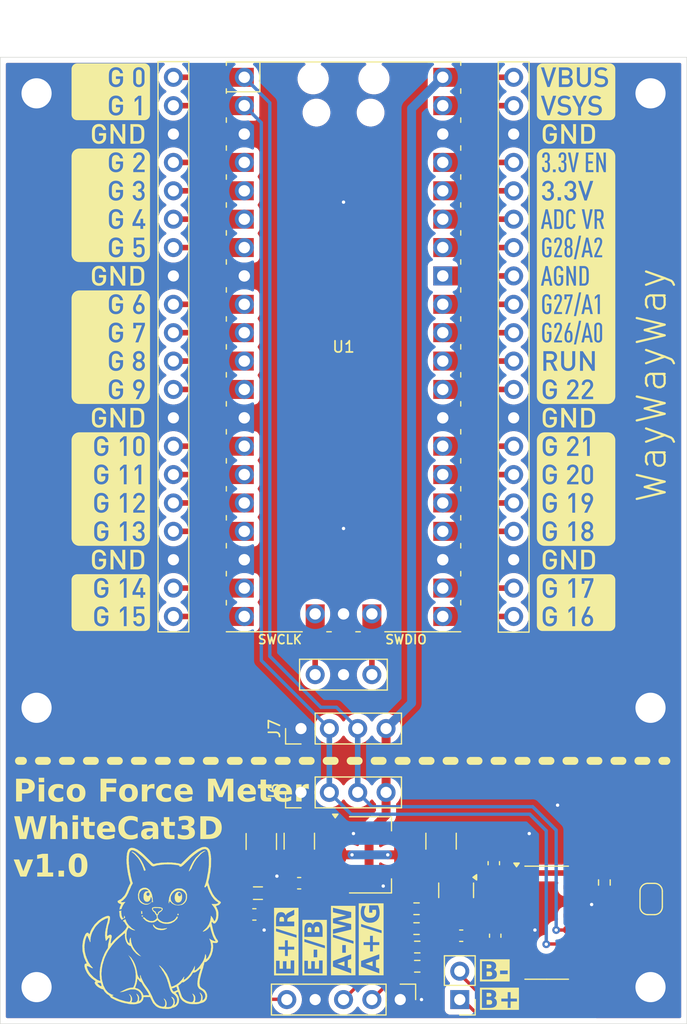
<source format=kicad_pcb>
(kicad_pcb (version 20241229) (generator "pcbnew") (generator_version "9.0")
  (layers (0 "F.Cu" signal "Front") (2 "B.Cu" signal "Back") (13 "F.Paste" user) (15 "B.Paste" user) (5 "F.SilkS" user "F.Silkscreen") (7 "B.SilkS" user "B.Silkscreen") (1 "F.Mask" user) (3 "B.Mask" user) (25 "Edge.Cuts" user))
  (net 0 "")
  (net 1 "GND")
  (net 2 "/VBUS")
  (net 3 "/AVDD")
  (net 4 "/VSUP")
  (net 5 "Net-(U2-VBG)")
  (net 6 "Net-(U2-INA+)")
  (net 7 "Net-(U2-INA-)")
  (net 8 "/A-")
  (net 9 "/A+")
  (net 10 "/B+")
  (net 11 "/B-")
  (net 12 "Net-(J3-Pin_11)")
  (net 13 "Net-(J3-Pin_15)")
  (net 14 "Net-(J3-Pin_14)")
  (net 15 "Net-(J3-Pin_10)")
  (net 16 "Net-(J3-Pin_20)")
  (net 17 "Net-(J3-Pin_5)")
  (net 18 "Net-(J3-Pin_9)")
  (net 19 "Net-(J3-Pin_19)")
  (net 20 "Net-(J3-Pin_17)")
  (net 21 "Net-(J3-Pin_6)")
  (net 22 "Net-(J3-Pin_7)")
  (net 23 "Net-(J3-Pin_4)")
  (net 24 "Net-(J3-Pin_12)")
  (net 25 "Net-(J3-Pin_16)")
  (net 26 "Net-(J4-Pin_5)")
  (net 27 "Net-(J4-Pin_9)")
  (net 28 "Net-(J4-Pin_10)")
  (net 29 "Net-(J4-Pin_16)")
  (net 30 "/CLOCK")
  (net 31 "Net-(J4-Pin_7)")
  (net 32 "Net-(J4-Pin_13)")
  (net 33 "Net-(J4-Pin_19)")
  (net 34 "Net-(J4-Pin_6)")
  (net 35 "Net-(J4-Pin_14)")
  (net 36 "Net-(J4-Pin_11)")
  (net 37 "Net-(J4-Pin_4)")
  (net 38 "Net-(J4-Pin_17)")
  (net 39 "Net-(J4-Pin_12)")
  (net 40 "Net-(J4-Pin_15)")
  (net 41 "Net-(J5-Pin_3)")
  (net 42 "Net-(J5-Pin_1)")
  (net 43 "Net-(JP1-B)")
  (net 44 "Net-(Q1-C)")
  (net 45 "Net-(Q1-B)")
  (net 46 "Net-(U2-VFB)")
  (net 48 "/DATA")
  (net 49 "Net-(J4-Pin_2)")
  (net 50 "Net-(J4-Pin_1)")
  (footprint "Resistor_SMD:R_0603_1608Metric" (layer "F.Cu") (at 139.955 101.159)
    (property "Reference" "R5" (hide yes))
    (property "Value" "100" (hide yes))
  )
  (footprint "Jumper:SolderJumper-2_P1.3mm_Open_RoundedPad1.0x1.5mm" (layer "F.Cu") (at 160.909 95.138 90)
    (property "Reference" "JP1" (hide yes))
    (property "Value" "RATE")
  )
  (footprint "MountingHole:MountingHole_2.7mm_M2.5_Pad" (layer "F.Cu") (at 105.85 78.025)
    (property "Reference" "H6" (hide yes))
    (property "Value" "MountingHole_Pad" (hide yes))
  )
  (footprint "Package_TO_SOT_SMD:SOT-223-3_TabPin2" (layer "F.Cu") (at 135.738 91.186)
    (property "Reference" "U3" (hide yes))
    (property "Value" "LD1117S33TR_SOT223" (hide yes))
  )
  (footprint "Capacitor_SMD:C_1210_3225Metric" (layer "F.Cu") (at 142.088 89.965 90)
    (property "Reference" "C6" (hide yes))
    (property "Value" "10u" (hide yes))
  )
  (footprint "Connector_PinHeader_2.54mm:PinHeader_1x02_P2.54mm_Vertical" (layer "F.Cu") (at 143.764 104.14 180)
    (property "Reference" "J2" (hide yes))
    (property "Value" "Conn_01x02" (hide yes))
  )
  (footprint "Capacitor_SMD:C_1210_3225Metric" (layer "F.Cu") (at 129.388 89.965 -90)
    (property "Reference" "C2" (hide yes))
    (property "Value" "10u" (hide yes))
  )
  (footprint "MountingHole:MountingHole_2.7mm_M2.5_Pad" (layer "F.Cu") (at 160.85 103.025)
    (property "Reference" "H2" (hide yes))
    (property "Value" "MountingHole_Pad" (hide yes))
  )
  (footprint "Resistor_SMD:R_0603_1608Metric" (layer "F.Cu") (at 156.718 93.662 -90)
    (property "Reference" "R1" (hide yes))
    (property "Value" "10k" (hide yes))
  )
  (footprint "Package_SO:SOIC-16_3.9x9.9mm_P1.27mm" (layer "F.Cu") (at 151.549 97.259)
    (property "Reference" "U2" (hide yes))
    (property "Value" "HX711")
  )
  (footprint "MCU_RaspberryPi_and_Boards:RPi_Pico_SMD_TH" (layer "F.Cu") (at 133.35 45.72)
    (property "Reference" "U1")
    (property "Value" "Pico")
  )
  (footprint "Capacitor_SMD:C_0603_1608Metric" (layer "F.Cu") (at 143.891 98.425)
    (property "Reference" "C8" (hide yes))
    (property "Value" ".1u" (hide yes))
  )
  (footprint "Inductor_SMD:L_0805_2012Metric" (layer "F.Cu") (at 125.6835 94.615)
    (property "Reference" "L1" (hide yes))
    (property "Value" "3.3uH" (hide yes))
  )
  (footprint "Capacitor_SMD:C_1210_3225Metric" (layer "F.Cu") (at 125.984 89.994 90)
    (property "Reference" "C3" (hide yes))
    (property "Value" "10u" (hide yes))
  )
  (footprint "Capacitor_SMD:C_0603_1608Metric" (layer "F.Cu") (at 129.375 93.726)
    (property "Reference" "C1" (hide yes))
    (property "Value" ".1u" (hide yes))
  )
  (footprint "Resistor_SMD:R_0603_1608Metric" (layer "F.Cu") (at 139.891 97.79 180)
    (property "Reference" "R3" (hide yes))
    (property "Value" "8.2k" (hide yes))
  )
  (footprint "MCU_RaspberryPi_and_Boards:Pico_header_1" (layer "F.Cu") (at 118.11 21.59)
    (property "Reference" "J3" (hide yes))
    (property "Value" "Conn_01x20" (hide yes))
  )
  (footprint "MCU_RaspberryPi_and_Boards:Pico_header_2" (layer "F.Cu") (at 148.59 22.43)
    (property "Reference" "J4" (hide yes))
    (property "Value" "Conn_01x20" (hide yes))
  )
  (footprint "MountingHole:MountingHole_2.7mm_M2.5_Pad" (layer "F.Cu") (at 105.85 103.025)
    (property "Reference" "H1" (hide yes))
    (property "Value" "MountingHole_Pad" (hide yes))
  )
  (footprint "MCU_RaspberryPi_and_Boards:Pico_header_3" (layer "F.Cu") (at 130.81 75.057 90)
    (property "Reference" "J5" (hide yes))
    (property "Value" "Conn_01x03" (hide yes))
  )
  (footprint "MountingHole:MountingHole_2.7mm_M2.5_Pad" (layer "F.Cu") (at 160.85 23.025)
    (property "Reference" "H3" (hide yes))
    (property "Value" "MountingHole_Pad" (hide yes))
  )
  (footprint "MountingHole:MountingHole_2.7mm_M2.5_Pad" (layer "F.Cu") (at 160.85 78.025)
    (property "Reference" "H5" (hide yes))
    (property "Value" "MountingHole_Pad" (hide yes))
  )
  (footprint "Resistor_SMD:R_0603_1608Metric" (layer "F.Cu") (at 139.891 96.012)
    (property "Reference" "R2" (hide yes))
    (property "Value" "20k" (hide yes))
  )
  (footprint "Connector_PinHeader_2.54mm:PinHeader_1x04_P2.54mm_Vertical" (layer "F.Cu") (at 129.54 85.598 90)
    (property "Reference" "J6")
    (property "Value" "Conn_01x04" (hide yes))
  )
  (footprint "Connector_PinHeader_2.54mm:PinHeader_1x04_P2.54mm_Vertical" (layer "F.Cu") (at 129.54 79.883 90)
    (property "Reference" "J7")
    (property "Value" "Conn_01x04" (hide yes))
  )
  (footprint "Capacitor_SMD:C_0603_1608Metric" (layer "F.Cu") (at 146.939 98.425 90)
    (property "Reference" "C7" (hide yes))
    (property "Value" ".1u" (hide yes))
  )
  (footprint "Capacitor_SMD:C_0603_1608Metric" (layer "F.Cu") (at 146.812 91.935 90)
    (property "Reference" "C5" (hide yes))
    (property "Value" ".1u" (hide yes))
  )
  (footprint "Package_TO_SOT_SMD:SOT-23" (layer "F.Cu") (at 143.4365 94.361 -90)
    (property "Reference" "Q1" (hide yes))
    (property "Value" "BC807" (hide yes))
  )
  (footprint "MountingHole:MountingHole_2.7mm_M2.5_Pad" (layer "F.Cu") (at 105.85 23.025)
    (property "Reference" "H4" (hide yes))
    (property "Value" "MountingHole_Pad" (hide yes))
  )
  (footprint "Resistor_SMD:R_0603_1608Metric" (layer "F.Cu") (at 139.955 99.441)
    (property "Reference" "R4" (hide yes))
    (property "Value" "100" (hide yes))
  )
  (footprint "Capacitor_SMD:C_0603_1608Metric" (layer "F.Cu") (at 125.362 96.52)
    (property "Reference" "C4" (hide yes))
    (property "Value" ".1u" (hide yes))
  )
  (footprint "Connector_PinHeader_2.54mm:PinHeader_1x05_P2.54mm_Vertical" (layer "F.Cu") (at 138.43 104.14 -90)
    (property "Reference" "J1" (hide yes))
    (property "Value" "Conn_01x05" (hide yes))
  )
  (gr_poly (pts (xy 115.529978 20.347934) (xy 115.555765 20.349897) (xy 115.581179 20.353129) (xy 115.606187 20.357599) (xy 115.630758 20.363275) (xy 115.65486 20.370124) (xy 115.67846 20.378115) (xy 115.701527 20.387215) (xy 115.724028 20.397393) (xy 115.745932 20.408616) (xy 115.767207 20.420853) (xy 115.78782 20.434072) (xy 115.807739 20.44824) (xy 115.826934 20.463325) (xy 115.84537 20.479296) (xy 115.863017 20.49612) (xy 115.879843 20.513766) (xy 115.895815 20.532202) (xy 115.910901 20.551395) (xy 115.92507 20.571313) (xy 115.93829 20.591925) (xy 115.950528 20.613198) (xy 115.961752 20.635101) (xy 115.971931 20.657602) (xy 115.981032 20.680667) (xy 115.989023 20.704267) (xy 115.995873 20.728367) (xy 116.001549 20.752938) (xy 116.00602 20.777945) (xy 116.009252 20.803358) (xy 116.011216 20.829145) (xy 116.011877 20.855273) (xy 116.011877 24.919274) (xy 116.011216 24.945402) (xy 116.009252 24.971189) (xy 116.00602 24.996602) (xy 116.001549 25.021609) (xy 115.995873 25.046179) (xy 115.989023 25.07028) (xy 115.981032 25.093879) (xy 115.971931 25.116945) (xy 115.961752 25.139445) (xy 115.950528 25.161348) (xy 115.93829 25.182621) (xy 115.92507 25.203233) (xy 115.910901 25.223152) (xy 115.895815 25.242345) (xy 115.879843 25.26078) (xy 115.863017 25.278426) (xy 115.84537 25.29525) (xy 115.826934 25.311221) (xy 115.807739 25.326306) (xy 115.78782 25.340474) (xy 115.767207 25.353693) (xy 115.745932 25.365929) (xy 115.724028 25.377153) (xy 115.701527 25.387331) (xy 115.67846 25.396431) (xy 115.65486 25.404422) (xy 115.630758 25.411271) (xy 115.606187 25.416946) (xy 115.581179 25.421416) (xy 115.555765 25.424649) (xy 115.529978 25.426612) (xy 115.50385 25.427273) (xy 109.492531 25.427273) (xy 109.466403 25.426612) (xy 109.440617 25.424649) (xy 109.415203 25.421416) (xy 109.390196 25.416946) (xy 109.365625 25.411271) (xy 109.341524 25.404422) (xy 109.317924 25.396431) (xy 109.294858 25.387331) (xy 109.272357 25.377153) (xy 109.250453 25.365929) (xy 109.229179 25.353693) (xy 109.208566 25.340474) (xy 109.188647 25.326306) (xy 109.169454 25.311221) (xy 109.151017 25.29525) (xy 109.133371 25.278426) (xy 109.116545 25.26078) (xy 109.100574 25.242345) (xy 109.085487 25.223152) (xy 109.071319 25.203233) (xy 109.0581 25.182621) (xy 109.045862 25.161348) (xy 109.034638 25.139445) (xy 109.02446 25.116945) (xy 109.015359 25.093879) (xy 109.007367 25.07028) (xy 109.000518 25.046179) (xy 108.994842 25.021609) (xy 108.990371 24.996602) (xy 108.987138 24.971189) (xy 108.985175 24.945402) (xy 108.984514 24.919274) (xy 108.984514 24.119161) (xy 112.327141 24.119161) (xy 112.32779 24.248477) (xy 112.330954 24.361968) (xy 112.334049 24.413476) (xy 112.338456 24.461862) (xy 112.344404 24.507406) (xy 112.352121 24.550386) (xy 112.361834 24.59108) (xy 112.373771 24.629767) (xy 112.388161 24.666725) (xy 112.405231 24.702233) (xy 112.425209 24.736568) (xy 112.448324 24.77001) (xy 112.474804 24.802837) (xy 112.504875 24.835326) (xy 112.526589 24.856042) (xy 112.549128 24.875578) (xy 112.572504 24.893913) (xy 112.596734 24.911025) (xy 112.62183 24.926892) (xy 112.647809 24.941493) (xy 112.674683 24.954806) (xy 112.702468 24.96681) (xy 112.731178 24.977483) (xy 112.760827 24.986803) (xy 112.79143 24.994748) (xy 112.823001 25.001297) (xy 112.855554 25.006429) (xy 112.889105 25.010121) (xy 112.923667 25.012353) (xy 112.959255 25.013101) (xy 112.993773 25.012374) (xy 113.027859 25.01018) (xy 113.061482 25.006496) (xy 113.094614 25.0013) (xy 113.127225 24.994571) (xy 113.159288 24.986286) (xy 113.190771 24.976424) (xy 113.221648 24.964963) (xy 113.251887 24.95188) (xy 113.28146 24.937155) (xy 113.310339 24.920765) (xy 113.338493 24.902687) (xy 113.365895 24.882902) (xy 113.392514 24.861385) (xy 113.418321 24.838116) (xy 113.443288 24.813073) (xy 113.464186 24.789264) (xy 113.483395 24.765) (xy 113.500962 24.740172) (xy 113.516935 24.714672) (xy 113.53136 24.688391) (xy 113.544285 24.661221) (xy 113.555755 24.633052) (xy 113.565819 24.603777) (xy 113.574523 24.573286) (xy 113.581915 24.541472) (xy 113.58804 24.508225) (xy 113.592946 24.473436) (xy 113.59668 24.436998) (xy 113.599289 24.398802) (xy 113.600821 24.358738) (xy 113.60132 24.316698) (xy 113.60132 24.047586) (xy 112.959255 24.047586) (xy 112.959255 24.274765) (xy 113.334626 24.274765) (xy 113.334626 24.373493) (xy 113.334361 24.394504) (xy 113.333547 24.414952) (xy 113.332154 24.434851) (xy 113.330154 24.454215) (xy 113.327518 24.473058) (xy 113.324216 24.491395) (xy 113.320221 24.50924) (xy 113.315502 24.526607) (xy 113.310031 24.543512) (xy 113.303779 24.559967) (xy 113.296717 24.575988) (xy 113.288815 24.591589) (xy 113.280046 24.606784) (xy 113.270379 24.621588) (xy 113.259787 24.636015) (xy 113.248239 24.650079) (xy 113.234872 24.66493) (xy 113.220728 24.678902) (xy 113.20584 24.691982) (xy 113.190238 24.704159) (xy 113.173957 24.715424) (xy 113.157029 24.725766) (xy 113.139485 24.735174) (xy 113.121358 24.743636) (xy 113.102681 24.751143) (xy 113.083487 24.757684) (xy 113.063806 24.763248) (xy 113.043673 24.767824) (xy 113.023118 24.771402) (xy 113.002176 24.773971) (xy 112.980877 24.775521) (xy 112.959255 24.776039) (xy 112.939551 24.775579) (xy 112.920259 24.774206) (xy 112.901388 24.771936) (xy 112.882944 24.768783) (xy 112.864933 24.764762) (xy 112.847365 24.759887) (xy 112.830244 24.754172) (xy 112.81358 24.747632) (xy 112.797378 24.740282) (xy 112.781647 24.732136) (xy 112.766393 24.723208) (xy 112.751623 24.713513) (xy 112.737345 24.703065) (xy 112.723565 24.691879) (xy 112.710292 24.679969) (xy 112.697531 24.66735) (xy 112.682117 24.649557) (xy 112.674995 24.640447) (xy 112.66825 24.63114) (xy 112.661872 24.621591) (xy 112.655853 24.61176) (xy 112.650182 24.601605) (xy 112.64485 24.591083) (xy 112.639848 24.580153) (xy 112.635166 24.568772) (xy 112.630794 24.556897) (xy 112.626723 24.544488) (xy 112.622944 24.531502) (xy 112.619447 24.517897) (xy 112.616222 24.503631) (xy 112.61326 24.488661) (xy 112.608086 24.456444) (xy 112.603849 24.420908) (xy 112.600473 24.381718) (xy 112.597882 24.338536) (xy 112.595999 24.291026) (xy 112.594749 24.238852) (xy 112.594055 24.181675) (xy 112.59384 24.119161) (xy 112.594749 23.999494) (xy 112.597882 23.899821) (xy 112.600473 23.856641) (xy 112.603849 23.81745) (xy 112.608086 23.781913) (xy 112.61326 23.749692) (xy 112.619447 23.720452) (xy 112.626723 23.693855) (xy 112.635166 23.669567) (xy 112.64485 23.64725) (xy 112.655853 23.626569) (xy 112.66825 23.607186) (xy 112.682117 23.588766) (xy 112.697531 23.570972) (xy 112.710292 23.558353) (xy 112.723565 23.546444) (xy 112.737345 23.535258) (xy 112.751623 23.52481) (xy 112.766393 23.515115) (xy 112.781647 23.506187) (xy 112.797378 23.49804) (xy 112.81358 23.49069) (xy 112.830244 23.48415) (xy 112.847365 23.478435) (xy 112.864933 23.47356) (xy 112.882944 23.469538) (xy 112.901388 23.466385) (xy 112.920259 23.464115) (xy 112.939551 23.462743) (xy 112.959255 23.462282) (xy 112.977572 23.462614) (xy 112.995481 23.463605) (xy 113.012979 23.465249) (xy 113.030065 23.467539) (xy 113.046736 23.47047) (xy 113.062987 23.474034) (xy 113.078818 23.478227) (xy 113.094225 23.48304) (xy 113.109205 23.488469) (xy 113.123757 23.494506) (xy 113.137876 23.501145) (xy 113.15156 23.508381) (xy 113.164806 23.516206) (xy 113.177613 23.524615) (xy 113.189976 23.5336) (xy 113.201894 23.543156) (xy 113.213364 23.553277) (xy 113.224382 23.563956) (xy 113.234946 23.575186) (xy 113.245054 23.586962) (xy 113.254702 23.599277) (xy 113.263888 23.612124) (xy 113.27261 23.625498) (xy 113.280863 23.639392) (xy 113.288647 23.6538) (xy 113.295957 23.668715) (xy 113.309148 23.700043) (xy 113.320414 23.733325) (xy 113.329734 23.76851) (xy 113.596433 23.76851) (xy 113.585609 23.713161) (xy 113.570767 23.659366) (xy 113.56185 23.633138) (xy 113.551941 23.607402) (xy 113.541044 23.582194) (xy 113.529162 23.557548) (xy 113.517824 23.536348) (xy 114.638537 23.536348) (xy 114.638537 23.815424) (xy 114.981765 23.514178) (xy 114.981765 24.998322) (xy 115.23364 24.998322) (xy 115.23364 23.240083) (xy 114.981765 23.240083) (xy 114.638537 23.536348) (xy 113.517824 23.536348) (xy 113.5163 23.5335) (xy 113.502462 23.510083) (xy 113.487653 23.487333) (xy 113.471875 23.465284) (xy 113.455133 23.443972) (xy 113.437431 23.42343) (xy 113.418774 23.403695) (xy 113.399164 23.3848) (xy 113.378607 23.366781) (xy 113.357106 23.349673) (xy 113.334665 23.333509) (xy 113.311288 23.318325) (xy 113.28698 23.304156) (xy 113.261745 23.291036) (xy 113.235585 23.279001) (xy 113.208506 23.268085) (xy 113.180512 23.258323) (xy 113.151606 23.249749) (xy 113.121792 23.242399) (xy 113.091076 23.236308) (xy 113.059459 23.231509) (xy 113.026948 23.228038) (xy 112.993545 23.225931) (xy 112.959255 23.22522) (xy 112.923667 23.225969) (xy 112.889105 23.2282) (xy 112.855554 23.231892) (xy 112.823001 23.237024) (xy 112.79143 23.243574) (xy 112.760827 23.251519) (xy 112.731178 23.260839) (xy 112.702468 23.271512) (xy 112.674683 23.283516) (xy 112.647809 23.296829) (xy 112.62183 23.31143) (xy 112.596734 23.327298) (xy 112.572504 23.34441) (xy 112.549128 23.362745) (xy 112.526589 23.382281) (xy 112.504875 23.402996) (xy 112.489376 23.419216) (xy 112.474804 23.435486) (xy 112.461129 23.451839) (xy 112.448324 23.468312) (xy 112.436361 23.484939) (xy 112.425209 23.501754) (xy 112.414842 23.518793) (xy 112.405231 23.536089) (xy 112.396347 23.553679) (xy 112.388161 23.571597) (xy 112.380645 23.589877) (xy 112.373771 23.608555) (xy 112.361834 23.647242) (xy 112.352121 23.687936) (xy 112.344404 23.730916) (xy 112.338456 23.77646) (xy 112.334049 23.824846) (xy 112.330954 23.876354) (xy 112.328944 23.93126) (xy 112.32779 23.989845) (xy 112.327141 24.119161) (xy 108.984514 24.119161) (xy 108.984514 21.579161) (xy 112.327141 21.579161) (xy 112.32779 21.708477) (xy 112.330954 21.821968) (xy 112.334049 21.873476) (xy 112.338456 21.921862) (xy 112.344404 21.967406) (xy 112.352121 22.010386) (xy 112.361834 22.05108) (xy 112.373771 22.089767) (xy 112.388161 22.126725) (xy 112.405231 22.162232) (xy 112.425209 22.196567) (xy 112.448324 22.230009) (xy 112.474804 22.262836) (xy 112.504875 22.295325) (xy 112.526589 22.316041) (xy 112.549128 22.335577) (xy 112.572504 22.353911) (xy 112.596734 22.371023) (xy 112.62183 22.386891) (xy 112.647809 22.401492) (xy 112.674683 22.414805) (xy 112.702468 22.426809) (xy 112.731178 22.437481) (xy 112.760827 22.446801) (xy 112.79143 22.454747) (xy 112.823001 22.461296) (xy 112.855554 22.466428) (xy 112.889105 22.47012) (xy 112.923667 22.472351) (xy 112.959255 22.4731) (xy 112.993773 22.472373) (xy 113.027859 22.470179) (xy 113.061482 22.466495) (xy 113.094614 22.461299) (xy 113.127225 22.45457) (xy 113.159288 22.446285) (xy 113.190771 22.436423) (xy 113.221648 22.424962) (xy 113.251887 22.411879) (xy 113.28146 22.397154) (xy 113.310339 22.380764) (xy 113.338493 22.362687) (xy 113.365895 22.342901) (xy 113.392514 22.321385) (xy 113.418321 22.298116) (xy 113.443288 22.273073) (xy 113.464186 22.249264) (xy 113.483395 22.225) (xy 113.500962 22.200172) (xy 113.516935 22.174672) (xy 113.53136 22.14839) (xy 113.544285 22.12122) (xy 113.555755 22.093051) (xy 113.565819 22.063776) (xy 113.574523 22.033285) (xy 113.581915 22.00147) (xy 113.58804 21.968223) (xy 113.592946 21.933435) (xy 113.59668 21.896997) (xy 113.599289 21.8588) (xy 113.600821 21.818736) (xy 113.60132 21.776697) (xy 113.60132 21.507586) (xy 112.959255 21.507586) (xy 112.959255 21.734766) (xy 113.334626 21.734766) (xy 113.334626 21.833492) (xy 113.334361 21.854503) (xy 113.333547 21.874952) (xy 113.332154 21.89485) (xy 113.330154 21.914214) (xy 113.327518 21.933057) (xy 113.324216 21.951394) (xy 113.320221 21.969239) (xy 113.315502 21.986607) (xy 113.310031 22.003511) (xy 113.303779 22.019967) (xy 113.296717 22.035988) (xy 113.288815 22.051589) (xy 113.280046 22.066784) (xy 113.270379 22.081587) (xy 113.259787 22.096014) (xy 113.248239 22.110077) (xy 113.234872 22.124929) (xy 113.220728 22.138901) (xy 113.20584 22.15198) (xy 113.190238 22.164158) (xy 113.173957 22.175424) (xy 113.157029 22.185765) (xy 113.139485 22.195173) (xy 113.121358 22.203636) (xy 113.102681 22.211143) (xy 113.083487 22.217684) (xy 113.063806 22.223248) (xy 113.043673 22.227824) (xy 113.023118 22.231402) (xy 113.002176 22.233971) (xy 112.980877 22.235521) (xy 112.959255 22.236039) (xy 112.939551 22.235579) (xy 112.920259 22.234206) (xy 112.901388 22.231936) (xy 112.882944 22.228783) (xy 112.864933 22.224762) (xy 112.847365 22.219887) (xy 112.830244 22.214172) (xy 112.81358 22.207632) (xy 112.797378 22.200281) (xy 112.781647 22.192135) (xy 112.766393 22.183207) (xy 112.751623 22.173511) (xy 112.737345 22.163063) (xy 112.723565 22.151877) (xy 112.710292 22.139967) (xy 112.697531 22.127348) (xy 112.682117 22.109555) (xy 112.674995 22.100446) (xy 112.66825 22.091138) (xy 112.661872 22.08159) (xy 112.655853 22.071759) (xy 112.650182 22.061604) (xy 112.64485 22.051082) (xy 112.639848 22.040152) (xy 112.635166 22.028771) (xy 112.630794 22.016896) (xy 112.626723 22.004487) (xy 112.622944 21.991501) (xy 112.619447 21.977896) (xy 112.616222 21.96363) (xy 112.61326 21.94866) (xy 112.608086 21.916443) (xy 112.603849 21.880908) (xy 112.600473 21.841717) (xy 112.597882 21.798536) (xy 112.595999 21.751026) (xy 112.594749 21.698851) (xy 112.594055 21.641675) (xy 112.59384 21.579161) (xy 112.594749 21.459494) (xy 112.597882 21.35982) (xy 112.600473 21.31664) (xy 112.603849 21.277449) (xy 112.608086 21.241912) (xy 112.61326 21.209691) (xy 112.619447 21.180451) (xy 112.626723 21.153855) (xy 112.635166 21.129566) (xy 112.64485 21.10725) (xy 112.655853 21.086568) (xy 112.66825 21.067185) (xy 112.682117 21.048765) (xy 112.697531 21.030971) (xy 112.710292 21.018352) (xy 112.723565 21.006442) (xy 112.737345 20.995256) (xy 112.751623 20.984808) (xy 112.766393 20.975113) (xy 112.781647 20.966185) (xy 112.797378 20.958038) (xy 112.81358 20.950688) (xy 112.830244 20.944148) (xy 112.847365 20.938433) (xy 112.864933 20.933558) (xy 112.882944 20.929537) (xy 112.901388 20.926384) (xy 112.920259 20.924114) (xy 112.939551 20.922742) (xy 112.959255 20.922281) (xy 112.977572 20.922613) (xy 112.995481 20.923603) (xy 113.012979 20.925247) (xy 113.030065 20.927538) (xy 113.046736 20.930469) (xy 113.062987 20.934033) (xy 113.078818 20.938226) (xy 113.094225 20.943039) (xy 113.109205 20.948468) (xy 113.123757 20.954505) (xy 113.137876 20.961145) (xy 113.15156 20.96838) (xy 113.164806 20.976206) (xy 113.177613 20.984614) (xy 113.189976 20.9936) (xy 113.201894 21.003156) (xy 113.213364 21.013277) (xy 113.224382 21.023955) (xy 113.234946 21.035186) (xy 113.245054 21.046962) (xy 113.254702 21.059276) (xy 113.263888 21.072124) (xy 113.27261 21.085498) (xy 113.280863 21.099392) (xy 113.288647 21.1138) (xy 113.295957 21.128715) (xy 113.309148 21.160043) (xy 113.320414 21.193324) (xy 113.329734 21.228509) (xy 113.596433 21.228509) (xy 113.588703 21.188985) (xy 114.50759 21.188985) (xy 114.50759 21.969335) (xy 114.50825 21.998373) (xy 114.51021 22.026676) (xy 114.513436 22.05423) (xy 114.517897 22.081024) (xy 114.523561 22.107046) (xy 114.530396 22.132284) (xy 114.53837 22.156725) (xy 114.54745 22.180357) (xy 114.557605 22.203167) (xy 114.568802 22.225145) (xy 114.581009 22.246276) (xy 114.594194 22.266551) (xy 114.608326 22.285955) (xy 114.623371 22.304476) (xy 114.639299 22.322104) (xy 114.656076 22.338825) (xy 114.673671 22.354627) (xy 114.692052 22.369498) (xy 114.711186 22.383426) (xy 114.731042 22.396398) (xy 114.751587 22.408403) (xy 114.77279 22.419428) (xy 114.794617 22.429461) (xy 114.817038 22.438489) (xy 114.840019 22.446501) (xy 114.86353 22.453485) (xy 114.887537 22.459428) (xy 114.91201 22.464317) (xy 114.936914 22.468141) (xy 114.96222 22.470888) (xy 114.987893 22.472545) (xy 115.013903 22.4731) (xy 115.040124 22.472545) (xy 115.065996 22.470888) (xy 115.091486 22.468141) (xy 115.116563 22.464317) (xy 115.141195 22.459428) (xy 115.165352 22.453485) (xy 115.189 22.446501) (xy 115.212109 22.438489) (xy 115.234647 22.429461) (xy 115.256582 22.419428) (xy 115.277882 22.408403) (xy 115.298516 22.396398) (xy 115.318453 22.383426) (xy 115.337659 22.369498) (xy 115.356105 22.354627) (xy 115.373758 22.338825) (xy 115.390586 22.322104) (xy 115.406558 22.304476) (xy 115.421642 22.285955) (xy 115.435806 22.266551) (xy 115.44902 22.246276) (xy 115.46125 22.225145) (xy 115.472466 22.203167) (xy 115.482636 22.180357) (xy 115.491728 22.156725) (xy 115.49971 22.132284) (xy 115.506551 22.107046) (xy 115.51222 22.081024) (xy 115.516684 22.05423) (xy 115.519911 22.026676) (xy 115.521871 21.998373) (xy 115.522531 21.969335) (xy 115.522531 21.188985) (xy 115.521871 21.159947) (xy 115.519911 21.131644) (xy 115.516684 21.10409) (xy 115.51222 21.077296) (xy 115.506551 21.051274) (xy 115.49971 21.026036) (xy 115.491728 21.001595) (xy 115.482636 20.977963) (xy 115.472466 20.955153) (xy 115.46125 20.933175) (xy 115.44902 20.912044) (xy 115.435806 20.89177) (xy 115.421642 20.872366) (xy 115.406558 20.853844) (xy 115.390586 20.836216) (xy 115.373758 20.819495) (xy 115.356105 20.803693) (xy 115.337659 20.788822) (xy 115.318453 20.774894) (xy 115.298516 20.761922) (xy 115.277882 20.749917) (xy 115.256582 20.738892) (xy 115.234647 20.728859) (xy 115.212109 20.719831) (xy 115.189 20.711819) (xy 115.165352 20.704835) (xy 115.141195 20.698893) (xy 115.116563 20.694003) (xy 115.091486 20.690179) (xy 115.065996 20.687432) (xy 115.040124 20.685775) (xy 115.013903 20.68522) (xy 114.987893 20.685775) (xy 114.96222 20.687432) (xy 114.936914 20.690179) (xy 114.91201 20.694003) (xy 114.887537 20.698893) (xy 114.86353 20.704835) (xy 114.840019 20.711819) (xy 114.817038 20.719831) (xy 114.794617 20.728859) (xy 114.77279 20.738892) (xy 114.751587 20.749917) (xy 114.731042 20.761922) (xy 114.711186 20.774894) (xy 114.692052 20.788822) (xy 114.673671 20.803693) (xy 114.656076 20.819495) (xy 114.639299 20.836216) (xy 114.623371 20.853844) (xy 114.608326 20.872366) (xy 114.594194 20.89177) (xy 114.581009 20.912044) (xy 114.568802 20.933175) (xy 114.557605 20.955153) (xy 114.54745 20.977963) (xy 114.53837 21.001595) (xy 114.530396 21.026036) (xy 114.523561 21.051274) (xy 114.517897 21.077296) (xy 114.513436 21.10409) (xy 114.51021 21.131644) (xy 114.50825 21.159947) (xy 114.50759 21.188985) (xy 113.588703 21.188985) (xy 113.585609 21.17316) (xy 113.570767 21.119365) (xy 113.56185 21.093137) (xy 113.551941 21.067401) (xy 113.541044 21.042193) (xy 113.529162 21.017547) (xy 113.5163 20.993499) (xy 113.502462 20.970082) (xy 113.487653 20.947332) (xy 113.471875 20.925283) (xy 113.455133 20.903971) (xy 113.437431 20.88343) (xy 113.418774 20.863694) (xy 113.399164 20.8448) (xy 113.378607 20.826781) (xy 113.357106 20.809672) (xy 113.334665 20.793508) (xy 113.311288 20.778325) (xy 113.28698 20.764156) (xy 113.261745 20.751036) (xy 113.235585 20.739001) (xy 113.208506 20.728085) (xy 113.180512 20.718323) (xy 113.151606 20.709749) (xy 113.121792 20.702399) (xy 113.091076 20.696308) (xy 113.059459 20.691509) (xy 113.026948 20.688038) (xy 112.993545 20.685931) (xy 112.959255 20.68522) (xy 112.923667 20.685969) (xy 112.889105 20.6882) (xy 112.855554 20.691892) (xy 112.823001 20.697024) (xy 112.79143 20.703573) (xy 112.760827 20.711518) (xy 112.731178 20.720838) (xy 112.702468 20.731511) (xy 112.674683 20.743515) (xy 112.647809 20.756828) (xy 112.62183 20.771429) (xy 112.596734 20.787296) (xy 112.572504 20.804408) (xy 112.549128 20.822743) (xy 112.526589 20.842279) (xy 112.504875 20.862995) (xy 112.489376 20.879215) (xy 112.474804 20.895485) (xy 112.461129 20.911839) (xy 112.448324 20.928312) (xy 112.436361 20.944938) (xy 112.425209 20.961754) (xy 112.414842 20.978792) (xy 112.405231 20.996089) (xy 112.396347 21.013679) (xy 112.388161 21.031597) (xy 112.380645 21.049877) (xy 112.373771 21.068555) (xy 112.361834 21.107242) (xy 112.352121 21.147936) (xy 112.344404 21.190916) (xy 112.338456 21.23646) (xy 112.334049 21.284846) (xy 112.330954 21.336353) (xy 112.328944 21.39126) (xy 112.32779 21.449845) (xy 112.327141 21.579161) (xy 108.984514 21.579161) (xy 108.984514 20.855273) (xy 108.985175 20.829145) (xy 108.987138 20.803358) (xy 108.990371 20.777945) (xy 108.994842 20.752938) (xy 109.000518 20.728367) (xy 109.007367 20.704267) (xy 109.015359 20.680667) (xy 109.02446 20.657602) (xy 109.034638 20.635101) (xy 109.045862 20.613198) (xy 109.0581 20.591925) (xy 109.071319 20.571313) (xy 109.085487 20.551395) (xy 109.100574 20.532202) (xy 109.116545 20.513766) (xy 109.133371 20.49612) (xy 109.151017 20.479296) (xy 109.169454 20.463325) (xy 109.188647 20.44824) (xy 109.208566 20.434072) (xy 109.229179 20.420853) (xy 109.250453 20.408616) (xy 109.272357 20.397393) (xy 109.294858 20.387215) (xy 109.317924 20.378115) (xy 109.341524 20.370124) (xy 109.365625 20.363275) (xy 109.390196 20.357599) (xy 109.415203 20.353129) (xy 109.440617 20.349897) (xy 109.466403 20.347934) (xy 109.492531 20.347272) (xy 115.50385 20.347272)) (fill yes) (layer "F.SilkS"))
  (gr_poly (pts (xy 155.334001 37.095993) (xy 155.005514 37.095993) (xy 155.171003 36.285918)) (fill yes) (layer "F.SilkS"))
  (gr_poly (pts (xy 111.47449 63.865931) (xy 111.507891 63.868039) (xy 111.540401 63.87151) (xy 111.572015 63.876309) (xy 111.60273 63.882402) (xy 111.632541 63.889752) (xy 111.661445 63.898327) (xy 111.689437 63.90809) (xy 111.716514 63.919007) (xy 111.742672 63.931043) (xy 111.767906 63.944164) (xy 111.792212 63.958334) (xy 111.815587 63.973519) (xy 111.838026 63.989683) (xy 111.859526 64.006793) (xy 111.880081 64.024813) (xy 111.89969 64.043708) (xy 111.918346 64.063443) (xy 111.936047 64.083985) (xy 111.952788 64.105297) (xy 111.968566 64.127345) (xy 111.983376 64.150095) (xy 111.997213 64.17351) (xy 112.010075 64.197558) (xy 112.021958 64.222202) (xy 112.032856 64.247409) (xy 112.042767 64.273142) (xy 112.051685 64.299368) (xy 112.066531 64.353156) (xy 112.07736 64.408497) (xy 111.810661 64.408497) (xy 111.801346 64.373316) (xy 111.790085 64.340038) (xy 111.7769 64.308714) (xy 111.769593 64.2938) (xy 111.761813 64.279393) (xy 111.753562 64.2655) (xy 111.744844 64.252127) (xy 111.735661 64.23928) (xy 111.726015 64.226965) (xy 111.715911 64.21519) (xy 111.705349 64.20396) (xy 111.694334 64.193282) (xy 111.682866 64.183162) (xy 111.670951 64.173605) (xy 111.658589 64.16462) (xy 111.645784 64.156211) (xy 111.632538 64.148386) (xy 111.618855 64.141151) (xy 111.604736 64.134511) (xy 111.590184 64.128474) (xy 111.575203 64.123045) (xy 111.559795 64.118231) (xy 111.543962 64.114039) (xy 111.527707 64.110474) (xy 111.511034 64.107543) (xy 111.493944 64.105252) (xy 111.47644 64.103608) (xy 111.458525 64.102617) (xy 111.440202 64.102286) (xy 111.420499 64.102746) (xy 111.401207 64.104118) (xy 111.382334 64.106388) (xy 111.363888 64.10954) (xy 111.345876 64.11356) (xy 111.328305 64.118434) (xy 111.311182 64.124147) (xy 111.294514 64.130685) (xy 111.27831 64.138033) (xy 111.262576 64.146177) (xy 111.247319 64.155102) (xy 111.232546 64.164794) (xy 111.218266 64.175239) (xy 111.204485 64.186422) (xy 111.19121 64.198328) (xy 111.178449 64.210943) (xy 111.163053 64.228738) (xy 111.149197 64.247159) (xy 111.136807 64.266542) (xy 111.125806 64.287224) (xy 111.116119 64.30954) (xy 111.107671 64.333828) (xy 111.100385 64.360424) (xy 111.094188 64.389664) (xy 111.089002 64.421885) (xy 111.084753 64.457423) (xy 111.081365 64.496615) (xy 111.078762 64.539797) (xy 111.075611 64.639478) (xy 111.074694 64.759156) (xy 111.074911 64.82166) (xy 111.075611 64.878829) (xy 111.076869 64.930999) (xy 111.078762 64.978507) (xy 111.081365 65.021689) (xy 111.084753 65.060881) (xy 111.089002 65.096421) (xy 111.094188 65.128643) (xy 111.097155 65.143616) (xy 111.100385 65.157885) (xy 111.103887 65.171493) (xy 111.107671 65.184483) (xy 111.111745 65.196895) (xy 111.116119 65.208773) (xy 111.120803 65.220157) (xy 111.125806 65.231091) (xy 111.131137 65.241616) (xy 111.136807 65.251775) (xy 111.142823 65.261609) (xy 111.149197 65.27116) (xy 111.155937 65.28047) (xy 111.163053 65.289582) (xy 111.178449 65.307378) (xy 111.19121 65.319993) (xy 111.204485 65.331898) (xy 111.218266 65.34308) (xy 111.232546 65.353524) (xy 111.247319 65.363216) (xy 111.262576 65.372141) (xy 111.27831 65.380284) (xy 111.294514 65.387632) (xy 111.311182 65.39417) (xy 111.328305 65.399883) (xy 111.345876 65.404757) (xy 111.363888 65.408777) (xy 111.382334 65.411929) (xy 111.401207 65.414198) (xy 111.420499 65.41557) (xy 111.440202 65.416031) (xy 111.461816 65.415512) (xy 111.483109 65.413961) (xy 111.504048 65.411391) (xy 111.5246 65.407811) (xy 111.544732 65.403233) (xy 111.564412 65.397667) (xy 111.583607 65.391125) (xy 111.602284 65.383616) (xy 111.62041 65.375152) (xy 111.637953 65.365744) (xy 111.65488 65.355403) (xy 111.671158 65.344139) (xy 111.686755 65.331963) (xy 111.701637 65.318886) (xy 111.715773 65.30492) (xy 111.729128 65.290074) (xy 111.740688 65.276007) (xy 111.751292 65.261579) (xy 111.760969 65.246775) (xy 111.769748 65.231579) (xy 111.777658 65.215979) (xy 111.784728 65.199959) (xy 111.790988 65.183505) (xy 111.796465 65.166602) (xy 111.80119 65.149236) (xy 111.80519 65.131393) (xy 111.808495 65.113058) (xy 111.811135 65.094216) (xy 111.813137 65.074854) (xy 111.814532 65.054956) (xy 111.815347 65.034508) (xy 111.815612 65.013497) (xy 111.815612 64.914717) (xy 111.440202 64.914717) (xy 111.440202 64.68753) (xy 112.082312 64.68753) (xy 112.082312 64.956714) (xy 112.081811 64.99875) (xy 112.080279 65.038811) (xy 112.077667 65.077006) (xy 112.073929 65.113443) (xy 112.069018 65.148231) (xy 112.062888 65.181478) (xy 112.055491 65.213292) (xy 112.046781 65.243783) (xy 112.036711 65.273058) (xy 112.025233 65.301226) (xy 112.012301 65.328395) (xy 111.997869 65.354674) (xy 111.981888 65.380171) (xy 111.964313 65.404995) (xy 111.945097 65.429255) (xy 111.924192 65.453057) (xy 111.899235 65.478093) (xy 111.873438 65.501357) (xy 111.84683 65.52287) (xy 111.819439 65.542655) (xy 111.791295 65.560732) (xy 111.762426 65.577123) (xy 111.73286 65.591851) (xy 111.702628 65.604936) (xy 111.671757 65.6164) (xy 111.640276 65.626266) (xy 111.608214 65.634554) (xy 111.575601 65.641287) (xy 111.542464 65.646486) (xy 111.508833 65.650173) (xy 111.474736 65.652369) (xy 111.440202 65.653096) (xy 111.404619 65.652347) (xy 111.370061 65.650115) (xy 111.336512 65.646422) (xy 111.30396 65.641289) (xy 111.272389 65.634738) (xy 111.241785 65.62679) (xy 111.212135 65.617468) (xy 111.183423 65.606793) (xy 111.155635 65.594787) (xy 111.128756 65.581472) (xy 111.102774 65.566869) (xy 111.077673 65.551) (xy 111.053438 65.533886) (xy 111.030056 65.515551) (xy 111.007513 65.496014) (xy 110.985793 65.475298) (xy 110.955731 65.442811) (xy 110.929256 65.409988) (xy 110.906143 65.376549) (xy 110.886164 65.342216) (xy 110.86909 65.306711) (xy 110.854695 65.269756) (xy 110.84275 65.231071) (xy 110.833029 65.19038) (xy 110.825303 65.147402) (xy 110.819346 65.101859) (xy 110.81493 65.053474) (xy 110.811827 65.001967) (xy 110.80865 64.888475) (xy 110.807995 64.759156) (xy 110.80865 64.629831) (xy 110.809809 64.571245) (xy 110.811827 64.516338) (xy 110.81493 64.464831) (xy 110.819346 64.416447) (xy 110.825303 64.370905) (xy 110.833029 64.327929) (xy 110.84275 64.287239) (xy 110.854695 64.248556) (xy 110.861572 64.22988) (xy 110.86909 64.211602) (xy 110.877278 64.193687) (xy 110.886164 64.176099) (xy 110.895776 64.158804) (xy 110.906143 64.141767) (xy 110.917294 64.124954) (xy 110.929256 64.108329) (xy 110.942059 64.091858) (xy 110.955731 64.075506) (xy 110.970299 64.059237) (xy 110.985793 64.043018) (xy 111.007513 64.022302) (xy 111.030056 64.002764) (xy 111.053438 63.984428) (xy 111.077673 63.967315) (xy 111.102774 63.951446) (xy 111.128756 63.936843) (xy 111.155635 63.923527) (xy 111.183423 63.911521) (xy 111.212135 63.900847) (xy 111.241785 63.891525) (xy 111.272389 63.883578) (xy 111.30396 63.877027) (xy 111.336512 63.871894) (xy 111.370061 63.868201) (xy 111.404619 63.865969) (xy 111.440202 63.86522)) (fill yes) (layer "F.SilkS"))
  (gr_poly (pts (xy 153.513511 36.103345) (xy 153.520274 36.103779) (xy 153.526914 36.104501) (xy 153.533427 36.105513) (xy 153.53981 36.106813) (xy 153.54606 36.108403) (xy 153.552173 36.110282) (xy 153.558146 36.112449) (xy 153.563975 36.114906) (xy 153.569657 36.117651) (xy 153.575189 36.120686) (xy 153.580567 36.12401) (xy 153.585788 36.127623) (xy 153.590848 36.131525) (xy 153.595744 36.135716) (xy 153.600473 36.140196) (xy 153.607156 36.147761) (xy 153.61333 36.155711) (xy 153.616229 36.159878) (xy 153.619005 36.1642) (xy 153.621659 36.168696) (xy 153.624192 36.173385) (xy 153.626606 36.178287) (xy 153.628902 36.183422) (xy 153.631081 36.188808) (xy 153.633145 36.194466) (xy 153.635096 36.200415) (xy 153.636934 36.206674) (xy 153.63866 36.213263) (xy 153.640277 36.220202) (xy 153.641786 36.227509) (xy 153.643187 36.235205) (xy 153.645674 36.25184) (xy 153.647748 36.270263) (xy 153.649421 36.290629) (xy 153.650704 36.313095) (xy 153.651606 36.337817) (xy 153.65214 36.36495) (xy 153.652315 36.394651) (xy 153.651606 36.451596) (xy 153.650704 36.476444) (xy 153.649421 36.499074) (xy 153.647748 36.519632) (xy 153.645674 36.538268) (xy 153.643187 36.555127) (xy 153.640277 36.570359) (xy 153.636934 36.584111) (xy 153.633145 36.596531) (xy 153.628902 36.607766) (xy 153.624192 36.617965) (xy 153.619005 36.627275) (xy 153.61333 36.635843) (xy 153.607156 36.643818) (xy 153.600473 36.651348) (xy 153.595744 36.655802) (xy 153.590848 36.659921) (xy 153.585788 36.663713) (xy 153.580567 36.667182) (xy 153.575189 36.670336) (xy 153.569657 36.673181) (xy 153.563975 36.675725) (xy 153.558146 36.677972) (xy 153.552173 36.679931) (xy 153.54606 36.681607) (xy 153.53981 36.683008) (xy 153.533427 36.684139) (xy 153.526914 36.685007) (xy 153.520274 36.685619) (xy 153.513511 36.685982) (xy 153.506629 36.686101) (xy 153.499308 36.685982) (xy 153.492159 36.685619) (xy 153.485184 36.685007) (xy 153.478382 36.684139) (xy 153.471753 36.683008) (xy 153.465297 36.681607) (xy 153.459015 36.679931) (xy 153.452907 36.677972) (xy 153.446972 36.675725) (xy 153.441211 36.673181) (xy 153.435624 36.670336) (xy 153.430211 36.667182) (xy 153.424973 36.663713) (xy 153.419909 36.659921) (xy 153.415019 36.655802) (xy 153.410304 36.651348) (xy 153.403621 36.643818) (xy 153.397447 36.635843) (xy 153.394548 36.631642) (xy 153.391772 36.627275) (xy 153.389117 36.622722) (xy 153.386584 36.617965) (xy 153.38417 36.612986) (xy 153.381873 36.607766) (xy 153.379693 36.602287) (xy 153.377629 36.596531) (xy 153.375678 36.590478) (xy 153.373839 36.584111) (xy 153.372112 36.577411) (xy 153.370495 36.570359) (xy 153.367584 36.555127) (xy 153.365097 36.538268) (xy 153.363021 36.519632) (xy 153.361348 36.499074) (xy 153.360065 36.476444) (xy 153.359161 36.451596) (xy 153.358627 36.424381) (xy 153.358452 36.394651) (xy 153.359161 36.337817) (xy 153.360065 36.313095) (xy 153.361348 36.290629) (xy 153.363021 36.270263) (xy 153.365097 36.25184) (xy 153.367584 36.235205) (xy 153.370495 36.220202) (xy 153.373839 36.206674) (xy 153.377629 36.194466) (xy 153.381873 36.183422) (xy 153.386584 36.173385) (xy 153.391772 36.1642) (xy 153.397447 36.155711) (xy 153.403621 36.147761) (xy 153.410304 36.140196) (xy 153.415019 36.135716) (xy 153.419909 36.131525) (xy 153.424973 36.127623) (xy 153.430211 36.12401) (xy 153.435624 36.120686) (xy 153.441211 36.117651) (xy 153.446972 36.114906) (xy 153.452907 36.112449) (xy 153.459015 36.110282) (xy 153.465297 36.108403) (xy 153.471753 36.106813) (xy 153.478382 36.105513) (xy 153.485184 36.104501) (xy 153.492159 36.103779) (xy 153.499308 36.103345) (xy 153.506629 36.103201)) (fill yes) (layer "F.SilkS"))
  (gr_poly (pts (xy 118.713249 94.51975) (xy 118.824374 94.630875) (xy 118.887874 94.8055) (xy 118.887874 95.075375) (xy 118.824374 95.28175) (xy 118.729124 95.392875) (xy 118.633875 95.4405) (xy 118.506875 95.456375) (xy 118.379875 95.40875) (xy 118.300499 95.329375) (xy 118.26875 95.265875) (xy 118.221125 95.0595) (xy 118.236999 94.83725) (xy 118.294727 94.6785) (xy 118.52275 94.6785) (xy 118.52275 94.8055) (xy 118.618 94.884875) (xy 118.697375 94.884875) (xy 118.776749 94.821375) (xy 118.792625 94.71025) (xy 118.776749 94.662625) (xy 118.697375 94.58325) (xy 118.602124 94.58325) (xy 118.52275 94.6785) (xy 118.294727 94.6785) (xy 118.300499 94.662625) (xy 118.411624 94.535625) (xy 118.52275 94.488) (xy 118.649749 94.488)) (fill yes) (layer "F.SilkS"))
  (gr_poly (pts (xy 111.47449 38.465933) (xy 111.507891 38.468041) (xy 111.540401 38.471512) (xy 111.572015 38.476312) (xy 111.60273 38.482404) (xy 111.632541 38.489755) (xy 111.661445 38.498329) (xy 111.689437 38.508093) (xy 111.716514 38.51901) (xy 111.742672 38.531046) (xy 111.767906 38.544167) (xy 111.792212 38.558337) (xy 111.815587 38.573522) (xy 111.838026 38.589686) (xy 111.859526 38.606796) (xy 111.880081 38.624816) (xy 111.89969 38.643711) (xy 111.918346 38.663447) (xy 111.936047 38.683988) (xy 111.952788 38.7053) (xy 111.968566 38.727349) (xy 111.983376 38.750098) (xy 111.997213 38.773514) (xy 112.010075 38.797561) (xy 112.021958 38.822206) (xy 112.032856 38.847412) (xy 112.042767 38.873145) (xy 112.051685 38.899371) (xy 112.066531 38.953159) (xy 112.07736 39.008499) (xy 111.810661 39.008499) (xy 111.801346 38.973318) (xy 111.790085 38.94004) (xy 111.7769 38.908715) (xy 111.769593 38.893801) (xy 111.761813 38.879394) (xy 111.753562 38.865501) (xy 111.744844 38.852128) (xy 111.735661 38.839281) (xy 111.726015 38.826967) (xy 111.715911 38.815192) (xy 111.705349 38.803962) (xy 111.694334 38.793283) (xy 111.682866 38.783163) (xy 111.670951 38.773607) (xy 111.658589 38.764622) (xy 111.645784 38.756213) (xy 111.632538 38.748388) (xy 111.618855 38.741153) (xy 111.604736 38.734513) (xy 111.590184 38.728476) (xy 111.575203 38.723047) (xy 111.559795 38.718233) (xy 111.543962 38.714041) (xy 111.527707 38.710476) (xy 111.511034 38.707545) (xy 111.493944 38.705255) (xy 111.47644 38.703611) (xy 111.458525 38.70262) (xy 111.440202 38.702288) (xy 111.420499 38.702749) (xy 111.401207 38.704121) (xy 111.382334 38.70639) (xy 111.363888 38.709542) (xy 111.345876 38.713562) (xy 111.328305 38.718436) (xy 111.311182 38.724149) (xy 111.294514 38.730687) (xy 111.27831 38.738035) (xy 111.262576 38.746179) (xy 111.247319 38.755104) (xy 111.232546 38.764796) (xy 111.218266 38.77524) (xy 111.204485 38.786422) (xy 111.19121 38.798328) (xy 111.178449 38.810943) (xy 111.163053 38.828739) (xy 111.149197 38.84716) (xy 111.136807 38.866543) (xy 111.125806 38.887224) (xy 111.116119 38.909541) (xy 111.107671 38.933829) (xy 111.100385 38.960425) (xy 111.094188 38.989665) (xy 111.089002 39.021886) (xy 111.084753 39.057424) (xy 111.081365 39.096616) (xy 111.078762 39.139799) (xy 111.075611 39.23948) (xy 111.074694 39.359161) (xy 111.074911 39.421664) (xy 111.075611 39.478833) (xy 111.076869 39.531003) (xy 111.078762 39.57851) (xy 111.081365 39.621692) (xy 111.084753 39.660884) (xy 111.089002 39.696423) (xy 111.094188 39.728646) (xy 111.097155 39.743618) (xy 111.100385 39.757887) (xy 111.103887 39.771495) (xy 111.107671 39.784485) (xy 111.111745 39.796897) (xy 111.116119 39.808774) (xy 111.120803 39.820159) (xy 111.125806 39.831093) (xy 111.131137 39.841618) (xy 111.136807 39.851776) (xy 111.142823 39.86161) (xy 111.149197 39.87116) (xy 111.155937 39.880471) (xy 111.163053 39.889582) (xy 111.178449 39.907378) (xy 111.19121 39.919993) (xy 111.204485 39.931899) (xy 111.218266 39.943081) (xy 111.232546 39.953525) (xy 111.247319 39.963217) (xy 111.262576 39.972143) (xy 111.27831 39.980286) (xy 111.294514 39.987634) (xy 111.311182 39.994172) (xy 111.328305 39.999885) (xy 111.345876 40.004759) (xy 111.363888 40.008779) (xy 111.382334 40.011931) (xy 111.401207 40.0142) (xy 111.420499 40.015573) (xy 111.440202 40.016033) (xy 111.461816 40.015514) (xy 111.483109 40.013964) (xy 111.504048 40.011394) (xy 111.5246 40.007814) (xy 111.544732 40.003236) (xy 111.564412 39.99767) (xy 111.583607 39.991127) (xy 111.602284 39.983619) (xy 111.62041 39.975155) (xy 111.637953 39.965747) (xy 111.65488 39.955405) (xy 111.671158 39.944141) (xy 111.686755 39.931966) (xy 111.701637 39.918889) (xy 111.715773 39.904922) (xy 111.729128 39.890076) (xy 111.740688 39.87601) (xy 111.751292 39.861582) (xy 111.760969 39.846777) (xy 111.769748 39.831582) (xy 111.777658 39.815982) (xy 111.784728 39.799962) (xy 111.790988 39.783508) (xy 111.796465 39.766605) (xy 111.80119 39.74924) (xy 111.80519 39.731397) (xy 111.808495 39.713061) (xy 111.811135 39.69422) (xy 111.813137 39.674857) (xy 111.814532 39.654959) (xy 111.815347 39.634511) (xy 111.815612 39.613499) (xy 111.815612 39.51472) (xy 111.440202 39.51472) (xy 111.440202 39.287532) (xy 112.082312 39.287532) (xy 112.082312 39.556714) (xy 112.081811 39.598749) (xy 112.080279 39.63881) (xy 112.077667 39.677004) (xy 112.073929 39.713441) (xy 112.069018 39.748228) (xy 112.062888 39.781475) (xy 112.055491 39.81329) (xy 112.046781 39.84378) (xy 112.036711 39.873056) (xy 112.025233 39.901224) (xy 112.012301 39.928394) (xy 111.997869 39.954673) (xy 111.981888 39.980171) (xy 111.964313 40.004996) (xy 111.945097 40.029256) (xy 111.924192 40.05306) (xy 111.899235 40.078095) (xy 111.873438 40.101359) (xy 111.84683 40.122872) (xy 111.819439 40.142656) (xy 111.791295 40.160733) (xy 111.762426 40.177125) (xy 111.73286 40.191852) (xy 111.702628 40.204937) (xy 111.671757 40.216402) (xy 111.640276 40.226268) (xy 111.608214 40.234556) (xy 111.575601 40.241289) (xy 111.542464 40.246488) (xy 111.508833 40.250175) (xy 111.474736 40.252371) (xy 111.440202 40.253099) (xy 111.404619 40.25235) (xy 111.370061 40.250118) (xy 111.336512 40.246425) (xy 111.30396 40.241291) (xy 111.272389 40.23474) (xy 111.241785 40.226793) (xy 111.212135 40.217471) (xy 111.183423 40.206796) (xy 111.155635 40.19479) (xy 111.128756 40.181475) (xy 111.102774 40.166871) (xy 111.077673 40.151002) (xy 111.053438 40.133888) (xy 111.030056 40.115552) (xy 111.007513 40.096015) (xy 110.985793 40.075298) (xy 110.955731 40.042811) (xy 110.929256 40.009988) (xy 110.906143 39.976549) (xy 110.886164 39.942217) (xy 110.86909 39.906712) (xy 110.854695 39.869757) (xy 110.84275 39.831073) (xy 110.833029 39.790382) (xy 110.825303 39.747404) (xy 110.819346 39.701862) (xy 110.81493 39.653477) (xy 110.811827 39.601971) (xy 110.80865 39.48848) (xy 110.807995 39.359161) (xy 110.80865 39.229834) (xy 110.809809 39.171247) (xy 110.811827 39.116339) (xy 110.81493 39.064832) (xy 110.819346 39.016447) (xy 110.825303 38.970906) (xy 110.833029 38.927929) (xy 110.84275 38.887239) (xy 110.854695 38.848556) (xy 110.861572 38.829881) (xy 110.86909 38.811603) (xy 110.877278 38.793687) (xy 110.886164 38.7761) (xy 110.895776 38.758805) (xy 110.906143 38.741769) (xy 110.917294 38.724955) (xy 110.929256 38.708331) (xy 110.942059 38.69186) (xy 110.955731 38.675508) (xy 110.970299 38.659239) (xy 110.985793 38.643021) (xy 111.007513 38.622304) (xy 111.030056 38.602768) (xy 111.053438 38.584432) (xy 111.077673 38.567318) (xy 111.102774 38.551449) (xy 111.128756 38.536846) (xy 111.155635 38.523531) (xy 111.183423 38.511525) (xy 111.212135 38.50085) (xy 111.241785 38.491528) (xy 111.272389 38.483581) (xy 111.30396 38.47703) (xy 111.336512 38.471897) (xy 111.370061 38.468203) (xy 111.404619 38.465971) (xy 111.440202 38.465223)) (fill yes) (layer "F.SilkS"))
  (gr_poly (pts (xy 117.536826 82.423) (xy 117.55473 82.424364) (xy 117.572375 82.426609) (xy 117.589739 82.429713) (xy 117.606799 82.433655) (xy 117.623534 82.438412) (xy 117.639921 82.443962) (xy 117.655938 82.450282) (xy 117.671562 82.457351) (xy 117.686772 82.465146) (xy 117.701545 82.473645) (xy 117.715859 82.482825) (xy 117.729692 82.492665) (xy 117.743021 82.503142) (xy 117.755824 82.514234) (xy 117.768079 82.525919) (xy 117.779763 82.538174) (xy 117.790855 82.550978) (xy 117.801332 82.564307) (xy 117.811172 82.578141) (xy 117.820353 82.592456) (xy 117.828852 82.60723) (xy 117.836647 82.622441) (xy 117.843716 82.638068) (xy 117.850037 82.654087) (xy 117.855587 82.670476) (xy 117.860344 82.687214) (xy 117.864287 82.704277) (xy 117.867392 82.721645) (xy 117.869637 82.739293) (xy 117.871 82.757202) (xy 117.87146 82.775347) (xy 117.871 82.793492) (xy 117.869637 82.8114) (xy 117.867392 82.829049) (xy 117.864287 82.846416) (xy 117.860344 82.86348) (xy 117.855587 82.880217) (xy 117.850037 82.896607) (xy 117.843716 82.912626) (xy 117.836647 82.928252) (xy 117.828852 82.943464) (xy 117.820353 82.958238) (xy 117.811172 82.972553) (xy 117.801332 82.986386) (xy 117.790855 82.999716) (xy 117.779763 83.01252) (xy 117.768079 83.024775) (xy 117.755824 83.03646) (xy 117.743021 83.047552) (xy 117.729692 83.058029) (xy 117.715859 83.067869) (xy 117.701545 83.077049) (xy 117.686772 83.085548) (xy 117.671562 83.093343) (xy 117.655938 83.100411) (xy 117.639921 83.106732) (xy 117.623534 83.112282) (xy 117.606799 83.117039) (xy 117.589739 83.12098) (xy 117.572375 83.124085) (xy 117.55473 83.12633) (xy 117.536826 83.127694) (xy 117.518685 83.128153) (xy 116.802583 83.128153) (xy 116.784442 83.127694) (xy 116.766538 83.12633) (xy 116.748893 83.124085) (xy 116.731529 83.12098) (xy 116.714468 83.117039) (xy 116.697733 83.112282) (xy 116.681346 83.106732) (xy 116.665329 83.100411) (xy 116.649705 83.093343) (xy 116.634495 83.085548) (xy 116.619722 83.077049) (xy 116.605408 83.067869) (xy 116.591575 83.058029) (xy 116.578247 83.047552) (xy 116.565443 83.03646) (xy 116.553189 83.024775) (xy 116.541504 83.01252) (xy 116.530412 82.999716) (xy 116.519935 82.986386) (xy 116.510095 82.972553) (xy 116.500914 82.958238) (xy 116.492415 82.943464) (xy 116.48462 82.928252) (xy 116.477551 82.912626) (xy 116.47123 82.896607) (xy 116.46568 82.880217) (xy 116.460923 82.86348) (xy 116.45698 82.846416) (xy 116.453875 82.829049) (xy 116.45163 82.8114) (xy 116.450267 82.793492) (xy 116.449807 82.775347) (xy 116.450267 82.757202) (xy 116.45163 82.739293) (xy 116.453875 82.721645) (xy 116.45698 82.704277) (xy 116.460923 82.687214) (xy 116.46568 82.670476) (xy 116.47123 82.654087) (xy 116.477551 82.638068) (xy 116.48462 82.622441) (xy 116.492415 82.60723) (xy 116.500914 82.592456) (xy 116.510095 82.578141) (xy 116.519935 82.564307) (xy 116.530412 82.550978) (xy 116.541504 82.538174) (xy 116.553189 82.525919) (xy 116.565443 82.514234) (xy 116.578247 82.503142) (xy 116.591575 82.492665) (xy 116.605408 82.482825) (xy 116.619722 82.473645) (xy 116.634495 82.465146) (xy 116.649705 82.457351) (xy 116.665329 82.450282) (xy 116.681346 82.443962) (xy 116.697733 82.438412) (xy 116.714468 82.433655) (xy 116.731529 82.429713) (xy 116.748893 82.426609) (xy 116.766538 82.424364) (xy 116.784442 82.423) (xy 116.802583 82.422541) (xy 117.518685 82.422541)) (fill yes) (layer "F.SilkS"))
  (gr_poly (pts (xy 155.295108 51.183487) (xy 155.334103 51.185944) (xy 155.371688 51.190064) (xy 155.407911 51.19587) (xy 155.442818 51.203383) (xy 155.476457 51.212625) (xy 155.508874 51.223619) (xy 155.540116 51.236384) (xy 155.57023 51.250944) (xy 155.599263 51.26732) (xy 155.627261 51.285533) (xy 155.654273 51.305605) (xy 155.680344 51.327559) (xy 155.705522 51.351415) (xy 155.729854 51.377196) (xy 155.753386 51.404922) (xy 155.776042 51.435251) (xy 155.795979 51.466976) (xy 155.81337 51.500105) (xy 155.828388 51.534645) (xy 155.841207 51.570602) (xy 155.852001 51.607985) (xy 155.860943 51.646801) (xy 155.868207 51.687056) (xy 155.873966 51.728758) (xy 155.878394 51.771914) (xy 155.881665 51.816531) (xy 155.883952 51.862618) (xy 155.886268 51.959225) (xy 155.886731 52.061795) (xy 155.886268 52.164363) (xy 155.883952 52.260971) (xy 155.881665 52.307057) (xy 155.878394 52.351674) (xy 155.873966 52.394831) (xy 155.868207 52.436533) (xy 155.860943 52.476788) (xy 155.852001 52.515603) (xy 155.841207 52.552986) (xy 155.828388 52.588944) (xy 155.81337 52.623484) (xy 155.795979 52.656613) (xy 155.776042 52.688338) (xy 155.765065 52.703677) (xy 155.753386 52.718667) (xy 155.729854 52.746394) (xy 155.705522 52.772174) (xy 155.680344 52.79603) (xy 155.654273 52.817984) (xy 155.627261 52.838056) (xy 155.599263 52.85627) (xy 155.57023 52.872645) (xy 155.540116 52.887205) (xy 155.508874 52.899971) (xy 155.476457 52.910964) (xy 155.442818 52.920206) (xy 155.407911 52.92772) (xy 155.371688 52.933525) (xy 155.334103 52.937646) (xy 155.295108 52.940102) (xy 155.254657 52.940916) (xy 154.637175 52.940916) (xy 154.637175 52.703848) (xy 154.903877 52.703848) (xy 155.224932 52.703848) (xy 155.248264 52.703439) (xy 155.271011 52.702194) (xy 155.293171 52.700088) (xy 155.31474 52.697096) (xy 155.335714 52.693192) (xy 155.35609 52.688351) (xy 155.375864 52.682548) (xy 155.395033 52.675757) (xy 155.413593 52.667953) (xy 155.431541 52.659111) (xy 155.448873 52.649205) (xy 155.465586 52.63821) (xy 155.481676 52.626101) (xy 155.49714 52.612851) (xy 155.511974 52.598437) (xy 155.526175 52.582832) (xy 155.541481 52.563988) (xy 155.555038 52.543533) (xy 155.566951 52.521422) (xy 155.577326 52.497606) (xy 155.586266 52.47204) (xy 155.593877 52.444675) (xy 155.600265 52.415465) (xy 155.605534 52.384363) (xy 155.60979 52.351322) (xy 155.613137 52.316296) (xy 155.617527 52.240096) (xy 155.619544 52.155387) (xy 155.62003 52.061795) (xy 155.619544 51.968201) (xy 155.618779 51.92476) (xy 155.617527 51.883492) (xy 155.615681 51.844352) (xy 155.613137 51.807291) (xy 155.60979 51.772263) (xy 155.605534 51.739221) (xy 155.600265 51.708118) (xy 155.593877 51.678907) (xy 155.586266 51.65154) (xy 155.577326 51.62597) (xy 155.566951 51.602152) (xy 155.561194 51.590884) (xy 155.555038 51.580036) (xy 155.548472 51.569603) (xy 155.541481 51.559577) (xy 155.534053 51.549954) (xy 155.526175 51.540728) (xy 155.511974 51.525128) (xy 155.49714 51.510718) (xy 155.481676 51.497473) (xy 155.465586 51.485367) (xy 155.448873 51.474374) (xy 155.431541 51.46447) (xy 155.413593 51.45563) (xy 155.395033 51.447827) (xy 155.375864 51.441038) (xy 155.35609 51.435235) (xy 155.335714 51.430395) (xy 155.31474 51.426491) (xy 155.293171 51.423499) (xy 155.271011 51.421393) (xy 155.248264 51.420148) (xy 155.224932 51.419739) (xy 154.903877 51.419739) (xy 154.903877 52.703848) (xy 154.637175 52.703848) (xy 154.637175 51.182674) (xy 155.254657 51.182674)) (fill yes) (layer "F.SilkS"))
  (gr_poly (pts (xy 115.34528 27.968252) (xy 115.380951 27.970968) (xy 115.416105 27.97544) (xy 115.450698 27.981624) (xy 115.484686 27.989476) (xy 115.518025 27.998951) (xy 115.550671 28.010005) (xy 115.582578 28.022595) (xy 115.613704 28.036675) (xy 115.644003 28.052202) (xy 115.673431 28.069131) (xy 115.701944 28.087418) (xy 115.729499 28.107018) (xy 115.756049 28.127888) (xy 115.781552 28.149983) (xy 115.805963 28.173258) (xy 115.829237 28.19767) (xy 115.851331 28.223175) (xy 115.8722 28.249727) (xy 115.891799 28.277283) (xy 115.910085 28.305799) (xy 115.927014 28.33523) (xy 115.94254 28.365531) (xy 115.95662 28.39666) (xy 115.969209 28.42857) (xy 115.980264 28.461219) (xy 115.989739 28.494562) (xy 115.99759 28.528554) (xy 116.003774 28.563151) (xy 116.008246 28.59831) (xy 116.010962 28.633985) (xy 116.011877 28.670132) (xy 116.011877 37.424559) (xy 116.010962 37.460706) (xy 116.008246 37.496381) (xy 116.003774 37.531539) (xy 115.99759 37.566137) (xy 115.989739 37.600129) (xy 115.980264 37.633471) (xy 115.969209 37.66612) (xy 115.95662 37.698031) (xy 115.94254 37.729159) (xy 115.927014 37.759461) (xy 115.910085 37.788892) (xy 115.891799 37.817407) (xy 115.8722 37.844964) (xy 115.851331 37.871516) (xy 115.829237 37.897021) (xy 115.805963 37.921433) (xy 115.781552 37.944709) (xy 115.756049 37.966804) (xy 115.729499 37.987674) (xy 115.701944 38.007274) (xy 115.673431 38.025561) (xy 115.644003 38.04249) (xy 115.613704 38.058017) (xy 115.582578 38.072098) (xy 115.550671 38.084687) (xy 115.518025 38.095742) (xy 115.484686 38.105218) (xy 115.450698 38.113069) (xy 115.416105 38.119254) (xy 115.380951 38.123726) (xy 115.34528 38.126441) (xy 115.309138 38.127356) (xy 109.687248 38.127356) (xy 109.651106 38.126441) (xy 109.615436 38.123726) (xy 109.580283 38.119254) (xy 109.54569 38.113069) (xy 109.511702 38.105218) (xy 109.478363 38.095742) (xy 109.445718 38.084687) (xy 109.413811 38.072098) (xy 109.382686 38.058017) (xy 109.352387 38.04249) (xy 109.322959 38.025561) (xy 109.294445 38.007274) (xy 109.266891 37.987674) (xy 109.240341 37.966804) (xy 109.214838 37.944709) (xy 109.190428 37.921433) (xy 109.167153 37.897021) (xy 109.14506 37.871516) (xy 109.124191 37.844964) (xy 109.104591 37.817407) (xy 109.086305 37.788892) (xy 109.069377 37.759461) (xy 109.053851 37.729159) (xy 109.039771 37.698031) (xy 109.027182 37.66612) (xy 109.016127 37.633471) (xy 109.006652 37.600129) (xy 108.9988 37.566137) (xy 108.992616 37.531539) (xy 108.988145 37.496381) (xy 108.985429 37.460706) (xy 108.984514 37.424559) (xy 108.984514 36.819241) (xy 112.327141 36.819241) (xy 112.32779 36.948585) (xy 112.330954 37.062096) (xy 112.334049 37.113609) (xy 112.338456 37.161999) (xy 112.344404 37.207543) (xy 112.352121 37.250521) (xy 112.361834 37.29121) (xy 112.373771 37.329888) (xy 112.388161 37.366835) (xy 112.405231 37.402327) (xy 112.425209 37.436644) (xy 112.448324 37.470064) (xy 112.474804 37.502865) (xy 112.504875 37.535325) (xy 112.526589 37.556042) (xy 112.549128 37.575581) (xy 112.572504 37.59392) (xy 112.596734 37.611037) (xy 112.62183 37.626911) (xy 112.647809 37.64152) (xy 112.674683 37.654841) (xy 112.702468 37.666853) (xy 112.731178 37.677533) (xy 112.760827 37.686861) (xy 112.79143 37.694814) (xy 112.823001 37.701369) (xy 112.855554 37.706507) (xy 112.889105 37.710203) (xy 112.923667 37.712437) (xy 112.959255 37.713187) (xy 112.993773 37.712459) (xy 113.027859 37.710262) (xy 113.061482 37.706574) (xy 113.094614 37.701375) (xy 113.127225 37.694641) (xy 113.159288 37.686353) (xy 113.190771 37.676488) (xy 113.221648 37.665026) (xy 113.251887 37.651944) (xy 113.28146 37.637222) (xy 113.310339 37.620838) (xy 113.338493 37.602771) (xy 113.365895 37.582999) (xy 113.392514 37.561501) (xy 113.418321 37.538255) (xy 113.443288 37.51324) (xy 113.464186 37.489417) (xy 113.483395 37.465143) (xy 113.500962 37.440308) (xy 113.516935 37.414803) (xy 113.53136 37.38852) (xy 113.544285 37.361349) (xy 113.555755 37.333182) (xy 113.565819 37.30391) (xy 113.574523 37.273423) (xy 113.58135 37.244041) (xy 114.512561 37.244041) (xy 114.514652 37.267526) (xy 114.517272 37.290762) (xy 114.520486 37.313733) (xy 114.524359 37.336419) (xy 114.528956 37.358803) (xy 114.534342 37.380866) (xy 114.540582 37.40259) (xy 114.547741 37.423956) (xy 114.555885 37.444947) (xy 114.565078 37.465544) (xy 114.575385 37.485728) (xy 114.586871 37.505483) (xy 114.599602 37.524788) (xy 114.613642 37.543627) (xy 114.629056 37.56198) (xy 114.64591 37.57983) (xy 114.660894 37.593972) (xy 114.677127 37.607648) (xy 114.694584 37.620796) (xy 114.71324 37.633354) (xy 114.733068 37.645262) (xy 114.754045 37.656457) (xy 114.776142 37.666878) (xy 114.799336 37.676463) (xy 114.823601 37.685151) (xy 114.84891 37.692881) (xy 114.875239 37.69959) (xy 114.902561 37.705217) (xy 114.930852 37.709701) (xy 114.960085 37.71298) (xy 114.990235 37.714992) (xy 115.021277 37.715677) (xy 115.052644 37.714992) (xy 115.082866 37.712975) (xy 115.111952 37.709684) (xy 115.139914 37.705178) (xy 115.166762 37.699514) (xy 115.192507 37.692749) (xy 115.21716 37.684943) (xy 115.240731 37.676152) (xy 115.263232 37.666435) (xy 115.284672 37.655849) (xy 115.305064 37.644453) (xy 115.324418 37.632304) (xy 115.342744 37.61946) (xy 115.360054 37.60598) (xy 115.376358 37.59192) (xy 115.391667 37.577339) (xy 115.414502 37.553006) (xy 115.434918 37.528129) (xy 115.453046 37.502687) (xy 115.469017 37.476659) (xy 115.48296 37.450023) (xy 115.495007 37.422756) (xy 115.505287 37.394839) (xy 115.513932 37.366248) (xy 115.52107 37.336963) (xy 115.526834 37.306961) (xy 115.531354 37.27622) (xy 115.534759 37.244721) (xy 115.53718 37.21244) (xy 115.538748 37.179355) (xy 115.539593 37.145447) (xy 115.539846 37.110691) (xy 115.538738 37.048458) (xy 115.537148 37.017326) (xy 115.534682 36.986264) (xy 115.531204 36.955336) (xy 115.526577 36.9246) (xy 115.520662 36.89412) (xy 115.513321 36.863956) (xy 115.504418 36.834169) (xy 115.493815 36.804822) (xy 115.481374 36.775974) (xy 115.466957 36.747688) (xy 115.450427 36.720025) (xy 115.431647 36.693046) (xy 115.410479 36.666812) (xy 115.386784 36.641385) (xy 115.372947 36.628314) (xy 115.358303 36.615954) (xy 115.342857 36.604323) (xy 115.326612 36.59344) (xy 115.309571 36.583323) (xy 115.291739 36.573989) (xy 115.273118 36.565458) (xy 115.253712 36.557747) (xy 115.233526 36.550875) (xy 115.212561 36.544861) (xy 115.190823 36.539721) (xy 115.168314 36.535475) (xy 115.145037 36.532141) (xy 115.120998 36.529736) (xy 115.096198 36.52828) (xy 115.070642 36.527791) (xy 115.046864 36.52825) (xy 115.023694 36.52961) (xy 115.00116 36.531846) (xy 114.979291 36.534932) (xy 114.958116 36.538844) (xy 114.937664 36.543555) (xy 114.917964 36.549041) (xy 114.899045 36.555276) (xy 114.880935 36.562235) (xy 114.863664 36.569893) (xy 114.84726 36.578224) (xy 114.831752 36.587203) (xy 114.817169 36.596804) (xy 114.803541 36.607003) (xy 114.790894 36.617774) (xy 114.77926 36.629092) (xy 114.77926 36.164769) (xy 115.500339 36.164769) (xy 115.500339 35.940081) (xy 114.552068 35.940081) (xy 114.552068 36.900782) (xy 114.781745 36.900782) (xy 114.784445 36.892716) (xy 114.78745 36.884748) (xy 114.790764 36.876888) (xy 114.794388 36.869147) (xy 114.798325 36.861535) (xy 114.802577 36.854062) (xy 114.807147 36.84674) (xy 114.812036 36.839577) (xy 114.817247 36.832585) (xy 114.822782 36.825774) (xy 114.828644 36.819154) (xy 114.834834 36.812736) (xy 114.841355 36.80653) (xy 114.84821 36.800546) (xy 114.855399 36.794795) (xy 114.862927 36.789288) (xy 114.870794 36.784033) (xy 114.879004 36.779043) (xy 114.887558 36.774326) (xy 114.896459 36.769895) (xy 114.905709 36.765758) (xy 114.91531 36.761927) (xy 114.925264 36.758411) (xy 114.935574 36.755221) (xy 114.946243 36.752368) (xy 114.957271 36.749861) (xy 114.968662 36.747712) (xy 114.980418 36.74593) (xy 114.992541 36.744527) (xy 115.005033 36.743511) (xy 115.017897 36.742894) (xy 115.031135 36.742686) (xy 115.049689 36.743146) (xy 115.067391 36.744513) (xy 115.08426 36.746767) (xy 115.100312 36.749889) (xy 115.115564 36.75386) (xy 115.130035 36.75866) (xy 115.14374 36.764269) (xy 115.156697 36.770668) (xy 115.168924 36.777838) (xy 115.180437 36.78576) (xy 115.191253 36.794413) (xy 115.201391 36.803778) (xy 115.210866 36.813836) (xy 115.219697 36.824568) (xy 115.2279 36.835953) (xy 115.235492 36.847973) (xy 115.242491 36.860607) (xy 115.248915 36.873838) (xy 115.254779 36.887644) (xy 115.260101 36.902007) (xy 115.264899 36.916907) (xy 115.26919 36.932324) (xy 115.27299 36.94824) (xy 115.276317 36.964635) (xy 115.281622 36.998783) (xy 115.285241 37.034612) (xy 115.287311 37.071966) (xy 115.287971 37.110691) (xy 115.287403 37.154955) (xy 115.286573 37.176851) (xy 115.285273 37.198512) (xy 115.283423 37.219883) (xy 115.280944 37.240906) (xy 115.277755 37.261523) (xy 115.273778 37.281678) (xy 115.268931 37.301314) (xy 115.263137 37.320372) (xy 115.256314 37.338797) (xy 115.248383 37.35653) (xy 115.239265 37.373516) (xy 115.228879 37.389695) (xy 115.217146 37.405012) (xy 115.203986 37.41941) (xy 115.195432 37.427492) (xy 115.186426 37.435108) (xy 115.176985 37.44225) (xy 115.167121 37.44891) (xy 115.156851 37.45508) (xy 115.14619 37.460754) (xy 115.135151 37.465923) (xy 115.12375 37.47058) (xy 115.112001 37.474718) (xy 115.09992 37.478328) (xy 115.087521 37.481403) (xy 115.074819 37.483937) (xy 115.061829 37.48592) (xy 115.048565 37.487347) (xy 115.035043 37.488208) (xy 115.021277 37.488497) (xy 115.006692 37.488237) (xy 114.992567 37.487461) (xy 114.978897 37.486172) (xy 114.96568 37.484375) (xy 114.952911 37.482073) (xy 114.940587 37.479272) (xy 114.928704 37.475973) (xy 114.917259 37.472183) (xy 114.906248 37.467904) (xy 114.895667 37.463141) (xy 114.885513 37.457898) (xy 114.875782 37.452179) (xy 114.866471 37.445987) (xy 114.857575 37.439328) (xy 114.849092 37.432205) (xy 114.841017 37.424622) (xy 114.833347 37.416583) (xy 114.826079 37.408092) (xy 114.819208 37.399153) (xy 114.812732 37.389771) (xy 114.806646 37.379949) (xy 114.800947 37.369691) (xy 114.795631 37.359001) (xy 114.790695 37.347884) (xy 114.786134 37.336344) (xy 114.781947 37.324384) (xy 114.774673 37.299221) (xy 114.768846 37.27243) (xy 114.764436 37.244041) (xy 114.512561 37.244041) (xy 113.58135 37.244041) (xy 113.581915 37.241613) (xy 113.58804 37.208371) (xy 113.592946 37.173587) (xy 113.59668 37.137153) (xy 113.599289 37.09896) (xy 113.600821 37.058899) (xy 113.60132 37.016861) (xy 113.60132 36.747669) (xy 112.959255 36.747669) (xy 112.959255 36.974849) (xy 113.334626 36.974849) (xy 113.334626 37.07366) (xy 113.334361 37.094671) (xy 113.333547 37.115115) (xy 113.332154 37.13501) (xy 113.330154 37.154368) (xy 113.327518 37.173204) (xy 113.324216 37.191534) (xy 113.320221 37.209371) (xy 113.315502 37.22673) (xy 113.310031 37.243626) (xy 113.303779 37.260074) (xy 113.296717 37.276088) (xy 113.288815 37.291682) (xy 113.280046 37.306872) (xy 113.270379 37.321672) (xy 113.259787 37.336096) (xy 113.248239 37.350159) (xy 113.234872 37.365012) (xy 113.220728 37.378986) (xy 113.20584 37.39207) (xy 113.190238 37.404254) (xy 113.173957 37.415525) (xy 113.157029 37.425874) (xy 113.139485 37.435289) (xy 113.121358 37.443759) (xy 113.102681 37.451274) (xy 113.083487 37.457823) (xy 113.063806 37.463394) (xy 113.043673 37.467976) (xy 113.023118 37.47156) (xy 113.002176 37.474133) (xy 112.980877 37.475684) (xy 112.959255 37.476204) (xy 112.939551 37.475743) (xy 112.920259 37.474371) (xy 112.901388 37.4721) (xy 112.882944 37.468946) (xy 112.864933 37.464924) (xy 112.847365 37.460047) (xy 112.830244 37.454329) (xy 112.81358 37.447786) (xy 112.797378 37.440431) (xy 112.781647 37.432279) (xy 112.766393 37.423344) (xy 112.751623 37.413641) (xy 112.737345 37.403183) (xy 112.723565 37.391986) (xy 112.710292 37.380063) (xy 112.697531 37.36743) (xy 112.682117 37.349637) (xy 112.674995 37.340527) (xy 112.66825 37.331219) (xy 112.661872 37.321671) (xy 112.655853 37.311841) (xy 112.650182 37.301685) (xy 112.64485 37.291164) (xy 112.639848 37.280233) (xy 112.635166 37.268852) (xy 112.630794 37.256978) (xy 112.626723 37.244569) (xy 112.622944 37.231583) (xy 112.619447 37.217978) (xy 112.616222 37.203712) (xy 112.61326 37.188743) (xy 112.608086 37.156525) (xy 112.603849 37.12099) (xy 112.600473 37.0818) (xy 112.597882 37.038618) (xy 112.595999 36.991108) (xy 112.594749 36.938933) (xy 112.594055 36.881756) (xy 112.59384 36.819241) (xy 112.594749 36.699551) (xy 112.597882 36.599867) (xy 112.600473 36.556685) (xy 112.603849 36.517495) (xy 112.608086 36.481959) (xy 112.61326 36.449742) (xy 112.619447 36.420506) (xy 112.626723 36.393914) (xy 112.635166 36.369631) (xy 112.64485 36.347319) (xy 112.655853 36.326642) (xy 112.66825 36.307263) (xy 112.682117 36.288846) (xy 112.697531 36.271053) (xy 112.710292 36.258449) (xy 112.723565 36.246552) (xy 112.737345 36.235377) (xy 112.751623 36.224939) (xy 112.766393 36.215252) (xy 112.781647 36.20633) (xy 112.797378 36.198189) (xy 112.81358 36.190843) (xy 112.830244 36.184306) (xy 112.847365 36.178594) (xy 112.864933 36.17372) (xy 112.882944 36.1697) (xy 112.901388 36.166547) (xy 112.920259 36.164278) (xy 112.939551 36.162905) (xy 112.959255 36.162444) (xy 112.977572 36.162776) (xy 112.995481 36.163767) (xy 113.012979 36.165411) (xy 113.030065 36.167701) (xy 113.046736 36.170632) (xy 113.062987 36.174197) (xy 113.078818 36.178389) (xy 113.094225 36.183203) (xy 113.109205 36.188631) (xy 113.123757 36.194668) (xy 113.137875 36.201308) (xy 113.15156 36.208543) (xy 113.164806 36.216368) (xy 113.177613 36.224777) (xy 113.189976 36.233762) (xy 113.201894 36.243319) (xy 113.213364 36.253439) (xy 113.224382 36.264118) (xy 113.234946 36.275348) (xy 113.245054 36.287124) (xy 113.254702 36.299439) (xy 113.263888 36.312286) (xy 113.27261 36.32566) (xy 113.280863 36.339555) (xy 113.288647 36.353962) (xy 113.295957 36.368878) (xy 113.309148 36.400206) (xy 113.320414 36.433487) (xy 113.329734 36.468672) (xy 113.596433 36.468672) (xy 113.585609 36.413309) (xy 113.570767 36.359501) (xy 113.56185 36.333267) (xy 113.551941 36.307527) (xy 113.541044 36.282314) (xy 113.529162 36.257663) (xy 113.5163 36.23361) (xy 113.502462 36.21019) (xy 113.487653 36.187436) (xy 113.471875 36.165384) (xy 113.455133 36.144069) (xy 113.437431 36.123526) (xy 113.418774 36.103788) (xy 113.399164 36.084891) (xy 113.378607 36.06687) (xy 113.357106 36.04976) (xy 113.334665 36.033595) (xy 113.311288 36.01841) (xy 113.28698 36.00424) (xy 113.261745 35.991119) (xy 113.235585 35.979084) (xy 113.208506 35.968167) (xy 113.180512 35.958404) (xy 113.151606 35.94983) (xy 113.121792 35.94248) (xy 113.091076 35.936388) (xy 113.059459 35.93159) (xy 113.026948 35.928119) (xy 112.993545 35.926011) (xy 112.959255 35.925301) (xy 112.923667 35.92605) (xy 112.889105 35.928284) (xy 112.855554 35.93198) (xy 112.823001 35.937117) (xy 112.79143 35.943673) (xy 112.760827 35.951625) (xy 112.731178 35.960952) (xy 112.702468 35.971633) (xy 112.674683 35.983644) (xy 112.647809 35.996965) (xy 112.62183 36.011573) (xy 112.596734 36.027447) (xy 112.572504 36.044564) (xy 112.549128 36.062903) (xy 112.526589 36.082443) (xy 112.504875 36.10316) (xy 112.489376 36.119379) (xy 112.474804 36.135647) (xy 112.461129 36.151999) (xy 112.448324 36.168469) (xy 112.436361 36.185091) (xy 112.425209 36.201902) (xy 112.414842 36.218936) (xy 112.405231 36.236228) (xy 112.396347 36.253812) (xy 112.388161 36.271724) (xy 112.380645 36.289999) (xy 112.373771 36.30867) (xy 112.36751 36.327774) (xy 112.361834 36.347345) (xy 112.352121 36.388027) (xy 112.344404 36.430996) (xy 112.338456 36.47653) (xy 112.334049 36.52491) (xy 112.330954 36.576413) (xy 112.328944 36.631318) (xy 112.32779 36.689906) (xy 112.327141 36.819241) (xy 108.984514 36.819241) (xy 108.984514 34.279236) (xy 112.327141 34.279236) (xy 112.32779 34.40858) (xy 112.330954 34.52209) (xy 112.334049 34.573603) (xy 112.338456 34.621993) (xy 112.344404 34.667537) (xy 112.352121 34.710514) (xy 112.361834 34.751203) (xy 112.373771 34.789881) (xy 112.388161 34.826828) (xy 112.405231 34.86232) (xy 112.425209 34.896638) (xy 112.448324 34.930058) (xy 112.474804 34.962859) (xy 112.504875 34.99532) (xy 112.526589 35.016037) (xy 112.549128 35.035576) (xy 112.572504 35.053915) (xy 112.596734 35.071032) (xy 112.62183 35.086905) (xy 112.647809 35.101513) (xy 112.674683 35.114834) (xy 112.702468 35.126845) (xy 112.731178 35.137526) (xy 112.760827 35.146853) (xy 112.79143 35.154805) (xy 112.823001 35.16136) (xy 112.855554 35.166497) (xy 112.889105 35.170194) (xy 112.923667 35.172427) (xy 112.959255 35.173177) (xy 112.993773 35.172449) (xy 113.027859 35.170253) (xy 113.061482 35.166565) (xy 113.094614 35.161366) (xy 113.127225 35.154633) (xy 113.159288 35.146345) (xy 113.190771 35.13648) (xy 113.221648 35.125018) (xy 113.251887 35.111937) (xy 113.28146 35.097216) (xy 113.310339 35.080832) (xy 113.338493 35.062765) (xy 113.365895 35.042993) (xy 113.392514 35.021495) (xy 113.418321 34.99825) (xy 113.443288 34.973235) (xy 113.464186 34.949412) (xy 113.483395 34.925137) (xy 113.500962 34.900301) (xy 113.516935 34.874796) (xy 113.53136 34.848513) (xy 113.544285 34.821342) (xy 113.555755 34.793176) (xy 113.565819 34.763903) (xy 113.574523 34.733417) (xy 113.581915 34.701607) (xy 113.58804 34.668365) (xy 113.589286 34.659527) (xy 114.443405 34.659527) (xy 114.443405 34.894185) (xy 115.154626 34.894185) (xy 115.154626 35.158396) (xy 115.399123 35.158396) (xy 115.399123 34.894185) (xy 115.586809 34.894185) (xy 115.586809 34.659527) (xy 115.399123 34.659527) (xy 115.399123 34.249676) (xy 115.154626 34.249676) (xy 115.154626 34.659527) (xy 114.717551 34.659527) (xy 115.334939 33.400074) (xy 115.063274 33.400074) (xy 114.443405 34.659527) (xy 113.589286 34.659527) (xy 113.592946 34.633582) (xy 113.59668 34.597148) (xy 113.599289 34.558955) (xy 113.600821 34.518894) (xy 113.60132 34.476856) (xy 113.60132 34.207659) (xy 112.959255 34.207659) (xy 112.959255 34.434839) (xy 113.334626 34.434839) (xy 113.334626 34.533648) (xy 113.334361 34.55466) (xy 113.333547 34.575106) (xy 113.332154 34.595001) (xy 113.330154 34.61436) (xy 113.327518 34.633197) (xy 113.324216 34.651527) (xy 113.320221 34.669365) (xy 113.315502 34.686724) (xy 113.310031 34.703621) (xy 113.303779 34.720069) (xy 113.296717 34.736083) (xy 113.288815 34.751677) (xy 113.280046 34.766867) (xy 113.270379 34.781667) (xy 113.259787 34.796091) (xy 113.248239 34.810154) (xy 113.234872 34.825007) (xy 113.220728 34.838981) (xy 113.20584 34.852065) (xy 113.190238 34.864249) (xy 113.173957 34.87552) (xy 113.157029 34.885869) (xy 113.139485 34.895284) (xy 113.121358 34.903754) (xy 113.102681 34.911269) (xy 113.083487 34.917818) (xy 113.063806 34.923389) (xy 113.043673 34.927971) (xy 113.023118 34.931555) (xy 113.002176 34.934128) (xy 112.980877 34.93568) (xy 112.959255 34.936199) (xy 112.939551 34.935738) (xy 112.920259 34.934366) (xy 112.901388 34.932095) (xy 112.882944 34.928942) (xy 112.864933 34.924919) (xy 112.847365 34.920042) (xy 112.830244 34.914324) (xy 112.81358 34.907781) (xy 112.797378 34.900426) (xy 112.781647 34.892274) (xy 112.766393 34.883339) (xy 112.751623 34.873636) (xy 112.737345 34.863178) (xy 112.723565 34.851981) (xy 112.710292 34.840059) (xy 112.697531 34.827425) (xy 112.682117 34.809631) (xy 112.674995 34.800522) (xy 112.66825 34.791214) (xy 112.661872 34.781665) (xy 112.655853 34.771834) (xy 112.650182 34.761679) (xy 112.64485 34.751157) (xy 112.639848 34.740227) (xy 112.635166 34.728845) (xy 112.630794 34.716971) (xy 112.626723 34.704562) (xy 112.622944 34.691576) (xy 112.619447 34.677971) (xy 112.616222 34.663705) (xy 112.61326 34.648735) (xy 112.608086 34.616518) (xy 112.603849 34.580982) (xy 112.600473 34.541792) (xy 112.597882 34.498611) (xy 112.595999 34.451101) (xy 112.594749 34.398926) (xy 112.594055 34.34175) (xy 112.59384 34.279236) (xy 112.594749 34.159546) (xy 112.597882 34.059862) (xy 112.600473 34.01668) (xy 112.603849 33.97749) (xy 112.608086 33.941954) (xy 112.61326 33.909737) (xy 112.619447 33.880501) (xy 112.626723 33.85391) (xy 112.635166 33.829626) (xy 112.64485 33.807314) (xy 112.655853 33.786637) (xy 112.66825 33.767258) (xy 112.682117 33.748841) (xy 112.697531 33.731048) (xy 112.710292 33.718443) (xy 112.723565 33.706546) (xy 112.737345 33.69537) (xy 112.751623 33.684932) (xy 112.766393 33.675244) (xy 112.781647 33.666323) (xy 112.797378 33.658182) (xy 112.81358 33.650836) (xy 112.830244 33.6443) (xy 112.847365 33.638588) (xy 112.864933 33.633714) (xy 112.882944 33.629694) (xy 112.901388 33.626542) (xy 112.920259 33.624273) (xy 112.939551 33.6229) (xy 112.959255 33.622439) (xy 112.977572 33.622771) (xy 112.995481 33.623762) (xy 113.012979 33.625406) (xy 113.030065 33.627696) (xy 113.046736 33.630627) (xy 113.062987 33.634192) (xy 113.078818 33.638384) (xy 113.094225 33.643198) (xy 113.109205 33.648626) (xy 113.123757 33.654663) (xy 113.137875 33.661303) (xy 113.15156 33.668538) (xy 113.164806 33.676364) (xy 113.177613 33.684772) (xy 113.189976 33.693758) (xy 113.201894 33.703314) (xy 113.213364 33.713434) (xy 113.224382 33.724113) (xy 113.234946 33.735343) (xy 113.245054 33.747119) (xy 113.254702 33.759434) (xy 113.263888 33.772282) (xy 113.27261 33.785656) (xy 113.280863 33.79955) (xy 113.288647 33.813958) (xy 113.295957 33.828873) (xy 113.309148 33.860201) (xy 113.320414 33.893482) (xy 113.329734 33.928667) (xy 113.596433 33.928667) (xy 113.585609 33.873305) (xy 113.570767 33.819496) (xy 113.56185 33.793263) (xy 113.551941 33.767522) (xy 113.541044 33.742309) (xy 113.529162 33.717658) (xy 113.5163 33.693606) (xy 113.502462 33.670185) (xy 113.487653 33.647431) (xy 113.471875 33.62538) (xy 113.455133 33.604064) (xy 113.437431 33.583521) (xy 113.418774 33.563783) (xy 113.399164 33.544886) (xy 113.378607 33.526865) (xy 113.357106 33.509755) (xy 113.334665 33.49359) (xy 113.311288 33.478405) (xy 113.28698 33.464235) (xy 113.261745 33.451115) (xy 113.235585 33.439079) (xy 113.208506 33.428162) (xy 113.180512 33.418399) (xy 113.151606 33.409825) (xy 113.121792 33.402475) (xy 113.091076 33.396383) (xy 113.059459 33.391585) (xy 113.026948 33.388114) (xy 112.993545 33.386006) (xy 112.959255 33.385296) (xy 112.923667 33.386045) (xy 112.889105 33.388279) (xy 112.855554 33.391975) (xy 112.823001 33.397112) (xy 112.79143 33.403668) (xy 112.760827 33.41162) (xy 112.731178 33.420947) (xy 112.702468 33.431628) (xy 112.674683 33.443639) (xy 112.647809 33.45696) (xy 112.62183 33.471568) (xy 112.596734 33.487442) (xy 112.572504 33.504559) (xy 112.549128 33.522899) (xy 112.526589 33.542438) (xy 112.504875 33.563155) (xy 112.489376 33.579374) (xy 112.474804 33.595642) (xy 112.461129 33.611994) (xy 112.448324 33.628463) (xy 112.436361 33.645086) (xy 112.425209 33.661897) (xy 112.414842 33.678931) (xy 112.405231 33.696222) (xy 112.396347 33.713806) (xy 112.388161 33.731718) (xy 112.380645 33.749992) (xy 112.373771 33.768663) (xy 112.36751 33.787767) (xy 112.361834 33.807337) (xy 112.352121 33.848019) (xy 112.344404 33.890988) (xy 112.338456 33.936522) (xy 112.334049 33.984902) (xy 112.330954 34.036405) (xy 112.328944 34.091311) (xy 112.32779 34.149899) (xy 112.327141 34.279236) (xy 108.984514 34.279236) (xy 108.984514 31.739231) (xy 112.327141 31.739231) (xy 112.32779 31.868574) (xy 112.330954 31.982083) (xy 112.334049 32.033596) (xy 112.338456 32.081986) (xy 112.344404 32.12753) (xy 112.352121 32.170507) (xy 112.361834 32.211196) (xy 112.373771 32.249875) (xy 112.388161 32.286822) (xy 112.405231 32.322315) (xy 112.425209 32.356632) (xy 112.448324 32.390053) (xy 112.474804 32.422854) (xy 112.504875 32.455315) (xy 112.526589 32.476032) (xy 112.549128 32.495571) (xy 112.572504 32.51391) (xy 112.596734 32.531027) (xy 112.62183 32.5469) (xy 112.647809 32.561508) (xy 112.674683 32.574829) (xy 112.702468 32.58684) (xy 112.731178 32.597521) (xy 112.760827 32.606848) (xy 112.79143 32.6148) (xy 112.823001 32.621356) (xy 112.855554 32.626492) (xy 112.889105 32.630189) (xy 112.923667 32.632422) (xy 112.959255 32.633172) (xy 112.993773 32.632444) (xy 113.027859 32.630248) (xy 113.061482 32.62656) (xy 113.094614 32.621361) (xy 113.127225 32.614628) (xy 113.159288 32.60634) (xy 113.190771 32.596476) (xy 113.221648 32.585014) (xy 113.251887 32.571933) (xy 113.28146 32.557211) (xy 113.310339 32.540827) (xy 113.338493 32.52276) (xy 113.365895 32.502989) (xy 113.392514 32.481491) (xy 113.418321 32.458245) (xy 113.443288 32.43323) (xy 113.464186 32.409407) (xy 113.483395 32.385132) (xy 113.500962 32.360296) (xy 113.516935 32.334791) (xy 113.53136 32.308508) (xy 113.544285 32.281338) (xy 113.555755 32.253171) (xy 113.565819 32.223898) (xy 113.574523 32.193412) (xy 113.581915 32.161602) (xy 113.585567 32.14178) (xy 114.460715 32.14178) (xy 114.462327 32.173398) (xy 114.465292 32.203894) (xy 114.469572 32.233277) (xy 114.47513 32.261555) (xy 114.481929 32.288734) (xy 114.489932 32.314823) (xy 114.499102 32.33983) (xy 114.509401 32.363762) (xy 114.520794 32.386626) (xy 114.533242 32.408431) (xy 114.546708 32.429185) (xy 114.561156 32.448894) (xy 114.576548 32.467567) (xy 114.592847 32.485211) (xy 114.610017 32.501834) (xy 114.628019 32.517443) (xy 114.646817 32.532047) (xy 114.666375 32.545654) (xy 114.686653 32.558269) (xy 114.707617 32.569903) (xy 114.729228 32.580561) (xy 114.75145 32.590252) (xy 114.774245 32.598984) (xy 114.797576 32.606764) (xy 114.821406 32.6136) (xy 114.845698 32.619499) (xy 114.895521 32.62852) (xy 114.946747 32.633887) (xy 114.999079 32.635662) (xy 115.053552 32.633638) (xy 115.106581 32.627573) (xy 115.132464 32.623029) (xy 115.157879 32.617479) (xy 115.18279 32.610923) (xy 115.207161 32.603365) (xy 115.230957 32.594804) (xy 115.254142 32.585243) (xy 115.27668 32.574683) (xy 115.298536 32.563125) (xy 115.319673 32.55057) (xy 115.340057 32.53702) (xy 115.359651 32.522476) (xy 115.37842 32.50694) (xy 115.396328 32.490413) (xy 115.413339 32.472896) (xy 115.429418 32.45439) (xy 115.444529 32.434898) (xy 115.458637 32.41442) (xy 115.471705 32.392958) (xy 115.483697 32.370513) (xy 115.494579 32.347087) (xy 115.504314 32.32268) (xy 115.512868 32.297295) (xy 115.520203 32.270932) (xy 115.526284 32.243593) (xy 115.531077 32.21528) (xy 115.534544 32.185993) (xy 115.53665 32.155734) (xy 115.537361 32.124505) (xy 115.536243 32.084755) (xy 115.532931 32.047) (xy 115.527486 32.011208) (xy 115.519969 31.977345) (xy 115.510441 31.94538) (xy 115.498964 31.91528) (xy 115.485599 31.887011) (xy 115.470407 31.860542) (xy 115.453449 31.835841) (xy 115.434787 31.812873) (xy 115.414482 31.791608) (xy 115.392594 31.772011) (xy 115.369186 31.754052) (xy 115.344319 31.737696) (xy 115.318054 31.722911) (xy 115.290451 31.709666) (xy 115.315305 31.696512) (xy 115.32726 31.689453) (xy 115.338894 31.68207) (xy 115.3502 31.67436) (xy 115.361173 31.666322) (xy 115.371806 31.657952) (xy 115.382093 31.649248) (xy 115.39203 31.640209) (xy 115.401609 31.630831) (xy 115.410826 31.621113) (xy 115.419674 31.611051) (xy 115.428147 31.600645) (xy 115.43624 31.58989) (xy 115.443947 31.578786) (xy 115.451262 31.567329) (xy 115.458179 31.555518) (xy 115.464691 31.543349) (xy 115.470795 31.530821) (xy 115.476482 31.517932) (xy 115.481748 31.504678) (xy 115.486587 31.491058) (xy 115.490993 31.477069) (xy 115.49496 31.462709) (xy 115.498483 31.447976) (xy 115.501554 31.432867) (xy 115.504169 31.41738) (xy 115.506322 31.401512) (xy 115.508007 31.385261) (xy 115.509217 31.368626) (xy 115.509948 31.351603) (xy 115.510193 31.33419) (xy 115.509574 31.307152) (xy 115.507735 31.280669) (xy 115.504697 31.25476) (xy 115.500484 31.229445) (xy 115.495119 31.204744) (xy 115.488626 31.180676) (xy 115.481026 31.157263) (xy 115.472343 31.134524) (xy 115.462601 31.112478) (xy 115.451822 31.091146) (xy 115.44003 31.070548) (xy 115.427246 31.050703) (xy 115.413496 31.031632) (xy 115.3988 31.013355) (xy 115.383184 30.995891) (xy 115.366669 30.97926) (xy 115.349279 30.963483) (xy 115.331036 30.948579) (xy 115.311965 30.934568) (xy 115.292087 30.921471) (xy 115.271427 30.909307) (xy 115.250006 30.898096) (xy 115.227849 30.887857) (xy 115.204978 30.878612) (xy 115.181416 30.87038) (xy 115.157186 30.863181) (xy 115.132312 30.857035) (xy 115.106816 30.851961) (xy 115.080722 30.84798) (xy 115.054053 30.845112) (xy 115.026831 30.843376) (xy 114.999079 30.842793) (xy 114.972871 30.84332) (xy 114.947051 30.844892) (xy 114.921645 30.847498) (xy 114.896679 30.851126) (xy 114.872179 30.855767) (xy 114.848172 30.861407) (xy 114.824685 30.868035) (xy 114.801742 30.875641) (xy 114.779371 30.884214) (xy 114.757598 30.89374) (xy 114.736449 30.904211) (xy 114.71595 30.915613) (xy 114.696127 30.927935) (xy 114.677007 30.941167) (xy 114.658616 30.955297) (xy 114.64098 30.970314) (xy 114.624125 30.986206) (xy 114.608078 31.002962) (xy 114.592865 31.02057) (xy 114.578512 31.039019) (xy 114.565045 31.058299) (xy 114.552491 31.078397) (xy 114.540876 31.099302) (xy 114.530225 31.121003) (xy 114.520566 31.143489) (xy 114.511925 31.166748) (xy 114.504327 31.190768) (xy 114.497799 31.21554) (xy 114.492367 31.24105) (xy 114.488058 31.267288) (xy 114.484898 31.294243) (xy 114.482912 31.321902) (xy 114.734782 31.321902) (xy 114.736192 31.307489) (xy 114.738101 31.29343) (xy 114.740506 31.279731) (xy 114.7434 31.266401) (xy 114.746777 31.253445) (xy 114.750632 31.24087) (xy 114.754958 31.228684) (xy 114.759749 31.216892) (xy 114.765 31.205502) (xy 114.770704 31.194521) (xy 114.776857 31.183954) (xy 114.783451 31.17381) (xy 114.790482 31.164094) (xy 114.797942 31.154814) (xy 114.805827 31.145976) (xy 114.814131 31.137587) (xy 114.822846 31.129655) (xy 114.831969 31.122185) (xy 114.841492 31.115184) (xy 114.85141 31.108659) (xy 114.861717 31.102618) (xy 114.872407 31.097066) (xy 114.883474 31.092011) (xy 114.894912 31.087459) (xy 114.906716 31.083418) (xy 114.918879 31.079893) (xy 114.931396 31.076892) (xy 114.944261 31.074421) (xy 114.957468 31.072488) (xy 114.97101 31.071098) (xy 114.984883 31.07026) (xy 114.999079 31.069979) (xy 115.012423 31.070253) (xy 115.025591 31.071076) (xy 115.038567 31.072444) (xy 115.051335 31.074357) (xy 115.063878 31.076813) (xy 115.076182 31.07981) (xy 115.088228 31.083345) (xy 115.100001 31.087418) (xy 115.111485 31.092026) (xy 115.122663 31.097168) (xy 115.133519 31.102841) (xy 115.144037 31.109045) (xy 115.154201 31.115777) (xy 115.163993 31.123035) (xy 115.173399 31.130818) (xy 115.182401 31.139124) (xy 115.190984 31.147951) (xy 115.199131 31.157297) (xy 115.206826 31.16716) (xy 115.214053 31.17754) (xy 115.220795 31.188433) (xy 115.227036 31.199838) (xy 115.23276 31.211754) (xy 115.23795 31.224178) (xy 115.242591 31.237109) (xy 115.246666 31.250545) (xy 115.250158 31.264484) (xy 115.253052 31.278924) (xy 115.255331 31.293864) (xy 115.256979 31.309302) (xy 115.25798 31.325235) (xy 115.258318 31.341663) (xy 115.257331 31.371123) (xy 115.256093 31.38535) (xy 115.254356 31.39923) (xy 115.252116 31.412753) (xy 115.249371 31.425909) (xy 115.246117 31.43869) (xy 115.242353 31.451084) (xy 115.238075 31.463085) (xy 115.233281 31.47468) (xy 115.227968 31.485862) (xy 115.222133 31.496621) (xy 115.215774 31.506947) (xy 115.208887 31.516832) (xy 115.20147 31.526264) (xy 115.193521 31.535235) (xy 115.185036 31.543736) (xy 115.176012 31.551757) (xy 115.166447 31.559289) (xy 115.156339 31.566322) (xy 115.145684 31.572846) (xy 115.13448 31.578853) (xy 115.122723 31.584333) (xy 115.110412 31.589276) (xy 115.097543 31.593672) (xy 115.084114 31.597514) (xy 115.070122 31.60079) (xy 115.055564 31.603492) (xy 115.040437 31.605609) (xy 115.024739 31.607134) (xy 115.008467 31.608055) (xy 114.991618 31.608365) (xy 114.949626 31.608365) (xy 114.949626 31.828072) (xy 114.991618 31.828072) (xy 115.009842 31.828396) (xy 115.027473 31.829365) (xy 115.044513 31.830969) (xy 115.060962 31.8332) (xy 115.076822 31.83605) (xy 115.092093 31.839512) (xy 115.106777 31.843576) (xy 115.120874 31.848234) (xy 115.134385 31.853479) (xy 115.147311 31.859302) (xy 115.159652 31.865694) (xy 115.171411 31.872649) (xy 115.182587 31.880156) (xy 115.193182 31.888209) (xy 115.203196 31.896799) (xy 115.212631 31.905918) (xy 115.221487 31.915557) (xy 115.229765 31.925709) (xy 115.237466 31.936365) (xy 115.244591 31.947516) (xy 115.251141 31.959156) (xy 115.257116 31.971275) (xy 115.262519 31.983865) (xy 115.267348 31.996919) (xy 115.271607 32.010427) (xy 115.275294 32.024382) (xy 115.278412 32.038775) (xy 115.280961 32.053599) (xy 115.282942 32.068845) (xy 115.284356 32.084504) (xy 115.285486 32.117032) (xy 115.285126 32.134159) (xy 115.284059 32.150819) (xy 115.282299 32.167007) (xy 115.279861 32.182718) (xy 115.276761 32.197946) (xy 115.273015 32.212687) (xy 115.268638 32.226936) (xy 115.263644 32.240688) (xy 115.258051 32.253937) (xy 115.251872 32.266679) (xy 115.245124 32.278908) (xy 115.237821 32.29062) (xy 115.229979 32.30181) (xy 115.221614 32.312472) (xy 115.212741 32.322602) (xy 115.203376 32.332194) (xy 115.193532 32.341244) (xy 115.183228 32.349746) (xy 115.172476 32.357696) (xy 115.161293 32.365088) (xy 115.149695 32.371918) (xy 115.137697 32.37818) (xy 115.125313 32.38387) (xy 115.11256 32.388982) (xy 115.099453 32.393511) (xy 115.086007 32.397453) (xy 115.072237 32.400802) (xy 115.05816 32.403553) (xy 115.04379 32.405702) (xy 115.029143 32.407243) (xy 115.014234 32.408171) (xy 114.999079 32.408482) (xy 114.971961 32.407548) (xy 114.945345 32.404719) (xy 114.919385 32.39995) (xy 114.894239 32.393199) (xy 114.882019 32.389066) (xy 114.87006 32.384422) (xy 114.858383 32.37926) (xy 114.847007 32.373576) (xy 114.83595 32.367363) (xy 114.825233 32.360617) (xy 114.814875 32.353332) (xy 114.804896 32.345502) (xy 114.795314 32.337123) (xy 114.78615 32.328189) (xy 114.777423 32.318694) (xy 114.769152 32.308632) (xy 114.761357 32.298) (xy 114.754057 32.286791) (xy 114.747272 32.274999) (xy 114.741021 32.26262) (xy 114.735324 32.249648) (xy 114.730201 32.236077) (xy 114.725669 32.221902) (xy 114.72175 32.207118) (xy 114.718463 32.191719) (xy 114.715827 32.1757) (xy 114.713861 32.159056) (xy 114.712585 32.14178) (xy 114.460715 32.14178) (xy 113.585567 32.14178) (xy 113.58804 32.12836) (xy 113.592946 32.093577) (xy 113.59668 32.057143) (xy 113.599289 32.01895) (xy 113.600821 31.978889) (xy 113.60132 31.936851) (xy 113.60132 31.667654) (xy 112.959255 31.667654) (xy 112.959255 31.894834) (xy 113.334626 31.894834) (xy 113.334626 31.993643) (xy 113.334361 32.014654) (xy 113.333547 32.035099) (xy 113.332154 32.054994) (xy 113.330154 32.074353) (xy 113.327518 32.09319) (xy 113.324216 32.11152) (xy 113.320221 32.129358) (xy 113.315502 32.146718) (xy 113.310031 32.163615) (xy 113.303779 32.180063) (xy 113.296717 32.196077) (xy 113.288815 32.211672) (xy 113.280046 32.226862) (xy 113.270379 32.241662) (xy 113.259787 32.256086) (xy 113.248239 32.270149) (xy 113.234872 32.285002) (xy 113.220728 32.298975) (xy 113.20584 32.312059) (xy 113.190238 32.324241) (xy 113.173957 32.335513) (xy 113.157029 32.345861) (xy 113.139485 32.355276) (xy 113.121358 32.363747) (xy 113.102681 32.371261) (xy 113.083487 32.37781) (xy 113.063806 32.383381) (xy 113.043673 32.387964) (xy 113.023118 32.391547) (xy 113.002176 32.39412) (xy 112.980877 32.395672) (xy 112.959255 32.396192) (xy 112.939551 32.395731) (xy 112.920259 32.394358) (xy 112.901388 32.392088) (xy 112.882944 32.388935) (xy 112.864933 32.384912) (xy 112.847365 32.380035) (xy 112.830244 32.374318) (xy 112.81358 32.367775) (xy 112.797378 32.36042) (xy 112.781647 32.352268) (xy 112.766393 32.343334) (xy 112.751623 32.333631) (xy 112.737345 32.323173) (xy 112.723565 32.311976) (xy 112.710292 32.300054) (xy 112.697531 32.28742) (xy 112.682117 32.269627) (xy 112.674995 32.260517) (xy 112.66825 32.251209) (xy 112.661872 32.24166) (xy 112.655853 32.231829) (xy 112.650182 32.221674) (xy 112.64485 32.211152) (xy 112.639848 32.200222) (xy 112.635166 32.18884) (xy 112.630794 32.176966) (xy 112.626723 32.164557) (xy 112.622944 32.151571) (xy 112.619447 32.137966) (xy 112.616222 32.1237) (xy 112.61326 32.10873) (xy 112.608086 32.076513) (xy 112.603849 32.040977) (xy 112.600473 32.001787) (xy 112.597882 31.958606) (xy 112.595999 31.911096) (xy 112.594749 31.858921) (xy 112.594055 31.801746) (xy 112.59384 31.739231) (xy 112.594749 31.619541) (xy 112.597882 31.519856) (xy 112.600473 31.476674) (xy 112.603849 31.437484) (xy 112.608086 31.401948) (xy 112.61326 31.36973) (xy 112.619447 31.340494) (xy 112.626723 31.313902) (xy 112.635166 31.289619) (xy 112.64485 31.267308) (xy 112.655853 31.246631) (xy 112.66825 31.227252) (xy 112.682117 31.208835) (xy 112.697531 31.191043) (xy 112.710292 31.178438) (xy 112.723565 31.166541) (xy 112.737345 31.155365) (xy 112.751623 31.144927) (xy 112.766393 31.13524) (xy 112.781647 31.126318) (xy 112.797378 31.118177) (xy 112.81358 31.110831) (xy 112.830244 31.104295) (xy 112.847365 31.098583) (xy 112.864933 31.093709) (xy 112.882944 31.089689) (xy 112.901388 31.086537) (xy 112.920259 31.084268) (xy 112.939551 31.082895) (xy 112.959255 31.082435) (xy 112.977572 31.082766) (xy 112.995481 31.083757) (xy 113.012979 31.085401) (xy 113.030065 31.087692) (xy 113.046736 31.090622) (xy 113.062987 31.094187) (xy 113.078818 31.098379) (xy 113.094225 31.103193) (xy 113.109205 31.108621) (xy 113.123757 31.114659) (xy 113.137875 31.121298) (xy 113.15156 31.128534) (xy 113.164806 31.136359) (xy 113.177613 31.144767) (xy 113.189976 31.153753) (xy 113.201894 31.163309) (xy 113.213364 31.173429) (xy 113.224382 31.184108) (xy 113.234946 31.195338) (xy 113.245054 31.207114) (xy 113.254702 31.219429) (xy 113.263888 31.232277) (xy 113.27261 31.245651) (xy 113.280863 31.259545) (xy 113.288647 31.273953) (xy 113.295957 31.288868) (xy 113.309148 31.320196) (xy 113.320414 31.353478) (xy 113.329734 31.388663) (xy 113.596433 31.388663) (xy 113.585609 31.3333) (xy 113.570767 31.279491) (xy 113.56185 31.253257) (xy 113.551941 31.227516) (xy 113.541044 31.202303) (xy 113.529162 31.177653) (xy 113.5163 31.1536) (xy 113.502462 31.130179) (xy 113.487653 31.107425) (xy 113.471875 31.085373) (xy 113.455133 31.064058) (xy 113.437431 31.043514) (xy 113.418774 31.023776) (xy 113.399164 31.004879) (xy 113.378607 30.986858) (xy 113.357106 30.969747) (xy 113.334665 30.953582) (xy 113.311288 30.938397) (xy 113.28698 30.924227) (xy 113.261745 30.911106) (xy 113.235585 30.89907) (xy 113.208506 30.888153) (xy 113.180512 30.87839) (xy 113.151606 30.869816) (xy 113.121792 30.862466) (xy 113.091076 30.856374) (xy 113.059459 30.851575) (xy 113.026948 30.848104) (xy 112.993545 30.845997) (xy 112.959255 30.845286) (xy 112.923667 30.846036) (xy 112.889105 30.84827) (xy 112.855554 30.851966) (xy 112.823001 30.857103) (xy 112.79143 30.863659) (xy 112.760827 30.871612) (xy 112.731178 30.880939) (xy 112.702468 30.89162) (xy 112.674683 30.903631) (xy 112.647809 30.916952) (xy 112.62183 30.931561) (xy 112.596734 30.947434) (xy 112.572504 30.964551) (xy 112.549128 30.98289) (xy 112.526589 31.002429) (xy 112.504875 31.023145) (xy 112.489376 31.039365) (xy 112.474804 31.055633) (xy 112.461129 31.071985) (xy 112.448324 31.088455) (xy 112.436361 31.105078) (xy 112.425209 31.121889) (xy 112.414842 31.138923) (xy 112.405231 31.156215) (xy 112.396347 31.1738) (xy 112.388161 31.191711) (xy 112.380645 31.209986) (xy 112.373771 31.228657) (xy 112.36751 31.247761) (xy 112.361834 31.267332) (xy 112.352121 31.308014) (xy 112.344404 31.350983) (xy 112.338456 31.396517) (xy 112.334049 31.444896) (xy 112.330954 31.4964) (xy 112.328944 31.551306) (xy 112.32779 31.609894) (xy 112.327141 31.739231) (xy 108.984514 31.739231) (xy 108.984514 29.199227) (xy 112.327141 29.199227) (xy 112.32779 29.328569) (xy 112.330954 29.442078) (xy 112.334049 29.493591) (xy 112.338456 29.541981) (xy 112.344404 29.587525) (xy 112.352121 29.630503) (xy 112.361834 29.671191) (xy 112.373771 29.70987) (xy 112.388161 29.746817) (xy 112.405231 29.78231) (xy 112.425209 29.816627) (xy 112.448324 29.850048) (xy 112.474804 29.882849) (xy 112.504875 29.915311) (xy 112.526589 29.936026) (xy 112.549128 29.955564) (xy 112.572504 29.973903) (xy 112.596734 29.99102) (xy 112.62183 30.006893) (xy 112.647809 30.021501) (xy 112.674683 30.034821) (xy 112.702468 30.046832) (xy 112.731178 30.057513) (xy 112.760827 30.06684) (xy 112.79143 30.074792) (xy 112.823001 30.081348) (xy 112.855554 30.086485) (xy 112.889105 30.090181) (xy 112.923667 30.092415) (xy 112.959255 30.093165) (xy 112.993773 30.092437) (xy 113.027859 30.09024) (xy 113.061482 30.086553) (xy 113.094614 30.081353) (xy 113.127225 30.07462) (xy 113.159288 30.066332) (xy 113.190771 30.056468) (xy 113.221648 30.045006) (xy 113.251887 30.031925) (xy 113.28146 30.017203) (xy 113.310339 30.00082) (xy 113.338493 29.982753) (xy 113.365895 29.962982) (xy 113.392514 29.941484) (xy 113.418321 29.918239) (xy 113.443288 29.893226) (xy 113.464186 29.869402) (xy 113.476613 29.853697) (xy 114.512561 29.853697) (xy 114.512561 30.078387) (xy 115.534958 30.078387) (xy 115.534958 29.853697) (xy 114.818767 29.853697) (xy 115.369475 29.179463) (xy 115.407783 29.131218) (xy 115.425097 29.108183) (xy 115.441173 29.085666) (xy 115.456006 29.063511) (xy 115.469587 29.041562) (xy 115.481909 29.019664) (xy 115.492965 28.997661) (xy 115.502747 28.975397) (xy 115.511249 28.952716) (xy 115.518463 28.929464) (xy 115.524382 28.905483) (xy 115.528998 28.880619) (xy 115.532304 28.854716) (xy 115.534293 28.827617) (xy 115.534958 28.799168) (xy 115.534354 28.771027) (xy 115.532555 28.743567) (xy 115.529581 28.716799) (xy 115.525455 28.69074) (xy 115.520196 28.665402) (xy 115.513825 28.640799) (xy 115.506364 28.616947) (xy 115.497833 28.593858) (xy 115.488252 28.571547) (xy 115.477644 28.550027) (xy 115.466028 28.529313) (xy 115.453425 28.50942) (xy 115.439856 28.490359) (xy 115.425343 28.472147) (xy 115.409905 28.454797) (xy 115.393564 28.438322) (xy 115.376341 28.422737) (xy 115.358255 28.408056) (xy 115.339329 28.394293) (xy 115.319583 28.381462) (xy 115.299038 28.369577) (xy 115.277714 28.358652) (xy 115.255633 28.348701) (xy 115.232815 28.339738) (xy 115.209281 28.331776) (xy 115.185052 28.324831) (xy 115.160149 28.318916) (xy 115.134592 28.314045) (xy 115.108403 28.310232) (xy 115.081602 28.307491) (xy 115.054209 28.305836) (xy 115.026247 28.305281) (xy 114.998489 28.305857) (xy 114.97126 28.307574) (xy 114.944584 28.310412) (xy 114.918484 28.314356) (xy 114.892982 28.319387) (xy 114.868103 28.325488) (xy 114.843868 28.332641) (xy 114.820302 28.340827) (xy 114.797426 28.350031) (xy 114.775265 28.360233) (xy 114.753841 28.371417) (xy 114.733177 28.383564) (xy 114.713296 28.396657) (xy 114.694222 28.410679) (xy 114.675977 28.425611) (xy 114.658584 28.441436) (xy 114.642067 28.458136) (xy 114.626449 28.475694) (xy 114.611752 28.494092) (xy 114.597999 28.513312) (xy 114.585215 28.533336) (xy 114.573421 28.554148) (xy 114.562641 28.575729) (xy 114.552898 28.598061) (xy 114.544215 28.621127) (xy 114.536614 28.64491) (xy 114.53012 28.669391) (xy 114.524755 28.694553) (xy 114.520542 28.720379) (xy 114.517504 28.74685) (xy 114.515664 28.773949) (xy 114.515046 28.801658) (xy 114.766921 28.801658) (xy 114.767286 28.783492) (xy 114.768368 28.76604) (xy 114.770145 28.749294) (xy 114.772595 28.733245) (xy 114.775695 28.717883) (xy 114.779426 28.703201) (xy 114.783764 28.689188) (xy 114.788688 28.675835) (xy 114.794177 28.663134) (xy 114.800209 28.651075) (xy 114.806761 28.639649) (xy 114.813813 28.628848) (xy 114.821342 28.618662) (xy 114.829327 28.609083) (xy 114.837746 28.6001) (xy 114.846578 28.591705) (xy 114.8558 28.58389) (xy 114.865391 28.576644) (xy 114.87533 28.569959) (xy 114.885594 28.563826) (xy 114.896162 28.558235) (xy 114.907012 28.553178) (xy 114.918122 28.548646) (xy 114.929471 28.54463) (xy 114.952798 28.538107) (xy 114.976818 28.533537) (xy 115.00136 28.530849) (xy 115.026247 28.529969) (xy 115.041317 28.530286) (xy 115.055978 28.531229) (xy 115.070225 28.532788) (xy 115.084054 28.534951) (xy 115.09746 28.537709) (xy 115.110438 28.541048) (xy 115.122985 28.54496) (xy 115.135095 28.549433) (xy 115.146764 28.554456) (xy 115.157987 28.560018) (xy 115.16876 28.566108) (xy 115.179079 28.572715) (xy 115.188939 28.579829) (xy 115.198334 28.587438) (xy 115.207262 28.595532) (xy 115.215717 28.604099) (xy 115.223694 28.613129) (xy 115.23119 28.622611) (xy 115.2382 28.632534) (xy 115.244718 28.642886) (xy 115.250741 28.653658) (xy 115.256264 28.664837) (xy 115.261283 28.676414) (xy 115.265792 28.688377) (xy 115.269788 28.700715) (xy 115.273266 28.713418) (xy 115.276222 28.726474) (xy 115.27865 28.739873) (xy 115.280546 28.753603) (xy 115.281907 28.767654) (xy 115.282726 28.782015) (xy 115.283 28.796675) (xy 115.282679 28.813084) (xy 115.281703 28.82897) (xy 115.280054 28.844397) (xy 115.277714 28.859426) (xy 115.274665 28.874119) (xy 115.27089 28.888538) (xy 115.266369 28.902746) (xy 115.261084 28.916804) (xy 115.255019 28.930775) (xy 115.248154 28.94472) (xy 115.240471 28.958702) (xy 115.231953 28.972782) (xy 115.222581 28.987022) (xy 115.212337 29.001486) (xy 115.201204 29.016234) (xy 115.189162 29.031329) (xy 114.512561 29.853697) (xy 113.476613 29.853697) (xy 113.483395 29.845127) (xy 113.500962 29.820291) (xy 113.516935 29.794786) (xy 113.53136 29.768503) (xy 113.544285 29.741332) (xy 113.555755 29.713165) (xy 113.565819 29.683893) (xy 113.574523 29.653406) (xy 113.581915 29.621596) (xy 113.58804 29.588354) (xy 113.592946 29.55357) (xy 113.59668 29.517136) (xy 113.599289 29.478942) (xy 113.600821 29.43888) (xy 113.60132 29.396841) (xy 113.60132 29.127649) (xy 112.959255 29.127649) (xy 112.959255 29.35483) (xy 113.334626 29.35483) (xy 113.334626 29.453638) (xy 113.334361 29.474649) (xy 113.333547 29.495095) (xy 113.332154 29.514989) (xy 113.330154 29.534348) (xy 113.327518 29.553185) (xy 113.324216 29.571515) (xy 113.320221 29.589353) (xy 113.315502 29.606713) (xy 113.310031 29.62361) (xy 113.303779 29.640058) (xy 113.296717 29.656072) (xy 113.288815 29.671667) (xy 113.280046 29.686857) (xy 113.270379 29.701657) (xy 113.259787 29.716081) (xy 113.248239 29.730145) (xy 113.234872 29.744997) (xy 113.220728 29.75897) (xy 113.20584 29.772054) (xy 113.190238 29.784237) (xy 113.173957 29.795508) (xy 113.157029 29.805856) (xy 113.139485 29.815271) (xy 113.121358 29.823742) (xy 113.102681 29.831257) (xy 113.083487 29.837805) (xy 113.063806 29.843376) (xy 113.043673 29.847959) (xy 113.023118 29.851542) (xy 113.002176 29.854115) (xy 112.980877 29.855667) (xy 112.959255 29.856187) (xy 112.939551 29.855726) (xy 112.920259 29.854353) (xy 112.901388 29.852083) (xy 112.882944 29.848929) (xy 112.864933 29.844906) (xy 112.847365 29.840029) (xy 112.830244 29.834311) (xy 112.81358 29.827768) (xy 112.797378 29.820413) (xy 112.781647 29.812261) (xy 112.766393 29.803327) (xy 112.751623 29.793624) (xy 112.737345 29.783167) (xy 112.723565 29.77197) (xy 112.710292 29.760048) (xy 112.697531 29.747415) (xy 112.682117 29.729622) (xy 112.674995 29.720512) (xy 112.66825 29.711204) (xy 112.661872 29.701655) (xy 112.655853 29.691825) (xy 112.650182 29.681669) (xy 112.64485 29.671147) (xy 112.639848 29.660217) (xy 112.635166 29.648836) (xy 112.630794 29.636961) (xy 112.626723 29.624552) (xy 112.622944 29.611566) (xy 112.619447 29.597961) (xy 112.616222 29.583695) (xy 112.61326 29.568725) (xy 112.608086 29.536508) (xy 112.603849 29.500972) (xy 112.600473 29.461782) (xy 112.597882 29.418601) (xy 112.595999 29.371091) (xy 112.594749 29.318917) (xy 112.594055 29.261741) (xy 112.59384 29.199227) (xy 112.594749 29.079536) (xy 112.597882 28.979851) (xy 112.600473 28.936669) (xy 112.603849 28.897478) (xy 112.608086 28.861942) (xy 112.61326 28.829724) (xy 112.619447 28.800488) (xy 112.626723 28.773896) (xy 112.635166 28.749612) (xy 112.64485 28.7273) (xy 112.655853 28.706622) (xy 112.66825 28.687242) (xy 112.682117 28.668824) (xy 112.697531 28.651031) (xy 112.710292 28.638427) (xy 112.723565 28.626531) (xy 112.737345 28.615356) (xy 112.751623 28.604919) (xy 112.766393 28.595232) (xy 112.781647 28.586311) (xy 112.797378 28.57817) (xy 112.81358 28.570824) (xy 112.830244 28.564288) (xy 112.847365 28.558576) (xy 112.864933 28.553702) (xy 112.882944 28.549682) (xy 112.901388 28.54653) (xy 112.920259 28.54426) (xy 112.939551 28.542888) (xy 112.959255 28.542427) (xy 112.977572 28.542759) (xy 112.995481 28.54375) (xy 113.012979 28.545394) (xy 113.030065 28.547684) (xy 113.046736 28.550615) (xy 113.062987 28.554179) (xy 113.078818 28.558372) (xy 113.094225 28.563185) (xy 113.109205 28.568614) (xy 113.123757 28.574651) (xy 113.137875 28.58129) (xy 113.15156 28.588525) (xy 113.164806 28.59635) (xy 113.177613 28.604759) (xy 113.189976 28.613744) (xy 113.201894 28.6233) (xy 113.213364 28.633421) (xy 113.224382 28.644099) (xy 113.234946 28.65533) (xy 113.245054 28.667105) (xy 113.254702 28.67942) (xy 113.263888 28.692267) (xy 113.27261 28.705641) (xy 113.280863 28.719535) (xy 113.288647 28.733943) (xy 113.295957 28.748859) (xy 113.309148 28.780186) (xy 113.320414 28.813468) (xy 113.329734 28.848653) (xy 113.596433 28.848653) (xy 113.585609 28.793289) (xy 113.570767 28.739481) (xy 113.56185 28.713247) (xy 113.551941 28.687506) (xy 113.541044 28.662293) (xy 113.529162 28.637643) (xy 113.5163 28.61359) (xy 113.502462 28.590169) (xy 113.487653 28.567416) (xy 113.471875 28.545364) (xy 113.455133 28.524049) (xy 113.437431 28.503505) (xy 113.418774 28.483767) (xy 113.399164 28.464871) (xy 113.378607 28.44685) (xy 113.357106 28.42974) (xy 113.334665 28.413575) (xy 113.311288 28.39839) (xy 113.28698 28.38422) (xy 113.261745 28.371099) (xy 113.235585 28.359064) (xy 113.208506 28.348147) (xy 113.180512 28.338384) (xy 113.151606 28.329811) (xy 113.121792 28.32246) (xy 113.091076 28.316369) (xy 113.059459 28.31157) (xy 113.026948 28.3081) (xy 112.993545 28.305992) (xy 112.959255 28.305281) (xy 112.923667 28.306031) (xy 112.889105 28.308265) (xy 112.855554 28.311961) (xy 112.823001 28.317098) (xy 112.79143 28.323654) (xy 112.760827 28.331607) (xy 112.731178 28.340934) (xy 112.702468 28.351615) (xy 112.674683 28.363627) (xy 112.647809 28.376947) (xy 112.62183 28.391556) (xy 112.596734 28.407429) (xy 112.572504 28.424547) (xy 112.549128 28.442885) (xy 112.526589 28.462424) (xy 112.504875 28.48314) (xy 112.489376 28.49936) (xy 112.474804 28.515628) (xy 112.461129 28.531979) (xy 112.448324 28.548449) (xy 112.436361 28.565072) (xy 112.425209 28.581883) (xy 112.414842 28.598917) (xy 112.405231 28.616208) (xy 112.396347 28.633793) (xy 112.388161 28.651704) (xy 112.380645 28.669979) (xy 112.373771 28.68865) (xy 112.36751 28.707754) (xy 112.361834 28.727325) (xy 112.352121 28.768007) (xy 112.344404 28.810976) (xy 112.338456 28.856511) (xy 112.334049 28.904891) (xy 112.330954 28.956394) (xy 112.328944 29.0113) (xy 112.32779 29.069889) (xy 112.327141 29.199227) (xy 108.984514 29.199227) (xy 108.984514 28.670132) (xy 108.985429 28.633985) (xy 108.988145 28.59831) (xy 108.992616 28.563151) (xy 108.9988 28.528554) (xy 109.006652 28.494562) (xy 109.016127 28.461219) (xy 109.027182 28.42857) (xy 109.039771 28.39666) (xy 109.053851 28.365531) (xy 109.069377 28.33523) (xy 109.086305 28.305799) (xy 109.104591 28.277283) (xy 109.124191 28.249727) (xy 109.14506 28.223175) (xy 109.167153 28.19767) (xy 109.190428 28.173258) (xy 109.214838 28.149983) (xy 109.240341 28.127888) (xy 109.266891 28.107018) (xy 109.294445 28.087418) (xy 109.322959 28.069131) (xy 109.352387 28.052202) (xy 109.382686 28.036675) (xy 109.413811 28.022595) (xy 109.445718 28.010005) (xy 109.478363 27.998951) (xy 109.511702 27.989476) (xy 109.54569 27.981624) (xy 109.580283 27.97544) (xy 109.615436 27.970968) (xy 109.651106 27.968252) (xy 109.687248 27.967337) (xy 115.309138 27.967337)) (fill yes) (layer "F.SilkS"))
  (gr_poly (pts (xy 149.759056 82.423) (xy 149.776959 82.424364) (xy 149.794604 82.426609) (xy 149.811967 82.429713) (xy 149.829028 82.433655) (xy 149.845762 82.438412) (xy 149.862149 82.443962) (xy 149.878166 82.450282) (xy 149.89379 82.457351) (xy 149.909 82.465146) (xy 149.923773 82.473645) (xy 149.938087 82.482825) (xy 149.951919 82.492665) (xy 149.965248 82.503142) (xy 149.978051 82.514234) (xy 149.990306 82.525919) (xy 150.001991 82.538174) (xy 150.013083 82.550978) (xy 150.02356 82.564307) (xy 150.0334 82.578141) (xy 150.042581 82.592456) (xy 150.05108 82.60723) (xy 150.058875 82.622441) (xy 150.065945 82.638068) (xy 150.072265 82.654087) (xy 150.077816 82.670476) (xy 150.082573 82.687214) (xy 150.086515 82.704277) (xy 150.08962 82.721645) (xy 150.091866 82.739293) (xy 150.093229 82.757202) (xy 150.093689 82.775347) (xy 150.093229 82.793492) (xy 150.091866 82.8114) (xy 150.08962 82.829049) (xy 150.086515 82.846416) (xy 150.082573 82.86348) (xy 150.077816 82.880217) (xy 150.072265 82.896607) (xy 150.065945 82.912626) (xy 150.058875 82.928252) (xy 150.05108 82.943464) (xy 150.042581 82.958238) (xy 150.0334 82.972553) (xy 150.02356 82.986386) (xy 150.013083 82.999716) (xy 150.001991 83.01252) (xy 149.990306 83.024775) (xy 149.978051 83.03646) (xy 149.965248 83.047552) (xy 149.951919 83.058029) (xy 149.938087 83.067869) (xy 149.923773 83.077049) (xy 149.909 83.085548) (xy 149.89379 83.093343) (xy 149.878166 83.100411) (xy 149.862149 83.106732) (xy 149.845762 83.112282) (xy 149.829028 83.117039) (xy 149.811967 83.12098) (xy 149.794604 83.124085) (xy 149.776959 83.12633) (xy 149.759056 83.127694) (xy 149.740915 83.128153) (xy 149.024895 83.128153) (xy 149.006747 83.127694) (xy 148.988837 83.12633) (xy 148.971186 83.124085) (xy 148.953817 83.12098) (xy 148.936753 83.117039) (xy 148.920015 83.112282) (xy 148.903625 83.106732) (xy 148.887607 83.100411) (xy 148.871981 83.093343) (xy 148.85677 83.085548) (xy 148.841997 83.077049) (xy 148.827683 83.067869) (xy 148.813851 83.058029) (xy 148.800524 83.047552) (xy 148.787722 83.03646) (xy 148.775469 83.024775) (xy 148.763786 83.01252) (xy 148.752696 82.999716) (xy 148.742221 82.986386) (xy 148.732384 82.972553) (xy 148.723205 82.958238) (xy 148.714709 82.943464) (xy 148.706916 82.928252) (xy 148.699849 82.912626) (xy 148.693531 82.896607) (xy 148.687983 82.880217) (xy 148.683227 82.86348) (xy 148.679287 82.846416) (xy 148.676183 82.829049) (xy 148.673939 82.8114) (xy 148.672576 82.793492) (xy 148.672117 82.775347) (xy 148.672576 82.757202) (xy 148.673939 82.739293) (xy 148.676183 82.721645) (xy 148.679287 82.704277) (xy 148.683227 82.687214) (xy 148.687983 82.670476) (xy 148.693531 82.654087) (xy 148.699849 82.638068) (xy 148.706916 82.622441) (xy 148.714709 82.60723) (xy 148.723205 82.592456) (xy 148.732384 82.578141) (xy 148.742221 82.564307) (xy 148.752696 82.550978) (xy 148.763786 82.538174) (xy 148.775469 82.525919) (xy 148.787722 82.514234) (xy 148.800524 82.503142) (xy 148.813851 82.492665) (xy 148.827683 82.482825) (xy 148.841997 82.473645) (xy 148.85677 82.465146) (xy 148.871981 82.457351) (xy 148.887607 82.450282) (xy 148.903625 82.443962) (xy 148.920015 82.438412) (xy 148.936753 82.433655) (xy 148.953817 82.429713) (xy 148.971186 82.426609) (xy 148.988837 82.424364) (xy 149.006747 82.423) (xy 149.024895 82.422541) (xy 149.740915 82.422541)) (fill yes) (layer "F.SilkS"))
  (gr_poly (pts (xy 115.029447 41.958889) (xy 115.044593 41.960021) (xy 115.059336 41.961886) (xy 115.073669 41.964469) (xy 115.087586 41.967754) (xy 115.101081 41.971725) (xy 115.114147 41.976364) (xy 115.126779 41.981657) (xy 115.138969 41.987586) (xy 115.150711 41.994135) (xy 115.161999 42.001289) (xy 115.172827 42.00903) (xy 115.183189 42.017343) (xy 115.193078 42.026211) (xy 115.202487 42.035618) (xy 115.211411 42.045548) (xy 115.219843 42.055985) (xy 115.227777 42.066911) (xy 115.235206 42.078312) (xy 115.242124 42.09017) (xy 115.248526 42.10247) (xy 115.254403 42.115195) (xy 115.259751 42.128328) (xy 115.264563 42.141854) (xy 115.268833 42.155757) (xy 115.272554 42.17002) (xy 115.275719 42.184626) (xy 115.278324 42.19956) (xy 115.28036 42.214806) (xy 115.281823 42.230346) (xy 115.282705 42.246165) (xy 115.283 42.262247) (xy 115.282677 42.279636) (xy 115.281714 42.296611) (xy 115.280125 42.313163) (xy 115.277919 42.329283) (xy 115.27511 42.344963) (xy 115.271709 42.360192) (xy 115.267727 42.374962) (xy 115.263177 42.389264) (xy 115.25807 42.403088) (xy 115.252418 42.416426) (xy 115.246232 42.429269) (xy 115.239525 42.441607) (xy 115.232308 42.453432) (xy 115.224592 42.464734) (xy 115.21639 42.475504) (xy 115.207714 42.485734) (xy 115.198574 42.495414) (xy 115.188984 42.504535) (xy 115.178953 42.513088) (xy 115.168495 42.521064) (xy 115.157621 42.528454) (xy 115.146343 42.535249) (xy 115.134672 42.54144) (xy 115.12262 42.547018) (xy 115.110199 42.551974) (xy 115.09742 42.556298) (xy 115.084297 42.559981) (xy 115.070839 42.563016) (xy 115.057059 42.565391) (xy 115.042968 42.5671) (xy 115.028579 42.568131) (xy 115.013903 42.568477) (xy 114.999227 42.568131) (xy 114.984852 42.5671) (xy 114.970787 42.565391) (xy 114.957045 42.563016) (xy 114.943636 42.559981) (xy 114.930571 42.556298) (xy 114.917861 42.551974) (xy 114.905516 42.547018) (xy 114.893548 42.54144) (xy 114.881967 42.535249) (xy 114.870784 42.528454) (xy 114.86001 42.521064) (xy 114.849656 42.513088) (xy 114.839732 42.504535) (xy 114.83025 42.495414) (xy 114.821221 42.485734) (xy 114.812655 42.475504) (xy 114.804562 42.464734) (xy 114.796955 42.453432) (xy 114.789844 42.441607) (xy 114.783239 42.429269) (xy 114.777151 42.416426) (xy 114.771592 42.403088) (xy 114.766572 42.389264) (xy 114.762102 42.374962) (xy 114.758192 42.360192) (xy 114.754855 42.344963) (xy 114.7521 42.329283) (xy 114.749938 42.313163) (xy 114.74838 42.296611) (xy 114.747438 42.279636) (xy 114.747121 42.262247) (xy 114.747438 42.244646) (xy 114.74838 42.227501) (xy 114.749938 42.210818) (xy 114.7521 42.194603) (xy 114.754855 42.178865) (xy 114.758192 42.163608) (xy 114.762102 42.148841) (xy 114.766572 42.134571) (xy 114.771592 42.120802) (xy 114.777151 42.107544) (xy 114.783239 42.094802) (xy 114.789844 42.082583) (xy 114.796955 42.070894) (xy 114.804562 42.059741) (xy 114.812655 42.049132) (xy 114.821221 42.039074) (xy 114.83025 42.029572) (xy 114.839732 42.020634) (xy 114.849656 42.012267) (xy 114.86001 42.004478) (xy 114.870784 41.997272) (xy 114.881967 41.990658) (xy 114.893548 41.984641) (xy 114.905516 41.979229) (xy 114.917861 41.974428) (xy 114.930571 41.970245) (xy 114.943636 41.966687) (xy 114.957045 41.963761) (xy 114.970787 41.961473) (xy 114.984852 41.959831) (xy 114.999227 41.95884) (xy 115.013903 41.958509)) (fill yes) (layer "F.SilkS"))
  (gr_poly (pts (xy 158.351692 82.423) (xy 158.369596 82.424364) (xy 158.38724 82.426609) (xy 158.404604 82.429713) (xy 158.421664 82.433655) (xy 158.438399 82.438412) (xy 158.454785 82.443962) (xy 158.470802 82.450282) (xy 158.486426 82.457351) (xy 158.501636 82.465146) (xy 158.516408 82.473645) (xy 158.530722 82.482825) (xy 158.544554 82.492665) (xy 158.557883 82.503142) (xy 158.570686 82.514234) (xy 158.582941 82.525919) (xy 158.594625 82.538174) (xy 158.605717 82.550978) (xy 158.616194 82.564307) (xy 158.626034 82.578141) (xy 158.635214 82.592456) (xy 158.643713 82.60723) (xy 158.651508 82.622441) (xy 158.658577 82.638068) (xy 158.664898 82.654087) (xy 158.670448 82.670476) (xy 158.675205 82.687214) (xy 158.679148 82.704277) (xy 158.682252 82.721645) (xy 158.684498 82.739293) (xy 158.685861 82.757202) (xy 158.686321 82.775347) (xy 158.685861 82.793492) (xy 158.684498 82.8114) (xy 158.682252 82.829049) (xy 158.679148 82.846416) (xy 158.675205 82.86348) (xy 158.670448 82.880217) (xy 158.664898 82.896607) (xy 158.658577 82.912626) (xy 158.651508 82.928252) (xy 158.643713 82.943464) (xy 158.635214 82.958238) (xy 158.626034 82.972553) (xy 158.616194 82.986386) (xy 158.605717 82.999716) (xy 158.594625 83.01252) (xy 158.582941 83.024775) (xy 158.570686 83.03646) (xy 158.557883 83.047552) (xy 158.544554 83.058029) (xy 158.530722 83.067869) (xy 158.516408 83.077049) (xy 158.501636 83.085548) (xy 158.486426 83.093343) (xy 158.470802 83.100411) (xy 158.454785 83.106732) (xy 158.438399 83.112282) (xy 158.421664 83.117039) (xy 158.404604 83.12098) (xy 158.38724 83.124085) (xy 158.369596 83.12633) (xy 158.351692 83.127694) (xy 158.333552 83.128153) (xy 157.617527 83.128153) (xy 157.599386 83.127694) (xy 157.581482 83.12633) (xy 157.563837 83.124085) (xy 157.546473 83.12098) (xy 157.529413 83.117039) (xy 157.512678 83.112282) (xy 157.496291 83.106732) (xy 157.480274 83.100411) (xy 157.46465 83.093343) (xy 157.44944 83.085548) (xy 157.434667 83.077049) (xy 157.420353 83.067869) (xy 157.406521 83.058029) (xy 157.393192 83.047552) (xy 157.380389 83.03646) (xy 157.368134 83.024775) (xy 157.35645 83.01252) (xy 157.345358 82.999716) (xy 157.334881 82.986386) (xy 157.325041 82.972553) (xy 157.31586 82.958238) (xy 157.307361 82.943464) (xy 157.299566 82.928252) (xy 157.292497 82.912626) (xy 157.286176 82.896607) (xy 157.280626 82.880217) (xy 157.275869 82.86348) (xy 157.271927 82.846416) (xy 157.268822 82.829049) (xy 157.266576 82.8114) (xy 157.265213 82.793492) (xy 157.264753 82.775347) (xy 157.265213 82.757202) (xy 157.266576 82.739293) (xy 157.268822 82.721645) (xy 157.271927 82.704277) (xy 157.275869 82.687214) (xy 157.280626 82.670476) (xy 157.286176 82.654087) (xy 157.292497 82.638068) (xy 157.299566 82.622441) (xy 157.307361 82.60723) (xy 157.31586 82.592456) (xy 157.325041 82.578141) (xy 157.334881 82.564307) (xy 157.345358 82.550978) (xy 157.35645 82.538174) (xy 157.368134 82.525919) (xy 157.380389 82.514234) (xy 157.393192 82.503142) (xy 157.406521 82.492665) (xy 157.420353 82.482825) (xy 157.434667 82.473645) (xy 157.44944 82.465146) (xy 157.46465 82.457351) (xy 157.480274 82.450282) (xy 157.496291 82.443962) (xy 157.512678 82.438412) (xy 157.529413 82.433655) (xy 157.546473 82.429713) (xy 157.563837 82.426609) (xy 157.581482 82.424364) (xy 157.599386 82.423) (xy 157.617527 82.422541) (xy 158.333552 82.422541)) (fill yes) (layer "F.SilkS"))
  (gr_poly (pts (xy 113.531887 27.014759) (xy 113.531887 25.78004) (xy 113.798591 25.78004) (xy 113.798591 27.538284) (xy 113.554118 27.538284) (xy 112.741569 26.301077) (xy 112.741569 27.538284) (xy 112.47487 27.538284) (xy 112.47487 25.78004) (xy 112.719338 25.78004)) (fill yes) (layer "F.SilkS"))
  (gr_poly (pts (xy 151.853837 51.168567) (xy 151.887239 51.170675) (xy 151.91975 51.174146) (xy 151.951366 51.178946) (xy 151.982084 51.185038) (xy 152.011898 51.192389) (xy 152.040806 51.200963) (xy 152.068802 51.210727) (xy 152.095883 51.221644) (xy 152.122045 51.23368) (xy 152.147283 51.246801) (xy 152.171594 51.260971) (xy 152.194973 51.276156) (xy 152.217416 51.29232) (xy 152.238919 51.30943) (xy 152.259479 51.32745) (xy 152.27909 51.346345) (xy 152.29775 51.366081) (xy 152.315453 51.386622) (xy 152.332196 51.407934) (xy 152.347975 51.429983) (xy 152.362785 51.452732) (xy 152.376622 51.476148) (xy 152.389483 51.500195) (xy 152.401363 51.52484) (xy 152.412259 51.550046) (xy 152.422165 51.575779) (xy 152.431078 51.602005) (xy 152.445909 51.655793) (xy 152.456719 51.711133) (xy 152.190006 51.711133) (xy 152.180693 51.675952) (xy 152.169434 51.642674) (xy 152.156251 51.611349) (xy 152.148944 51.596435) (xy 152.141164 51.582028) (xy 152.132914 51.568135) (xy 152.124196 51.554762) (xy 152.115013 51.541915) (xy 152.105368 51.529601) (xy 152.095264 51.517826) (xy 152.084702 51.506596) (xy 152.073687 51.495917) (xy 152.06222 51.485797) (xy 152.050304 51.476241) (xy 152.037942 51.467256) (xy 152.025137 51.458847) (xy 152.011891 51.451022) (xy 151.998207 51.443787) (xy 151.984088 51.437147) (xy 151.969536 51.43111) (xy 151.954554 51.425681) (xy 151.939145 51.420867) (xy 151.923312 51.416675) (xy 151.907057 51.41311) (xy 151.890383 51.410179) (xy 151.873292 51.407889) (xy 151.855787 51.406245) (xy 151.837872 51.405254) (xy 151.819548 51.404922) (xy 151.799846 51.405383) (xy 151.780556 51.406755) (xy 151.761684 51.409024) (xy 151.743239 51.412176) (xy 151.725228 51.416196) (xy 151.707658 51.42107) (xy 151.690535 51.426783) (xy 151.673869 51.433321) (xy 151.657665 51.440669) (xy 151.641931 51.448813) (xy 151.626675 51.457738) (xy 151.611903 51.46743) (xy 151.597623 51.477874) (xy 151.583842 51.489056) (xy 151.570568 51.500962) (xy 151.557807 51.513577) (xy 151.542413 51.531373) (xy 151.528562 51.549794) (xy 151.516178 51.569177) (xy 151.505185 51.589858) (xy 151.495508 51.612175) (xy 151.48707 51.636463) (xy 151.479796 51.663059) (xy 151.47361 51.692299) (xy 151.468435 51.72452) (xy 151.464197 51.760058) (xy 151.460819 51.79925) (xy 151.458225 51.842433) (xy 151.455087 51.942114) (xy 151.454175 52.061795) (xy 151.454391 52.124299) (xy 151.455087 52.181467) (xy 151.456339 52.233637) (xy 151.458225 52.281145) (xy 151.460819 52.324327) (xy 151.464197 52.363519) (xy 151.468435 52.399058) (xy 151.47361 52.43128) (xy 151.476572 52.446253) (xy 151.479796 52.460522) (xy 151.483292 52.47413) (xy 151.48707 52.487119) (xy 151.491139 52.499532) (xy 151.495508 52.511409) (xy 151.500187 52.522793) (xy 151.505185 52.533727) (xy 151.510513 52.544252) (xy 151.516178 52.55441) (xy 151.522191 52.564244) (xy 151.528562 52.573795) (xy 151.5353 52.583105) (xy 151.542413 52.592216) (xy 151.557807 52.610012) (xy 151.570568 52.622627) (xy 151.583842 52.634533) (xy 151.597623 52.645715) (xy 151.611903 52.656159) (xy 151.626675 52.665851) (xy 151.641931 52.674777) (xy 151.657665 52.68292) (xy 151.673869 52.690268) (xy 151.690535 52.696806) (xy 151.707658 52.702519) (xy 151.725228 52.707393) (xy 151.743239 52.711413) (xy 151.761684 52.714565) (xy 151.780556 52.716834) (xy 151.799846 52.718207) (xy 151.819548 52.718667) (xy 151.841165 52.718148) (xy 151.862459 52.716598) (xy 151.883399 52.714028) (xy 151.903952 52.710448) (xy 151.924085 52.70587) (xy 151.943766 52.700304) (xy 151.962961 52.693761) (xy 151.981638 52.686253) (xy 151.999765 52.677789) (xy 152.017308 52.668381) (xy 152.034234 52.658039) (xy 152.050513 52.646775) (xy 152.066109 52.6346) (xy 152.080991 52.621523) (xy 152.095126 52.607556) (xy 152.108482 52.59271) (xy 152.120044 52.578644) (xy 152.130649 52.564216) (xy 152.140327 52.549411) (xy 152.149107 52.534216) (xy 152.157017 52.518616) (xy 152.164088 52.502596) (xy 152.170347 52.486142) (xy 152.175824 52.469239) (xy 152.180548 52.451874) (xy 152.184548 52.434031) (xy 152.187852 52.415695) (xy 152.190491 52.396854) (xy 152.192493 52.377491) (xy 152.193887 52.357593) (xy 152.194702 52.337145) (xy 152.194967 52.316133) (xy 152.194967 52.217354) (xy 151.819548 52.217354) (xy 151.819548 51.990166) (xy 152.46167 51.990166) (xy 152.46167 52.259348) (xy 152.461169 52.301384) (xy 152.459637 52.341444) (xy 152.457025 52.379639) (xy 152.453288 52.416076) (xy 152.448378 52.450863) (xy 152.442248 52.48411) (xy 152.434852 52.515925) (xy 152.426142 52.546415) (xy 152.416072 52.575691) (xy 152.404594 52.603859) (xy 152.391663 52.631028) (xy 152.37723 52.657308) (xy 152.361249 52.682806) (xy 152.343674 52.70763) (xy 152.324456 52.73189) (xy 152.30355 52.755694) (xy 152.278595 52.780729) (xy 152.252798 52.803993) (xy 152.226191 52.825506) (xy 152.1988 52.84529) (xy 152.170655 52.863367) (xy 152.141786 52.879759) (xy 152.11222 52.894486) (xy 152.081986 52.907571) (xy 152.051114 52.919036) (xy 152.019632 52.928902) (xy 151.987569 52.93719) (xy 151.954953 52.943923) (xy 151.921815 52.949122) (xy 151.888182 52.952809) (xy 151.854084 52.955005) (xy 151.819548 52.955733) (xy 151.783967 52.954984) (xy 151.74941 52.952752) (xy 151.715863 52.949059) (xy 151.683313 52.943925) (xy 151.651745 52.937374) (xy 151.621145 52.929427) (xy 151.591499 52.920105) (xy 151.562793 52.90943) (xy 151.535012 52.897424) (xy 151.508143 52.884109) (xy 151.482172 52.869505) (xy 151.457084 52.853636) (xy 151.432865 52.836522) (xy 151.409501 52.818186) (xy 151.386978 52.798649) (xy 151.365282 52.777932) (xy 151.335197 52.745445) (xy 151.308707 52.712622) (xy 151.285582 52.679183) (xy 151.265595 52.644851) (xy 151.248518 52.609346) (xy 151.234122 52.572391) (xy 151.22218 52.533707) (xy 151.212463 52.493016) (xy 151.204743 52.450038) (xy 151.198793 52.404496) (xy 151.194384 52.356111) (xy 151.191288 52.304605) (xy 151.188123 52.191114) (xy 151.187473 52.061795) (xy 151.188123 51.932468) (xy 151.189277 51.873881) (xy 151.191288 51.818973) (xy 151.194384 51.767466) (xy 151.198793 51.719081) (xy 151.204743 51.67354) (xy 151.212463 51.630563) (xy 151.22218 51.589873) (xy 151.227858 51.570298) (xy 151.234122 51.55119) (xy 151.240999 51.532515) (xy 151.248518 51.514237) (xy 151.256707 51.496321) (xy 151.265595 51.478734) (xy 151.275211 51.461439) (xy 151.285582 51.444403) (xy 151.296738 51.427589) (xy 151.308707 51.410965) (xy 151.321517 51.394494) (xy 151.335197 51.378142) (xy 151.349776 51.361873) (xy 151.365282 51.345655) (xy 151.386978 51.324938) (xy 151.409501 51.305402) (xy 151.432865 51.287066) (xy 151.457084 51.269952) (xy 151.482172 51.254083) (xy 151.508143 51.23948) (xy 151.535012 51.226165) (xy 151.562793 51.214159) (xy 151.591499 51.203484) (xy 151.621145 51.194162) (xy 151.651745 51.186215) (xy 151.683313 51.179664) (xy 151.715863 51.174531) (xy 151.74941 51.170837) (xy 151.783967 51.168605) (xy 151.819548 51.167857)) (fill yes) (layer "F.SilkS"))
  (gr_poly (pts (xy 111.47449 25.765933) (xy 111.507891 25.768041) (xy 111.540401 25.771512) (xy 111.572015 25.776312) (xy 111.60273 25.782404) (xy 111.632541 25.789755) (xy 111.661445 25.798329) (xy 111.689437 25.808093) (xy 111.716514 25.81901) (xy 111.742672 25.831046) (xy 111.767906 25.844167) (xy 111.792212 25.858337) (xy 111.815587 25.873522) (xy 111.838026 25.889687) (xy 111.859526 25.906796) (xy 111.880081 25.924816) (xy 111.89969 25.943711) (xy 111.918346 25.963447) (xy 111.936047 25.983989) (xy 111.952788 26.005301) (xy 111.968566 26.027349) (xy 111.983376 26.050099) (xy 111.997213 26.073515) (xy 112.010075 26.097563) (xy 112.021958 26.122207) (xy 112.032856 26.147413) (xy 112.042767 26.173147) (xy 112.051685 26.199372) (xy 112.066531 26.253161) (xy 112.07736 26.308501) (xy 111.810661 26.308501) (xy 111.801346 26.27332) (xy 111.790085 26.240042) (xy 111.7769 26.208716) (xy 111.769593 26.193802) (xy 111.761813 26.179395) (xy 111.753562 26.165502) (xy 111.744844 26.152129) (xy 111.735661 26.139282) (xy 111.726015 26.126967) (xy 111.715911 26.115192) (xy 111.705349 26.103962) (xy 111.694334 26.093284) (xy 111.682866 26.083163) (xy 111.670951 26.073607) (xy 111.658589 26.064622) (xy 111.645784 26.056213) (xy 111.632538 26.048388) (xy 111.618855 26.041153) (xy 111.604736 26.034513) (xy 111.590184 26.028476) (xy 111.575203 26.023047) (xy 111.559795 26.018233) (xy 111.543962 26.014041) (xy 111.527707 26.010476) (xy 111.511034 26.007545) (xy 111.493944 26.005255) (xy 111.47644 26.003611) (xy 111.458525 26.00262) (xy 111.440202 26.002288) (xy 111.420499 26.002749) (xy 111.401207 26.004121) (xy 111.382334 26.00639) (xy 111.363888 26.009542) (xy 111.345876 26.013562) (xy 111.328305 26.018436) (xy 111.311182 26.024149) (xy 111.294514 26.030687) (xy 111.27831 26.038035) (xy 111.262576 26.046179) (xy 111.247319 26.055104) (xy 111.232546 26.064796) (xy 111.218266 26.07524) (xy 111.204485 26.086422) (xy 111.19121 26.098328) (xy 111.178449 26.110943) (xy 111.163053 26.128739) (xy 111.149197 26.14716) (xy 111.136807 26.166543) (xy 111.125806 26.187224) (xy 111.116119 26.209541) (xy 111.107671 26.233829) (xy 111.100385 26.260425) (xy 111.094188 26.289665) (xy 111.089002 26.321886) (xy 111.084753 26.357424) (xy 111.081365 26.396616) (xy 111.078762 26.439799) (xy 111.075611 26.53948) (xy 111.074694 26.659161) (xy 111.074911 26.721665) (xy 111.075611 26.778833) (xy 111.076869 26.831003) (xy 111.078762 26.878511) (xy 111.081365 26.921693) (xy 111.084753 26.960885) (xy 111.089002 26.996424) (xy 111.094188 27.028646) (xy 111.097155 27.043619) (xy 111.100385 27.057888) (xy 111.103887 27.071496) (xy 111.107671 27.084485) (xy 111.111745 27.096898) (xy 111.116119 27.108775) (xy 111.120803 27.120159) (xy 111.125806 27.131093) (xy 111.131137 27.141618) (xy 111.136807 27.151776) (xy 111.142823 27.16161) (xy 111.149197 27.171161) (xy 111.155937 27.180471) (xy 111.163053 27.189582) (xy 111.178449 27.207378) (xy 111.19121 27.219993) (xy 111.204485 27.231899) (xy 111.218266 27.243081) (xy 111.232546 27.253525) (xy 111.247319 27.263217) (xy 111.262576 27.272143) (xy 111.27831 27.280286) (xy 111.294514 27.287634) (xy 111.311182 27.294172) (xy 111.328305 27.299885) (xy 111.345876 27.304759) (xy 111.363888 27.308779) (xy 111.382334 27.311931) (xy 111.401207 27.3142) (xy 111.420499 27.315573) (xy 111.440202 27.316033) (xy 111.461816 27.315514) (xy 111.483109 27.313964) (xy 111.504048 27.311394) (xy 111.5246 27.307814) (xy 111.544732 27.303236) (xy 111.564412 27.29767) (xy 111.583607 27.291127) (xy 111.602284 27.283619) (xy 111.62041 27.275155) (xy 111.637953 27.265747) (xy 111.65488 27.255405) (xy 111.671158 27.244141) (xy 111.686755 27.231966) (xy 111.701637 27.218889) (xy 111.715773 27.204922) (xy 111.729128 27.190076) (xy 111.740688 27.17601) (xy 111.751292 27.161582) (xy 111.760969 27.146777) (xy 111.769748 27.131582) (xy 111.777658 27.115982) (xy 111.784728 27.099962) (xy 111.790988 27.083508) (xy 111.796465 27.066605) (xy 111.80119 27.04924) (xy 111.80519 27.031397) (xy 111.808495 27.013061) (xy 111.811135 26.99422) (xy 111.813137 26.974857) (xy 111.814532 26.954959) (xy 111.815347 26.934511) (xy 111.815612 26.913499) (xy 111.815612 26.81472) (xy 111.440202 26.81472) (xy 111.440202 26.587532) (xy 112.082312 26.587532) (xy 112.082312 26.856714) (xy 112.081811 26.89875) (xy 112.080279 26.93881) (xy 112.077667 26.977005) (xy 112.073929 27.013442) (xy 112.069018 27.048229) (xy 112.062888 27.081476) (xy 112.055491 27.113291) (xy 112.046781 27.143781) (xy 112.036711 27.173057) (xy 112.025233 27.201225) (xy 112.012301 27.228394) (xy 111.997869 27.254674) (xy 111.981888 27.280172) (xy 111.964313 27.304996) (xy 111.945097 27.329256) (xy 111.924192 27.35306) (xy 111.899235 27.378095) (xy 111.873438 27.401359) (xy 111.84683 27.422872) (xy 111.819439 27.442656) (xy 111.791295 27.460733) (xy 111.762426 27.477125) (xy 111.73286 27.491852) (xy 111.702628 27.504937) (xy 111.671757 27.516402) (xy 111.640276 27.526268) (xy 111.608214 27.534556) (xy 111.575601 27.541289) (xy 111.542464 27.546488) (xy 111.508833 27.550175) (xy 111.474736 27.552371) (xy 111.440202 27.553099) (xy 111.404619 27.55235) (xy 111.370061 27.550118) (xy 111.336512 27.546425) (xy 111.30396 27.541292) (xy 111.272389 27.534741) (xy 111.241785 27.526794) (xy 111.212135 27.517472) (xy 111.183423 27.506797) (xy 111.155635 27.494791) (xy 111.128756 27.481476) (xy 111.102774 27.466872) (xy 111.077673 27.451003) (xy 111.053438 27.433889) (xy 111.030056 27.415553) (xy 111.007513 27.396015) (xy 110.985793 27.375298) (xy 110.955731 27.342811) (xy 110.929256 27.309988) (xy 110.906143 27.276549) (xy 110.886164 27.242217) (xy 110.86909 27.206712) (xy 110.854695 27.169757) (xy 110.84275 27.131073) (xy 110.833029 27.090382) (xy 110.825303 27.047404) (xy 110.819346 27.001862) (xy 110.81493 26.953477) (xy 110.811827 26.901971) (xy 110.80865 26.78848) (xy 110.807995 26.659161) (xy 110.80865 26.529834) (xy 110.809809 26.471247) (xy 110.811827 26.416339) (xy 110.81493 26.364832) (xy 110.819346 26.316447) (xy 110.825303 26.270906) (xy 110.833029 26.227929) (xy 110.84275 26.187239) (xy 110.854695 26.148557) (xy 110.861572 26.129881) (xy 110.86909 26.111604) (xy 110.877278 26.093688) (xy 110.886164 26.076101) (xy 110.895776 26.058806) (xy 110.906143 26.04177) (xy 110.917294 26.024957) (xy 110.929256 26.008332) (xy 110.942059 25.991862) (xy 110.955731 25.97551) (xy 110.970299 25.959242) (xy 110.985793 25.943023) (xy 111.007513 25.922307) (xy 111.030056 25.902769) (xy 111.053438 25.884433) (xy 111.077673 25.867319) (xy 111.102774 25.85145) (xy 111.128756 25.836847) (xy 111.155635 25.823531) (xy 111.183423 25.811525) (xy 111.212135 25.80085) (xy 111.241785 25.791528) (xy 111.272389 25.783581) (xy 111.30396 25.77703) (xy 111.336512 25.771897) (xy 111.370061 25.768203) (xy 111.404619 25.765971) (xy 111.440202 25.765223)) (fill yes) (layer "F.SilkS"))
  (gr_poly (pts (xy 153.911245 52.417393) (xy 153.911245 51.182674) (xy 154.177947 51.182674) (xy 154.177947 52.940916) (xy 153.933466 52.940916) (xy 153.12105 51.703711) (xy 153.12105 52.940916) (xy 152.854348 52.940916) (xy 152.854348 51.182674) (xy 153.09883 51.182674)) (fill yes) (layer "F.SilkS"))
  (gr_poly (pts (xy 160.499823 82.423) (xy 160.517727 82.424364) (xy 160.535372 82.426609) (xy 160.552736 82.429713) (xy 160.569796 82.433655) (xy 160.586531 82.438412) (xy 160.602918 82.443962) (xy 160.618935 82.450282) (xy 160.63456 82.457351) (xy 160.64977 82.465146) (xy 160.664543 82.473645) (xy 160.678857 82.482825) (xy 160.69269 82.492665) (xy 160.706019 82.503142) (xy 160.718822 82.514234) (xy 160.731077 82.525919) (xy 160.742762 82.538174) (xy 160.753854 82.550978) (xy 160.764331 82.564307) (xy 160.774171 82.578141) (xy 160.783352 82.592456) (xy 160.791851 82.60723) (xy 160.799647 82.622441) (xy 160.806716 82.638068) (xy 160.813037 82.654087) (xy 160.818587 82.670476) (xy 160.823345 82.687214) (xy 160.827287 82.704277) (xy 160.830392 82.721645) (xy 160.832637 82.739293) (xy 160.834001 82.757202) (xy 160.83446 82.775347) (xy 160.834001 82.793492) (xy 160.832637 82.8114) (xy 160.830392 82.829049) (xy 160.827287 82.846416) (xy 160.823345 82.86348) (xy 160.818587 82.880217) (xy 160.813037 82.896607) (xy 160.806716 82.912626) (xy 160.799647 82.928252) (xy 160.791851 82.943464) (xy 160.783352 82.958238) (xy 160.774171 82.972553) (xy 160.764331 82.986386) (xy 160.753854 82.999716) (xy 160.742762 83.01252) (xy 160.731077 83.024775) (xy 160.718822 83.03646) (xy 160.706019 83.047552) (xy 160.69269 83.058029) (xy 160.678857 83.067869) (xy 160.664543 83.077049) (xy 160.64977 83.085548) (xy 160.63456 83.093343) (xy 160.618935 83.100411) (xy 160.602918 83.106732) (xy 160.586531 83.112282) (xy 160.569796 83.117039) (xy 160.552736 83.12098) (xy 160.535372 83.124085) (xy 160.517727 83.12633) (xy 160.499823 83.127694) (xy 160.481682 83.128153) (xy 159.765666 83.128153) (xy 159.747518 83.127694) (xy 159.729606 83.12633) (xy 159.711955 83.124085) (xy 159.694584 83.12098) (xy 159.677518 83.117039) (xy 159.660777 83.112282) (xy 159.644385 83.106732) (xy 159.628364 83.100411) (xy 159.612735 83.093343) (xy 159.597521 83.085548) (xy 159.582745 83.077049) (xy 159.568428 83.067869) (xy 159.554593 83.058029) (xy 159.541261 83.047552) (xy 159.528456 83.03646) (xy 159.516199 83.024775) (xy 159.504513 83.01252) (xy 159.49342 82.999716) (xy 159.482941 82.986386) (xy 159.4731 82.972553) (xy 159.463919 82.958238) (xy 159.455419 82.943464) (xy 159.447624 82.928252) (xy 159.440554 82.912626) (xy 159.434233 82.896607) (xy 159.428683 82.880217) (xy 159.423925 82.86348) (xy 159.419983 82.846416) (xy 159.416878 82.829049) (xy 159.414633 82.8114) (xy 159.413269 82.793492) (xy 159.41281 82.775347) (xy 159.413269 82.757202) (xy 159.414633 82.739293) (xy 159.416878 82.721645) (xy 159.419983 82.704277) (xy 159.423925 82.687214) (xy 159.428683 82.670476) (xy 159.434233 82.654087) (xy 159.440554 82.638068) (xy 159.447624 82.622441) (xy 159.455419 82.60723) (xy 159.463919 82.592456) (xy 159.4731 82.578141) (xy 159.482941 82.564307) (xy 159.49342 82.550978) (xy 159.504513 82.538174) (xy 159.516199 82.525919) (xy 159.528456 82.514234) (xy 159.541261 82.503142) (xy 159.554593 82.492665) (xy 159.568428 82.482825) (xy 159.582745 82.473645) (xy 159.597521 82.465146) (xy 159.612735 82.457351) (xy 159.628364 82.450282) (xy 159.644385 82.443962) (xy 159.660777 82.438412) (xy 159.677518 82.433655) (xy 159.694584 82.429713) (xy 159.711955 82.426609) (xy 159.729606 82.424364) (xy 159.747518 82.423) (xy 159.765666 82.422541) (xy 160.481682 82.422541)) (fill yes) (layer "F.SilkS"))
  (gr_poly (pts (xy 145.462782 82.423) (xy 145.480686 82.424364) (xy 145.498331 82.426609) (xy 145.515694 82.429713) (xy 145.532755 82.433655) (xy 145.54949 82.438412) (xy 145.565877 82.443962) (xy 145.581894 82.450282) (xy 145.597518 82.457351) (xy 145.612728 82.465146) (xy 145.627501 82.473645) (xy 145.641815 82.482825) (xy 145.655647 82.492665) (xy 145.668976 82.503142) (xy 145.681779 82.514234) (xy 145.694034 82.525919) (xy 145.705718 82.538174) (xy 145.71681 82.550978) (xy 145.727287 82.564307) (xy 145.737127 82.578141) (xy 145.746308 82.592456) (xy 145.754807 82.60723) (xy 145.762602 82.622441) (xy 145.769671 82.638068) (xy 145.775992 82.654087) (xy 145.781542 82.670476) (xy 145.786299 82.687214) (xy 145.790241 82.704277) (xy 145.793346 82.721645) (xy 145.795592 82.739293) (xy 145.796955 82.757202) (xy 145.797414 82.775347) (xy 145.796955 82.793492) (xy 145.795592 82.8114) (xy 145.793346 82.829049) (xy 145.790241 82.846416) (xy 145.786299 82.86348) (xy 145.781542 82.880217) (xy 145.775992 82.896607) (xy 145.769671 82.912626) (xy 145.762602 82.928252) (xy 145.754807 82.943464) (xy 145.746308 82.958238) (xy 145.737127 82.972553) (xy 145.727287 82.986386) (xy 145.71681 82.999716) (xy 145.705718 83.01252) (xy 145.694034 83.024775) (xy 145.681779 83.03646) (xy 145.668976 83.047552) (xy 145.655647 83.058029) (xy 145.641815 83.067869) (xy 145.627501 83.077049) (xy 145.612728 83.085548) (xy 145.597518 83.093343) (xy 145.581894 83.100411) (xy 145.565877 83.106732) (xy 145.54949 83.112282) (xy 145.532755 83.117039) (xy 145.515694 83.12098) (xy 145.498331 83.124085) (xy 145.480686 83.12633) (xy 145.462782 83.127694) (xy 145.444641 83.128153) (xy 144.728538 83.128153) (xy 144.710397 83.127694) (xy 144.692493 83.12633) (xy 144.674848 83.124085) (xy 144.657484 83.12098) (xy 144.640423 83.117039) (xy 144.623688 83.112282) (xy 144.607301 83.106732) (xy 144.591284 83.100411) (xy 144.57566 83.093343) (xy 144.56045 83.085548) (xy 144.545676 83.077049) (xy 144.531362 83.067869) (xy 144.51753 83.058029) (xy 144.504201 83.047552) (xy 144.491397 83.03646) (xy 144.479142 83.024775) (xy 144.467458 83.01252) (xy 144.456366 82.999716) (xy 144.445888 82.986386) (xy 144.436048 82.972553) (xy 144.426867 82.958238) (xy 144.418368 82.943464) (xy 144.410573 82.928252) (xy 144.403504 82.912626) (xy 144.397183 82.896607) (xy 144.391632 82.880217) (xy 144.386875 82.86348) (xy 144.382933 82.846416) (xy 144.379828 82.829049) (xy 144.377582 82.8114) (xy 144.376219 82.793492) (xy 144.375759 82.775347) (xy 144.376219 82.757202) (xy 144.377582 82.739293) (xy 144.379828 82.721645) (xy 144.382933 82.704277) (xy 144.386875 82.687214) (xy 144.391632 82.670476) (xy 144.397183 82.654087) (xy 144.403504 82.638068) (xy 144.410573 82.622441) (xy 144.418368 82.60723) (xy 144.426867 82.592456) (xy 144.436048 82.578141) (xy 144.445888 82.564307) (xy 144.456366 82.550978) (xy 144.467458 82.538174) (xy 144.479142 82.525919) (xy 144.491397 82.514234) (xy 144.504201 82.503142) (xy 144.51753 82.492665) (xy 144.531362 82.482825) (xy 144.545676 82.473645) (xy 144.56045 82.465146) (xy 144.57566 82.457351) (xy 144.591284 82.450282) (xy 144.607301 82.443962) (xy 144.623688 82.438412) (xy 144.640423 82.433655) (xy 144.657484 82.429713) (xy 144.674848 82.426609) (xy 144.692493 82.424364) (xy 144.710397 82.423) (xy 144.728538 82.422541) (xy 145.444641 82.422541)) (fill yes) (layer "F.SilkS"))
  (gr_poly (pts (xy 113.531887 39.714759) (xy 113.531887 38.48004) (xy 113.798591 38.48004) (xy 113.798591 40.238282) (xy 113.554118 40.238282) (xy 112.741569 39.001077) (xy 112.741569 40.238282) (xy 112.47487 40.238282) (xy 112.47487 38.48004) (xy 112.719338 38.48004)) (fill yes) (layer "F.SilkS"))
  (gr_poly (pts (xy 155.206342 69.901516) (xy 155.221488 69.902647) (xy 155.23623 69.904513) (xy 155.250563 69.907096) (xy 155.264479 69.910381) (xy 155.277974 69.914351) (xy 155.291039 69.918991) (xy 155.30367 69.924284) (xy 155.31586 69.930213) (xy 155.327602 69.936762) (xy 155.33889 69.943916) (xy 155.349717 69.951657) (xy 155.360079 69.95997) (xy 155.369967 69.968838) (xy 155.379376 69.978245) (xy 155.3883 69.988175) (xy 155.396732 69.998612) (xy 155.404666 70.009538) (xy 155.412095 70.020939) (xy 155.419013 70.032797) (xy 155.425415 70.045097) (xy 155.431292 70.057822) (xy 155.43664 70.070956) (xy 155.441452 70.084482) (xy 155.445722 70.098385) (xy 155.449443 70.112648) (xy 155.452608 70.127254) (xy 155.455213 70.142189) (xy 155.457249 70.157434) (xy 155.458712 70.172975) (xy 155.459594 70.188794) (xy 155.459889 70.204876) (xy 155.459566 70.222264) (xy 155.458603 70.239239) (xy 155.457014 70.25579) (xy 155.454808 70.27191) (xy 155.451999 70.287589) (xy 155.448598 70.302818) (xy 155.444617 70.317587) (xy 155.440067 70.331889) (xy 155.43496 70.345713) (xy 155.429307 70.359051) (xy 155.423122 70.371893) (xy 155.416415 70.384231) (xy 155.409198 70.396056) (xy 155.401483 70.407358) (xy 155.393281 70.418128) (xy 155.384605 70.428358) (xy 155.375465 70.438038) (xy 155.365875 70.447159) (xy 155.355845 70.455712) (xy 155.345387 70.463688) (xy 155.334513 70.471078) (xy 155.323235 70.477873) (xy 155.311564 70.484064) (xy 155.299513 70.489642) (xy 155.287092 70.494598) (xy 155.274314 70.498922) (xy 155.261191 70.502605) (xy 155.247733 70.50564) (xy 155.233954 70.508016) (xy 155.219864 70.509724) (xy 155.205475 70.510755) (xy 155.1908 70.511101) (xy 155.176123 70.510755) (xy 155.161747 70.509724) (xy 155.147684 70.508016) (xy 155.133943 70.50564) (xy 155.120535 70.502605) (xy 155.107472 70.498922) (xy 155.094764 70.494598) (xy 155.082422 70.489642) (xy 155.070457 70.484064) (xy 155.058879 70.477873) (xy 155.047699 70.471078) (xy 155.036929 70.463688) (xy 155.026579 70.455712) (xy 155.01666 70.447159) (xy 155.007182 70.438038) (xy 154.998157 70.428358) (xy 154.989595 70.418128) (xy 154.981507 70.407358) (xy 154.973903 70.396056) (xy 154.966796 70.384231) (xy 154.960195 70.371893) (xy 154.954111 70.359051) (xy 154.948556 70.345713) (xy 154.943539 70.331889) (xy 154.939072 70.317587) (xy 154.935165 70.302818) (xy 154.93183 70.287589) (xy 154.929077 70.27191) (xy 154.926917 70.25579) (xy 154.925361 70.239239) (xy 154.924419 70.222264) (xy 154.924103 70.204876) (xy 154.924419 70.187274) (xy 154.925361 70.170129) (xy 154.926917 70.153445) (xy 154.929077 70.13723) (xy 154.93183 70.121491) (xy 154.935165 70.106235) (xy 154.939072 70.091467) (xy 154.943539 70.077196) (xy 154.948556 70.063428) (xy 154.954111 70.050169) (xy 154.960195 70.037427) (xy 154.966796 70.025208) (xy 154.973903 70.013519) (xy 154.981507 70.002366) (xy 154.989595 69.991757) (xy 154.998157 69.981699) (xy 155.007182 69.972197) (xy 155.01666 69.96326) (xy 155.026579 69.954893) (xy 155.036929 69.947103) (xy 155.047699 69.939898) (xy 155.058879 69.933283) (xy 155.070457 69.927267) (xy 155.082422 69.921855) (xy 155.094764 69.917054) (xy 155.107472 69.912871) (xy 155.120535 69.909314) (xy 155.133943 69.906388) (xy 155.147684 69.9041) (xy 155.161747 69.902458) (xy 155.176123 69.901467) (xy 155.1908 69.901135)) (fill yes) (layer "F.SilkS"))
  (gr_poly (pts (xy 121.18975 90.551) (xy 121.332624 90.70975) (xy 121.412 90.916125) (xy 121.443749 91.138375) (xy 121.459624 91.15425) (xy 121.459624 91.265375) (xy 121.4755 91.28125) (xy 121.4755 91.455875) (xy 121.491374 91.47175) (xy 121.4755 92.29725) (xy 121.459624 92.313125) (xy 121.412 92.789375) (xy 121.380249 92.884625) (xy 121.332624 93.218) (xy 121.237375 93.583125) (xy 121.237375 93.678375) (xy 121.396124 94.1705) (xy 121.634249 94.6785) (xy 121.824749 94.948375) (xy 122.094624 95.21825) (xy 122.348624 95.392875) (xy 122.3645 95.488125) (xy 122.237499 95.631) (xy 122.14225 95.6945) (xy 121.983499 95.742124) (xy 121.935874 95.773874) (xy 121.935874 95.8215) (xy 122.01525 95.9485) (xy 122.01525 95.980249) (xy 122.094624 96.139) (xy 122.14225 96.345375) (xy 122.14225 96.662874) (xy 122.126375 96.67875) (xy 122.126375 96.789875) (xy 122.07875 96.980375) (xy 121.999374 97.139124) (xy 121.872374 97.297875) (xy 121.808874 97.329624) (xy 121.713625 97.329624) (xy 121.634249 97.266125) (xy 121.6025 97.202624) (xy 121.570749 97.202624) (xy 121.539 97.234375) (xy 121.523124 97.297875) (xy 121.681874 97.996374) (xy 121.777125 98.297999) (xy 121.95175 98.663125) (xy 122.094624 98.853625) (xy 122.110499 98.948874) (xy 122.094624 98.996499) (xy 121.999374 99.075874) (xy 121.88825 99.075874) (xy 121.872374 99.09175) (xy 121.856499 99.075874) (xy 121.650125 99.059999) (xy 121.634249 99.075874) (xy 121.650125 99.21875) (xy 121.666 99.234624) (xy 121.666 99.568) (xy 121.650125 99.583874) (xy 121.634249 99.790249) (xy 121.554874 100.028374) (xy 121.554874 100.075999) (xy 121.427875 100.345875) (xy 121.300875 100.536374) (xy 121.078624 100.742749) (xy 120.983374 100.790374) (xy 120.903999 100.790374) (xy 120.888125 100.80625) (xy 120.840499 101.044375) (xy 120.808749 101.107875) (xy 120.777 101.2825) (xy 120.65 101.679374) (xy 120.65 101.726999) (xy 120.618249 101.790499) (xy 120.475375 102.362) (xy 120.443624 102.695374) (xy 120.4595 102.71125) (xy 120.475375 102.90175) (xy 120.523 102.996999) (xy 120.665874 103.123999) (xy 120.872249 103.251) (xy 120.951625 103.330374) (xy 121.046874 103.473249) (xy 121.12625 103.66375) (xy 121.142124 103.870124) (xy 121.110374 103.965375) (xy 121.110374 104.028875) (xy 121.046874 104.171749) (xy 120.93575 104.298749) (xy 120.792874 104.393999) (xy 120.332499 104.536874) (xy 120.23725 104.536874) (xy 120.221375 104.552749) (xy 119.729249 104.552749) (xy 119.713374 104.536874) (xy 119.586375 104.536874) (xy 119.379999 104.489249) (xy 119.205374 104.425749) (xy 118.951374 104.267) (xy 118.840249 104.155874) (xy 118.745 104.028875) (xy 118.6815 103.901875) (xy 118.538624 103.473249) (xy 118.475124 103.457374) (xy 118.363999 103.504999) (xy 118.33225 103.536749) (xy 118.33225 103.568499) (xy 118.45925 103.695499) (xy 118.5545 103.85425) (xy 118.618 104.092375) (xy 118.618 104.235249) (xy 118.602124 104.251124) (xy 118.602124 104.346374) (xy 118.570375 104.457499) (xy 118.475124 104.632124) (xy 118.316375 104.774999) (xy 118.14175 104.854375) (xy 118.030625 104.870249) (xy 117.871874 104.949624) (xy 117.729 104.965499) (xy 117.713124 104.981375) (xy 117.363875 104.981375) (xy 117.347999 104.965499) (xy 117.1575 104.965499) (xy 117.141625 104.949624) (xy 116.919375 104.917875) (xy 116.713 104.838499) (xy 116.538375 104.727374) (xy 116.284375 104.457499) (xy 116.0145 103.917749) (xy 115.490625 103.917749) (xy 115.427124 103.949499) (xy 115.41125 104.108249) (xy 115.363625 104.187624) (xy 115.363625 104.219374) (xy 115.22075 104.378125) (xy 115.09375 104.457499) (xy 114.7445 104.552749) (xy 114.633375 104.552749) (xy 114.6175 104.568624) (xy 114.20475 104.552749) (xy 114.188875 104.536874) (xy 114.1095 104.536874) (xy 113.8555 104.473374) (xy 113.792 104.473374) (xy 113.4745 104.393999) (xy 113.014125 104.235249) (xy 112.537875 103.997124) (xy 112.474375 103.933624) (xy 112.442625 103.870124) (xy 112.315625 103.743124) (xy 112.156875 103.647874) (xy 111.966375 103.457374) (xy 111.8235 103.235124) (xy 111.66475 103.1875) (xy 111.4425 103.076375) (xy 111.28375 102.96525) (xy 111.15675 102.83825) (xy 111.0615 102.679499) (xy 111.0615 102.663625) (xy 111.3155 102.663625) (xy 111.3155 102.695374) (xy 111.47425 102.854124) (xy 111.60125 102.933499) (xy 111.66475 102.917624) (xy 111.648875 102.790624) (xy 111.585375 102.647749) (xy 111.331375 102.647749) (xy 111.3155 102.663625) (xy 111.0615 102.663625) (xy 111.0615 102.600125) (xy 111.125 102.520749) (xy 111.125 102.489) (xy 110.791625 102.250875) (xy 110.5535 102.01275) (xy 110.363 101.742874) (xy 110.20425 101.4095) (xy 110.14075 101.171375) (xy 110.156625 100.980874) (xy 110.236 100.917374) (xy 110.315375 100.917374) (xy 110.33125 100.86975) (xy 110.109 100.377624) (xy 109.966125 99.806125) (xy 109.957466 99.520375) (xy 110.14075 99.520375) (xy 110.156625 99.536249) (xy 110.156625 99.726749) (xy 110.1725 99.742625) (xy 110.1725 99.837874) (xy 110.26775 100.23475) (xy 110.2995 100.282375) (xy 110.33125 100.409375) (xy 110.410625 100.568125) (xy 110.410625 100.599874) (xy 110.52175 100.822125) (xy 110.6805 101.06025) (xy 110.90275 101.314249) (xy 110.90275 101.330124) (xy 110.83925 101.330124) (xy 110.744 101.298375) (xy 110.601125 101.218999) (xy 110.569375 101.218999) (xy 110.505875 101.171375) (xy 110.378875 101.139624) (xy 110.363 101.155499) (xy 110.363 101.234875) (xy 110.442375 101.457124) (xy 110.5535 101.663499) (xy 110.664625 101.82225) (xy 110.96625 102.139749) (xy 111.299625 102.377874) (xy 111.506 102.457249) (xy 111.553625 102.441374) (xy 111.553625 102.377874) (xy 111.521875 102.250875) (xy 111.521875 102.107999) (xy 111.506 102.092124) (xy 111.506 101.584125) (xy 111.521875 101.568249) (xy 111.521875 101.425374) (xy 111.53775 101.4095) (xy 111.53775 101.298375) (xy 111.585375 101.107875) (xy 111.585375 101.028499) (xy 111.617125 100.964999) (xy 111.617125 100.901499) (xy 111.712375 100.615749) (xy 111.712375 100.568125) (xy 111.744125 100.5205) (xy 111.775875 100.3935) (xy 111.887 100.155375) (xy 111.887 100.123624) (xy 112.029875 99.837874) (xy 112.23625 99.520375) (xy 112.268 99.171124) (xy 112.379125 98.694874) (xy 112.379125 98.6155) (xy 112.3315 98.599624) (xy 112.093375 98.8695) (xy 112.04575 98.885374) (xy 112.014 98.663125) (xy 111.998125 98.647249) (xy 111.998125 98.4885) (xy 111.98225 98.472624) (xy 111.998125 98.059874) (xy 112.014 98.043999) (xy 112.04575 97.805874) (xy 112.093375 97.663) (xy 112.093375 97.5995) (xy 112.23625 97.05975) (xy 112.252125 96.86925) (xy 112.23625 96.853375) (xy 112.04575 96.900999) (xy 111.6965 97.0915) (xy 111.490125 97.25025) (xy 111.204375 97.536) (xy 111.09325 97.678875) (xy 110.83925 98.123374) (xy 110.759875 98.345624) (xy 110.696375 98.599624) (xy 110.696375 98.710749) (xy 110.6805 98.726625) (xy 110.6805 98.996499) (xy 110.632875 98.980625) (xy 110.601125 98.917125) (xy 110.601125 98.885374) (xy 110.410625 98.456749) (xy 110.363 98.440875) (xy 110.347125 98.456749) (xy 110.236 98.758374) (xy 110.188375 98.96475) (xy 110.188375 99.044125) (xy 110.1725 99.059999) (xy 110.1725 99.15525) (xy 110.156625 99.171124) (xy 110.14075 99.520375) (xy 109.957466 99.520375) (xy 109.95025 99.28225) (xy 109.966125 99.266375) (xy 109.966125 99.139375) (xy 109.982 99.123499) (xy 109.997875 98.932999) (xy 110.061375 98.679) (xy 110.093125 98.631375) (xy 110.093125 98.583749) (xy 110.236 98.26625) (xy 110.363 98.155125) (xy 110.45825 98.155125) (xy 110.505875 98.186875) (xy 110.5535 98.26625) (xy 110.58525 98.26625) (xy 110.617 98.234499) (xy 110.6805 98.028125) (xy 110.8075 97.774125) (xy 111.0615 97.408999) (xy 111.394875 97.075625) (xy 111.76 96.821625) (xy 111.998125 96.7105) (xy 112.188625 96.647) (xy 112.3315 96.647) (xy 112.42675 96.726374) (xy 112.42675 96.86925) (xy 112.442625 96.885125) (xy 112.42675 96.900999) (xy 112.42675 96.99625) (xy 112.410875 97.012125) (xy 112.36325 97.282) (xy 112.29975 97.44075) (xy 112.252125 97.631249) (xy 112.220375 97.869374) (xy 112.2045 97.885249) (xy 112.188625 98.186875) (xy 112.17275 98.20275) (xy 112.17275 98.425) (xy 112.220375 98.440875) (xy 112.3315 98.361499) (xy 112.410875 98.32975) (xy 112.49025 98.32975) (xy 112.55375 98.377375) (xy 112.5855 98.440875) (xy 112.5855 98.552) (xy 112.522 98.821874) (xy 112.506125 99.012374) (xy 112.49025 99.02825) (xy 112.49025 99.09175) (xy 112.506125 99.107625) (xy 112.55375 99.09175) (xy 112.728375 98.8695) (xy 113.014125 98.583749) (xy 113.50625 98.170999) (xy 113.776125 97.901125) (xy 113.88725 97.742375) (xy 113.934875 97.631249) (xy 113.934875 97.551875) (xy 113.839625 97.424875) (xy 113.7285 97.2185) (xy 113.56975 97.0915) (xy 113.712625 96.99625) (xy 113.82375 96.948625) (xy 113.8555 97.075625) (xy 113.95075 97.266125) (xy 114.1095 97.488375) (xy 114.39525 97.758249) (xy 114.681 97.932874) (xy 114.681 97.94875) (xy 114.6175 97.94875) (xy 114.427 97.901125) (xy 114.2365 97.805874) (xy 114.14125 97.7265) (xy 114.07775 97.7265) (xy 113.966625 97.932874) (xy 113.919 98.123374) (xy 113.903125 98.552) (xy 113.919 98.567875) (xy 113.919 98.631375) (xy 113.9825 98.853625) (xy 114.046 98.996499) (xy 114.125375 99.075874) (xy 114.157125 99.075874) (xy 114.173 99.059999) (xy 114.173 98.806) (xy 114.2365 98.631375) (xy 114.26825 98.599624) (xy 114.3 98.6155) (xy 114.3 98.790125) (xy 114.315875 98.806) (xy 114.33175 98.980625) (xy 114.39525 99.202875) (xy 114.4905 99.425124) (xy 114.6175 99.6315) (xy 114.792125 99.85375) (xy 115.157249 100.218875) (xy 115.236625 100.266499) (xy 115.141375 100.250624) (xy 114.9985 100.187124) (xy 114.77625 100.028374) (xy 114.4905 99.710874) (xy 114.33175 99.456875) (xy 114.3 99.361624) (xy 114.157125 99.313999) (xy 113.998375 99.186999) (xy 113.871375 98.96475) (xy 113.839625 98.837749) (xy 113.807875 98.790125) (xy 113.792 98.663125) (xy 113.776125 98.647249) (xy 113.776125 98.4885) (xy 113.76025 98.472624) (xy 113.776125 98.234499) (xy 113.7285 98.218625) (xy 113.236375 98.631375) (xy 112.93475 98.917125) (xy 112.601375 99.298124) (xy 112.283875 99.742625) (xy 112.093375 100.091875) (xy 112.093375 100.123624) (xy 112.014 100.266499) (xy 111.887 100.584) (xy 111.887 100.631625) (xy 111.8235 100.790374) (xy 111.8235 100.837999) (xy 111.76 101.028499) (xy 111.72825 101.250749) (xy 111.712375 101.266624) (xy 111.712375 101.361875) (xy 111.6965 101.377749) (xy 111.680625 101.695249) (xy 111.66475 101.711125) (xy 111.66475 101.980999) (xy 111.680625 101.996875) (xy 111.6965 102.314374) (xy 111.72825 102.409624) (xy 111.72825 102.489) (xy 111.76 102.552499) (xy 111.839375 102.869999) (xy 112.029875 103.235124) (xy 112.2045 103.441499) (xy 112.315625 103.536749) (xy 112.569625 103.679624) (xy 112.728375 103.72725) (xy 112.74425 103.758999) (xy 112.728375 103.774874) (xy 112.649 103.774874) (xy 112.633125 103.822499) (xy 112.776 103.917749) (xy 113.284 104.14) (xy 113.839625 104.298749) (xy 114.173 104.346374) (xy 114.252375 104.251124) (xy 114.284125 104.155874) (xy 114.284125 103.949499) (xy 114.220625 103.79075) (xy 114.125375 103.66375) (xy 114.20475 103.679624) (xy 114.284125 103.758999) (xy 114.379375 103.917749) (xy 114.411125 104.044749) (xy 114.411125 104.187624) (xy 114.3635 104.314624) (xy 114.379375 104.378125) (xy 114.6175 104.393999) (xy 114.633375 104.378125) (xy 114.728625 104.378125) (xy 114.792125 104.346374) (xy 114.887375 104.235249) (xy 114.919125 104.124124) (xy 114.919125 103.917749) (xy 114.792125 103.631999) (xy 114.760375 103.600249) (xy 114.83975 103.631999) (xy 114.950874 103.743124) (xy 115.014375 103.85425) (xy 115.046125 103.965375) (xy 115.03025 104.251124) (xy 115.046125 104.267) (xy 115.077875 104.267) (xy 115.204875 104.14) (xy 115.268375 103.981249) (xy 115.2525 103.774874) (xy 115.173125 103.568499) (xy 114.982625 103.378) (xy 114.760375 103.266874) (xy 114.633375 103.235124) (xy 114.3 103.235124) (xy 114.093625 103.282749) (xy 113.617375 103.441499) (xy 113.31575 103.489125) (xy 113.31575 103.473249) (xy 113.8555 103.203374) (xy 114.01425 103.139875) (xy 114.252375 103.076375) (xy 114.681 103.076375) (xy 114.728625 103.108124) (xy 114.919125 103.155749) (xy 115.1255 103.282749) (xy 115.331875 103.520874) (xy 115.427124 103.758999) (xy 115.79225 103.743124) (xy 115.808125 103.758999) (xy 115.903374 103.758999) (xy 115.91925 103.695499) (xy 115.824 103.504999) (xy 115.3795 102.854124) (xy 115.2525 102.615999) (xy 115.09375 102.520749) (xy 114.919125 102.2985) (xy 114.887375 102.2985) (xy 114.8715 102.314374) (xy 114.8715 102.4255) (xy 114.855625 102.441374) (xy 114.855625 102.536625) (xy 114.823875 102.615999) (xy 114.823875 102.679499) (xy 114.681 103.076375) (xy 114.252375 103.076375) (xy 114.4905 103.060499) (xy 114.554 102.981124) (xy 114.554 102.949375) (xy 114.601625 102.869999) (xy 114.681 102.600125) (xy 114.696875 102.457249) (xy 114.712749 102.441374) (xy 114.712749 102.330249) (xy 114.728625 102.314374) (xy 114.728625 101.790499) (xy 114.712749 101.774625) (xy 114.696875 101.568249) (xy 114.633375 101.298375) (xy 114.45875 100.837999) (xy 114.3 100.5205) (xy 114.157125 100.282375) (xy 114.046 100.139499) (xy 114.33175 100.3935) (xy 114.52225 100.679249) (xy 114.64925 100.93325) (xy 114.760375 101.234875) (xy 114.855625 101.647625) (xy 114.855625 101.711125) (xy 114.8715 101.726999) (xy 114.8715 101.790499) (xy 114.887375 101.806374) (xy 114.887375 101.869874) (xy 114.96675 102.092124) (xy 115.09375 102.266749) (xy 115.1255 102.266749) (xy 115.141375 102.250875) (xy 115.141375 102.171499) (xy 115.1255 102.155624) (xy 115.1255 101.996875) (xy 115.141375 101.94925) (xy 115.173125 101.94925) (xy 115.22075 102.155624) (xy 115.41125 102.552499) (xy 115.522375 102.742999) (xy 115.839874 103.1875) (xy 115.998625 103.441499) (xy 116.205 103.85425) (xy 116.30025 104.092375) (xy 116.459 104.378125) (xy 116.617749 104.552749) (xy 116.84 104.695624) (xy 117.094 104.774999) (xy 117.25275 104.774999) (xy 117.332125 104.711499) (xy 117.37975 104.584499) (xy 117.37975 104.362249) (xy 117.347999 104.251124) (xy 117.236874 104.060624) (xy 117.25275 104.044749) (xy 117.332125 104.092375) (xy 117.411499 104.187624) (xy 117.490875 104.362249) (xy 117.50675 104.568624) (xy 117.459124 104.774999) (xy 117.50675 104.806749) (xy 117.713124 104.806749) (xy 117.729 104.790874) (xy 117.808375 104.790874) (xy 117.9195 104.74325) (xy 118.030625 104.632124) (xy 118.109999 104.457499) (xy 118.109999 104.251124) (xy 118.07825 104.14) (xy 117.9195 103.917749) (xy 117.9195 103.885999) (xy 118.062374 103.949499) (xy 118.157625 104.060624) (xy 118.20525 104.155874) (xy 118.221125 104.314624) (xy 118.236999 104.330499) (xy 118.236999 104.473374) (xy 118.20525 104.552749) (xy 118.221125 104.61625) (xy 118.252874 104.61625) (xy 118.33225 104.536874) (xy 118.411624 104.393999) (xy 118.443375 104.267) (xy 118.427499 104.028875) (xy 118.33225 103.838374) (xy 118.173499 103.679624) (xy 118.030625 103.584374) (xy 117.903625 103.441499) (xy 117.808375 103.235124) (xy 117.784217 103.155749) (xy 117.983 103.155749) (xy 118.030625 103.298624) (xy 118.125874 103.425625) (xy 118.252874 103.393874) (xy 118.475124 103.282749) (xy 118.411624 103.092249) (xy 118.411624 103.044624) (xy 118.379875 103.012875) (xy 118.284625 103.028749) (xy 118.20525 103.076375) (xy 118.07825 103.123999) (xy 118.030625 103.123999) (xy 117.983 103.155749) (xy 117.784217 103.155749) (xy 117.697249 102.869999) (xy 117.697249 102.822374) (xy 117.649624 102.71125) (xy 117.649624 102.663625) (xy 117.57025 102.457249) (xy 117.57025 102.409624) (xy 117.44325 102.092124) (xy 117.220999 101.679374) (xy 117.094 101.504749) (xy 117.014625 101.346) (xy 116.919375 101.234875) (xy 116.808249 101.06025) (xy 116.935249 101.139624) (xy 117.205125 101.4095) (xy 117.522624 101.853999) (xy 117.697249 102.219124) (xy 117.9195 102.96525) (xy 117.967125 102.981124) (xy 118.109999 102.933499) (xy 118.205249 102.885874) (xy 118.5545 102.885874) (xy 118.5545 102.949375) (xy 118.602124 103.060499) (xy 118.602124 103.108124) (xy 118.872 103.870124) (xy 118.967249 104.012999) (xy 119.09425 104.14) (xy 119.316499 104.267) (xy 119.634 104.362249) (xy 119.792749 104.362249) (xy 119.856249 104.314624) (xy 119.919749 104.187624) (xy 119.935625 103.949499) (xy 119.872125 103.743124) (xy 119.808625 103.647874) (xy 119.808625 103.616125) (xy 119.856249 103.616125) (xy 119.999125 103.743124) (xy 120.062625 103.885999) (xy 120.078499 104.171749) (xy 120.030874 104.298749) (xy 120.030874 104.362249) (xy 120.04675 104.378125) (xy 120.189624 104.378125) (xy 120.205499 104.362249) (xy 120.30075 104.362249) (xy 120.427749 104.330499) (xy 120.475375 104.298749) (xy 120.554749 104.2035) (xy 120.5865 104.108249) (xy 120.602374 103.870124) (xy 120.554749 103.711374) (xy 120.443624 103.504999) (xy 120.523 103.536749) (xy 120.602374 103.616125) (xy 120.697625 103.774874) (xy 120.729374 103.901875) (xy 120.7135 104.187624) (xy 120.729374 104.2035) (xy 120.761125 104.2035) (xy 120.888125 104.076499) (xy 120.93575 103.997124) (xy 120.967499 103.870124) (xy 120.967499 103.758999) (xy 120.903999 103.568499) (xy 120.761125 103.393874) (xy 120.634124 103.298624) (xy 120.4595 103.203374) (xy 120.380124 103.123999) (xy 120.30075 102.981124) (xy 120.268999 102.869999) (xy 120.253124 102.631874) (xy 120.268999 102.615999) (xy 120.268999 102.457249) (xy 120.284875 102.441374) (xy 120.30075 102.250875) (xy 120.332499 102.171499) (xy 120.332499 102.107999) (xy 120.395999 101.853999) (xy 120.523 101.488874) (xy 120.538875 101.393624) (xy 120.523 101.377749) (xy 120.491249 101.377749) (xy 120.380124 101.488874) (xy 120.141999 101.663499) (xy 119.98325 101.726999) (xy 119.872125 101.726999) (xy 119.681624 102.028624) (xy 119.41175 102.314374) (xy 119.062499 102.568374) (xy 118.983125 102.600125) (xy 118.887874 102.600125) (xy 118.760875 102.727125) (xy 118.5545 102.885874) (xy 118.205249 102.885874) (xy 118.363999 102.806499) (xy 118.586249 102.647749) (xy 118.856125 102.377874) (xy 119.078374 102.060375) (xy 119.078374 102.171499) (xy 119.046625 102.266749) (xy 119.046625 102.330249) (xy 119.062499 102.346124) (xy 119.125999 102.330249) (xy 119.28475 102.203249) (xy 119.475249 102.01275) (xy 119.602249 101.853999) (xy 119.888 101.4095) (xy 120.030874 101.091999) (xy 120.030874 101.218999) (xy 120.04675 101.250749) (xy 120.030874 101.266624) (xy 120.014999 101.457124) (xy 119.999125 101.473) (xy 120.014999 101.520625) (xy 120.062625 101.520625) (xy 120.141999 101.473) (xy 120.427749 101.203124) (xy 120.7135 100.790374) (xy 120.824625 100.584) (xy 120.903999 100.361749) (xy 120.967499 100.060124) (xy 121.015125 100.123624) (xy 121.046874 100.250624) (xy 121.046874 100.441124) (xy 121.030999 100.488749) (xy 121.078624 100.504624) (xy 121.142124 100.441124) (xy 121.253249 100.282375) (xy 121.396124 99.964874) (xy 121.459624 99.742625) (xy 121.4755 99.520375) (xy 121.491374 99.5045) (xy 121.491374 99.313999) (xy 121.4755 99.298124) (xy 121.4755 99.171124) (xy 121.443749 99.075874) (xy 121.443749 99.012374) (xy 121.316749 98.663125) (xy 121.443749 98.758374) (xy 121.634249 98.853625) (xy 121.824749 98.917125) (xy 121.872374 98.90125) (xy 121.856499 98.837749) (xy 121.792999 98.758374) (xy 121.681874 98.552) (xy 121.618374 98.39325) (xy 121.491374 97.996374) (xy 121.396124 97.615375) (xy 121.364375 97.615375) (xy 121.284999 97.7265) (xy 121.157999 97.8535) (xy 120.983374 97.9805) (xy 120.792874 98.059874) (xy 120.729374 98.043999) (xy 121.094499 97.694749) (xy 121.284999 97.408999) (xy 121.412 97.075625) (xy 121.443749 96.8375) (xy 121.459624 96.821625) (xy 121.459624 96.647) (xy 121.4755 96.631125) (xy 121.634249 96.8375) (xy 121.745374 97.05975) (xy 121.745374 97.0915) (xy 121.792999 97.107374) (xy 121.856499 97.028) (xy 121.919999 96.853375) (xy 121.935874 96.7105) (xy 121.95175 96.694624) (xy 121.935874 96.313625) (xy 121.88825 96.139) (xy 121.792999 95.9485) (xy 121.650125 95.742124) (xy 121.570749 95.66275) (xy 121.539 95.583375) (xy 121.570749 95.5675) (xy 121.586624 95.583375) (xy 121.919999 95.583375) (xy 122.031124 95.551625) (xy 122.126375 95.488125) (xy 122.110499 95.4405) (xy 121.872374 95.28175) (xy 121.729499 95.138875) (xy 121.539 94.884875) (xy 121.316749 94.472125) (xy 121.284999 94.361) (xy 121.237375 94.281625) (xy 121.142124 93.964125) (xy 121.094499 93.94825) (xy 121.030999 94.0435) (xy 120.951625 94.107) (xy 120.888125 94.07525) (xy 120.888125 93.995875) (xy 120.919874 93.94825) (xy 121.015125 93.6625) (xy 121.110374 93.2815) (xy 121.173875 92.9005) (xy 121.18975 92.884625) (xy 121.18975 92.80525) (xy 121.205624 92.789375) (xy 121.205624 92.71) (xy 121.221499 92.694125) (xy 121.253249 92.344875) (xy 121.269124 92.329) (xy 121.269124 92.17025) (xy 121.284999 92.154375) (xy 121.284999 91.40825) (xy 121.269124 91.392375) (xy 121.269124 91.265375) (xy 121.253249 91.2495) (xy 121.221499 90.9955) (xy 121.142124 90.789125) (xy 121.078624 90.725625) (xy 120.983374 90.678) (xy 120.840499 90.678) (xy 120.681749 90.725625) (xy 120.364249 90.90025) (xy 120.030874 91.138375) (xy 119.745125 91.3765) (xy 118.998999 92.10675) (xy 118.8085 92.249625) (xy 118.633875 92.23375) (xy 118.649749 92.17025) (xy 118.633875 92.154375) (xy 118.475124 92.10675) (xy 118.284625 92.090875) (xy 118.26875 92.075) (xy 118.14175 92.075) (xy 118.125874 92.059125) (xy 117.967125 92.059125) (xy 117.951249 92.04325) (xy 117.268625 92.04325) (xy 117.25275 92.059125) (xy 117.109874 92.059125) (xy 117.094 92.075) (xy 116.951125 92.075) (xy 116.935249 92.090875) (xy 116.665375 92.122625) (xy 116.347874 92.217875) (xy 116.2685 92.217875) (xy 116.141499 92.154375) (xy 115.363625 91.3765) (xy 114.8715 90.96375) (xy 114.728625 90.8685) (xy 114.506375 90.77325) (xy 114.347625 90.77325) (xy 114.284125 90.805) (xy 114.188875 90.947875) (xy 114.14125 91.138375) (xy 114.14125 91.233625) (xy 114.125375 91.2495) (xy 114.1095 91.78925) (xy 114.125375 91.805125) (xy 114.125375 92.075) (xy 114.14125 92.090875) (xy 114.173 92.471875) (xy 114.188875 92.48775) (xy 114.220625 92.757625) (xy 114.252375 92.837) (xy 114.284125 93.05925) (xy 114.411125 93.551375) (xy 114.474625 93.726) (xy 114.3 94.0435) (xy 114.3 94.07525) (xy 114.093625 94.51975) (xy 114.093625 94.5515) (xy 113.919 94.884875) (xy 113.792 95.0595) (xy 113.585625 95.265875) (xy 113.426875 95.361125) (xy 113.426875 95.392875) (xy 113.458625 95.424625) (xy 113.63325 95.424625) (xy 113.649125 95.40875) (xy 113.776125 95.40875) (xy 113.792 95.392875) (xy 113.807875 95.424625) (xy 113.7285 95.504) (xy 113.6015 95.6945) (xy 113.490375 95.932625) (xy 113.4745 96.027875) (xy 113.268125 96.091375) (xy 113.31575 95.85325) (xy 113.395125 95.6945) (xy 113.411 95.615125) (xy 113.37925 95.583375) (xy 113.236375 95.535749) (xy 113.12525 95.4405) (xy 113.109375 95.3135) (xy 113.44275 95.123) (xy 113.7285 94.821375) (xy 113.839625 94.630875) (xy 113.839625 94.599125) (xy 113.871375 94.567375) (xy 114.061875 94.091125) (xy 114.125375 93.98) (xy 114.125375 93.94825) (xy 114.2365 93.75775) (xy 114.2365 93.646625) (xy 114.157125 93.4085) (xy 114.157125 93.345) (xy 114.125375 93.2815) (xy 114.125375 93.218) (xy 114.046 92.916375) (xy 114.046 92.837) (xy 114.01425 92.74175) (xy 113.998375 92.567125) (xy 113.9825 92.55125) (xy 113.9825 92.456) (xy 113.966625 92.440125) (xy 113.966625 92.344875) (xy 113.95075 92.329) (xy 113.934875 92.04325) (xy 113.919 92.027375) (xy 113.903125 91.551125) (xy 113.919 91.53525) (xy 113.919 91.28125) (xy 113.934875 91.265375) (xy 113.95075 91.043125) (xy 114.046 90.757375) (xy 114.157125 90.630375) (xy 114.2365 90.58275) (xy 114.3635 90.551) (xy 114.601625 90.58275) (xy 114.887375 90.70975) (xy 115.173125 90.916125) (xy 115.458875 91.170125) (xy 116.30025 91.995625) (xy 116.411375 91.995625) (xy 116.570125 91.948) (xy 116.84 91.91625) (xy 116.855875 91.900375) (xy 116.967 91.900375) (xy 116.982874 91.8845) (xy 117.554375 91.868625) (xy 117.57025 91.85275) (xy 117.713124 91.868625) (xy 117.729 91.85275) (xy 117.744875 91.868625) (xy 118.014749 91.868625) (xy 118.030625 91.8845) (xy 118.316375 91.900375) (xy 118.33225 91.91625) (xy 118.586249 91.948) (xy 118.713249 91.995625) (xy 118.792625 91.995625) (xy 119.554624 91.2495) (xy 119.872125 90.979625) (xy 120.221375 90.725625) (xy 120.5865 90.535125) (xy 120.729374 90.4875) (xy 120.983374 90.471625)) (fill yes) (layer "F.SilkS"))
  (gr_poly (pts (xy 155.334001 42.175791) (xy 155.005514 42.175791) (xy 155.171003 41.366084)) (fill yes) (layer "F.SilkS"))
  (gr_poly (pts (xy 155.205659 56.472982) (xy 155.220135 56.47401) (xy 155.234223 56.475706) (xy 155.247917 56.47806) (xy 155.261211 56.481057) (xy 155.274099 56.484686) (xy 155.286575 56.488934) (xy 155.298634 56.493787) (xy 155.310269 56.499234) (xy 155.321475 56.505261) (xy 155.332246 56.511857) (xy 155.342576 56.519008) (xy 155.352459 56.526701) (xy 155.36189 56.534924) (xy 155.370861 56.543664) (xy 155.379369 56.552909) (xy 155.387406 56.562646) (xy 155.394967 56.572862) (xy 155.402047 56.583545) (xy 155.408638 56.594681) (xy 155.414736 56.606259) (xy 155.420334 56.618265) (xy 155.425427 56.630687) (xy 155.430008 56.643512) (xy 155.434073 56.656727) (xy 155.437614 56.67032) (xy 155.440627 56.684278) (xy 155.443105 56.698589) (xy 155.445043 56.713239) (xy 155.446434 56.728217) (xy 155.447273 56.743508) (xy 155.447554 56.759102) (xy 155.447554 57.524673) (xy 155.446434 57.555559) (xy 155.445043 57.570536) (xy 155.443105 57.585187) (xy 155.440627 57.599497) (xy 155.437614 57.613456) (xy 155.434073 57.627049) (xy 155.430008 57.640265) (xy 155.425427 57.65309) (xy 155.420334 57.665512) (xy 155.414736 57.677518) (xy 155.408638 57.689095) (xy 155.402047 57.700232) (xy 155.394967 57.710914) (xy 155.387406 57.721131) (xy 155.379369 57.730868) (xy 155.370861 57.740113) (xy 155.36189 57.748853) (xy 155.352459 57.757076) (xy 155.342576 57.76477) (xy 155.332246 57.77192) (xy 155.321475 57.778516) (xy 155.310269 57.784543) (xy 155.298634 57.78999) (xy 155.286575 57.794844) (xy 155.274099 57.799091) (xy 155.261211 57.80272) (xy 155.247917 57.805718) (xy 155.234223 57.808071) (xy 155.220135 57.809768) (xy 155.205659 57.810795) (xy 155.1908 57.81114) (xy 155.176159 57.810795) (xy 155.161886 57.809768) (xy 155.147989 57.808071) (xy 155.134473 57.805718) (xy 155.121345 57.80272) (xy 155.108611 57.799091) (xy 155.096277 57.794844) (xy 155.08435 57.78999) (xy 155.072836 57.784543) (xy 155.061741 57.778516) (xy 155.051071 57.77192) (xy 155.040834 57.76477) (xy 155.031034 57.757076) (xy 155.021679 57.748853) (xy 155.012774 57.740113) (xy 155.004327 57.730868) (xy 154.996342 57.721131) (xy 154.988827 57.710914) (xy 154.981788 57.700232) (xy 154.975232 57.689095) (xy 154.969163 57.677518) (xy 154.963589 57.665512) (xy 154.958516 57.65309) (xy 154.953951 57.640265) (xy 154.949899 57.627049) (xy 154.946367 57.613456) (xy 154.943361 57.599497) (xy 154.940887 57.585187) (xy 154.938952 57.570536) (xy 154.937563 57.555559) (xy 154.936724 57.540267) (xy 154.936443 57.524673) (xy 154.936443 56.759102) (xy 154.937563 56.728217) (xy 154.938952 56.713239) (xy 154.940887 56.698589) (xy 154.943361 56.684278) (xy 154.946367 56.67032) (xy 154.949899 56.656727) (xy 154.953951 56.643512) (xy 154.958516 56.630687) (xy 154.963589 56.618265) (xy 154.969163 56.606259) (xy 154.975232 56.594681) (xy 154.981788 56.583545) (xy 154.988827 56.572862) (xy 154.996342 56.562646) (xy 155.004327 56.552909) (xy 155.012774 56.543664) (xy 155.021679 56.534924) (xy 155.031034 56.526701) (xy 155.040834 56.519008) (xy 155.051071 56.511857) (xy 155.061741 56.505261) (xy 155.072836 56.499234) (xy 155.08435 56.493787) (xy 155.096277 56.488934) (xy 155.108611 56.484686) (xy 155.121345 56.481057) (xy 155.134473 56.47806) (xy 155.147989 56.475706) (xy 155.161886 56.47401) (xy 155.176159 56.472982) (xy 155.1908 56.472637)) (fill yes) (layer "F.SilkS"))
  (gr_poly (pts (xy 114.915643 51.180853) (xy 114.954658 51.183309) (xy 114.992261 51.187429) (xy 115.028499 51.193235) (xy 115.063418 51.200748) (xy 115.097067 51.20999) (xy 115.129493 51.220983) (xy 115.160741 51.233748) (xy 115.19086 51.248308) (xy 115.219897 51.264683) (xy 115.247898 51.282896) (xy 115.27491 51.302968) (xy 115.300982 51.324922) (xy 115.32616 51.348778) (xy 115.35049 51.374559) (xy 115.374021 51.402286) (xy 115.396679 51.432614) (xy 115.416617 51.46434) (xy 115.434008 51.497469) (xy 115.449027 51.532008) (xy 115.461848 51.567966) (xy 115.472642 51.60535) (xy 115.481585 51.644165) (xy 115.488849 51.684421) (xy 115.494609 51.726123) (xy 115.499037 51.769279) (xy 115.502308 51.813897) (xy 115.504595 51.859983) (xy 115.506912 51.956589) (xy 115.507375 52.059156) (xy 115.506912 52.161725) (xy 115.504595 52.258333) (xy 115.502308 52.304419) (xy 115.499037 52.349037) (xy 115.494609 52.392193) (xy 115.488849 52.433895) (xy 115.481585 52.47415) (xy 115.472642 52.512966) (xy 115.461848 52.550349) (xy 115.449027 52.586307) (xy 115.434008 52.620846) (xy 115.416617 52.653976) (xy 115.396679 52.685701) (xy 115.3857 52.70104) (xy 115.374021 52.716031) (xy 115.35049 52.743759) (xy 115.32616 52.76954) (xy 115.300982 52.793397) (xy 115.27491 52.815351) (xy 115.247898 52.835424) (xy 115.219897 52.853637) (xy 115.19086 52.870013) (xy 115.160741 52.884573) (xy 115.129493 52.897338) (xy 115.097067 52.908331) (xy 115.063418 52.917573) (xy 115.028499 52.925086) (xy 114.992261 52.930892) (xy 114.954658 52.935012) (xy 114.915643 52.937468) (xy 114.875168 52.938282) (xy 114.257819 52.938282) (xy 114.257819 52.701216) (xy 114.524519 52.701216) (xy 114.845578 52.701216) (xy 114.86891 52.700807) (xy 114.891658 52.699562) (xy 114.913818 52.697456) (xy 114.935387 52.694463) (xy 114.956361 52.690559) (xy 114.976737 52.685718) (xy 114.996512 52.679914) (xy 115.015681 52.673123) (xy 115.034241 52.665319) (xy 115.052189 52.656476) (xy 115.069521 52.64657) (xy 115.086234 52.635574) (xy 115.102323 52.623465) (xy 115.117786 52.610215) (xy 115.132619 52.595801) (xy 115.146819 52.580196) (xy 115.162125 52.561351) (xy 115.175682 52.540897) (xy 115.187595 52.518785) (xy 115.197969 52.49497) (xy 115.206909 52.469403) (xy 115.21452 52.442038) (xy 115.220907 52.412828) (xy 115.226176 52.381727) (xy 115.230432 52.348686) (xy 115.233779 52.313659) (xy 115.238168 52.237458) (xy 115.240186 52.152749) (xy 115.240671 52.059156) (xy 115.240186 51.965565) (xy 115.239421 51.922125) (xy 115.238168 51.880858) (xy 115.236323 51.841718) (xy 115.233779 51.804657) (xy 115.230432 51.76963) (xy 115.226176 51.736587) (xy 115.220907 51.705484) (xy 115.21452 51.676272) (xy 115.206909 51.648905) (xy 115.197969 51.623335) (xy 115.187595 51.599516) (xy 115.181837 51.588248) (xy 115.175682 51.5774) (xy 115.169115 51.566966) (xy 115.162125 51.556941) (xy 115.154697 51.547318) (xy 115.146819 51.538091) (xy 115.132619 51.522492) (xy 115.117786 51.508082) (xy 115.102323 51.494837) (xy 115.086234 51.48273) (xy 115.069521 51.471738) (xy 115.052189 51.461835) (xy 115.034241 51.452994) (xy 115.015681 51.445192) (xy 114.996512 51.438403) (xy 114.976737 51.4326) (xy 114.956361 51.42776) (xy 114.935387 51.423857) (xy 114.913818 51.420865) (xy 114.891658 51.418759) (xy 114.86891 51.417514) (xy 114.845578 51.417105) (xy 114.524519 51.417105) (xy 114.524519 52.701216) (xy 114.257819 52.701216) (xy 114.257819 51.18004) (xy 114.875168 51.18004)) (fill yes) (layer "F.SilkS"))
  (gr_poly (pts (xy 115.028121 46.310324) (xy 115.042066 46.311327) (xy 115.055727 46.312981) (xy 115.069094 46.315273) (xy 115.082153 46.318186) (xy 115.094893 46.321707) (xy 115.107302 46.325822) (xy 115.119369 46.330516) (xy 115.131082 46.335773) (xy 115.142429 46.341581) (xy 115.153398 46.347924) (xy 115.163977 46.354788) (xy 115.174155 46.362159) (xy 115.18392 46.370021) (xy 115.19326 46.378361) (xy 115.202164 46.387164) (xy 115.210619 46.396416) (xy 115.218614 46.406101) (xy 115.226137 46.416207) (xy 115.233176 46.426717) (xy 115.23972 46.437618) (xy 115.245756 46.448896) (xy 115.251274 46.460535) (xy 115.25626 46.472521) (xy 115.260705 46.48484) (xy 115.264594 46.497477) (xy 115.267918 46.510419) (xy 115.270664 46.523649) (xy 115.27282 46.537155) (xy 115.274374 46.55092) (xy 115.275316 46.564932) (xy 115.275632 46.579175) (xy 115.275316 46.593631) (xy 115.274374 46.607814) (xy 115.27282 46.621712) (xy 115.270664 46.635313) (xy 115.267918 46.648604) (xy 115.264594 46.661573) (xy 115.260705 46.674208) (xy 115.25626 46.686497) (xy 115.251274 46.698427) (xy 115.245756 46.709987) (xy 115.23972 46.721165) (xy 115.233176 46.731947) (xy 115.226137 46.742322) (xy 115.218614 46.752278) (xy 115.210619 46.761803) (xy 115.202164 46.770884) (xy 115.19326 46.779509) (xy 115.18392 46.787665) (xy 115.174155 46.795342) (xy 115.163977 46.802526) (xy 115.153398 46.809205) (xy 115.142429 46.815368) (xy 115.131082 46.821001) (xy 115.119369 46.826094) (xy 115.107302 46.830633) (xy 115.094893 46.834606) (xy 115.082153 46.838001) (xy 115.069094 46.840807) (xy 115.055727 46.84301) (xy 115.042066 46.844599) (xy 115.028121 46.845561) (xy 115.013903 46.845884) (xy 114.999686 46.845561) (xy 114.985754 46.844599) (xy 114.972119 46.84301) (xy 114.958791 46.840807) (xy 114.945783 46.838001) (xy 114.933103 46.834606) (xy 114.920764 46.830633) (xy 114.908776 46.826094) (xy 114.89715 46.821001) (xy 114.885896 46.815368) (xy 114.875027 46.809205) (xy 114.864551 46.802526) (xy 114.854481 46.795342) (xy 114.844827 46.787665) (xy 114.8356 46.779509) (xy 114.826811 46.770884) (xy 114.818471 46.761803) (xy 114.81059 46.752278) (xy 114.803179 46.742322) (xy 114.79625 46.731947) (xy 114.789812 46.721165) (xy 114.783878 46.709987) (xy 114.778457 46.698427) (xy 114.773561 46.686497) (xy 114.7692 46.674208) (xy 114.765386 46.661573) (xy 114.762128 46.648604) (xy 114.759439 46.635313) (xy 114.757328 46.621712) (xy 114.755807 46.607814) (xy 114.754887 46.593631) (xy 114.754577 46.579175) (xy 114.754887 46.564932) (xy 114.755807 46.55092) (xy 114.757328 46.537155) (xy 114.759439 46.523649) (xy 114.762128 46.510419) (xy 114.765386 46.497477) (xy 114.7692 46.48484) (xy 114.773561 46.472521) (xy 114.778457 46.460535) (xy 114.783878 46.448896) (xy 114.789812 46.437618) (xy 114.79625 46.426717) (xy 114.803179 46.416207) (xy 114.81059 46.406101) (xy 114.818471 46.396416) (xy 114.826811 46.387164) (xy 114.8356 46.378361) (xy 114.844827 46.370021) (xy 114.854481 46.362159) (xy 114.864551 46.354788) (xy 114.875027 46.347924) (xy 114.885896 46.341581) (xy 114.89715 46.335773) (xy 114.908776 46.330516) (xy 114.920764 46.325822) (xy 114.933103 46.321707) (xy 114.945783 46.318186) (xy 114.958791 46.315273) (xy 114.972119 46.312981) (xy 114.985754 46.311327) (xy 114.999686 46.310324) (xy 115.013903 46.309986)) (fill yes) (layer "F.SilkS"))
  (gr_poly (pts (xy 115.028579 48.850337) (xy 115.042968 48.851368) (xy 115.057059 48.853076) (xy 115.070839 48.855452) (xy 115.084297 48.858486) (xy 115.09742 48.86217) (xy 115.110199 48.866494) (xy 115.12262 48.871449) (xy 115.134672 48.877027) (xy 115.146343 48.883218) (xy 115.157621 48.890013) (xy 115.168495 48.897403) (xy 115.178953 48.905379) (xy 115.188984 48.913932) (xy 115.198574 48.923053) (xy 115.207714 48.932732) (xy 115.21639 48.942962) (xy 115.224592 48.953732) (xy 115.232308 48.965034) (xy 115.239525 48.976859) (xy 115.246232 48.989197) (xy 115.252418 49.002039) (xy 115.25807 49.015377) (xy 115.263177 49.029201) (xy 115.267727 49.043503) (xy 115.271709 49.058272) (xy 115.27511 49.073501) (xy 115.277919 49.08918) (xy 115.280125 49.1053) (xy 115.281714 49.121852) (xy 115.282677 49.138827) (xy 115.283 49.156216) (xy 115.282677 49.173818) (xy 115.281714 49.190963) (xy 115.280125 49.207647) (xy 115.277919 49.223862) (xy 115.27511 49.239601) (xy 115.271709 49.254857) (xy 115.267727 49.269625) (xy 115.263177 49.283896) (xy 115.25807 49.297664) (xy 115.252418 49.310923) (xy 115.246232 49.323665) (xy 115.239525 49.335884) (xy 115.232308 49.347573) (xy 115.224592 49.358726) (xy 115.21639 49.369335) (xy 115.207714 49.379393) (xy 115.198574 49.388895) (xy 115.188984 49.397832) (xy 115.178953 49.406199) (xy 115.168495 49.413989) (xy 115.157621 49.421194) (xy 115.146343 49.427809) (xy 115.134672 49.433825) (xy 115.12262 49.439237) (xy 115.110199 49.444038) (xy 115.09742 49.448221) (xy 115.084297 49.451778) (xy 115.070839 49.454704) (xy 115.057059 49.456992) (xy 115.042968 49.458634) (xy 115.028579 49.459625) (xy 115.013903 49.459957) (xy 114.99836 49.459576) (xy 114.983228 49.458445) (xy 114.968511 49.456579) (xy 114.954216 49.453996) (xy 114.940348 49.450711) (xy 114.926912 49.44674) (xy 114.913914 49.4421) (xy 114.901359 49.436808) (xy 114.889253 49.430879) (xy 114.8776 49.424329) (xy 114.866408 49.417175) (xy 114.85568 49.409434) (xy 114.845422 49.401121) (xy 114.83564 49.392252) (xy 114.82634 49.382845) (xy 114.817526 49.372915) (xy 114.809204 49.362478) (xy 114.80138 49.351552) (xy 114.794058 49.340151) (xy 114.787245 49.328293) (xy 114.780946 49.315993) (xy 114.775166 49.303268) (xy 114.769911 49.290134) (xy 114.765186 49.276608) (xy 114.760996 49.262705) (xy 114.757348 49.248442) (xy 114.754246 49.233836) (xy 114.751695 49.218902) (xy 114.749702 49.203657) (xy 114.748272 49.188117) (xy 114.74741 49.172298) (xy 114.747121 49.156216) (xy 114.747438 49.138827) (xy 114.74838 49.121852) (xy 114.749938 49.1053) (xy 114.7521 49.08918) (xy 114.754855 49.073501) (xy 114.758192 49.058272) (xy 114.762102 49.043503) (xy 114.766572 49.029201) (xy 114.771592 49.015377) (xy 114.777151 49.002039) (xy 114.783239 48.989197) (xy 114.789844 48.976859) (xy 114.796955 48.965034) (xy 114.804562 48.953732) (xy 114.812655 48.942962) (xy 114.821221 48.932732) (xy 114.83025 48.923053) (xy 114.839732 48.913932) (xy 114.849656 48.905379) (xy 114.86001 48.897403) (xy 114.870784 48.890013) (xy 114.881967 48.883218) (xy 114.893548 48.877027) (xy 114.905516 48.871449) (xy 114.917861 48.866494) (xy 114.930571 48.86217) (xy 114.943636 48.858486) (xy 114.957045 48.855452) (xy 114.970787 48.853076) (xy 114.984852 48.851368) (xy 114.999227 48.850337) (xy 115.013903 48.849991)) (fill yes) (layer "F.SilkS"))
  (gr_poly (pts (xy 151.853837 25.768568) (xy 151.887239 25.770676) (xy 151.91975 25.774147) (xy 151.951366 25.778946) (xy 151.982084 25.785039) (xy 152.011898 25.79239) (xy 152.040806 25.800964) (xy 152.068802 25.810727) (xy 152.095883 25.821644) (xy 152.122045 25.833681) (xy 152.147283 25.846801) (xy 152.171594 25.860972) (xy 152.194973 25.876156) (xy 152.217416 25.892321) (xy 152.238919 25.909431) (xy 152.259479 25.92745) (xy 152.27909 25.946346) (xy 152.29775 25.966081) (xy 152.315453 25.986623) (xy 152.332196 26.007935) (xy 152.347975 26.029983) (xy 152.362785 26.052733) (xy 152.376622 26.076149) (xy 152.389483 26.100196) (xy 152.401363 26.124841) (xy 152.412259 26.150047) (xy 152.422165 26.17578) (xy 152.431078 26.202006) (xy 152.445909 26.255795) (xy 152.456719 26.311135) (xy 152.190006 26.311135) (xy 152.180693 26.275954) (xy 152.169434 26.242675) (xy 152.156251 26.21135) (xy 152.148944 26.196436) (xy 152.141164 26.182029) (xy 152.132914 26.168136) (xy 152.124196 26.154763) (xy 152.115013 26.141916) (xy 152.105368 26.129602) (xy 152.095264 26.117827) (xy 152.084702 26.106597) (xy 152.073687 26.095918) (xy 152.06222 26.085798) (xy 152.050304 26.076242) (xy 152.037942 26.067257) (xy 152.025137 26.058848) (xy 152.011891 26.051023) (xy 151.998207 26.043788) (xy 151.984088 26.037148) (xy 151.969536 26.031111) (xy 151.954554 26.025683) (xy 151.939145 26.020869) (xy 151.923312 26.016677) (xy 151.907057 26.013112) (xy 151.890383 26.010181) (xy 151.873292 26.007891) (xy 151.855787 26.006247) (xy 151.837872 26.005256) (xy 151.819548 26.004924) (xy 151.799846 26.005385) (xy 151.780556 26.006757) (xy 151.761684 26.009026) (xy 151.743239 26.012178) (xy 151.725228 26.016198) (xy 151.707658 26.021072) (xy 151.690535 26.026785) (xy 151.673869 26.033323) (xy 151.657665 26.040671) (xy 151.641931 26.048814) (xy 151.626675 26.05774) (xy 151.611903 26.067432) (xy 151.597623 26.077876) (xy 151.583842 26.089059) (xy 151.570568 26.100964) (xy 151.557807 26.113579) (xy 151.542413 26.131375) (xy 151.528562 26.149796) (xy 151.516178 26.169178) (xy 151.505185 26.18986) (xy 151.495508 26.212176) (xy 151.48707 26.236464) (xy 151.479796 26.26306) (xy 151.47361 26.2923) (xy 151.468435 26.324521) (xy 151.464197 26.360059) (xy 151.460819 26.399251) (xy 151.458225 26.442434) (xy 151.455087 26.542115) (xy 151.454175 26.661795) (xy 151.454391 26.724299) (xy 151.455087 26.781467) (xy 151.456339 26.833637) (xy 151.458225 26.881145) (xy 151.460819 26.924327) (xy 151.464197 26.963519) (xy 151.468435 26.999058) (xy 151.47361 27.03128) (xy 151.476572 27.046253) (xy 151.479796 27.060522) (xy 151.483292 27.07413) (xy 151.48707 27.087119) (xy 151.491139 27.099531) (xy 151.495508 27.111409) (xy 151.500187 27.122793) (xy 151.505185 27.133727) (xy 151.510513 27.144252) (xy 151.516178 27.15441) (xy 151.522191 27.164243) (xy 151.528562 27.173794) (xy 151.5353 27.183104) (xy 151.542413 27.192216) (xy 151.557807 27.210012) (xy 151.570568 27.222627) (xy 151.583842 27.234532) (xy 151.597623 27.245715) (xy 151.611903 27.256159) (xy 151.626675 27.265851) (xy 151.641931 27.274776) (xy 151.657665 27.28292) (xy 151.673869 27.290268) (xy 151.690535 27.296806) (xy 151.707658 27.302519) (xy 151.725228 27.307393) (xy 151.743239 27.311413) (xy 151.761684 27.314565) (xy 151.780556 27.316834) (xy 151.799846 27.318206) (xy 151.819548 27.318667) (xy 151.841165 27.318148) (xy 151.862459 27.316597) (xy 151.883399 27.314027) (xy 151.903952 27.310448) (xy 151.924085 27.30587) (xy 151.943766 27.300304) (xy 151.962961 27.293762) (xy 151.981638 27.286254) (xy 151.999765 27.27779) (xy 152.017308 27.268383) (xy 152.034234 27.258041) (xy 152.050513 27.246777) (xy 152.066109 27.234602) (xy 152.080991 27.221525) (xy 152.095126 27.207558) (xy 152.108482 27.192712) (xy 152.120044 27.178645) (xy 152.130649 27.164217) (xy 152.140327 27.149412) (xy 152.149107 27.134217) (xy 152.157017 27.118616) (xy 152.164088 27.102596) (xy 152.170347 27.086142) (xy 152.175824 27.069239) (xy 152.180548 27.051874) (xy 152.184548 27.03403) (xy 152.187852 27.015695) (xy 152.190491 26.996854) (xy 152.192493 26.977491) (xy 152.193887 26.957593) (xy 152.194702 26.937146) (xy 152.194967 26.916134) (xy 152.194967 26.817356) (xy 151.819548 26.817356) (xy 151.819548 26.590167) (xy 152.46167 26.590167) (xy 152.46167 26.85935) (xy 152.461169 26.901385) (xy 152.459637 26.941445) (xy 152.457025 26.97964) (xy 152.453288 27.016077) (xy 152.448378 27.050864) (xy 152.442248 27.084111) (xy 152.434852 27.115925) (xy 152.426142 27.146416) (xy 152.416072 27.175691) (xy 152.404594 27.20386) (xy 152.391663 27.231029) (xy 152.37723 27.257309) (xy 152.361249 27.282807) (xy 152.343674 27.307631) (xy 152.324456 27.331891) (xy 152.30355 27.355695) (xy 152.278595 27.38073) (xy 152.252798 27.403994) (xy 152.226191 27.425507) (xy 152.1988 27.445291) (xy 152.170655 27.463368) (xy 152.141786 27.479759) (xy 152.11222 27.494487) (xy 152.081986 27.507572) (xy 152.051114 27.519037) (xy 152.019632 27.528902) (xy 151.987569 27.537191) (xy 151.954953 27.543924) (xy 151.921815 27.549123) (xy 151.888182 27.55281) (xy 151.854084 27.555006) (xy 151.819548 27.555733) (xy 151.783967 27.554984) (xy 151.74941 27.552753) (xy 151.715863 27.549059) (xy 151.683313 27.543926) (xy 151.651745 27.537375) (xy 151.621145 27.529428) (xy 151.591499 27.520106) (xy 151.562793 27.509431) (xy 151.535012 27.497425) (xy 151.508143 27.48411) (xy 151.482172 27.469506) (xy 151.457084 27.453637) (xy 151.432865 27.436524) (xy 151.409501 27.418187) (xy 151.386978 27.39865) (xy 151.365282 27.377934) (xy 151.335197 27.345447) (xy 151.308707 27.312623) (xy 151.285582 27.279184) (xy 151.265595 27.244852) (xy 151.248518 27.209347) (xy 151.234122 27.172392) (xy 151.22218 27.133708) (xy 151.212463 27.093016) (xy 151.204743 27.050039) (xy 151.198793 27.004496) (xy 151.194384 26.956111) (xy 151.191288 26.904605) (xy 151.188123 26.791114) (xy 151.187473 26.661795) (xy 151.188123 26.532469) (xy 151.189277 26.473882) (xy 151.191288 26.418974) (xy 151.194384 26.367467) (xy 151.198793 26.319082) (xy 151.204743 26.27354) (xy 151.212463 26.230564) (xy 151.22218 26.189874) (xy 151.227858 26.170299) (xy 151.234122 26.151191) (xy 151.240999 26.132516) (xy 151.248518 26.114238) (xy 151.256707 26.096323) (xy 151.265595 26.078735) (xy 151.275211 26.061441) (xy 151.285582 26.044404) (xy 151.296738 26.027591) (xy 151.308707 26.010967) (xy 151.321517 25.994496) (xy 151.335197 25.978144) (xy 151.349776 25.961876) (xy 151.365282 25.945658) (xy 151.386978 25.924941) (xy 151.409501 25.905404) (xy 151.432865 25.887067) (xy 151.457084 25.869954) (xy 151.482172 25.854084) (xy 151.508143 25.839481) (xy 151.535012 25.826166) (xy 151.562793 25.81416) (xy 151.591499 25.803485) (xy 151.621145 25.794163) (xy 151.651745 25.786215) (xy 151.683313 25.779664) (xy 151.715863 25.774531) (xy 151.74941 25.770838) (xy 151.783967 25.768606) (xy 151.819548 25.767857)) (fill yes) (layer "F.SilkS"))
  (gr_poly (pts (xy 123.981319 82.423) (xy 123.999224 82.424364) (xy 124.016869 82.426609) (xy 124.034233 82.429713) (xy 124.051294 82.433655) (xy 124.068029 82.438412) (xy 124.084416 82.443962) (xy 124.100433 82.450282) (xy 124.116058 82.457351) (xy 124.131268 82.465146) (xy 124.146041 82.473645) (xy 124.160355 82.482825) (xy 124.174188 82.492665) (xy 124.187516 82.503142) (xy 124.20032 82.514234) (xy 124.212575 82.525919) (xy 124.224259 82.538174) (xy 124.235351 82.550978) (xy 124.245829 82.564307) (xy 124.255669 82.578141) (xy 124.264849 82.592456) (xy 124.273348 82.60723) (xy 124.281144 82.622441) (xy 124.288213 82.638068) (xy 124.294534 82.654087) (xy 124.300084 82.670476) (xy 124.304841 82.687214) (xy 124.308784 82.704277) (xy 124.311889 82.721645) (xy 124.314134 82.739293) (xy 124.315498 82.757202) (xy 124.315957 82.775347) (xy 124.315498 82.793492) (xy 124.314134 82.8114) (xy 124.311889 82.829049) (xy 124.308784 82.846416) (xy 124.304841 82.86348) (xy 124.300084 82.880217) (xy 124.294534 82.896607) (xy 124.288213 82.912626) (xy 124.281144 82.928252) (xy 124.273348 82.943464) (xy 124.264849 82.958238) (xy 124.255669 82.972553) (xy 124.245829 82.986386) (xy 124.235351 82.999716) (xy 124.224259 83.01252) (xy 124.212575 83.024775) (xy 124.20032 83.03646) (xy 124.187516 83.047552) (xy 124.174188 83.058029) (xy 124.160355 83.067869) (xy 124.146041 83.077049) (xy 124.131268 83.085548) (xy 124.116058 83.093343) (xy 124.100433 83.100411) (xy 124.084416 83.106732) (xy 124.068029 83.112282) (xy 124.051294 83.117039) (xy 124.034233 83.12098) (xy 124.016869 83.124085) (xy 123.999224 83.12633) (xy 123.981319 83.127694) (xy 123.963179 83.128153) (xy 123.24708 83.128153) (xy 123.228939 83.127694) (xy 123.211035 83.12633) (xy 123.19339 83.124085) (xy 123.176026 83.12098) (xy 123.158965 83.117039) (xy 123.14223 83.112282) (xy 123.125843 83.106732) (xy 123.109826 83.100411) (xy 123.094201 83.093343) (xy 123.078991 83.085548) (xy 123.064218 83.077049) (xy 123.049905 83.067869) (xy 123.036072 83.058029) (xy 123.022743 83.047552) (xy 123.00994 83.03646) (xy 122.997685 83.024775) (xy 122.986001 83.01252) (xy 122.974909 82.999716) (xy 122.964432 82.986386) (xy 122.954592 82.972553) (xy 122.945411 82.958238) (xy 122.936912 82.943464) (xy 122.929117 82.928252) (xy 122.922048 82.912626) (xy 122.915727 82.896607) (xy 122.910177 82.880217) (xy 122.90542 82.86348) (xy 122.901477 82.846416) (xy 122.898372 82.829049) (xy 122.896127 82.8114) (xy 122.894764 82.793492) (xy 122.894304 82.775347) (xy 122.894764 82.757202) (xy 122.896127 82.739293) (xy 122.898372 82.721645) (xy 122.901477 82.704277) (xy 122.90542 82.687214) (xy 122.910177 82.670476) (xy 122.915727 82.654087) (xy 122.922048 82.638068) (xy 122.929117 82.622441) (xy 122.936912 82.60723) (xy 122.945411 82.592456) (xy 122.954592 82.578141) (xy 122.964432 82.564307) (xy 122.974909 82.550978) (xy 122.986001 82.538174) (xy 122.997685 82.525919) (xy 123.00994 82.514234) (xy 123.022743 82.503142) (xy 123.036072 82.492665) (xy 123.049905 82.482825) (xy 123.064218 82.473645) (xy 123.078991 82.465146) (xy 123.094201 82.457351) (xy 123.109826 82.450282) (xy 123.125843 82.443962) (xy 123.14223 82.438412) (xy 123.158965 82.433655) (xy 123.176026 82.429713) (xy 123.19339 82.426609) (xy 123.211035 82.424364) (xy 123.228939 82.423) (xy 123.24708 82.422541) (xy 123.963179 82.422541)) (fill yes) (layer "F.SilkS"))
  (gr_poly (pts (xy 115.776375 94.1705) (xy 115.98275 94.32925) (xy 116.125625 94.5515) (xy 116.205 94.77375) (xy 116.23675 95.011875) (xy 116.252625 95.02775) (xy 116.2685 95.297624) (xy 116.284375 95.3135) (xy 116.284375 95.392875) (xy 116.252625 95.456375) (xy 116.23675 95.456375) (xy 116.205 95.377) (xy 116.17325 95.377) (xy 116.062125 95.504) (xy 115.871624 95.615125) (xy 115.744625 95.646875) (xy 115.57 95.646875) (xy 115.395374 95.59925) (xy 115.204875 95.488125) (xy 115.109625 95.392875) (xy 114.9985 95.21825) (xy 114.950874 95.075375) (xy 114.943659 94.916625) (xy 115.03025 94.916625) (xy 115.046125 94.9325) (xy 115.046125 95.02775) (xy 115.09375 95.170625) (xy 115.157249 95.28175) (xy 115.316 95.4405) (xy 115.490625 95.535749) (xy 115.60175 95.5675) (xy 115.839874 95.5675) (xy 116.04625 95.47225) (xy 116.157375 95.361125) (xy 116.189125 95.297624) (xy 116.17325 95.123) (xy 116.125625 94.980125) (xy 116.093875 94.980125) (xy 116.062125 95.011875) (xy 116.062125 95.09125) (xy 115.998625 95.25) (xy 115.903374 95.34525) (xy 115.79225 95.392875) (xy 115.633499 95.377) (xy 115.5065 95.265875) (xy 115.443 95.123) (xy 115.443 95.043625) (xy 115.427124 95.02775) (xy 115.443 94.742) (xy 115.46205 94.694375) (xy 115.697 94.694375) (xy 115.697 94.757875) (xy 115.776375 94.853125) (xy 115.85575 94.869) (xy 115.951 94.8055) (xy 115.98275 94.694375) (xy 115.951 94.615) (xy 115.903374 94.567375) (xy 115.808125 94.5515) (xy 115.72875 94.615) (xy 115.697 94.694375) (xy 115.46205 94.694375) (xy 115.5065 94.58325) (xy 115.633499 94.45625) (xy 115.808125 94.440375) (xy 115.85575 94.45625) (xy 115.871624 94.408625) (xy 115.744625 94.313375) (xy 115.649375 94.281625) (xy 115.458875 94.281625) (xy 115.268375 94.361) (xy 115.1255 94.503875) (xy 115.046125 94.71025) (xy 115.046125 94.869) (xy 115.03025 94.916625) (xy 114.943659 94.916625) (xy 114.935 94.726125) (xy 115.014375 94.440375) (xy 115.077875 94.32925) (xy 115.173125 94.234) (xy 115.3795 94.13875) (xy 115.60175 94.122875)) (fill yes) (layer "F.SilkS"))
  (gr_poly (pts (xy 141.16642 82.423) (xy 141.184324 82.424364) (xy 141.201969 82.426609) (xy 141.219333 82.429713) (xy 141.236394 82.433655) (xy 141.253129 82.438412) (xy 141.269516 82.443962) (xy 141.285533 82.450282) (xy 141.301158 82.457351) (xy 141.316368 82.465146) (xy 141.331141 82.473645) (xy 141.345455 82.482825) (xy 141.359288 82.492665) (xy 141.372617 82.503142) (xy 141.38542 82.514234) (xy 141.397675 82.525919) (xy 141.409359 82.538174) (xy 141.420452 82.550978) (xy 141.430929 82.564307) (xy 141.440769 82.578141) (xy 141.449949 82.592456) (xy 141.458449 82.60723) (xy 141.466244 82.622441) (xy 141.473313 82.638068) (xy 141.479634 82.654087) (xy 141.485184 82.670476) (xy 141.489941 82.687214) (xy 141.493884 82.704277) (xy 141.496989 82.721645) (xy 141.499234 82.739293) (xy 141.500598 82.757202) (xy 141.501057 82.775347) (xy 141.500598 82.793492) (xy 141.499234 82.8114) (xy 141.496989 82.829049) (xy 141.493884 82.846416) (xy 141.489941 82.86348) (xy 141.485184 82.880217) (xy 141.479634 82.896607) (xy 141.473313 82.912626) (xy 141.466244 82.928252) (xy 141.458449 82.943464) (xy 141.449949 82.958238) (xy 141.440769 82.972553) (xy 141.430929 82.986386) (xy 141.420452 82.999716) (xy 141.409359 83.01252) (xy 141.397675 83.024775) (xy 141.38542 83.03646) (xy 141.372617 83.047552) (xy 141.359288 83.058029) (xy 141.345455 83.067869) (xy 141.331141 83.077049) (xy 141.316368 83.085548) (xy 141.301158 83.093343) (xy 141.285533 83.100411) (xy 141.269516 83.106732) (xy 141.253129 83.112282) (xy 141.236394 83.117039) (xy 141.219333 83.12098) (xy 141.201969 83.124085) (xy 141.184324 83.12633) (xy 141.16642 83.127694) (xy 141.148279 83.128153) (xy 140.432261 83.128153) (xy 140.414113 83.127694) (xy 140.396202 83.12633) (xy 140.378552 83.124085) (xy 140.361183 83.12098) (xy 140.344119 83.117039) (xy 140.327381 83.112282) (xy 140.310992 83.106732) (xy 140.294973 83.100411) (xy 140.279347 83.093343) (xy 140.264137 83.085548) (xy 140.249364 83.077049) (xy 140.235051 83.067869) (xy 140.221219 83.058029) (xy 140.207891 83.047552) (xy 140.19509 83.03646) (xy 140.182837 83.024775) (xy 140.171154 83.01252) (xy 140.160065 82.999716) (xy 140.14959 82.986386) (xy 140.139753 82.972553) (xy 140.130575 82.958238) (xy 140.122078 82.943464) (xy 140.114286 82.928252) (xy 140.107219 82.912626) (xy 140.100901 82.896607) (xy 140.095353 82.880217) (xy 140.090598 82.86348) (xy 140.086657 82.846416) (xy 140.083554 82.829049) (xy 140.081309 82.8114) (xy 140.079946 82.793492) (xy 140.079487 82.775347) (xy 140.079946 82.757202) (xy 140.081309 82.739293) (xy 140.083554 82.721645) (xy 140.086657 82.704277) (xy 140.090598 82.687214) (xy 140.095353 82.670476) (xy 140.100901 82.654087) (xy 140.107219 82.638068) (xy 140.114286 82.622441) (xy 140.122078 82.60723) (xy 140.130575 82.592456) (xy 140.139753 82.578141) (xy 140.14959 82.564307) (xy 140.160065 82.550978) (xy 140.171154 82.538174) (xy 140.182837 82.525919) (xy 140.19509 82.514234) (xy 140.207891 82.503142) (xy 140.221219 82.492665) (xy 140.235051 82.482825) (xy 140.249364 82.473645) (xy 140.264137 82.465146) (xy 140.279347 82.457351) (xy 140.294973 82.450282) (xy 140.310992 82.443962) (xy 140.327381 82.438412) (xy 140.344119 82.433655) (xy 140.361183 82.429713) (xy 140.378552 82.426609) (xy 140.396202 82.424364) (xy 140.414113 82.423) (xy 140.432261 82.422541) (xy 141.148279 82.422541)) (fill yes) (layer "F.SilkS"))
  (gr_poly (pts (xy 157.030315 27.970841) (xy 157.065985 27.973557) (xy 157.101139 27.978031) (xy 157.135732 27.984217) (xy 157.16972 27.992072) (xy 157.203059 28.00155) (xy 157.235704 28.012608) (xy 157.267612 28.025202) (xy 157.298737 28.039286) (xy 157.329036 28.054817) (xy 157.358464 28.07175) (xy 157.386978 28.090041) (xy 157.414532 28.109646) (xy 157.441083 28.13052) (xy 157.466585 28.152619) (xy 157.490996 28.175899) (xy 157.51427 28.200315) (xy 157.536364 28.225823) (xy 157.557233 28.252379) (xy 157.576833 28.279938) (xy 157.595119 28.308455) (xy 157.612047 28.337888) (xy 157.627573 28.368191) (xy 157.641653 28.39932) (xy 157.654243 28.43123) (xy 157.665297 28.463878) (xy 157.674772 28.497219) (xy 157.682624 28.531208) (xy 157.688808 28.565802) (xy 157.69328 28.600956) (xy 157.695996 28.636625) (xy 157.696911 28.672766) (xy 157.696911 50.1271) (xy 157.695996 50.16324) (xy 157.69328 50.198909) (xy 157.688808 50.234062) (xy 157.682624 50.268656) (xy 157.674772 50.302645) (xy 157.665297 50.335985) (xy 157.654243 50.368633) (xy 157.641653 50.400543) (xy 157.627573 50.431672) (xy 157.612047 50.461975) (xy 157.595119 50.491407) (xy 157.576833 50.519925) (xy 157.557233 50.547484) (xy 157.536364 50.57404) (xy 157.51427 50.599548) (xy 157.490996 50.623964) (xy 157.466585 50.647244) (xy 157.441083 50.669343) (xy 157.414532 50.690217) (xy 157.386978 50.709822) (xy 157.358464 50.728113) (xy 157.329036 50.745047) (xy 157.298737 50.760578) (xy 157.267612 50.774662) (xy 157.235704 50.787256) (xy 157.203059 50.798314) (xy 157.16972 50.807792) (xy 157.135732 50.815647) (xy 157.101139 50.821833) (xy 157.065985 50.826307) (xy 157.030315 50.829024) (xy 156.994173 50.829939) (xy 151.372284 50.829939) (xy 151.336142 50.829024) (xy 151.300472 50.826307) (xy 151.265318 50.821833) (xy 151.230725 50.815647) (xy 151.196737 50.807792) (xy 151.163398 50.798314) (xy 151.130753 50.787256) (xy 151.098845 50.774662) (xy 151.06772 50.760578) (xy 151.037421 50.745047) (xy 151.007993 50.728113) (xy 150.979479 50.709822) (xy 150.951925 50.690217) (xy 150.925374 50.669343) (xy 150.899872 50.647244) (xy 150.875461 50.623964) (xy 150.852187 50.599548) (xy 150.830093 50.57404) (xy 150.809224 50.547484) (xy 150.789624 50.519925) (xy 150.771338 50.491407) (xy 150.75441 50.461975) (xy 150.738884 50.431672) (xy 150.724804 50.400543) (xy 150.712215 50.368633) (xy 150.70116 50.335985) (xy 150.691685 50.302645) (xy 150.683833 50.268656) (xy 150.677649 50.234062) (xy 150.673177 50.198909) (xy 150.670462 50.16324) (xy 150.669547 50.1271) (xy 150.669547 49.521782) (xy 151.187768 49.521782) (xy 151.188421 49.651135) (xy 151.191595 49.764646) (xy 151.194697 49.816158) (xy 151.199112 49.864547) (xy 151.205068 49.910092) (xy 151.212793 49.953072) (xy 151.222514 49.993766) (xy 151.23446 50.032453) (xy 151.248858 50.069413) (xy 151.265935 50.104925) (xy 151.28592 50.139267) (xy 151.30904 50.172719) (xy 151.335523 50.20556) (xy 151.365597 50.238069) (xy 151.387296 50.258786) (xy 151.409822 50.278325) (xy 151.433187 50.296664) (xy 151.457407 50.313782) (xy 151.482497 50.329656) (xy 151.50847 50.344264) (xy 151.535341 50.357585) (xy 151.563124 50.369596) (xy 151.591835 50.380276) (xy 151.621487 50.389604) (xy 151.652094 50.397556) (xy 151.683673 50.404112) (xy 151.716236 50.409248) (xy 151.749798 50.412945) (xy 151.784373 50.415178) (xy 151.819977 50.415928) (xy 151.854494 50.415198) (xy 151.888577 50.412993) (xy 151.922196 50.409293) (xy 151.955323 50.404077) (xy 151.987929 50.397324) (xy 152.019985 50.389013) (xy 152.051464 50.379124) (xy 152.082335 50.367635) (xy 152.112571 50.354527) (xy 152.142143 50.339777) (xy 152.171021 50.323365) (xy 152.199177 50.305271) (xy 152.226583 50.285474) (xy 152.25321 50.263952) (xy 152.279028 50.240685) (xy 152.30401 50.215652) (xy 152.324906 50.19185) (xy 152.337124 50.176419) (xy 153.373283 50.176419) (xy 153.373283 50.400984) (xy 154.395593 50.400984) (xy 154.395593 50.176419) (xy 154.68945 50.176419) (xy 154.68945 50.400984) (xy 155.711848 50.400984) (xy 155.711848 50.176419) (xy 154.995659 50.176419) (xy 155.546364 49.50198) (xy 155.584675 49.453729) (xy 155.60199 49.430697) (xy 155.618067 49.408184) (xy 155.632899 49.386034) (xy 155.64648 49.364091) (xy 155.658802 49.342199) (xy 155.669858 49.3202) (xy 155.67964 49.297938) (xy 155.688142 49.275257) (xy 155.695355 49.252) (xy 155.701273 49.228011) (xy 155.705889 49.203133) (xy 155.709195 49.177209) (xy 155.711184 49.150083) (xy 155.711848 49.121599) (xy 155.711244 49.093489) (xy 155.709445 49.066057) (xy 155.706472 49.039316) (xy 155.702345 49.01328) (xy 155.697086 48.987965) (xy 155.690716 48.963383) (xy 155.683255 48.939549) (xy 155.674724 48.916477) (xy 155.665143 48.894182) (xy 155.654535 48.872676) (xy 155.642919 48.851975) (xy 155.630316 48.832092) (xy 155.616748 48.813042) (xy 155.602235 48.794839) (xy 155.586797 48.777496) (xy 155.570456 48.761027) (xy 155.553233 48.745448) (xy 155.535148 48.730772) (xy 155.516222 48.717013) (xy 155.496476 48.704184) (xy 155.475931 48.692302) (xy 155.454607 48.681378) (xy 155.432526 48.671428) (xy 155.409708 48.662466) (xy 155.386174 48.654505) (xy 155.361945 48.64756) (xy 155.337042 48.641644) (xy 155.311485 48.636773) (xy 155.285296 48.632959) (xy 155.258495 48.630218) (xy 155.231102 48.628563) (xy 155.20314 48.628008) (xy 155.175381 48.628583) (xy 155.148153 48.630297) (xy 155.121476 48.633131) (xy 155.095376 48.637069) (xy 155.069875 48.642093) (xy 155.044995 48.648185) (xy 155.02076 48.655329) (xy 154.997194 48.663505) (xy 154.974318 48.672698) (xy 154.952157 48.682888) (xy 154.930732 48.69406) (xy 154.910068 48.706195) (xy 154.890187 48.719276) (xy 154.871113 48.733285) (xy 154.852868 48.748205) (xy 154.835475 48.764018) (xy 154.818958 48.780706) (xy 154.80334 48.798253) (xy 154.788643 48.816641) (xy 154.77489 48.835852) (xy 154.762106 48.855868) (xy 154.750312 48.876673) (xy 154.739532 48.898248) (xy 154.729788 48.920577) (xy 154.721105 48.943641) (xy 154.713505 48.967423) (xy 154.70701 48.991905) (xy 154.701645 49.017071) (xy 154.697432 49.042902) (xy 154.694394 49.069382) (xy 154.692555 49.096491) (xy 154.691936 49.124214) (xy 154.943813 49.124214) (xy 154.944178 49.106045) (xy 154.94526 49.088591) (xy 154.947036 49.071844) (xy 154.949486 49.055794) (xy 154.952587 49.040433) (xy 154.956317 49.02575) (xy 154.960656 49.011737) (xy 154.96558 48.998386) (xy 154.971069 48.985686) (xy 154.9771 48.973629) (xy 154.983653 48.962205) (xy 154.990705 48.951406) (xy 154.998234 48.941222) (xy 155.006219 48.931645) (xy 155.014638 48.922665) (xy 155.02347 48.914273) (xy 155.032692 48.90646) (xy 155.042283 48.899218) (xy 155.052222 48.892536) (xy 155.062486 48.886405) (xy 155.073054 48.880818) (xy 155.083903 48.875764) (xy 155.095014 48.871235) (xy 155.106363 48.867221) (xy 155.12969 48.860702) (xy 155.153711 48.856136) (xy 155.178252 48.85345) (xy 155.20314 48.852571) (xy 155.218217 48.852888) (xy 155.232885 48.853831) (xy 155.247137 48.855389) (xy 155.26097 48.857552) (xy 155.27438 48.860308) (xy 155.287361 48.863647) (xy 155.29991 48.867558) (xy 155.312022 48.872029) (xy 155.323692 48.877051) (xy 155.334916 48.882612) (xy 155.345689 48.888702) (xy 155.356007 48.895308) (xy 155.365866 48.902422) (xy 155.37526 48.910031) (xy 155.384186 48.918124) (xy 155.392639 48.926692) (xy 155.400614 48.935723) (xy 155.408108 48.945206) (xy 155.415114 48.95513) (xy 155.42163 48.965485) (xy 155.42765 48.976259) (xy 155.433171 48.987442) (xy 155.438187 48.999023) (xy 155.442694 49.01099) (xy 155.446687 49.023334) (xy 155.450163 49.036043) (xy 155.453116 49.049106) (xy 155.455542 49.062513) (xy 155.457437 49.076252) (xy 155.458797 49.090313) (xy 155.459615 49.104684) (xy 155.459889 49.119356) (xy 155.459569 49.135752) (xy 155.458595 49.151632) (xy 155.456951 49.167056) (xy 155.454616 49.182086) (xy 155.451574 49.196783) (xy 155.447806 49.211208) (xy 155.443292 49.225423) (xy 155.438016 49.23949) (xy 155.431958 49.253468) (xy 155.425101 49.267421) (xy 155.417426 49.281408) (xy 155.408914 49.295492) (xy 155.399548 49.309734) (xy 155.389309 49.324195) (xy 155.378178 49.338936) (xy 155.366138 49.354019) (xy 154.68945 50.176419) (xy 154.395593 50.176419) (xy 153.679486 50.176419) (xy 154.230104 49.50198) (xy 154.268415 49.453729) (xy 154.28573 49.430697) (xy 154.301807 49.408184) (xy 154.31664 49.386034) (xy 154.330221 49.364091) (xy 154.342544 49.342199) (xy 154.3536 49.3202) (xy 154.363383 49.297938) (xy 154.371885 49.275257) (xy 154.379099 49.252) (xy 154.385017 49.228011) (xy 154.389633 49.203133) (xy 154.392939 49.177209) (xy 154.394928 49.150083) (xy 154.395593 49.121599) (xy 154.394989 49.093489) (xy 154.39319 49.066057) (xy 154.390218 49.039316) (xy 154.386093 49.01328) (xy 154.380836 48.987965) (xy 154.374467 48.963383) (xy 154.367008 48.939549) (xy 154.358479 48.916477) (xy 154.348901 48.894182) (xy 154.338295 48.872676) (xy 154.326681 48.851975) (xy 154.314081 48.832092) (xy 154.300515 48.813042) (xy 154.286004 48.794839) (xy 154.270568 48.777496) (xy 154.254229 48.761027) (xy 154.237007 48.745448) (xy 154.218924 48.730772) (xy 154.199999 48.717013) (xy 154.180253 48.704184) (xy 154.159708 48.692302) (xy 154.138384 48.681378) (xy 154.116302 48.671428) (xy 154.093483 48.662466) (xy 154.069947 48.654505) (xy 154.045716 48.64756) (xy 154.020809 48.641644) (xy 153.995249 48.636773) (xy 153.969055 48.632959) (xy 153.942248 48.630218) (xy 153.914849 48.628563) (xy 153.88688 48.628008) (xy 153.859129 48.628583) (xy 153.831907 48.630297) (xy 153.805236 48.633131) (xy 153.779141 48.637069) (xy 153.753644 48.642093) (xy 153.728768 48.648185) (xy 153.704536 48.655329) (xy 153.680971 48.663505) (xy 153.658097 48.672698) (xy 153.635936 48.682888) (xy 153.614512 48.69406) (xy 153.593848 48.706195) (xy 153.573967 48.719276) (xy 153.554891 48.733285) (xy 153.536645 48.748205) (xy 153.51925 48.764018) (xy 153.502731 48.780706) (xy 153.48711 48.798253) (xy 153.472411 48.816641) (xy 153.458656 48.835852) (xy 153.445869 48.855868) (xy 153.434073 48.876673) (xy 153.42329 48.898248) (xy 153.413544 48.920577) (xy 153.404859 48.943641) (xy 153.397256 48.967423) (xy 153.39076 48.991905) (xy 153.385393 49.017071) (xy 153.381179 49.042902) (xy 153.37814 49.069382) (xy 153.376299 49.096491) (xy 153.375681 49.124214) (xy 153.627639 49.124214) (xy 153.628005 49.106045) (xy 153.629086 49.088591) (xy 153.630861 49.071844) (xy 153.633309 49.055794) (xy 153.636408 49.040433) (xy 153.640137 49.02575) (xy 153.644472 49.011737) (xy 153.649394 48.998386) (xy 153.65488 48.985686) (xy 153.660908 48.973629) (xy 153.667457 48.962205) (xy 153.674505 48.951406) (xy 153.682031 48.941222) (xy 153.690012 48.931645) (xy 153.698427 48.922665) (xy 153.707255 48.914273) (xy 153.716473 48.90646) (xy 153.72606 48.899218) (xy 153.735995 48.892536) (xy 153.746255 48.886405) (xy 153.756819 48.880818) (xy 153.767665 48.875764) (xy 153.778772 48.871235) (xy 153.790118 48.867221) (xy 153.813439 48.860702) (xy 153.837455 48.856136) (xy 153.861993 48.85345) (xy 153.88688 48.852571) (xy 153.901957 48.852888) (xy 153.916625 48.853831) (xy 153.930879 48.855389) (xy 153.944714 48.857552) (xy 153.958126 48.860308) (xy 153.97111 48.863647) (xy 153.983661 48.867558) (xy 153.995776 48.872029) (xy 154.007449 48.877051) (xy 154.018677 48.882612) (xy 154.029454 48.888702) (xy 154.039776 48.895308) (xy 154.049639 48.902422) (xy 154.059037 48.910031) (xy 154.067968 48.918124) (xy 154.076425 48.926692) (xy 154.084405 48.935723) (xy 154.091902 48.945206) (xy 154.098913 48.95513) (xy 154.105433 48.965485) (xy 154.111458 48.976259) (xy 154.116982 48.987442) (xy 154.122001 48.999023) (xy 154.126512 49.01099) (xy 154.130508 49.023334) (xy 154.133987 49.036043) (xy 154.136942 49.049106) (xy 154.139371 49.062513) (xy 154.141268 49.076252) (xy 154.142628 49.090313) (xy 154.143447 49.104684) (xy 154.143722 49.119356) (xy 154.1434 49.135752) (xy 154.142424 49.151632) (xy 154.140775 49.167056) (xy 154.138434 49.182086) (xy 154.135385 49.196783) (xy 154.131608 49.211208) (xy 154.127087 49.225423) (xy 154.121802 49.23949) (xy 154.115735 49.253468) (xy 154.10887 49.267421) (xy 154.101187 49.281408) (xy 154.092668 49.295492) (xy 154.083296 49.309734) (xy 154.073052 49.324195) (xy 154.061919 49.338936) (xy 154.049878 49.354019) (xy 153.373283 50.176419) (xy 152.337124 50.176419) (xy 152.344115 50.167589) (xy 152.361681 50.142762) (xy 152.377653 50.117262) (xy 152.392078 50.090979) (xy 152.405002 50.063807) (xy 152.416472 50.035638) (xy 152.426536 50.006363) (xy 152.43524 49.975876) (xy 152.442631 49.944068) (xy 152.448756 49.910831) (xy 152.453662 49.876057) (xy 152.457396 49.83964) (xy 152.460005 49.80147) (xy 152.461537 49.761441) (xy 152.462036 49.719444) (xy 152.462036 49.450044) (xy 151.819977 49.450044) (xy 151.819977 49.677595) (xy 152.195339 49.677595) (xy 152.195339 49.776236) (xy 152.195073 49.797248) (xy 152.194257 49.817697) (xy 152.19286 49.837596) (xy 152.190855 49.856959) (xy 152.188212 49.875801) (xy 152.184904 49.894136) (xy 152.180901 49.911979) (xy 152.176175 49.929343) (xy 152.170696 49.946242) (xy 152.164436 49.962692) (xy 152.157367 49.978706) (xy 152.149459 49.994298) (xy 152.140684 50.009483) (xy 152.131014 50.024275) (xy 152.120418 50.038688) (xy 152.108869 50.052737) (xy 152.095502 50.067576) (xy 152.081358 50.081536) (xy 152.066469 50.094608) (xy 152.050869 50.10678) (xy 152.034589 50.118041) (xy 152.017663 50.128379) (xy 152.000122 50.137786) (xy 151.982 50.146248) (xy 151.963328 50.153756) (xy 151.94414 50.160298) (xy 151.924467 50.165864) (xy 151.904343 50.170442) (xy 151.883799 50.174022) (xy 151.862868 50.176593) (xy 151.841584 50.178143) (xy 151.819977 50.178662) (xy 151.800271 50.178201) (xy 151.780976 50.176826) (xy 151.762099 50.174552) (xy 151.743648 50.171394) (xy 151.725631 50.167367) (xy 151.708055 50.162486) (xy 151.690926 50.156765) (xy 151.674254 50.15022) (xy 151.658044 50.142864) (xy 151.642305 50.134713) (xy 151.627044 50.125782) (xy 151.612268 50.116085) (xy 151.597984 50.105636) (xy 151.584201 50.094452) (xy 151.570925 50.082547) (xy 151.558164 50.069934) (xy 151.542764 50.052147) (xy 151.535647 50.043041) (xy 151.528907 50.033735) (xy 151.522533 50.02419) (xy 151.516517 50.014361) (xy 151.510849 50.004208) (xy 151.505518 49.993689) (xy 151.500517 49.98276) (xy 151.495835 49.97138) (xy 151.491463 49.959508) (xy 151.487392 49.947101) (xy 151.483611 49.934116) (xy 151.480112 49.920512) (xy 151.476885 49.906247) (xy 151.473921 49.891278) (xy 151.468742 49.859063) (xy 151.464499 49.823529) (xy 151.461117 49.784339) (xy 151.45852 49.741158) (xy 151.456632 49.693649) (xy 151.455378 49.641474) (xy 151.45468 49.584297) (xy 151.454465 49.521782) (xy 151.455378 49.402094) (xy 151.45852 49.302411) (xy 151.461117 49.25923) (xy 151.464499 49.22004) (xy 151.468742 49.184506) (xy 151.473921 49.152291) (xy 151.480112 49.123057) (xy 151.487392 49.096468) (xy 151.495835 49.072188) (xy 151.505518 49.049881) (xy 151.516517 49.029209) (xy 151.528907 49.009836) (xy 151.542764 48.991425) (xy 151.558164 48.97364) (xy 151.570925 48.961026) (xy 151.584201 48.949119) (xy 151.597984 48.937934) (xy 151.612268 48.927484) (xy 151.627044 48.917786) (xy 151.642305 48.908854) (xy 151.658044 48.900703) (xy 151.674254 48.893346) (xy 151.690926 48.8868) (xy 151.708055 48.881079) (xy 151.725631 48.876198) (xy 151.743648 48.872171) (xy 151.762099 48.869013) (xy 151.780976 48.866739) (xy 151.800271 48.865364) (xy 151.819977 48.864903) (xy 151.838293 48.865234) (xy 151.856201 48.866225) (xy 151.873698 48.867869) (xy 151.890782 48.87016) (xy 151.90745 48.873091) (xy 151.923699 48.876657) (xy 151.939527 48.88085) (xy 151.954931 48.885664) (xy 151.969907 48.891094) (xy 151.984455 48.897133) (xy 151.99857 48.903774) (xy 152.01225 48.911012) (xy 152.025493 48.91884) (xy 152.038295 48.927251) (xy 152.050655 48.93624) (xy 152.062569 48.9458) (xy 152.074034 48.955925) (xy 152.085048 48.966609) (xy 152.095608 48.977844) (xy 152.105712 48.989626) (xy 152.115357 49.001948) (xy 152.12454 49.014802) (xy 152.133258 49.028184) (xy 152.141509 49.042087) (xy 152.14929 49.056504) (xy 152.156598 49.07143) (xy 152.169785 49.10278) (xy 152.181049 49.136087) (xy 152.190368 49.171301) (xy 152.457065 49.171301) (xy 152.446254 49.115938) (xy 152.431422 49.062132) (xy 152.422509 49.035899) (xy 152.412603 49.01016) (xy 152.401708 48.984949) (xy 152.389828 48.960302) (xy 152.376968 48.936251) (xy 152.363132 48.912834) (xy 152.348323 48.890083) (xy 152.332546 48.868035) (xy 152.315805 48.846723) (xy 152.298104 48.826183) (xy 152.279447 48.80645) (xy 152.259837 48.787557) (xy 152.239281 48.76954) (xy 152.21778 48.752433) (xy 152.19534 48.736272) (xy 152.171964 48.721091) (xy 152.147657 48.706924) (xy 152.122423 48.693807) (xy 152.096265 48.681774) (xy 152.069188 48.670861) (xy 152.041197 48.661101) (xy 152.012294 48.65253) (xy 151.982484 48.645182) (xy 151.951772 48.639092) (xy 151.920161 48.634295) (xy 151.887656 48.630825) (xy 151.85426 48.628718) (xy 151.819977 48.628008) (xy 151.784373 48.628758) (xy 151.749798 48.630992) (xy 151.716236 48.634688) (xy 151.683673 48.639826) (xy 151.652094 48.646382) (xy 151.621487 48.654335) (xy 151.591835 48.663663) (xy 151.563124 48.674343) (xy 151.535341 48.686355) (xy 151.50847 48.699676) (xy 151.482497 48.714285) (xy 151.457407 48.730158) (xy 151.433187 48.747275) (xy 151.409822 48.765614) (xy 151.387296 48.785151) (xy 151.365597 48.805867) (xy 151.350097 48.822064) (xy 151.335523 48.838312) (xy 151.321847 48.854645) (xy 151.30904 48.871097) (xy 151.297074 48.887704) (xy 151.28592 48.904501) (xy 151.27555 48.921521) (xy 151.265935 48.938801) (xy 151.257048 48.956375) (xy 151.248858 48.974277) (xy 151.241338 48.992543) (xy 151.23446 49.011208) (xy 151.228195 49.030306) (xy 151.222514 49.049871) (xy 151.212793 49.090546) (xy 151.205068 49.13351) (xy 151.199112 49.179044) (xy 151.194697 49.227424) (xy 151.191595 49.27893) (xy 151.189579 49.33384) (xy 151.188421 49.392433) (xy 151.187768 49.521782) (xy 150.669547 49.521782) (xy 150.669547 47.860901) (xy 151.25196 47.860901) (xy 151.518657 47.860901) (xy 151.518657 47.119954) (xy 151.852027 47.119954) (xy 152.222506 47.860901) (xy 152.533593 47.860901) (xy 152.225133 47.268286) (xy 152.842287 47.268286) (xy 152.843078 47.301984) (xy 152.845426 47.334962) (xy 152.849298 47.367198) (xy 152.85466 47.398669) (xy 152.861478 47.429351) (xy 152.869718 47.459222) (xy 152.879347 47.48826) (xy 152.89033 47.51644) (xy 152.902633 47.543739) (xy 152.916223 47.570136) (xy 152.931065 47.595607) (xy 152.947126 47.620128) (xy 152.964372 47.643678) (xy 152.982768 47.666232) (xy 153.002282 47.687768) (xy 153.022878 47.708263) (xy 153.044523 47.727694) (xy 153.067183 47.746038) (xy 153.090824 47.763272) (xy 153.115413 47.779373) (xy 153.140914 47.794319) (xy 153.167295 47.808085) (xy 153.194522 47.820649) (xy 153.22256 47.831988) (xy 153.251375 47.842079) (xy 153.280935 47.8509) (xy 153.311203 47.858426) (xy 153.342148 47.864636) (xy 153.373735 47.869505) (xy 153.405929 47.873012) (xy 153.438697 47.875133) (xy 153.472006 47.875845) (xy 153.505322 47.875133) (xy 153.538112 47.873012) (xy 153.57034 47.869505) (xy 153.601972 47.864636) (xy 153.620616 47.860901) (xy 154.53639 47.860901) (xy 154.803092 47.860901) (xy 154.803092 46.623736) (xy 155.615523 47.860901) (xy 155.860025 47.860901) (xy 155.860025 46.102869) (xy 155.593329 46.102869) (xy 155.593329 47.33742) (xy 154.780815 46.102869) (xy 154.53639 46.102869) (xy 154.53639 47.860901) (xy 153.620616 47.860901) (xy 153.632973 47.858426) (xy 153.663309 47.8509) (xy 153.692943 47.842079) (xy 153.721842 47.831988) (xy 153.749971 47.820649) (xy 153.777295 47.808085) (xy 153.803779 47.794319) (xy 153.829388 47.779373) (xy 153.854087 47.763272) (xy 153.877842 47.746038) (xy 153.900617 47.727694) (xy 153.922379 47.708263) (xy 153.943091 47.687768) (xy 153.96272 47.666232) (xy 153.981229 47.643678) (xy 153.998586 47.620128) (xy 154.014754 47.595607) (xy 154.029699 47.570136) (xy 154.043386 47.543739) (xy 154.05578 47.51644) (xy 154.066846 47.48826) (xy 154.07655 47.459222) (xy 154.084856 47.429351) (xy 154.091731 47.398669) (xy 154.097138 47.367198) (xy 154.101044 47.334962) (xy 154.103413 47.301984) (xy 154.10421 47.268286) (xy 154.10421 46.102869) (xy 153.837513 46.102869) (xy 153.837513 47.255957) (xy 153.837088 47.277694) (xy 153.835823 47.298898) (xy 153.833731 47.319561) (xy 153.830824 47.339672) (xy 153.827116 47.35922) (xy 153.822619 47.378195) (xy 153.817348 47.396587) (xy 153.811315 47.414385) (xy 153.804533 47.431578) (xy 153.797015 47.448157) (xy 153.788775 47.464111) (xy 153.779825 47.479429) (xy 153.770179 47.494102) (xy 153.759849 47.508118) (xy 153.748849 47.521468) (xy 153.737192 47.534141) (xy 153.724892 47.546126) (xy 153.71196 47.557413) (xy 153.69841 47.567992) (xy 153.684256 47.577852) (xy 153.66951 47.586984) (xy 153.654185 47.595376) (xy 153.638296 47.603018) (xy 153.621853 47.609899) (xy 153.604872 47.61601) (xy 153.587365 47.62134) (xy 153.569344 47.625879) (xy 153.550824 47.629616) (xy 153.531817 47.63254) (xy 153.512336 47.634642) (xy 153.492395 47.63591) (xy 153.472006 47.636336) (xy 153.451632 47.63591) (xy 153.431718 47.634642) (xy 153.412276 47.63254) (xy 153.39332 47.629616) (xy 153.37486 47.625879) (xy 153.356909 47.62134) (xy 153.339479 47.61601) (xy 153.322584 47.609899) (xy 153.306233 47.603018) (xy 153.290442 47.595376) (xy 153.27522 47.586984) (xy 153.260581 47.577852) (xy 153.246537 47.567992) (xy 153.233099 47.557413) (xy 153.220281 47.546126) (xy 153.208095 47.534141) (xy 153.196552 47.521468) (xy 153.185665 47.508118) (xy 153.175447 47.494102) (xy 153.165909 47.479429) (xy 153.157063 47.464111) (xy 153.148923 47.448157) (xy 153.1415 47.431578) (xy 153.134806 47.414385) (xy 153.128854 47.396587) (xy 153.123656 47.378195) (xy 153.119224 47.35922) (xy 153.11557 47.339672) (xy 153.112707 47.319561) (xy 153.110647 47.298898) (xy 153.109402 47.277694) (xy 153.108984 47.255957) (xy 153.108984 46.102869) (xy 152.842287 46.102869) (xy 152.842287 47.268286) (xy 152.225133 47.268286) (xy 152.128667 47.082954) (xy 152.165156 47.071552) (xy 152.200445 47.057676) (xy 152.217589 47.049818) (xy 152.234373 47.04135) (xy 152.250777 47.032274) (xy 152.266781 47.022595) (xy 152.282366 47.012314) (xy 152.297511 47.001434) (xy 152.312197 46.989958) (xy 152.326403 46.977889) (xy 152.34011 46.96523) (xy 152.353299 46.951983) (xy 152.365948 46.938152) (xy 152.378038 46.923738) (xy 152.38955 46.908746) (xy 152.400463 46.893177) (xy 152.410758 46.877035) (xy 152.420414 46.860322) (xy 152.429412 46.843041) (xy 152.437732 46.825196) (xy 152.445354 46.806788) (xy 152.452258 46.78782) (xy 152.458424 46.768296) (xy 152.463833 46.748218) (xy 152.468464 46.727588) (xy 152.472297 46.706411) (xy 152.475314 46.684688) (xy 152.477493 46.662423) (xy 152.478815 46.639617) (xy 152.47926 46.616275) (xy 152.478641 46.588534) (xy 152.476794 46.561309) (xy 152.473736 46.534621) (xy 152.469484 46.508496) (xy 152.464054 46.482958) (xy 152.457464 46.45803) (xy 152.44973 46.433737) (xy 152.440869 46.410102) (xy 152.430898 46.38715) (xy 152.419832 46.364904) (xy 152.40769 46.343389) (xy 152.394487 46.322629) (xy 152.380241 46.302647) (xy 152.364967 46.283468) (xy 152.348684 46.265116) (xy 152.331407 46.247614) (xy 152.313154 46.230987) (xy 152.293941 46.215258) (xy 152.273784 46.200452) (xy 152.252701 46.186593) (xy 152.230709 46.173705) (xy 152.207823 46.161811) (xy 152.184061 46.150936) (xy 152.15944 46.141104) (xy 152.133975 46.132339) (xy 152.107685 46.124664) (xy 152.080585 46.118105) (xy 152.052693 46.112684) (xy 152.024024 46.108426) (xy 151.994597 46.105355) (xy 151.964427 46.103494) (xy 151.933531 46.102869) (xy 151.25196 46.102869) (xy 151.25196 47.860901) (xy 150.669547 47.860901) (xy 150.669547 45.50353) (xy 153.98569 45.50353) (xy 154.180743 45.50353) (xy 154.220054 45.320813) (xy 154.659799 45.320813) (xy 154.882111 45.320813) (xy 154.966007 44.906065) (xy 155.373507 44.906065) (xy 155.457497 45.320813) (xy 155.682201 45.320813) (xy 155.354817 43.908413) (xy 155.813062 43.908413) (xy 155.813062 44.975186) (xy 155.813493 44.999112) (xy 155.814773 45.021879) (xy 155.816886 45.043537) (xy 155.819813 45.064136) (xy 155.823535 45.083725) (xy 155.828035 45.102355) (xy 155.833296 45.120075) (xy 155.839298 45.136935) (xy 155.846025 45.152985) (xy 155.853458 45.168274) (xy 155.861579 45.182853) (xy 155.87037 45.196771) (xy 155.879813 45.210079) (xy 155.889891 45.222825) (xy 155.900585 45.23506) (xy 155.911877 45.246834) (xy 155.923816 45.257677) (xy 155.936464 45.26792) (xy 155.949778 45.277549) (xy 155.963716 45.28655) (xy 155.978233 45.29491) (xy 155.993286 45.302615) (xy 156.008831 45.309651) (xy 156.024826 45.316005) (xy 156.041227 45.321662) (xy 156.05799 45.32661) (xy 156.075071 45.330834) (xy 156.092429 45.33432) (xy 156.110018 45.337056) (xy 156.127796 45.339027) (xy 156.145718 45.34022) (xy 156.163743 45.34062) (xy 156.181795 45.34022) (xy 156.199795 45.339027) (xy 156.217692 45.337056) (xy 156.235436 45.33432) (xy 156.252977 45.330834) (xy 156.270263 45.32661) (xy 156.287246 45.321662) (xy 156.303874 45.316005) (xy 156.320097 45.309651) (xy 156.335866 45.302615) (xy 156.351128 45.29491) (xy 156.365835 45.28655) (xy 156.379936 45.277549) (xy 156.393381 45.26792) (xy 156.406119 45.257677) (xy 156.4181 45.246834) (xy 156.429377 45.23506) (xy 156.440057 45.222825) (xy 156.450123 45.210079) (xy 156.459556 45.196771) (xy 156.468339 45.182853) (xy 156.476453 45.168274) (xy 156.48388 45.152985) (xy 156.490602 45.136935) (xy 156.496601 45.120075) (xy 156.501859 45.102355) (xy 156.506357 45.083725) (xy 156.510078 45.064136) (xy 156.513004 45.043537) (xy 156.515116 45.021879) (xy 156.516397 44.999112) (xy 156.516828 44.975186) (xy 156.516828 43.908413) (xy 156.516397 43.884489) (xy 156.515116 43.861723) (xy 156.513004 43.840065) (xy 156.510078 43.819467) (xy 156.506357 43.799878) (xy 156.501859 43.781249) (xy 156.496601 43.763529) (xy 156.490602 43.746669) (xy 156.48388 43.730619) (xy 156.476453 43.715329) (xy 156.468339 43.70075) (xy 156.459556 43.686831) (xy 156.450123 43.673523) (xy 156.440057 43.660776) (xy 156.429377 43.64854) (xy 156.4181 43.636765) (xy 156.406119 43.625921) (xy 156.393381 43.615678) (xy 156.379936 43.606049) (xy 156.365835 43.597048) (xy 156.351128 43.588688) (xy 156.335866 43.580984) (xy 156.320097 43.573948) (xy 156.303874 43.567595) (xy 156.287246 43.561938) (xy 156.270263 43.556992) (xy 156.252977 43.552768) (xy 156.235436 43.549282) (xy 156.217692 43.546547) (xy 156.199795 43.544576) (xy 156.181795 43.543384) (xy 156.163743 43.542984) (xy 156.145718 43.543384) (xy 156.127796 43.544576) (xy 156.110018 43.546547) (xy 156.092429 43.549282) (xy 156.075071 43.552768) (xy 156.05799 43.556992) (xy 156.041227 43.561938) (xy 156.024826 43.567595) (xy 156.008831 43.573948) (xy 155.993286 43.580984) (xy 155.978233 43.588688) (xy 155.963716 43.597048) (xy 155.949778 43.606049) (xy 155.936464 43.615678) (xy 155.923816 43.625921) (xy 155.911877 43.636765) (xy 155.900585 43.64854) (xy 155.889891 43.660776) (xy 155.879813 43.673523) (xy 155.87037 43.686831) (xy 155.861579 43.70075) (xy 155.853458 43.715329) (xy 155.846025 43.730619) (xy 155.839298 43.746669) (xy 155.833296 43.763529) (xy 155.828035 43.781249) (xy 155.823535 43.799878) (xy 155.819813 43.819467) (xy 155.816886 43.840065) (xy 155.814773 43.861723) (xy 155.813493 43.884489) (xy 155.813062 43.908413) (xy 155.354817 43.908413) (xy 155.274702 43.562781) (xy 155.069789 43.562781) (xy 154.659799 45.320813) (xy 154.220054 45.320813) (xy 154.637609 43.380069) (xy 154.442556 43.380069) (xy 153.98569 45.50353) (xy 150.669547 45.50353) (xy 150.669547 44.441988) (xy 151.138407 44.441988) (xy 151.139266 44.609606) (xy 151.142497 44.749905) (xy 151.149086 44.866358) (xy 151.153946 44.916727) (xy 151.160013 44.962436) (xy 151.167412 45.003921) (xy 151.176263 45.041613) (xy 151.186692 45.075949) (xy 151.198819 45.107361) (xy 151.212769 45.136284) (xy 151.228664 45.163152) (xy 151.246627 45.188399) (xy 151.266781 45.212459) (xy 151.279634 45.226089) (xy 151.293199 45.239206) (xy 151.307496 45.251758) (xy 151.322541 45.263694) (xy 151.338354 45.274965) (xy 151.354952 45.28552) (xy 151.372354 45.295309) (xy 151.390577 45.304282) (xy 151.409639 45.312387) (xy 151.429559 45.319575) (xy 151.450355 45.325796) (xy 151.472044 45.330998) (xy 151.494645 45.335132) (xy 151.518177 45.338148) (xy 151.542656 45.339994) (xy 151.568101 45.34062) (xy 151.589463 45.340187) (xy 151.610485 45.338887) (xy 151.631146 45.33672) (xy 151.651424 45.333688) (xy 151.671297 45.32979) (xy 151.690744 45.325027) (xy 151.709742 45.319398) (xy 151.728271 45.312906) (xy 151.746308 45.305548) (xy 151.763832 45.297327) (xy 151.78082 45.288243) (xy 151.797252 45.278295) (xy 151.813106 45.267484) (xy 151.828359 45.255811) (xy 151.84299 45.243276) (xy 151.856978 45.229878) (xy 151.8703 45.21562) (xy 151.882935 45.2005) (xy 151.894861 45.184519) (xy 151.906057 45.167678) (xy 151.914687 45.153052) (xy 152.215049 45.153052) (xy 152.215049 45.320813) (xy 152.923786 45.320813) (xy 152.923786 45.140716) (xy 152.429899 45.140716) (xy 152.592487 44.795088) (xy 153.146093 44.795088) (xy 153.146973 44.877607) (xy 153.148155 44.914433) (xy 153.149903 44.948571) (xy 153.152274 44.980225) (xy 153.155321 45.009596) (xy 153.159098 45.036885) (xy 153.16366 45.062296) (xy 153.169062 45.08603) (xy 153.175358 45.108288) (xy 153.182603 45.129274) (xy 153.19085 45.149188) (xy 153.200155 45.168233) (xy 153.210572 45.186611) (xy 153.222156 45.204524) (xy 153.234961 45.222173) (xy 153.246046 45.235696) (xy 153.25798 45.248505) (xy 153.270746 45.260578) (xy 153.284325 45.271894) (xy 153.2987 45.28243) (xy 153.313851 45.292164) (xy 153.329762 45.301076) (xy 153.346414 45.309142) (xy 153.363789 45.316341) (xy 153.381869 45.322651) (xy 153.400636 45.328051) (xy 153.420072 45.332517) (xy 153.440158 45.33603) (xy 153.460878 45.338565) (xy 153.482212 45.340103) (xy 153.504143 45.34062) (xy 153.524451 45.340185) (xy 153.544588 45.338872) (xy 153.5645 45.33667) (xy 153.584132 45.333568) (xy 153.603432 45.329555) (xy 153.622344 45.324621) (xy 153.640814 45.318754) (xy 153.658787 45.311943) (xy 153.676211 45.304178) (xy 153.69303 45.295447) (xy 153.70919 45.28574) (xy 153.724637 45.275045) (xy 153.739316 45.263352) (xy 153.753175 45.25065) (xy 153.766157 45.236927) (xy 153.778209 45.222173) (xy 153.789759 45.206691) (xy 153.800355 45.190657) (xy 153.810026 45.173869) (xy 153.818802 45.156124) (xy 153.82671 45.137222) (xy 153.83378 45.116959) (xy 153.84004 45.095134) (xy 153.845519 45.071546) (xy 153.850246 45.045991) (xy 153.854249 45.018268) (xy 153.857557 44.988175) (xy 153.8602 44.955509) (xy 153.862205 44.92007) (xy 153.863602 44.881655) (xy 153.864419 44.840062) (xy 153.864685 44.795088) (xy 153.863498 44.698444) (xy 153.861983 44.656448) (xy 153.859823 44.618286) (xy 153.856998 44.583674) (xy 153.853484 44.552324) (xy 153.849262 44.523951) (xy 153.844307 44.498268) (xy 153.8386 44.474989) (xy 153.832117 44.453828) (xy 153.824838 44.434498) (xy 153.81674 44.416713) (xy 153.807801 44.400187) (xy 153.798 44.384634) (xy 153.787315 44.369767) (xy 153.775724 44.355301) (xy 153.765717 44.343203) (xy 153.755153 44.331855) (xy 153.744054 44.321259) (xy 153.732442 44.311421) (xy 153.720339 44.302345) (xy 153.707765 44.294035) (xy 153.694743 44.286495) (xy 153.681295 44.279731) (xy 153.667442 44.273746) (xy 153.653206 44.268544) (xy 153.638609 44.264131) (xy 153.623672 44.26051) (xy 153.608417 44.257686) (xy 153.592866 44.255664) (xy 153.57704 44.254447) (xy 153.560962 44.254041) (xy 153.552187 44.254215) (xy 153.543481 44.254736) (xy 153.534856 44.2556) (xy 153.526321 44.256802) (xy 153.517889 44.25834) (xy 153.509569 44.260208) (xy 153.501374 44.262404) (xy 153.493313 44.264924) (xy 153.485397 44.267763) (xy 153.477638 44.270918) (xy 153.470047 44.274385) (xy 153.462634 44.278161) (xy 153.45541 44.28224) (xy 153.448387 44.28662) (xy 153.441575 44.291297) (xy 153.434984 44.296267) (xy 153.718993 43.562781) (xy 153.513998 43.562781) (xy 153.217649 44.353059) (xy 153.20912 44.37639) (xy 153.201115 44.40016) (xy 153.193637 44.424399) (xy 153.186691 44.449134) (xy 153.180279 44.474396) (xy 153.174406 44.500211) (xy 153.169076 44.526608) (xy 153.164291 44.553616) (xy 153.160055 44.581264) (xy 153.156372 44.609579) (xy 153.153247 44.638591) (xy 153.150681 44.668327) (xy 153.148679 44.698816) (xy 153.147245 44.730087) (xy 153.146381 44.762168) (xy 153.146093 44.795088) (xy 152.592487 44.795088) (xy 152.822572 44.305977) (xy 152.842522 44.260894) (xy 152.861311 44.213224) (xy 152.870125 44.188617) (xy 152.878476 44.163601) (xy 152.886305 44.138255) (xy 152.893556 44.11266) (xy 152.900169 44.086893) (xy 152.906089 44.061036) (xy 152.911255 44.035166) (xy 152.915612 44.009363) (xy 152.919102 43.983708) (xy 152.921665 43.958278) (xy 152.923246 43.933153) (xy 152.923786 43.908413) (xy 152.923299 43.884405) (xy 152.921861 43.861407) (xy 152.919504 43.839393) (xy 152.91626 43.81834) (xy 152.912163 43.798224) (xy 152.907245 43.779022) (xy 152.901539 43.760708) (xy 152.895076 43.743259) (xy 152.887891 43.72665) (xy 152.880015 43.710858) (xy 152.871481 43.695859) (xy 152.862322 43.681628) (xy 152.852571 43.668142) (xy 152.842259 43.655376) (xy 152.83142 43.643307) (xy 152.820087 43.631909) (xy 152.808203 43.62112) (xy 152.79571 43.611031) (xy 152.782636 43.601641) (xy 152.769011 43.59295) (xy 152.754864 43.584958) (xy 152.740223 43.577664) (xy 152.725118 43.571067) (xy 152.709579 43.565167) (xy 152.693633 43.559963) (xy 152.677311 43.555455) (xy 152.660642 43.551642) (xy 152.643654 43.548524) (xy 152.626376 43.546099) (xy 152.608838 43.544368) (xy 152.59107 43.54333) (xy 152.573099 43.542984) (xy 152.555062 43.543384) (xy 152.537074 43.544576) (xy 152.519185 43.546547) (xy 152.501446 43.549282) (xy 152.483908 43.552768) (xy 152.466621 43.556992) (xy 152.449637 43.561938) (xy 152.433006 43.567595) (xy 152.416778 43.573948) (xy 152.401005 43.580984) (xy 152.385737 43.588688) (xy 152.371024 43.597048) (xy 152.356919 43.606049) (xy 152.34347 43.615678) (xy 152.33073 43.625921) (xy 152.318748 43.636765) (xy 152.30747 43.648539) (xy 152.296789 43.660771) (xy 152.286723 43.673505) (xy 152.277289 43.68679) (xy 152.268506 43.70067) (xy 152.260393 43.715191) (xy 152.252966 43.730399) (xy 152.246244 43.746341) (xy 152.240245 43.763063) (xy 152.234988 43.780609) (xy 152.23049 43.799027) (xy 152.226769 43.818362) (xy 152.223843 43.83866) (xy 152.221731 43.859968) (xy 152.220451 43.88233) (xy 152.22002 43.905794) (xy 152.22002 44.019385) (xy 152.420044 44.019385) (xy 152.420044 43.900935) (xy 152.420245 43.890004) (xy 152.420841 43.879419) (xy 152.421823 43.86918) (xy 152.42318 43.859287) (xy 152.424902 43.84974) (xy 152.42698 43.84054) (xy 152.429403 43.831686) (xy 152.432161 43.823178) (xy 152.435245 43.815016) (xy 152.438645 43.807201) (xy 152.44235 43.799733) (xy 152.446351 43.792611) (xy 152.450637 43.785836) (xy 152.455199 43.779408) (xy 152.460027 43.773327) (xy 152.46511 43.767592) (xy 152.47044 43.762205) (xy 152.476005 43.757165) (xy 152.481796 43.752471) (xy 152.487803 43.748125) (xy 152.494016 43.744127) (xy 152.500425 43.740475) (xy 152.50702 43.737171) (xy 152.51379 43.734215) (xy 152.520727 43.731606) (xy 152.52782 43.729345) (xy 152.53506 43.727431) (xy 152.542435 43.725865) (xy 152.549937 43.724647) (xy 152.557554 43.723777) (xy 152.573099 43.723081) (xy 152.580921 43.723255) (xy 152.588632 43.723777) (xy 152.596224 43.724647) (xy 152.603687 43.725865) (xy 152.611013 43.727431) (xy 152.618192 43.729345) (xy 152.625215 43.731606) (xy 152.632073 43.734215) (xy 152.638758 43.737171) (xy 152.64526 43.740475) (xy 152.65157 43.744127) (xy 152.657679 43.748125) (xy 152.663579 43.752471) (xy 152.669259 43.757165) (xy 152.674711 43.762205) (xy 152.679927 43.767592) (xy 152.684896 43.773327) (xy 152.68961 43.779408) (xy 152.69406 43.785836) (xy 152.698237 43.792611) (xy 152.702132 43.799733) (xy 152.705735 43.807201) (xy 152.709038 43.815016) (xy 152.712032 43.823178) (xy 152.714707 43.831686) (xy 152.717055 43.84054) (xy 152.719067 43.84974) (xy 152.720733 43.859287) (xy 152.722045 43.86918) (xy 152.722993 43.879419) (xy 152.723568 43.890004) (xy 152.723762 43.900935) (xy 152.723309 43.927028) (xy 152.721987 43.952482) (xy 152.719856 43.977296) (xy 152.716972 44.001471) (xy 152.713393 44.025007) (xy 152.709178 44.047904) (xy 152.704384 44.070161) (xy 152.69907 44.091779) (xy 152.693292 44.112758) (xy 152.687109 44.133097) (xy 152.673759 44.171858) (xy 152.659483 44.208061) (xy 152.644743 44.241707) (xy 152.215049 45.153052) (xy 151.914687 45.153052) (xy 151.916501 45.149976) (xy 151.926171 45.131415) (xy 151.935045 45.111995) (xy 151.943102 45.091715) (xy 151.950319 45.070577) (xy 151.956676 45.04858) (xy 151.96215 45.025725) (xy 151.96672 45.002012) (xy 151.970364 44.977442) (xy 151.973061 44.952015) (xy 151.974788 44.925732) (xy 151.975523 44.898592) (xy 151.975523 44.377717) (xy 151.568101 44.377717) (xy 151.568101 44.552964) (xy 151.763154 44.552964) (xy 151.763154 44.906065) (xy 151.762319 44.932393) (xy 151.759834 44.957654) (xy 151.755729 44.981759) (xy 151.750031 45.004623) (xy 151.742771 45.026157) (xy 151.738564 45.036399) (xy 151.733977 45.046275) (xy 151.729015 45.055776) (xy 151.723679 45.064891) (xy 151.717975 45.073607) (xy 151.711906 45.081916) (xy 151.705475 45.089805) (xy 151.698686 45.097264) (xy 151.691543 45.104282) (xy 151.684049 45.110848) (xy 151.676209 45.116951) (xy 151.668025 45.12258) (xy 151.659501 45.127726) (xy 151.650641 45.132375) (xy 151.641449 45.136518) (xy 151.631928 45.140145) (xy 151.622082 45.143243) (xy 151.611914 45.145802) (xy 151.601429 45.147811) (xy 151.590629 45.14926) (xy 151.579518 45.150138) (xy 151.568101 45.150432) (xy 151.555393 45.150121) (xy 151.543198 45.149199) (xy 151.531509 45.147688) (xy 151.520319 45.14561) (xy 151.509621 45.142984) (xy 151.499408 45.139831) (xy 151.489673 45.136172) (xy 151.48041 45.132029) (xy 151.47161 45.127421) (xy 151.463267 45.12237) (xy 151.455374 45.116897) (xy 151.447923 45.111022) (xy 151.440909 45.104765) (xy 151.434323 45.098149) (xy 151.428159 45.091193) (xy 151.42241 45.083919) (xy 151.416769 45.075865) (xy 151.411424 45.067441) (xy 151.406368 45.058605) (xy 151.401593 45.049318) (xy 151.397091 45.039538) (xy 151.392855 45.029226) (xy 151.38515 45.006843) (xy 151.378416 44.981846) (xy 151.37259 44.953912) (xy 151.367611 44.922717) (xy 151.363419 44.88794) (xy 151.35995 44.849257) (xy 151.357144 44.806345) (xy 151.354938 44.758882) (xy 151.353272 44.706543) (xy 151.352083 44.649008) (xy 151.35131 44.585952) (xy 151.350766 44.441988) (xy 151.35131 44.298006) (xy 151.353272 44.177373) (xy 151.357144 44.077512) (xy 151.363419 43.995849) (xy 151.367611 43.961037) (xy 151.37259 43.92981) (xy 151.378416 43.901844) (xy 151.38515 43.876819) (xy 151.392855 43.854412) (xy 151.401593 43.834301) (xy 151.411424 43.816166) (xy 151.42241 43.799683) (xy 151.428159 43.79247) (xy 151.434323 43.785561) (xy 151.440909 43.778976) (xy 151.447923 43.772738) (xy 151.455374 43.766871) (xy 151.463267 43.761396) (xy 151.47161 43.756336) (xy 151.48041 43.751713) (xy 151.484983 43.749573) (xy 151.489673 43.747551) (xy 151.494482 43.745648) (xy 151.499408 43.74387) (xy 151.504455 43.742217) (xy 151.509621 43.740694) (xy 151.514909 43.739302) (xy 151.520319 43.738045) (xy 151.525852 43.736925) (xy 151.531509 43.735945) (xy 151.53729 43.735109) (xy 151.543198 43.734418) (xy 151.549232 43.733876) (xy 151.555393 43.733485) (xy 151.561682 43.733249) (xy 151.568101 43.733169) (xy 151.582987 43.733591) (xy 151.597112 43.734835) (xy 151.610495 43.736869) (xy 151.623155 43.739662) (xy 151.635112 43.743183) (xy 151.646385 43.747398) (xy 151.656994 43.752278) (xy 151.666959 43.75779) (xy 151.676297 43.763902) (xy 151.68503 43.770583) (xy 151.693176 43.777801) (xy 151.700755 43.785525) (xy 151.707787 43.793722) (xy 151.71429 43.802361) (xy 151.720284 43.811411) (xy 151.725789 43.820839) (xy 151.730823 43.830614) (xy 151.735408 43.840705) (xy 151.739561 43.851079) (xy 151.743302 43.861705) (xy 151.746651 43.872552) (xy 151.749627 43.883587) (xy 151.754538 43.906097) (xy 151.758191 43.928981) (xy 151.760741 43.951985) (xy 151.762344 43.974858) (xy 151.763154 43.997344) (xy 151.973038 43.997344) (xy 151.972178 43.971144) (xy 151.970491 43.94539) (xy 151.967962 43.920119) (xy 151.964578 43.895367) (xy 151.960323 43.871168) (xy 151.955184 43.847559) (xy 151.949146 43.824575) (xy 151.942195 43.802251) (xy 151.934318 43.780623) (xy 151.925499 43.759728) (xy 151.915725 43.7396) (xy 151.904982 43.720275) (xy 151.893254 43.701788) (xy 151.880529 43.684176) (xy 151.866791 43.667473) (xy 151.852027 43.651717) (xy 151.839207 43.639473) (xy 151.825746 43.627841) (xy 151.811642 43.616845) (xy 151.79689 43.60651) (xy 151.781488 43.59686) (xy 151.765431 43.58792) (xy 151.748716 43.579715) (xy 151.73134 43.572268) (xy 151.713299 43.565606) (xy 151.69459 43.559752) (xy 151.675208 43.554731) (xy 151.655152 43.550567) (xy 151.634416 43.547286) (xy 151.612998 43.544912) (xy 151.590894 43.54347) (xy 151.568101 43.542984) (xy 151.542656 43.54361) (xy 151.518177 43.545457) (xy 151.494645 43.548473) (xy 151.472044 43.552611) (xy 151.450355 43.557818) (xy 151.429559 43.564047) (xy 151.409639 43.571246) (xy 151.390577 43.579366) (xy 151.372354 43.588358) (xy 151.354952 43.598171) (xy 151.338354 43.608756) (xy 151.322541 43.620063) (xy 151.307496 43.632042) (xy 151.293199 43.644644) (xy 151.279634 43.657817) (xy 151.266781 43.671514) (xy 151.256423 43.683423) (xy 151.246627 43.695574) (xy 151.23738 43.708022) (xy 151.228664 43.720821) (xy 151.220466 43.734025) (xy 151.212769 43.747689) (xy 151.205559 43.761867) (xy 151.198819 43.776612) (xy 151.192536 43.79198) (xy 151.186692 43.808025) (xy 151.181273 43.8248) (xy 151.176263 43.842361) (xy 151.171648 43.86076) (xy 151.167412 43.880054) (xy 151.160013 43.921538) (xy 151.153946 43.967248) (xy 151.149086 44.017618) (xy 151.145311 44.07308) (xy 151.142497 44.134071) (xy 151.140523 44.201022) (xy 151.139266 44.27437) (xy 151.138407 44.441988) (xy 150.669547 44.441988) (xy 150.669547 42.963821) (xy 153.98569 42.963821) (xy 154.180743 42.963821) (xy 154.220048 42.781104) (xy 154.659799 42.781104) (xy 154.882111 42.781104) (xy 154.966007 42.365982) (xy 155.373507 42.365982) (xy 155.457497 42.781104) (xy 155.682201 42.781104) (xy 155.323885 41.234934) (xy 155.860025 41.234934) (xy 155.860025 41.467344) (xy 156.116784 41.257351) (xy 156.116784 42.781104) (xy 156.316803 42.781104) (xy 156.316803 41.022703) (xy 156.116784 41.022703) (xy 155.860025 41.234934) (xy 155.323885 41.234934) (xy 155.274702 41.022703) (xy 155.069789 41.022703) (xy 154.659799 42.781104) (xy 154.220048 42.781104) (xy 154.637609 40.839986) (xy 154.442556 40.839986) (xy 153.98569 42.963821) (xy 150.669547 42.963821) (xy 150.669547 41.901907) (xy 151.138407 41.901907) (xy 151.139266 42.069524) (xy 151.142497 42.209823) (xy 151.149086 42.326275) (xy 151.153946 42.376644) (xy 151.160013 42.422353) (xy 151.167412 42.463837) (xy 151.176263 42.501529) (xy 151.186692 42.535864) (xy 151.198819 42.567276) (xy 151.212769 42.596199) (xy 151.228664 42.623066) (xy 151.246627 42.648312) (xy 151.266781 42.672371) (xy 151.279634 42.686002) (xy 151.293199 42.699119) (xy 151.307496 42.711671) (xy 151.322541 42.723608) (xy 151.338354 42.734879) (xy 151.354952 42.745435) (xy 151.372354 42.755224) (xy 151.390577 42.764196) (xy 151.409639 42.772301) (xy 151.429559 42.779489) (xy 151.450355 42.785709) (xy 151.472044 42.790911) (xy 151.494645 42.795045) (xy 151.518177 42.79806) (xy 151.542656 42.799906) (xy 151.568101 42.800532) (xy 151.589463 42.800099) (xy 151.610485 42.798799) (xy 151.631146 42.796633) (xy 151.651424 42.7936) (xy 151.671297 42.789703) (xy 151.690744 42.78494) (xy 151.709742 42.779312) (xy 151.728271 42.772819) (xy 151.746308 42.765462) (xy 151.763832 42.757242) (xy 151.78082 42.748157) (xy 151.797252 42.73821) (xy 151.813106 42.7274) (xy 151.828359 42.715727) (xy 151.84299 42.703192) (xy 151.856978 42.689795) (xy 151.8703 42.675536) (xy 151.882935 42.660417) (xy 151.894861 42.644436) (xy 151.906057 42.627595) (xy 151.91469 42.612964) (xy 152.215049 42.612964) (xy 152.215049 42.781104) (xy 152.923786 42.781104) (xy 152.923786 42.600628) (xy 152.429899 42.600628) (xy 152.822572 41.765894) (xy 152.842522 41.720935) (xy 152.85209 41.697432) (xy 152.861311 41.673353) (xy 152.870125 41.648776) (xy 152.878476 41.623782) (xy 152.886305 41.598449) (xy 152.893556 41.572857) (xy 152.900169 41.547086) (xy 152.906089 41.521214) (xy 152.911255 41.495322) (xy 152.915612 41.469488) (xy 152.916614 41.462114) (xy 153.133752 41.462114) (xy 153.328805 41.462114) (xy 153.328805 41.202801) (xy 153.669544 41.202801) (xy 153.205309 42.781104) (xy 153.407818 42.781104) (xy 153.872054 41.188228) (xy 153.872054 41.022703) (xy 153.133752 41.022703) (xy 153.133752 41.462114) (xy 152.916614 41.462114) (xy 152.919102 41.443792) (xy 152.921665 41.418313) (xy 152.923246 41.393131) (xy 152.923786 41.368325) (xy 152.923299 41.344322) (xy 152.921861 41.321334) (xy 152.919504 41.299338) (xy 152.91626 41.278306) (xy 152.912163 41.258213) (xy 152.907245 41.239034) (xy 152.901539 41.220743) (xy 152.895076 41.203314) (xy 152.887891 41.186721) (xy 152.880015 41.170939) (xy 152.871481 41.155942) (xy 152.862322 41.141703) (xy 152.852571 41.128198) (xy 152.842259 41.115401) (xy 152.83142 41.103286) (xy 152.820087 41.091826) (xy 152.808203 41.081038) (xy 152.79571 41.070949) (xy 152.782636 41.061559) (xy 152.769011 41.052869) (xy 152.754864 41.044876) (xy 152.740223 41.037582) (xy 152.725118 41.030984) (xy 152.709579 41.025084) (xy 152.693633 41.019879) (xy 152.677311 41.01537) (xy 152.660642 41.011556) (xy 152.643654 41.008437) (xy 152.626376 41.006012) (xy 152.608838 41.00428) (xy 152.59107 41.003242) (xy 152.573099 41.002896) (xy 152.555062 41.0033) (xy 152.537074 41.004504) (xy 152.519185 41.006492) (xy 152.501446 41.009248) (xy 152.483908 41.012757) (xy 152.466621 41.017004) (xy 152.449637 41.021973) (xy 152.433006 41.02765) (xy 152.416778 41.034019) (xy 152.401005 41.041064) (xy 152.385737 41.04877) (xy 152.371024 41.057123) (xy 152.356919 41.066105) (xy 152.34347 41.075704) (xy 152.33073 41.085902) (xy 152.318748 41.096685) (xy 152.30747 41.10852) (xy 152.296789 41.120797) (xy 152.286723 41.133564) (xy 152.277289 41.146871) (xy 152.268506 41.160763) (xy 152.260393 41.175291) (xy 152.252966 41.190502) (xy 152.246244 41.206444) (xy 152.240245 41.223165) (xy 152.234988 41.240714) (xy 152.23049 41.259139) (xy 152.226769 41.278487) (xy 152.223843 41.298808) (xy 152.221731 41.320149) (xy 152.220451 41.342558) (xy 152.22002 41.366084) (xy 152.22002 41.479673) (xy 152.420044 41.479673) (xy 152.420044 41.36086) (xy 152.420245 41.349929) (xy 152.420841 41.339346) (xy 152.421823 41.329111) (xy 152.42318 41.319224) (xy 152.424902 41.309685) (xy 152.42698 41.300494) (xy 152.429403 41.291651) (xy 152.432161 41.283155) (xy 152.435245 41.275007) (xy 152.438645 41.267206) (xy 152.44235 41.259753) (xy 152.446351 41.252647) (xy 152.450637 41.245889) (xy 152.455199 41.239477) (xy 152.460027 41.233413) (xy 152.46511 41.227696) (xy 152.47044 41.222326) (xy 152.476005 41.217303) (xy 152.481796 41.212627) (xy 152.487803 41.208298) (xy 152.494016 41.204315) (xy 152.500425 41.200679) (xy 152.50702 41.19739) (xy 152.51379 41.194447) (xy 152.520727 41.191851) (xy 152.52782 41.189601) (xy 152.53506 41.187697) (xy 152.542435 41.18614) (xy 152.549937 41.184929) (xy 152.557554 41.184064) (xy 152.573099 41.183372) (xy 152.580921 41.183545) (xy 152.588632 41.184064) (xy 152.596224 41.184929) (xy 152.603687 41.18614) (xy 152.611013 41.187697) (xy 152.618192 41.189601) (xy 152.625215 41.191851) (xy 152.632073 41.194447) (xy 152.638758 41.19739) (xy 152.64526 41.200679) (xy 152.65157 41.204315) (xy 152.657679 41.208298) (xy 152.663579 41.212627) (xy 152.669259 41.217303) (xy 152.674711 41.222326) (xy 152.679927 41.227696) (xy 152.684896 41.233413) (xy 152.68961 41.239477) (xy 152.69406 41.245889) (xy 152.698237 41.252647) (xy 152.702132 41.259753) (xy 152.705735 41.267206) (xy 152.709038 41.275007) (xy 152.712032 41.283155) (xy 152.714707 41.291651) (xy 152.717055 41.300494) (xy 152.719067 41.309685) (xy 152.720733 41.319224) (xy 152.722045 41.329111) (xy 152.722993 41.339346) (xy 152.723568 41.349929) (xy 152.723762 41.36086) (xy 152.723309 41.386952) (xy 152.721987 41.412405) (xy 152.719856 41.437219) (xy 152.716972 41.461394) (xy 152.713393 41.484929) (xy 152.709178 41.507825) (xy 152.704384 41.530082) (xy 152.69907 41.5517) (xy 152.693292 41.572678) (xy 152.687109 41.593017) (xy 152.673759 41.631778) (xy 152.659483 41.667982) (xy 152.644743 41.701629) (xy 152.215049 42.612964) (xy 151.91469 42.612964) (xy 151.916501 42.609894) (xy 151.926171 42.591333) (xy 151.935045 42.571913) (xy 151.943102 42.551633) (xy 151.950319 42.530495) (xy 151.956676 42.508498) (xy 151.96215 42.485643) (xy 151.96672 42.461931) (xy 151.970364 42.43736) (xy 151.973061 42.411933) (xy 151.974788 42.385649) (xy 151.975523 42.358509) (xy 151.975523 41.837637) (xy 151.568101 41.837637) (xy 151.568101 42.012876) (xy 151.763154 42.012876) (xy 151.763154 42.365982) (xy 151.762319 42.392375) (xy 151.759834 42.417692) (xy 151.755729 42.441847) (xy 151.750031 42.464752) (xy 151.742771 42.486323) (xy 151.738564 42.49658) (xy 151.733977 42.506471) (xy 151.729015 42.515985) (xy 151.723679 42.525111) (xy 151.717975 42.533838) (xy 151.711906 42.542156) (xy 151.705475 42.550053) (xy 151.698686 42.557519) (xy 151.691543 42.564543) (xy 151.684049 42.571115) (xy 151.676209 42.577223) (xy 151.668025 42.582856) (xy 151.659501 42.588005) (xy 151.650641 42.592657) (xy 151.641449 42.596802) (xy 151.631928 42.60043) (xy 151.622082 42.603529) (xy 151.611914 42.606089) (xy 151.601429 42.608099) (xy 151.590629 42.609548) (xy 151.579518 42.610426) (xy 151.568101 42.61072) (xy 151.555393 42.610404) (xy 151.543198 42.609471) (xy 151.531509 42.607942) (xy 151.520319 42.605839) (xy 151.509621 42.603185) (xy 151.499408 42.6) (xy 151.489673 42.596308) (xy 151.48041 42.59213) (xy 151.47161 42.587487) (xy 151.463267 42.582403) (xy 151.455374 42.576898) (xy 151.447923 42.570995) (xy 151.440909 42.564715) (xy 151.434323 42.55808) (xy 151.428159 42.551113) (xy 151.42241 42.543836) (xy 151.416769 42.535782) (xy 151.411424 42.527357) (xy 151.406368 42.518521) (xy 151.401593 42.509233) (xy 151.397091 42.499454) (xy 151.392855 42.489142) (xy 151.38515 42.466759) (xy 151.378416 42.441762) (xy 151.37259 42.413828) (xy 151.367611 42.382634) (xy 151.363419 42.347857) (xy 151.35995 42.309175) (xy 151.357144 42.266263) (xy 151.354938 42.2188) (xy 151.353272 42.166463) (xy 151.352083 42.108928) (xy 151.35131 42.045872) (xy 151.350766 41.901907) (xy 151.35131 41.757923) (xy 151.353272 41.637288) (xy 151.357144 41.537426) (xy 151.363419 41.455762) (xy 151.367611 41.42095) (xy 151.37259 41.389722) (xy 151.378416 41.361756) (xy 151.38515 41.336731) (xy 151.392855 41.314324) (xy 151.401593 41.294213) (xy 151.411424 41.276078) (xy 151.42241 41.259595) (xy 151.428159 41.252383) (xy 151.434323 41.245473) (xy 151.440909 41.238888) (xy 151.447923 41.232651) (xy 151.455374 41.226784) (xy 151.463267 41.22131) (xy 151.47161 41.21625) (xy 151.48041 41.211628) (xy 151.484983 41.209488) (xy 151.489673 41.207466) (xy 151.494482 41.205564) (xy 151.499408 41.203785) (xy 151.504455 41.202133) (xy 151.509621 41.20061) (xy 151.514909 41.199218) (xy 151.520319 41.197961) (xy 151.525852 41.196841) (xy 151.531509 41.195862) (xy 151.53729 41.195025) (xy 151.543198 41.194335) (xy 151.549232 41.193793) (xy 151.555393 41.193402) (xy 151.561682 41.193166) (xy 151.568101 41.193086) (xy 151.582987 41.193508) (xy 151.597112 41.194752) (xy 151.610495 41.196786) (xy 151.623155 41.199579) (xy 151.635112 41.203099) (xy 151.646385 41.207315) (xy 151.656994 41.212194) (xy 151.666959 41.217706) (xy 151.676297 41.223818) (xy 151.68503 41.230499) (xy 151.693176 41.237717) (xy 151.700755 41.24544) (xy 151.707787 41.253637) (xy 151.71429 41.262276) (xy 151.720284 41.271325) (xy 151.725789 41.280753) (xy 151.730823 41.290528) (xy 151.735408 41.300619) (xy 151.739561 41.310993) (xy 151.743302 41.321619) (xy 151.746651 41.332465) (xy 151.749627 41.3435) (xy 151.754538 41.36601) (xy 151.758191 41.388893) (xy 151.760741 41.411898) (xy 151.762344 41.43477) (xy 151.763154 41.457256) (xy 151.973038 41.457256) (xy 151.972178 41.431056) (xy 151.970491 41.405302) (xy 151.967962 41.380032) (xy 151.964578 41.35528) (xy 151.960323 41.331081) (xy 151.955184 41.307472) (xy 151.949146 41.284488) (xy 151.942195 41.262165) (xy 151.934318 41.240538) (xy 151.925499 41.219642) (xy 151.915725 41.199514) (xy 151.904982 41.180189) (xy 151.893254 41.161702) (xy 151.880529 41.144089) (xy 151.866791 41.127386) (xy 151.852027 41.111629) (xy 151.839207 41.099448) (xy 151.825746 41.087862) (xy 151.811642 41.076898) (xy 151.79689 41.066582) (xy 151.781488 41.05694) (xy 151.765431 41.047998) (xy 151.748716 41.039784) (xy 151.73134 41.032322) (xy 151.713299 41.02564) (xy 151.69459 41.019764) (xy 151.675208 41.014719) (xy 151.655152 41.010533) (xy 151.634416 41.007231) (xy 151.612998 41.00484) (xy 151.590894 41.003386) (xy 151.568101 41.002896) (xy 151.542656 41.003526) (xy 151.518177 41.005384) (xy 151.494645 41.008418) (xy 151.472044 41.012575) (xy 151.450355 41.017806) (xy 151.429559 41.024058) (xy 151.409639 41.03128) (xy 151.390577 41.03942) (xy 151.372354 41.048427) (xy 151.354952 41.05825) (xy 151.338354 41.068837) (xy 151.322541 41.080137) (xy 151.307496 41.092098) (xy 151.293199 41.10467) (xy 151.279634 41.117799) (xy 151.266781 41.131436) (xy 151.256423 41.143344) (xy 151.246627 41.155494) (xy 151.23738 41.167941) (xy 151.228664 41.180739) (xy 151.220466 41.193943) (xy 151.212769 41.207606) (xy 151.205559 41.221783) (xy 151.198819 41.236529) (xy 151.192536 41.251896) (xy 151.186692 41.26794) (xy 151.181273 41.284715) (xy 151.176263 41.302276) (xy 151.171648 41.320675) (xy 151.167412 41.339968) (xy 151.160013 41.381453) (xy 151.153946 41.427162) (xy 151.149086 41.477532) (xy 151.145311 41.532995) (xy 151.142497 41.593986) (xy 151.140523 41.660938) (xy 151.139266 41.734287) (xy 151.138407 41.901907) (xy 150.669547 41.901907) (xy 150.669547 40.241021) (xy 151.034708 40.241021) (xy 151.256932 40.241021) (xy 151.340911 39.826265) (xy 151.748333 39.826265) (xy 151.832318 40.241021) (xy 152.057022 40.241021) (xy 151.853311 39.361818) (xy 152.197825 39.361818) (xy 152.19868 39.529436) (xy 152.201903 39.669735) (xy 152.208481 39.786189) (xy 152.213336 39.836558) (xy 152.219399 39.882268) (xy 152.226793 39.923752) (xy 152.235643 39.961445) (xy 152.246071 39.99578) (xy 152.258201 40.027192) (xy 152.272155 40.056115) (xy 152.288057 40.082983) (xy 152.306031 40.108229) (xy 152.3262 40.132288) (xy 152.339052 40.145923) (xy 152.352618 40.159051) (xy 152.366914 40.171622) (xy 152.381958 40.183582) (xy 152.39777 40.194882) (xy 152.414366 40.205469) (xy 152.431765 40.215292) (xy 152.449985 40.2243) (xy 152.469043 40.232441) (xy 152.488957 40.239663) (xy 152.509746 40.245916) (xy 152.531428 40.251147) (xy 152.554019 40.255305) (xy 152.57754 40.258339) (xy 152.602006 40.260197) (xy 152.627437 40.260828) (xy 152.648806 40.260393) (xy 152.669835 40.25909) (xy 152.690503 40.256919) (xy 152.710787 40.25388) (xy 152.730666 40.249974) (xy 152.750118 40.245202) (xy 152.764211 40.241021) (xy 153.311493 40.241021) (xy 153.523858 40.241021) (xy 153.523858 39.038236) (xy 153.978233 40.241021) (xy 154.170888 40.241021) (xy 154.489432 40.241021) (xy 154.894451 40.241021) (xy 154.920728 40.24042) (xy 154.945876 40.238649) (xy 154.969926 40.235755) (xy 154.992905 40.231785) (xy 155.014843 40.226786) (xy 155.035768 40.220805) (xy 155.05571 40.213889) (xy 155.074697 40.206085) (xy 155.092758 40.197441) (xy 155.109922 40.188003) (xy 155.126218 40.177818) (xy 155.141674 40.166934) (xy 155.15632 40.155398) (xy 155.170184 40.143256) (xy 155.183296 40.130555) (xy 155.195683 40.117344) (xy 155.206043 40.105911) (xy 155.215825 40.094208) (xy 155.225046 40.082183) (xy 155.233722 40.069784) (xy 155.241871 40.05696) (xy 155.249507 40.04366) (xy 155.256647 40.029831) (xy 155.263308 40.015424) (xy 155.269505 40.000385) (xy 155.275256 39.984663) (xy 155.280575 39.968207) (xy 155.285481 39.950966) (xy 155.289988 39.932887) (xy 155.294114 39.91392) (xy 155.301285 39.873114) (xy 155.307125 39.828134) (xy 155.311763 39.77857) (xy 155.31533 39.724008) (xy 155.317956 39.664038) (xy 155.319772 39.598245) (xy 155.320908 39.526219) (xy 155.32166 39.361818) (xy 155.320908 39.197539) (xy 155.317956 39.059808) (xy 155.311763 38.945328) (xy 155.307125 38.895777) (xy 155.301285 38.850802) (xy 155.294114 38.809991) (xy 155.285481 38.772933) (xy 155.275256 38.739214) (xy 155.263308 38.708423) (xy 155.249507 38.680147) (xy 155.233722 38.653975) (xy 155.215825 38.629495) (xy 155.195683 38.606293) (xy 155.183296 38.593081) (xy 155.170184 38.580381) (xy 155.15632 38.568239) (xy 155.141674 38.556702) (xy 155.126218 38.545818) (xy 155.109922 38.535634) (xy 155.092758 38.526196) (xy 155.074697 38.517551) (xy 155.05571 38.509748) (xy 155.035768 38.502832) (xy 155.014843 38.496851) (xy 154.992905 38.491852) (xy 154.969926 38.487882) (xy 154.945876 38.484988) (xy 154.920728 38.483217) (xy 154.894451 38.482616) (xy 154.489432 38.482616) (xy 154.489432 40.241021) (xy 154.170888 40.241021) (xy 154.170888 38.482616) (xy 153.958524 38.482616) (xy 153.958524 39.685401) (xy 153.509027 38.482616) (xy 153.311493 38.482616) (xy 153.311493 40.241021) (xy 152.764211 40.241021) (xy 152.769121 40.239564) (xy 152.787654 40.233061) (xy 152.805696 40.225692) (xy 152.823223 40.21746) (xy 152.840215 40.208363) (xy 152.85665 40.198404) (xy 152.872507 40.187582) (xy 152.887762 40.175898) (xy 152.902396 40.163352) (xy 152.916386 40.149946) (xy 152.92971 40.135679) (xy 152.942347 40.120552) (xy 152.954274 40.104566) (xy 152.965471 40.087721) (xy 152.975916 40.070018) (xy 152.985587 40.051457) (xy 152.994462 40.032039) (xy 153.002519 40.011765) (xy 153.009737 39.990635) (xy 153.016094 39.968649) (xy 153.021568 39.945808) (xy 153.026138 39.922113) (xy 153.029783 39.897564) (xy 153.032479 39.872161) (xy 153.034206 39.845906) (xy 153.034942 39.818799) (xy 153.034942 39.297548) (xy 152.627437 39.297548) (xy 152.627437 39.472793) (xy 152.822572 39.472793) (xy 152.822572 39.826265) (xy 152.821738 39.852594) (xy 152.819253 39.877854) (xy 152.815147 39.90196) (xy 152.809448 39.924824) (xy 152.802187 39.946359) (xy 152.797979 39.9566) (xy 152.793391 39.966477) (xy 152.788427 39.975978) (xy 152.783091 39.985093) (xy 152.777385 39.99381) (xy 152.771314 40.002118) (xy 152.764881 40.010008) (xy 152.75809 40.017467) (xy 152.750944 40.024485) (xy 152.743448 40.031051) (xy 152.735604 40.037155) (xy 152.727416 40.042784) (xy 152.718889 40.04793) (xy 152.710025 40.052579) (xy 152.700828 40.056723) (xy 152.691302 40.060349) (xy 152.68145 40.063448) (xy 152.671277 40.066007) (xy 152.660785 40.068016) (xy 152.649979 40.069465) (xy 152.638862 40.070343) (xy 152.627437 40.070637) (xy 152.614743 40.070321) (xy 152.602561 40.069388) (xy 152.590882 40.067859) (xy 152.579701 40.065756) (xy 152.56901 40.063102) (xy 152.558802 40.059917) (xy 152.54907 40.056225) (xy 152.539807 40.052047) (xy 152.531007 40.047404) (xy 152.522661 40.04232) (xy 152.514763 40.036815) (xy 152.507306 40.030912) (xy 152.500282 40.024632) (xy 152.493686 40.017997) (xy 152.48751 40.01103) (xy 152.481746 40.003753) (xy 152.476112 39.995732) (xy 152.470774 39.987336) (xy 152.465725 39.978524) (xy 152.460956 39.969257) (xy 152.45646 39.959495) (xy 152.45223 39.949197) (xy 152.444534 39.926833) (xy 152.437807 39.901843) (xy 152.431988 39.873907) (xy 152.427015 39.842704) (xy 152.422827 39.807912) (xy 152.419361 39.769209) (xy 152.416558 39.726275) (xy 152.414354 39.678789) (xy 152.412689 39.626428) (xy 152.411501 39.568872) (xy 152.410728 39.505799) (xy 152.410184 39.361818) (xy 152.410728 39.217837) (xy 152.412689 39.097207) (xy 152.416558 38.997359) (xy 152.422827 38.915723) (xy 152.427015 38.88093) (xy 152.431988 38.849727) (xy 152.437807 38.821791) (xy 152.444534 38.796802) (xy 152.45223 38.774437) (xy 152.460956 38.754377) (xy 152.470774 38.736299) (xy 152.481746 38.719883) (xy 152.48751 38.712604) (xy 152.493686 38.705637) (xy 152.500282 38.699002) (xy 152.507306 38.692722) (xy 152.514763 38.686819) (xy 152.522661 38.681314) (xy 152.531007 38.676229) (xy 152.53535 38.673852) (xy 152.539807 38.671587) (xy 152.544381 38.669439) (xy 152.54907 38.667409) (xy 152.553877 38.665501) (xy 152.558802 38.663717) (xy 152.563846 38.66206) (xy 152.56901 38.660533) (xy 152.574295 38.659138) (xy 152.579701 38.657879) (xy 152.58523 38.656757) (xy 152.590882 38.655776) (xy 152.596659 38.654939) (xy 152.602561 38.654248) (xy 152.608588 38.653705) (xy 152.614743 38.653314) (xy 152.621026 38.653078) (xy 152.627437 38.652998) (xy 152.64233 38.65342) (xy 152.656462 38.654664) (xy 152.669852 38.656698) (xy 152.682518 38.659491) (xy 152.694481 38.663011) (xy 152.705759 38.667227) (xy 152.716373 38.672107) (xy 152.726342 38.677618) (xy 152.735685 38.68373) (xy 152.744422 38.690411) (xy 152.752571 38.697629) (xy 152.760154 38.705352) (xy 152.767188 38.713549) (xy 152.773693 38.722188) (xy 152.77969 38.731237) (xy 152.785197 38.740665) (xy 152.790233 38.750441) (xy 152.794819 38.760531) (xy 152.798974 38.770905) (xy 152.802716 38.781531) (xy 152.806066 38.792378) (xy 152.809043 38.803413) (xy 152.813955 38.825922) (xy 152.817609 38.848805) (xy 152.820159 38.87181) (xy 152.821762 38.894682) (xy 152.822572 38.917168) (xy 153.032456 38.917168) (xy 153.031583 38.89103) (xy 153.029886 38.865323) (xy 153.02735 38.840084) (xy 153.023961 38.815351) (xy 153.019704 38.79116) (xy 153.014565 38.76755) (xy 153.008529 38.744557) (xy 153.001582 38.722218) (xy 152.993709 38.700572) (xy 152.984895 38.679654) (xy 152.975125 38.659502) (xy 152.964386 38.640154) (xy 152.952663 38.621646) (xy 152.939941 38.604017) (xy 152.926205 38.587303) (xy 152.911441 38.571541) (xy 152.898621 38.55936) (xy 152.885161 38.547774) (xy 152.871057 38.53681) (xy 152.856305 38.526494) (xy 152.840902 38.516852) (xy 152.824844 38.50791) (xy 152.808127 38.499696) (xy 152.790747 38.492235) (xy 152.772702 38.485553) (xy 152.753988 38.479676) (xy 152.7346 38.474632) (xy 152.714535 38.470446) (xy 152.69379 38.467144) (xy 152.672361 38.464753) (xy 152.650245 38.463299) (xy 152.627437 38.462809) (xy 152.602006 38.46344) (xy 152.57754 38.465298) (xy 152.554019 38.468332) (xy 152.531428 38.47249) (xy 152.509746 38.477721) (xy 152.488957 38.483973) (xy 152.469043 38.491196) (xy 152.449985 38.499336) (xy 152.431765 38.508344) (xy 152.414366 38.518167) (xy 152.39777 38.528754) (xy 152.381958 38.540054) (xy 152.366914 38.552015) (xy 152.352618 38.564585) (xy 152.339052 38.577714) (xy 152.3262 38.591349) (xy 152.315833 38.603257) (xy 152.306031 38.615408) (xy 152.296778 38.627855) (xy 152.288057 38.640654) (xy 152.279855 38.653858) (xy 152.272155 38.667521) (xy 152.264942 38.681698) (xy 152.258201 38.696443) (xy 152.251916 38.711811) (xy 152.246071 38.727855) (xy 152.240652 38.74463) (xy 152.235643 38.76219) (xy 152.231029 38.78059) (xy 152.226793 38.799883) (xy 152.219399 38.841367) (xy 152.213336 38.887077) (xy 152.208481 38.937446) (xy 152.204711 38.992908) (xy 152.201903 39.053899) (xy 152.199934 39.120851) (xy 152.19868 39.194199) (xy 152.197825 39.361818) (xy 151.853311 39.361818) (xy 151.6496 38.482616) (xy 151.44461 38.482616) (xy 151.034708 40.241021) (xy 150.669547 40.241021) (xy 150.669547 37.883655) (xy 153.98569 37.883655) (xy 154.180743 37.883655) (xy 154.220047 37.700938) (xy 154.659799 37.700938) (xy 154.882111 37.700938) (xy 154.966007 37.286183) (xy 155.373507 37.286183) (xy 155.457497 37.700938) (xy 155.682201 37.700938) (xy 155.643321 37.533165) (xy 155.815547 37.533165) (xy 155.815547 37.700938) (xy 156.524284 37.700938) (xy 156.524284 37.520835) (xy 156.030397 37.520835) (xy 156.422988 36.686101) (xy 156.442938 36.641017) (xy 156.461735 36.593345) (xy 156.470555 36.568738) (xy 156.478913 36.543721) (xy 156.48675 36.518375) (xy 156.494009 36.492779) (xy 156.500631 36.467012) (xy 156.506558 36.441154) (xy 156.511733 36.415284) (xy 156.516097 36.389481) (xy 156.519592 36.363824) (xy 156.52216 36.338394) (xy 156.523744 36.313269) (xy 156.524284 36.288528) (xy 156.523798 36.264459) (xy 156.522359 36.241414) (xy 156.520002 36.21937) (xy 156.516759 36.198299) (xy 156.512662 36.178176) (xy 156.507744 36.158975) (xy 156.502037 36.140671) (xy 156.495575 36.123238) (xy 156.488389 36.10665) (xy 156.480514 36.090881) (xy 156.47198 36.075906) (xy 156.462821 36.061698) (xy 156.453069 36.048233) (xy 156.442758 36.035485) (xy 156.431919 36.023427) (xy 156.420585 36.012034) (xy 156.408687 36.001244) (xy 156.396183 35.991154) (xy 156.383102 35.981764) (xy 156.369472 35.973073) (xy 156.355323 35.96508) (xy 156.340683 35.957785) (xy 156.32558 35.951187) (xy 156.310044 35.945286) (xy 156.294103 35.940082) (xy 156.277786 35.935573) (xy 156.261122 35.931759) (xy 156.24414 35.92864) (xy 156.226867 35.926214) (xy 156.209333 35.924483) (xy 156.191567 35.923444) (xy 156.173598 35.923098) (xy 156.155546 35.923499) (xy 156.137547 35.924692) (xy 156.119651 35.926663) (xy 156.101907 35.929399) (xy 156.084367 35.932885) (xy 156.067081 35.937109) (xy 156.050099 35.942057) (xy 156.033471 35.947715) (xy 156.017248 35.954069) (xy 156.00148 35.961105) (xy 155.986218 35.968811) (xy 155.971511 35.977171) (xy 155.95741 35.986173) (xy 155.943965 35.995803) (xy 155.931227 36.006047) (xy 155.919247 36.016891) (xy 155.907969 36.02866) (xy 155.897288 36.040879) (xy 155.887221 36.053596) (xy 155.877788 36.066859) (xy 155.869005 36.080716) (xy 155.860891 36.095213) (xy 155.853464 36.110399) (xy 155.846742 36.126321) (xy 155.840744 36.143027) (xy 155.835486 36.160564) (xy 155.830988 36.178981) (xy 155.827267 36.198324) (xy 155.824342 36.218642) (xy 155.82223 36.239982) (xy 155.820949 36.262391) (xy 155.820518 36.285918) (xy 155.820518 36.399508) (xy 156.020542 36.399508) (xy 156.020542 36.281061) (xy 156.020743 36.27013) (xy 156.021338 36.259544) (xy 156.022319 36.249305) (xy 156.023674 36.239411) (xy 156.025395 36.229864) (xy 156.02747 36.220663) (xy 156.029891 36.211809) (xy 156.032647 36.2033) (xy 156.035728 36.195139) (xy 156.039125 36.187323) (xy 156.042828 36.179855) (xy 156.046826 36.172733) (xy 156.051109 36.165958) (xy 156.055669 36.159529) (xy 156.060494 36.153448) (xy 156.065576 36.147713) (xy 156.070903 36.142326) (xy 156.076467 36.137285) (xy 156.082257 36.132592) (xy 156.088263 36.128246) (xy 156.094475 36.124247) (xy 156.100884 36.120595) (xy 156.10748 36.117291) (xy 156.114252 36.114335) (xy 156.121191 36.111726) (xy 156.128286 36.109465) (xy 156.135529 36.107551) (xy 156.142908 36.105985) (xy 156.150415 36.104767) (xy 156.158039 36.103897) (xy 156.173598 36.103201) (xy 156.18142 36.103375) (xy 156.189131 36.103897) (xy 156.196722 36.104767) (xy 156.204186 36.105985) (xy 156.211511 36.107551) (xy 156.21869 36.109465) (xy 156.225713 36.111726) (xy 156.232571 36.114335) (xy 156.239256 36.117291) (xy 156.245757 36.120595) (xy 156.252067 36.124247) (xy 156.258176 36.128246) (xy 156.264075 36.132592) (xy 156.269755 36.137285) (xy 156.275208 36.142326) (xy 156.280423 36.147713) (xy 156.285392 36.153448) (xy 156.290106 36.159529) (xy 156.294555 36.165958) (xy 156.298732 36.172733) (xy 156.302626 36.179855) (xy 156.306229 36.187323) (xy 156.309532 36.195139) (xy 156.312526 36.2033) (xy 156.315201 36.211809) (xy 156.317549 36.220663) (xy 156.31956 36.229864) (xy 156.321226 36.239411) (xy 156.322538 36.249305) (xy 156.323486 36.259544) (xy 156.324061 36.27013) (xy 156.324255 36.281061) (xy 156.323802 36.307153) (xy 156.32248 36.332607) (xy 156.320349 36.357421) (xy 156.317465 36.381595) (xy 156.313887 36.405131) (xy 156.309672 36.428027) (xy 156.304878 36.450284) (xy 156.299564 36.471902) (xy 156.293786 36.49288) (xy 156.287604 36.51322) (xy 156.274255 36.55198) (xy 156.25998 36.588184) (xy 156.245242 36.621831) (xy 155.815547 37.533165) (xy 155.643321 37.533165) (xy 155.274702 35.942528) (xy 155.069789 35.942528) (xy 154.659799 37.700938) (xy 154.220047 37.700938) (xy 154.637609 35.759816) (xy 154.442556 35.759816) (xy 153.98569 37.883655) (xy 150.669547 37.883655) (xy 150.669547 36.821731) (xy 151.138407 36.821731) (xy 151.139266 36.98935) (xy 151.142497 37.12965) (xy 151.149086 37.246104) (xy 151.153946 37.296473) (xy 151.160013 37.342183) (xy 151.167412 37.383667) (xy 151.176263 37.42136) (xy 151.186692 37.455696) (xy 151.198819 37.487108) (xy 151.212769 37.516031) (xy 151.228664 37.542899) (xy 151.246627 37.568146) (xy 151.266781 37.592206) (xy 151.279634 37.605902) (xy 151.293199 37.619076) (xy 151.307496 37.631677) (xy 151.322541 37.643657) (xy 151.338354 37.654964) (xy 151.354952 37.665549) (xy 151.372354 37.675363) (xy 151.390577 37.684355) (xy 151.409639 37.692476) (xy 151.429559 37.699676) (xy 151.450355 37.705904) (xy 151.472044 37.711112) (xy 151.494645 37.71525) (xy 151.518177 37.718267) (xy 151.542656 37.720113) (xy 151.568101 37.72074) (xy 151.589463 37.720305) (xy 151.610485 37.719002) (xy 151.631146 37.716831) (xy 151.651424 37.713792) (xy 151.671297 37.709886) (xy 151.690744 37.705114) (xy 151.709742 37.699476) (xy 151.728271 37.692973) (xy 151.746308 37.685604) (xy 151.763832 37.677372) (xy 151.78082 37.668276) (xy 151.797252 37.658316) (xy 151.813106 37.647494) (xy 151.828359 37.63581) (xy 151.84299 37.623264) (xy 151.856978 37.609858) (xy 151.8703 37.595591) (xy 151.882935 37.580464) (xy 151.894861 37.564478) (xy 151.906057 37.547633) (xy 151.914592 37.533165) (xy 152.215049 37.533165) (xy 152.215049 37.700938) (xy 152.923786 37.700938) (xy 152.923786 37.520835) (xy 152.429899 37.520835) (xy 152.576315 37.209588) (xy 153.146093 37.209588) (xy 153.146905 37.28589) (xy 153.148056 37.320439) (xy 153.149824 37.352788) (xy 153.152302 37.383087) (xy 153.155578 37.411488) (xy 153.159745 37.438143) (xy 153.164892 37.463201) (xy 153.171111 37.486814) (xy 153.178492 37.509134) (xy 153.187127 37.53031) (xy 153.197105 37.550495) (xy 153.208518 37.569839) (xy 153.221456 37.588494) (xy 153.236011 37.60661) (xy 153.252272 37.624339) (xy 153.264211 37.635581) (xy 153.276864 37.646181) (xy 153.29019 37.656128) (xy 153.30415 37.66541) (xy 153.318705 37.674015) (xy 153.333814 37.681933) (xy 153.349437 37.689151) (xy 153.365535 37.695658) (xy 153.382067 37.701442) (xy 153.398995 37.706493) (xy 153.416278 37.710798) (xy 153.433877 37.714347) (xy 153.451751 37.717126) (xy 153.469861 37.719126) (xy 153.488167 37.720335) (xy 153.506629 37.72074) (xy 153.524666 37.720335) (xy 153.542651 37.719126) (xy 153.560529 37.717126) (xy 153.578246 37.714347) (xy 153.595748 37.710798) (xy 153.612979 37.706493) (xy 153.629887 37.701442) (xy 153.646416 37.695658) (xy 153.662512 37.689151) (xy 153.678121 37.681933) (xy 153.693189 37.674015) (xy 153.70766 37.66541) (xy 153.721481 37.656128) (xy 153.734598 37.646181) (xy 153.746956 37.635581) (xy 153.7585 37.624339) (xy 153.774747 37.60661) (xy 153.782226 37.59761) (xy 153.789291 37.588494) (xy 153.795953 37.579243) (xy 153.802222 37.569839) (xy 153.808111 37.560263) (xy 153.813631 37.550495) (xy 153.818793 37.540517) (xy 153.823608 37.53031) (xy 153.828087 37.519855) (xy 153.832243 37.509134) (xy 153.839627 37.486814) (xy 153.84585 37.463201) (xy 153.851002 37.438143) (xy 153.855175 37.411488) (xy 153.858457 37.383087) (xy 153.86094 37.352788) (xy 153.862714 37.320439) (xy 153.863869 37.28589) (xy 153.864496 37.24899) (xy 153.864685 37.209588) (xy 153.864067 37.141984) (xy 153.862061 37.084495) (xy 153.860464 37.059092) (xy 153.858433 37.035676) (xy 153.855939 37.014066) (xy 153.852952 36.994082) (xy 153.849444 36.975543) (xy 153.845386 36.958268) (xy 153.840749 36.942077) (xy 153.835504 36.926789) (xy 153.829621 36.912224) (xy 153.823073 36.8982) (xy 153.815829 36.884538) (xy 153.807861 36.871056) (xy 153.803118 36.863783) (xy 153.798148 36.856672) (xy 153.792955 36.849721) (xy 153.78754 36.842927) (xy 153.781909 36.836287) (xy 153.776064 36.829796) (xy 153.77001 36.823452) (xy 153.763749 36.817251) (xy 153.757285 36.811191) (xy 153.750622 36.805267) (xy 153.743763 36.799477) (xy 153.736711 36.793818) (xy 153.729471 36.788285) (xy 153.722046 36.782876) (xy 153.714438 36.777587) (xy 153.706653 36.772416) (xy 153.714 36.767217) (xy 153.72122 36.761855) (xy 153.728302 36.756333) (xy 153.735235 36.750652) (xy 153.742009 36.744816) (xy 153.748612 36.738827) (xy 153.755034 36.732689) (xy 153.761264 36.726403) (xy 153.767291 36.719974) (xy 153.773104 36.713402) (xy 153.778693 36.706692) (xy 153.784047 36.699845) (xy 153.789155 36.692865) (xy 153.794006 36.685754) (xy 153.79859 36.678515) (xy 153.802895 36.671151) (xy 153.809565 36.658142) (xy 153.815672 36.644966) (xy 153.821236 36.631521) (xy 153.826274 36.617701) (xy 153.830804 36.603401) (xy 153.834845 36.588517) (xy 153.838414 36.572945) (xy 153.841531 36.556579) (xy 153.844213 36.539317) (xy 153.846478 36.521051) (xy 153.848345 36.501679) (xy 153.849831 36.481096) (xy 153.850956 36.459197) (xy 153.851736 36.435877) (xy 153.852192 36.411033) (xy 153.852339 36.384558) (xy 153.852043 36.34999) (xy 153.851124 36.3174) (xy 153.849541 36.28669) (xy 153.847248 36.257763) (xy 153.844204 36.230523) (xy 153.840363 36.20487) (xy 153.835684 36.180709) (xy 153.830122 36.157941) (xy 153.823634 36.136469) (xy 153.816177 36.116195) (xy 153.807707 36.097023) (xy 153.798181 36.078855) (xy 153.787555 36.061593) (xy 153.775786 36.04514) (xy 153.762831 36.029399) (xy 153.748645 36.014271) (xy 153.737185 36.003088) (xy 153.725064 35.992653) (xy 153.712314 35.982964) (xy 153.698969 35.974017) (xy 153.685061 35.965807) (xy 153.670621 35.958331) (xy 153.655683 35.951585) (xy 153.640279 35.945566) (xy 153.624441 35.940269) (xy 153.608201 35.935691) (xy 153.591592 35.931827) (xy 153.574646 35.928675) (xy 153.557396 35.926229) (xy 153.539874 35.924487) (xy 153.522112 35.923445) (xy 153.504143 35.923098) (xy 153.486229 35.923445) (xy 153.468619 35.924487) (xy 153.451327 35.926229) (xy 153.434368 35.928675) (xy 153.417756 35.931827) (xy 153.401506 35.935691) (xy 153.385633 35.940269) (xy 153.370151 35.945566) (xy 153.355075 35.951585) (xy 153.340419 35.958331) (xy 153.326198 35.965807) (xy 153.312427 35.974017) (xy 153.299119 35.982964) (xy 153.28629 35.992653) (xy 153.273955 36.003088) (xy 153.262127 36.014271) (xy 153.247941 36.029399) (xy 153.234986 36.04514) (xy 153.223217 36.061593) (xy 153.212591 36.078855) (xy 153.203065 36.097023) (xy 153.194595 36.116195) (xy 153.187138 36.136469) (xy 153.18065 36.157941) (xy 153.175088 36.180709) (xy 153.170409 36.20487) (xy 153.166569 36.230523) (xy 153.163524 36.257763) (xy 153.161231 36.28669) (xy 153.159648 36.3174) (xy 153.158729 36.34999) (xy 153.158433 36.384558) (xy 153.159035 36.435877) (xy 153.160939 36.481096) (xy 153.162424 36.501679) (xy 153.164288 36.521051) (xy 153.166551 36.539317) (xy 153.169229 36.556579) (xy 153.172341 36.572945) (xy 153.175905 36.588517) (xy 153.179939 36.603401) (xy 153.184461 36.617701) (xy 153.18949 36.631521) (xy 153.195043 36.644966) (xy 153.201138 36.658142) (xy 153.207794 36.671151) (xy 153.2121 36.678515) (xy 153.216685 36.685754) (xy 153.22154 36.692865) (xy 153.226653 36.699845) (xy 153.232013 36.706692) (xy 153.237609 36.713402) (xy 153.24343 36.719974) (xy 153.249465 36.726403) (xy 153.255703 36.732689) (xy 153.262132 36.738827) (xy 153.268743 36.744816) (xy 153.275523 36.750652) (xy 153.282462 36.756333) (xy 153.289548 36.761855) (xy 153.296771 36.767217) (xy 153.30412 36.772416) (xy 153.296333 36.777587) (xy 153.288723 36.782876) (xy 153.281293 36.788285) (xy 153.274048 36.793818) (xy 153.26699 36.799477) (xy 153.260124 36.805267) (xy 153.253453 36.811191) (xy 153.246981 36.817251) (xy 153.240712 36.823452) (xy 153.23465 36.829796) (xy 153.228798 36.836287) (xy 153.22316 36.842927) (xy 153.21774 36.849721) (xy 153.212541 36.856672) (xy 153.207568 36.863783) (xy 153.202823 36.871056) (xy 153.194871 36.884538) (xy 153.187641 36.8982) (xy 153.181104 36.912224) (xy 153.175232 36.926789) (xy 153.169996 36.942077) (xy 153.165366 36.958268) (xy 153.161314 36.975543) (xy 153.157812 36.994082) (xy 153.154829 37.014066) (xy 153.152338 37.035676) (xy 153.15031 37.059092) (xy 153.148715 37.084495) (xy 153.147524 37.112065) (xy 153.14671 37.141984) (xy 153.146242 37.174431) (xy 153.146093 37.209588) (xy 152.576315 37.209588) (xy 152.822572 36.686101) (xy 152.842522 36.641017) (xy 152.861311 36.593345) (xy 152.870125 36.568738) (xy 152.878476 36.543721) (xy 152.886305 36.518375) (xy 152.893556 36.492779) (xy 152.900169 36.467012) (xy 152.906089 36.441154) (xy 152.911255 36.415284) (xy 152.915612 36.389481) (xy 152.919102 36.363824) (xy 152.921665 36.338394) (xy 152.923246 36.313269) (xy 152.923786 36.288528) (xy 152.923299 36.264459) (xy 152.921861 36.241414) (xy 152.919504 36.21937) (xy 152.91626 36.198299) (xy 152.912163 36.178176) (xy 152.907245 36.158975) (xy 152.901539 36.140671) (xy 152.895076 36.123238) (xy 152.887891 36.10665) (xy 152.880015 36.090881) (xy 152.871481 36.075906) (xy 152.862322 36.061698) (xy 152.852571 36.048233) (xy 152.842259 36.035485) (xy 152.83142 36.023427) (xy 152.820087 36.012034) (xy 152.808203 36.001244) (xy 152.79571 35.991154) (xy 152.782636 35.981764) (xy 152.769011 35.973073) (xy 152.754864 35.96508) (xy 152.740223 35.957785) (xy 152.725118 35.951187) (xy 152.709579 35.945286) (xy 152.693633 35.940082) (xy 152.677311 35.935573) (xy 152.660642 35.931759) (xy 152.643654 35.92864) (xy 152.626376 35.926214) (xy 152.608838 35.924483) (xy 152.59107 35.923444) (xy 152.573099 35.923098) (xy 152.555062 35.923499) (xy 152.537074 35.924692) (xy 152.519185 35.926663) (xy 152.501446 35.929399) (xy 152.483908 35.932885) (xy 152.466621 35.937109) (xy 152.449637 35.942057) (xy 152.433006 35.947715) (xy 152.416778 35.954069) (xy 152.401005 35.961105) (xy 152.385737 35.968811) (xy 152.371024 35.977171) (xy 152.356919 35.986173) (xy 152.34347 35.995803) (xy 152.33073 36.006047) (xy 152.318748 36.016891) (xy 152.30747 36.02866) (xy 152.296789 36.040879) (xy 152.286723 36.053596) (xy 152.277289 36.066859) (xy 152.268506 36.080716) (xy 152.260393 36.095213) (xy 152.252966 36.110399) (xy 152.246244 36.126321) (xy 152.240245 36.143027) (xy 152.234988 36.160564) (xy 152.23049 36.178981) (xy 152.226769 36.198324) (xy 152.223843 36.218642) (xy 152.221731 36.239982) (xy 152.220451 36.262391) (xy 152.22002 36.285918) (xy 152.22002 36.399508) (xy 152.420044 36.399508) (xy 152.420044 36.281061) (xy 152.420245 36.27013) (xy 152.420841 36.259544) (xy 152.421823 36.249305) (xy 152.42318 36.239411) (xy 152.424902 36.229864) (xy 152.42698 36.220663) (xy 152.429403 36.211809) (xy 152.432161 36.2033) (xy 152.435245 36.195139) (xy 152.438645 36.187323) (xy 152.44235 36.179855) (xy 152.446351 36.172733) (xy 152.450637 36.165958) (xy 152.455199 36.159529) (xy 152.460027 36.153448) (xy 152.46511 36.147713) (xy 152.47044 36.142326) (xy 152.476005 36.137285) (xy 152.481796 36.132592) (xy 152.487803 36.128246) (xy 152.494016 36.124247) (xy 152.500425 36.120595) (xy 152.50702 36.117291) (xy 152.51379 36.114335) (xy 152.520727 36.111726) (xy 152.52782 36.109465) (xy 152.53506 36.107551) (xy 152.542435 36.105985) (xy 152.549937 36.104767) (xy 152.557554 36.103897) (xy 152.573099 36.103201) (xy 152.580921 36.103375) (xy 152.588632 36.103897) (xy 152.596224 36.104767) (xy 152.603687 36.105985) (xy 152.611013 36.107551) (xy 152.618192 36.109465) (xy 152.625215 36.111726) (xy 152.632073 36.114335) (xy 152.638758 36.117291) (xy 152.64526 36.120595) (xy 152.65157 36.124247) (xy 152.657679 36.128246) (xy 152.663579 36.132592) (xy 152.669259 36.137285) (xy 152.674711 36.142326) (xy 152.679927 36.147713) (xy 152.684896 36.153448) (xy 152.68961 36.159529) (xy 152.69406 36.165958) (xy 152.698237 36.172733) (xy 152.702132 36.179855) (xy 152.705735 36.187323) (xy 152.709038 36.195139) (xy 152.712032 36.2033) (xy 152.714707 36.211809) (xy 152.717055 36.220663) (xy 152.719067 36.229864) (xy 152.720733 36.239411) (xy 152.722045 36.249305) (xy 152.722993 36.259544) (xy 152.723568 36.27013) (xy 152.723762 36.281061) (xy 152.723309 36.307153) (xy 152.721987 36.332607) (xy 152.719856 36.357421) (xy 152.716972 36.381595) (xy 152.713393 36.405131) (xy 152.709178 36.428027) (xy 152.704384 36.450284) (xy 152.69907 36.471902) (xy 152.693292 36.49288) (xy 152.687109 36.51322) (xy 152.673759 36.55198) (xy 152.659483 36.588184) (xy 152.644743 36.621831) (xy 152.215049 37.533165) (xy 151.914592 37.533165) (xy 151.916501 37.52993) (xy 151.926171 37.511369) (xy 151.935045 37.491951) (xy 151.943102 37.471677) (xy 151.950319 37.450546) (xy 151.956676 37.42856) (xy 151.96215 37.405719) (xy 151.96672 37.382024) (xy 151.970364 37.357475) (xy 151.973061 37.332072) (xy 151.974788 37.305817) (xy 151.975523 37.27871) (xy 151.975523 36.757466) (xy 151.568101 36.757466) (xy 151.568101 36.933082) (xy 151.763154 36.933082) (xy 151.763154 37.286183) (xy 151.762319 37.312511) (xy 151.759834 37.337771) (xy 151.755729 37.361876) (xy 151.750031 37.384739) (xy 151.742771 37.406273) (xy 151.738564 37.416515) (xy 151.733977 37.426392) (xy 151.729015 37.435893) (xy 151.723679 37.445007) (xy 151.717975 37.453724) (xy 151.711906 37.462032) (xy 151.705475 37.469922) (xy 151.698686 37.477381) (xy 151.691543 37.484399) (xy 151.684049 37.490965) (xy 151.676209 37.497068) (xy 151.668025 37.502698) (xy 151.659501 37.507843) (xy 151.650641 37.512493) (xy 151.641449 37.516636) (xy 151.631928 37.520263) (xy 151.622082 37.523361) (xy 151.611914 37.52592) (xy 151.601429 37.52793) (xy 151.590629 37.529379) (xy 151.579518 37.530256) (xy 151.568101 37.530551) (xy 151.555393 37.530235) (xy 151.543198 37.529302) (xy 151.531509 37.527775) (xy 151.520319 37.525676) (xy 151.509621 37.523027) (xy 151.499408 37.519852) (xy 151.489673 37.516171) (xy 151.48041 37.512009) (xy 151.47161 37.507387) (xy 151.463267 37.502327) (xy 151.455374 37.496853) (xy 151.447923 37.490986) (xy 151.440909 37.484749) (xy 151.434323 37.478165) (xy 151.428159 37.471255) (xy 151.42241 37.464043) (xy 151.416769 37.455988) (xy 151.411424 37.44756) (xy 151.406368 37.438719) (xy 151.401593 37.429425) (xy 151.397091 37.419636) (xy 151.392855 37.409314) (xy 151.38515 37.386907) (xy 151.378416 37.361881) (xy 151.37259 37.333914) (xy 151.367611 37.302686) (xy 151.363419 37.267874) (xy 151.35995 37.229155) (xy 151.357144 37.18621) (xy 151.354938 37.138714) (xy 151.353272 37.086347) (xy 151.352083 37.028788) (xy 151.35131 36.965713) (xy 151.350766 36.821731) (xy 151.35131 36.677767) (xy 151.353272 36.557176) (xy 151.357144 36.457375) (xy 151.363419 36.375781) (xy 151.367611 36.341004) (xy 151.37259 36.30981) (xy 151.378416 36.281876) (xy 151.38515 36.256879) (xy 151.392855 36.234496) (xy 151.401593 36.214404) (xy 151.411424 36.19628) (xy 151.42241 36.179801) (xy 151.428159 36.172523) (xy 151.434323 36.165556) (xy 151.440909 36.158922) (xy 151.447923 36.152642) (xy 151.455374 36.146739) (xy 151.463267 36.141234) (xy 151.47161 36.136149) (xy 151.475952 36.133771) (xy 151.48041 36.131507) (xy 151.484983 36.129358) (xy 151.489673 36.127329) (xy 151.494482 36.12542) (xy 151.499408 36.123636) (xy 151.504455 36.121979) (xy 151.509621 36.120452) (xy 151.514909 36.119057) (xy 151.520319 36.117798) (xy 151.525852 36.116676) (xy 151.531509 36.115695) (xy 151.53729 36.114857) (xy 151.543198 36.114166) (xy 151.549232 36.113623) (xy 151.555393 36.113232) (xy 151.561682 36.112996) (xy 151.568101 36.112916) (xy 151.582987 36.113338) (xy 151.597112 36.114582) (xy 151.610495 36.116617) (xy 151.623155 36.11941) (xy 151.635112 36.122931) (xy 151.646385 36.127148) (xy 151.656994 36.132029) (xy 151.666959 36.137543) (xy 151.676297 36.143658) (xy 151.68503 36.150342) (xy 151.693176 36.157563) (xy 151.700755 36.165291) (xy 151.707787 36.173494) (xy 151.71429 36.182139) (xy 151.720284 36.191196) (xy 151.725789 36.200633) (xy 151.730823 36.210417) (xy 151.735408 36.220518) (xy 151.739561 36.230904) (xy 151.743302 36.241544) (xy 151.746651 36.252404) (xy 151.749627 36.263455) (xy 151.754538 36.286001) (xy 151.758191 36.308928) (xy 151.760741 36.331982) (xy 151.762344 36.354912) (xy 151.763154 36.377464) (xy 151.973038 36.377464) (xy 151.972178 36.351258) (xy 151.970491 36.325492) (xy 151.967962 36.300202) (xy 151.964578 36.275426) (xy 151.960323 36.251199) (xy 151.955184 36.227558) (xy 151.949146 36.20454) (xy 151.942195 36.182182) (xy 151.934318 36.16052) (xy 151.925499 36.139591) (xy 151.915725 36.119432) (xy 151.904982 36.100079) (xy 151.893254 36.081569) (xy 151.880529 36.063939) (xy 151.866791 36.047225) (xy 151.852027 36.031464) (xy 151.839207 36.019285) (xy 151.825746 36.007709) (xy 151.811642 35.996762) (xy 151.79689 35.986469) (xy 151.781488 35.976855) (xy 151.765431 35.967945) (xy 151.748716 35.959763) (xy 151.73134 35.952337) (xy 151.713299 35.945689) (xy 151.69459 35.939847) (xy 151.675208 35.934834) (xy 151.655152 35.930676) (xy 151.634416 35.927399) (xy 151.612998 35.925026) (xy 151.590894 35.923585) (xy 151.568101 35.923098) (xy 151.542656 35.923725) (xy 151.518177 35.925571) (xy 151.494645 35.928586) (xy 151.472044 35.93272) (xy 151.450355 35.937923) (xy 151.429559 35.944143) (xy 151.409639 35.951331) (xy 151.390577 35.959437) (xy 151.372354 35.96841) (xy 151.354952 35.978199) (xy 151.338354 35.988754) (xy 151.322541 36.000025) (xy 151.307496 36.011962) (xy 151.293199 36.024514) (xy 151.279634 36.03763) (xy 151.266781 36.051261) (xy 151.256423 36.06317) (xy 151.246627 36.075321) (xy 151.23738 36.087769) (xy 151.228664 36.100568) (xy 151.220466 36.113772) (xy 151.212769 36.127436) (xy 151.205559 36.141613) (xy 151.198819 36.156359) (xy 151.192536 36.171727) (xy 151.186692 36.187771) (xy 151.181273 36.204546) (xy 151.176263 36.222106) (xy 151.171648 36.240506) (xy 151.167412 36.259799) (xy 151.160013 36.301283) (xy 151.153946 36.346993) (xy 151.149086 36.397362) (xy 151.145311 36.452824) (xy 151.142497 36.513814) (xy 151.140523 36.580766) (xy 151.139266 36.654113) (xy 151.138407 36.821731) (xy 150.669547 36.821731) (xy 150.669547 35.16085) (xy 151.034708 35.16085) (xy 151.256932 35.16085) (xy 151.340911 34.7461) (xy 151.748333 34.7461) (xy 151.832318 35.16085) (xy 152.057022 35.16085) (xy 152.227389 35.16085) (xy 152.632408 35.16085) (xy 152.658686 35.160249) (xy 152.683835 35.158479) (xy 152.707885 35.155586) (xy 152.730864 35.151619) (xy 152.752803 35.146625) (xy 152.773728 35.140652) (xy 152.79367 35.133748) (xy 152.812656 35.125959) (xy 152.830717 35.117335) (xy 152.847881 35.107921) (xy 152.864176 35.097767) (xy 152.879632 35.086919) (xy 152.894278 35.075425) (xy 152.908142 35.063333) (xy 152.921253 35.050691) (xy 152.93364 35.037545) (xy 152.944 35.026079) (xy 152.953782 35.014344) (xy 152.963003 35.002289) (xy 152.97168 34.989863) (xy 152.979828 34.977013) (xy 152.987464 34.963689) (xy 152.994604 34.949839) (xy 153.001265 34.93541) (xy 153.007462 34.920353) (xy 153.013213 34.904614) (xy 153.018533 34.888143) (xy 153.023438 34.870887) (xy 153.027946 34.852796) (xy 153.032071 34.833818) (xy 153.039243 34.792992) (xy 153.045082 34.747998) (xy 153.04972 34.698422) (xy 153.053287 34.643853) (xy 153.055914 34.583877) (xy 153.05773 34.518082) (xy 153.058865 34.446055) (xy 153.059618 34.281653) (xy 153.291784 34.281653) (xy 153.292541 34.44898) (xy 153.295525 34.588571) (xy 153.301807 34.70415) (xy 153.306519 34.754098) (xy 153.312457 34.799438) (xy 153.319755 34.840636) (xy 153.328547 34.878157) (xy 153.338966 34.912466) (xy 153.351146 34.944028) (xy 153.365222 34.973309) (xy 153.381327 35.000775) (xy 153.399595 35.026889) (xy 153.420159 35.052118) (xy 153.433011 35.066185) (xy 153.446577 35.079633) (xy 153.460873 35.092424) (xy 153.475918 35.104517) (xy 153.491731 35.115872) (xy 153.508329 35.126449) (xy 153.52573 35.136208) (xy 153.543952 35.14511) (xy 153.563014 35.153114) (xy 153.582934 35.16018) (xy 153.60373 35.166269) (xy 153.625419 35.17134) (xy 153.648021 35.175354) (xy 153.671552 35.178271) (xy 153.696032 35.18005) (xy 153.721479 35.180652) (xy 153.742891 35.180251) (xy 153.763626 35.179054) (xy 153.783703 35.177071) (xy 153.80314 35.174312) (xy 153.821954 35.170787) (xy 153.840165 35.166505) (xy 153.85779 35.161477) (xy 153.874847 35.155712) (xy 153.891355 35.14922) (xy 153.907332 35.142012) (xy 153.922797 35.134096) (xy 153.937766 35.125483) (xy 153.952259 35.116182) (xy 153.966293 35.106205) (xy 153.979887 35.095559) (xy 153.993059 35.084256) (xy 154.008779 35.068872) (xy 154.023513 35.052322) (xy 154.037262 35.034656) (xy 154.050025 35.015923) (xy 154.061802 34.996174) (xy 154.072595 34.97546) (xy 154.082403 34.953831) (xy 154.091226 34.931337) (xy 154.099065 34.908028) (xy 154.105921 34.883955) (xy 154.111793 34.859169) (xy 154.116681 34.833719) (xy 154.120586 34.807656) (xy 154.123508 34.781031) (xy 154.125448 34.753893) (xy 154.126405 34.726293) (xy 153.916532 34.726293) (xy 153.915918 34.740189) (xy 153.914997 34.754107) (xy 153.91375 34.768005) (xy 153.91216 34.781845) (xy 153.910208 34.795587) (xy 153.907877 34.80919) (xy 153.905148 34.822614) (xy 153.902003 34.83582) (xy 153.898424 34.848768) (xy 153.894393 34.861417) (xy 153.889893 34.873728) (xy 153.884904 34.885661) (xy 153.879409 34.897176) (xy 153.87339 34.908233) (xy 153.866829 34.918792) (xy 153.859708 34.928812) (xy 153.854412 34.935232) (xy 153.848705 34.941439) (xy 153.842579 34.947407) (xy 153.836027 34.953106) (xy 153.829041 34.95851) (xy 153.821615 34.963591) (xy 153.81374 34.96832) (xy 153.80541 34.97267) (xy 153.801072 34.974694) (xy 153.796617 34.976612) (xy 153.792044 34.978422) (xy 153.787353 34.980119) (xy 153.782543 34.981701) (xy 153.777612 34.983164) (xy 153.772559 34.984503) (xy 153.767385 34.985717) (xy 153.762087 34.986801) (xy 153.756666 34.987751) (xy 153.751119 34.988565) (xy 153.745447 34.989239) (xy 153.739647 34.989769) (xy 153.73372 34.990152) (xy 153.727664 34.990385) (xy 153.721479 34.990463) (xy 153.708769 34.990151) (xy 153.696574 34.98923) (xy 153.684884 34.987719) (xy 153.673693 34.985641) (xy 153.662994 34.983015) (xy 153.652779 34.979863) (xy 153.643042 34.976205) (xy 153.633775 34.972063) (xy 153.624971 34.967456) (xy 153.616623 34.962405) (xy 153.608723 34.956932) (xy 153.601265 34.951057) (xy 153.594242 34.944801) (xy 153.587645 34.938185) (xy 153.581468 34.93123) (xy 153.575705 34.923955) (xy 153.57007 34.9159) (xy 153.564732 34.907473) (xy 153.559682 34.898631) (xy 153.554913 34.889337) (xy 153.550417 34.879549) (xy 153.546187 34.869226) (xy 153.538491 34.846819) (xy 153.531764 34.821794) (xy 153.525945 34.793828) (xy 153.520972 34.762601) (xy 153.516784 34.727789) (xy 153.513319 34.689071) (xy 153.510516 34.646126) (xy 153.508312 34.598632) (xy 153.506647 34.546266) (xy 153.50546 34.488707) (xy 153.504687 34.425633) (xy 153.504143 34.281653) (xy 153.504687 34.137792) (xy 153.506647 34.017249) (xy 153.510516 33.917454) (xy 153.516784 33.835835) (xy 153.520972 33.801038) (xy 153.525945 33.769822) (xy 153.531764 33.741865) (xy 153.538491 33.716845) (xy 153.546187 33.694442) (xy 153.554913 33.674334) (xy 153.564732 33.6562) (xy 153.575705 33.639718) (xy 153.581468 33.632444) (xy 153.587645 33.625488) (xy 153.594242 33.618871) (xy 153.601265 33.612615) (xy 153.608723 33.606739) (xy 153.616623 33.601265) (xy 153.624971 33.596214) (xy 153.629316 33.593853) (xy 153.633775 33.591606) (xy 153.63835 33.589475) (xy 153.643042 33.587462) (xy 153.647851 33.585571) (xy 153.652779 33.583804) (xy 153.657826 33.582163) (xy 153.662994 33.580651) (xy 153.668282 33.57927) (xy 153.673693 33.578024) (xy 153.679227 33.576915) (xy 153.684884 33.575945) (xy 153.690666 33.575118) (xy 153.696574 33.574434) (xy 153.702608 33.573899) (xy 153.708769 33.573513) (xy 153.715059 33.573279) (xy 153.721479 33.573201) (xy 153.73372 33.573512) (xy 153.745447 33.574425) (xy 153.756666 33.575913) (xy 153.767385 33.577948) (xy 153.777612 33.580502) (xy 153.787353 33.583547) (xy 153.796617 33.587056) (xy 153.80541 33.590999) (xy 153.81374 33.59535) (xy 153.821615 33.600079) (xy 153.829041 33.605161) (xy 153.836027 33.610566) (xy 153.842579 33.616266) (xy 153.848705 33.622234) (xy 153.854412 33.628442) (xy 153.859708 33.634861) (xy 153.86724 33.644852) (xy 153.874106 33.655327) (xy 153.880334 33.666254) (xy 153.885955 33.677601) (xy 153.890996 33.689336) (xy 153.895488 33.701426) (xy 153.899458 33.713839) (xy 153.902937 33.726543) (xy 153.905952 33.739505) (xy 153.908533 33.752693) (xy 153.91071 33.766075) (xy 153.91251 33.779619) (xy 153.913963 33.793293) (xy 153.915099 33.807063) (xy 153.915945 33.820898) (xy 153.916532 33.834766) (xy 154.126405 33.834766) (xy 154.125477 33.808141) (xy 154.123625 33.781962) (xy 154.120848 33.756273) (xy 154.117147 33.731116) (xy 154.112521 33.706535) (xy 154.10697 33.682573) (xy 154.100493 33.659274) (xy 154.093091 33.63668) (xy 154.084762 33.614835) (xy 154.075508 33.593782) (xy 154.065327 33.573565) (xy 154.054219 33.554225) (xy 154.042184 33.535808) (xy 154.029223 33.518356) (xy 154.015333 33.501912) (xy 154.000516 33.486519) (xy 153.98734 33.474396) (xy 153.97373 33.462977) (xy 153.959657 33.452271) (xy 153.945092 33.442289) (xy 153.930007 33.433044) (xy 153.914372 33.424545) (xy 153.898159 33.416803) (xy 153.881339 33.40983) (xy 153.863884 33.403636) (xy 153.861139 33.402818) (xy 154.691936 33.402818) (xy 155.072187 35.16085) (xy 155.289522 35.16085) (xy 155.837747 35.16085) (xy 156.050107 35.16085) (xy 156.050107 34.405325) (xy 156.240276 34.405325) (xy 156.482292 35.16085) (xy 156.706991 35.16085) (xy 156.437809 34.363478) (xy 156.451893 34.356542) (xy 156.465432 34.349182) (xy 156.478434 34.341394) (xy 156.490905 34.33317) (xy 156.50285 34.324506) (xy 156.514277 34.315396) (xy 156.525192 34.305835) (xy 156.535601 34.295817) (xy 156.545511 34.285336) (xy 156.554927 34.274388) (xy 156.563857 34.262966) (xy 156.572306 34.251064) (xy 156.580281 34.238678) (xy 156.587788 34.225802) (xy 156.594834 34.21243) (xy 156.601424 34.198557) (xy 156.607567 34.184177) (xy 156.613266 34.169284) (xy 156.61853 34.153874) (xy 156.623364 34.13794) (xy 156.627775 34.121478) (xy 156.631769 34.10448) (xy 156.635353 34.086943) (xy 156.638532 34.06886) (xy 156.641314 34.050226) (xy 156.643704 34.031035) (xy 156.647335 33.990961) (xy 156.649476 33.948593) (xy 156.650179 33.903888) (xy 156.64845 33.834776) (xy 156.643294 33.771753) (xy 156.639444 33.742454) (xy 156.634753 33.714594) (xy 156.629227 33.688143) (xy 156.62287 33.663074) (xy 156.615689 33.639359) (xy 156.607689 33.616969) (xy 156.598875 33.595876) (xy 156.589252 33.576053) (xy 156.578826 33.55747) (xy 156.567603 33.540101) (xy 156.555587 33.523917) (xy 156.542784 33.508889) (xy 156.529199 33.49499) (xy 156.514839 33.482191) (xy 156.499707 33.470465) (xy 156.48381 33.459783) (xy 156.467153 33.450118) (xy 156.449742 33.44144) (xy 156.431581 33.433722) (xy 156.412676 33.426936) (xy 156.393033 33.421054) (xy 156.372656 33.416047) (xy 156.329726 33.408547) (xy 156.283927 33.404213) (xy 156.235304 33.402818) (xy 155.837747 33.402818) (xy 155.837747 35.16085) (xy 155.289522 35.16085) (xy 155.669856 33.402818) (xy 155.437699 33.402818) (xy 155.180857 34.817843) (xy 154.926496 33.402818) (xy 154.691936 33.402818) (xy 153.861139 33.402818) (xy 153.845764 33.398232) (xy 153.82695 33.39363) (xy 153.807415 33.38984) (xy 153.787129 33.386873) (xy 153.766063 33.384741) (xy 153.74419 33.383453) (xy 153.721479 33.383021) (xy 153.696032 33.383623) (xy 153.671552 33.385402) (xy 153.648021 33.388317) (xy 153.625419 33.392327) (xy 153.60373 33.397393) (xy 153.582934 33.403473) (xy 153.563014 33.410528) (xy 153.543952 33.418517) (xy 153.52573 33.427398) (xy 153.508329 33.437133) (xy 153.491731 33.447679) (xy 153.475918 33.458998) (xy 153.460873 33.471047) (xy 153.446577 33.483787) (xy 153.433011 33.497178) (xy 153.420159 33.511178) (xy 153.399595 33.536473) (xy 153.390182 33.549421) (xy 153.381327 33.562645) (xy 153.373012 33.576206) (xy 153.365222 33.590159) (xy 153.357939 33.604565) (xy 153.351146 33.61948) (xy 153.344828 33.634964) (xy 153.338966 33.651074) (xy 153.333544 33.667868) (xy 153.328547 33.685405) (xy 153.323956 33.703743) (xy 153.319755 33.72294) (xy 153.312457 33.764143) (xy 153.306519 33.809479) (xy 153.301807 33.859414) (xy 153.298187 33.914413) (xy 153.295525 33.974941) (xy 153.293688 34.041464) (xy 153.292541 34.114447) (xy 153.291784 34.281653) (xy 153.059618 34.281653) (xy 153.058865 34.117373) (xy 153.055914 33.979641) (xy 153.04972 33.865161) (xy 153.045082 33.81561) (xy 153.039243 33.770636) (xy 153.032071 33.729825) (xy 153.023438 33.692767) (xy 153.013213 33.659048) (xy 153.001265 33.628257) (xy 152.987464 33.599982) (xy 152.97168 33.57381) (xy 152.953782 33.54933) (xy 152.93364 33.526128) (xy 152.921253 33.512921) (xy 152.908142 33.500232) (xy 152.894278 33.488108) (xy 152.879632 33.476595) (xy 152.864176 33.465738) (xy 152.847881 33.455585) (xy 152.830717 33.44618) (xy 152.812656 33.43757) (xy 152.79367 33.4298) (xy 152.773728 33.422918) (xy 152.752803 33.416967) (xy 152.730864 33.411996) (xy 152.707885 33.40805) (xy 152.683835 33.405174) (xy 152.658686 33.403414) (xy 152.632408 33.402818) (xy 152.227389 33.402818) (xy 152.227389 35.16085) (xy 152.057022 35.16085) (xy 151.6496 33.402818) (xy 151.44461 33.402818) (xy 151.034708 35.16085) (xy 150.669547 35.16085) (xy 150.669547 32.144363) (xy 151.126066 32.144363) (xy 151.127678 32.175992) (xy 151.130642 32.206498) (xy 151.134921 32.235891) (xy 151.140478 32.264177) (xy 151.147275 32.291364) (xy 151.155276 32.31746) (xy 151.164444 32.342473) (xy 151.17474 32.36641) (xy 151.18613 32.389279) (xy 151.198574 32.411089) (xy 151.212037 32.431845) (xy 151.226482 32.451558) (xy 151.24187 32.470233) (xy 151.258165 32.487879) (xy 151.275331 32.504504) (xy 151.293329 32.520114) (xy 151.312124 32.534719) (xy 151.331677 32.548326) (xy 151.351952 32.560942) (xy 151.372912 32.572575) (xy 151.394519 32.583233) (xy 151.416737 32.592924) (xy 151.439528 32.601655) (xy 151.462856 32.609434) (xy 151.486683 32.616269) (xy 151.510973 32.622168) (xy 151.560791 32.631187) (xy 151.612013 32.636553) (xy 151.664344 32.638328) (xy 151.718817 32.636302) (xy 151.771847 32.630234) (xy 151.797732 32.625687) (xy 151.820244 32.620768) (xy 152.5312 32.620768) (xy 152.832427 32.620768) (xy 152.832427 32.319602) (xy 152.5312 32.319602) (xy 152.5312 32.620768) (xy 151.820244 32.620768) (xy 151.823149 32.620133) (xy 151.848063 32.613575) (xy 151.872437 32.606013) (xy 151.896236 32.597448) (xy 151.919424 32.587883) (xy 151.941965 32.577319) (xy 151.963825 32.565757) (xy 151.984966 32.553198) (xy 152.005354 32.539644) (xy 152.024952 32.525097) (xy 152.043725 32.509558) (xy 152.061637 32.493028) (xy 152.078652 32.475508) (xy 152.094735 32.457001) (xy 152.10985 32.437508) (xy 152.123961 32.41703) (xy 152.137032 32.395568) (xy 152.149028 32.373124) (xy 152.159913 32.3497) (xy 152.169652 32.325296) (xy 152.178207 32.299915) (xy 152.185545 32.273557) (xy 152.191629 32.246225) (xy 152.196422 32.217919) (xy 152.199891 32.188641) (xy 152.201998 32.158393) (xy 152.202317 32.144363) (xy 153.128776 32.144363) (xy 153.130388 32.175992) (xy 153.133353 32.206498) (xy 153.137633 32.235891) (xy 153.143191 32.264177) (xy 153.149991 32.291364) (xy 153.157994 32.31746) (xy 153.167164 32.342473) (xy 153.177464 32.36641) (xy 153.188856 32.389279) (xy 153.201305 32.411089) (xy 153.214771 32.431845) (xy 153.229219 32.451558) (xy 153.244612 32.470233) (xy 153.260911 32.487879) (xy 153.278081 32.504504) (xy 153.296084 32.520114) (xy 153.314882 32.534719) (xy 153.33444 32.548326) (xy 153.354719 32.560942) (xy 153.375682 32.572575) (xy 153.397294 32.583233) (xy 153.419516 32.592924) (xy 153.442311 32.601655) (xy 153.465642 32.609434) (xy 153.489473 32.616269) (xy 153.513765 32.622168) (xy 153.563588 32.631187) (xy 153.614814 32.636553) (xy 153.667146 32.638328) (xy 153.721618 32.636302) (xy 153.774645 32.630234) (xy 153.800527 32.625687) (xy 153.825942 32.620133) (xy 153.850852 32.613575) (xy 153.875223 32.606013) (xy 153.899019 32.597448) (xy 153.922204 32.587883) (xy 153.944742 32.577319) (xy 153.966597 32.565757) (xy 153.987735 32.553198) (xy 154.008118 32.539644) (xy 154.027713 32.525097) (xy 154.046482 32.509558) (xy 154.06439 32.493028) (xy 154.081401 32.475508) (xy 154.09748 32.457001) (xy 154.112591 32.437508) (xy 154.126699 32.41703) (xy 154.139766 32.395568) (xy 154.151759 32.373124) (xy 154.162641 32.3497) (xy 154.172377 32.325296) (xy 154.18093 32.299915) (xy 154.188265 32.273557) (xy 154.194347 32.246225) (xy 154.199139 32.217919) (xy 154.202607 32.188641) (xy 154.204713 32.158393) (xy 154.205423 32.127176) (xy 154.204306 32.08741) (xy 154.200994 32.049643) (xy 154.195548 32.013842) (xy 154.188031 31.979972) (xy 154.178504 31.948001) (xy 154.167027 31.917894) (xy 154.153662 31.889619) (xy 154.13847 31.863142) (xy 154.121513 31.83843) (xy 154.102851 31.815449) (xy 154.082547 31.794166) (xy 154.06066 31.774547) (xy 154.037254 31.75656) (xy 154.012388 31.74017) (xy 153.986124 31.725344) (xy 153.958524 31.712049) (xy 153.983377 31.698935) (xy 153.995332 31.691893) (xy 154.006966 31.684525) (xy 154.018271 31.676829) (xy 154.029243 31.668802) (xy 154.039876 31.660443) (xy 154.050163 31.651748) (xy 154.0601 31.642716) (xy 154.069679 31.633345) (xy 154.078895 31.623632) (xy 154.087743 31.613576) (xy 154.096216 31.603174) (xy 154.104309 31.592423) (xy 154.112015 31.581323) (xy 154.119329 31.569869) (xy 154.126246 31.558062) (xy 154.132758 31.545897) (xy 154.138861 31.533373) (xy 154.144548 31.520489) (xy 154.149815 31.50724) (xy 154.154653 31.493626) (xy 154.159059 31.479645) (xy 154.163026 31.465293) (xy 154.166548 31.450569) (xy 154.169619 31.435471) (xy 154.172234 31.419996) (xy 154.174387 31.404143) (xy 154.176071 31.387909) (xy 154.177282 31.371291) (xy 154.178012 31.354289) (xy 154.178257 31.336898) (xy 154.177639 31.309846) (xy 154.175799 31.283351) (xy 154.172761 31.257431) (xy 154.168549 31.232108) (xy 154.163184 31.2074) (xy 154.15669 31.183328) (xy 154.14909 31.159911) (xy 154.140407 31.137169) (xy 154.130665 31.115123) (xy 154.119886 31.093792) (xy 154.108093 31.073195) (xy 154.095309 31.053353) (xy 154.081559 31.034286) (xy 154.066863 31.016013) (xy 154.051247 30.998554) (xy 154.034732 30.98193) (xy 154.017341 30.966159) (xy 153.999099 30.951261) (xy 153.980027 30.937258) (xy 153.96015 30.924167) (xy 153.93949 30.91201) (xy 153.918069 30.900806) (xy 153.895912 30.890575) (xy 153.873041 30.881337) (xy 153.849479 30.873111) (xy 153.82525 30.865917) (xy 153.812364 30.862736) (xy 154.353595 30.862736) (xy 154.931472 32.620768) (xy 155.138948 32.620768) (xy 155.721708 30.862736) (xy 155.44018 30.862736) (xy 155.035166 32.141748) (xy 154.630235 30.862736) (xy 154.353595 30.862736) (xy 153.812364 30.862736) (xy 153.800376 30.859776) (xy 153.774881 30.854707) (xy 153.748787 30.85073) (xy 153.722118 30.847864) (xy 153.694897 30.846131) (xy 153.667146 30.845548) (xy 153.640938 30.846074) (xy 153.615118 30.847644) (xy 153.589712 30.850246) (xy 153.564746 30.853871) (xy 153.540246 30.858505) (xy 153.51624 30.864139) (xy 153.492752 30.870761) (xy 153.46981 30.878359) (xy 153.447439 30.886923) (xy 153.425666 30.896442) (xy 153.404517 30.906903) (xy 153.384018 30.918296) (xy 153.364195 30.93061) (xy 153.345075 30.943833) (xy 153.326684 30.957955) (xy 153.309048 30.972963) (xy 153.292193 30.988847) (xy 153.276146 31.005596) (xy 153.260933 31.023198) (xy 153.24658 31.041642) (xy 153.233113 31.060917) (xy 153.220559 31.081012) (xy 153.208943 31.101915) (xy 153.198293 31.123616) (xy 153.188633 31.146102) (xy 153.179991 31.169363) (xy 153.172393 31.193388) (xy 153.165865 31.218165) (xy 153.160433 31.243683) (xy 153.156123 31.269932) (xy 153.152962 31.296899) (xy 153.150976 31.324573) (xy 153.402847 31.324573) (xy 153.404256 31.310141) (xy 153.406166 31.296066) (xy 153.408571 31.282355) (xy 153.411465 31.269014) (xy 153.414842 31.25605) (xy 153.418697 31.243469) (xy 153.423022 31.231278) (xy 153.427814 31.219485) (xy 153.433064 31.208094) (xy 153.438769 31.197114) (xy 153.444921 31.18655) (xy 153.451515 31.17641) (xy 153.458546 31.1667) (xy 153.466006 31.157426) (xy 153.473891 31.148596) (xy 153.482194 31.140215) (xy 153.49091 31.132291) (xy 153.500032 31.12483) (xy 153.509555 31.117839) (xy 153.519473 31.111324) (xy 153.52978 31.105292) (xy 153.54047 31.09975) (xy 153.551537 31.094705) (xy 153.562976 31.090162) (xy 153.57478 31.086129) (xy 153.586943 31.082612) (xy 153.59946 31.079618) (xy 153.612326 31.077153) (xy 153.625533 31.075225) (xy 153.639076 31.073839) (xy 153.652949 31.073003) (xy 153.667146 31.072722) (xy 153.680489 31.072997) (xy 153.693656 31.073819) (xy 153.706632 31.075187) (xy 153.7194 31.0771) (xy 153.731943 31.079555) (xy 153.744246 31.08255) (xy 153.756292 31.086085) (xy 153.768065 31.090156) (xy 153.779549 31.094763) (xy 153.790727 31.099904) (xy 153.801583 31.105576) (xy 153.812101 31.111778) (xy 153.822265 31.118508) (xy 153.832058 31.125765) (xy 153.841464 31.133546) (xy 153.850467 31.141851) (xy 153.85905 31.150676) (xy 153.867197 31.16002) (xy 153.874892 31.169882) (xy 153.882119 31.18026) (xy 153.888861 31.191152) (xy 153.895103 31.202556) (xy 153.900827 31.21447) (xy 153.906018 31.226893) (xy 153.910659 31.239822) (xy 153.914734 31.253257) (xy 153.918226 31.267195) (xy 153.921121 31.281634) (xy 153.9234 31.296573) (xy 153.925048 31.31201) (xy 153.926049 31.327943) (xy 153.926386 31.34437) (xy 153.925399 31.373779) (xy 153.92416 31.387983) (xy 153.922421 31.401841) (xy 153.920179 31.415344) (xy 153.917431 31.428482) (xy 153.914176 31.441245) (xy 153.910409 31.453624) (xy 153.906128 31.465609) (xy 153.901332 31.477192) (xy 153.896016 31.488362) (xy 153.890178 31.499109) (xy 153.883816 31.509425) (xy 153.876926 31.5193) (xy 153.869507 31.528725) (xy 153.861555 31.537689) (xy 153.853068 31.546184) (xy 153.844042 31.554199) (xy 153.834477 31.561726) (xy 153.824367 31.568755) (xy 153.813712 31.575276) (xy 153.802508 31.58128) (xy 153.790752 31.586757) (xy 153.778442 31.591698) (xy 153.765576 31.596093) (xy 153.752149 31.599933) (xy 153.738161 31.603209) (xy 153.723607 31.60591) (xy 153.708486 31.608028) (xy 153.692794 31.609552) (xy 153.67653 31.610473) (xy 153.659689 31.610783) (xy 153.617697 31.610783) (xy 153.617697 31.830868) (xy 153.659689 31.830868) (xy 153.677911 31.831192) (xy 153.695542 31.832158) (xy 153.712581 31.833758) (xy 153.72903 31.835984) (xy 153.744889 31.838828) (xy 153.76016 31.842282) (xy 153.774843 31.846337) (xy 153.78894 31.850987) (xy 153.80245 31.856222) (xy 153.815376 31.862034) (xy 153.827718 31.868417) (xy 153.839476 31.87536) (xy 153.850652 31.882857) (xy 153.861247 31.890899) (xy 153.871261 31.899479) (xy 153.880696 31.908587) (xy 153.889552 31.918217) (xy 153.89783 31.928359) (xy 153.905531 31.939007) (xy 153.912656 31.950151) (xy 153.919206 31.961784) (xy 153.925182 31.973898) (xy 153.930585 31.986484) (xy 153.935415 31.999535) (xy 153.939673 32.013043) (xy 153.943361 32.026998) (xy 153.946479 32.041395) (xy 153.949028 32.056223) (xy 153.951009 32.071475) (xy 153.952422 32.087144) (xy 153.953553 32.119697) (xy 153.953193 32.136839) (xy 153.952126 32.153512) (xy 153.950366 32.169711) (xy 153.947928 32.185431) (xy 153.944828 32.200667) (xy 153.941082 32.215415) (xy 153.936705 32.229668) (xy 153.931711 32.243424) (xy 153.926118 32.256675) (xy 153.919939 32.269418) (xy 153.913191 32.281648) (xy 153.905888 32.293359) (xy 153.898046 32.304547) (xy 153.889681 32.315207) (xy 153.880808 32.325333) (xy 153.871443 32.334922) (xy 153.8616 32.343968) (xy 153.851295 32.352466) (xy 153.840543 32.360411) (xy 153.829361 32.367798) (xy 153.817762 32.374622) (xy 153.805764 32.380879) (xy 153.79338 32.386564) (xy 153.780627 32.391671) (xy 153.76752 32.396196) (xy 153.754074 32.400133) (xy 153.740305 32.403478) (xy 153.726227 32.406226) (xy 153.711857 32.408372) (xy 153.69721 32.409911) (xy 153.682302 32.410838) (xy 153.667146 32.411148) (xy 153.640028 32.410212) (xy 153.613411 32.407378) (xy 153.587451 32.402601) (xy 153.562304 32.39584) (xy 153.550084 32.391702) (xy 153.538125 32.387052) (xy 153.526448 32.381884) (xy 153.515072 32.376193) (xy 153.504015 32.369975) (xy 153.493298 32.363222) (xy 153.48294 32.355931) (xy 153.47296 32.348096) (xy 153.463379 32.339711) (xy 153.454215 32.330771) (xy 153.445487 32.321271) (xy 153.437217 32.311206) (xy 153.429422 32.300569) (xy 153.422122 32.289356) (xy 153.415337 32.277562) (xy 153.409086 32.265181) (xy 153.40339 32.252208) (xy 153.398266 32.238637) (xy 153.393735 32.224463) (xy 153.389816 32.209681) (xy 153.386529 32.194285) (xy 153.383893 32.17827) (xy 153.381928 32.161632) (xy 153.380652 32.144363) (xy 153.128776 32.144363) (xy 152.202317 32.144363) (xy 152.202708 32.127176) (xy 152.20159 32.08741) (xy 152.198275 32.049643) (xy 152.192827 32.013842) (xy 152.185305 31.979972) (xy 152.175772 31.948001) (xy 152.16429 31.917894) (xy 152.15092 31.889619) (xy 152.135724 31.863142) (xy 152.118764 31.83843) (xy 152.1001 31.815449) (xy 152.079795 31.794166) (xy 152.057911 31.774547) (xy 152.034508 31.75656) (xy 152.009649 31.74017) (xy 151.983396 31.725344) (xy 151.955809 31.712049) (xy 151.980647 31.698935) (xy 151.992597 31.691893) (xy 152.004225 31.684525) (xy 152.015527 31.676829) (xy 152.026496 31.668802) (xy 152.037126 31.660443) (xy 152.047411 31.651748) (xy 152.057346 31.642716) (xy 152.066925 31.633345) (xy 152.076141 31.623632) (xy 152.084989 31.613576) (xy 152.093463 31.603174) (xy 152.101557 31.592423) (xy 152.109265 31.581323) (xy 152.116581 31.569869) (xy 152.1235 31.558062) (xy 152.130015 31.545897) (xy 152.13612 31.533373) (xy 152.14181 31.520489) (xy 152.147079 31.50724) (xy 152.151921 31.493626) (xy 152.156329 31.479645) (xy 152.160299 31.465293) (xy 152.163823 31.450569) (xy 152.166897 31.435471) (xy 152.169514 31.419996) (xy 152.171668 31.404143) (xy 152.173354 31.387909) (xy 152.174566 31.371291) (xy 152.175297 31.354289) (xy 152.175542 31.336898) (xy 152.174924 31.309846) (xy 152.173084 31.283351) (xy 152.170047 31.257431) (xy 152.165834 31.232108) (xy 152.160469 31.2074) (xy 152.153974 31.183328) (xy 152.146374 31.159911) (xy 152.137691 31.137169) (xy 152.127948 31.115123) (xy 152.117168 31.093792) (xy 152.105374 31.073195) (xy 152.09259 31.053353) (xy 152.078838 31.034286) (xy 152.064141 31.016013) (xy 152.048523 30.998554) (xy 152.032006 30.98193) (xy 152.014613 30.966159) (xy 151.996368 30.951261) (xy 151.977294 30.937258) (xy 151.957414 30.924167) (xy 151.93675 30.91201) (xy 151.915326 30.900806) (xy 151.893164 30.890575) (xy 151.870289 30.881337) (xy 151.846723 30.873111) (xy 151.822488 30.865917) (xy 151.797609 30.859776) (xy 151.772107 30.854707) (xy 151.746007 30.85073) (xy 151.719331 30.847864) (xy 151.692102 30.846131) (xy 151.664344 30.845548) (xy 151.638136 30.846074) (xy 151.612317 30.847644) (xy 151.586912 30.850246) (xy 151.561948 30.853871) (xy 151.537451 30.858505) (xy 151.513447 30.864139) (xy 151.489962 30.870761) (xy 151.467023 30.878359) (xy 151.444656 30.886923) (xy 151.422886 30.896442) (xy 151.40174 30.906903) (xy 151.381245 30.918296) (xy 151.361426 30.93061) (xy 151.34231 30.943833) (xy 151.323923 30.957955) (xy 151.306291 30.972963) (xy 151.28944 30.988847) (xy 151.273397 31.005596) (xy 151.258188 31.023198) (xy 151.243839 31.041642) (xy 151.230375 31.060917) (xy 151.217825 31.081012) (xy 151.206212 31.101915) (xy 151.195565 31.123616) (xy 151.185908 31.146102) (xy 151.177269 31.169363) (xy 151.169673 31.193388) (xy 151.163147 31.218165) (xy 151.157716 31.243683) (xy 151.153408 31.269932) (xy 151.150247 31.296899) (xy 151.148261 31.324573) (xy 151.400137 31.324573) (xy 151.401546 31.310141) (xy 151.403456 31.296066) (xy 151.40586 31.282355) (xy 151.408754 31.269014) (xy 151.41213 31.25605) (xy 151.415984 31.243469) (xy 151.420309 31.231278) (xy 151.4251 31.219485) (xy 151.43035 31.208094) (xy 151.436054 31.197114) (xy 151.442205 31.18655) (xy 151.448798 31.17641) (xy 151.455827 31.1667) (xy 151.463286 31.157426) (xy 151.471169 31.148596) (xy 151.47947 31.140215) (xy 151.488184 31.132291) (xy 151.497304 31.12483) (xy 151.506824 31.117839) (xy 151.516739 31.111324) (xy 151.527042 31.105292) (xy 151.537729 31.09975) (xy 151.548792 31.094705) (xy 151.560226 31.090162) (xy 151.572025 31.086129) (xy 151.584183 31.082612) (xy 151.596694 31.079618) (xy 151.609553 31.077153) (xy 151.622753 31.075225) (xy 151.636289 31.073839) (xy 151.650155 31.073003) (xy 151.664344 31.072722) (xy 151.677695 31.072997) (xy 151.69087 31.073819) (xy 151.703853 31.075187) (xy 151.716627 31.0771) (xy 151.729177 31.079555) (xy 151.741486 31.08255) (xy 151.753537 31.086085) (xy 151.765315 31.090156) (xy 151.776804 31.094763) (xy 151.787986 31.099904) (xy 151.798846 31.105576) (xy 151.809367 31.111778) (xy 151.819534 31.118508) (xy 151.829329 31.125765) (xy 151.838738 31.133546) (xy 151.847742 31.141851) (xy 151.856327 31.150676) (xy 151.864476 31.16002) (xy 151.872173 31.169882) (xy 151.879401 31.18026) (xy 151.886144 31.191152) (xy 151.892386 31.202556) (xy 151.898111 31.21447) (xy 151.903302 31.226893) (xy 151.907943 31.239822) (xy 151.912018 31.253257) (xy 151.915511 31.267195) (xy 151.918406 31.281634) (xy 151.920685 31.296573) (xy 151.922333 31.31201) (xy 151.923334 31.327943) (xy 151.923671 31.34437) (xy 151.922683 31.373779) (xy 151.921445 31.387983) (xy 151.919706 31.401841) (xy 151.917464 31.415344) (xy 151.914716 31.428482) (xy 151.911461 31.441245) (xy 151.907694 31.453624) (xy 151.903413 31.465609) (xy 151.898617 31.477192) (xy 151.893301 31.488362) (xy 151.887463 31.499109) (xy 151.881101 31.509425) (xy 151.874211 31.5193) (xy 151.866792 31.528725) (xy 151.85884 31.537689) (xy 151.850353 31.546184) (xy 151.841328 31.554199) (xy 151.831762 31.561726) (xy 151.821653 31.568755) (xy 151.810997 31.575276) (xy 151.799793 31.58128) (xy 151.788037 31.586757) (xy 151.775728 31.591698) (xy 151.762861 31.596093) (xy 151.749435 31.599933) (xy 151.735446 31.603209) (xy 151.720893 31.60591) (xy 151.705771 31.608028) (xy 151.69008 31.609552) (xy 151.673815 31.610473) (xy 151.656974 31.610783) (xy 151.614982 31.610783) (xy 151.614982 31.830868) (xy 151.656974 31.830868) (xy 151.675197 31.831192) (xy 151.692828 31.832158) (xy 151.709867 31.833758) (xy 151.726316 31.835984) (xy 151.742176 31.838828) (xy 151.757447 31.842282) (xy 151.77213 31.846337) (xy 151.786227 31.850987) (xy 151.799738 31.856222) (xy 151.812663 31.862034) (xy 151.825005 31.868417) (xy 151.836763 31.87536) (xy 151.847939 31.882857) (xy 151.858534 31.890899) (xy 151.868548 31.899479) (xy 151.877983 31.908587) (xy 151.886839 31.918217) (xy 151.895117 31.928359) (xy 151.902818 31.939007) (xy 151.909943 31.950151) (xy 151.916493 31.961784) (xy 151.922468 31.973898) (xy 151.927871 31.986484) (xy 151.9327 31.999535) (xy 151.936959 32.013043) (xy 151.940646 32.026998) (xy 151.943764 32.041395) (xy 151.946313 32.056223) (xy 151.948294 32.071475) (xy 151.949708 32.087144) (xy 151.950838 32.119697) (xy 151.950478 32.136839) (xy 151.949411 32.153512) (xy 151.947651 32.169711) (xy 151.945213 32.185431) (xy 151.942113 32.200667) (xy 151.938367 32.215415) (xy 151.933989 32.229668) (xy 151.928995 32.243424) (xy 151.923401 32.256675) (xy 151.917221 32.269418) (xy 151.910472 32.281648) (xy 151.903168 32.293359) (xy 151.895326 32.304547) (xy 151.886959 32.315207) (xy 151.878084 32.325333) (xy 151.868717 32.334922) (xy 151.858871 32.343968) (xy 151.848564 32.352466) (xy 151.83781 32.360411) (xy 151.826624 32.367798) (xy 151.815023 32.374622) (xy 151.80302 32.380879) (xy 151.790633 32.386564) (xy 151.777875 32.391671) (xy 151.764763 32.396196) (xy 151.751312 32.400133) (xy 151.737537 32.403478) (xy 151.723454 32.406226) (xy 151.709077 32.408372) (xy 151.694423 32.409911) (xy 151.679507 32.410838) (xy 151.664344 32.411148) (xy 151.637227 32.410212) (xy 151.610613 32.407378) (xy 151.584658 32.402601) (xy 151.559517 32.39584) (xy 151.5473 32.391702) (xy 151.535345 32.387052) (xy 151.523672 32.381884) (xy 151.512299 32.376193) (xy 151.501246 32.369975) (xy 151.490533 32.363222) (xy 151.480179 32.355931) (xy 151.470204 32.348096) (xy 151.460626 32.339711) (xy 151.451466 32.330771) (xy 151.442742 32.321271) (xy 151.434475 32.311206) (xy 151.426684 32.300569) (xy 151.419388 32.289356) (xy 151.412606 32.277562) (xy 151.406359 32.265181) (xy 151.400665 32.252208) (xy 151.395543 32.238637) (xy 151.391015 32.224463) (xy 151.387098 32.209681) (xy 151.383812 32.194285) (xy 151.381177 32.17827) (xy 151.379212 32.161632) (xy 151.377937 32.144363) (xy 151.126066 32.144363) (xy 150.669547 32.144363) (xy 150.669547 29.624077) (xy 151.133435 29.624077) (xy 151.133435 29.735058) (xy 151.133867 29.759442) (xy 151.135152 29.782607) (xy 151.137276 29.804601) (xy 151.140224 29.825475) (xy 151.143983 29.845278) (xy 151.148539 29.864061) (xy 151.153876 29.881872) (xy 151.15998 29.898763) (xy 151.166838 29.914782) (xy 151.174435 29.929979) (xy 151.182756 29.944405) (xy 151.191788 29.958109) (xy 151.201515 29.97114) (xy 151.211925 29.983549) (xy 151.223002 29.995386) (xy 151.234731 30.006699) (xy 151.246261 30.017978) (xy 151.258606 30.028553) (xy 151.271712 30.03842) (xy 151.285525 30.047578) (xy 151.299989 30.056022) (xy 151.315052 30.063748) (xy 151.330658 30.070755) (xy 151.346753 30.077038) (xy 151.363283 30.082594) (xy 151.380194 30.08742) (xy 151.39743 30.091513) (xy 151.414938 30.094869) (xy 151.432664 30.097485) (xy 151.450553 30.099358) (xy 151.468551 30.100484) (xy 151.486602 30.10086) (xy 151.505049 30.100455) (xy 151.523342 30.09925) (xy 151.54144 30.097261) (xy 151.559305 30.094501) (xy 151.576896 30.090986) (xy 151.594174 30.086731) (xy 151.611099 30.08175) (xy 151.61311 30.081057) (xy 152.108869 30.081057) (xy 152.353371 30.081057) (xy 152.353371 29.836312) (xy 152.108869 29.836312) (xy 152.108869 30.081057) (xy 151.61311 30.081057) (xy 151.627631 30.076057) (xy 151.643729 30.069669) (xy 151.659356 30.062599) (xy 151.674469 30.054863) (xy 151.689031 30.046475) (xy 151.703001 30.037449) (xy 151.716338 30.027802) (xy 151.729004 30.017547) (xy 151.740959 30.006699) (xy 151.756797 29.990287) (xy 151.764112 29.98188) (xy 151.771038 29.973313) (xy 151.777584 29.964564) (xy 151.78376 29.955615) (xy 151.789577 29.946446) (xy 151.795044 29.937036) (xy 151.800171 29.927365) (xy 151.804968 29.917414) (xy 151.809445 29.907163) (xy 151.813612 29.896591) (xy 151.817479 29.885678) (xy 151.821056 29.874406) (xy 151.827379 29.850699) (xy 151.83266 29.82531) (xy 151.836979 29.798081) (xy 151.840416 29.76885) (xy 151.84305 29.737459) (xy 151.84496 29.703747) (xy 151.846226 29.667554) (xy 151.846927 29.628721) (xy 151.846952 29.624077) (xy 152.607728 29.624077) (xy 152.607728 29.735058) (xy 152.608159 29.759442) (xy 152.609444 29.782607) (xy 152.611567 29.804601) (xy 152.614515 29.825475) (xy 152.618272 29.845278) (xy 152.622825 29.864061) (xy 152.628159 29.881872) (xy 152.63426 29.898763) (xy 152.641113 29.914782) (xy 152.648703 29.929979) (xy 152.657018 29.944405) (xy 152.666041 29.958109) (xy 152.675759 29.97114) (xy 152.686157 29.983549) (xy 152.697221 29.995386) (xy 152.708936 30.006699) (xy 152.72048 30.017978) (xy 152.732838 30.028553) (xy 152.745954 30.03842) (xy 152.759776 30.047578) (xy 152.774247 30.056022) (xy 152.789315 30.063748) (xy 152.804924 30.070755) (xy 152.82102 30.077038) (xy 152.83755 30.082594) (xy 152.854457 30.08742) (xy 152.87169 30.091513) (xy 152.889192 30.094869) (xy 152.906909 30.097485) (xy 152.924788 30.099358) (xy 152.942774 30.100484) (xy 152.960812 30.10086) (xy 152.979273 30.100455) (xy 152.997578 30.09925) (xy 153.015688 30.097261) (xy 153.033561 30.094501) (xy 153.051159 30.090986) (xy 153.068442 30.086731) (xy 153.085369 30.08175) (xy 153.101902 30.076057) (xy 153.117999 30.069669) (xy 153.133622 30.062599) (xy 153.148731 30.054863) (xy 153.163285 30.046475) (xy 153.177245 30.037449) (xy 153.190572 30.027802) (xy 153.203224 30.017547) (xy 153.215163 30.006699) (xy 153.231015 29.990287) (xy 153.238336 29.98188) (xy 153.245266 29.973313) (xy 153.251816 29.964564) (xy 153.257995 29.955615) (xy 153.263814 29.946446) (xy 153.269283 29.937036) (xy 153.274411 29.927365) (xy 153.279209 29.917414) (xy 153.283686 29.907163) (xy 153.287853 29.896591) (xy 153.291719 29.885678) (xy 153.295295 29.874406) (xy 153.301614 29.850699) (xy 153.306891 29.82531) (xy 153.311206 29.798081) (xy 153.314637 29.76885) (xy 153.317266 29.737459) (xy 153.319172 29.703747) (xy 153.320434 29.667554) (xy 153.321133 29.628721) (xy 153.321348 29.587088) (xy 153.320833 29.519379) (xy 153.319076 29.461571) (xy 153.317632 29.435926) (xy 153.315758 29.412213) (xy 153.313414 29.39025) (xy 153.310561 29.369857) (xy 153.307158 29.350851) (xy 153.303166 29.333053) (xy 153.298545 29.31628) (xy 153.293255 29.300352) (xy 153.287257 29.285088) (xy 153.28051 29.270306) (xy 153.272976 29.255825) (xy 153.264613 29.241465) (xy 153.259869 29.234585) (xy 153.254896 29.227818) (xy 153.249698 29.221166) (xy 153.244278 29.214627) (xy 153.23864 29.208203) (xy 153.232788 29.201893) (xy 153.226725 29.195697) (xy 153.220456 29.189614) (xy 153.213984 29.183646) (xy 153.207313 29.177792) (xy 153.200447 29.172051) (xy 153.193389 29.166425) (xy 153.186143 29.160912) (xy 153.178713 29.155513) (xy 153.171103 29.150229) (xy 153.163316 29.145058) (xy 153.171102 29.140317) (xy 153.178708 29.135348) (xy 153.186126 29.130159) (xy 153.19335 29.124758) (xy 153.200371 29.119154) (xy 153.207182 29.113354) (xy 153.213776 29.107367) (xy 153.220146 29.1012) (xy 153.226283 29.094864) (xy 153.232181 29.088364) (xy 153.237832 29.081711) (xy 153.243229 29.074911) (xy 153.248365 29.067974) (xy 153.253231 29.060907) (xy 153.257821 29.053719) (xy 153.262127 29.046417) (xy 153.268728 29.033379) (xy 153.274669 29.02012) (xy 153.279981 29.006546) (xy 153.284697 28.992558) (xy 153.28885 28.97806) (xy 153.292471 28.962955) (xy 153.295594 28.947147) (xy 153.298251 28.930537) (xy 153.300473 28.91303) (xy 153.302295 28.894529) (xy 153.303747 28.874936) (xy 153.304862 28.854155) (xy 153.305673 28.832088) (xy 153.306212 28.80864) (xy 153.306605 28.75721) (xy 153.306254 28.722552) (xy 153.305191 28.689845) (xy 153.303396 28.659009) (xy 153.300852 28.629964) (xy 153.297541 28.602628) (xy 153.293445 28.576922) (xy 153.288545 28.552764) (xy 153.282823 28.530076) (xy 153.276262 28.508775) (xy 153.268844 28.488782) (xy 153.260549 28.470017) (xy 153.251361 28.452398) (xy 153.241261 28.435845) (xy 153.230231 28.420278) (xy 153.218253 28.405617) (xy 153.205309 28.391781) (xy 153.19434 28.381421) (xy 153.182746 28.371651) (xy 153.17054 28.36248) (xy 153.15773 28.353921) (xy 153.144328 28.345983) (xy 153.130344 28.338679) (xy 153.115788 28.332018) (xy 153.100672 28.326012) (xy 153.090817 28.322653) (xy 153.447325 28.322653) (xy 153.827658 30.081057) (xy 154.044906 30.081057) (xy 155.054963 30.081057) (xy 155.734048 30.081057) (xy 155.993376 30.081057) (xy 156.205735 30.081057) (xy 156.205735 28.878273) (xy 156.660116 30.081057) (xy 156.852683 30.081057) (xy 156.852683 28.322653) (xy 156.640324 28.322653) (xy 156.640324 29.525437) (xy 156.190909 28.322653) (xy 155.993376 28.322653) (xy 155.993376 30.081057) (xy 155.734048 30.081057) (xy 155.734048 29.890867) (xy 155.267328 29.890867) (xy 155.267328 29.293023) (xy 155.669856 29.293023) (xy 155.669856 29.10321) (xy 155.267328 29.10321) (xy 155.267328 28.512838) (xy 155.734048 28.512838) (xy 155.734048 28.322653) (xy 155.054963 28.322653) (xy 155.054963 30.081057) (xy 154.044906 30.081057) (xy 154.42524 28.322653) (xy 154.193083 28.322653) (xy 153.936241 29.737667) (xy 153.681972 28.322653) (xy 153.447325 28.322653) (xy 153.090817 28.322653) (xy 153.085005 28.320672) (xy 153.068798 28.316008) (xy 153.052062 28.312032) (xy 153.034807 28.308754) (xy 153.017045 28.306185) (xy 152.998784 28.304337) (xy 152.980036 28.30322) (xy 152.960812 28.302846) (xy 152.942884 28.303221) (xy 152.925207 28.304342) (xy 152.907803 28.306203) (xy 152.890694 28.308795) (xy 152.873902 28.312111) (xy 152.857449 28.316146) (xy 152.841357 28.32089) (xy 152.825648 28.326338) (xy 152.810344 28.332483) (xy 152.795466 28.339316) (xy 152.781037 28.346831) (xy 152.767079 28.355022) (xy 152.753614 28.36388) (xy 152.740663 28.373399) (xy 152.728249 28.383571) (xy 152.716393 28.39439) (xy 152.705129 28.406189) (xy 152.694514 28.418492) (xy 152.684559 28.43134) (xy 152.675275 28.444771) (xy 152.666672 28.458826) (xy 152.658762 28.473545) (xy 152.651554 28.488967) (xy 152.645059 28.505134) (xy 152.639289 28.522084) (xy 152.634254 28.539858) (xy 152.629964 28.558496) (xy 152.62643 28.578037) (xy 152.623662 28.598522) (xy 152.621673 28.619991) (xy 152.620471 28.642483) (xy 152.620068 28.666038) (xy 152.620068 28.779628) (xy 152.820087 28.779628) (xy 152.820087 28.655951) (xy 152.82026 28.645264) (xy 152.820773 28.634922) (xy 152.82162 28.624926) (xy 152.822794 28.615275) (xy 152.824289 28.605967) (xy 152.826097 28.597004) (xy 152.828212 28.588385) (xy 152.830626 28.580108) (xy 152.833334 28.572174) (xy 152.836327 28.564582) (xy 152.8396 28.557332) (xy 152.843146 28.550424) (xy 152.846958 28.543856) (xy 152.851028 28.537629) (xy 152.855351 28.531743) (xy 152.859919 28.526196) (xy 152.864725 28.520988) (xy 152.869763 28.51612) (xy 152.875026 28.51159) (xy 152.880507 28.507398) (xy 152.8862 28.503544) (xy 152.892097 28.500027) (xy 152.898191 28.496847) (xy 152.904476 28.494004) (xy 152.910946 28.491496) (xy 152.917592 28.489325) (xy 152.924409 28.487488) (xy 152.93139 28.485986) (xy 152.938527 28.484819) (xy 152.945815 28.483986) (xy 152.960812 28.48332) (xy 152.969007 28.48349) (xy 152.976921 28.483999) (xy 152.984559 28.484845) (xy 152.99193 28.486023) (xy 152.99904 28.487532) (xy 153.005897 28.489369) (xy 153.012508 28.491531) (xy 153.01888 28.494016) (xy 153.02502 28.49682) (xy 153.030935 28.499941) (xy 153.036633 28.503376) (xy 153.04212 28.507122) (xy 153.047404 28.511178) (xy 153.052492 28.515539) (xy 153.057391 28.520203) (xy 153.062108 28.525168) (xy 153.06789 28.532814) (xy 153.073221 28.540972) (xy 153.078114 28.549749) (xy 153.082579 28.559253) (xy 153.086626 28.569594) (xy 153.090266 28.58088) (xy 153.093509 28.593219) (xy 153.096366 28.606719) (xy 153.098847 28.621489) (xy 153.100964 28.637638) (xy 153.102725 28.655272) (xy 153.104143 28.674502) (xy 153.105228 28.695436) (xy 153.105989 28.718181) (xy 153.106439 28.742847) (xy 153.106586 28.769541) (xy 153.106081 28.821142) (xy 153.104414 28.86527) (xy 153.103073 28.884801) (xy 153.101355 28.902786) (xy 153.099232 28.919334) (xy 153.096674 28.934553) (xy 153.093653 28.94855) (xy 153.090141 28.961433) (xy 153.086108 28.973311) (xy 153.081526 28.98429) (xy 153.076366 28.994478) (xy 153.070599 29.003984) (xy 153.064198 29.012916) (xy 153.057132 29.02138) (xy 153.05524 29.02369) (xy 153.053263 29.025926) (xy 153.051201 29.028087) (xy 153.049056 29.030174) (xy 153.04683 29.032187) (xy 153.044522 29.034125) (xy 153.039672 29.037781) (xy 153.034516 29.04114) (xy 153.029066 29.044205) (xy 153.023333 29.046974) (xy 153.017328 29.04945) (xy 153.011061 29.051633) (xy 153.004545 29.053522) (xy 152.997789 29.05512) (xy 152.990806 29.056425) (xy 152.983605 29.05744) (xy 152.976199 29.058164) (xy 152.968597 29.058598) (xy 152.960812 29.058742) (xy 152.866967 29.058742) (xy 152.866967 29.231373) (xy 152.960812 29.231373) (xy 152.9695 29.231577) (xy 152.977951 29.232185) (xy 152.986163 29.233188) (xy 152.994131 29.234578) (xy 153.001852 29.236346) (xy 153.009323 29.238486) (xy 153.01654 29.240987) (xy 153.023499 29.243843) (xy 153.030197 29.247045) (xy 153.036631 29.250584) (xy 153.042796 29.254453) (xy 153.04869 29.258643) (xy 153.054308 29.263147) (xy 153.059648 29.267956) (xy 153.064706 29.273061) (xy 153.069477 29.278455) (xy 153.07657 29.287257) (xy 153.083048 29.296314) (xy 153.086063 29.301014) (xy 153.088932 29.305869) (xy 153.091659 29.310911) (xy 153.094245 29.316169) (xy 153.096694 29.321675) (xy 153.099008 29.327459) (xy 153.10119 29.333551) (xy 153.103243 29.339983) (xy 153.10517 29.346785) (xy 153.106972 29.353987) (xy 153.108653 29.361621) (xy 153.110216 29.369717) (xy 153.111663 29.378305) (xy 153.112997 29.387417) (xy 153.115336 29.407333) (xy 153.117256 29.429709) (xy 153.118779 29.454792) (xy 153.119925 29.482826) (xy 153.120717 29.514056) (xy 153.121176 29.548728) (xy 153.121324 29.587088) (xy 153.120512 29.649379) (xy 153.119491 29.676796) (xy 153.118054 29.70191) (xy 153.116199 29.724859) (xy 153.113922 29.74578) (xy 153.111218 29.76481) (xy 153.108084 29.782087) (xy 153.104516 29.797748) (xy 153.100511 29.811931) (xy 153.096064 29.824773) (xy 153.091171 29.836411) (xy 153.08583 29.846983) (xy 153.080036 29.856626) (xy 153.073785 29.865477) (xy 153.067074 29.873675) (xy 153.061865 29.879865) (xy 153.056431 29.885552) (xy 153.050778 29.890752) (xy 153.044915 29.895477) (xy 153.038849 29.899742) (xy 153.032586 29.903562) (xy 153.026135 29.906951) (xy 153.019503 29.909922) (xy 153.012697 29.912491) (xy 153.005725 29.91467) (xy 152.998594 29.916476) (xy 152.991311 29.917921) (xy 152.983884 29.91902) (xy 152.97632 29.919788) (xy 152.968627 29.920238) (xy 152.960812 29.920385) (xy 152.952991 29.920212) (xy 152.945267 29.919693) (xy 152.937648 29.918828) (xy 152.930146 29.917616) (xy 152.92277 29.916058) (xy 152.915531 29.914153) (xy 152.908438 29.911902) (xy 152.9015 29.909304) (xy 152.894729 29.906359) (xy 152.888134 29.903066) (xy 152.881725 29.899427) (xy 152.875512 29.89544) (xy 152.869505 29.891105) (xy 152.863713 29.886423) (xy 152.858148 29.881392) (xy 152.852819 29.876014) (xy 152.847735 29.870288) (xy 152.842907 29.864213) (xy 152.838345 29.85779) (xy 152.834058 29.851019) (xy 152.830058 29.843899) (xy 152.826352 29.83643) (xy 152.822953 29.828612) (xy 152.819869 29.820445) (xy 152.81711 29.811929) (xy 152.814687 29.803063) (xy 152.81261 29.793848) (xy 152.810887 29.784283) (xy 152.80953 29.774368) (xy 152.808549 29.764104) (xy 152.807953 29.753489) (xy 152.807752 29.742525) (xy 152.807752 29.624077) (xy 152.607728 29.624077) (xy 151.846952 29.624077) (xy 151.847144 29.587088) (xy 151.846628 29.519379) (xy 151.844869 29.461571) (xy 151.843424 29.435926) (xy 151.841548 29.412213) (xy 151.839201 29.39025) (xy 151.836344 29.369857) (xy 151.832937 29.350851) (xy 151.828939 29.333053) (xy 151.824311 29.31628) (xy 151.819014 29.300352) (xy 151.813006 29.285088) (xy 151.806249 29.270306) (xy 151.798702 29.255825) (xy 151.790325 29.241465) (xy 151.785581 29.234585) (xy 151.780608 29.227818) (xy 151.775409 29.221166) (xy 151.769989 29.214627) (xy 151.764352 29.208203) (xy 151.758502 29.201893) (xy 151.752442 29.195697) (xy 151.746176 29.189614) (xy 151.739708 29.183646) (xy 151.733043 29.177792) (xy 151.726183 29.172051) (xy 151.719134 29.166425) (xy 151.711898 29.160912) (xy 151.70448 29.155513) (xy 151.696883 29.150229) (xy 151.689112 29.145058) (xy 151.696882 29.140317) (xy 151.704475 29.135348) (xy 151.711881 29.130159) (xy 151.719095 29.124758) (xy 151.726107 29.119154) (xy 151.732912 29.113354) (xy 151.7395 29.107367) (xy 151.745865 29.1012) (xy 151.751999 29.094864) (xy 151.757895 29.088364) (xy 151.763545 29.081711) (xy 151.768941 29.074911) (xy 151.774076 29.067974) (xy 151.778943 29.060907) (xy 151.783533 29.053719) (xy 151.78784 29.046417) (xy 151.79444 29.033379) (xy 151.80038 29.02012) (xy 151.805692 29.006546) (xy 151.810408 28.992558) (xy 151.81456 28.97806) (xy 151.818182 28.962955) (xy 151.821305 28.947147) (xy 151.823962 28.930537) (xy 151.826185 28.91303) (xy 151.828006 28.894529) (xy 151.829458 28.874936) (xy 151.830574 28.854155) (xy 151.831386 28.832088) (xy 151.831925 28.80864) (xy 151.832318 28.75721) (xy 151.831967 28.722552) (xy 151.830904 28.689845) (xy 151.829109 28.659009) (xy 151.826564 28.629964) (xy 151.823253 28.602628) (xy 151.819156 28.576922) (xy 151.814256 28.552764) (xy 151.808534 28.530076) (xy 151.801972 28.508775) (xy 151.794553 28.488782) (xy 151.786258 28.470017) (xy 151.77707 28.452398) (xy 151.766969 28.435845) (xy 151.755939 28.420278) (xy 151.743961 28.405617) (xy 151.731017 28.391781) (xy 151.720062 28.381421) (xy 151.70848 28.371651) (xy 151.696281 28.36248) (xy 151.683476 28.353921) (xy 151.670077 28.345983) (xy 151.656094 28.338679) (xy 151.641539 28.332018) (xy 151.626423 28.326012) (xy 151.610756 28.320672) (xy 151.594549 28.316008) (xy 151.577814 28.312032) (xy 151.560562 28.308754) (xy 151.542804 28.306185) (xy 151.524551 28.304337) (xy 151.505813 28.30322) (xy 151.486602 28.302846) (xy 151.468661 28.303221) (xy 151.450972 28.304342) (xy 151.433557 28.306203) (xy 151.41644 28.308795) (xy 151.39964 28.312111) (xy 151.383181 28.316146) (xy 151.367084 28.32089) (xy 151.35137 28.326338) (xy 151.336063 28.332483) (xy 151.321183 28.339316) (xy 151.306752 28.346831) (xy 151.292793 28.355022) (xy 151.279327 28.36388) (xy 151.266376 28.373399) (xy 151.253961 28.383571) (xy 151.242106 28.39439) (xy 151.230855 28.406189) (xy 151.22025 28.418492) (xy 151.210302 28.43134) (xy 151.201022 28.444771) (xy 151.19242 28.458826) (xy 151.184509 28.473545) (xy 151.177299 28.488967) (xy 151.170801 28.505134) (xy 151.165026 28.522084) (xy 151.159985 28.539858) (xy 151.155689 28.558496) (xy 151.15215 28.578037) (xy 151.149378 28.598522) (xy 151.147384 28.619991) (xy 151.14618 28.642483) (xy 151.145776 28.666038) (xy 151.145776 28.779628) (xy 151.3458 28.779628) (xy 151.3458 28.655951) (xy 151.345972 28.645264) (xy 151.346485 28.634922) (xy 151.347333 28.624926) (xy 151.348507 28.615275) (xy 151.350002 28.605967) (xy 151.35181 28.597004) (xy 151.353924 28.588385) (xy 151.356339 28.580108) (xy 151.359047 28.572174) (xy 151.362041 28.564582) (xy 151.365315 28.557332) (xy 151.368861 28.550424) (xy 151.372674 28.543856) (xy 151.376745 28.537629) (xy 151.381069 28.531743) (xy 151.385639 28.526196) (xy 151.390447 28.520988) (xy 151.395487 28.51612) (xy 151.400753 28.51159) (xy 151.406237 28.507398) (xy 151.411932 28.503544) (xy 151.417832 28.500027) (xy 151.42393 28.496847) (xy 151.43022 28.494004) (xy 151.436693 28.491496) (xy 151.443345 28.489325) (xy 151.450167 28.487488) (xy 151.457153 28.485986) (xy 151.464297 28.484819) (xy 151.471591 28.483986) (xy 151.486602 28.48332) (xy 151.494784 28.48349) (xy 151.502685 28.483999) (xy 151.510314 28.484845) (xy 151.517676 28.486023) (xy 151.524778 28.487532) (xy 151.531629 28.489369) (xy 151.538235 28.491531) (xy 151.544602 28.494016) (xy 151.550739 28.49682) (xy 151.556651 28.499941) (xy 151.562347 28.503376) (xy 151.567832 28.507122) (xy 151.573115 28.511178) (xy 151.578202 28.515539) (xy 151.5831 28.520203) (xy 151.587816 28.525168) (xy 151.593611 28.532814) (xy 151.598954 28.540972) (xy 151.603854 28.549749) (xy 151.608324 28.559253) (xy 151.612372 28.569594) (xy 151.616012 28.58088) (xy 151.619253 28.593219) (xy 151.622106 28.606719) (xy 151.624583 28.621489) (xy 151.626694 28.637638) (xy 151.628451 28.655272) (xy 151.629863 28.674502) (xy 151.630943 28.695436) (xy 151.631701 28.718181) (xy 151.632147 28.742847) (xy 151.632294 28.769541) (xy 151.631793 28.821142) (xy 151.630137 28.86527) (xy 151.628802 28.884801) (xy 151.627092 28.902786) (xy 151.624977 28.919334) (xy 151.622428 28.934553) (xy 151.619416 28.94855) (xy 151.615912 28.961433) (xy 151.611887 28.973311) (xy 151.607312 28.98429) (xy 151.602158 28.994478) (xy 151.596396 29.003984) (xy 151.589997 29.012916) (xy 151.582932 29.02138) (xy 151.581033 29.02369) (xy 151.579049 29.025926) (xy 151.576982 29.028087) (xy 151.574832 29.030174) (xy 151.57029 29.034125) (xy 151.565434 29.037781) (xy 151.560276 29.04114) (xy 151.554825 29.044205) (xy 151.549093 29.046974) (xy 151.543091 29.04945) (xy 151.536828 29.051633) (xy 151.530315 29.053522) (xy 151.523564 29.05512) (xy 151.516585 29.056425) (xy 151.509389 29.05744) (xy 151.501986 29.058164) (xy 151.494387 29.058598) (xy 151.486602 29.058742) (xy 151.392763 29.058742) (xy 151.392763 29.231373) (xy 151.486602 29.231373) (xy 151.495277 29.231577) (xy 151.503716 29.232185) (xy 151.511917 29.233188) (xy 151.519877 29.234578) (xy 151.527592 29.236346) (xy 151.535058 29.238486) (xy 151.542271 29.240987) (xy 151.54923 29.243843) (xy 151.555929 29.247045) (xy 151.562365 29.250584) (xy 151.568536 29.254453) (xy 151.574436 29.258643) (xy 151.580064 29.263147) (xy 151.585415 29.267956) (xy 151.590486 29.273061) (xy 151.595273 29.278455) (xy 151.602366 29.287257) (xy 151.608843 29.296314) (xy 151.611858 29.301014) (xy 151.614728 29.305869) (xy 151.617454 29.310911) (xy 151.620041 29.316169) (xy 151.62249 29.321675) (xy 151.624804 29.327459) (xy 151.626986 29.333551) (xy 151.629039 29.339983) (xy 151.630965 29.346785) (xy 151.632767 29.353987) (xy 151.634449 29.361621) (xy 151.636011 29.369717) (xy 151.637458 29.378305) (xy 151.638792 29.387417) (xy 151.641132 29.407333) (xy 151.643052 29.429709) (xy 151.644574 29.454792) (xy 151.64572 29.482826) (xy 151.646512 29.514056) (xy 151.646972 29.548728) (xy 151.64712 29.587088) (xy 151.646304 29.649379) (xy 151.645278 29.676796) (xy 151.643836 29.70191) (xy 151.641975 29.724859) (xy 151.63969 29.74578) (xy 151.636978 29.76481) (xy 151.633836 29.782087) (xy 151.63026 29.797748) (xy 151.626247 29.811931) (xy 151.621793 29.824773) (xy 151.616895 29.836411) (xy 151.611549 29.846983) (xy 151.605751 29.856626) (xy 151.599498 29.865477) (xy 151.592787 29.873675) (xy 151.587578 29.879865) (xy 151.582146 29.885552) (xy 151.576496 29.890752) (xy 151.570638 29.895477) (xy 151.564577 29.899742) (xy 151.558321 29.903562) (xy 151.551877 29.906951) (xy 151.545253 29.909922) (xy 151.538454 29.912491) (xy 151.531489 29.91467) (xy 151.524365 29.916476) (xy 151.517088 29.917921) (xy 151.509667 29.91902) (xy 151.502107 29.919788) (xy 151.494417 29.920238) (xy 151.486602 29.920385) (xy 151.478774 29.920212) (xy 151.471042 29.919693) (xy 151.463417 29.918828) (xy 151.455909 29.917616) (xy 151.448528 29.916058) (xy 151.441283 29.914153) (xy 151.434185 29.911902) (xy 151.427243 29.909304) (xy 151.420467 29.906359) (xy 151.413868 29.903066) (xy 151.407456 29.899427) (xy 151.40124 29.89544) (xy 151.39523 29.891105) (xy 151.389436 29.886423) (xy 151.383868 29.881392) (xy 151.378537 29.876014) (xy 151.373451 29.870288) (xy 151.368622 29.864213) (xy 151.364058 29.85779) (xy 151.35977 29.851019) (xy 151.355768 29.843899) (xy 151.352062 29.83643) (xy 151.348662 29.828612) (xy 151.345577 29.820445) (xy 151.342818 29.811929) (xy 151.340395 29.803063) (xy 151.338317 29.793848) (xy 151.336595 29.784283) (xy 151.335238 29.774368) (xy 151.334256 29.764104) (xy 151.33366 29.753489) (xy 151.333459 29.742525) (xy 151.333459 29.624077) (xy 151.133435 29.624077) (xy 150.669547 29.624077) (xy 150.669547 28.672766) (xy 150.670462 28.636625) (xy 150.673177 28.600956) (xy 150.677649 28.565802) (xy 150.683833 28.531208) (xy 150.691685 28.497219) (xy 150.70116 28.463878) (xy 150.712215 28.43123) (xy 150.724804 28.39932) (xy 150.738884 28.368191) (xy 150.75441 28.337888) (xy 150.771338 28.308455) (xy 150.789624 28.279938) (xy 150.809224 28.252379) (xy 150.830093 28.225823) (xy 150.852187 28.200315) (xy 150.875461 28.175899) (xy 150.899872 28.152619) (xy 150.925374 28.13052) (xy 150.951925 28.109646) (xy 150.979479 28.090041) (xy 151.007993 28.07175) (xy 151.037421 28.054817) (xy 151.06772 28.039286) (xy 151.098845 28.025202) (xy 151.130753 28.012608) (xy 151.163398 28.00155) (xy 151.196737 27.992072) (xy 151.230725 27.984217) (xy 151.265318 27.978031) (xy 151.300472 27.973557) (xy 151.336142 27.970841) (xy 151.372284 27.969925) (xy 156.994173 27.969925)) (fill yes) (layer "F.SilkS"))
  (gr_poly (pts (xy 136.870145 82.423) (xy 136.888049 82.424364) (xy 136.905694 82.426609) (xy 136.923058 82.429713) (xy 136.940118 82.433655) (xy 136.956853 82.438412) (xy 136.97324 82.443962) (xy 136.989257 82.450282) (xy 137.004881 82.457351) (xy 137.020091 82.465146) (xy 137.034864 82.473645) (xy 137.049178 82.482825) (xy 137.06301 82.492665) (xy 137.076339 82.503142) (xy 137.089142 82.514234) (xy 137.101397 82.525919) (xy 137.113082 82.538174) (xy 137.124173 82.550978) (xy 137.13465 82.564307) (xy 137.14449 82.578141) (xy 137.153671 82.592456) (xy 137.16217 82.60723) (xy 137.169965 82.622441) (xy 137.177034 82.638068) (xy 137.183355 82.654087) (xy 137.188905 82.670476) (xy 137.193662 82.687214) (xy 137.197605 82.704277) (xy 137.200709 82.721645) (xy 137.202955 82.739293) (xy 137.204318 82.757202) (xy 137.204778 82.775347) (xy 137.204318 82.793492) (xy 137.202955 82.8114) (xy 137.200709 82.829049) (xy 137.197605 82.846416) (xy 137.193662 82.86348) (xy 137.188905 82.880217) (xy 137.183355 82.896607) (xy 137.177034 82.912626) (xy 137.169965 82.928252) (xy 137.16217 82.943464) (xy 137.153671 82.958238) (xy 137.14449 82.972553) (xy 137.13465 82.986386) (xy 137.124173 82.999716) (xy 137.113082 83.01252) (xy 137.101397 83.024775) (xy 137.089142 83.03646) (xy 137.076339 83.047552) (xy 137.06301 83.058029) (xy 137.049178 83.067869) (xy 137.034864 83.077049) (xy 137.020091 83.085548) (xy 137.004881 83.093343) (xy 136.989257 83.100411) (xy 136.97324 83.106732) (xy 136.956853 83.112282) (xy 136.940118 83.117039) (xy 136.923058 83.12098) (xy 136.905694 83.124085) (xy 136.888049 83.12633) (xy 136.870145 83.127694) (xy 136.852004 83.128153) (xy 136.135989 83.128153) (xy 136.117848 83.127694) (xy 136.099944 83.12633) (xy 136.082298 83.124085) (xy 136.064934 83.12098) (xy 136.047874 83.117039) (xy 136.031139 83.112282) (xy 136.014751 83.106732) (xy 135.998734 83.100411) (xy 135.98311 83.093343) (xy 135.9679 83.085548) (xy 135.953126 83.077049) (xy 135.938812 83.067869) (xy 135.92498 83.058029) (xy 135.911651 83.047552) (xy 135.898848 83.03646) (xy 135.886593 83.024775) (xy 135.874908 83.01252) (xy 135.863816 82.999716) (xy 135.853339 82.986386) (xy 135.843499 82.972553) (xy 135.834318 82.958238) (xy 135.825819 82.943464) (xy 135.818024 82.928252) (xy 135.810954 82.912626) (xy 135.804634 82.896607) (xy 135.799083 82.880217) (xy 135.794326 82.86348) (xy 135.790384 82.846416) (xy 135.787279 82.829049) (xy 135.785033 82.8114) (xy 135.78367 82.793492) (xy 135.78321 82.775347) (xy 135.78367 82.757202) (xy 135.785033 82.739293) (xy 135.787279 82.721645) (xy 135.790384 82.704277) (xy 135.794326 82.687214) (xy 135.799083 82.670476) (xy 135.804634 82.654087) (xy 135.810954 82.638068) (xy 135.818024 82.622441) (xy 135.825819 82.60723) (xy 135.834318 82.592456) (xy 135.843499 82.578141) (xy 135.853339 82.564307) (xy 135.863816 82.550978) (xy 135.874908 82.538174) (xy 135.886593 82.525919) (xy 135.898848 82.514234) (xy 135.911651 82.503142) (xy 135.92498 82.492665) (xy 135.938812 82.482825) (xy 135.953126 82.473645) (xy 135.9679 82.465146) (xy 135.98311 82.457351) (xy 135.998734 82.450282) (xy 136.014751 82.443962) (xy 136.031139 82.438412) (xy 136.047874 82.433655) (xy 136.064934 82.429713) (xy 136.082298 82.426609) (xy 136.099944 82.424364) (xy 136.117848 82.423) (xy 136.135989 82.422541) (xy 136.852004 82.422541)) (fill yes) (layer "F.SilkS"))
  (gr_poly (pts (xy 114.915643 38.480853) (xy 114.954658 38.48331) (xy 114.992261 38.48743) (xy 115.028499 38.493236) (xy 115.063418 38.500749) (xy 115.097067 38.509991) (xy 115.129493 38.520985) (xy 115.160741 38.53375) (xy 115.19086 38.54831) (xy 115.219897 38.564686) (xy 115.247898 38.582899) (xy 115.27491 38.602971) (xy 115.300982 38.624925) (xy 115.32616 38.648781) (xy 115.35049 38.674562) (xy 115.374021 38.702288) (xy 115.396679 38.732617) (xy 115.416617 38.764342) (xy 115.434008 38.797471) (xy 115.449027 38.832011) (xy 115.461848 38.867968) (xy 115.472642 38.905351) (xy 115.481585 38.944167) (xy 115.488849 38.984422) (xy 115.494609 39.026124) (xy 115.499037 39.06928) (xy 115.502308 39.113897) (xy 115.504595 39.159984) (xy 115.506912 39.256591) (xy 115.507375 39.359161) (xy 115.506912 39.461729) (xy 115.504595 39.558336) (xy 115.502308 39.604422) (xy 115.499037 39.649039) (xy 115.494609 39.692196) (xy 115.488849 39.733898) (xy 115.481585 39.774153) (xy 115.472642 39.812969) (xy 115.461848 39.850352) (xy 115.449027 39.88631) (xy 115.434008 39.92085) (xy 115.416617 39.953979) (xy 115.396679 39.985704) (xy 115.3857 40.001043) (xy 115.374021 40.016033) (xy 115.35049 40.04376) (xy 115.32616 40.06954) (xy 115.300982 40.093396) (xy 115.27491 40.11535) (xy 115.247898 40.135422) (xy 115.219897 40.153636) (xy 115.19086 40.170011) (xy 115.160741 40.184571) (xy 115.129493 40.197337) (xy 115.097067 40.20833) (xy 115.063418 40.217572) (xy 115.028499 40.225086) (xy 114.992261 40.230891) (xy 114.954658 40.235012) (xy 114.915643 40.237468) (xy 114.875168 40.238282) (xy 114.257819 40.238282) (xy 114.257819 40.001214) (xy 114.524519 40.001214) (xy 114.845578 40.001214) (xy 114.86891 40.000805) (xy 114.891658 39.99956) (xy 114.913818 39.997454) (xy 114.935387 39.994462) (xy 114.956361 39.990558) (xy 114.976737 39.985717) (xy 114.996512 39.979914) (xy 115.015681 39.973123) (xy 115.034241 39.965319) (xy 115.052189 39.956477) (xy 115.069521 39.946571) (xy 115.086234 39.935576) (xy 115.102323 39.923467) (xy 115.117786 39.910217) (xy 115.132619 39.895803) (xy 115.146819 39.880198) (xy 115.162125 39.861354) (xy 115.175682 39.840899) (xy 115.187595 39.818788) (xy 115.197969 39.794972) (xy 115.206909 39.769405) (xy 115.21452 39.74204) (xy 115.220907 39.71283) (xy 115.226176 39.681728) (xy 115.230432 39.648687) (xy 115.233779 39.61366) (xy 115.238168 39.537461) (xy 115.240186 39.452753) (xy 115.240671 39.359161) (xy 115.240186 39.265567) (xy 115.239421 39.222126) (xy 115.238168 39.180858) (xy 115.236323 39.141718) (xy 115.233779 39.104657) (xy 115.230432 39.069629) (xy 115.226176 39.036587) (xy 115.220907 39.005484) (xy 115.21452 38.976273) (xy 115.206909 38.948906) (xy 115.197969 38.923336) (xy 115.187595 38.899518) (xy 115.181837 38.88825) (xy 115.175682 38.877402) (xy 115.169115 38.866969) (xy 115.162125 38.856943) (xy 115.154697 38.84732) (xy 115.146819 38.838094) (xy 115.132619 38.822494) (xy 115.117786 38.808084) (xy 115.102323 38.794839) (xy 115.086234 38.782733) (xy 115.069521 38.77174) (xy 115.052189 38.761836) (xy 115.034241 38.752996) (xy 115.015681 38.745193) (xy 114.996512 38.738404) (xy 114.976737 38.732601) (xy 114.956361 38.727761) (xy 114.935387 38.723857) (xy 114.913818 38.720865) (xy 114.891658 38.718759) (xy 114.86891 38.717514) (xy 114.845578 38.717105) (xy 114.524519 38.717105) (xy 114.524519 40.001214) (xy 114.257819 40.001214) (xy 114.257819 38.48004) (xy 114.875168 38.48004)) (fill yes) (layer "F.SilkS"))
  (gr_poly (pts (xy 151.930312 46.34268) (xy 151.946462 46.343583) (xy 151.962257 46.345079) (xy 151.977684 46.347163) (xy 151.992732 46.349829) (xy 152.007388 46.35307) (xy 152.021642 46.35688) (xy 152.03548 46.361253) (xy 152.048892 46.366183) (xy 152.061866 46.371663) (xy 152.074389 46.377687) (xy 152.086451 46.384249) (xy 152.098039 46.391343) (xy 152.109141 46.398962) (xy 152.119746 46.407101) (xy 152.129843 46.415753) (xy 152.139418 46.424911) (xy 152.148461 46.434571) (xy 152.15696 46.444724) (xy 152.164903 46.455366) (xy 152.172278 46.46649) (xy 152.179074 46.478089) (xy 152.185278 46.490158) (xy 152.190879 46.502691) (xy 152.195865 46.51568) (xy 152.200225 46.52912) (xy 152.203946 46.543005) (xy 152.207017 46.557328) (xy 152.209426 46.572083) (xy 152.211161 46.587264) (xy 152.212211 46.602865) (xy 152.212563 46.61888) (xy 152.212211 46.634854) (xy 152.211161 46.650404) (xy 152.209426 46.665525) (xy 152.207017 46.680212) (xy 152.203946 46.694458) (xy 152.200225 46.708259) (xy 152.195865 46.721609) (xy 152.190879 46.734502) (xy 152.185278 46.746933) (xy 152.179074 46.758897) (xy 152.172278 46.770388) (xy 152.164903 46.781401) (xy 152.15696 46.79193) (xy 152.148461 46.801969) (xy 152.139418 46.811513) (xy 152.129843 46.820558) (xy 152.119746 46.829096) (xy 152.109141 46.837124) (xy 152.098039 46.844634) (xy 152.086451 46.851623) (xy 152.074389 46.858084) (xy 152.061866 46.864011) (xy 152.048892 46.8694) (xy 152.03548 46.874245) (xy 152.021642 46.878541) (xy 152.007388 46.882282) (xy 151.992732 46.885462) (xy 151.977684 46.888076) (xy 151.962257 46.890119) (xy 151.946462 46.891585) (xy 151.930312 46.892468) (xy 151.913817 46.892764) (xy 151.518657 46.892764) (xy 151.518657 46.342378) (xy 151.913817 46.342378)) (fill yes) (layer "F.SilkS"))
  (gr_poly (pts (xy 157.215013 66.07062) (xy 157.2408 66.072583) (xy 157.266213 66.075816) (xy 157.291221 66.080286) (xy 157.315792 66.085962) (xy 157.339893 66.092811) (xy 157.363493 66.100802) (xy 157.38656 66.109902) (xy 157.409061 66.12008) (xy 157.430965 66.131304) (xy 157.45224 66.143541) (xy 157.472853 66.156759) (xy 157.492772 66.170927) (xy 157.511966 66.186013) (xy 157.530403 66.201984) (xy 157.54805 66.218808) (xy 157.564876 66.236454) (xy 157.580848 66.25489) (xy 157.595934 66.274083) (xy 157.610103 66.294001) (xy 157.623323 66.314613) (xy 157.635561 66.335887) (xy 157.646785 66.35779) (xy 157.656964 66.38029) (xy 157.666065 66.403356) (xy 157.674056 66.426955) (xy 157.680906 66.451056) (xy 157.686583 66.475626) (xy 157.691053 66.500634) (xy 157.694286 66.526047) (xy 157.696249 66.551834) (xy 157.696911 66.577962) (xy 157.696911 70.641966) (xy 157.696249 70.668093) (xy 157.694286 70.693879) (xy 157.691053 70.719292) (xy 157.686583 70.744299) (xy 157.680906 70.768869) (xy 157.674056 70.79297) (xy 157.666065 70.816569) (xy 157.656964 70.839634) (xy 157.646785 70.862134) (xy 157.635561 70.884037) (xy 157.623323 70.90531) (xy 157.610103 70.925922) (xy 157.595934 70.94584) (xy 157.580848 70.965033) (xy 157.564876 70.983469) (xy 157.54805 71.001115) (xy 157.530403 71.017939) (xy 157.511966 71.03391) (xy 157.492772 71.048996) (xy 157.472853 71.063164) (xy 157.45224 71.076382) (xy 157.430965 71.088619) (xy 157.409061 71.099842) (xy 157.38656 71.11002) (xy 157.363493 71.119121) (xy 157.339893 71.127111) (xy 157.315792 71.133961) (xy 157.291221 71.139636) (xy 157.266213 71.144107) (xy 157.2408 71.147339) (xy 157.215013 71.149302) (xy 157.188885 71.149964) (xy 151.177567 71.149964) (xy 151.151439 71.149302) (xy 151.125652 71.147339) (xy 151.100239 71.144107) (xy 151.075231 71.139636) (xy 151.05066 71.133961) (xy 151.026559 71.127111) (xy 151.002959 71.119121) (xy 150.979892 71.11002) (xy 150.957391 71.099842) (xy 150.935488 71.088619) (xy 150.914213 71.076382) (xy 150.893601 71.063164) (xy 150.873681 71.048996) (xy 150.854487 71.03391) (xy 150.836051 71.017939) (xy 150.818404 71.001115) (xy 150.801579 70.983469) (xy 150.785607 70.965033) (xy 150.770521 70.94584) (xy 150.756352 70.925922) (xy 150.743133 70.90531) (xy 150.730895 70.884037) (xy 150.719671 70.862134) (xy 150.709493 70.839634) (xy 150.700392 70.816569) (xy 150.6924 70.79297) (xy 150.685551 70.768869) (xy 150.679874 70.744299) (xy 150.675404 70.719292) (xy 150.672171 70.693879) (xy 150.670208 70.668093) (xy 150.669547 70.641966) (xy 150.669547 69.841848) (xy 151.187768 69.841848) (xy 151.188421 69.971165) (xy 151.191595 70.084657) (xy 151.194697 70.136165) (xy 151.199112 70.184551) (xy 151.205068 70.230095) (xy 151.212793 70.273075) (xy 151.222514 70.313769) (xy 151.23446 70.352456) (xy 151.248858 70.389414) (xy 151.265935 70.424922) (xy 151.28592 70.459257) (xy 151.30904 70.492699) (xy 151.335523 70.525526) (xy 151.365597 70.558015) (xy 151.387296 70.578731) (xy 151.409822 70.598266) (xy 151.433187 70.616601) (xy 151.457407 70.633713) (xy 151.482497 70.64958) (xy 151.50847 70.664181) (xy 151.535341 70.677494) (xy 151.563124 70.689498) (xy 151.591835 70.700171) (xy 151.621487 70.70949) (xy 151.652094 70.717436) (xy 151.683673 70.723985) (xy 151.716236 70.729117) (xy 151.749798 70.732809) (xy 151.784373 70.73504) (xy 151.819977 70.735789) (xy 151.854494 70.735062) (xy 151.888577 70.732868) (xy 151.922196 70.729183) (xy 151.955323 70.723988) (xy 151.987929 70.717258) (xy 152.019985 70.708973) (xy 152.051464 70.699111) (xy 152.082335 70.68765) (xy 152.112571 70.674567) (xy 152.142143 70.659842) (xy 152.171021 70.643451) (xy 152.199177 70.625374) (xy 152.226583 70.605588) (xy 152.25321 70.584072) (xy 152.279028 70.560803) (xy 152.30401 70.535759) (xy 152.324906 70.51195) (xy 152.344115 70.487686) (xy 152.361681 70.462858) (xy 152.377653 70.437358) (xy 152.392078 70.411077) (xy 152.405002 70.383907) (xy 152.416472 70.355738) (xy 152.426536 70.326463) (xy 152.43524 70.295973) (xy 152.442631 70.264158) (xy 152.448756 70.230911) (xy 152.453662 70.196123) (xy 152.457396 70.159686) (xy 152.460005 70.121489) (xy 152.461537 70.081426) (xy 152.462036 70.039387) (xy 152.462036 69.770276) (xy 151.819977 69.770276) (xy 151.819977 69.997454) (xy 152.195339 69.997454) (xy 152.195339 70.096179) (xy 152.195073 70.117192) (xy 152.194257 70.13764) (xy 152.19286 70.157539) (xy 152.190855 70.176903) (xy 152.188212 70.195746) (xy 152.184904 70.214083) (xy 152.180901 70.231928) (xy 152.176175 70.249295) (xy 152.170696 70.266199) (xy 152.164436 70.282655) (xy 152.157367 70.298676) (xy 152.149459 70.314277) (xy 152.140684 70.329472) (xy 152.131014 70.344275) (xy 152.120418 70.358702) (xy 152.108869 70.372766) (xy 152.095502 70.387618) (xy 152.081358 70.401589) (xy 152.066469 70.414669) (xy 152.050869 70.426847) (xy 152.034589 70.438112) (xy 152.017663 70.448454) (xy 152.000122 70.457861) (xy 151.982 70.466324) (xy 151.963328 70.473831) (xy 151.94414 70.480372) (xy 151.924467 70.485937) (xy 151.904343 70.490513) (xy 151.883799 70.494091) (xy 151.862868 70.49666) (xy 151.841584 70.498209) (xy 151.819977 70.498728) (xy 151.800271 70.498268) (xy 151.780976 70.496895) (xy 151.762099 70.494625) (xy 151.743648 70.491472) (xy 151.725631 70.487451) (xy 151.708055 70.482576) (xy 151.690926 70.476861) (xy 151.674254 70.470321) (xy 151.658044 70.462971) (xy 151.642305 70.454824) (xy 151.627044 70.445896) (xy 151.612268 70.436201) (xy 151.597984 70.425753) (xy 151.584201 70.414566) (xy 151.570925 70.402656) (xy 151.558164 70.390037) (xy 151.542764 70.372244) (xy 151.535647 70.363134) (xy 151.528907 70.353826) (xy 151.522533 70.344278) (xy 151.516517 70.334448) (xy 151.510849 70.324293) (xy 151.505518 70.313771) (xy 151.500517 70.302841) (xy 151.495835 70.291459) (xy 151.491463 70.279585) (xy 151.487392 70.267176) (xy 151.483611 70.254191) (xy 151.480112 70.240585) (xy 151.476885 70.226319) (xy 151.473921 70.21135) (xy 151.468742 70.179132) (xy 151.464499 70.143597) (xy 151.461117 70.104407) (xy 151.45852 70.061225) (xy 151.456632 70.013715) (xy 151.455378 69.96154) (xy 151.45468 69.904363) (xy 151.454465 69.841848) (xy 151.455378 69.722182) (xy 151.45852 69.622509) (xy 151.461117 69.579329) (xy 151.464499 69.540138) (xy 151.468742 69.504601) (xy 151.473921 69.47238) (xy 151.480112 69.44314) (xy 151.487392 69.416543) (xy 151.495835 69.392255) (xy 151.505518 69.369938) (xy 151.516517 69.349257) (xy 151.528907 69.329874) (xy 151.542764 69.311454) (xy 151.558164 69.29366) (xy 151.570925 69.281041) (xy 151.584201 69.269132) (xy 151.597984 69.257946) (xy 151.612268 69.247498) (xy 151.627044 69.237803) (xy 151.642305 69.228874) (xy 151.658044 69.220728) (xy 151.674254 69.213377) (xy 151.690926 69.206837) (xy 151.708055 69.201122) (xy 151.725631 69.196247) (xy 151.743648 69.192225) (xy 151.762099 69.189072) (xy 151.780976 69.186802) (xy 151.800271 69.185429) (xy 151.819977 69.184968) (xy 151.838293 69.1853) (xy 151.856201 69.186291) (xy 151.873698 69.187935) (xy 151.890782 69.190226) (xy 151.90745 69.193156) (xy 151.923699 69.196721) (xy 151.939527 69.200913) (xy 151.954931 69.205727) (xy 151.969908 69.211155) (xy 151.984455 69.217193) (xy 151.99857 69.223832) (xy 152.01225 69.231068) (xy 152.025493 69.238893) (xy 152.038295 69.247301) (xy 152.050655 69.256287) (xy 152.062569 69.265843) (xy 152.074034 69.275964) (xy 152.085048 69.286642) (xy 152.095608 69.297873) (xy 152.105712 69.309649) (xy 152.115357 69.321964) (xy 152.12454 69.334811) (xy 152.133258 69.348186) (xy 152.141509 69.36208) (xy 152.149289 69.376488) (xy 152.156598 69.391403) (xy 152.169785 69.422731) (xy 152.181049 69.456013) (xy 152.190368 69.491199) (xy 152.457065 69.491199) (xy 152.446254 69.43585) (xy 152.431422 69.382054) (xy 152.422509 69.355825) (xy 152.412603 69.33009) (xy 152.401708 69.304881) (xy 152.389828 69.280235) (xy 152.378492 69.259036) (xy 153.499172 69.259036) (xy 153.499172 69.538113) (xy 153.842401 69.236868) (xy 153.842401 70.721009) (xy 154.094361 70.721009) (xy 154.094361 70.209773) (xy 154.672144 70.209773) (xy 154.672777 70.239963) (xy 154.674659 70.269401) (xy 154.677767 70.298075) (xy 154.682076 70.325969) (xy 154.687563 70.353071) (xy 154.694203 70.379368) (xy 154.701973 70.404845) (xy 154.710849 70.429489) (xy 154.720806 70.453286) (xy 154.73182 70.476223) (xy 154.743869 70.498287) (xy 154.756927 70.519464) (xy 154.770971 70.539739) (xy 154.785976 70.5591) (xy 154.801919 70.577534) (xy 154.818776 70.595026) (xy 154.836523 70.611563) (xy 154.855135 70.627131) (xy 154.87459 70.641717) (xy 154.894862 70.655308) (xy 154.915928 70.667889) (xy 154.937764 70.679447) (xy 154.960346 70.689969) (xy 154.98365 70.699441) (xy 155.007652 70.707849) (xy 155.032327 70.71518) (xy 155.057653 70.721421) (xy 155.083605 70.726557) (xy 155.110159 70.730576) (xy 155.137291 70.733463) (xy 155.164976 70.735205) (xy 155.193192 70.735789) (xy 155.22141 70.73517) (xy 155.249084 70.733324) (xy 155.27619 70.730272) (xy 155.302705 70.72603) (xy 155.328608 70.720618) (xy 155.353873 70.714055) (xy 155.378479 70.706358) (xy 155.402403 70.697546) (xy 155.42562 70.687639) (xy 155.448109 70.676653) (xy 155.469847 70.664609) (xy 155.490809 70.651524) (xy 155.510974 70.637418) (xy 155.530317 70.622307) (xy 155.548817 70.606212) (xy 155.56645 70.589151) (xy 155.583192 70.571142) (xy 155.599022 70.552204) (xy 155.613915 70.532355) (xy 155.627849 70.511615) (xy 155.640801 70.49) (xy 155.652747 70.467531) (xy 155.663665 70.444225) (xy 155.673532 70.420101) (xy 155.682324 70.395179) (xy 155.690019 70.369475) (xy 155.696593 70.343009) (xy 155.702023 70.315799) (xy 155.706287 70.287865) (xy 155.709361 70.259223) (xy 155.711223 70.229894) (xy 155.711848 70.199895) (xy 155.711246 70.171281) (xy 155.709456 70.143321) (xy 155.70651 70.11603) (xy 155.702437 70.089426) (xy 155.697265 70.063525) (xy 155.691025 70.038344) (xy 155.683745 70.0139) (xy 155.675456 69.990209) (xy 155.666186 69.967289) (xy 155.655965 69.945156) (xy 155.644823 69.923827) (xy 155.632788 69.903318) (xy 155.619891 69.883646) (xy 155.60616 69.864829) (xy 155.591625 69.846882) (xy 155.576316 69.829823) (xy 155.560261 69.813667) (xy 155.543491 69.798433) (xy 155.526034 69.784137) (xy 155.50792 69.770795) (xy 155.489179 69.758424) (xy 155.46984 69.747041) (xy 155.449931 69.736662) (xy 155.429484 69.727305) (xy 155.408526 69.718986) (xy 155.387088 69.711722) (xy 155.365199 69.70553) (xy 155.342889 69.700426) (xy 155.320185 69.696427) (xy 155.297119 69.69355) (xy 155.27372 69.691811) (xy 155.250016 69.691228) (xy 155.229656 69.691584) (xy 155.209382 69.692691) (xy 155.189283 69.694608) (xy 155.179327 69.695888) (xy 155.169447 69.697392) (xy 155.159654 69.699128) (xy 155.149959 69.701103) (xy 155.140374 69.703324) (xy 155.130909 69.705798) (xy 155.121575 69.708533) (xy 155.112383 69.711537) (xy 155.103345 69.714815) (xy 155.09447 69.718377) (xy 155.472318 68.962771) (xy 155.20314 68.962771) (xy 154.803092 69.777664) (xy 154.775469 69.83432) (xy 154.75031 69.889645) (xy 154.738772 69.916899) (xy 154.727991 69.943927) (xy 154.718014 69.970767) (xy 154.708888 69.997454) (xy 154.700659 70.024024) (xy 154.693376 70.050514) (xy 154.687084 70.076958) (xy 154.681831 70.103395) (xy 154.677664 70.129858) (xy 154.674629 70.156385) (xy 154.672773 70.183011) (xy 154.672144 70.209773) (xy 154.094361 70.209773) (xy 154.094361 68.962771) (xy 153.842401 68.962771) (xy 153.499172 69.259036) (xy 152.378492 69.259036) (xy 152.376968 69.256187) (xy 152.363132 69.23277) (xy 152.348323 69.21002) (xy 152.332546 69.187971) (xy 152.315805 69.166659) (xy 152.298104 69.146117) (xy 152.279447 69.126382) (xy 152.259837 69.107487) (xy 152.239281 69.089468) (xy 152.21778 69.07236) (xy 152.19534 69.056196) (xy 152.171964 69.041012) (xy 152.147657 69.026843) (xy 152.122423 69.013724) (xy 152.096265 69.001688) (xy 152.069188 68.990772) (xy 152.041197 68.98101) (xy 152.012294 68.972437) (xy 151.982484 68.965087) (xy 151.951772 68.958995) (xy 151.920161 68.954197) (xy 151.887656 68.950726) (xy 151.85426 68.948618) (xy 151.819977 68.947908) (xy 151.784373 68.948656) (xy 151.749798 68.950888) (xy 151.716236 68.95458) (xy 151.683673 68.959712) (xy 151.652094 68.966261) (xy 151.621487 68.974207) (xy 151.591835 68.983527) (xy 151.563124 68.994199) (xy 151.535341 69.006203) (xy 151.50847 69.019517) (xy 151.482497 69.034118) (xy 151.457407 69.049986) (xy 151.433187 69.067098) (xy 151.409822 69.085434) (xy 151.387296 69.10497) (xy 151.365597 69.125686) (xy 151.350097 69.141906) (xy 151.335523 69.158175) (xy 151.321847 69.174529) (xy 151.30904 69.191001) (xy 151.297074 69.207628) (xy 151.28592 69.224443) (xy 151.27555 69.241481) (xy 151.265935 69.258778) (xy 151.257048 69.276368) (xy 151.248858 69.294285) (xy 151.241338 69.312565) (xy 151.23446 69.331243) (xy 151.222514 69.36993) (xy 151.212793 69.410624) (xy 151.205068 69.453604) (xy 151.199112 69.499148) (xy 151.194697 69.547534) (xy 151.191595 69.599042) (xy 151.189579 69.653949) (xy 151.188421 69.712533) (xy 151.187768 69.841848) (xy 150.669547 69.841848) (xy 150.669547 67.301848) (xy 151.187768 67.301848) (xy 151.188421 67.431165) (xy 151.191595 67.544657) (xy 151.194697 67.596164) (xy 151.199112 67.644551) (xy 151.205068 67.690095) (xy 151.212793 67.733075) (xy 151.222514 67.773768) (xy 151.23446 67.812455) (xy 151.248858 67.849413) (xy 151.265935 67.88492) (xy 151.28592 67.919254) (xy 151.30904 67.952696) (xy 151.335523 67.985521) (xy 151.365597 68.01801) (xy 151.387296 68.038727) (xy 151.409822 68.058263) (xy 151.433187 68.076598) (xy 151.457407 68.093711) (xy 151.482497 68.109578) (xy 151.50847 68.12418) (xy 151.535341 68.137493) (xy 151.563124 68.149497) (xy 151.591835 68.16017) (xy 151.621487 68.16949) (xy 151.652094 68.177436) (xy 151.683673 68.183985) (xy 151.716236 68.189117) (xy 151.749798 68.192809) (xy 151.784373 68.19504) (xy 151.819977 68.195789) (xy 151.854494 68.195062) (xy 151.888577 68.192868) (xy 151.922196 68.189183) (xy 151.955323 68.183988) (xy 151.987929 68.177258) (xy 152.019985 68.168973) (xy 152.051464 68.159111) (xy 152.082335 68.14765) (xy 152.112571 68.134567) (xy 152.142143 68.119842) (xy 152.171021 68.103451) (xy 152.199177 68.085374) (xy 152.226583 68.065588) (xy 152.25321 68.044072) (xy 152.279028 68.020803) (xy 152.30401 67.995759) (xy 152.324906 67.97195) (xy 152.344115 67.947686) (xy 152.361681 67.922858) (xy 152.377653 67.897358) (xy 152.392078 67.871077) (xy 152.405002 67.843907) (xy 152.416472 67.815738) (xy 152.426536 67.786463) (xy 152.43524 67.755973) (xy 152.442631 67.724158) (xy 152.448756 67.690911) (xy 152.453662 67.656123) (xy 152.457396 67.619686) (xy 152.460005 67.581489) (xy 152.461537 67.541426) (xy 152.462036 67.499387) (xy 152.462036 67.230276) (xy 151.819977 67.230276) (xy 151.819977 67.457454) (xy 152.195339 67.457454) (xy 152.195339 67.556179) (xy 152.195073 67.577192) (xy 152.194257 67.59764) (xy 152.19286 67.617539) (xy 152.190855 67.636903) (xy 152.188212 67.655746) (xy 152.184904 67.674083) (xy 152.180901 67.691928) (xy 152.176175 67.709295) (xy 152.170696 67.726199) (xy 152.164436 67.742655) (xy 152.157367 67.758676) (xy 152.149459 67.774277) (xy 152.140684 67.789472) (xy 152.131014 67.804275) (xy 152.120418 67.818702) (xy 152.108869 67.832766) (xy 152.095502 67.847618) (xy 152.081358 67.861589) (xy 152.066469 67.874669) (xy 152.050869 67.886847) (xy 152.034589 67.898112) (xy 152.017663 67.908454) (xy 152.000122 67.917861) (xy 151.982 67.926324) (xy 151.963328 67.933831) (xy 151.94414 67.940372) (xy 151.924467 67.945937) (xy 151.904343 67.950513) (xy 151.883799 67.954091) (xy 151.862868 67.95666) (xy 151.841584 67.958209) (xy 151.819977 67.958728) (xy 151.800271 67.958268) (xy 151.780976 67.956895) (xy 151.762099 67.954625) (xy 151.743648 67.951472) (xy 151.725631 67.947451) (xy 151.708055 67.942576) (xy 151.690926 67.936861) (xy 151.674254 67.930321) (xy 151.658044 67.922971) (xy 151.642305 67.914824) (xy 151.627044 67.905896) (xy 151.612268 67.896201) (xy 151.597984 67.885753) (xy 151.584201 67.874567) (xy 151.570925 67.862656) (xy 151.558164 67.850037) (xy 151.542764 67.832244) (xy 151.535647 67.823134) (xy 151.528907 67.813826) (xy 151.522533 67.804278) (xy 151.516517 67.794447) (xy 151.510849 67.784292) (xy 151.505518 67.77377) (xy 151.500517 67.76284) (xy 151.495835 67.751458) (xy 151.491463 67.739584) (xy 151.487392 67.727175) (xy 151.483611 67.714189) (xy 151.480112 67.700584) (xy 151.476885 67.686318) (xy 151.473921 67.671348) (xy 151.468742 67.63913) (xy 151.464499 67.603595) (xy 151.461117 67.564405) (xy 151.45852 67.521223) (xy 151.456632 67.473713) (xy 151.455378 67.421539) (xy 151.45468 67.364362) (xy 151.454465 67.301848) (xy 151.455378 67.182182) (xy 151.45852 67.082509) (xy 151.461117 67.039329) (xy 151.464499 67.000138) (xy 151.468742 66.964601) (xy 151.473921 66.93238) (xy 151.480112 66.90314) (xy 151.487392 66.876543) (xy 151.495835 66.852255) (xy 151.505518 66.829938) (xy 151.516517 66.809257) (xy 151.528907 66.789874) (xy 151.542764 66.771454) (xy 151.558164 66.75366) (xy 151.570925 66.74104) (xy 151.584201 66.72913) (xy 151.597984 66.717944) (xy 151.612268 66.707496) (xy 151.627044 66.6978) (xy 151.642305 66.688872) (xy 151.658044 66.680726) (xy 151.674254 66.673375) (xy 151.690926 66.666836) (xy 151.708055 66.661121) (xy 151.725631 66.656246) (xy 151.743648 66.652224) (xy 151.762099 66.649072) (xy 151.780976 66.646802) (xy 151.800271 66.645429) (xy 151.819977 66.644968) (xy 151.838293 66.6453) (xy 151.856201 66.646291) (xy 151.873698 66.647935) (xy 151.890782 66.650226) (xy 151.90745 66.653156) (xy 151.923699 66.656721) (xy 151.939527 66.660913) (xy 151.954931 66.665727) (xy 151.969908 66.671155) (xy 151.984455 66.677193) (xy 151.99857 66.683832) (xy 152.01225 66.691068) (xy 152.025493 66.698893) (xy 152.038295 66.707301) (xy 152.050655 66.716287) (xy 152.062569 66.725843) (xy 152.074034 66.735964) (xy 152.085048 66.746642) (xy 152.095608 66.757873) (xy 152.105712 66.769649) (xy 152.115357 66.781964) (xy 152.12454 66.794811) (xy 152.133258 66.808186) (xy 152.141509 66.82208) (xy 152.149289 66.836488) (xy 152.156598 66.851403) (xy 152.169785 66.882731) (xy 152.181049 66.916013) (xy 152.190368 66.951199) (xy 152.457065 66.951199) (xy 152.446254 66.89585) (xy 152.431422 66.842054) (xy 152.422509 66.815825) (xy 152.412603 66.79009) (xy 152.401708 66.764881) (xy 152.389828 66.740235) (xy 152.378489 66.719031) (xy 153.499172 66.719031) (xy 153.499172 66.998108) (xy 153.842401 66.696863) (xy 153.842401 68.181009) (xy 154.094361 68.181009) (xy 154.094361 66.924046) (xy 154.68945 66.924046) (xy 154.931472 66.924046) (xy 154.931472 66.647459) (xy 155.467351 66.647459) (xy 154.877134 68.181009) (xy 155.148808 68.181009) (xy 155.736534 66.647459) (xy 155.736534 66.422771) (xy 154.68945 66.422771) (xy 154.68945 66.924046) (xy 154.094361 66.924046) (xy 154.094361 66.422771) (xy 153.842401 66.422771) (xy 153.499172 66.719031) (xy 152.378489 66.719031) (xy 152.376968 66.716187) (xy 152.363132 66.69277) (xy 152.348323 66.67002) (xy 152.332546 66.647971) (xy 152.315805 66.626659) (xy 152.298104 66.606117) (xy 152.279447 66.586382) (xy 152.259837 66.567487) (xy 152.239281 66.549468) (xy 152.21778 66.53236) (xy 152.19534 66.516196) (xy 152.171964 66.501012) (xy 152.147657 66.486843) (xy 152.122423 66.473724) (xy 152.096265 66.461688) (xy 152.069188 66.450772) (xy 152.041197 66.44101) (xy 152.012294 66.432437) (xy 151.982484 66.425087) (xy 151.951772 66.418995) (xy 151.920161 66.414197) (xy 151.887656 66.410726) (xy 151.85426 66.408618) (xy 151.819977 66.407908) (xy 151.784373 66.408656) (xy 151.749798 66.410888) (xy 151.716236 66.41458) (xy 151.683673 66.419711) (xy 151.652094 66.42626) (xy 151.621487 66.434205) (xy 151.591835 66.443525) (xy 151.563124 66.454198) (xy 151.535341 66.466201) (xy 151.50847 66.479515) (xy 151.482497 66.494116) (xy 151.457407 66.509984) (xy 151.433187 66.527096) (xy 151.409822 66.545432) (xy 151.387296 66.564969) (xy 151.365597 66.585686) (xy 151.350097 66.601906) (xy 151.335523 66.618175) (xy 151.321847 66.634529) (xy 151.30904 66.651001) (xy 151.297074 66.667628) (xy 151.28592 66.684443) (xy 151.27555 66.701481) (xy 151.265935 66.718778) (xy 151.257048 66.736368) (xy 151.248858 66.754285) (xy 151.241338 66.772565) (xy 151.23446 66.791243) (xy 151.222514 66.82993) (xy 151.212793 66.870624) (xy 151.205068 66.913604) (xy 151.199112 66.959148) (xy 151.194697 67.007534) (xy 151.191595 67.059042) (xy 151.189579 67.113949) (xy 151.188421 67.172533) (xy 151.187768 67.301848) (xy 150.669547 67.301848) (xy 150.669547 66.577962) (xy 150.670208 66.551834) (xy 150.672171 66.526047) (xy 150.675404 66.500634) (xy 150.679874 66.475626) (xy 150.685551 66.451056) (xy 150.6924 66.426955) (xy 150.700392 66.403356) (xy 150.709493 66.38029) (xy 150.719671 66.35779) (xy 150.730895 66.335887) (xy 150.743133 66.314613) (xy 150.756352 66.294001) (xy 150.770521 66.274083) (xy 150.785607 66.25489) (xy 150.801579 66.236454) (xy 150.818404 66.218808) (xy 150.836051 66.201984) (xy 150.854487 66.186013) (xy 150.873681 66.170927) (xy 150.893601 66.156759) (xy 150.914213 66.143541) (xy 150.935488 66.131304) (xy 150.957391 66.12008) (xy 150.979892 66.109902) (xy 151.002959 66.100802) (xy 151.026559 66.092811) (xy 151.05066 66.085962) (xy 151.075231 66.080286) (xy 151.100239 66.075816) (xy 151.125652 66.072583) (xy 151.151439 66.07062) (xy 151.177567 66.069959) (xy 157.188885 66.069959)) (fill yes) (layer "F.SilkS"))
  (gr_poly (pts (xy 114.915643 25.780853) (xy 114.954658 25.78331) (xy 114.992261 25.78743) (xy 115.028499 25.793236) (xy 115.063418 25.800749) (xy 115.097067 25.809991) (xy 115.129493 25.820985) (xy 115.160741 25.83375) (xy 115.19086 25.84831) (xy 115.219897 25.864686) (xy 115.247898 25.882899) (xy 115.27491 25.902971) (xy 115.300982 25.924925) (xy 115.32616 25.948781) (xy 115.35049 25.974562) (xy 115.374021 26.002288) (xy 115.396679 26.032617) (xy 115.416617 26.064343) (xy 115.434008 26.097472) (xy 115.449027 26.132011) (xy 115.461848 26.167969) (xy 115.472642 26.205352) (xy 115.481585 26.244167) (xy 115.488849 26.284422) (xy 115.494609 26.326125) (xy 115.499037 26.369281) (xy 115.502308 26.413898) (xy 115.504595 26.459985) (xy 115.506912 26.556592) (xy 115.507375 26.659161) (xy 115.506912 26.761729) (xy 115.504595 26.858337) (xy 115.502308 26.904423) (xy 115.499037 26.94904) (xy 115.494609 26.992197) (xy 115.488849 27.033899) (xy 115.481585 27.074154) (xy 115.472642 27.112969) (xy 115.461848 27.150352) (xy 115.449027 27.18631) (xy 115.434008 27.22085) (xy 115.416617 27.253979) (xy 115.396679 27.285704) (xy 115.3857 27.301043) (xy 115.374021 27.316033) (xy 115.35049 27.34376) (xy 115.32616 27.36954) (xy 115.300982 27.393397) (xy 115.27491 27.41535) (xy 115.247898 27.435423) (xy 115.219897 27.453636) (xy 115.19086 27.470012) (xy 115.160741 27.484572) (xy 115.129493 27.497338) (xy 115.097067 27.508332) (xy 115.063418 27.517574) (xy 115.028499 27.525088) (xy 114.992261 27.530894) (xy 114.954658 27.535014) (xy 114.915643 27.53747) (xy 114.875168 27.538284) (xy 114.257819 27.538284) (xy 114.257819 27.301214) (xy 114.524519 27.301214) (xy 114.845578 27.301214) (xy 114.86891 27.300805) (xy 114.891658 27.29956) (xy 114.913818 27.297454) (xy 114.935387 27.294462) (xy 114.956361 27.290558) (xy 114.976737 27.285717) (xy 114.996512 27.279914) (xy 115.015681 27.273123) (xy 115.034241 27.265319) (xy 115.052189 27.256477) (xy 115.069521 27.246571) (xy 115.086234 27.235576) (xy 115.102323 27.223467) (xy 115.117786 27.210217) (xy 115.132619 27.195803) (xy 115.146819 27.180198) (xy 115.162125 27.161354) (xy 115.175682 27.140899) (xy 115.187595 27.118788) (xy 115.197969 27.094972) (xy 115.206909 27.069406) (xy 115.21452 27.042041) (xy 115.220907 27.012831) (xy 115.226176 26.981729) (xy 115.230432 26.948688) (xy 115.233779 26.913662) (xy 115.238168 26.837462) (xy 115.240186 26.752753) (xy 115.240671 26.659161) (xy 115.240186 26.565568) (xy 115.239421 26.522127) (xy 115.238168 26.480859) (xy 115.236323 26.441719) (xy 115.233779 26.404658) (xy 115.230432 26.36963) (xy 115.226176 26.336588) (xy 115.220907 26.305485) (xy 115.21452 26.276273) (xy 115.206909 26.248906) (xy 115.197969 26.223337) (xy 115.187595 26.199518) (xy 115.181837 26.18825) (xy 115.175682 26.177402) (xy 115.169115 26.166969) (xy 115.162125 26.156943) (xy 115.154697 26.14732) (xy 115.146819 26.138094) (xy 115.132619 26.122494) (xy 115.117786 26.108084) (xy 115.102323 26.094839) (xy 115.086234 26.082733) (xy 115.069521 26.07174) (xy 115.052189 26.061836) (xy 115.034241 26.052996) (xy 115.015681 26.045193) (xy 114.996512 26.038404) (xy 114.976737 26.032601) (xy 114.956361 26.027761) (xy 114.935387 26.023857) (xy 114.913818 26.020865) (xy 114.891658 26.018759) (xy 114.86891 26.017514) (xy 114.845578 26.017105) (xy 114.524519 26.017105) (xy 114.524519 27.301214) (xy 114.257819 27.301214) (xy 114.257819 25.78004) (xy 114.875168 25.78004)) (fill yes) (layer "F.SilkS"))
  (gr_poly (pts (xy 153.911245 27.017395) (xy 153.911245 25.782674) (xy 154.177947 25.782674) (xy 154.177947 27.540916) (xy 153.933466 27.540916) (xy 153.12105 26.303712) (xy 153.12105 27.540916) (xy 152.854348 27.540916) (xy 152.854348 25.782674) (xy 153.09883 25.782674)) (fill yes) (layer "F.SilkS"))
  (gr_poly (pts (xy 120.745249 90.979625) (xy 120.570624 91.1225) (xy 120.205499 91.519375) (xy 119.999125 91.821) (xy 119.792749 92.23375) (xy 119.729249 92.408375) (xy 119.507 92.67825) (xy 119.491124 92.630625) (xy 119.634 92.23375) (xy 119.856249 91.805125) (xy 120.11025 91.44) (xy 120.523 91.02725) (xy 120.808749 90.852625) (xy 120.919874 90.820875) (xy 120.99925 90.820875)) (fill yes) (layer "F.SilkS"))
  (gr_poly (pts (xy 151.708827 34.555911) (xy 151.380423 34.555911) (xy 151.545818 33.74583)) (fill yes) (layer "F.SilkS"))
  (gr_poly (pts (xy 155.205962 62.306311) (xy 155.220892 62.30744) (xy 155.235572 62.309299) (xy 155.249988 62.311871) (xy 155.264121 62.315138) (xy 155.277957 62.319081) (xy 155.291478 62.323682) (xy 155.304669 62.328923) (xy 155.317513 62.334786) (xy 155.329994 62.341253) (xy 155.342095 62.348306) (xy 155.353801 62.355926) (xy 155.365094 62.364097) (xy 155.375959 62.372798) (xy 155.38638 62.382014) (xy 155.396339 62.391724) (xy 155.405821 62.401912) (xy 155.41481 62.41256) (xy 155.423288 62.423648) (xy 155.431241 62.435159) (xy 155.438651 62.447075) (xy 155.445502 62.459379) (xy 155.451778 62.47205) (xy 155.457463 62.485073) (xy 155.462539 62.498428) (xy 155.466992 62.512097) (xy 155.470805 62.526063) (xy 155.473961 62.540307) (xy 155.476444 62.554812) (xy 155.478238 62.569558) (xy 155.479326 62.584528) (xy 155.479692 62.599705) (xy 155.479326 62.614889) (xy 155.478238 62.629853) (xy 155.476444 62.644579) (xy 155.473961 62.65905) (xy 155.470805 62.673249) (xy 155.466992 62.687159) (xy 155.462539 62.700763) (xy 155.457463 62.714043) (xy 155.451778 62.726983) (xy 155.445502 62.739564) (xy 155.438651 62.751771) (xy 155.431241 62.763586) (xy 155.423288 62.774992) (xy 155.41481 62.785972) (xy 155.405821 62.796508) (xy 155.396339 62.806583) (xy 155.38638 62.81618) (xy 155.375959 62.825283) (xy 155.365094 62.833874) (xy 155.353801 62.841935) (xy 155.342095 62.84945) (xy 155.329994 62.856401) (xy 155.317513 62.862772) (xy 155.304669 62.868545) (xy 155.291478 62.873703) (xy 155.277957 62.878229) (xy 155.264121 62.882106) (xy 155.249988 62.885316) (xy 155.235572 62.887843) (xy 155.220892 62.889669) (xy 155.205962 62.890777) (xy 155.1908 62.89115) (xy 155.17563 62.890777) (xy 155.160692 62.889669) (xy 155.146005 62.887843) (xy 155.131583 62.885316) (xy 155.117443 62.882106) (xy 155.103602 62.878229) (xy 155.090076 62.873703) (xy 155.07688 62.868545) (xy 155.064032 62.862772) (xy 155.051547 62.856401) (xy 155.039442 62.84945) (xy 155.027733 62.841935) (xy 155.016436 62.833874) (xy 155.005568 62.825283) (xy 154.995146 62.81618) (xy 154.985184 62.806583) (xy 154.9757 62.796508) (xy 154.96671 62.785972) (xy 154.95823 62.774992) (xy 154.950276 62.763586) (xy 154.942865 62.751771) (xy 154.936013 62.739564) (xy 154.929736 62.726983) (xy 154.924051 62.714043) (xy 154.918974 62.700763) (xy 154.914521 62.687159) (xy 154.910708 62.673249) (xy 154.907552 62.65905) (xy 154.905069 62.644579) (xy 154.903275 62.629853) (xy 154.902187 62.614889) (xy 154.90182 62.599705) (xy 154.902187 62.584528) (xy 154.903275 62.569558) (xy 154.905069 62.554812) (xy 154.907552 62.540307) (xy 154.910708 62.526063) (xy 154.914521 62.512097) (xy 154.918974 62.498428) (xy 154.924051 62.485073) (xy 154.929736 62.47205) (xy 154.936013 62.459379) (xy 154.942865 62.447075) (xy 154.950276 62.435159) (xy 154.95823 62.423648) (xy 154.96671 62.41256) (xy 154.9757 62.401912) (xy 154.985184 62.391724) (xy 154.995146 62.382014) (xy 155.005568 62.372798) (xy 155.016436 62.364097) (xy 155.027733 62.355926) (xy 155.039442 62.348306) (xy 155.051547 62.341253) (xy 155.064032 62.334786) (xy 155.07688 62.328923) (xy 155.090076 62.323682) (xy 155.103602 62.319081) (xy 155.117443 62.315138) (xy 155.131583 62.311871) (xy 155.146005 62.309299) (xy 155.160692 62.30744) (xy 155.17563 62.306311) (xy 155.1908 62.30593)) (fill yes) (layer "F.SilkS"))
  (gr_poly (pts (xy 154.899726 38.673123) (xy 154.912002 38.674056) (xy 154.923822 38.675585) (xy 154.935189 38.677687) (xy 154.946107 38.680341) (xy 154.95658 38.683525) (xy 154.966611 38.687217) (xy 154.976205 38.691395) (xy 154.985365 38.696037) (xy 154.994095 38.701122) (xy 155.002398 38.706626) (xy 155.010279 38.71253) (xy 155.017741 38.71881) (xy 155.024788 38.725445) (xy 155.031423 38.732413) (xy 155.037652 38.739691) (xy 155.043723 38.747493) (xy 155.049444 38.755651) (xy 155.054823 38.764206) (xy 155.059873 38.773196) (xy 155.064602 38.782662) (xy 155.069022 38.792642) (xy 155.073143 38.803176) (xy 155.076975 38.814303) (xy 155.080528 38.826063) (xy 155.083813 38.838495) (xy 155.089622 38.865533) (xy 155.094482 38.895733) (xy 155.098479 38.92941) (xy 155.101694 38.966878) (xy 155.10421 39.008454) (xy 155.106112 39.054453) (xy 155.107482 39.105189) (xy 155.108957 39.222136) (xy 155.109301 39.361818) (xy 155.108957 39.5015) (xy 155.107482 39.618447) (xy 155.10421 39.715183) (xy 155.098479 39.794228) (xy 155.094482 39.827905) (xy 155.089622 39.858105) (xy 155.083813 39.885144) (xy 155.076975 39.909336) (xy 155.069022 39.930998) (xy 155.059873 39.950444) (xy 155.049444 39.96799) (xy 155.037652 39.98395) (xy 155.031423 39.991228) (xy 155.024788 39.998195) (xy 155.017741 40.004829) (xy 155.010279 40.011109) (xy 155.002398 40.017011) (xy 154.994095 40.022516) (xy 154.985365 40.0276) (xy 154.976205 40.032242) (xy 154.966611 40.03642) (xy 154.95658 40.040112) (xy 154.946107 40.043296) (xy 154.935189 40.04595) (xy 154.923822 40.048052) (xy 154.912002 40.049581) (xy 154.899726 40.050514) (xy 154.886989 40.05083) (xy 154.701796 40.05083) (xy 154.701796 38.672807) (xy 154.886989 38.672807)) (fill yes) (layer "F.SilkS"))
  (gr_poly (pts (xy 152.637757 33.59332) (xy 152.650023 33.594241) (xy 152.661836 33.595752) (xy 152.673198 33.59783) (xy 152.684113 33.600456) (xy 152.694585 33.603609) (xy 152.704615 33.607267) (xy 152.714209 33.61141) (xy 152.723369 33.616017) (xy 152.732098 33.621068) (xy 152.7404 33.626541) (xy 152.748277 33.632416) (xy 152.755735 33.638671) (xy 152.762774 33.645287) (xy 152.7694 33.652242) (xy 152.775614 33.659516) (xy 152.781686 33.667319) (xy 152.787406 33.67548) (xy 152.792786 33.68404) (xy 152.797835 33.693038) (xy 152.802565 33.702511) (xy 152.806984 33.712501) (xy 152.811105 33.723045) (xy 152.814936 33.734183) (xy 152.81849 33.745955) (xy 152.821775 33.758399) (xy 152.827583 33.785461) (xy 152.832443 33.815684) (xy 152.836439 33.84938) (xy 152.839653 33.886865) (xy 152.84217 33.92845) (xy 152.844071 33.974451) (xy 152.84544 34.02518) (xy 152.846915 34.142078) (xy 152.847259 34.281653) (xy 152.846915 34.42135) (xy 152.84544 34.538339) (xy 152.84217 34.635133) (xy 152.836439 34.714247) (xy 152.832443 34.747958) (xy 152.827583 34.778192) (xy 152.821775 34.805262) (xy 152.814936 34.829483) (xy 152.806984 34.851168) (xy 152.797835 34.870632) (xy 152.787406 34.888189) (xy 152.775614 34.904153) (xy 152.7694 34.911427) (xy 152.762774 34.918382) (xy 152.755735 34.924997) (xy 152.748277 34.931253) (xy 152.7404 34.937128) (xy 152.732098 34.942601) (xy 152.723369 34.947651) (xy 152.714209 34.952259) (xy 152.704615 34.956402) (xy 152.694585 34.96006) (xy 152.684113 34.963212) (xy 152.673198 34.965838) (xy 152.661836 34.967917) (xy 152.650023 34.969427) (xy 152.637757 34.970349) (xy 152.625034 34.970661) (xy 152.439754 34.970661) (xy 152.439754 33.593008) (xy 152.625034 33.593008)) (fill yes) (layer "F.SilkS"))
  (gr_poly (pts (xy 115.028763 20.910337) (xy 115.04324 20.911364) (xy 115.057329 20.913059) (xy 115.071024 20.915411) (xy 115.084318 20.918407) (xy 115.097206 20.922033) (xy 115.109683 20.926278) (xy 115.121742 20.931129) (xy 115.133378 20.936573) (xy 115.144584 20.942597) (xy 115.155355 20.949189) (xy 115.165685 20.956336) (xy 115.175569 20.964026) (xy 115.184999 20.972245) (xy 115.193971 20.980982) (xy 115.202478 20.990223) (xy 115.210515 20.999956) (xy 115.218076 21.010168) (xy 115.225156 21.020847) (xy 115.231747 21.03198) (xy 115.237844 21.043554) (xy 115.243442 21.055557) (xy 115.248535 21.067975) (xy 115.253116 21.080797) (xy 115.257181 21.09401) (xy 115.260722 21.107601) (xy 115.263735 21.121557) (xy 115.266213 21.135865) (xy 115.26815 21.150514) (xy 115.269541 21.165491) (xy 115.27038 21.180782) (xy 115.270661 21.196375) (xy 115.270661 21.961945) (xy 115.269541 21.99283) (xy 115.26815 22.007808) (xy 115.266213 22.022458) (xy 115.263735 22.036769) (xy 115.260722 22.050727) (xy 115.257181 22.064321) (xy 115.253116 22.077536) (xy 115.248535 22.090361) (xy 115.243442 22.102783) (xy 115.237844 22.114789) (xy 115.231747 22.126367) (xy 115.225156 22.137503) (xy 115.218076 22.148186) (xy 115.210515 22.158402) (xy 115.202478 22.168139) (xy 115.193971 22.177384) (xy 115.184999 22.186125) (xy 115.175569 22.194348) (xy 115.165685 22.202041) (xy 115.155355 22.209192) (xy 115.144584 22.215788) (xy 115.133378 22.221815) (xy 115.121742 22.227262) (xy 115.109683 22.232116) (xy 115.097206 22.236363) (xy 115.084318 22.239992) (xy 115.071024 22.24299) (xy 115.057329 22.245343) (xy 115.04324 22.24704) (xy 115.028763 22.248067) (xy 115.013903 22.248412) (xy 114.999263 22.248067) (xy 114.984991 22.24704) (xy 114.971094 22.245343) (xy 114.957579 22.24299) (xy 114.944452 22.239992) (xy 114.931718 22.236363) (xy 114.919384 22.232116) (xy 114.907458 22.227262) (xy 114.895944 22.221815) (xy 114.884849 22.215788) (xy 114.874179 22.209192) (xy 114.863942 22.202041) (xy 114.854142 22.194348) (xy 114.844787 22.186125) (xy 114.835882 22.177384) (xy 114.827434 22.168139) (xy 114.81945 22.158402) (xy 114.811935 22.148186) (xy 114.804896 22.137503) (xy 114.798338 22.126367) (xy 114.79227 22.114789) (xy 114.786696 22.102783) (xy 114.781623 22.090361) (xy 114.777057 22.077536) (xy 114.773005 22.064321) (xy 114.769472 22.050727) (xy 114.766466 22.036769) (xy 114.763992 22.022458) (xy 114.762057 22.007808) (xy 114.760667 21.99283) (xy 114.759829 21.977539) (xy 114.759548 21.961945) (xy 114.759548 21.196375) (xy 114.760667 21.165491) (xy 114.762057 21.150514) (xy 114.763992 21.135865) (xy 114.766466 21.121557) (xy 114.769472 21.107601) (xy 114.773005 21.09401) (xy 114.777057 21.080797) (xy 114.781623 21.067975) (xy 114.786696 21.055557) (xy 114.79227 21.043554) (xy 114.798338 21.03198) (xy 114.804896 21.020847) (xy 114.811935 21.010168) (xy 114.81945 20.999956) (xy 114.827434 20.990223) (xy 114.835882 20.980982) (xy 114.844787 20.972245) (xy 114.854142 20.964026) (xy 114.863942 20.956336) (xy 114.874179 20.949189) (xy 114.884849 20.942597) (xy 114.895944 20.936573) (xy 114.907458 20.931129) (xy 114.919384 20.926278) (xy 114.931718 20.922033) (xy 114.944452 20.918407) (xy 114.957579 20.915411) (xy 114.971094 20.913059) (xy 114.984991 20.911364) (xy 114.999263 20.910337) (xy 115.013903 20.909992)) (fill yes) (layer "F.SilkS"))
  (gr_poly (pts (xy 126.12954 82.423) (xy 126.147444 82.424364) (xy 126.165089 82.426609) (xy 126.182453 82.429713) (xy 126.199514 82.433655) (xy 126.216249 82.438412) (xy 126.232636 82.443962) (xy 126.248653 82.450282) (xy 126.264278 82.457351) (xy 126.279488 82.465146) (xy 126.294261 82.473645) (xy 126.308575 82.482825) (xy 126.322408 82.492665) (xy 126.335737 82.503142) (xy 126.34854 82.514234) (xy 126.360795 82.525919) (xy 126.37248 82.538174) (xy 126.383572 82.550978) (xy 126.394049 82.564307) (xy 126.403889 82.578141) (xy 126.41307 82.592456) (xy 126.421569 82.60723) (xy 126.429364 82.622441) (xy 126.436433 82.638068) (xy 126.442754 82.654087) (xy 126.448304 82.670476) (xy 126.453062 82.687214) (xy 126.457004 82.704277) (xy 126.460109 82.721645) (xy 126.462354 82.739293) (xy 126.463718 82.757202) (xy 126.464177 82.775347) (xy 126.463718 82.793492) (xy 126.462354 82.8114) (xy 126.460109 82.829049) (xy 126.457004 82.846416) (xy 126.453062 82.86348) (xy 126.448304 82.880217) (xy 126.442754 82.896607) (xy 126.436433 82.912626) (xy 126.429364 82.928252) (xy 126.421569 82.943464) (xy 126.41307 82.958238) (xy 126.403889 82.972553) (xy 126.394049 82.986386) (xy 126.383572 82.999716) (xy 126.37248 83.01252) (xy 126.360795 83.024775) (xy 126.34854 83.03646) (xy 126.335737 83.047552) (xy 126.322408 83.058029) (xy 126.308575 83.067869) (xy 126.294261 83.077049) (xy 126.279488 83.085548) (xy 126.264278 83.093343) (xy 126.248653 83.100411) (xy 126.232636 83.106732) (xy 126.216249 83.112282) (xy 126.199514 83.117039) (xy 126.182453 83.12098) (xy 126.165089 83.124085) (xy 126.147444 83.12633) (xy 126.12954 83.127694) (xy 126.111399 83.128153) (xy 125.395298 83.128153) (xy 125.377157 83.127694) (xy 125.359253 83.12633) (xy 125.341608 83.124085) (xy 125.324244 83.12098) (xy 125.307184 83.117039) (xy 125.290449 83.112282) (xy 125.274062 83.106732) (xy 125.258045 83.100411) (xy 125.242421 83.093343) (xy 125.227211 83.085548) (xy 125.212438 83.077049) (xy 125.198124 83.067869) (xy 125.184292 83.058029) (xy 125.170963 83.047552) (xy 125.15816 83.03646) (xy 125.145905 83.024775) (xy 125.134221 83.01252) (xy 125.123129 82.999716) (xy 125.112652 82.986386) (xy 125.102812 82.972553) (xy 125.093631 82.958238) (xy 125.085132 82.943464) (xy 125.077337 82.928252) (xy 125.070268 82.912626) (xy 125.063947 82.896607) (xy 125.058397 82.880217) (xy 125.05364 82.86348) (xy 125.049698 82.846416) (xy 125.046593 82.829049) (xy 125.044347 82.8114) (xy 125.042984 82.793492) (xy 125.042524 82.775347) (xy 125.042984 82.757202) (xy 125.044347 82.739293) (xy 125.046593 82.721645) (xy 125.049698 82.704277) (xy 125.05364 82.687214) (xy 125.058397 82.670476) (xy 125.063947 82.654087) (xy 125.070268 82.638068) (xy 125.077337 82.622441) (xy 125.085132 82.60723) (xy 125.093631 82.592456) (xy 125.102812 82.578141) (xy 125.112652 82.564307) (xy 125.123129 82.550978) (xy 125.134221 82.538174) (xy 125.145905 82.525919) (xy 125.15816 82.514234) (xy 125.170963 82.503142) (xy 125.184292 82.492665) (xy 125.198124 82.482825) (xy 125.212438 82.473645) (xy 125.227211 82.465146) (xy 125.242421 82.457351) (xy 125.258045 82.450282) (xy 125.274062 82.443962) (xy 125.290449 82.438412) (xy 125.307184 82.433655) (xy 125.324244 82.429713) (xy 125.341608 82.426609) (xy 125.359253 82.424364) (xy 125.377157 82.423) (xy 125.395298 82.422541) (xy 126.111399 82.422541)) (fill yes) (layer "F.SilkS"))
  (gr_poly (pts (xy 157.030315 53.370908) (xy 157.065985 53.373624) (xy 157.101139 53.378096) (xy 157.135732 53.38428) (xy 157.16972 53.392132) (xy 157.203059 53.401607) (xy 157.235704 53.412662) (xy 157.267612 53.425252) (xy 157.298737 53.439332) (xy 157.329036 53.454859) (xy 157.358464 53.471788) (xy 157.386978 53.490075) (xy 157.414532 53.509676) (xy 157.441083 53.530546) (xy 157.466585 53.552641) (xy 157.490996 53.575916) (xy 157.51427 53.600329) (xy 157.536364 53.625833) (xy 157.557233 53.652386) (xy 157.576833 53.679942) (xy 157.595119 53.708458) (xy 157.612047 53.737889) (xy 157.627573 53.76819) (xy 157.641653 53.799319) (xy 157.654243 53.831229) (xy 157.665297 53.863878) (xy 157.674772 53.897221) (xy 157.682624 53.931213) (xy 157.688808 53.96581) (xy 157.69328 54.000968) (xy 157.695996 54.036643) (xy 157.696911 54.072791) (xy 157.696911 62.827215) (xy 157.695996 62.863362) (xy 157.69328 62.899038) (xy 157.688808 62.934197) (xy 157.682624 62.968794) (xy 157.674772 63.002787) (xy 157.665297 63.036129) (xy 157.654243 63.068779) (xy 157.641653 63.100689) (xy 157.627573 63.131818) (xy 157.612047 63.16212) (xy 157.595119 63.191551) (xy 157.576833 63.220067) (xy 157.557233 63.247623) (xy 157.536364 63.274176) (xy 157.51427 63.299681) (xy 157.490996 63.324093) (xy 157.466585 63.347369) (xy 157.441083 63.369464) (xy 157.414532 63.390334) (xy 157.386978 63.409935) (xy 157.358464 63.428222) (xy 157.329036 63.445151) (xy 157.298737 63.460678) (xy 157.267612 63.474758) (xy 157.235704 63.487348) (xy 157.203059 63.498403) (xy 157.16972 63.507878) (xy 157.135732 63.51573) (xy 157.101139 63.521914) (xy 157.065985 63.526387) (xy 157.030315 63.529102) (xy 156.994173 63.530017) (xy 151.372284 63.530017) (xy 151.336142 63.529102) (xy 151.300472 63.526387) (xy 151.265318 63.521914) (xy 151.230725 63.51573) (xy 151.196737 63.507878) (xy 151.163398 63.498403) (xy 151.130753 63.487348) (xy 151.098845 63.474758) (xy 151.06772 63.460678) (xy 151.037421 63.445151) (xy 151.007993 63.428222) (xy 150.979479 63.409935) (xy 150.951925 63.390334) (xy 150.925374 63.369464) (xy 150.899872 63.347369) (xy 150.875461 63.324093) (xy 150.852187 63.299681) (xy 150.830093 63.274176) (xy 150.809224 63.247623) (xy 150.789624 63.220067) (xy 150.771338 63.191551) (xy 150.75441 63.16212) (xy 150.738884 63.131818) (xy 150.724804 63.100689) (xy 150.712215 63.068779) (xy 150.70116 63.036129) (xy 150.691685 63.002787) (xy 150.683833 62.968794) (xy 150.677649 62.934197) (xy 150.673177 62.899038) (xy 150.670462 62.863362) (xy 150.669547 62.827215) (xy 150.669547 62.221902) (xy 151.187768 62.221902) (xy 151.188421 62.351246) (xy 151.191595 62.464756) (xy 151.194697 62.516269) (xy 151.199112 62.564659) (xy 151.205068 62.610203) (xy 151.212793 62.65318) (xy 151.222514 62.693869) (xy 151.23446 62.732547) (xy 151.248858 62.769493) (xy 151.265935 62.804985) (xy 151.28592 62.839302) (xy 151.30904 62.872721) (xy 151.335523 62.905521) (xy 151.365597 62.937981) (xy 151.387296 62.958698) (xy 151.409822 62.978237) (xy 151.433187 62.996577) (xy 151.457407 63.013694) (xy 151.482497 63.029568) (xy 151.50847 63.044177) (xy 151.535341 63.057498) (xy 151.563124 63.069509) (xy 151.591835 63.08019) (xy 151.621487 63.089518) (xy 151.652094 63.09747) (xy 151.683673 63.104026) (xy 151.716236 63.109163) (xy 151.749798 63.112859) (xy 151.784373 63.115093) (xy 151.819977 63.115842) (xy 151.854494 63.115115) (xy 151.888577 63.112918) (xy 151.922196 63.109231) (xy 151.955323 63.104031) (xy 151.987929 63.097298) (xy 152.019985 63.089009) (xy 152.051464 63.079145) (xy 152.082335 63.067682) (xy 152.112571 63.0546) (xy 152.142143 63.039878) (xy 152.171021 63.023494) (xy 152.199177 63.005426) (xy 152.226583 62.985653) (xy 152.25321 62.964154) (xy 152.279028 62.940907) (xy 152.30401 62.915891) (xy 152.324906 62.89207) (xy 152.344115 62.867797) (xy 152.361681 62.842963) (xy 152.377653 62.81746) (xy 152.392078 62.791178) (xy 152.405002 62.764008) (xy 152.416472 62.735841) (xy 152.426536 62.706569) (xy 152.43524 62.676083) (xy 152.442631 62.644273) (xy 152.448756 62.611031) (xy 152.453662 62.576247) (xy 152.457396 62.539813) (xy 152.460005 62.50162) (xy 152.461537 62.461558) (xy 152.462036 62.419519) (xy 152.462036 62.150325) (xy 151.819977 62.150325) (xy 151.819977 62.377508) (xy 152.195339 62.377508) (xy 152.195339 62.476311) (xy 152.195073 62.497323) (xy 152.194257 62.51777) (xy 152.19286 62.537665) (xy 152.190855 62.557024) (xy 152.188212 62.575862) (xy 152.184904 62.594192) (xy 152.180901 62.61203) (xy 152.176175 62.62939) (xy 152.170696 62.646287) (xy 152.164436 62.662735) (xy 152.157367 62.678749) (xy 152.149459 62.694343) (xy 152.140684 62.709533) (xy 152.131014 62.724333) (xy 152.120418 62.738757) (xy 152.108869 62.75282) (xy 152.095502 62.767673) (xy 152.081358 62.781646) (xy 152.066469 62.79473) (xy 152.050869 62.806913) (xy 152.034589 62.818184) (xy 152.017663 62.828532) (xy 152.000122 62.837947) (xy 151.982 62.846417) (xy 151.963328 62.853931) (xy 151.94414 62.86048) (xy 151.924467 62.86605) (xy 151.904343 62.870633) (xy 151.883799 62.874216) (xy 151.862868 62.876789) (xy 151.841584 62.87834) (xy 151.819977 62.87886) (xy 151.800271 62.878399) (xy 151.780976 62.877027) (xy 151.762099 62.874756) (xy 151.743648 62.871603) (xy 151.725631 62.86758) (xy 151.708055 62.862703) (xy 151.690926 62.856986) (xy 151.674254 62.850443) (xy 151.658044 62.843089) (xy 151.642305 62.834937) (xy 151.627044 62.826003) (xy 151.612268 62.8163) (xy 151.597984 62.805843) (xy 151.584201 62.794646) (xy 151.570925 62.782724) (xy 151.558164 62.770091) (xy 151.542764 62.752297) (xy 151.535647 62.743187) (xy 151.528907 62.733879) (xy 151.522533 62.72433) (xy 151.516517 62.7145) (xy 151.510849 62.704344) (xy 151.505518 62.693823) (xy 151.500517 62.682892) (xy 151.495835 62.671511) (xy 151.491463 62.659637) (xy 151.487392 62.647228) (xy 151.483611 62.634242) (xy 151.480112 62.620637) (xy 151.476885 62.606371) (xy 151.473921 62.591402) (xy 151.468742 62.559185) (xy 151.464499 62.523649) (xy 151.461117 62.48446) (xy 151.45852 62.441278) (xy 151.456632 62.393768) (xy 151.455378 62.341593) (xy 151.45468 62.284417) (xy 151.454465 62.221902) (xy 151.455378 62.10221) (xy 151.45852 62.002525) (xy 151.461117 61.959343) (xy 151.464499 61.920152) (xy 151.468742 61.884616) (xy 151.473921 61.852398) (xy 151.480112 61.823162) (xy 151.487392 61.796571) (xy 151.495835 61.772287) (xy 151.505518 61.749975) (xy 151.516517 61.729298) (xy 151.528907 61.709919) (xy 151.542764 61.691502) (xy 151.558164 61.673709) (xy 151.570925 61.661105) (xy 151.584201 61.649208) (xy 151.597984 61.638033) (xy 151.612268 61.627595) (xy 151.627044 61.617909) (xy 151.642305 61.608988) (xy 151.658044 61.600847) (xy 151.674254 61.593501) (xy 151.690926 61.586965) (xy 151.708055 61.581253) (xy 151.725631 61.57638) (xy 151.743648 61.57236) (xy 151.762099 61.569208) (xy 151.780976 61.566938) (xy 151.800271 61.565566) (xy 151.819977 61.565105) (xy 151.838293 61.565437) (xy 151.856201 61.566428) (xy 151.873698 61.568072) (xy 151.890782 61.570362) (xy 151.90745 61.573293) (xy 151.923699 61.576858) (xy 151.939527 61.58105) (xy 151.954931 61.585863) (xy 151.969908 61.591292) (xy 151.984455 61.597329) (xy 151.99857 61.603969) (xy 152.01225 61.611204) (xy 152.025493 61.619029) (xy 152.038295 61.627438) (xy 152.050655 61.636423) (xy 152.062569 61.645979) (xy 152.074034 61.6561) (xy 152.085048 61.666778) (xy 152.095608 61.678009) (xy 152.105712 61.689784) (xy 152.115357 61.702099) (xy 152.12454 61.714947) (xy 152.133258 61.72832) (xy 152.141509 61.742214) (xy 152.149289 61.756622) (xy 152.156598 61.771537) (xy 152.169785 61.802865) (xy 152.181049 61.836146) (xy 152.190368 61.871331) (xy 152.457065 61.871331) (xy 152.446254 61.815968) (xy 152.431422 61.76216) (xy 152.422509 61.735926) (xy 152.412603 61.710185) (xy 152.401708 61.684972) (xy 152.389828 61.660321) (xy 152.378519 61.639168) (xy 153.499172 61.639168) (xy 153.499172 61.918162) (xy 153.842401 61.616912) (xy 153.842401 63.101062) (xy 154.094361 63.101062) (xy 154.094361 62.60469) (xy 154.649944 62.60469) (xy 154.65064 62.63418) (xy 154.652708 62.66292) (xy 154.656114 62.690897) (xy 154.660825 62.718101) (xy 154.66681 62.744518) (xy 154.674036 62.770137) (xy 154.68247 62.794945) (xy 154.69208 62.818929) (xy 154.702833 62.842079) (xy 154.714696 62.864381) (xy 154.727638 62.885823) (xy 154.741625 62.906392) (xy 154.756625 62.926078) (xy 154.772605 62.944868) (xy 154.789533 62.962748) (xy 154.807377 62.979708) (xy 154.826103 62.995734) (xy 154.84568 63.010816) (xy 154.866074 63.024939) (xy 154.887254 63.038093) (xy 154.909186 63.050265) (xy 154.931838 63.061442) (xy 154.955177 63.071613) (xy 154.979172 63.080766) (xy 155.003789 63.088887) (xy 155.028995 63.095965) (xy 155.054759 63.101988) (xy 155.081048 63.106943) (xy 155.107829 63.110818) (xy 155.13507 63.113601) (xy 155.162738 63.11528) (xy 155.1908 63.115842) (xy 155.218861 63.11528) (xy 155.246541 63.113601) (xy 155.273808 63.110818) (xy 155.300628 63.106943) (xy 155.326966 63.101988) (xy 155.352791 63.095965) (xy 155.378067 63.088887) (xy 155.402762 63.080766) (xy 155.426843 63.071613) (xy 155.450276 63.061442) (xy 155.473026 63.050265) (xy 155.495062 63.038093) (xy 155.516349 63.024939) (xy 155.536854 63.010816) (xy 155.556544 62.995734) (xy 155.575384 62.979708) (xy 155.593342 62.962748) (xy 155.610384 62.944868) (xy 155.626476 62.926078) (xy 155.641586 62.906392) (xy 155.655679 62.885823) (xy 155.668723 62.864381) (xy 155.680682 62.842079) (xy 155.691526 62.818929) (xy 155.701218 62.794945) (xy 155.709728 62.770137) (xy 155.717019 62.744518) (xy 155.72306 62.718101) (xy 155.727817 62.690897) (xy 155.731257 62.66292) (xy 155.733345 62.63418) (xy 155.734048 62.60469) (xy 155.733704 62.585249) (xy 155.732687 62.566281) (xy 155.731017 62.54778) (xy 155.728714 62.529742) (xy 155.722296 62.495035) (xy 155.713599 62.462119) (xy 155.702789 62.430955) (xy 155.690034 62.401502) (xy 155.675498 62.373721) (xy 155.659349 62.347572) (xy 155.641752 62.323015) (xy 155.622875 62.30001) (xy 155.602883 62.278518) (xy 155.581943 62.258497) (xy 155.560221 62.239909) (xy 155.537883 62.222714) (xy 155.515096 62.206871) (xy 155.492027 62.192342) (xy 155.513139 62.17872) (xy 155.53378 62.163819) (xy 155.553825 62.147627) (xy 155.573152 62.130132) (xy 155.591639 62.111324) (xy 155.609162 62.09119) (xy 155.617524 62.080624) (xy 155.625599 62.069721) (xy 155.633372 62.058482) (xy 155.640827 62.046905) (xy 155.64795 62.034988) (xy 155.654724 62.02273) (xy 155.661134 62.01013) (xy 155.667166 61.997186) (xy 155.672803 61.983897) (xy 155.67803 61.970261) (xy 155.682833 61.956278) (xy 155.687195 61.941945) (xy 155.691101 61.927261) (xy 155.694536 61.912225) (xy 155.697485 61.896835) (xy 155.699932 61.88109) (xy 155.701863 61.864989) (xy 155.70326 61.84853) (xy 155.70411 61.831712) (xy 155.704397 61.814534) (xy 155.703736 61.787277) (xy 155.701775 61.76063) (xy 155.698545 61.73461) (xy 155.694075 61.709233) (xy 155.688398 61.684517) (xy 155.681542 61.660479) (xy 155.673541 61.637134) (xy 155.664423 61.6145) (xy 155.65422 61.592593) (xy 155.642963 61.571431) (xy 155.630682 61.551029) (xy 155.617409 61.531405) (xy 155.603173 61.512575) (xy 155.588006 61.494556) (xy 155.571938 61.477365) (xy 155.555001 61.461018) (xy 155.537224 61.445532) (xy 155.518639 61.430924) (xy 155.499277 61.417211) (xy 155.479167 61.404409) (xy 155.458342 61.392535) (xy 155.436831 61.381606) (xy 155.414666 61.371638) (xy 155.391877 61.362649) (xy 155.368495 61.354655) (xy 155.344551 61.347672) (xy 155.320075 61.341717) (xy 155.295098 61.336808) (xy 155.269652 61.332961) (xy 155.243766 61.330192) (xy 155.217472 61.328518) (xy 155.1908 61.327957) (xy 155.164127 61.328518) (xy 155.137846 61.330192) (xy 155.111987 61.332961) (xy 155.086579 61.336808) (xy 155.061653 61.341717) (xy 155.037238 61.347672) (xy 155.013364 61.354655) (xy 154.99006 61.362649) (xy 154.967358 61.371638) (xy 154.945286 61.381606) (xy 154.923874 61.392535) (xy 154.903153 61.404409) (xy 154.883151 61.417211) (xy 154.8639 61.430924) (xy 154.845428 61.445532) (xy 154.827765 61.461018) (xy 154.810942 61.477365) (xy 154.794988 61.494556) (xy 154.779933 61.512575) (xy 154.765807 61.531405) (xy 154.75264 61.551029) (xy 154.740461 61.571431) (xy 154.7293 61.592593) (xy 154.719188 61.6145) (xy 154.710153 61.637134) (xy 154.702227 61.660479) (xy 154.695438 61.684517) (xy 154.689816 61.709233) (xy 154.685392 61.73461) (xy 154.682195 61.76063) (xy 154.680254 61.787277) (xy 154.679601 61.814534) (xy 154.680738 61.84853) (xy 154.684065 61.88109) (xy 154.689461 61.912225) (xy 154.696802 61.941945) (xy 154.705966 61.970261) (xy 154.71683 61.997186) (xy 154.729272 62.02273) (xy 154.743168 62.046905) (xy 154.758395 62.069721) (xy 154.774832 62.09119) (xy 154.792355 62.111324) (xy 154.810841 62.130132) (xy 154.830168 62.147627) (xy 154.850213 62.163819) (xy 154.870853 62.17872) (xy 154.891966 62.192342) (xy 154.868896 62.206871) (xy 154.846109 62.222714) (xy 154.823772 62.239909) (xy 154.80205 62.258497) (xy 154.781109 62.278518) (xy 154.761118 62.30001) (xy 154.74224 62.323015) (xy 154.733271 62.335097) (xy 154.724644 62.347572) (xy 154.716378 62.360445) (xy 154.708494 62.373721) (xy 154.701014 62.387405) (xy 154.693959 62.401502) (xy 154.687348 62.416017) (xy 154.681203 62.430955) (xy 154.675544 62.44632) (xy 154.670393 62.462119) (xy 154.66577 62.478356) (xy 154.661696 62.495035) (xy 154.658192 62.512162) (xy 154.655278 62.529742) (xy 154.652976 62.54778) (xy 154.651305 62.566281) (xy 154.650288 62.585249) (xy 154.649944 62.60469) (xy 154.094361 62.60469) (xy 154.094361 61.342737) (xy 153.842401 61.342737) (xy 153.499172 61.639168) (xy 152.378519 61.639168) (xy 152.376968 61.636268) (xy 152.363132 61.612848) (xy 152.348323 61.590094) (xy 152.332546 61.568042) (xy 152.315805 61.546727) (xy 152.298104 61.526183) (xy 152.279447 61.506445) (xy 152.259837 61.487548) (xy 152.239281 61.469527) (xy 152.21778 61.452417) (xy 152.19534 61.436252) (xy 152.171964 61.421067) (xy 152.147657 61.406896) (xy 152.122423 61.393776) (xy 152.096265 61.38174) (xy 152.069188 61.370823) (xy 152.041197 61.36106) (xy 152.012294 61.352487) (xy 151.982484 61.345136) (xy 151.951772 61.339044) (xy 151.920161 61.334246) (xy 151.887656 61.330775) (xy 151.85426 61.328667) (xy 151.819977 61.327957) (xy 151.784373 61.328706) (xy 151.749798 61.33094) (xy 151.716236 61.334636) (xy 151.683673 61.339773) (xy 151.652094 61.346329) (xy 151.621487 61.354282) (xy 151.591835 61.363609) (xy 151.563124 61.37429) (xy 151.535341 61.386302) (xy 151.50847 61.399623) (xy 151.482497 61.414231) (xy 151.457407 61.430105) (xy 151.433187 61.447222) (xy 151.409822 61.465562) (xy 151.387296 61.485101) (xy 151.365597 61.505818) (xy 151.350097 61.522038) (xy 151.335523 61.538306) (xy 151.321847 61.554658) (xy 151.30904 61.571128) (xy 151.297074 61.587751) (xy 151.28592 61.604562) (xy 151.27555 61.621595) (xy 151.265935 61.638887) (xy 151.257048 61.656471) (xy 151.248858 61.674383) (xy 151.241338 61.692658) (xy 151.23446 61.711329) (xy 151.228195 61.730433) (xy 151.222514 61.750004) (xy 151.212793 61.790686) (xy 151.205068 61.833654) (xy 151.199112 61.879189) (xy 151.194697 61.927568) (xy 151.191595 61.979071) (xy 151.189579 62.033977) (xy 151.188421 62.092565) (xy 151.187768 62.221902) (xy 150.669547 62.221902) (xy 150.669547 59.681895) (xy 151.187768 59.681895) (xy 151.188421 59.811238) (xy 151.191595 59.924747) (xy 151.194697 59.97626) (xy 151.199112 60.02465) (xy 151.205068 60.070194) (xy 151.212793 60.113171) (xy 151.222514 60.15386) (xy 151.23446 60.192538) (xy 151.248858 60.229485) (xy 151.265935 60.264977) (xy 151.28592 60.299294) (xy 151.30904 60.332714) (xy 151.335523 60.365516) (xy 151.365597 60.397976) (xy 151.387296 60.418693) (xy 151.409822 60.438232) (xy 151.433187 60.456571) (xy 151.457407 60.473689) (xy 151.482497 60.489562) (xy 151.50847 60.50417) (xy 151.535341 60.517491) (xy 151.563124 60.529502) (xy 151.591835 60.540182) (xy 151.621487 60.549509) (xy 151.652094 60.557461) (xy 151.683673 60.564017) (xy 151.716236 60.569153) (xy 151.749798 60.57285) (xy 151.784373 60.575083) (xy 151.819977 60.575833) (xy 151.854494 60.575105) (xy 151.888577 60.572909) (xy 151.922196 60.569221) (xy 151.955323 60.564022) (xy 151.987929 60.557289) (xy 152.019985 60.549001) (xy 152.051464 60.539137) (xy 152.082335 60.527675) (xy 152.112571 60.514594) (xy 152.142143 60.499873) (xy 152.171021 60.483489) (xy 152.199177 60.465422) (xy 152.226583 60.44565) (xy 152.25321 60.424152) (xy 152.279028 60.400906) (xy 152.30401 60.375891) (xy 152.324906 60.352068) (xy 152.344115 60.327794) (xy 152.361681 60.302959) (xy 152.377653 60.277455) (xy 152.392078 60.251172) (xy 152.405002 60.224002) (xy 152.416472 60.195836) (xy 152.426536 60.166564) (xy 152.43524 60.136077) (xy 152.442631 60.104268) (xy 152.448756 60.071026) (xy 152.453662 60.036242) (xy 152.457396 59.999809) (xy 152.460005 59.961616) (xy 152.461537 59.921555) (xy 152.462036 59.879517) (xy 152.462036 59.610318) (xy 151.819977 59.610318) (xy 151.819977 59.837498) (xy 152.195339 59.837498) (xy 152.195339 59.936309) (xy 152.195073 59.95732) (xy 152.194257 59.977765) (xy 152.19286 59.99766) (xy 152.190855 60.017018) (xy 152.188212 60.035855) (xy 152.184904 60.054185) (xy 152.180901 60.072023) (xy 152.176175 60.089383) (xy 152.170696 60.106279) (xy 152.164436 60.122727) (xy 152.157367 60.138741) (xy 152.149459 60.154336) (xy 152.140684 60.169525) (xy 152.131014 60.184324) (xy 152.120418 60.198748) (xy 152.108869 60.21281) (xy 152.095502 60.227664) (xy 152.081358 60.241638) (xy 152.066469 60.254722) (xy 152.050869 60.266906) (xy 152.034589 60.278177) (xy 152.017663 60.288526) (xy 152.000122 60.297941) (xy 151.982 60.306411) (xy 151.963328 60.313926) (xy 151.94414 60.320474) (xy 151.924467 60.326045) (xy 151.904343 60.330628) (xy 151.883799 60.334211) (xy 151.862868 60.336784) (xy 151.841584 60.338336) (xy 151.819977 60.338855) (xy 151.800271 60.338394) (xy 151.780976 60.337022) (xy 151.762099 60.334751) (xy 151.743648 60.331598) (xy 151.725631 60.327576) (xy 151.708055 60.322699) (xy 151.690926 60.316981) (xy 151.674254 60.310438) (xy 151.658044 60.303084) (xy 151.642305 60.294932) (xy 151.627044 60.285998) (xy 151.612268 60.276295) (xy 151.597984 60.265838) (xy 151.584201 60.254641) (xy 151.570925 60.242719) (xy 151.558164 60.230086) (xy 151.542764 60.212292) (xy 151.535647 60.203182) (xy 151.528907 60.193874) (xy 151.522533 60.184325) (xy 151.516517 60.174494) (xy 151.510849 60.164339) (xy 151.505518 60.153817) (xy 151.500517 60.142886) (xy 151.495835 60.131504) (xy 151.491463 60.11963) (xy 151.487392 60.107221) (xy 151.483611 60.094235) (xy 151.480112 60.08063) (xy 151.476885 60.066363) (xy 151.473921 60.051394) (xy 151.468742 60.019176) (xy 151.464499 59.983641) (xy 151.461117 59.944451) (xy 151.45852 59.901269) (xy 151.456632 59.853759) (xy 151.455378 59.801585) (xy 151.45468 59.744409) (xy 151.454465 59.681895) (xy 151.455378 59.562204) (xy 151.45852 59.462519) (xy 151.461117 59.419337) (xy 151.464499 59.380146) (xy 151.468742 59.344611) (xy 151.473921 59.312393) (xy 151.480112 59.283157) (xy 151.487392 59.256566) (xy 151.495835 59.232282) (xy 151.505518 59.20997) (xy 151.516517 59.189293) (xy 151.528907 59.169914) (xy 151.542764 59.151497) (xy 151.558164 59.133704) (xy 151.570925 59.121099) (xy 151.584201 59.109202) (xy 151.597984 59.098027) (xy 151.612268 59.087589) (xy 151.627044 59.077902) (xy 151.642305 59.06898) (xy 151.658044 59.060839) (xy 151.674254 59.053493) (xy 151.690926 59.046956) (xy 151.708055 59.041244) (xy 151.725631 59.036371) (xy 151.743648 59.03235) (xy 151.762099 59.029198) (xy 151.780976 59.026929) (xy 151.800271 59.025556) (xy 151.819977 59.025095) (xy 151.838293 59.025427) (xy 151.856201 59.026418) (xy 151.873698 59.028062) (xy 151.890782 59.030353) (xy 151.90745 59.033283) (xy 151.923699 59.036848) (xy 151.939527 59.04104) (xy 151.954931 59.045854) (xy 151.969908 59.051283) (xy 151.984455 59.05732) (xy 151.99857 59.063959) (xy 152.01225 59.071195) (xy 152.025493 59.07902) (xy 152.038295 59.087429) (xy 152.050655 59.096414) (xy 152.062569 59.105971) (xy 152.074034 59.116091) (xy 152.085048 59.12677) (xy 152.095608 59.138) (xy 152.105712 59.149776) (xy 152.115357 59.162091) (xy 152.12454 59.174939) (xy 152.133258 59.188313) (xy 152.141509 59.202207) (xy 152.149289 59.216615) (xy 152.156598 59.23153) (xy 152.169785 59.262857) (xy 152.181049 59.296139) (xy 152.190368 59.331323) (xy 152.457065 59.331323) (xy 152.446254 59.275961) (xy 152.431422 59.222153) (xy 152.422509 59.195919) (xy 152.412603 59.170179) (xy 152.401708 59.144966) (xy 152.389828 59.120315) (xy 152.378519 59.099163) (xy 153.499172 59.099163) (xy 153.499172 59.378155) (xy 153.842401 59.076909) (xy 153.842401 60.561057) (xy 154.094361 60.561057) (xy 154.094361 59.323853) (xy 154.672144 59.323853) (xy 154.67274 59.352474) (xy 154.674509 59.380441) (xy 154.677421 59.407737) (xy 154.681449 59.434346) (xy 154.686565 59.460251) (xy 154.692739 59.485435) (xy 154.699943 59.509881) (xy 154.708149 59.533573) (xy 154.717327 59.556494) (xy 154.727451 59.578628) (xy 154.738491 59.599957) (xy 154.750418 59.620466) (xy 154.763205 59.640136) (xy 154.776822 59.658953) (xy 154.791241 59.676898) (xy 154.806435 59.693955) (xy 154.822373 59.710108) (xy 154.839028 59.72534) (xy 154.856371 59.739634) (xy 154.874374 59.752974) (xy 154.893008 59.765342) (xy 154.912245 59.776722) (xy 154.932057 59.787098) (xy 154.952414 59.796452) (xy 154.973288 59.804769) (xy 154.994651 59.81203) (xy 155.016474 59.818221) (xy 155.038729 59.823323) (xy 155.061387 59.82732) (xy 155.08442 59.830196) (xy 155.107799 59.831934) (xy 155.131496 59.832517) (xy 155.151962 59.832165) (xy 155.172515 59.831067) (xy 155.193011 59.829163) (xy 155.203192 59.82789) (xy 155.213304 59.826393) (xy 155.223328 59.824665) (xy 155.233247 59.822697) (xy 155.243042 59.820483) (xy 155.252695 59.818014) (xy 155.262188 59.815284) (xy 155.271502 59.812284) (xy 155.28062 59.809008) (xy 155.289522 59.805447) (xy 154.911758 60.561057) (xy 155.180857 60.561057) (xy 155.580905 59.746162) (xy 155.608527 59.689505) (xy 155.633685 59.634178) (xy 155.645223 59.606922) (xy 155.656003 59.57989) (xy 155.66598 59.553045) (xy 155.675106 59.526351) (xy 155.683334 59.499771) (xy 155.690617 59.473271) (xy 155.696909 59.446813) (xy 155.702162 59.42036) (xy 155.706329 59.393878) (xy 155.709364 59.367329) (xy 155.71122 59.340677) (xy 155.711848 59.313887) (xy 155.711216 59.283711) (xy 155.709334 59.254286) (xy 155.706226 59.225625) (xy 155.701917 59.197741) (xy 155.69643 59.170648) (xy 155.68979 59.14436) (xy 155.68202 59.11889) (xy 155.673145 59.094252) (xy 155.663188 59.07046) (xy 155.652173 59.047527) (xy 155.640125 59.025467) (xy 155.627067 59.004293) (xy 155.613024 58.984019) (xy 155.598018 58.964659) (xy 155.582075 58.946227) (xy 155.565218 58.928735) (xy 155.547472 58.912198) (xy 155.528859 58.896629) (xy 155.509405 58.882042) (xy 155.489133 58.86845) (xy 155.468066 58.855867) (xy 155.44623 58.844307) (xy 155.423648 58.833784) (xy 155.400345 58.82431) (xy 155.376343 58.8159) (xy 155.351667 58.808567) (xy 155.326341 58.802325) (xy 155.300389 58.797187) (xy 155.273835 58.793167) (xy 155.246703 58.790279) (xy 155.219016 58.788536) (xy 155.1908 58.787952) (xy 155.162582 58.788571) (xy 155.134909 58.790416) (xy 155.107803 58.793469) (xy 155.081287 58.79771) (xy 155.055385 58.803122) (xy 155.030119 58.809686) (xy 155.005513 58.817383) (xy 154.98159 58.826194) (xy 154.958372 58.836102) (xy 154.935883 58.847087) (xy 154.914146 58.859131) (xy 154.893183 58.872216) (xy 154.873019 58.886323) (xy 154.853675 58.901433) (xy 154.835176 58.917528) (xy 154.817543 58.934589) (xy 154.800801 58.952599) (xy 154.784971 58.971537) (xy 154.770078 58.991386) (xy 154.756144 59.012127) (xy 154.743192 59.033741) (xy 154.731246 59.056211) (xy 154.720328 59.079517) (xy 154.710461 59.103641) (xy 154.701669 59.128565) (xy 154.693974 59.154269) (xy 154.6874 59.180735) (xy 154.681969 59.207946) (xy 154.677706 59.235881) (xy 154.674631 59.264523) (xy 154.67277 59.293853) (xy 154.672144 59.323853) (xy 154.094361 59.323853) (xy 154.094361 58.802732) (xy 153.842401 58.802732) (xy 153.499172 59.099163) (xy 152.378519 59.099163) (xy 152.376968 59.096263) (xy 152.363132 59.072842) (xy 152.348323 59.050088) (xy 152.332546 59.028037) (xy 152.315805 59.006721) (xy 152.298104 58.986178) (xy 152.279447 58.96644) (xy 152.259837 58.947543) (xy 152.239281 58.929522) (xy 152.21778 58.912412) (xy 152.19534 58.896247) (xy 152.171964 58.881062) (xy 152.147657 58.866892) (xy 152.122423 58.853771) (xy 152.096265 58.841735) (xy 152.069188 58.830818) (xy 152.041197 58.821056) (xy 152.012294 58.812482) (xy 151.982484 58.805131) (xy 151.951772 58.79904) (xy 151.920161 58.794241) (xy 151.887656 58.79077) (xy 151.85426 58.788662) (xy 151.819977 58.787952) (xy 151.784373 58.788701) (xy 151.749798 58.790935) (xy 151.716236 58.794632) (xy 151.683673 58.799769) (xy 151.652094 58.806324) (xy 151.621487 58.814277) (xy 151.591835 58.823604) (xy 151.563124 58.834285) (xy 151.535341 58.846296) (xy 151.50847 58.859617) (xy 151.482497 58.874225) (xy 151.457407 58.890099) (xy 151.433187 58.907216) (xy 151.409822 58.925555) (xy 151.387296 58.945094) (xy 151.365597 58.965811) (xy 151.350097 58.982031) (xy 151.335523 58.998299) (xy 151.321847 59.01465) (xy 151.30904 59.03112) (xy 151.297074 59.047743) (xy 151.28592 59.064554) (xy 151.27555 59.081588) (xy 151.265935 59.09888) (xy 151.257048 59.116464) (xy 151.248858 59.134376) (xy 151.241338 59.15265) (xy 151.23446 59.171322) (xy 151.228195 59.190425) (xy 151.222514 59.209996) (xy 151.212793 59.250678) (xy 151.205068 59.293647) (xy 151.199112 59.339182) (xy 151.194697 59.387561) (xy 151.191595 59.439064) (xy 151.189579 59.49397) (xy 151.188421 59.552558) (xy 151.187768 59.681895) (xy 150.669547 59.681895) (xy 150.669547 57.14189) (xy 151.187768 57.14189) (xy 151.188421 57.271232) (xy 151.191595 57.384741) (xy 151.194697 57.436254) (xy 151.199112 57.484643) (xy 151.205068 57.530188) (xy 151.212793 57.573165) (xy 151.222514 57.613854) (xy 151.23446 57.652532) (xy 151.248858 57.689479) (xy 151.265935 57.724972) (xy 151.28592 57.75929) (xy 151.30904 57.79271) (xy 151.335523 57.825512) (xy 151.365597 57.857974) (xy 151.387296 57.87869) (xy 151.409822 57.898229) (xy 151.433187 57.916567) (xy 151.457407 57.933684) (xy 151.482497 57.949558) (xy 151.50847 57.964166) (xy 151.535341 57.977486) (xy 151.563124 57.989498) (xy 151.591835 58.000178) (xy 151.621487 58.009506) (xy 151.652094 58.017458) (xy 151.683673 58.024014) (xy 151.716236 58.029151) (xy 151.749798 58.032847) (xy 151.784373 58.035081) (xy 151.819977 58.03583) (xy 151.854494 58.035103) (xy 151.888577 58.032906) (xy 151.922196 58.029218) (xy 151.955323 58.024019) (xy 151.987929 58.017286) (xy 152.019985 58.008997) (xy 152.051464 57.999133) (xy 152.082335 57.987671) (xy 152.112571 57.974589) (xy 152.142143 57.959868) (xy 152.171021 57.943484) (xy 152.199177 57.925417) (xy 152.226583 57.905645) (xy 152.25321 57.884147) (xy 152.279028 57.860901) (xy 152.30401 57.835886) (xy 152.324906 57.812063) (xy 152.33733 57.796363) (xy 153.373283 57.796363) (xy 153.373283 58.02105) (xy 154.395593 58.02105) (xy 154.395593 57.796363) (xy 153.679486 57.796363) (xy 154.230104 57.122127) (xy 154.268415 57.073881) (xy 154.28573 57.050846) (xy 154.301807 57.028329) (xy 154.31664 57.006173) (xy 154.330221 56.984224) (xy 154.342544 56.962326) (xy 154.3536 56.940323) (xy 154.363383 56.918059) (xy 154.371885 56.895378) (xy 154.379099 56.872125) (xy 154.385017 56.848144) (xy 154.389633 56.82328) (xy 154.392939 56.797377) (xy 154.394928 56.770278) (xy 154.39536 56.751795) (xy 154.684485 56.751795) (xy 154.684485 57.532146) (xy 154.685145 57.561177) (xy 154.687105 57.589472) (xy 154.690332 57.61702) (xy 154.694795 57.643808) (xy 154.700461 57.669824) (xy 154.707298 57.695056) (xy 154.715274 57.719492) (xy 154.724356 57.743119) (xy 154.734513 57.765926) (xy 154.745712 57.7879) (xy 154.757922 57.809028) (xy 154.77111 57.829299) (xy 154.785244 57.8487) (xy 154.800292 57.86722) (xy 154.816222 57.884845) (xy 154.833001 57.901564) (xy 154.850598 57.917364) (xy 154.86898 57.932234) (xy 154.888116 57.946161) (xy 154.907972 57.959132) (xy 154.928518 57.971136) (xy 154.94972 57.98216) (xy 154.971547 57.992192) (xy 154.993967 58.001221) (xy 155.016947 58.009232) (xy 155.040455 58.016216) (xy 155.06446 58.022158) (xy 155.088928 58.027047) (xy 155.113829 58.030872) (xy 155.139129 58.033618) (xy 155.164797 58.035275) (xy 155.1908 58.03583) (xy 155.217028 58.035275) (xy 155.242906 58.033618) (xy 155.268402 58.030872) (xy 155.293485 58.027047) (xy 155.318123 58.022158) (xy 155.342284 58.016216) (xy 155.365938 58.009232) (xy 155.389051 58.001221) (xy 155.411593 57.992192) (xy 155.433531 57.98216) (xy 155.454835 57.971136) (xy 155.475472 57.959132) (xy 155.495411 57.946161) (xy 155.514621 57.932234) (xy 155.533068 57.917364) (xy 155.550723 57.901564) (xy 155.567553 57.884845) (xy 155.583527 57.86722) (xy 155.598612 57.8487) (xy 155.612778 57.829299) (xy 155.625992 57.809028) (xy 155.638224 57.7879) (xy 155.64944 57.765926) (xy 155.659611 57.743119) (xy 155.668703 57.719492) (xy 155.676686 57.695056) (xy 155.683527 57.669824) (xy 155.689196 57.643808) (xy 155.69366 57.61702) (xy 155.696888 57.589472) (xy 155.698847 57.561177) (xy 155.699508 57.532146) (xy 155.699508 56.751795) (xy 155.698847 56.722749) (xy 155.696888 56.69444) (xy 155.69366 56.666879) (xy 155.689196 56.640078) (xy 155.683527 56.614051) (xy 155.676686 56.588808) (xy 155.668703 56.564362) (xy 155.659611 56.540725) (xy 155.64944 56.51791) (xy 155.638224 56.495929) (xy 155.625992 56.474794) (xy 155.612778 56.454516) (xy 155.598612 56.435109) (xy 155.583527 56.416585) (xy 155.567553 56.398955) (xy 155.550723 56.382232) (xy 155.533068 56.366428) (xy 155.514621 56.351555) (xy 155.495411 56.337625) (xy 155.475472 56.324652) (xy 155.454835 56.312646) (xy 155.433531 56.30162) (xy 155.411593 56.291586) (xy 155.389051 56.282557) (xy 155.365938 56.274544) (xy 155.342284 56.26756) (xy 155.318123 56.261617) (xy 155.293485 56.256728) (xy 155.268402 56.252903) (xy 155.242906 56.250157) (xy 155.217028 56.2485) (xy 155.1908 56.247945) (xy 155.164797 56.2485) (xy 155.139129 56.250157) (xy 155.113829 56.252903) (xy 155.088928 56.256728) (xy 155.06446 56.261617) (xy 155.040455 56.26756) (xy 155.016947 56.274544) (xy 154.993967 56.282557) (xy 154.971547 56.291586) (xy 154.94972 56.30162) (xy 154.928518 56.312646) (xy 154.907972 56.324652) (xy 154.888116 56.337625) (xy 154.86898 56.351555) (xy 154.850598 56.366428) (xy 154.833001 56.382232) (xy 154.816222 56.398955) (xy 154.800292 56.416585) (xy 154.785244 56.435109) (xy 154.77111 56.454516) (xy 154.757922 56.474794) (xy 154.745712 56.495929) (xy 154.734513 56.51791) (xy 154.724356 56.540725) (xy 154.715274 56.564362) (xy 154.707298 56.588808) (xy 154.700461 56.614051) (xy 154.694795 56.640078) (xy 154.690332 56.666879) (xy 154.687105 56.69444) (xy 154.685145 56.722749) (xy 154.684485 56.751795) (xy 154.39536 56.751795) (xy 154.395593 56.741829) (xy 154.394989 56.713689) (xy 154.39319 56.686228) (xy 154.390218 56.659461) (xy 154.386093 56.633402) (xy 154.380836 56.608064) (xy 154.374467 56.583462) (xy 154.367008 56.55961) (xy 154.358479 56.536521) (xy 154.348901 56.51421) (xy 154.338295 56.492691) (xy 154.326681 56.471977) (xy 154.314081 56.452083) (xy 154.300515 56.433023) (xy 154.286004 56.414811) (xy 154.270568 56.397461) (xy 154.254229 56.380986) (xy 154.237007 56.365401) (xy 154.218924 56.35072) (xy 154.199999 56.336957) (xy 154.180253 56.324126) (xy 154.159708 56.312241) (xy 154.138384 56.301316) (xy 154.116302 56.291364) (xy 154.093483 56.282401) (xy 154.069947 56.27444) (xy 154.045716 56.267495) (xy 154.020809 56.261579) (xy 153.995249 56.256708) (xy 153.969055 56.252895) (xy 153.942248 56.250154) (xy 153.914849 56.248499) (xy 153.88688 56.247945) (xy 153.859129 56.248521) (xy 153.831907 56.250237) (xy 153.805236 56.253076) (xy 153.779141 56.25702) (xy 153.753644 56.262051) (xy 153.728768 56.268151) (xy 153.704536 56.275304) (xy 153.680971 56.283491) (xy 153.658097 56.292695) (xy 153.635936 56.302897) (xy 153.614512 56.314081) (xy 153.593848 56.326228) (xy 153.573967 56.339321) (xy 153.554891 56.353343) (xy 153.536645 56.368275) (xy 153.51925 56.3841) (xy 153.502731 56.4008) (xy 153.48711 56.418358) (xy 153.472411 56.436756) (xy 153.458656 56.455976) (xy 153.445869 56.476001) (xy 153.434073 56.496812) (xy 153.42329 56.518393) (xy 153.413544 56.540725) (xy 153.404859 56.563792) (xy 153.397256 56.587574) (xy 153.39076 56.612055) (xy 153.385393 56.637217) (xy 153.381179 56.663043) (xy 153.37814 56.689514) (xy 153.376299 56.716612) (xy 153.375681 56.744322) (xy 153.627639 56.744322) (xy 153.628005 56.726155) (xy 153.629086 56.708704) (xy 153.630861 56.691958) (xy 153.633309 56.675909) (xy 153.636408 56.660548) (xy 153.640137 56.645865) (xy 153.644472 56.631852) (xy 153.649394 56.6185) (xy 153.65488 56.605799) (xy 153.660908 56.59374) (xy 153.667457 56.582315) (xy 153.674505 56.571514) (xy 153.682031 56.561328) (xy 153.690012 56.551749) (xy 153.698427 56.542766) (xy 153.707255 56.534372) (xy 153.716473 56.526556) (xy 153.72606 56.519311) (xy 153.735995 56.512626) (xy 153.746255 56.506493) (xy 153.756819 56.500903) (xy 153.767665 56.495846) (xy 153.778772 56.491314) (xy 153.790118 56.487297) (xy 153.813439 56.480775) (xy 153.837455 56.476205) (xy 153.861993 56.473517) (xy 153.88688 56.472637) (xy 153.901957 56.472954) (xy 153.916625 56.473897) (xy 153.930879 56.475456) (xy 153.944714 56.477619) (xy 153.958126 56.480376) (xy 153.97111 56.483716) (xy 153.983661 56.487628) (xy 153.995776 56.4921) (xy 154.007449 56.497123) (xy 154.018677 56.502684) (xy 154.029454 56.508774) (xy 154.039776 56.515381) (xy 154.049639 56.522495) (xy 154.059037 56.530104) (xy 154.067968 56.538197) (xy 154.076425 56.546764) (xy 154.084405 56.555794) (xy 154.091902 56.565275) (xy 154.098913 56.575198) (xy 154.105433 56.58555) (xy 154.111458 56.596321) (xy 154.116982 56.6075) (xy 154.122001 56.619077) (xy 154.126512 56.63104) (xy 154.130508 56.643378) (xy 154.133987 56.656081) (xy 154.136942 56.669137) (xy 154.139371 56.682536) (xy 154.141268 56.696266) (xy 154.142628 56.710317) (xy 154.143447 56.724679) (xy 154.143722 56.739339) (xy 154.1434 56.755747) (xy 154.142424 56.771634) (xy 154.140775 56.787061) (xy 154.138434 56.80209) (xy 154.135385 56.816783) (xy 154.131608 56.831203) (xy 154.127087 56.845411) (xy 154.121802 56.85947) (xy 154.115735 56.87344) (xy 154.10887 56.887385) (xy 154.101187 56.901367) (xy 154.092668 56.915447) (xy 154.083296 56.929688) (xy 154.073052 56.94415) (xy 154.061919 56.958898) (xy 154.049878 56.973992) (xy 153.373283 57.796363) (xy 152.33733 57.796363) (xy 152.344115 57.787789) (xy 152.361681 57.762954) (xy 152.377653 57.737449) (xy 152.392078 57.711166) (xy 152.405002 57.683996) (xy 152.416472 57.65583) (xy 152.426536 57.626558) (xy 152.43524 57.596072) (xy 152.442631 57.564262) (xy 152.448756 57.53102) (xy 152.453662 57.496237) (xy 152.457396 57.459804) (xy 152.460005 57.421611) (xy 152.461537 57.38155) (xy 152.462036 57.339512) (xy 152.462036 57.070313) (xy 151.819977 57.070313) (xy 151.819977 57.297493) (xy 152.195339 57.297493) (xy 152.195339 57.396304) (xy 152.195073 57.417314) (xy 152.194257 57.437759) (xy 152.19286 57.457654) (xy 152.190855 57.477012) (xy 152.188212 57.495849) (xy 152.184904 57.514179) (xy 152.180901 57.532016) (xy 152.176175 57.549376) (xy 152.170696 57.566273) (xy 152.164436 57.582721) (xy 152.157367 57.598735) (xy 152.149459 57.614329) (xy 152.140684 57.629519) (xy 152.131014 57.644319) (xy 152.120418 57.658743) (xy 152.108869 57.672805) (xy 152.095502 57.687658) (xy 152.081358 57.701632) (xy 152.066469 57.714716) (xy 152.050869 57.726899) (xy 152.034589 57.738171) (xy 152.017663 57.74852) (xy 152.000122 57.757935) (xy 151.982 57.766406) (xy 151.963328 57.773921) (xy 151.94414 57.78047) (xy 151.924467 57.786041) (xy 151.904343 57.790624) (xy 151.883799 57.794208) (xy 151.862868 57.796781) (xy 151.841584 57.798333) (xy 151.819977 57.798853) (xy 151.800271 57.798392) (xy 151.780976 57.797019) (xy 151.762099 57.794749) (xy 151.743648 57.791595) (xy 151.725631 57.787572) (xy 151.708055 57.782695) (xy 151.690926 57.776977) (xy 151.674254 57.770434) (xy 151.658044 57.763079) (xy 151.642305 57.754927) (xy 151.627044 57.745992) (xy 151.612268 57.736288) (xy 151.597984 57.725831) (xy 151.584201 57.714634) (xy 151.570925 57.702712) (xy 151.558164 57.690078) (xy 151.542764 57.672285) (xy 151.535647 57.663176) (xy 151.528907 57.653868) (xy 151.522533 57.64432) (xy 151.516517 57.634489) (xy 151.510849 57.624334) (xy 151.505518 57.613812) (xy 151.500517 57.602881) (xy 151.495835 57.5915) (xy 151.491463 57.579626) (xy 151.487392 57.567217) (xy 151.483611 57.554231) (xy 151.480112 57.540625) (xy 151.476885 57.526359) (xy 151.473921 57.511389) (xy 151.468742 57.479172) (xy 151.464499 57.443636) (xy 151.461117 57.404446) (xy 151.45852 57.361264) (xy 151.456632 57.313755) (xy 151.455378 57.26158) (xy 151.45468 57.204404) (xy 151.454465 57.14189) (xy 151.455378 57.022199) (xy 151.45852 56.922514) (xy 151.461117 56.879331) (xy 151.464499 56.840141) (xy 151.468742 56.804605) (xy 151.473921 56.772387) (xy 151.480112 56.743151) (xy 151.487392 56.71656) (xy 151.495835 56.692276) (xy 151.505518 56.669965) (xy 151.516517 56.649288) (xy 151.528907 56.629909) (xy 151.542764 56.611491) (xy 151.558164 56.593699) (xy 151.570925 56.581094) (xy 151.584201 56.569197) (xy 151.597984 56.558021) (xy 151.612268 56.547583) (xy 151.627044 56.537896) (xy 151.642305 56.528974) (xy 151.658044 56.520833) (xy 151.674254 56.513487) (xy 151.690926 56.506951) (xy 151.708055 56.501239) (xy 151.725631 56.496365) (xy 151.743648 56.492345) (xy 151.762099 56.489193) (xy 151.780976 56.486924) (xy 151.800271 56.485551) (xy 151.819977 56.485091) (xy 151.838293 56.485422) (xy 151.856201 56.486413) (xy 151.873698 56.488057) (xy 151.890782 56.490348) (xy 151.90745 56.493278) (xy 151.923699 56.496843) (xy 151.939527 56.501035) (xy 151.954931 56.505849) (xy 151.969908 56.511277) (xy 151.984455 56.517315) (xy 151.99857 56.523954) (xy 152.01225 56.531189) (xy 152.025493 56.539015) (xy 152.038295 56.547423) (xy 152.050655 56.556409) (xy 152.062569 56.565965) (xy 152.074034 56.576085) (xy 152.085048 56.586764) (xy 152.095608 56.597994) (xy 152.105712 56.60977) (xy 152.115357 56.622085) (xy 152.12454 56.634933) (xy 152.133258 56.648307) (xy 152.141509 56.662201) (xy 152.149289 56.676609) (xy 152.156598 56.691524) (xy 152.169785 56.722852) (xy 152.181049 56.756134) (xy 152.190368 56.791319) (xy 152.457065 56.791319) (xy 152.446254 56.735956) (xy 152.431422 56.682147) (xy 152.422509 56.655913) (xy 152.412603 56.630173) (xy 152.401708 56.60496) (xy 152.389828 56.580309) (xy 152.376968 56.556256) (xy 152.363132 56.532835) (xy 152.348323 56.510082) (xy 152.332546 56.48803) (xy 152.315805 56.466715) (xy 152.298104 56.446171) (xy 152.279447 56.426433) (xy 152.259837 56.407536) (xy 152.239281 56.389515) (xy 152.21778 56.372405) (xy 152.19534 56.35624) (xy 152.171964 56.341054) (xy 152.147657 56.326884) (xy 152.122423 56.313764) (xy 152.096265 56.301728) (xy 152.069188 56.290811) (xy 152.041197 56.281048) (xy 152.012294 56.272474) (xy 151.982484 56.265124) (xy 151.951772 56.259032) (xy 151.920161 56.254234) (xy 151.887656 56.250763) (xy 151.85426 56.248655) (xy 151.819977 56.247945) (xy 151.784373 56.248694) (xy 151.749798 56.250928) (xy 151.716236 56.254624) (xy 151.683673 56.259762) (xy 151.652094 56.266317) (xy 151.621487 56.27427) (xy 151.591835 56.283597) (xy 151.563124 56.294278) (xy 151.535341 56.306289) (xy 151.50847 56.31961) (xy 151.482497 56.334218) (xy 151.457407 56.350092) (xy 151.433187 56.367209) (xy 151.409822 56.385547) (xy 151.387296 56.405085) (xy 151.365597 56.425801) (xy 151.350097 56.442021) (xy 151.335523 56.458289) (xy 151.321847 56.474641) (xy 151.30904 56.491111) (xy 151.297074 56.507735) (xy 151.28592 56.524546) (xy 151.27555 56.54158) (xy 151.265935 56.558872) (xy 151.257048 56.576456) (xy 151.248858 56.594368) (xy 151.241338 56.612643) (xy 151.23446 56.631315) (xy 151.228195 56.650419) (xy 151.222514 56.669989) (xy 151.212793 56.710672) (xy 151.205068 56.753641) (xy 151.199112 56.799176) (xy 151.194697 56.847555) (xy 151.191595 56.899059) (xy 151.189579 56.953965) (xy 151.188421 57.012553) (xy 151.187768 57.14189) (xy 150.669547 57.14189) (xy 150.669547 54.601883) (xy 151.187768 54.601883) (xy 151.188421 54.731226) (xy 151.191595 54.844735) (xy 151.194697 54.896248) (xy 151.199112 54.944638) (xy 151.205068 54.990182) (xy 151.212793 55.033159) (xy 151.222514 55.073848) (xy 151.23446 55.112527) (xy 151.248858 55.149473) (xy 151.265935 55.184966) (xy 151.28592 55.219284) (xy 151.30904 55.252704) (xy 151.335523 55.285505) (xy 151.365597 55.317967) (xy 151.387296 55.338683) (xy 151.409822 55.358221) (xy 151.433187 55.37656) (xy 151.457407 55.393677) (xy 151.482497 55.409551) (xy 151.50847 55.424159) (xy 151.535341 55.43748) (xy 151.563124 55.449492) (xy 151.591835 55.460172) (xy 151.621487 55.4695) (xy 151.652094 55.477453) (xy 151.683673 55.484008) (xy 151.716236 55.489145) (xy 151.749798 55.492842) (xy 151.784373 55.495076) (xy 151.819977 55.495825) (xy 151.854494 55.495098) (xy 151.888577 55.492901) (xy 151.922196 55.489213) (xy 151.955323 55.484014) (xy 151.987929 55.47728) (xy 152.019985 55.468992) (xy 152.051464 55.459127) (xy 152.082335 55.447665) (xy 152.112571 55.434584) (xy 152.142143 55.419862) (xy 152.171021 55.403478) (xy 152.199177 55.385411) (xy 152.226583 55.365639) (xy 152.25321 55.344141) (xy 152.279028 55.320896) (xy 152.30401 55.295882) (xy 152.324906 55.272058) (xy 152.337334 55.256353) (xy 153.373283 55.256353) (xy 153.373283 55.481043) (xy 154.395593 55.481043) (xy 154.395593 55.256353) (xy 153.679486 55.256353) (xy 154.230104 54.582122) (xy 154.268415 54.533876) (xy 154.28573 54.510841) (xy 154.301807 54.488324) (xy 154.31664 54.466168) (xy 154.330221 54.44422) (xy 154.342544 54.422321) (xy 154.3536 54.400318) (xy 154.363383 54.378054) (xy 154.371885 54.355373) (xy 154.379099 54.33212) (xy 154.385017 54.30814) (xy 154.389633 54.283275) (xy 154.392939 54.257372) (xy 154.394928 54.230273) (xy 154.395593 54.201824) (xy 154.394989 54.173684) (xy 154.39319 54.146223) (xy 154.390218 54.119456) (xy 154.386093 54.093397) (xy 154.380836 54.068059) (xy 154.374467 54.043457) (xy 154.367008 54.019605) (xy 154.36684 54.019151) (xy 154.815432 54.019151) (xy 154.815432 54.298145) (xy 155.158662 53.9969) (xy 155.158662 55.481043) (xy 155.410528 55.481043) (xy 155.410528 53.72272) (xy 155.158662 53.72272) (xy 154.815432 54.019151) (xy 154.36684 54.019151) (xy 154.358479 53.996516) (xy 154.348901 53.974205) (xy 154.338295 53.952686) (xy 154.326681 53.931972) (xy 154.314081 53.912078) (xy 154.300515 53.893018) (xy 154.286004 53.874806) (xy 154.270568 53.857456) (xy 154.254229 53.840981) (xy 154.237007 53.825396) (xy 154.218924 53.810715) (xy 154.199999 53.796952) (xy 154.180253 53.784121) (xy 154.159708 53.772236) (xy 154.138384 53.761311) (xy 154.116302 53.75136) (xy 154.093483 53.742396) (xy 154.069947 53.734435) (xy 154.045716 53.72749) (xy 154.020809 53.721575) (xy 153.995249 53.716703) (xy 153.969055 53.71289) (xy 153.942248 53.710149) (xy 153.914849 53.708494) (xy 153.88688 53.70794) (xy 153.859129 53.708516) (xy 153.831907 53.710232) (xy 153.805236 53.713071) (xy 153.779141 53.717015) (xy 153.753644 53.722046) (xy 153.728768 53.728146) (xy 153.704536 53.735299) (xy 153.680971 53.743486) (xy 153.658097 53.752689) (xy 153.635936 53.762892) (xy 153.614512 53.774075) (xy 153.593848 53.786222) (xy 153.573967 53.799316) (xy 153.554891 53.813337) (xy 153.536645 53.828269) (xy 153.51925 53.844094) (xy 153.502731 53.860794) (xy 153.48711 53.878352) (xy 153.472411 53.896749) (xy 153.458656 53.915969) (xy 153.445869 53.935994) (xy 153.434073 53.956805) (xy 153.42329 53.978386) (xy 153.413544 54.000718) (xy 153.404859 54.023785) (xy 153.397256 54.047567) (xy 153.39076 54.072048) (xy 153.385393 54.09721) (xy 153.381179 54.123036) (xy 153.37814 54.149506) (xy 153.376299 54.176605) (xy 153.375681 54.204314) (xy 153.627639 54.204314) (xy 153.628005 54.186148) (xy 153.629086 54.168697) (xy 153.630861 54.151951) (xy 153.633309 54.135902) (xy 153.636408 54.120541) (xy 153.640137 54.105859) (xy 153.644472 54.091846) (xy 153.649394 54.078494) (xy 153.65488 54.065793) (xy 153.660908 54.053734) (xy 153.667457 54.042309) (xy 153.674505 54.031508) (xy 153.682031 54.021322) (xy 153.690012 54.011743) (xy 153.698427 54.00276) (xy 153.707255 53.994365) (xy 153.716473 53.98655) (xy 153.72606 53.979304) (xy 153.735995 53.972619) (xy 153.746255 53.966486) (xy 153.756819 53.960896) (xy 153.767665 53.955839) (xy 153.778772 53.951307) (xy 153.790118 53.94729) (xy 153.813439 53.940768) (xy 153.837455 53.936198) (xy 153.861993 53.93351) (xy 153.88688 53.93263) (xy 153.901957 53.932946) (xy 153.916625 53.93389) (xy 153.930879 53.935449) (xy 153.944714 53.937612) (xy 153.958126 53.940369) (xy 153.97111 53.943709) (xy 153.983661 53.947621) (xy 153.995776 53.952093) (xy 154.007449 53.957116) (xy 154.018677 53.962678) (xy 154.029454 53.968768) (xy 154.039776 53.975375) (xy 154.049639 53.982488) (xy 154.059037 53.990097) (xy 154.067968 53.998191) (xy 154.076425 54.006758) (xy 154.084405 54.015788) (xy 154.091902 54.025269) (xy 154.098913 54.035192) (xy 154.105433 54.045544) (xy 154.111458 54.056316) (xy 154.116982 54.067495) (xy 154.122001 54.079072) (xy 154.126512 54.091035) (xy 154.130508 54.103373) (xy 154.133987 54.116076) (xy 154.136942 54.129132) (xy 154.139371 54.142531) (xy 154.141268 54.156261) (xy 154.142628 54.170312) (xy 154.143447 54.184674) (xy 154.143722 54.199334) (xy 154.1434 54.215742) (xy 154.142424 54.231628) (xy 154.140775 54.247055) (xy 154.138434 54.262084) (xy 154.135385 54.276777) (xy 154.131608 54.291196) (xy 154.127087 54.305404) (xy 154.121802 54.319463) (xy 154.115735 54.333434) (xy 154.10887 54.347379) (xy 154.101187 54.361361) (xy 154.092668 54.375441) (xy 154.083296 54.389682) (xy 154.073052 54.404145) (xy 154.061919 54.418893) (xy 154.049878 54.433987) (xy 153.373283 55.256353) (xy 152.337334 55.256353) (xy 152.344115 55.247784) (xy 152.361681 55.222948) (xy 152.377653 55.197444) (xy 152.392078 55.171161) (xy 152.405002 55.14399) (xy 152.416472 55.115823) (xy 152.426536 55.086551) (xy 152.43524 55.056064) (xy 152.442631 55.024254) (xy 152.448756 54.991012) (xy 152.453662 54.956228) (xy 152.457396 54.919794) (xy 152.460005 54.881601) (xy 152.461537 54.841539) (xy 152.462036 54.7995) (xy 152.462036 54.530308) (xy 151.819977 54.530308) (xy 151.819977 54.757488) (xy 152.195339 54.757488) (xy 152.195339 54.856299) (xy 152.195073 54.877309) (xy 152.194257 54.897754) (xy 152.19286 54.917649) (xy 152.190855 54.937007) (xy 152.188212 54.955844) (xy 152.184904 54.974173) (xy 152.180901 54.992011) (xy 152.176175 55.00937) (xy 152.170696 55.026267) (xy 152.164436 55.042715) (xy 152.157367 55.058729) (xy 152.149459 55.074323) (xy 152.140684 55.089513) (xy 152.131014 55.104313) (xy 152.120418 55.118737) (xy 152.108869 55.132801) (xy 152.095502 55.147653) (xy 152.081358 55.161627) (xy 152.066469 55.174711) (xy 152.050869 55.186894) (xy 152.034589 55.198165) (xy 152.017663 55.208514) (xy 152.000122 55.217929) (xy 151.982 55.2264) (xy 151.963328 55.233915) (xy 151.94414 55.240463) (xy 151.924467 55.246034) (xy 151.904343 55.250617) (xy 151.883799 55.254201) (xy 151.862868 55.256774) (xy 151.841584 55.258326) (xy 151.819977 55.258845) (xy 151.800271 55.258385) (xy 151.780976 55.257012) (xy 151.762099 55.254741) (xy 151.743648 55.251587) (xy 151.725631 55.247565) (xy 151.708055 55.242687) (xy 151.690926 55.23697) (xy 151.674254 55.230426) (xy 151.658044 55.223071) (xy 151.642305 55.214919) (xy 151.627044 55.205984) (xy 151.612268 55.196281) (xy 151.597984 55.185824) (xy 151.584201 55.174627) (xy 151.570925 55.162704) (xy 151.558164 55.150071) (xy 151.542764 55.132278) (xy 151.535647 55.123168) (xy 151.528907 55.113861) (xy 151.522533 55.104312) (xy 151.516517 55.094482) (xy 151.510849 55.084326) (xy 151.505518 55.073805) (xy 151.500517 55.062874) (xy 151.495835 55.051493) (xy 151.491463 55.039619) (xy 151.487392 55.02721) (xy 151.483611 55.014224) (xy 151.480112 55.000619) (xy 151.476885 54.986353) (xy 151.473921 54.971383) (xy 151.468742 54.939166) (xy 151.464499 54.90363) (xy 151.461117 54.86444) (xy 151.45852 54.821258) (xy 151.456632 54.773748) (xy 151.455378 54.721573) (xy 151.45468 54.664397) (xy 151.454465 54.601883) (xy 151.455378 54.482192) (xy 151.45852 54.382508) (xy 151.461117 54.339326) (xy 151.464499 54.300135) (xy 151.468742 54.264599) (xy 151.473921 54.232382) (xy 151.480112 54.203146) (xy 151.487392 54.176554) (xy 151.495835 54.152271) (xy 151.505518 54.129959) (xy 151.516517 54.109281) (xy 151.528907 54.089902) (xy 151.542764 54.071485) (xy 151.558164 54.053692) (xy 151.570925 54.041087) (xy 151.584201 54.02919) (xy 151.597984 54.018015) (xy 151.612268 54.007577) (xy 151.627044 53.99789) (xy 151.642305 53.988969) (xy 151.658044 53.980828) (xy 151.674254 53.973482) (xy 151.690926 53.966946) (xy 151.708055 53.961234) (xy 151.725631 53.95636) (xy 151.743648 53.95234) (xy 151.762099 53.949188) (xy 151.780976 53.946919) (xy 151.800271 53.945546) (xy 151.819977 53.945086) (xy 151.838293 53.945417) (xy 151.856201 53.946408) (xy 151.873698 53.948052) (xy 151.890782 53.950343) (xy 151.90745 53.953273) (xy 151.923699 53.956838) (xy 151.939527 53.96103) (xy 151.954931 53.965844) (xy 151.969908 53.971272) (xy 151.984455 53.977309) (xy 151.99857 53.983948) (xy 152.01225 53.991184) (xy 152.025493 53.999009) (xy 152.038295 54.007417) (xy 152.050655 54.016403) (xy 152.062569 54.025959) (xy 152.074034 54.036079) (xy 152.085048 54.046758) (xy 152.095608 54.057988) (xy 152.105712 54.069764) (xy 152.115357 54.082078) (xy 152.12454 54.094926) (xy 152.133258 54.1083) (xy 152.141509 54.122194) (xy 152.149289 54.136602) (xy 152.156598 54.151517) (xy 152.169785 54.182845) (xy 152.181049 54.216126) (xy 152.190368 54.251311) (xy 152.457065 54.251311) (xy 152.446254 54.195948) (xy 152.431422 54.14214) (xy 152.422509 54.115906) (xy 152.412603 54.090165) (xy 152.401708 54.064952) (xy 152.389828 54.040302) (xy 152.376968 54.016249) (xy 152.363132 53.992829) (xy 152.348323 53.970075) (xy 152.332546 53.948023) (xy 152.315805 53.926708) (xy 152.298104 53.906164) (xy 152.279447 53.886427) (xy 152.259837 53.86753) (xy 152.239281 53.849509) (xy 152.21778 53.832399) (xy 152.19534 53.816234) (xy 152.171964 53.801049) (xy 152.147657 53.786879) (xy 152.122423 53.773758) (xy 152.096265 53.761722) (xy 152.069188 53.750806) (xy 152.041197 53.741043) (xy 152.012294 53.732469) (xy 151.982484 53.725119) (xy 151.951772 53.719027) (xy 151.920161 53.714229) (xy 151.887656 53.710758) (xy 151.85426 53.70865) (xy 151.819977 53.70794) (xy 151.784373 53.708689) (xy 151.749798 53.710923) (xy 151.716236 53.71462) (xy 151.683673 53.719757) (xy 151.652094 53.726312) (xy 151.621487 53.734265) (xy 151.591835 53.743593) (xy 151.563124 53.754273) (xy 151.535341 53.766285) (xy 151.50847 53.779605) (xy 151.482497 53.794213) (xy 151.457407 53.810087) (xy 151.433187 53.827204) (xy 151.409822 53.845542) (xy 151.387296 53.86508) (xy 151.365597 53.885796) (xy 151.350097 53.902016) (xy 151.335523 53.918284) (xy 151.321847 53.934636) (xy 151.30904 53.951106) (xy 151.297074 53.967729) (xy 151.28592 53.98454) (xy 151.27555 54.001574) (xy 151.265935 54.018866) (xy 151.257048 54.03645) (xy 151.248858 54.054362) (xy 151.241338 54.072637) (xy 151.23446 54.091309) (xy 151.228195 54.110412) (xy 151.222514 54.129983) (xy 151.212793 54.170666) (xy 151.205068 54.213635) (xy 151.199112 54.25917) (xy 151.194697 54.307549) (xy 151.191595 54.359052) (xy 151.189579 54.413958) (xy 151.188421 54.472546) (xy 151.187768 54.601883) (xy 150.669547 54.601883) (xy 150.669547 54.072791) (xy 150.670462 54.036643) (xy 150.673177 54.000968) (xy 150.677649 53.96581) (xy 150.683833 53.931213) (xy 150.691685 53.897221) (xy 150.70116 53.863878) (xy 150.712215 53.831229) (xy 150.724804 53.799319) (xy 150.738884 53.76819) (xy 150.75441 53.737889) (xy 150.771338 53.708458) (xy 150.789624 53.679942) (xy 150.809224 53.652386) (xy 150.830093 53.625833) (xy 150.852187 53.600329) (xy 150.875461 53.575916) (xy 150.899872 53.552641) (xy 150.925374 53.530546) (xy 150.951925 53.509676) (xy 150.979479 53.490075) (xy 151.007993 53.471788) (xy 151.037421 53.454859) (xy 151.06772 53.439332) (xy 151.098845 53.425252) (xy 151.130753 53.412662) (xy 151.163398 53.401607) (xy 151.196737 53.392132) (xy 151.230725 53.38428) (xy 151.265318 53.378096) (xy 151.300472 53.373624) (xy 151.336142 53.370908) (xy 151.372284 53.369993) (xy 156.994173 53.369993)) (fill yes) (layer "F.SilkS"))
  (gr_poly (pts (xy 115.34528 53.368279) (xy 115.380951 53.370994) (xy 115.416105 53.375466) (xy 115.450698 53.381651) (xy 115.484686 53.389502) (xy 115.518025 53.398978) (xy 115.550671 53.410032) (xy 115.582578 53.422622) (xy 115.613704 53.436702) (xy 115.644003 53.452229) (xy 115.673431 53.469158) (xy 115.701944 53.487444) (xy 115.729499 53.507045) (xy 115.756049 53.527914) (xy 115.781552 53.550009) (xy 115.805963 53.573285) (xy 115.829237 53.597697) (xy 115.851331 53.623201) (xy 115.8722 53.649754) (xy 115.891799 53.67731) (xy 115.910085 53.705825) (xy 115.927014 53.735256) (xy 115.94254 53.765557) (xy 115.95662 53.796685) (xy 115.969209 53.828596) (xy 115.980264 53.861245) (xy 115.989739 53.894587) (xy 115.99759 53.928579) (xy 116.003774 53.963176) (xy 116.008246 53.998334) (xy 116.010962 54.034009) (xy 116.011877 54.070157) (xy 116.011877 62.824581) (xy 116.010962 62.860728) (xy 116.008246 62.896403) (xy 116.003774 62.931561) (xy 115.99759 62.966159) (xy 115.989739 63.000151) (xy 115.980264 63.033494) (xy 115.969209 63.066143) (xy 115.95662 63.098053) (xy 115.94254 63.129182) (xy 115.927014 63.159484) (xy 115.910085 63.188915) (xy 115.891799 63.217431) (xy 115.8722 63.244987) (xy 115.851331 63.27154) (xy 115.829237 63.297045) (xy 115.805963 63.321457) (xy 115.781552 63.344733) (xy 115.756049 63.366829) (xy 115.729499 63.387699) (xy 115.701944 63.4073) (xy 115.673431 63.425587) (xy 115.644003 63.442516) (xy 115.613704 63.458043) (xy 115.582578 63.472124) (xy 115.550671 63.484714) (xy 115.518025 63.495768) (xy 115.484686 63.505244) (xy 115.450698 63.513096) (xy 115.416105 63.51928) (xy 115.380951 63.523752) (xy 115.34528 63.526468) (xy 115.309138 63.527383) (xy 109.687248 63.527383) (xy 109.651106 63.526468) (xy 109.615436 63.523752) (xy 109.580283 63.51928) (xy 109.54569 63.513096) (xy 109.511702 63.505244) (xy 109.478363 63.495768) (xy 109.445718 63.484714) (xy 109.413811 63.472124) (xy 109.382686 63.458043) (xy 109.352387 63.442516) (xy 109.322959 63.425587) (xy 109.294445 63.4073) (xy 109.266891 63.387699) (xy 109.240341 63.366829) (xy 109.214838 63.344733) (xy 109.190428 63.321457) (xy 109.167153 63.297045) (xy 109.14506 63.27154) (xy 109.124191 63.244987) (xy 109.104591 63.217431) (xy 109.086305 63.188915) (xy 109.069377 63.159484) (xy 109.053851 63.129182) (xy 109.039771 63.098053) (xy 109.027182 63.066143) (xy 109.016127 63.033494) (xy 109.006652 63.000151) (xy 108.9988 62.966159) (xy 108.992616 62.931561) (xy 108.988145 62.896403) (xy 108.985429 62.860728) (xy 108.984514 62.824581) (xy 108.984514 62.219263) (xy 111.010881 62.219263) (xy 111.011531 62.348609) (xy 111.014696 62.46212) (xy 111.017792 62.513634) (xy 111.022201 62.562024) (xy 111.028152 62.607568) (xy 111.035872 62.650546) (xy 111.045589 62.691235) (xy 111.057533 62.729914) (xy 111.07193 62.76686) (xy 111.089008 62.802353) (xy 111.108997 62.83667) (xy 111.132123 62.87009) (xy 111.158616 62.902891) (xy 111.188703 62.935352) (xy 111.210402 62.956068) (xy 111.232927 62.975607) (xy 111.256292 62.993945) (xy 111.280512 63.011062) (xy 111.305602 63.026936) (xy 111.331575 63.041544) (xy 111.358446 63.054865) (xy 111.38623 63.066876) (xy 111.41494 63.077556) (xy 111.444592 63.086884) (xy 111.4752 63.094836) (xy 111.506777 63.101392) (xy 111.53934 63.106529) (xy 111.572901 63.110225) (xy 111.607476 63.112459) (xy 111.643078 63.113209) (xy 111.677596 63.112481) (xy 111.711678 63.110284) (xy 111.745298 63.106597) (xy 111.778425 63.101397) (xy 111.81103 63.094664) (xy 111.843086 63.086376) (xy 111.874563 63.076511) (xy 111.905431 63.065049) (xy 111.935663 63.051967) (xy 111.965229 63.037245) (xy 111.994101 63.020861) (xy 112.022249 63.002794) (xy 112.049644 62.983022) (xy 112.076259 62.961523) (xy 112.102063 62.938277) (xy 112.127028 62.913262) (xy 112.147941 62.88944) (xy 112.167162 62.865166) (xy 112.184741 62.840332) (xy 112.200723 62.814828) (xy 112.215157 62.788545) (xy 112.228088 62.761375) (xy 112.239564 62.733208) (xy 112.249632 62.703936) (xy 112.25834 62.673449) (xy 112.265733 62.641639) (xy 112.271861 62.608397) (xy 112.276768 62.573613) (xy 112.280503 62.537179) (xy 112.283113 62.498986) (xy 112.284644 62.458924) (xy 112.285144 62.416885) (xy 112.285144 62.147691) (xy 111.643078 62.147691) (xy 111.643078 62.374874) (xy 112.018444 62.374874) (xy 112.018444 62.473682) (xy 112.018179 62.494693) (xy 112.017362 62.515139) (xy 112.015966 62.535034) (xy 112.013961 62.554392) (xy 112.011319 62.573228) (xy 112.008011 62.591558) (xy 112.004009 62.609395) (xy 111.999282 62.626755) (xy 111.993804 62.643651) (xy 111.987545 62.660099) (xy 111.980475 62.676113) (xy 111.972568 62.691707) (xy 111.963792 62.706897) (xy 111.954121 62.721697) (xy 111.943525 62.736122) (xy 111.931975 62.750186) (xy 111.918609 62.765039) (xy 111.904466 62.779012) (xy 111.889578 62.792096) (xy 111.873978 62.804279) (xy 111.857699 62.81555) (xy 111.840772 62.825898) (xy 111.823231 62.835313) (xy 111.805108 62.843783) (xy 111.786436 62.851297) (xy 111.767247 62.857846) (xy 111.747573 62.863416) (xy 111.727448 62.867999) (xy 111.706903 62.871582) (xy 111.685972 62.874155) (xy 111.664686 62.875706) (xy 111.643078 62.876226) (xy 111.623374 62.875765) (xy 111.60408 62.874393) (xy 111.585205 62.872122) (xy 111.566755 62.868969) (xy 111.548739 62.864946) (xy 111.531162 62.860069) (xy 111.514034 62.854352) (xy 111.497362 62.847809) (xy 111.481152 62.840454) (xy 111.465413 62.832302) (xy 111.450151 62.823367) (xy 111.435375 62.813664) (xy 111.421091 62.803206) (xy 111.407308 62.792009) (xy 111.394032 62.780086) (xy 111.381272 62.767452) (xy 111.365871 62.749659) (xy 111.358754 62.740549) (xy 111.352013 62.731241) (xy 111.34564 62.721693) (xy 111.339623 62.711863) (xy 111.333955 62.701707) (xy 111.328625 62.691186) (xy 111.323623 62.680255) (xy 111.318942 62.668874) (xy 111.31457 62.657) (xy 111.310499 62.644591) (xy 111.306718 62.631605) (xy 111.303219 62.618) (xy 111.299993 62.603734) (xy 111.297028 62.588765) (xy 111.29185 62.556547) (xy 111.287608 62.521012) (xy 111.284226 62.481822) (xy 111.28163 62.43864) (xy 111.279742 62.39113) (xy 111.278488 62.338955) (xy 111.277791 62.281778) (xy 111.277575 62.219263) (xy 111.278488 62.099573) (xy 111.28163 61.999889) (xy 111.284226 61.956708) (xy 111.287608 61.917518) (xy 111.29185 61.881983) (xy 111.297028 61.849766) (xy 111.303219 61.82053) (xy 111.310499 61.793939) (xy 111.318942 61.769655) (xy 111.328625 61.747343) (xy 111.339623 61.726666) (xy 111.352013 61.707287) (xy 111.365871 61.688868) (xy 111.381272 61.671075) (xy 111.394032 61.658471) (xy 111.407308 61.646575) (xy 111.421091 61.635401) (xy 111.435375 61.624963) (xy 111.450151 61.615276) (xy 111.465413 61.606354) (xy 111.481152 61.598213) (xy 111.497362 61.590867) (xy 111.514034 61.58433) (xy 111.531162 61.578617) (xy 111.548739 61.573743) (xy 111.566755 61.569722) (xy 111.585205 61.56657) (xy 111.60408 61.5643) (xy 111.623374 61.562927) (xy 111.643078 61.562466) (xy 111.661395 61.562798) (xy 111.679304 61.563789) (xy 111.696802 61.565433) (xy 111.713886 61.567724) (xy 111.730555 61.570654) (xy 111.746804 61.574219) (xy 111.762633 61.578412) (xy 111.778037 61.583225) (xy 111.793014 61.588654) (xy 111.807562 61.594691) (xy 111.821677 61.601331) (xy 111.835358 61.608567) (xy 111.8486 61.616392) (xy 111.861403 61.624801) (xy 111.873762 61.633786) (xy 111.885676 61.643343) (xy 111.897141 61.653464) (xy 111.908155 61.664142) (xy 111.918716 61.675373) (xy 111.928819 61.687149) (xy 111.938464 61.699464) (xy 111.947646 61.712311) (xy 111.956364 61.725685) (xy 111.964615 61.73958) (xy 111.972396 61.753988) (xy 111.979704 61.768903) (xy 111.992891 61.800231) (xy 112.004155 61.833512) (xy 112.013474 61.868697) (xy 112.280173 61.868697) (xy 112.269363 61.813334) (xy 112.254532 61.759526) (xy 112.245619 61.733292) (xy 112.235713 61.707551) (xy 112.224818 61.682338) (xy 112.212938 61.657687) (xy 112.201629 61.636534) (xy 113.322282 61.636534) (xy 113.322282 61.915533) (xy 113.665505 61.614278) (xy 113.665505 63.098433) (xy 113.917463 63.098433) (xy 113.917463 62.621812) (xy 114.460715 62.621812) (xy 114.462327 62.65343) (xy 114.465292 62.683926) (xy 114.469572 62.71331) (xy 114.47513 62.741588) (xy 114.481929 62.768767) (xy 114.489932 62.794857) (xy 114.499102 62.819864) (xy 114.509401 62.843796) (xy 114.520794 62.866661) (xy 114.533242 62.888467) (xy 114.546708 62.90922) (xy 114.561156 62.92893) (xy 114.576548 62.947603) (xy 114.592847 62.965247) (xy 114.610017 62.981871) (xy 114.628019 62.997481) (xy 114.646817 63.012085) (xy 114.666375 63.025692) (xy 114.686653 63.038308) (xy 114.707617 63.049942) (xy 114.729228 63.0606) (xy 114.75145 63.070292) (xy 114.774245 63.079024) (xy 114.797576 63.086804) (xy 114.821406 63.09364) (xy 114.845698 63.09954) (xy 114.895521 63.108561) (xy 114.946747 63.113928) (xy 114.999079 63.115704) (xy 115.053552 63.113679) (xy 115.106581 63.107614) (xy 115.132464 63.10307) (xy 115.157879 63.097519) (xy 115.18279 63.090964) (xy 115.207161 63.083405) (xy 115.230957 63.074845) (xy 115.254142 63.065283) (xy 115.27668 63.054723) (xy 115.298536 63.043164) (xy 115.319673 63.030609) (xy 115.340057 63.017059) (xy 115.359651 63.002515) (xy 115.37842 62.986978) (xy 115.396328 62.97045) (xy 115.413339 62.952933) (xy 115.429418 62.934428) (xy 115.444529 62.914935) (xy 115.458637 62.894457) (xy 115.471705 62.872995) (xy 115.483697 62.85055) (xy 115.494579 62.827123) (xy 115.504314 62.802716) (xy 115.512868 62.777331) (xy 115.520203 62.750968) (xy 115.526284 62.723629) (xy 115.531077 62.695316) (xy 115.534544 62.666029) (xy 115.53665 62.635771) (xy 115.537361 62.604542) (xy 115.536243 62.564791) (xy 115.532931 62.527036) (xy 115.527486 62.491244) (xy 115.519969 62.457381) (xy 115.510441 62.425416) (xy 115.498964 62.395315) (xy 115.485599 62.367047) (xy 115.470407 62.340578) (xy 115.453449 62.315876) (xy 115.434787 62.292909) (xy 115.414482 62.271644) (xy 115.392594 62.252048) (xy 115.369186 62.234089) (xy 115.344319 62.217734) (xy 115.318054 62.202951) (xy 115.290451 62.189708) (xy 115.315305 62.176552) (xy 115.32726 62.169493) (xy 115.338894 62.162109) (xy 115.3502 62.154399) (xy 115.361173 62.14636) (xy 115.371806 62.137989) (xy 115.382093 62.129285) (xy 115.39203 62.120245) (xy 115.401609 62.110867) (xy 115.410826 62.101149) (xy 115.419674 62.091087) (xy 115.428147 62.08068) (xy 115.43624 62.069925) (xy 115.443947 62.058821) (xy 115.451262 62.047364) (xy 115.458179 62.035552) (xy 115.464691 62.023384) (xy 115.470795 62.010856) (xy 115.476482 61.997966) (xy 115.481748 61.984713) (xy 115.486587 61.971093) (xy 115.490993 61.957104) (xy 115.49496 61.942744) (xy 115.498483 61.928011) (xy 115.501554 61.912903) (xy 115.504169 61.897416) (xy 115.506322 61.881549) (xy 115.508007 61.865299) (xy 115.509217 61.848664) (xy 115.509948 61.831641) (xy 115.510193 61.814229) (xy 115.509574 61.787191) (xy 115.507735 61.760707) (xy 115.504697 61.734798) (xy 115.500484 61.709482) (xy 115.495119 61.684781) (xy 115.488626 61.660714) (xy 115.481026 61.6373) (xy 115.472343 61.614561) (xy 115.462601 61.592515) (xy 115.451822 61.571183) (xy 115.44003 61.550585) (xy 115.427246 61.53074) (xy 115.413496 61.511669) (xy 115.3988 61.493392) (xy 115.383184 61.475928) (xy 115.366669 61.459297) (xy 115.349279 61.44352) (xy 115.331036 61.428616) (xy 115.311965 61.414606) (xy 115.292087 61.401509) (xy 115.271427 61.389345) (xy 115.250006 61.378134) (xy 115.227849 61.367896) (xy 115.204978 61.358651) (xy 115.181416 61.350419) (xy 115.157186 61.34322) (xy 115.132312 61.337073) (xy 115.106816 61.332) (xy 115.080722 61.328019) (xy 115.054053 61.325151) (xy 115.026831 61.323415) (xy 114.999079 61.322833) (xy 114.972871 61.323359) (xy 114.947051 61.324931) (xy 114.921645 61.327537) (xy 114.896679 61.331166) (xy 114.872179 61.335806) (xy 114.848172 61.341446) (xy 114.824685 61.348074) (xy 114.801742 61.355681) (xy 114.779371 61.364253) (xy 114.757598 61.373779) (xy 114.736449 61.384249) (xy 114.71595 61.395652) (xy 114.696127 61.407974) (xy 114.677007 61.421206) (xy 114.658616 61.435336) (xy 114.64098 61.450353) (xy 114.624125 61.466244) (xy 114.608078 61.483) (xy 114.592865 61.500608) (xy 114.578512 61.519058) (xy 114.565045 61.538337) (xy 114.552491 61.558435) (xy 114.540876 61.57934) (xy 114.530225 61.601041) (xy 114.520566 61.623527) (xy 114.511925 61.646786) (xy 114.504327 61.670806) (xy 114.497799 61.695577) (xy 114.492367 61.721087) (xy 114.488058 61.747325) (xy 114.484898 61.774279) (xy 114.482912 61.801939) (xy 114.734782 61.801939) (xy 114.736192 61.787526) (xy 114.738101 61.773467) (xy 114.740506 61.759769) (xy 114.7434 61.746438) (xy 114.746777 61.733482) (xy 114.750632 61.720908) (xy 114.754958 61.708721) (xy 114.759749 61.69693) (xy 114.765 61.68554) (xy 114.770704 61.674558) (xy 114.776857 61.663992) (xy 114.783451 61.653847) (xy 114.790482 61.644132) (xy 114.797942 61.634852) (xy 114.805827 61.626014) (xy 114.814131 61.617625) (xy 114.822846 61.609692) (xy 114.831969 61.602222) (xy 114.841492 61.595221) (xy 114.85141 61.588697) (xy 114.861717 61.582655) (xy 114.872407 61.577103) (xy 114.883474 61.572048) (xy 114.894912 61.567496) (xy 114.906716 61.563454) (xy 114.918879 61.55993) (xy 114.931396 61.556928) (xy 114.944261 61.554458) (xy 114.957468 61.552524) (xy 114.97101 61.551135) (xy 114.984883 61.550296) (xy 114.999079 61.550015) (xy 115.012423 61.55029) (xy 115.025591 61.551112) (xy 115.038567 61.552481) (xy 115.051335 61.554394) (xy 115.063878 61.55685) (xy 115.076182 61.559847) (xy 115.088228 61.563382) (xy 115.100001 61.567455) (xy 115.111485 61.572063) (xy 115.122663 61.577205) (xy 115.133519 61.582879) (xy 115.144037 61.589082) (xy 115.154201 61.595814) (xy 115.163993 61.603073) (xy 115.173399 61.610856) (xy 115.182401 61.619162) (xy 115.190984 61.627989) (xy 115.199131 61.637335) (xy 115.206826 61.647199) (xy 115.214053 61.657579) (xy 115.220795 61.668472) (xy 115.227036 61.679878) (xy 115.23276 61.691793) (xy 115.23795 61.704218) (xy 115.242591 61.717149) (xy 115.246666 61.730585) (xy 115.250158 61.744524) (xy 115.253052 61.758965) (xy 115.255331 61.773905) (xy 115.256979 61.789343) (xy 115.25798 61.805277) (xy 115.258318 61.821705) (xy 115.257331 61.851163) (xy 115.256093 61.865389) (xy 115.254356 61.879269) (xy 115.252116 61.892791) (xy 115.249371 61.905947) (xy 115.246117 61.918727) (xy 115.242353 61.931121) (xy 115.238075 61.943121) (xy 115.233281 61.954717) (xy 115.227968 61.965899) (xy 115.222133 61.976658) (xy 115.215774 61.986984) (xy 115.208887 61.996868) (xy 115.20147 62.006301) (xy 115.193521 62.015272) (xy 115.185036 62.023773) (xy 115.176012 62.031794) (xy 115.166447 62.039326) (xy 115.156339 62.046359) (xy 115.145684 62.052884) (xy 115.13448 62.058891) (xy 115.122723 62.064371) (xy 115.110412 62.069314) (xy 115.097543 62.073711) (xy 115.084114 62.077552) (xy 115.070122 62.080829) (xy 115.055564 62.08353) (xy 115.040437 62.085648) (xy 115.024739 62.087173) (xy 115.008467 62.088094) (xy 114.991618 62.088404) (xy 114.949626 62.088404) (xy 114.949626 62.308111) (xy 114.991618 62.308111) (xy 115.009842 62.308435) (xy 115.027473 62.309404) (xy 115.044513 62.311008) (xy 115.060962 62.313239) (xy 115.076822 62.316089) (xy 115.092093 62.31955) (xy 115.106777 62.323614) (xy 115.120874 62.328272) (xy 115.134385 62.333517) (xy 115.147311 62.33934) (xy 115.159652 62.345732) (xy 115.171411 62.352686) (xy 115.182587 62.360194) (xy 115.193182 62.368247) (xy 115.203196 62.376836) (xy 115.212631 62.385955) (xy 115.221487 62.395594) (xy 115.229765 62.405746) (xy 115.237466 62.416402) (xy 115.244591 62.427553) (xy 115.251141 62.439193) (xy 115.257116 62.451312) (xy 115.262519 62.463902) (xy 115.267348 62.476956) (xy 115.271607 62.490464) (xy 115.275294 62.504419) (xy 115.278412 62.518813) (xy 115.280961 62.533637) (xy 115.282942 62.548883) (xy 115.284356 62.564542) (xy 115.285486 62.597071) (xy 115.285126 62.614198) (xy 115.284059 62.630858) (xy 115.282299 62.647045) (xy 115.279861 62.662756) (xy 115.276761 62.677984) (xy 115.273015 62.692725) (xy 115.268638 62.706973) (xy 115.263644 62.720725) (xy 115.258051 62.733974) (xy 115.251872 62.746716) (xy 115.245124 62.758945) (xy 115.237821 62.770657) (xy 115.229979 62.781847) (xy 115.221614 62.792509) (xy 115.212741 62.802639) (xy 115.203376 62.812231) (xy 115.193532 62.821281) (xy 115.183228 62.829784) (xy 115.172476 62.837734) (xy 115.161293 62.845126) (xy 115.149695 62.851956) (xy 115.137697 62.858218) (xy 115.125313 62.863908) (xy 115.11256 62.86902) (xy 115.099453 62.87355) (xy 115.086007 62.877492) (xy 115.072237 62.880841) (xy 115.05816 62.883592) (xy 115.04379 62.885741) (xy 115.029143 62.887282) (xy 115.014234 62.88821) (xy 114.999079 62.888521) (xy 114.971961 62.887587) (xy 114.945345 62.884758) (xy 114.919385 62.879989) (xy 114.894239 62.873238) (xy 114.882019 62.869105) (xy 114.87006 62.86446) (xy 114.858383 62.859298) (xy 114.847007 62.853614) (xy 114.83595 62.847401) (xy 114.825233 62.840654) (xy 114.814875 62.833369) (xy 114.804896 62.825539) (xy 114.795314 62.81716) (xy 114.78615 62.808225) (xy 114.777423 62.79873) (xy 114.769152 62.788669) (xy 114.761357 62.778036) (xy 114.754057 62.766826) (xy 114.747272 62.755034) (xy 114.741021 62.742655) (xy 114.735324 62.729682) (xy 114.730201 62.716111) (xy 114.725669 62.701936) (xy 114.72175 62.687151) (xy 114.718463 62.671752) (xy 114.715827 62.655733) (xy 114.713861 62.639088) (xy 114.712585 62.621812) (xy 114.460715 62.621812) (xy 113.917463 62.621812) (xy 113.917463 61.340103) (xy 113.665505 61.340103) (xy 113.322282 61.636534) (xy 112.201629 61.636534) (xy 112.200078 61.633634) (xy 112.186242 61.610214) (xy 112.171433 61.58746) (xy 112.155656 61.565408) (xy 112.138914 61.544093) (xy 112.121213 61.523549) (xy 112.102555 61.503811) (xy 112.082946 61.484914) (xy 112.062389 61.466893) (xy 112.040888 61.449783) (xy 112.018447 61.433618) (xy 111.995071 61.418433) (xy 111.970763 61.404262) (xy 111.945528 61.391142) (xy 111.91937 61.379106) (xy 111.892293 61.368189) (xy 111.864301 61.358426) (xy 111.835398 61.349853) (xy 111.805588 61.342502) (xy 111.774875 61.33641) (xy 111.743263 61.331612) (xy 111.710757 61.328141) (xy 111.677361 61.326033) (xy 111.643078 61.325323) (xy 111.607476 61.326072) (xy 111.572901 61.328306) (xy 111.53934 61.332002) (xy 111.506777 61.337139) (xy 111.4752 61.343695) (xy 111.444592 61.351648) (xy 111.41494 61.360975) (xy 111.38623 61.371656) (xy 111.358446 61.383667) (xy 111.331575 61.396989) (xy 111.305602 61.411597) (xy 111.280512 61.427471) (xy 111.256292 61.444588) (xy 111.232927 61.462928) (xy 111.210402 61.482467) (xy 111.188703 61.503184) (xy 111.173196 61.519404) (xy 111.158616 61.535672) (xy 111.144935 61.552024) (xy 111.132123 61.568494) (xy 111.120154 61.585117) (xy 111.108997 61.601928) (xy 111.098625 61.618961) (xy 111.089008 61.636253) (xy 111.080119 61.653837) (xy 111.07193 61.671749) (xy 111.06441 61.690023) (xy 111.057533 61.708695) (xy 111.051269 61.727798) (xy 111.045589 61.747369) (xy 111.035872 61.788051) (xy 111.028152 61.83102) (xy 111.022201 61.876554) (xy 111.017792 61.924933) (xy 111.014696 61.976435) (xy 111.012685 62.031341) (xy 111.011531 62.089928) (xy 111.010881 62.219263) (xy 108.984514 62.219263) (xy 108.984514 59.679258) (xy 111.010881 59.679258) (xy 111.011531 59.808604) (xy 111.014696 59.922115) (xy 111.017792 59.973628) (xy 111.022201 60.022018) (xy 111.028152 60.067562) (xy 111.035872 60.110539) (xy 111.045589 60.151228) (xy 111.057533 60.189907) (xy 111.07193 60.226853) (xy 111.089008 60.262346) (xy 111.108997 60.296663) (xy 111.132123 60.330084) (xy 111.158616 60.362886) (xy 111.188703 60.395347) (xy 111.210402 60.416063) (xy 111.232927 60.435602) (xy 111.256292 60.45394) (xy 111.280512 60.471057) (xy 111.305602 60.48693) (xy 111.331575 60.501538) (xy 111.358446 60.514858) (xy 111.38623 60.526869) (xy 111.41494 60.537549) (xy 111.444592 60.546876) (xy 111.4752 60.554828) (xy 111.506777 60.561383) (xy 111.53934 60.566519) (xy 111.572901 60.570216) (xy 111.607476 60.572449) (xy 111.643078 60.573199) (xy 111.677596 60.572471) (xy 111.711678 60.570275) (xy 111.745298 60.566587) (xy 111.778425 60.561388) (xy 111.81103 60.554655) (xy 111.843086 60.546367) (xy 111.874563 60.536503) (xy 111.905431 60.525041) (xy 111.935663 60.51196) (xy 111.965229 60.497239) (xy 111.994101 60.480855) (xy 112.022249 60.462788) (xy 112.049644 60.443016) (xy 112.076259 60.421518) (xy 112.102063 60.398272) (xy 112.127028 60.373257) (xy 112.147941 60.349434) (xy 112.167162 60.325159) (xy 112.184741 60.300323) (xy 112.200723 60.274819) (xy 112.215157 60.248536) (xy 112.228088 60.221366) (xy 112.239564 60.193199) (xy 112.249632 60.163927) (xy 112.25834 60.133441) (xy 112.265733 60.101632) (xy 112.271861 60.06839) (xy 112.276768 60.033607) (xy 112.280503 59.997173) (xy 112.283113 59.95898) (xy 112.284644 59.918919) (xy 112.285144 59.87688) (xy 112.285144 59.607681) (xy 111.643078 59.607681) (xy 111.643078 59.834864) (xy 112.018444 59.834864) (xy 112.018444 59.933672) (xy 112.018179 59.954684) (xy 112.017362 59.975131) (xy 112.015966 59.995026) (xy 112.013961 60.014385) (xy 112.011319 60.033222) (xy 112.008011 60.051552) (xy 112.004009 60.069389) (xy 111.999282 60.086749) (xy 111.993804 60.103645) (xy 111.987545 60.120092) (xy 111.980475 60.136106) (xy 111.972568 60.1517) (xy 111.963792 60.16689) (xy 111.954121 60.181689) (xy 111.943525 60.196113) (xy 111.931975 60.210176) (xy 111.918609 60.22503) (xy 111.904466 60.239004) (xy 111.889578 60.252088) (xy 111.873978 60.264272) (xy 111.857699 60.275543) (xy 111.840772 60.285892) (xy 111.823231 60.295307) (xy 111.805108 60.303777) (xy 111.786436 60.311292) (xy 111.767247 60.31784) (xy 111.747573 60.323411) (xy 111.727448 60.327994) (xy 111.706903 60.331577) (xy 111.685972 60.33415) (xy 111.664686 60.335702) (xy 111.643078 60.336221) (xy 111.623374 60.33576) (xy 111.60408 60.334388) (xy 111.585205 60.332117) (xy 111.566755 60.328964) (xy 111.548739 60.324941) (xy 111.531162 60.320064) (xy 111.514034 60.314347) (xy 111.497362 60.307804) (xy 111.481152 60.300449) (xy 111.465413 60.292297) (xy 111.450151 60.283362) (xy 111.435375 60.273659) (xy 111.421091 60.263201) (xy 111.407308 60.252004) (xy 111.394032 60.240081) (xy 111.381272 60.227447) (xy 111.365871 60.209654) (xy 111.358754 60.200544) (xy 111.352013 60.191236) (xy 111.34564 60.181688) (xy 111.339623 60.171857) (xy 111.333955 60.161702) (xy 111.328625 60.15118) (xy 111.323623 60.14025) (xy 111.318942 60.128868) (xy 111.31457 60.116994) (xy 111.310499 60.104585) (xy 111.306718 60.091599) (xy 111.303219 60.077994) (xy 111.299993 60.063727) (xy 111.297028 60.048758) (xy 111.29185 60.01654) (xy 111.287608 59.981005) (xy 111.284226 59.941815) (xy 111.28163 59.898633) (xy 111.279742 59.851123) (xy 111.278488 59.798948) (xy 111.277791 59.741772) (xy 111.277575 59.679258) (xy 111.278488 59.559568) (xy 111.28163 59.459884) (xy 111.284226 59.416702) (xy 111.287608 59.377512) (xy 111.29185 59.341976) (xy 111.297028 59.309759) (xy 111.303219 59.280523) (xy 111.310499 59.253931) (xy 111.318942 59.229648) (xy 111.328625 59.207336) (xy 111.339623 59.186659) (xy 111.352013 59.16728) (xy 111.365871 59.148863) (xy 111.381272 59.13107) (xy 111.394032 59.118465) (xy 111.407308 59.106568) (xy 111.421091 59.095392) (xy 111.435375 59.084954) (xy 111.450151 59.075266) (xy 111.465413 59.066345) (xy 111.481152 59.058204) (xy 111.497362 59.050858) (xy 111.514034 59.044322) (xy 111.531162 59.03861) (xy 111.548739 59.033736) (xy 111.566755 59.029716) (xy 111.585205 59.026564) (xy 111.60408 59.024295) (xy 111.623374 59.022922) (xy 111.643078 59.022461) (xy 111.661395 59.022793) (xy 111.679304 59.023784) (xy 111.696802 59.025428) (xy 111.713886 59.027719) (xy 111.730555 59.030649) (xy 111.746804 59.034214) (xy 111.762633 59.038407) (xy 111.778037 59.04322) (xy 111.793014 59.048649) (xy 111.807562 59.054686) (xy 111.821677 59.061326) (xy 111.835358 59.068562) (xy 111.8486 59.076387) (xy 111.861403 59.084796) (xy 111.873762 59.093782) (xy 111.885676 59.103338) (xy 111.897141 59.113459) (xy 111.908155 59.124137) (xy 111.918716 59.135368) (xy 111.928819 59.147144) (xy 111.938464 59.159459) (xy 111.947646 59.172306) (xy 111.956364 59.185681) (xy 111.964615 59.199575) (xy 111.972396 59.213983) (xy 111.979704 59.228898) (xy 111.992891 59.260226) (xy 112.004155 59.293507) (xy 112.013474 59.328692) (xy 112.280173 59.328692) (xy 112.269363 59.273329) (xy 112.254532 59.219521) (xy 112.245619 59.193287) (xy 112.235713 59.167546) (xy 112.224818 59.142333) (xy 112.212938 59.117682) (xy 112.201629 59.096529) (xy 113.322282 59.096529) (xy 113.322282 59.375523) (xy 113.665505 59.074273) (xy 113.665505 60.558418) (xy 113.917463 60.558418) (xy 113.917463 60.333731) (xy 114.512561 60.333731) (xy 114.512561 60.558418) (xy 115.534958 60.558418) (xy 115.534958 60.333731) (xy 114.818767 60.333731) (xy 115.369475 59.659498) (xy 115.407783 59.611253) (xy 115.425097 59.588219) (xy 115.441173 59.565702) (xy 115.456006 59.543547) (xy 115.469587 59.521598) (xy 115.481909 59.4997) (xy 115.492965 59.477696) (xy 115.502747 59.455432) (xy 115.511249 59.432751) (xy 115.518463 59.409498) (xy 115.524382 59.385517) (xy 115.528998 59.360652) (xy 115.532304 59.334748) (xy 115.534293 59.307649) (xy 115.534958 59.2792) (xy 115.534354 59.25106) (xy 115.532555 59.223599) (xy 115.529581 59.196832) (xy 115.525455 59.170773) (xy 115.520196 59.145435) (xy 115.513825 59.120833) (xy 115.506364 59.096981) (xy 115.497833 59.073892) (xy 115.488252 59.051581) (xy 115.477644 59.030062) (xy 115.466028 59.009349) (xy 115.453425 58.989455) (xy 115.439856 58.970395) (xy 115.425343 58.952183) (xy 115.409905 58.934833) (xy 115.393564 58.918358) (xy 115.376341 58.902773) (xy 115.358255 58.888093) (xy 115.339329 58.87433) (xy 115.319583 58.861499) (xy 115.299038 58.849614) (xy 115.277714 58.838688) (xy 115.255633 58.828737) (xy 115.232815 58.819774) (xy 115.209281 58.811813) (xy 115.185052 58.804868) (xy 115.160149 58.798953) (xy 115.134592 58.794081) (xy 115.108403 58.790268) (xy 115.081602 58.787527) (xy 115.054209 58.785873) (xy 115.026247 58.785318) (xy 114.998489 58.785894) (xy 114.97126 58.78761) (xy 114.944584 58.790449) (xy 114.918484 58.794393) (xy 114.892982 58.799424) (xy 114.868103 58.805524) (xy 114.843868 58.812677) (xy 114.820302 58.820864) (xy 114.797426 58.830067) (xy 114.775265 58.840269) (xy 114.753841 58.851453) (xy 114.733177 58.8636) (xy 114.713296 58.876693) (xy 114.694222 58.890715) (xy 114.675977 58.905647) (xy 114.658584 58.921471) (xy 114.642067 58.938172) (xy 114.626449 58.955729) (xy 114.611752 58.974127) (xy 114.597999 58.993347) (xy 114.585215 59.013372) (xy 114.573421 59.034183) (xy 114.562641 59.055764) (xy 114.552898 59.078097) (xy 114.544215 59.101163) (xy 114.536614 59.124946) (xy 114.53012 59.149427) (xy 114.524755 59.174589) (xy 114.520542 59.200415) (xy 114.517504 59.226886) (xy 114.515664 59.253985) (xy 114.515046 59.281695) (xy 114.766921 59.281695) (xy 114.767286 59.263528) (xy 114.768368 59.246077) (xy 114.770145 59.229331) (xy 114.772595 59.213282) (xy 114.775695 59.19792) (xy 114.779426 59.183238) (xy 114.783764 59.169225) (xy 114.788688 59.155872) (xy 114.794177 59.143171) (xy 114.800209 59.131113) (xy 114.806761 59.119687) (xy 114.813813 59.108886) (xy 114.821342 59.098701) (xy 114.829327 59.089121) (xy 114.837746 59.080139) (xy 114.846578 59.071744) (xy 114.8558 59.063929) (xy 114.865391 59.056683) (xy 114.87533 59.049999) (xy 114.885594 59.043866) (xy 114.896162 59.038275) (xy 114.907012 59.033219) (xy 114.918122 59.028687) (xy 114.929471 59.02467) (xy 114.952798 59.018148) (xy 114.976818 59.013579) (xy 115.00136 59.01089) (xy 115.026247 59.01001) (xy 115.041317 59.010327) (xy 115.055978 59.01127) (xy 115.070225 59.012829) (xy 115.084054 59.014993) (xy 115.09746 59.01775) (xy 115.110438 59.02109) (xy 115.122985 59.025001) (xy 115.135095 59.029474) (xy 115.146764 59.034496) (xy 115.157987 59.040058) (xy 115.16876 59.046148) (xy 115.179079 59.052755) (xy 115.188939 59.059869) (xy 115.198334 59.067478) (xy 115.207262 59.075571) (xy 115.215717 59.084138) (xy 115.223694 59.093168) (xy 115.23119 59.102649) (xy 115.2382 59.112571) (xy 115.244718 59.122924) (xy 115.250741 59.133695) (xy 115.256264 59.144874) (xy 115.261283 59.156451) (xy 115.265792 59.168413) (xy 115.269788 59.180751) (xy 115.273266 59.193454) (xy 115.276222 59.20651) (xy 115.27865 59.219908) (xy 115.280546 59.233638) (xy 115.281907 59.247689) (xy 115.282726 59.26205) (xy 115.283 59.276709) (xy 115.282679 59.293118) (xy 115.281703 59.309005) (xy 115.280054 59.324432) (xy 115.277714 59.339461) (xy 115.274665 59.354155) (xy 115.27089 59.368575) (xy 115.266369 59.382783) (xy 115.261084 59.396842) (xy 115.255019 59.410813) (xy 115.248154 59.424759) (xy 115.240471 59.438741) (xy 115.231953 59.452821) (xy 115.222581 59.467062) (xy 115.212337 59.481525) (xy 115.201204 59.496273) (xy 115.189162 59.511368) (xy 114.512561 60.333731) (xy 113.917463 60.333731) (xy 113.917463 58.800098) (xy 113.665505 58.800098) (xy 113.322282 59.096529) (xy 112.201629 59.096529) (xy 112.200078 59.09363) (xy 112.186242 59.070209) (xy 112.171433 59.047455) (xy 112.155656 59.025403) (xy 112.138914 59.004088) (xy 112.121213 58.983544) (xy 112.102555 58.963806) (xy 112.082946 58.94491) (xy 112.062389 58.926889) (xy 112.040888 58.909778) (xy 112.018447 58.893613) (xy 111.995071 58.878428) (xy 111.970763 58.864258) (xy 111.945528 58.851137) (xy 111.91937 58.839101) (xy 111.892293 58.828184) (xy 111.864301 58.818422) (xy 111.835398 58.809848) (xy 111.805588 58.802497) (xy 111.774875 58.796406) (xy 111.743263 58.791607) (xy 111.710757 58.788136) (xy 111.677361 58.786028) (xy 111.643078 58.785318) (xy 111.607476 58.786067) (xy 111.572901 58.788301) (xy 111.53934 58.791998) (xy 111.506777 58.797135) (xy 111.4752 58.80369) (xy 111.444592 58.811643) (xy 111.41494 58.82097) (xy 111.38623 58.831651) (xy 111.358446 58.843663) (xy 111.331575 58.856984) (xy 111.305602 58.871592) (xy 111.280512 58.887466) (xy 111.256292 58.904584) (xy 111.232927 58.922923) (xy 111.210402 58.942462) (xy 111.188703 58.963179) (xy 111.173196 58.979399) (xy 111.158616 58.995667) (xy 111.144935 59.012019) (xy 111.132123 59.028488) (xy 111.120154 59.045111) (xy 111.108997 59.061922) (xy 111.098625 59.078956) (xy 111.089008 59.096248) (xy 111.080119 59.113832) (xy 111.07193 59.131743) (xy 111.06441 59.150017) (xy 111.057533 59.168689) (xy 111.051269 59.187792) (xy 111.045589 59.207363) (xy 111.035872 59.248044) (xy 111.028152 59.291013) (xy 111.022201 59.336547) (xy 111.017792 59.384926) (xy 111.014696 59.436428) (xy 111.012685 59.491334) (xy 111.011531 59.549921) (xy 111.010881 59.679258) (xy 108.984514 59.679258) (xy 108.984514 57.139253) (xy 111.010881 57.139253) (xy 111.011531 57.268596) (xy 111.014696 57.382106) (xy 111.017792 57.433619) (xy 111.022201 57.482008) (xy 111.028152 57.527553) (xy 111.035872 57.570531) (xy 111.045589 57.61122) (xy 111.057533 57.649899) (xy 111.07193 57.686846) (xy 111.089008 57.72234) (xy 111.108997 57.756658) (xy 111.132123 57.790079) (xy 111.158616 57.822881) (xy 111.188703 57.855342) (xy 111.210402 57.876059) (xy 111.232927 57.895597) (xy 111.256292 57.913935) (xy 111.280512 57.931052) (xy 111.305602 57.946925) (xy 111.331575 57.961533) (xy 111.358446 57.974853) (xy 111.38623 57.986864) (xy 111.41494 57.997544) (xy 111.444592 58.006871) (xy 111.4752 58.014823) (xy 111.506777 58.021378) (xy 111.53934 58.026515) (xy 111.572901 58.030211) (xy 111.607476 58.032444) (xy 111.643078 58.033194) (xy 111.677596 58.032466) (xy 111.711678 58.03027) (xy 111.745298 58.026582) (xy 111.778425 58.021383) (xy 111.81103 58.01465) (xy 111.843086 58.006362) (xy 111.874563 57.996498) (xy 111.905431 57.985037) (xy 111.935663 57.971956) (xy 111.965229 57.957234) (xy 111.994101 57.94085) (xy 112.022249 57.922783) (xy 112.049644 57.903011) (xy 112.076259 57.881513) (xy 112.102063 57.858267) (xy 112.127028 57.833252) (xy 112.147941 57.809429) (xy 112.167162 57.785154) (xy 112.184741 57.760319) (xy 112.200723 57.734814) (xy 112.215157 57.708531) (xy 112.228088 57.681361) (xy 112.239564 57.653194) (xy 112.249632 57.623923) (xy 112.25834 57.593436) (xy 112.265733 57.561627) (xy 112.271861 57.528385) (xy 112.276768 57.493602) (xy 112.280503 57.457168) (xy 112.283113 57.418975) (xy 112.284644 57.378914) (xy 112.285144 57.336875) (xy 112.285144 57.067676) (xy 111.643078 57.067676) (xy 111.643078 57.294859) (xy 112.018444 57.294859) (xy 112.018444 57.393667) (xy 112.018179 57.414678) (xy 112.017362 57.435123) (xy 112.015966 57.455017) (xy 112.013961 57.474376) (xy 112.011319 57.493213) (xy 112.008011 57.511543) (xy 112.004009 57.52938) (xy 111.999282 57.54674) (xy 111.993804 57.563637) (xy 111.987545 57.580085) (xy 111.980475 57.596099) (xy 111.972568 57.611694) (xy 111.963792 57.626884) (xy 111.954121 57.641684) (xy 111.943525 57.656108) (xy 111.931975 57.670171) (xy 111.918609 57.685024) (xy 111.904466 57.698998) (xy 111.889578 57.712082) (xy 111.873978 57.724265) (xy 111.857699 57.735536) (xy 111.840772 57.745885) (xy 111.823231 57.7553) (xy 111.805108 57.763771) (xy 111.786436 57.771286) (xy 111.767247 57.777834) (xy 111.747573 57.783405) (xy 111.727448 57.787988) (xy 111.706903 57.791572) (xy 111.685972 57.794145) (xy 111.664686 57.795697) (xy 111.643078 57.796216) (xy 111.623374 57.795756) (xy 111.60408 57.794383) (xy 111.585205 57.792113) (xy 111.566755 57.788959) (xy 111.548739 57.784937) (xy 111.531162 57.780059) (xy 111.514034 57.774342) (xy 111.497362 57.767799) (xy 111.481152 57.760444) (xy 111.465413 57.752292) (xy 111.450151 57.743357) (xy 111.435375 57.733654) (xy 111.421091 57.723196) (xy 111.407308 57.711999) (xy 111.394032 57.700076) (xy 111.381272 57.687442) (xy 111.365871 57.669649) (xy 111.358754 57.660539) (xy 111.352013 57.651231) (xy 111.34564 57.641683) (xy 111.339623 57.631852) (xy 111.333955 57.621697) (xy 111.328625 57.611175) (xy 111.323623 57.600245) (xy 111.318942 57.588863) (xy 111.31457 57.576989) (xy 111.310499 57.56458) (xy 111.306718 57.551594) (xy 111.303219 57.537989) (xy 111.299993 57.523723) (xy 111.297028 57.508753) (xy 111.29185 57.476535) (xy 111.287608 57.441) (xy 111.284226 57.40181) (xy 111.28163 57.358628) (xy 111.279742 57.311118) (xy 111.278488 57.258944) (xy 111.277791 57.201768) (xy 111.277575 57.139253) (xy 111.278488 57.019563) (xy 111.28163 56.919878) (xy 111.284226 56.876696) (xy 111.287608 56.837506) (xy 111.29185 56.80197) (xy 111.297028 56.769752) (xy 111.303219 56.740516) (xy 111.310499 56.713924) (xy 111.318942 56.689641) (xy 111.328625 56.66733) (xy 111.339623 56.646653) (xy 111.352013 56.627274) (xy 111.365871 56.608857) (xy 111.381272 56.591065) (xy 111.394032 56.57846) (xy 111.407308 56.566563) (xy 111.421091 56.555387) (xy 111.435375 56.544949) (xy 111.450151 56.535262) (xy 111.465413 56.52634) (xy 111.481152 56.518199) (xy 111.497362 56.510853) (xy 111.514034 56.504317) (xy 111.531162 56.498605) (xy 111.548739 56.493731) (xy 111.566755 56.489711) (xy 111.585205 56.486559) (xy 111.60408 56.48429) (xy 111.623374 56.482917) (xy 111.643078 56.482457) (xy 111.661395 56.482788) (xy 111.679304 56.483779) (xy 111.696802 56.485423) (xy 111.713886 56.487714) (xy 111.730555 56.490645) (xy 111.746804 56.494209) (xy 111.762633 56.498402) (xy 111.778037 56.503216) (xy 111.793014 56.508644) (xy 111.807562 56.514682) (xy 111.821677 56.521321) (xy 111.835358 56.528557) (xy 111.8486 56.536382) (xy 111.861403 56.544791) (xy 111.873762 56.553777) (xy 111.885676 56.563333) (xy 111.897141 56.573454) (xy 111.908155 56.584133) (xy 111.918716 56.595363) (xy 111.928819 56.607139) (xy 111.938464 56.619454) (xy 111.947646 56.632302) (xy 111.956364 56.645676) (xy 111.964615 56.65957) (xy 111.972396 56.673978) (xy 111.979704 56.688893) (xy 111.992891 56.720221) (xy 112.004155 56.753502) (xy 112.013474 56.788687) (xy 112.280173 56.788687) (xy 112.269363 56.733324) (xy 112.254532 56.679516) (xy 112.245619 56.653282) (xy 112.235713 56.627541) (xy 112.224818 56.602327) (xy 112.212938 56.577677) (xy 112.201626 56.556519) (xy 113.322282 56.556519) (xy 113.322282 56.835518) (xy 113.665505 56.534268) (xy 113.665505 58.018414) (xy 113.917463 58.018414) (xy 113.917463 56.556519) (xy 114.638537 56.556519) (xy 114.638537 56.835518) (xy 114.981765 56.534268) (xy 114.981765 58.018414) (xy 115.23364 58.018414) (xy 115.23364 56.260088) (xy 114.981765 56.260088) (xy 114.638537 56.556519) (xy 113.917463 56.556519) (xy 113.917463 56.260088) (xy 113.665505 56.260088) (xy 113.322282 56.556519) (xy 112.201626 56.556519) (xy 112.200078 56.553624) (xy 112.186242 56.530203) (xy 112.171433 56.507449) (xy 112.155656 56.485397) (xy 112.138914 56.464081) (xy 112.121213 56.443537) (xy 112.102555 56.423799) (xy 112.082946 56.404902) (xy 112.062389 56.386881) (xy 112.040888 56.36977) (xy 112.018447 56.353605) (xy 111.995071 56.33842) (xy 111.970763 56.324249) (xy 111.945528 56.311128) (xy 111.91937 56.299092) (xy 111.892293 56.288175) (xy 111.864301 56.278412) (xy 111.835398 56.269838) (xy 111.805588 56.262488) (xy 111.774875 56.256396) (xy 111.743263 56.251597) (xy 111.710757 56.248126) (xy 111.677361 56.246018) (xy 111.643078 56.245308) (xy 111.607476 56.246058) (xy 111.572901 56.248292) (xy 111.53934 56.251988) (xy 111.506777 56.257126) (xy 111.4752 56.263682) (xy 111.444592 56.271634) (xy 111.41494 56.280962) (xy 111.38623 56.291643) (xy 111.358446 56.303655) (xy 111.331575 56.316976) (xy 111.305602 56.331584) (xy 111.280512 56.347458) (xy 111.256292 56.364576) (xy 111.232927 56.382915) (xy 111.210402 56.402453) (xy 111.188703 56.423169) (xy 111.173196 56.43939) (xy 111.158616 56.455658) (xy 111.144935 56.47201) (xy 111.132123 56.48848) (xy 111.120154 56.505104) (xy 111.108997 56.521915) (xy 111.098625 56.538949) (xy 111.089008 56.556241) (xy 111.080119 56.573825) (xy 111.07193 56.591737) (xy 111.06441 56.610011) (xy 111.057533 56.628683) (xy 111.051269 56.647786) (xy 111.045589 56.667357) (xy 111.035872 56.708039) (xy 111.028152 56.751007) (xy 111.022201 56.796542) (xy 111.017792 56.844921) (xy 111.014696 56.896423) (xy 111.012685 56.951329) (xy 111.011531 57.009917) (xy 111.010881 57.139253) (xy 108.984514 57.139253) (xy 108.984514 54.599249) (xy 111.010881 54.599249) (xy 111.011531 54.728591) (xy 111.014696 54.842101) (xy 111.017792 54.893614) (xy 111.022201 54.942004) (xy 111.028152 54.987548) (xy 111.035872 55.030526) (xy 111.045589 55.071215) (xy 111.057533 55.109894) (xy 111.07193 55.146841) (xy 111.089008 55.182335) (xy 111.108997 55.216653) (xy 111.132123 55.250074) (xy 111.158616 55.282876) (xy 111.188703 55.315337) (xy 111.210402 55.336053) (xy 111.232927 55.35559) (xy 111.256292 55.373929) (xy 111.280512 55.391045) (xy 111.305602 55.406918) (xy 111.331575 55.421526) (xy 111.358446 55.434846) (xy 111.38623 55.446857) (xy 111.41494 55.457537) (xy 111.444592 55.466865) (xy 111.4752 55.474817) (xy 111.506777 55.481372) (xy 111.53934 55.486509) (xy 111.572901 55.490206) (xy 111.607476 55.492439) (xy 111.643078 55.493189) (xy 111.677596 55.492461) (xy 111.711678 55.490265) (xy 111.745298 55.486577) (xy 111.778425 55.481377) (xy 111.81103 55.474644) (xy 111.843086 55.466356) (xy 111.874563 55.456492) (xy 111.905431 55.44503) (xy 111.935663 55.431949) (xy 111.965229 55.417227) (xy 111.994101 55.400843) (xy 112.022249 55.382776) (xy 112.049644 55.363005) (xy 112.076259 55.341507) (xy 112.102063 55.318262) (xy 112.127028 55.293248) (xy 112.147941 55.269424) (xy 112.167162 55.245149) (xy 112.184741 55.220314) (xy 112.200723 55.194809) (xy 112.215157 55.168526) (xy 112.228088 55.141356) (xy 112.239564 55.113189) (xy 112.249632 55.083917) (xy 112.25834 55.053431) (xy 112.265733 55.021621) (xy 112.271861 54.988379) (xy 112.276768 54.953595) (xy 112.280503 54.917161) (xy 112.283113 54.878967) (xy 112.284644 54.838905) (xy 112.285144 54.796866) (xy 112.285144 54.527671) (xy 111.643078 54.527671) (xy 111.643078 54.754854) (xy 112.018444 54.754854) (xy 112.018444 54.853663) (xy 112.018179 54.874673) (xy 112.017362 54.895118) (xy 112.015966 54.915013) (xy 112.013961 54.934371) (xy 112.011319 54.953208) (xy 112.008011 54.971538) (xy 112.004009 54.989375) (xy 111.999282 55.006735) (xy 111.993804 55.023632) (xy 111.987545 55.04008) (xy 111.980475 55.056094) (xy 111.972568 55.071689) (xy 111.963792 55.086879) (xy 111.954121 55.101679) (xy 111.943525 55.116103) (xy 111.931975 55.130167) (xy 111.918609 55.145019) (xy 111.904466 55.158993) (xy 111.889578 55.172077) (xy 111.873978 55.18426) (xy 111.857699 55.195531) (xy 111.840772 55.20588) (xy 111.823231 55.215295) (xy 111.805108 55.223766) (xy 111.786436 55.231281) (xy 111.767247 55.237829) (xy 111.747573 55.2434) (xy 111.727448 55.247983) (xy 111.706903 55.251567) (xy 111.685972 55.25414) (xy 111.664686 55.255692) (xy 111.643078 55.256211) (xy 111.623374 55.255751) (xy 111.60408 55.254378) (xy 111.585205 55.252107) (xy 111.566755 55.248953) (xy 111.548739 55.244931) (xy 111.531162 55.240053) (xy 111.514034 55.234336) (xy 111.497362 55.227792) (xy 111.481152 55.220437) (xy 111.465413 55.212285) (xy 111.450151 55.20335) (xy 111.435375 55.193647) (xy 111.421091 55.18319) (xy 111.407308 55.171993) (xy 111.394032 55.16007) (xy 111.381272 55.147437) (xy 111.365871 55.129644) (xy 111.358754 55.120534) (xy 111.352013 55.111226) (xy 111.34564 55.101678) (xy 111.339623 55.091847) (xy 111.333955 55.081692) (xy 111.328625 55.07117) (xy 111.323623 55.06024) (xy 111.318942 55.048859) (xy 111.31457 55.036984) (xy 111.310499 55.024575) (xy 111.306718 55.011589) (xy 111.303219 54.997984) (xy 111.299993 54.983718) (xy 111.297028 54.968748) (xy 111.29185 54.936531) (xy 111.287608 54.900995) (xy 111.284226 54.861805) (xy 111.28163 54.818623) (xy 111.279742 54.771113) (xy 111.278488 54.718939) (xy 111.277791 54.661763) (xy 111.277575 54.599249) (xy 111.278488 54.479558) (xy 111.28163 54.379873) (xy 111.284226 54.336691) (xy 111.287608 54.2975) (xy 111.29185 54.261964) (xy 111.297028 54.229747) (xy 111.303219 54.20051) (xy 111.310499 54.173918) (xy 111.318942 54.149635) (xy 111.328625 54.127323) (xy 111.339623 54.106645) (xy 111.352013 54.087266) (xy 111.365871 54.068848) (xy 111.381272 54.051055) (xy 111.394032 54.038451) (xy 111.407308 54.026555) (xy 111.421091 54.01538) (xy 111.435375 54.004942) (xy 111.450151 53.995255) (xy 111.465413 53.986334) (xy 111.481152 53.978193) (xy 111.497362 53.970848) (xy 111.514034 53.964312) (xy 111.531162 53.9586) (xy 111.548739 53.953726) (xy 111.566755 53.949706) (xy 111.585205 53.946554) (xy 111.60408 53.944285) (xy 111.623374 53.942912) (xy 111.643078 53.942452) (xy 111.661395 53.942783) (xy 111.679304 53.943774) (xy 111.696802 53.945418) (xy 111.713886 53.947708) (xy 111.730555 53.950639) (xy 111.746804 53.954204) (xy 111.762633 53.958396) (xy 111.778037 53.963209) (xy 111.793014 53.968638) (xy 111.807562 53.974675) (xy 111.821677 53.981314) (xy 111.835358 53.988549) (xy 111.8486 53.996374) (xy 111.861403 54.004782) (xy 111.873762 54.013768) (xy 111.885676 54.023324) (xy 111.897141 54.033444) (xy 111.908155 54.044123) (xy 111.918716 54.055353) (xy 111.928819 54.067129) (xy 111.938464 54.079443) (xy 111.947646 54.092291) (xy 111.956364 54.105665) (xy 111.964615 54.119559) (xy 111.972396 54.133967) (xy 111.979704 54.148882) (xy 111.992891 54.18021) (xy 112.004155 54.213492) (xy 112.013474 54.248677) (xy 112.280173 54.248677) (xy 112.269363 54.193314) (xy 112.254532 54.139506) (xy 112.245619 54.113272) (xy 112.235713 54.087531) (xy 112.224818 54.062318) (xy 112.212938 54.037668) (xy 112.201629 54.016514) (xy 113.322282 54.016514) (xy 113.322282 54.295513) (xy 113.665505 53.994263) (xy 113.665505 55.478409) (xy 113.917463 55.478409) (xy 113.917463 54.209156) (xy 114.50759 54.209156) (xy 114.50759 54.989507) (xy 114.50825 55.018538) (xy 114.51021 55.046833) (xy 114.513436 55.074381) (xy 114.517897 55.101169) (xy 114.523561 55.127185) (xy 114.530396 55.152417) (xy 114.53837 55.176853) (xy 114.54745 55.20048) (xy 114.557605 55.223287) (xy 114.568802 55.24526) (xy 114.581009 55.266389) (xy 114.594194 55.286659) (xy 114.608326 55.306061) (xy 114.623371 55.32458) (xy 114.639299 55.342205) (xy 114.656076 55.358924) (xy 114.673671 55.374724) (xy 114.692052 55.389594) (xy 114.711186 55.40352) (xy 114.731042 55.416491) (xy 114.751587 55.428495) (xy 114.77279 55.439519) (xy 114.794617 55.449552) (xy 114.817038 55.45858) (xy 114.840019 55.466591) (xy 114.86353 55.473575) (xy 114.887537 55.479517) (xy 114.91201 55.484406) (xy 114.936914 55.48823) (xy 114.96222 55.490977) (xy 114.987893 55.492634) (xy 115.013903 55.493189) (xy 115.040124 55.492634) (xy 115.065996 55.490977) (xy 115.091486 55.48823) (xy 115.116563 55.484406) (xy 115.141195 55.479517) (xy 115.165352 55.473575) (xy 115.189 55.466591) (xy 115.212109 55.45858) (xy 115.234647 55.449552) (xy 115.256582 55.439519) (xy 115.277882 55.428495) (xy 115.298516 55.416491) (xy 115.318453 55.40352) (xy 115.337659 55.389594) (xy 115.356105 55.374724) (xy 115.373758 55.358924) (xy 115.390586 55.342205) (xy 115.406558 55.32458) (xy 115.421642 55.306061) (xy 115.435806 55.286659) (xy 115.44902 55.266389) (xy 115.46125 55.24526) (xy 115.472466 55.223287) (xy 115.482636 55.20048) (xy 115.491728 55.176853) (xy 115.49971 55.152417) (xy 115.506551 55.127185) (xy 115.51222 55.101169) (xy 115.516684 55.074381) (xy 115.519911 55.046833) (xy 115.521871 55.018538) (xy 115.522531 54.989507) (xy 115.522531 54.209156) (xy 115.521871 54.18011) (xy 115.519911 54.151801) (xy 115.516684 54.12424) (xy 115.51222 54.097439) (xy 115.506551 54.071411) (xy 115.49971 54.046169) (xy 115.491728 54.021723) (xy 115.482636 53.998086) (xy 115.472466 53.975271) (xy 115.46125 53.95329) (xy 115.44902 53.932154) (xy 115.435806 53.911877) (xy 115.421642 53.89247) (xy 115.406558 53.873945) (xy 115.390586 53.856315) (xy 115.373758 53.839592) (xy 115.356105 53.823787) (xy 115.337659 53.808914) (xy 115.318453 53.794985) (xy 115.298516 53.782011) (xy 115.277882 53.770005) (xy 115.256582 53.758979) (xy 115.234647 53.748945) (xy 115.212109 53.739916) (xy 115.189 53.731903) (xy 115.165352 53.724919) (xy 115.141195 53.718976) (xy 115.116563 53.714086) (xy 115.091486 53.710262) (xy 115.065996 53.707515) (xy 115.040124 53.705858) (xy 115.013903 53.705303) (xy 114.987893 53.705858) (xy 114.96222 53.707515) (xy 114.936914 53.710262) (xy 114.91201 53.714086) (xy 114.887537 53.718976) (xy 114.86353 53.724919) (xy 114.840019 53.731903) (xy 114.817038 53.739916) (xy 114.794617 53.748945) (xy 114.77279 53.758979) (xy 114.751587 53.770005) (xy 114.731042 53.782011) (xy 114.711186 53.794985) (xy 114.692052 53.808914) (xy 114.673671 53.823787) (xy 114.656076 53.839592) (xy 114.639299 53.856315) (xy 114.623371 53.873945) (xy 114.608326 53.89247) (xy 114.594194 53.911877) (xy 114.581009 53.932154) (xy 114.568802 53.95329) (xy 114.557605 53.975271) (xy 114.54745 53.998086) (xy 114.53837 54.021723) (xy 114.530396 54.046169) (xy 114.523561 54.071411) (xy 114.517897 54.097439) (xy 114.513436 54.12424) (xy 114.51021 54.151801) (xy 114.50825 54.18011) (xy 114.50759 54.209156) (xy 113.917463 54.209156) (xy 113.917463 53.720084) (xy 113.665505 53.720084) (xy 113.322282 54.016514) (xy 112.201629 54.016514) (xy 112.200078 54.013615) (xy 112.186242 53.990194) (xy 112.171433 53.96744) (xy 112.155656 53.945389) (xy 112.138914 53.924073) (xy 112.121213 53.903529) (xy 112.102555 53.883792) (xy 112.082946 53.864895) (xy 112.062389 53.846874) (xy 112.040888 53.829763) (xy 112.018447 53.813598) (xy 111.995071 53.798413) (xy 111.970763 53.784243) (xy 111.945528 53.771122) (xy 111.91937 53.759086) (xy 111.892293 53.74817) (xy 111.864301 53.738407) (xy 111.835398 53.729833) (xy 111.805588 53.722483) (xy 111.774875 53.716391) (xy 111.743263 53.711592) (xy 111.710757 53.708122) (xy 111.677361 53.706014) (xy 111.643078 53.705303) (xy 111.607476 53.706053) (xy 111.572901 53.708287) (xy 111.53934 53.711983) (xy 111.506777 53.717121) (xy 111.4752 53.723677) (xy 111.444592 53.731629) (xy 111.41494 53.740957) (xy 111.38623 53.751638) (xy 111.358446 53.76365) (xy 111.331575 53.776971) (xy 111.305602 53.79158) (xy 111.280512 53.807453) (xy 111.256292 53.824571) (xy 111.232927 53.84291) (xy 111.210402 53.862448) (xy 111.188703 53.883165) (xy 111.173196 53.899384) (xy 111.158616 53.915652) (xy 111.144935 53.932003) (xy 111.132123 53.948473) (xy 111.120154 53.965095) (xy 111.108997 53.981906) (xy 111.098625 53.99894) (xy 111.089008 54.016232) (xy 111.080119 54.033816) (xy 111.07193 54.051728) (xy 111.06441 54.070002) (xy 111.057533 54.088673) (xy 111.051269 54.107777) (xy 111.045589 54.127348) (xy 111.035872 54.16803) (xy 111.028152 54.210999) (xy 111.022201 54.256534) (xy 111.017792 54.304914) (xy 111.014696 54.356417) (xy 111.012685 54.411323) (xy 111.011531 54.469911) (xy 111.010881 54.599249) (xy 108.984514 54.599249) (xy 108.984514 54.070157) (xy 108.985429 54.034009) (xy 108.988145 53.998334) (xy 108.992616 53.963176) (xy 108.9988 53.928579) (xy 109.006652 53.894587) (xy 109.016127 53.861245) (xy 109.027182 53.828596) (xy 109.039771 53.796685) (xy 109.053851 53.765557) (xy 109.069377 53.735256) (xy 109.086305 53.705825) (xy 109.104591 53.67731) (xy 109.124191 53.649754) (xy 109.14506 53.623201) (xy 109.167153 53.597697) (xy 109.190428 53.573285) (xy 109.214838 53.550009) (xy 109.240341 53.527914) (xy 109.266891 53.507045) (xy 109.294445 53.487444) (xy 109.322959 53.469158) (xy 109.352387 53.452229) (xy 109.382686 53.436702) (xy 109.413811 53.422622) (xy 109.445718 53.410032) (xy 109.478363 53.398978) (xy 109.511702 53.389502) (xy 109.54569 53.381651) (xy 109.580283 53.375466) (xy 109.615436 53.370994) (xy 109.651106 53.368279) (xy 109.687248 53.367364) (xy 115.309138 53.367364)) (fill yes) (layer "F.SilkS"))
  (gr_poly (pts (xy 119.684963 82.423) (xy 119.702867 82.424364) (xy 119.720512 82.426609) (xy 119.737876 82.429713) (xy 119.754937 82.433655) (xy 119.771672 82.438412) (xy 119.788059 82.443962) (xy 119.804076 82.450282) (xy 119.8197 82.457351) (xy 119.83491 82.465146) (xy 119.849683 82.473645) (xy 119.863997 82.482825) (xy 119.87783 82.492665) (xy 119.891159 82.503142) (xy 119.903962 82.514234) (xy 119.916217 82.525919) (xy 119.927901 82.538174) (xy 119.938993 82.550978) (xy 119.94947 82.564307) (xy 119.95931 82.578141) (xy 119.968491 82.592456) (xy 119.97699 82.60723) (xy 119.984785 82.622441) (xy 119.991854 82.638068) (xy 119.998175 82.654087) (xy 120.003725 82.670476) (xy 120.008483 82.687214) (xy 120.012425 82.704277) (xy 120.01553 82.721645) (xy 120.017775 82.739293) (xy 120.019139 82.757202) (xy 120.019598 82.775347) (xy 120.019139 82.793492) (xy 120.017775 82.8114) (xy 120.01553 82.829049) (xy 120.012425 82.846416) (xy 120.008483 82.86348) (xy 120.003725 82.880217) (xy 119.998175 82.896607) (xy 119.991854 82.912626) (xy 119.984785 82.928252) (xy 119.97699 82.943464) (xy 119.968491 82.958238) (xy 119.95931 82.972553) (xy 119.94947 82.986386) (xy 119.938993 82.999716) (xy 119.927901 83.01252) (xy 119.916217 83.024775) (xy 119.903962 83.03646) (xy 119.891159 83.047552) (xy 119.87783 83.058029) (xy 119.863997 83.067869) (xy 119.849683 83.077049) (xy 119.83491 83.085548) (xy 119.8197 83.093343) (xy 119.804076 83.100411) (xy 119.788059 83.106732) (xy 119.771672 83.112282) (xy 119.754937 83.117039) (xy 119.737876 83.12098) (xy 119.720512 83.124085) (xy 119.702867 83.12633) (xy 119.684963 83.127694) (xy 119.666822 83.128153) (xy 118.950804 83.128153) (xy 118.932656 83.127694) (xy 118.914746 83.12633) (xy 118.897095 83.124085) (xy 118.879727 83.12098) (xy 118.862662 83.117039) (xy 118.845924 83.112282) (xy 118.829535 83.106732) (xy 118.813516 83.100411) (xy 118.79789 83.093343) (xy 118.78268 83.085548) (xy 118.767906 83.077049) (xy 118.753593 83.067869) (xy 118.739761 83.058029) (xy 118.726434 83.047552) (xy 118.713632 83.03646) (xy 118.701379 83.024775) (xy 118.689696 83.01252) (xy 118.678607 82.999716) (xy 118.668132 82.986386) (xy 118.658294 82.972553) (xy 118.649116 82.958238) (xy 118.64062 82.943464) (xy 118.632827 82.928252) (xy 118.625761 82.912626) (xy 118.619442 82.896607) (xy 118.613894 82.880217) (xy 118.609139 82.86348) (xy 118.605198 82.846416) (xy 118.602095 82.829049) (xy 118.599851 82.8114) (xy 118.598488 82.793492) (xy 118.598028 82.775347) (xy 118.598488 82.757202) (xy 118.599851 82.739293) (xy 118.602095 82.721645) (xy 118.605198 82.704277) (xy 118.609139 82.687214) (xy 118.613894 82.670476) (xy 118.619442 82.654087) (xy 118.625761 82.638068) (xy 118.632827 82.622441) (xy 118.64062 82.60723) (xy 118.649116 82.592456) (xy 118.658294 82.578141) (xy 118.668132 82.564307) (xy 118.678607 82.550978) (xy 118.689696 82.538174) (xy 118.701379 82.525919) (xy 118.713632 82.514234) (xy 118.726434 82.503142) (xy 118.739761 82.492665) (xy 118.753593 82.482825) (xy 118.767906 82.473645) (xy 118.78268 82.465146) (xy 118.79789 82.457351) (xy 118.813516 82.450282) (xy 118.829535 82.443962) (xy 118.845924 82.438412) (xy 118.862662 82.433655) (xy 118.879727 82.429713) (xy 118.897095 82.426609) (xy 118.914746 82.424364) (xy 118.932656 82.423) (xy 118.950804 82.422541) (xy 119.666822 82.422541)) (fill yes) (layer "F.SilkS"))
  (gr_poly (pts (xy 155.295108 25.783487) (xy 155.334103 25.785944) (xy 155.371688 25.790064) (xy 155.407911 25.79587) (xy 155.442818 25.803383) (xy 155.476457 25.812626) (xy 155.508874 25.823619) (xy 155.540116 25.836384) (xy 155.57023 25.850944) (xy 155.599263 25.86732) (xy 155.627261 25.885533) (xy 155.654273 25.905606) (xy 155.680344 25.92756) (xy 155.705522 25.951416) (xy 155.729854 25.977197) (xy 155.753386 26.004924) (xy 155.776042 26.035253) (xy 155.795979 26.066978) (xy 155.81337 26.100107) (xy 155.828388 26.134647) (xy 155.841207 26.170604) (xy 155.852001 26.207987) (xy 155.860943 26.246802) (xy 155.868207 26.287057) (xy 155.873966 26.328759) (xy 155.878394 26.371916) (xy 155.881665 26.416533) (xy 155.883952 26.462619) (xy 155.886268 26.559227) (xy 155.886731 26.661795) (xy 155.886268 26.764364) (xy 155.883952 26.860971) (xy 155.881665 26.907057) (xy 155.878394 26.951675) (xy 155.873966 26.994831) (xy 155.868207 27.036533) (xy 155.860943 27.076788) (xy 155.852001 27.115604) (xy 155.841207 27.152987) (xy 155.828388 27.188944) (xy 155.81337 27.223484) (xy 155.795979 27.256613) (xy 155.776042 27.288338) (xy 155.765065 27.303676) (xy 155.753386 27.318667) (xy 155.729854 27.346394) (xy 155.705522 27.372174) (xy 155.680344 27.396031) (xy 155.654273 27.417984) (xy 155.627261 27.438057) (xy 155.599263 27.45627) (xy 155.57023 27.472646) (xy 155.540116 27.487206) (xy 155.508874 27.499972) (xy 155.476457 27.510965) (xy 155.442818 27.520207) (xy 155.407911 27.52772) (xy 155.371688 27.533526) (xy 155.334103 27.537646) (xy 155.295108 27.540102) (xy 155.254657 27.540916) (xy 154.637175 27.540916) (xy 154.637175 27.30385) (xy 154.903877 27.30385) (xy 155.224932 27.30385) (xy 155.248264 27.303441) (xy 155.271011 27.302196) (xy 155.293171 27.30009) (xy 155.31474 27.297098) (xy 155.335714 27.293194) (xy 155.35609 27.288353) (xy 155.375864 27.282549) (xy 155.395033 27.275758) (xy 155.413593 27.267954) (xy 155.431541 27.259112) (xy 155.448873 27.249206) (xy 155.465586 27.238211) (xy 155.481676 27.226101) (xy 155.49714 27.212852) (xy 155.511974 27.198438) (xy 155.526175 27.182833) (xy 155.541481 27.163989) (xy 155.555038 27.143535) (xy 155.566951 27.121423) (xy 155.577326 27.097608) (xy 155.586266 27.072041) (xy 155.593877 27.044676) (xy 155.600265 27.015466) (xy 155.605534 26.984364) (xy 155.60979 26.951324) (xy 155.613137 26.916297) (xy 155.617527 26.840096) (xy 155.619544 26.755388) (xy 155.62003 26.661795) (xy 155.619544 26.568202) (xy 155.618779 26.524761) (xy 155.617527 26.483494) (xy 155.615681 26.444353) (xy 155.613137 26.407293) (xy 155.60979 26.372265) (xy 155.605534 26.339223) (xy 155.600265 26.30812) (xy 155.593877 26.278908) (xy 155.586266 26.251541) (xy 155.577326 26.225972) (xy 155.566951 26.202153) (xy 155.561194 26.190885) (xy 155.555038 26.180038) (xy 155.548472 26.169604) (xy 155.541481 26.159579) (xy 155.534053 26.149956) (xy 155.526175 26.14073) (xy 155.511974 26.12513) (xy 155.49714 26.11072) (xy 155.481676 26.097474) (xy 155.465586 26.085368) (xy 155.448873 26.074376) (xy 155.431541 26.064472) (xy 155.413593 26.055631) (xy 155.395033 26.047829) (xy 155.375864 26.041039) (xy 155.35609 26.035236) (xy 155.335714 26.030396) (xy 155.31474 26.026492) (xy 155.293171 26.0235) (xy 155.271011 26.021395) (xy 155.248264 26.02015) (xy 155.224932 26.01974) (xy 154.903877 26.01974) (xy 154.903877 27.30385) (xy 154.637175 27.30385) (xy 154.637175 25.782674) (xy 155.254657 25.782674)) (fill yes) (layer "F.SilkS"))
  (gr_poly (pts (xy 153.337898 20.943254) (xy 153.367827 20.946355) (xy 153.396302 20.951496) (xy 153.409965 20.954826) (xy 153.423232 20.958657) (xy 153.436089 20.962988) (xy 153.448527 20.967815) (xy 153.460533 20.973136) (xy 153.472096 20.978948) (xy 153.483206 20.985249) (xy 153.49385 20.992035) (xy 153.504018 20.999304) (xy 153.513698 21.007054) (xy 153.522878 21.015281) (xy 153.531549 21.023983) (xy 153.539697 21.033157) (xy 153.547313 21.0428) (xy 153.554384 21.05291) (xy 153.5609 21.063484) (xy 153.566848 21.074519) (xy 153.572219 21.086012) (xy 153.577 21.097961) (xy 153.58118 21.110364) (xy 153.584748 21.123216) (xy 153.587693 21.136517) (xy 153.590003 21.150262) (xy 153.591666 21.164449) (xy 153.592673 21.179076) (xy 153.593011 21.194139) (xy 153.592673 21.209202) (xy 153.591666 21.223828) (xy 153.590003 21.238014) (xy 153.587693 21.251758) (xy 153.584748 21.265056) (xy 153.58118 21.277906) (xy 153.577 21.290306) (xy 153.572219 21.302253) (xy 153.566848 21.313743) (xy 153.5609 21.324775) (xy 153.554384 21.335345) (xy 153.547313 21.345452) (xy 153.539697 21.355091) (xy 153.531549 21.364262) (xy 153.522878 21.37296) (xy 153.513698 21.381183) (xy 153.504018 21.388928) (xy 153.49385 21.396194) (xy 153.483206 21.402976) (xy 153.472096 21.409273) (xy 153.460533 21.415082) (xy 153.448527 21.4204) (xy 153.436089 21.425224) (xy 153.423232 21.429551) (xy 153.409965 21.43338) (xy 153.396302 21.436707) (xy 153.382252 21.439529) (xy 153.367827 21.441844) (xy 153.353039 21.44365) (xy 153.337898 21.444943) (xy 153.322416 21.44572) (xy 153.306605 21.44598) (xy 152.911441 21.44598) (xy 152.911441 20.942215) (xy 153.306605 20.942215)) (fill yes) (layer "F.SilkS"))
  (gr_poly (pts (xy 104.648 82.423) (xy 104.665904 82.424364) (xy 104.68355 82.426609) (xy 104.700914 82.429713) (xy 104.717974 82.433655) (xy 104.734709 82.438412) (xy 104.751096 82.443962) (xy 104.767113 82.450282) (xy 104.782738 82.457351) (xy 104.797948 82.465146) (xy 104.812721 82.473645) (xy 104.827035 82.482825) (xy 104.840867 82.492665) (xy 104.854196 82.503142) (xy 104.866999 82.514234) (xy 104.879254 82.525919) (xy 104.890939 82.538174) (xy 104.902031 82.550978) (xy 104.912508 82.564307) (xy 104.922348 82.578141) (xy 104.931528 82.592456) (xy 104.940027 82.60723) (xy 104.947823 82.622441) (xy 104.954892 82.638068) (xy 104.961212 82.654087) (xy 104.966763 82.670476) (xy 104.97152 82.687214) (xy 104.975462 82.704277) (xy 104.978567 82.721645) (xy 104.980812 82.739293) (xy 104.982176 82.757202) (xy 104.982635 82.775347) (xy 104.982176 82.793492) (xy 104.980812 82.8114) (xy 104.978567 82.829049) (xy 104.975462 82.846416) (xy 104.97152 82.86348) (xy 104.966763 82.880217) (xy 104.961212 82.896607) (xy 104.954892 82.912626) (xy 104.947823 82.928252) (xy 104.940027 82.943464) (xy 104.931528 82.958238) (xy 104.922348 82.972553) (xy 104.912508 82.986386) (xy 104.902031 82.999716) (xy 104.890939 83.01252) (xy 104.879254 83.024775) (xy 104.866999 83.03646) (xy 104.854196 83.047552) (xy 104.840867 83.058029) (xy 104.827035 83.067869) (xy 104.812721 83.077049) (xy 104.797948 83.085548) (xy 104.782738 83.093343) (xy 104.767113 83.100411) (xy 104.751096 83.106732) (xy 104.734709 83.112282) (xy 104.717974 83.117039) (xy 104.700914 83.12098) (xy 104.68355 83.124085) (xy 104.665904 83.12633) (xy 104.648 83.127694) (xy 104.62986 83.128153) (xy 104.271809 83.128153) (xy 104.253668 83.127694) (xy 104.235764 83.12633) (xy 104.218119 83.124085) (xy 104.200755 83.12098) (xy 104.183694 83.117039) (xy 104.166959 83.112282) (xy 104.150572 83.106732) (xy 104.134555 83.100411) (xy 104.118931 83.093343) (xy 104.103721 83.085548) (xy 104.088948 83.077049) (xy 104.074634 83.067869) (xy 104.060802 83.058029) (xy 104.047473 83.047552) (xy 104.03467 83.03646) (xy 104.022415 83.024775) (xy 104.01073 83.01252) (xy 103.999638 82.999716) (xy 103.989161 82.986386) (xy 103.979321 82.972553) (xy 103.97014 82.958238) (xy 103.961641 82.943464) (xy 103.953846 82.928252) (xy 103.946777 82.912626) (xy 103.940456 82.896607) (xy 103.934906 82.880217) (xy 103.930149 82.86348) (xy 103.926207 82.846416) (xy 103.923102 82.829049) (xy 103.920856 82.8114) (xy 103.919493 82.793492) (xy 103.919033 82.775347) (xy 103.919493 82.757202) (xy 103.920856 82.739293) (xy 103.923102 82.721645) (xy 103.926207 82.704277) (xy 103.930149 82.687214) (xy 103.934906 82.670476) (xy 103.940456 82.654087) (xy 103.946777 82.638068) (xy 103.953846 82.622441) (xy 103.961641 82.60723) (xy 103.97014 82.592456) (xy 103.979321 82.578141) (xy 103.989161 82.564307) (xy 103.999638 82.550978) (xy 104.01073 82.538174) (xy 104.022415 82.525919) (xy 104.03467 82.514234) (xy 104.047473 82.503142) (xy 104.060802 82.492665) (xy 104.074634 82.482825) (xy 104.088948 82.473645) (xy 104.103721 82.465146) (xy 104.118931 82.457351) (xy 104.134555 82.450282) (xy 104.150572 82.443962) (xy 104.166959 82.438412) (xy 104.183694 82.433655) (xy 104.200755 82.429713) (xy 104.218119 82.426609) (xy 104.235764 82.424364) (xy 104.253668 82.423) (xy 104.271809 82.422541) (xy 104.62986 82.422541)) (fill yes) (layer "F.SilkS"))
  (gr_poly (pts (xy 115.34528 40.668252) (xy 115.380951 40.670968) (xy 115.416105 40.67544) (xy 115.450698 40.681624) (xy 115.484686 40.689476) (xy 115.518025 40.698951) (xy 115.550671 40.710005) (xy 115.582578 40.722595) (xy 115.613704 40.736675) (xy 115.644003 40.752202) (xy 115.673431 40.769131) (xy 115.701944 40.787418) (xy 115.729499 40.807018) (xy 115.756049 40.827888) (xy 115.781552 40.849982) (xy 115.805963 40.873258) (xy 115.829237 40.89767) (xy 115.851331 40.923174) (xy 115.8722 40.949727) (xy 115.891799 40.977283) (xy 115.910085 41.005798) (xy 115.927014 41.035229) (xy 115.94254 41.06553) (xy 115.95662 41.096659) (xy 115.969209 41.128569) (xy 115.980264 41.161218) (xy 115.989739 41.19456) (xy 115.99759 41.228552) (xy 116.003774 41.263149) (xy 116.008246 41.298308) (xy 116.010962 41.333982) (xy 116.011877 41.37013) (xy 116.011877 50.124556) (xy 116.010962 50.160704) (xy 116.008246 50.196379) (xy 116.003774 50.231537) (xy 115.99759 50.266134) (xy 115.989739 50.300126) (xy 115.980264 50.333469) (xy 115.969209 50.366118) (xy 115.95662 50.398028) (xy 115.94254 50.429157) (xy 115.927014 50.459458) (xy 115.910085 50.488889) (xy 115.891799 50.517405) (xy 115.8722 50.544961) (xy 115.851331 50.571514) (xy 115.829237 50.597018) (xy 115.805963 50.621431) (xy 115.781552 50.644706) (xy 115.756049 50.666801) (xy 115.729499 50.687671) (xy 115.701944 50.707272) (xy 115.673431 50.725559) (xy 115.644003 50.742488) (xy 115.613704 50.758015) (xy 115.582578 50.772095) (xy 115.550671 50.784685) (xy 115.518025 50.79574) (xy 115.484686 50.805215) (xy 115.450698 50.813067) (xy 115.416105 50.819251) (xy 115.380951 50.823723) (xy 115.34528 50.826439) (xy 115.309138 50.827354) (xy 109.687248 50.827354) (xy 109.651106 50.826439) (xy 109.615436 50.823723) (xy 109.580283 50.819251) (xy 109.54569 50.813067) (xy 109.511702 50.805215) (xy 109.478363 50.79574) (xy 109.445718 50.784685) (xy 109.413811 50.772095) (xy 109.382686 50.758015) (xy 109.352387 50.742488) (xy 109.322959 50.725559) (xy 109.294445 50.707272) (xy 109.266891 50.687671) (xy 109.240341 50.666801) (xy 109.214838 50.644706) (xy 109.190428 50.621431) (xy 109.167153 50.597018) (xy 109.14506 50.571514) (xy 109.124191 50.544961) (xy 109.104591 50.517405) (xy 109.086305 50.488889) (xy 109.069377 50.459458) (xy 109.053851 50.429157) (xy 109.039771 50.398028) (xy 109.027182 50.366118) (xy 109.016127 50.333469) (xy 109.006652 50.300126) (xy 108.9988 50.266134) (xy 108.992616 50.231537) (xy 108.988145 50.196379) (xy 108.985429 50.160704) (xy 108.984514 50.124556) (xy 108.984514 49.519239) (xy 112.327141 49.519239) (xy 112.32779 49.648583) (xy 112.330954 49.762094) (xy 112.334049 49.813607) (xy 112.338456 49.861997) (xy 112.344404 49.907542) (xy 112.352121 49.95052) (xy 112.361834 49.991209) (xy 112.373771 50.029888) (xy 112.388161 50.066835) (xy 112.405231 50.102328) (xy 112.425209 50.136645) (xy 112.448324 50.170066) (xy 112.474804 50.202867) (xy 112.504875 50.235328) (xy 112.526589 50.256044) (xy 112.549128 50.275582) (xy 112.572504 50.293921) (xy 112.596734 50.311038) (xy 112.62183 50.326911) (xy 112.647809 50.34152) (xy 112.674683 50.35484) (xy 112.702468 50.366852) (xy 112.731178 50.377532) (xy 112.760827 50.386859) (xy 112.79143 50.394812) (xy 112.823001 50.401367) (xy 112.855554 50.406504) (xy 112.889105 50.410201) (xy 112.923667 50.412435) (xy 112.959255 50.413184) (xy 112.993773 50.412457) (xy 113.027859 50.41026) (xy 113.061482 50.406572) (xy 113.094614 50.401372) (xy 113.127225 50.394639) (xy 113.159288 50.386351) (xy 113.190771 50.376487) (xy 113.221648 50.365024) (xy 113.251887 50.351943) (xy 113.28146 50.337221) (xy 113.310339 50.320837) (xy 113.338493 50.302769) (xy 113.365895 50.282997) (xy 113.392514 50.261499) (xy 113.418321 50.238253) (xy 113.443288 50.213238) (xy 113.464186 50.189415) (xy 113.483395 50.165141) (xy 113.500962 50.140306) (xy 113.516935 50.114801) (xy 113.53136 50.088519) (xy 113.544285 50.061348) (xy 113.555755 50.033182) (xy 113.565819 50.00391) (xy 113.574523 49.973423) (xy 113.581915 49.941614) (xy 113.58804 49.908371) (xy 113.592946 49.873588) (xy 113.59668 49.837154) (xy 113.599289 49.798961) (xy 113.600821 49.7589) (xy 113.60132 49.716861) (xy 113.60132 49.447667) (xy 112.959255 49.447667) (xy 112.959255 49.674849) (xy 113.334626 49.674849) (xy 113.334626 49.773658) (xy 113.334361 49.794668) (xy 113.333547 49.815113) (xy 113.332154 49.835007) (xy 113.330154 49.854365) (xy 113.327518 49.873202) (xy 113.324216 49.891531) (xy 113.320221 49.909368) (xy 113.315502 49.926728) (xy 113.310031 49.943624) (xy 113.303779 49.960072) (xy 113.296717 49.976086) (xy 113.288815 49.99168) (xy 113.280046 50.00687) (xy 113.270379 50.021669) (xy 113.259787 50.036094) (xy 113.248239 50.050157) (xy 113.234872 50.06501) (xy 113.220728 50.078984) (xy 113.20584 50.092069) (xy 113.190238 50.104252) (xy 113.173957 50.115524) (xy 113.157029 50.125872) (xy 113.139485 50.135287) (xy 113.121358 50.143758) (xy 113.102681 50.151273) (xy 113.083487 50.157821) (xy 113.063806 50.163392) (xy 113.043673 50.167974) (xy 113.023118 50.171557) (xy 113.002176 50.17413) (xy 112.980877 50.175682) (xy 112.959255 50.176202) (xy 112.939551 50.175741) (xy 112.920259 50.174368) (xy 112.901388 50.172098) (xy 112.882944 50.168944) (xy 112.864933 50.164922) (xy 112.847365 50.160045) (xy 112.830244 50.154328) (xy 112.81358 50.147784) (xy 112.797378 50.14043) (xy 112.781647 50.132278) (xy 112.766393 50.123343) (xy 112.751623 50.113639) (xy 112.737345 50.103182) (xy 112.723565 50.091984) (xy 112.710292 50.080061) (xy 112.697531 50.067427) (xy 112.682117 50.049634) (xy 112.674995 50.040525) (xy 112.66825 50.031217) (xy 112.661872 50.021669) (xy 112.655853 50.011838) (xy 112.650182 50.001683) (xy 112.64485 49.991161) (xy 112.639848 49.980231) (xy 112.635166 49.96885) (xy 112.630794 49.956976) (xy 112.626723 49.944567) (xy 112.622944 49.931581) (xy 112.619447 49.917976) (xy 112.616222 49.90371) (xy 112.61326 49.88874) (xy 112.608086 49.856523) (xy 112.603849 49.820987) (xy 112.600473 49.781797) (xy 112.597882 49.738615) (xy 112.595999 49.691105) (xy 112.594749 49.63893) (xy 112.594055 49.581754) (xy 112.59384 49.519239) (xy 112.594749 49.399549) (xy 112.597882 49.299864) (xy 112.600473 49.256683) (xy 112.603849 49.217492) (xy 112.608086 49.181957) (xy 112.61326 49.149739) (xy 112.619447 49.120503) (xy 112.626723 49.093912) (xy 112.635166 49.069629) (xy 112.64485 49.047317) (xy 112.655853 49.02664) (xy 112.66825 49.007261) (xy 112.682117 48.988843) (xy 112.697531 48.97105) (xy 112.710292 48.958446) (xy 112.723565 48.946549) (xy 112.737345 48.935375) (xy 112.751623 48.924936) (xy 112.766393 48.915249) (xy 112.781647 48.906328) (xy 112.797378 48.898186) (xy 112.81358 48.89084) (xy 112.830244 48.884304) (xy 112.847365 48.878591) (xy 112.864933 48.873718) (xy 112.882944 48.869697) (xy 112.901388 48.866545) (xy 112.920259 48.864275) (xy 112.939551 48.862903) (xy 112.959255 48.862442) (xy 112.977571 48.862774) (xy 112.995481 48.863765) (xy 113.012979 48.865408) (xy 113.030065 48.867699) (xy 113.046736 48.87063) (xy 113.062987 48.874194) (xy 113.078818 48.878387) (xy 113.094225 48.8832) (xy 113.109205 48.888629) (xy 113.123757 48.894666) (xy 113.137875 48.901305) (xy 113.15156 48.908541) (xy 113.164806 48.916366) (xy 113.177613 48.924775) (xy 113.189976 48.93376) (xy 113.201894 48.943317) (xy 113.213364 48.953437) (xy 113.224382 48.964116) (xy 113.234946 48.975346) (xy 113.245054 48.987122) (xy 113.254702 48.999437) (xy 113.263888 49.012285) (xy 113.27261 49.025659) (xy 113.280863 49.039553) (xy 113.288647 49.053961) (xy 113.295957 49.068877) (xy 113.309148 49.100205) (xy 113.320414 49.133487) (xy 113.329734 49.168672) (xy 113.596433 49.168672) (xy 113.594972 49.161202) (xy 114.495251 49.161202) (xy 114.495847 49.189823) (xy 114.497615 49.21779) (xy 114.500528 49.245086) (xy 114.504556 49.271695) (xy 114.509672 49.2976) (xy 114.515846 49.322784) (xy 114.52305 49.34723) (xy 114.531256 49.370922) (xy 114.540435 49.393844) (xy 114.550559 49.415977) (xy 114.561599 49.437307) (xy 114.573526 49.457815) (xy 114.586313 49.477486) (xy 114.59993 49.496303) (xy 114.61435 49.514248) (xy 114.629543 49.531305) (xy 114.645482 49.547459) (xy 114.662137 49.562691) (xy 114.67948 49.576985) (xy 114.697483 49.590324) (xy 114.716117 49.602693) (xy 114.735354 49.614073) (xy 114.755165 49.624449) (xy 114.775522 49.633803) (xy 114.796396 49.64212) (xy 114.817759 49.649382) (xy 114.839582 49.655572) (xy 114.861836 49.660674) (xy 114.884494 49.664672) (xy 114.907526 49.667548) (xy 114.930905 49.669286) (xy 114.954602 49.669869) (xy 114.97507 49.669516) (xy 114.995625 49.668417) (xy 115.016121 49.666513) (xy 115.026302 49.665239) (xy 115.036414 49.663742) (xy 115.046438 49.662013) (xy 115.056357 49.660045) (xy 115.066152 49.657831) (xy 115.075805 49.655363) (xy 115.085298 49.652633) (xy 115.094612 49.649634) (xy 115.103731 49.646358) (xy 115.112634 49.642798) (xy 114.734782 50.398404) (xy 115.003962 50.398404) (xy 115.404006 49.583511) (xy 115.431631 49.526853) (xy 115.456792 49.471524) (xy 115.46833 49.444268) (xy 115.479111 49.417236) (xy 115.489089 49.390391) (xy 115.498215 49.363697) (xy 115.506443 49.337118) (xy 115.513727 49.310617) (xy 115.520019 49.284159) (xy 115.525272 49.257708) (xy 115.529439 49.231226) (xy 115.532474 49.204677) (xy 115.534329 49.178026) (xy 115.534958 49.151236) (xy 115.534325 49.12106) (xy 115.532443 49.091635) (xy 115.529336 49.062974) (xy 115.525026 49.03509) (xy 115.51954 49.007997) (xy 115.512899 48.981708) (xy 115.50513 48.956239) (xy 115.496254 48.931601) (xy 115.486297 48.907808) (xy 115.475282 48.884875) (xy 115.463234 48.862815) (xy 115.450176 48.841641) (xy 115.436132 48.821367) (xy 115.421126 48.802007) (xy 115.405183 48.783574) (xy 115.388326 48.766083) (xy 115.370579 48.749545) (xy 115.351966 48.733976) (xy 115.332512 48.719389) (xy 115.312239 48.705797) (xy 115.291173 48.693215) (xy 115.269337 48.681655) (xy 115.246755 48.671131) (xy 115.22345 48.661657) (xy 115.199448 48.653247) (xy 115.174772 48.645914) (xy 115.149446 48.639671) (xy 115.123494 48.634533) (xy 115.096939 48.630513) (xy 115.069807 48.627625) (xy 115.04212 48.625882) (xy 115.013903 48.625298) (xy 114.985686 48.625918) (xy 114.958013 48.627763) (xy 114.930908 48.630815) (xy 114.904393 48.635057) (xy 114.878491 48.640469) (xy 114.853226 48.647032) (xy 114.82862 48.654729) (xy 114.804697 48.663541) (xy 114.781479 48.673449) (xy 114.758991 48.684434) (xy 114.737253 48.696478) (xy 114.716291 48.709563) (xy 114.696127 48.72367) (xy 114.676783 48.738781) (xy 114.658284 48.754876) (xy 114.640651 48.771937) (xy 114.623908 48.789946) (xy 114.608079 48.808885) (xy 114.593186 48.828734) (xy 114.579251 48.849475) (xy 114.5663 48.87109) (xy 114.554353 48.893559) (xy 114.543435 48.916866) (xy 114.533568 48.94099) (xy 114.524776 48.965913) (xy 114.517081 48.991618) (xy 114.510507 49.018084) (xy 114.505076 49.045294) (xy 114.500812 49.07323) (xy 114.497738 49.101872) (xy 114.495877 49.131202) (xy 114.495251 49.161202) (xy 113.594972 49.161202) (xy 113.585609 49.113309) (xy 113.570767 49.059501) (xy 113.56185 49.033267) (xy 113.551941 49.007526) (xy 113.541043 48.982313) (xy 113.529162 48.957663) (xy 113.5163 48.93361) (xy 113.502462 48.910189) (xy 113.487653 48.887436) (xy 113.471875 48.865384) (xy 113.455133 48.844068) (xy 113.437431 48.823525) (xy 113.418774 48.803787) (xy 113.399164 48.78489) (xy 113.378607 48.766869) (xy 113.357106 48.749758) (xy 113.334665 48.733593) (xy 113.311288 48.718408) (xy 113.28698 48.704238) (xy 113.261745 48.691118) (xy 113.235585 48.679082) (xy 113.208506 48.668165) (xy 113.180512 48.658402) (xy 113.151606 48.649828) (xy 113.121792 48.642478) (xy 113.091076 48.636386) (xy 113.059459 48.631587) (xy 113.026948 48.628117) (xy 112.993545 48.626009) (xy 112.959255 48.625298) (xy 112.923667 48.626048) (xy 112.889105 48.628282) (xy 112.855554 48.631978) (xy 112.823001 48.637115) (xy 112.79143 48.643671) (xy 112.760827 48.651623) (xy 112.731178 48.660951) (xy 112.702468 48.671631) (xy 112.674683 48.683643) (xy 112.647809 48.696964) (xy 112.62183 48.711573) (xy 112.596734 48.727446) (xy 112.572504 48.744564) (xy 112.549128 48.762903) (xy 112.526589 48.782443) (xy 112.504875 48.80316) (xy 112.489376 48.819379) (xy 112.474804 48.835647) (xy 112.461129 48.851998) (xy 112.448324 48.868468) (xy 112.436361 48.885091) (xy 112.425209 48.901901) (xy 112.414842 48.918935) (xy 112.405231 48.936227) (xy 112.396347 48.953811) (xy 112.388161 48.971723) (xy 112.380645 48.989997) (xy 112.373771 49.008668) (xy 112.36751 49.027772) (xy 112.361834 49.047343) (xy 112.352121 49.088025) (xy 112.344404 49.130994) (xy 112.338456 49.176528) (xy 112.334049 49.224907) (xy 112.330954 49.27641) (xy 112.328944 49.331316) (xy 112.32779 49.389903) (xy 112.327141 49.519239) (xy 108.984514 49.519239) (xy 108.984514 46.979234) (xy 112.327141 46.979234) (xy 112.32779 47.108578) (xy 112.330954 47.222088) (xy 112.334049 47.273601) (xy 112.338456 47.321991) (xy 112.344404 47.367536) (xy 112.352121 47.410513) (xy 112.361834 47.451202) (xy 112.373771 47.489881) (xy 112.388161 47.526828) (xy 112.405231 47.562321) (xy 112.425209 47.596639) (xy 112.448324 47.630059) (xy 112.474804 47.662861) (xy 112.504875 47.695323) (xy 112.526589 47.716039) (xy 112.549128 47.735577) (xy 112.572504 47.753916) (xy 112.596734 47.771032) (xy 112.62183 47.786905) (xy 112.647809 47.801513) (xy 112.674683 47.814833) (xy 112.702468 47.826844) (xy 112.731178 47.837524) (xy 112.760827 47.846851) (xy 112.79143 47.854803) (xy 112.823001 47.861358) (xy 112.855554 47.866495) (xy 112.889105 47.870191) (xy 112.923667 47.872425) (xy 112.959255 47.873174) (xy 112.993773 47.872447) (xy 113.027859 47.87025) (xy 113.061482 47.866563) (xy 113.094614 47.861363) (xy 113.127225 47.854631) (xy 113.159288 47.846343) (xy 113.190771 47.836479) (xy 113.221648 47.825017) (xy 113.251887 47.811936) (xy 113.28146 47.797214) (xy 113.310339 47.780831) (xy 113.338493 47.762764) (xy 113.365895 47.742992) (xy 113.392514 47.721494) (xy 113.418321 47.698248) (xy 113.443288 47.673233) (xy 113.464186 47.649409) (xy 113.483395 47.625134) (xy 113.500962 47.600299) (xy 113.516935 47.574795) (xy 113.53136 47.548512) (xy 113.544285 47.521341) (xy 113.555755 47.493175) (xy 113.565819 47.463903) (xy 113.574523 47.433417) (xy 113.581915 47.401607) (xy 113.58804 47.368366) (xy 113.588935 47.362022) (xy 114.473054 47.362022) (xy 114.47375 47.391512) (xy 114.475817 47.420252) (xy 114.479223 47.44823) (xy 114.483935 47.475434) (xy 114.48992 47.501852) (xy 114.497145 47.527471) (xy 114.505579 47.552279) (xy 114.515189 47.576263) (xy 114.525941 47.599413) (xy 114.537805 47.621714) (xy 114.550746 47.643156) (xy 114.564733 47.663726) (xy 114.579733 47.683412) (xy 114.595713 47.702201) (xy 114.612641 47.720082) (xy 114.630484 47.737042) (xy 114.64921 47.753068) (xy 114.668787 47.768149) (xy 114.689181 47.782272) (xy 114.71036 47.795426) (xy 114.732292 47.807598) (xy 114.754944 47.818775) (xy 114.778283 47.828946) (xy 114.802277 47.838098) (xy 114.826894 47.846219) (xy 114.8521 47.853297) (xy 114.877864 47.85932) (xy 114.904153 47.864275) (xy 114.930933 47.86815) (xy 114.958174 47.870933) (xy 114.985841 47.872612) (xy 115.013903 47.873174) (xy 115.041965 47.872612) (xy 115.069646 47.870933) (xy 115.096914 47.86815) (xy 115.123734 47.864275) (xy 115.150073 47.85932) (xy 115.175897 47.853297) (xy 115.201174 47.846219) (xy 115.225869 47.838098) (xy 115.24995 47.828946) (xy 115.273383 47.818775) (xy 115.296133 47.807598) (xy 115.318169 47.795426) (xy 115.339456 47.782272) (xy 115.359961 47.768149) (xy 115.37965 47.753068) (xy 115.39849 47.737042) (xy 115.416448 47.720082) (xy 115.43349 47.702201) (xy 115.449582 47.683412) (xy 115.464691 47.663726) (xy 115.478784 47.643156) (xy 115.491827 47.621714) (xy 115.503787 47.599413) (xy 115.514629 47.576263) (xy 115.524322 47.552279) (xy 115.532831 47.527471) (xy 115.540122 47.501852) (xy 115.546163 47.475434) (xy 115.55092 47.44823) (xy 115.554359 47.420252) (xy 115.556447 47.391512) (xy 115.557151 47.362022) (xy 115.556807 47.342581) (xy 115.555789 47.323613) (xy 115.554119 47.305113) (xy 115.551817 47.287075) (xy 115.545399 47.252369) (xy 115.536702 47.219454) (xy 115.525893 47.18829) (xy 115.513138 47.158838) (xy 115.498603 47.131057) (xy 115.482454 47.104908) (xy 115.464858 47.080352) (xy 115.445981 47.057347) (xy 115.42599 47.035854) (xy 115.405051 47.015834) (xy 115.38333 46.997246) (xy 115.360993 46.980051) (xy 115.338207 46.964208) (xy 115.315139 46.949678) (xy 115.336237 46.936057) (xy 115.356866 46.921156) (xy 115.376904 46.904963) (xy 115.396226 46.887469) (xy 115.414711 46.86866) (xy 115.432234 46.848527) (xy 115.440596 46.83796) (xy 115.448672 46.827058) (xy 115.456447 46.815819) (xy 115.463903 46.804242) (xy 115.471028 46.792325) (xy 115.477804 46.780067) (xy 115.484216 46.767467) (xy 115.49025 46.754523) (xy 115.49589 46.741234) (xy 115.50112 46.727598) (xy 115.505925 46.713614) (xy 115.510289 46.699281) (xy 115.514198 46.684597) (xy 115.517635 46.669561) (xy 115.520586 46.654172) (xy 115.523035 46.638427) (xy 115.524966 46.622326) (xy 115.526365 46.605867) (xy 115.527215 46.589049) (xy 115.527502 46.571871) (xy 115.526842 46.544613) (xy 115.524881 46.517966) (xy 115.52165 46.491946) (xy 115.517181 46.46657) (xy 115.511503 46.441854) (xy 115.504648 46.417816) (xy 115.496646 46.394471) (xy 115.487529 46.371837) (xy 115.477326 46.34993) (xy 115.466069 46.328768) (xy 115.453788 46.308366) (xy 115.440515 46.288742) (xy 115.426279 46.269912) (xy 115.411112 46.251893) (xy 115.395044 46.234701) (xy 115.378107 46.218354) (xy 115.36033 46.202869) (xy 115.341745 46.188261) (xy 115.322383 46.174548) (xy 115.302274 46.161746) (xy 115.281448 46.149872) (xy 115.259937 46.138943) (xy 115.237772 46.128975) (xy 115.214983 46.119986) (xy 115.191601 46.111991) (xy 115.167656 46.105009) (xy 115.14318 46.099054) (xy 115.118203 46.094145) (xy 115.092757 46.090297) (xy 115.066871 46.087529) (xy 115.040576 46.085855) (xy 115.013903 46.085293) (xy 114.987231 46.085855) (xy 114.960951 46.087529) (xy 114.935092 46.090297) (xy 114.909684 46.094145) (xy 114.884758 46.099054) (xy 114.860343 46.105009) (xy 114.836469 46.111991) (xy 114.813166 46.119986) (xy 114.790464 46.128975) (xy 114.768392 46.138943) (xy 114.746981 46.149872) (xy 114.726259 46.161746) (xy 114.706258 46.174548) (xy 114.687006 46.188261) (xy 114.668534 46.202869) (xy 114.650872 46.218354) (xy 114.634049 46.234701) (xy 114.618095 46.251893) (xy 114.60304 46.269912) (xy 114.588914 46.288742) (xy 114.575746 46.308366) (xy 114.563567 46.328768) (xy 114.552407 46.34993) (xy 114.542294 46.371837) (xy 114.53326 46.394471) (xy 114.525333 46.417816) (xy 114.518544 46.441854) (xy 114.512922 46.46657) (xy 114.508498 46.491946) (xy 114.505301 46.517966) (xy 114.503361 46.544613) (xy 114.502707 46.571871) (xy 114.503844 46.605867) (xy 114.507171 46.638427) (xy 114.512567 46.669561) (xy 114.519909 46.699281) (xy 114.529073 46.727598) (xy 114.539937 46.754523) (xy 114.552378 46.780067) (xy 114.566274 46.804242) (xy 114.581501 46.827058) (xy 114.597938 46.848527) (xy 114.61546 46.86866) (xy 114.633946 46.887469) (xy 114.653272 46.904963) (xy 114.673316 46.921156) (xy 114.693955 46.936057) (xy 114.715066 46.949678) (xy 114.691997 46.964208) (xy 114.669211 46.980051) (xy 114.646875 46.997246) (xy 114.625153 47.015834) (xy 114.604214 47.035854) (xy 114.584223 47.057347) (xy 114.565346 47.080352) (xy 114.556378 47.092433) (xy 114.547751 47.104908) (xy 114.539485 47.117781) (xy 114.531602 47.131057) (xy 114.524122 47.144741) (xy 114.517067 47.158838) (xy 114.510456 47.173352) (xy 114.504311 47.18829) (xy 114.498653 47.203655) (xy 114.493502 47.219454) (xy 114.488879 47.23569) (xy 114.484806 47.252369) (xy 114.481301 47.269496) (xy 114.478388 47.287075) (xy 114.476085 47.305113) (xy 114.474415 47.323613) (xy 114.473398 47.342581) (xy 114.473054 47.362022) (xy 113.588935 47.362022) (xy 113.592946 47.333582) (xy 113.59668 47.297149) (xy 113.599289 47.258956) (xy 113.600821 47.218895) (xy 113.60132 47.176856) (xy 113.60132 46.907657) (xy 112.959255 46.907657) (xy 112.959255 47.134839) (xy 113.334626 47.134839) (xy 113.334626 47.233648) (xy 113.334361 47.254659) (xy 113.333547 47.275105) (xy 113.332154 47.295) (xy 113.330154 47.314358) (xy 113.327518 47.333195) (xy 113.324216 47.351525) (xy 113.320221 47.369363) (xy 113.315502 47.386722) (xy 113.310031 47.403619) (xy 113.303779 47.420067) (xy 113.296717 47.436081) (xy 113.288815 47.451675) (xy 113.280046 47.466865) (xy 113.270379 47.481665) (xy 113.259787 47.496089) (xy 113.248239 47.510152) (xy 113.234872 47.525005) (xy 113.220728 47.53898) (xy 113.20584 47.552064) (xy 113.190238 47.564247) (xy 113.173957 47.575519) (xy 113.157029 47.585868) (xy 113.139485 47.595283) (xy 113.121358 47.603753) (xy 113.102681 47.611268) (xy 113.083487 47.617816) (xy 113.063806 47.623387) (xy 113.043673 47.627969) (xy 113.023118 47.631552) (xy 113.002176 47.634125) (xy 112.980877 47.635677) (xy 112.959255 47.636197) (xy 112.939551 47.635736) (xy 112.920259 47.634363) (xy 112.901388 47.632093) (xy 112.882944 47.628939) (xy 112.864933 47.624917) (xy 112.847365 47.62004) (xy 112.830244 47.614323) (xy 112.81358 47.607779) (xy 112.797378 47.600425) (xy 112.781647 47.592273) (xy 112.766393 47.583338) (xy 112.751623 47.573634) (xy 112.737345 47.563177) (xy 112.723565 47.551979) (xy 112.710292 47.540056) (xy 112.697531 47.527422) (xy 112.682117 47.509629) (xy 112.674995 47.50052) (xy 112.66825 47.491212) (xy 112.661872 47.481664) (xy 112.655853 47.471833) (xy 112.650182 47.461678) (xy 112.64485 47.451156) (xy 112.639848 47.440225) (xy 112.635166 47.428844) (xy 112.630794 47.41697) (xy 112.626723 47.404561) (xy 112.622944 47.391575) (xy 112.619447 47.377969) (xy 112.616222 47.363703) (xy 112.61326 47.348733) (xy 112.608086 47.316516) (xy 112.603849 47.28098) (xy 112.600473 47.24179) (xy 112.597882 47.198608) (xy 112.595999 47.151099) (xy 112.594749 47.098924) (xy 112.594055 47.041748) (xy 112.59384 46.979234) (xy 112.594749 46.859544) (xy 112.597882 46.759859) (xy 112.600473 46.716678) (xy 112.603849 46.677487) (xy 112.608086 46.641952) (xy 112.61326 46.609734) (xy 112.619447 46.580498) (xy 112.626723 46.553907) (xy 112.635166 46.529624) (xy 112.64485 46.507312) (xy 112.655853 46.486635) (xy 112.66825 46.467256) (xy 112.682117 46.448838) (xy 112.697531 46.431045) (xy 112.710292 46.418441) (xy 112.723565 46.406543) (xy 112.737345 46.395368) (xy 112.751623 46.384929) (xy 112.766393 46.375242) (xy 112.781647 46.366321) (xy 112.797378 46.35818) (xy 112.81358 46.350834) (xy 112.830244 46.344297) (xy 112.847365 46.338585) (xy 112.864933 46.333712) (xy 112.882944 46.329692) (xy 112.901388 46.32654) (xy 112.920259 46.32427) (xy 112.939551 46.322898) (xy 112.959255 46.322437) (xy 112.977571 46.322769) (xy 112.995481 46.32376) (xy 113.012979 46.325404) (xy 113.030065 46.327694) (xy 113.046736 46.330625) (xy 113.062987 46.334189) (xy 113.078818 46.338382) (xy 113.094225 46.343195) (xy 113.109205 46.348624) (xy 113.123757 46.354661) (xy 113.137875 46.361301) (xy 113.15156 46.368536) (xy 113.164806 46.376361) (xy 113.177613 46.38477) (xy 113.189976 46.393755) (xy 113.201894 46.403312) (xy 113.213364 46.413432) (xy 113.224382 46.424111) (xy 113.234946 46.435341) (xy 113.245054 46.447117) (xy 113.254702 46.459432) (xy 113.263888 46.47228) (xy 113.27261 46.485654) (xy 113.280863 46.499548) (xy 113.288647 46.513956) (xy 113.295957 46.528872) (xy 113.309148 46.5602) (xy 113.320414 46.593482) (xy 113.329734 46.628667) (xy 113.596433 46.628667) (xy 113.585609 46.573304) (xy 113.570767 46.519496) (xy 113.56185 46.493262) (xy 113.551941 46.467521) (xy 113.541043 46.442308) (xy 113.529162 46.417658) (xy 113.5163 46.393605) (xy 113.502462 46.370184) (xy 113.487653 46.347431) (xy 113.471875 46.325379) (xy 113.455133 46.304064) (xy 113.437431 46.28352) (xy 113.418774 46.263782) (xy 113.399164 46.244885) (xy 113.378607 46.226864) (xy 113.357106 46.209754) (xy 113.334665 46.193588) (xy 113.311288 46.178403) (xy 113.28698 46.164233) (xy 113.261745 46.151113) (xy 113.235585 46.139077) (xy 113.208506 46.12816) (xy 113.180512 46.118397) (xy 113.151606 46.109823) (xy 113.121792 46.102473) (xy 113.091076 46.096381) (xy 113.059459 46.091582) (xy 113.026948 46.088112) (xy 112.993545 46.086004) (xy 112.959255 46.085293) (xy 112.923667 46.086043) (xy 112.889105 46.088277) (xy 112.855554 46.091973) (xy 112.823001 46.09711) (xy 112.79143 46.103666) (xy 112.760827 46.111618) (xy 112.731178 46.120946) (xy 112.702468 46.131626) (xy 112.674683 46.143638) (xy 112.647809 46.156959) (xy 112.62183 46.171568) (xy 112.596734 46.187442) (xy 112.572504 46.204559) (xy 112.549128 46.222898) (xy 112.526589 46.242438) (xy 112.504875 46.263155) (xy 112.489376 46.279374) (xy 112.474804 46.295642) (xy 112.461129 46.311993) (xy 112.448324 46.328463) (xy 112.436361 46.345085) (xy 112.425209 46.361896) (xy 112.414842 46.37893) (xy 112.405231 46.396221) (xy 112.396347 46.413805) (xy 112.388161 46.431717) (xy 112.380645 46.449991) (xy 112.373771 46.468662) (xy 112.36751 46.487766) (xy 112.361834 46.507336) (xy 112.352121 46.548018) (xy 112.344404 46.590987) (xy 112.338456 46.636521) (xy 112.334049 46.6849) (xy 112.330954 46.736403) (xy 112.328944 46.791309) (xy 112.32779 46.849897) (xy 112.327141 46.979234) (xy 108.984514 46.979234) (xy 108.984514 44.439229) (xy 112.327141 44.439229) (xy 112.32779 44.568572) (xy 112.330954 44.682082) (xy 112.334049 44.733595) (xy 112.338456 44.781985) (xy 112.344404 44.827529) (xy 112.352121 44.870507) (xy 112.361834 44.911196) (xy 112.373771 44.949875) (xy 112.388161 44.986822) (xy 112.405231 45.022315) (xy 112.425209 45.056632) (xy 112.448324 45.090053) (xy 112.474804 45.122854) (xy 112.504875 45.155315) (xy 112.526589 45.176032) (xy 112.549128 45.19557) (xy 112.572504 45.213909) (xy 112.596734 45.231025) (xy 112.62183 45.246899) (xy 112.647809 45.261507) (xy 112.674683 45.274827) (xy 112.702468 45.286838) (xy 112.731178 45.297518) (xy 112.760827 45.306846) (xy 112.79143 45.314798) (xy 112.823001 45.321353) (xy 112.855554 45.32649) (xy 112.889105 45.330186) (xy 112.923667 45.33242) (xy 112.959255 45.333169) (xy 112.993773 45.332442) (xy 113.027859 45.330245) (xy 113.061482 45.326558) (xy 113.094614 45.321359) (xy 113.127225 45.314626) (xy 113.159288 45.306338) (xy 113.190771 45.296474) (xy 113.221648 45.285012) (xy 113.251887 45.271931) (xy 113.28146 45.25721) (xy 113.310339 45.240826) (xy 113.338493 45.222759) (xy 113.365895 45.202987) (xy 113.392514 45.181489) (xy 113.418321 45.158243) (xy 113.443288 45.133228) (xy 113.464186 45.109405) (xy 113.483395 45.08513) (xy 113.500962 45.060295) (xy 113.516935 45.03479) (xy 113.53136 45.008507) (xy 113.544285 44.981337) (xy 113.555755 44.95317) (xy 113.565819 44.923898) (xy 113.574523 44.893412) (xy 113.581915 44.861602) (xy 113.58804 44.82836) (xy 113.592946 44.793577) (xy 113.59668 44.757143) (xy 113.599289 44.71895) (xy 113.600821 44.678889) (xy 113.60132 44.636851) (xy 113.60132 44.367652) (xy 112.959255 44.367652) (xy 112.959255 44.594832) (xy 113.334626 44.594832) (xy 113.334626 44.693643) (xy 113.334361 44.714654) (xy 113.333547 44.735099) (xy 113.332154 44.754994) (xy 113.330154 44.774352) (xy 113.327518 44.793189) (xy 113.324216 44.811519) (xy 113.320221 44.829357) (xy 113.315502 44.846717) (xy 113.310031 44.863614) (xy 113.303779 44.880062) (xy 113.296717 44.896076) (xy 113.288815 44.911671) (xy 113.280046 44.926861) (xy 113.270379 44.941661) (xy 113.259787 44.956086) (xy 113.248239 44.970149) (xy 113.234872 44.985001) (xy 113.220728 44.998974) (xy 113.20584 45.012058) (xy 113.190238 45.02424) (xy 113.173957 45.035512) (xy 113.157029 45.04586) (xy 113.139485 45.055275) (xy 113.121358 45.063746) (xy 113.102681 45.071261) (xy 113.083487 45.077809) (xy 113.063806 45.083381) (xy 113.043673 45.087963) (xy 113.023118 45.091547) (xy 113.002176 45.09412) (xy 112.980877 45.095672) (xy 112.959255 45.096192) (xy 112.939551 45.095731) (xy 112.920259 45.094358) (xy 112.901388 45.092088) (xy 112.882944 45.088935) (xy 112.864933 45.084912) (xy 112.847365 45.080035) (xy 112.830244 45.074318) (xy 112.81358 45.067775) (xy 112.797378 45.06042) (xy 112.781647 45.052268) (xy 112.766393 45.043333) (xy 112.751623 45.03363) (xy 112.737345 45.023172) (xy 112.723565 45.011975) (xy 112.710292 45.000052) (xy 112.697531 44.987417) (xy 112.682117 44.969625) (xy 112.674995 44.960515) (xy 112.66825 44.951207) (xy 112.661872 44.941659) (xy 112.655853 44.931828) (xy 112.650182 44.921673) (xy 112.64485 44.911151) (xy 112.639848 44.90022) (xy 112.635166 44.888839) (xy 112.630794 44.876965) (xy 112.626723 44.864556) (xy 112.622944 44.85157) (xy 112.619447 44.837965) (xy 112.616222 44.823698) (xy 112.61326 44.808729) (xy 112.608086 44.776511) (xy 112.603849 44.740976) (xy 112.600473 44.701785) (xy 112.597882 44.658604) (xy 112.595999 44.611094) (xy 112.594749 44.558919) (xy 112.594055 44.501743) (xy 112.59384 44.439229) (xy 112.594749 44.319539) (xy 112.597882 44.219854) (xy 112.600473 44.176672) (xy 112.603849 44.137481) (xy 112.608086 44.101945) (xy 112.61326 44.069728) (xy 112.619447 44.040491) (xy 112.626723 44.0139) (xy 112.635166 43.989617) (xy 112.64485 43.967305) (xy 112.655853 43.946628) (xy 112.66825 43.92725) (xy 112.682117 43.908833) (xy 112.697531 43.891041) (xy 112.710292 43.878436) (xy 112.723565 43.866539) (xy 112.737345 43.855364) (xy 112.751623 43.844925) (xy 112.766393 43.835238) (xy 112.781647 43.826317) (xy 112.797378 43.818176) (xy 112.81358 43.81083) (xy 112.830244 43.804293) (xy 112.847365 43.798581) (xy 112.864933 43.793707) (xy 112.882944 43.789687) (xy 112.901388 43.786535) (xy 112.920259 43.784265) (xy 112.939551 43.782893) (xy 112.959255 43.782432) (xy 112.977571 43.782764) (xy 112.995481 43.783755) (xy 113.012979 43.785399) (xy 113.030065 43.787689) (xy 113.046736 43.79062) (xy 113.062987 43.794185) (xy 113.078818 43.798377) (xy 113.094225 43.803191) (xy 113.109205 43.808619) (xy 113.123757 43.814657) (xy 113.137875 43.821296) (xy 113.15156 43.828532) (xy 113.164806 43.836357) (xy 113.177613 43.844766) (xy 113.189976 43.853751) (xy 113.201894 43.863308) (xy 113.213364 43.873428) (xy 113.224382 43.884107) (xy 113.234946 43.895338) (xy 113.245054 43.907113) (xy 113.254702 43.919428) (xy 113.263888 43.932276) (xy 113.27261 43.94565) (xy 113.280863 43.959544) (xy 113.288647 43.973952) (xy 113.295957 43.988868) (xy 113.309148 44.020196) (xy 113.320414 44.053478) (xy 113.329734 44.088663) (xy 113.596433 44.088663) (xy 113.591107 44.061424) (xy 114.512561 44.061424) (xy 114.754577 44.061424) (xy 114.754577 43.784754) (xy 115.290451 43.784754) (xy 114.700246 45.318392) (xy 114.971911 45.318392) (xy 115.559641 43.784754) (xy 115.559641 43.560064) (xy 114.512561 43.560064) (xy 114.512561 44.061424) (xy 113.591107 44.061424) (xy 113.585609 44.033299) (xy 113.570767 43.979491) (xy 113.56185 43.953256) (xy 113.551941 43.927515) (xy 113.541043 43.902302) (xy 113.529162 43.877651) (xy 113.5163 43.853598) (xy 113.502462 43.830177) (xy 113.487653 43.807423) (xy 113.471875 43.785371) (xy 113.455133 43.764056) (xy 113.437431 43.743512) (xy 113.418774 43.723774) (xy 113.399164 43.704877) (xy 113.378607 43.686856) (xy 113.357106 43.669745) (xy 113.334665 43.65358) (xy 113.311288 43.638394) (xy 113.28698 43.624224) (xy 113.261745 43.611104) (xy 113.235585 43.599067) (xy 113.208506 43.588151) (xy 113.180512 43.578388) (xy 113.151606 43.569814) (xy 113.121792 43.562463) (xy 113.091076 43.556371) (xy 113.059459 43.551573) (xy 113.026948 43.548102) (xy 112.993545 43.545994) (xy 112.959255 43.545284) (xy 112.923667 43.546033) (xy 112.889105 43.548267) (xy 112.855554 43.551964) (xy 112.823001 43.557101) (xy 112.79143 43.563657) (xy 112.760827 43.571609) (xy 112.731178 43.580937) (xy 112.702468 43.591618) (xy 112.674683 43.603629) (xy 112.647809 43.616951) (xy 112.62183 43.631559) (xy 112.596734 43.647433) (xy 112.572504 43.66455) (xy 112.549128 43.682889) (xy 112.526589 43.702428) (xy 112.504875 43.723145) (xy 112.489376 43.739365) (xy 112.474804 43.755633) (xy 112.461129 43.771985) (xy 112.448324 43.788455) (xy 112.436361 43.805078) (xy 112.425209 43.821889) (xy 112.414842 43.838923) (xy 112.405231 43.856215) (xy 112.396347 43.873799) (xy 112.388161 43.891711) (xy 112.380645 43.909986) (xy 112.373771 43.928657) (xy 112.36751 43.947761) (xy 112.361834 43.967331) (xy 112.352121 44.008013) (xy 112.344404 44.050982) (xy 112.338456 44.096517) (xy 112.334049 44.144896) (xy 112.330954 44.196399) (xy 112.328944 44.251304) (xy 112.32779 44.309892) (xy 112.327141 44.439229) (xy 108.984514 44.439229) (xy 108.984514 41.899224) (xy 112.327141 41.899224) (xy 112.32779 42.028567) (xy 112.330954 42.142076) (xy 112.334049 42.193589) (xy 112.338456 42.241979) (xy 112.344404 42.287524) (xy 112.352121 42.330501) (xy 112.361834 42.37119) (xy 112.373771 42.409869) (xy 112.388161 42.446816) (xy 112.405231 42.482309) (xy 112.425209 42.516627) (xy 112.448324 42.550048) (xy 112.474804 42.582849) (xy 112.504875 42.615311) (xy 112.526589 42.636026) (xy 112.549128 42.655564) (xy 112.572504 42.673902) (xy 112.596734 42.691018) (xy 112.62183 42.706892) (xy 112.647809 42.7215) (xy 112.674683 42.73482) (xy 112.702468 42.746832) (xy 112.731178 42.757512) (xy 112.760827 42.766839) (xy 112.79143 42.774792) (xy 112.823001 42.781348) (xy 112.855554 42.786485) (xy 112.889105 42.790181) (xy 112.923667 42.792415) (xy 112.959255 42.793165) (xy 112.993773 42.792437) (xy 113.027859 42.79024) (xy 113.061482 42.786552) (xy 113.094614 42.781353) (xy 113.127225 42.774619) (xy 113.159288 42.766331) (xy 113.190771 42.756467) (xy 113.221648 42.745004) (xy 113.251887 42.731923) (xy 113.28146 42.717201) (xy 113.310339 42.700818) (xy 113.338493 42.682751) (xy 113.365895 42.662979) (xy 113.392514 42.641482) (xy 113.418321 42.618237) (xy 113.443288 42.593223) (xy 113.464186 42.5694) (xy 113.483395 42.545125) (xy 113.500962 42.52029) (xy 113.516935 42.494785) (xy 113.53136 42.468502) (xy 113.544285 42.441332) (xy 113.555755 42.413165) (xy 113.565819 42.383893) (xy 113.574523 42.353406) (xy 113.581915 42.321596) (xy 113.58804 42.288354) (xy 113.59102 42.267227) (xy 114.495251 42.267227) (xy 114.495884 42.297418) (xy 114.497766 42.326856) (xy 114.500874 42.355529) (xy 114.505183 42.383422) (xy 114.51067 42.410523) (xy 114.51731 42.436818) (xy 114.52508 42.462293) (xy 114.533955 42.486934) (xy 114.543912 42.510729) (xy 114.554927 42.533663) (xy 114.566975 42.555724) (xy 114.580033 42.576897) (xy 114.594077 42.597169) (xy 114.609083 42.616527) (xy 114.625026 42.634956) (xy 114.641883 42.652444) (xy 114.65963 42.668977) (xy 114.678243 42.684542) (xy 114.697697 42.699124) (xy 114.71797 42.712711) (xy 114.739036 42.725288) (xy 114.760872 42.736843) (xy 114.783455 42.747361) (xy 114.806759 42.75683) (xy 114.830761 42.765235) (xy 114.855437 42.772564) (xy 114.880763 42.778802) (xy 114.906716 42.783937) (xy 114.93327 42.787954) (xy 114.960402 42.79084) (xy 114.988089 42.792581) (xy 115.016306 42.793165) (xy 115.044523 42.792545) (xy 115.072196 42.7907) (xy 115.099301 42.787648) (xy 115.125817 42.783406) (xy 115.151718 42.777994) (xy 115.176984 42.771431) (xy 115.201589 42.763734) (xy 115.225512 42.754922) (xy 115.24873 42.745015) (xy 115.271219 42.734029) (xy 115.292956 42.721985) (xy 115.313918 42.7089) (xy 115.334083 42.694794) (xy 115.353426 42.679684) (xy 115.371926 42.663589) (xy 115.389558 42.646527) (xy 115.406301 42.628518) (xy 115.42213 42.60958) (xy 115.437024 42.589731) (xy 115.450958 42.56899) (xy 115.46391 42.547376) (xy 115.475856 42.524906) (xy 115.486774 42.5016) (xy 115.496641 42.477476) (xy 115.505433 42.452553) (xy 115.513128 42.426849) (xy 115.519702 42.400383) (xy 115.525133 42.373172) (xy 115.529397 42.345237) (xy 115.532471 42.316595) (xy 115.534333 42.287266) (xy 115.534958 42.257266) (xy 115.534355 42.228645) (xy 115.532566 42.200678) (xy 115.52962 42.173382) (xy 115.525546 42.146773) (xy 115.520375 42.120868) (xy 115.514134 42.095684) (xy 115.506855 42.071238) (xy 115.498565 42.047545) (xy 115.489295 42.024624) (xy 115.479074 42.00249) (xy 115.467932 41.981161) (xy 115.455897 41.960652) (xy 115.442999 41.940982) (xy 115.429269 41.922165) (xy 115.414734 41.90422) (xy 115.399424 41.887162) (xy 115.383369 41.871009) (xy 115.366599 41.855777) (xy 115.349142 41.841483) (xy 115.331028 41.828144) (xy 115.312287 41.815775) (xy 115.292948 41.804395) (xy 115.27304 41.794019) (xy 115.252592 41.784664) (xy 115.231635 41.776348) (xy 115.210197 41.769086) (xy 115.188308 41.762896) (xy 115.165998 41.757794) (xy 115.143295 41.753796) (xy 115.120229 41.75092) (xy 115.09683 41.749182) (xy 115.073127 41.748599) (xy 115.052766 41.748959) (xy 115.032492 41.750076) (xy 115.012394 41.752007) (xy 115.002438 41.753295) (xy 114.992558 41.754808) (xy 114.982765 41.756552) (xy 114.973071 41.758534) (xy 114.963486 41.760762) (xy 114.954021 41.763243) (xy 114.944687 41.765984) (xy 114.935495 41.768991) (xy 114.926456 41.772272) (xy 114.91758 41.775833) (xy 115.295344 41.020059) (xy 115.026247 41.020059) (xy 114.626198 41.834954) (xy 114.598575 41.89161) (xy 114.573415 41.946938) (xy 114.561878 41.974194) (xy 114.551097 42.001226) (xy 114.54112 42.028071) (xy 114.531994 42.054766) (xy 114.523766 42.081345) (xy 114.516482 42.107845) (xy 114.51019 42.134304) (xy 114.504937 42.160756) (xy 114.50077 42.187238) (xy 114.497735 42.213786) (xy 114.49588 42.240437) (xy 114.495251 42.267227) (xy 113.59102 42.267227) (xy 113.592946 42.25357) (xy 113.59668 42.217136) (xy 113.599289 42.178942) (xy 113.600821 42.13888) (xy 113.60132 42.096841) (xy 113.60132 41.827647) (xy 112.959255 41.827647) (xy 112.959255 42.054827) (xy 113.334626 42.054827) (xy 113.334626 42.153638) (xy 113.334361 42.174649) (xy 113.333547 42.195094) (xy 113.332154 42.214988) (xy 113.330154 42.234347) (xy 113.327518 42.253183) (xy 113.324216 42.271513) (xy 113.320221 42.289351) (xy 113.315502 42.306711) (xy 113.310031 42.323608) (xy 113.303779 42.340056) (xy 113.296717 42.356071) (xy 113.288815 42.371666) (xy 113.280046 42.386856) (xy 113.270379 42.401656) (xy 113.259787 42.416081) (xy 113.248239 42.430145) (xy 113.234872 42.444996) (xy 113.220728 42.458969) (xy 113.20584 42.472053) (xy 113.190238 42.484235) (xy 113.173957 42.495507) (xy 113.157029 42.505855) (xy 113.139485 42.51527) (xy 113.121358 42.523741) (xy 113.102681 42.531256) (xy 113.083487 42.537804) (xy 113.063806 42.543376) (xy 113.043673 42.547958) (xy 113.023118 42.551542) (xy 113.002176 42.554115) (xy 112.980877 42.555667) (xy 112.959255 42.556187) (xy 112.939551 42.555726) (xy 112.920259 42.554353) (xy 112.901388 42.552083) (xy 112.882944 42.548929) (xy 112.864933 42.544906) (xy 112.847365 42.540029) (xy 112.830244 42.534311) (xy 112.81358 42.527768) (xy 112.797378 42.520413) (xy 112.781647 42.512261) (xy 112.766393 42.503326) (xy 112.751623 42.493623) (xy 112.737345 42.483165) (xy 112.723565 42.471968) (xy 112.710292 42.460046) (xy 112.697531 42.447413) (xy 112.682117 42.42962) (xy 112.674995 42.42051) (xy 112.66825 42.411202) (xy 112.661872 42.401654) (xy 112.655853 42.391823) (xy 112.650182 42.381668) (xy 112.64485 42.371146) (xy 112.639848 42.360215) (xy 112.635166 42.348834) (xy 112.630794 42.33696) (xy 112.626723 42.324551) (xy 112.622944 42.311565) (xy 112.619447 42.29796) (xy 112.616222 42.283693) (xy 112.61326 42.268724) (xy 112.608086 42.236506) (xy 112.603849 42.200971) (xy 112.600473 42.16178) (xy 112.597882 42.118599) (xy 112.595999 42.071089) (xy 112.594749 42.018914) (xy 112.594055 41.961738) (xy 112.59384 41.899224) (xy 112.594749 41.779534) (xy 112.597882 41.679849) (xy 112.600473 41.636667) (xy 112.603849 41.597476) (xy 112.608086 41.56194) (xy 112.61326 41.529722) (xy 112.619447 41.500486) (xy 112.626723 41.473894) (xy 112.635166 41.44961) (xy 112.64485 41.427298) (xy 112.655853 41.406621) (xy 112.66825 41.387242) (xy 112.682117 41.368824) (xy 112.697531 41.351031) (xy 112.710292 41.338427) (xy 112.723565 41.32653) (xy 112.737345 41.315355) (xy 112.751623 41.304917) (xy 112.766393 41.295231) (xy 112.781647 41.28631) (xy 112.797378 41.278169) (xy 112.81358 41.270823) (xy 112.830244 41.264287) (xy 112.847365 41.258575) (xy 112.864933 41.253702) (xy 112.882944 41.249682) (xy 112.901388 41.24653) (xy 112.920259 41.24426) (xy 112.939551 41.242888) (xy 112.959255 41.242427) (xy 112.977571 41.242759) (xy 112.995481 41.24375) (xy 113.012979 41.245394) (xy 113.030065 41.247684) (xy 113.046736 41.250615) (xy 113.062987 41.254179) (xy 113.078818 41.258372) (xy 113.094225 41.263185) (xy 113.109205 41.268614) (xy 113.123757 41.274651) (xy 113.137875 41.28129) (xy 113.15156 41.288525) (xy 113.164806 41.29635) (xy 113.177613 41.304759) (xy 113.189976 41.313744) (xy 113.201894 41.3233) (xy 113.213364 41.333421) (xy 113.224382 41.344099) (xy 113.234946 41.35533) (xy 113.245054 41.367105) (xy 113.254702 41.37942) (xy 113.263888 41.392267) (xy 113.27261 41.405641) (xy 113.280863 41.419535) (xy 113.288647 41.433943) (xy 113.295957 41.448859) (xy 113.309148 41.480186) (xy 113.320414 41.513468) (xy 113.329734 41.548653) (xy 113.596433 41.548653) (xy 113.585609 41.493289) (xy 113.570767 41.439481) (xy 113.56185 41.413247) (xy 113.551941 41.387506) (xy 113.541043 41.362293) (xy 113.529162 41.337642) (xy 113.5163 41.313589) (xy 113.502462 41.290169) (xy 113.487653 41.267415) (xy 113.471875 41.245363) (xy 113.455133 41.224048) (xy 113.437431 41.203504) (xy 113.418774 41.183766) (xy 113.399164 41.16487) (xy 113.378607 41.146849) (xy 113.357106 41.129738) (xy 113.334665 41.113573) (xy 113.311288 41.098388) (xy 113.28698 41.084218) (xy 113.261745 41.071098) (xy 113.235585 41.059062) (xy 113.208506 41.048145) (xy 113.180512 41.038382) (xy 113.151606 41.029808) (xy 113.121792 41.022458) (xy 113.091076 41.016366) (xy 113.059459 41.011568) (xy 113.026948 41.008097) (xy 112.993545 41.005989) (xy 112.959255 41.005279) (xy 112.923667 41.006028) (xy 112.889105 41.008262) (xy 112.855554 41.011959) (xy 112.823001 41.017096) (xy 112.79143 41.023652) (xy 112.760827 41.031604) (xy 112.731178 41.040932) (xy 112.702468 41.051613) (xy 112.674683 41.063625) (xy 112.647809 41.076946) (xy 112.62183 41.091554) (xy 112.596734 41.107428) (xy 112.572504 41.124545) (xy 112.549128 41.142885) (xy 112.526589 41.162423) (xy 112.504875 41.18314) (xy 112.489376 41.19936) (xy 112.474804 41.215628) (xy 112.461129 41.231979) (xy 112.448324 41.248449) (xy 112.436361 41.265072) (xy 112.425209 41.281883) (xy 112.414842 41.298917) (xy 112.405231 41.316208) (xy 112.396347 41.333792) (xy 112.388161 41.351704) (xy 112.380645 41.369979) (xy 112.373771 41.38865) (xy 112.36751 41.407754) (xy 112.361834 41.427325) (xy 112.352121 41.468007) (xy 112.344404 41.510976) (xy 112.338456 41.55651) (xy 112.334049 41.60489) (xy 112.330954 41.656393) (xy 112.328944 41.711299) (xy 112.32779 41.769887) (xy 112.327141 41.899224) (xy 108.984514 41.899224) (xy 108.984514 41.37013) (xy 108.985429 41.333982) (xy 108.988145 41.298308) (xy 108.992616 41.263149) (xy 108.9988 41.228552) (xy 109.006652 41.19456) (xy 109.016127 41.161218) (xy 109.027182 41.128569) (xy 109.039771 41.096659) (xy 109.053851 41.06553) (xy 109.069377 41.035229) (xy 109.086305 41.005798) (xy 109.104591 40.977283) (xy 109.124191 40.949727) (xy 109.14506 40.923174) (xy 109.167153 40.89767) (xy 109.190428 40.873258) (xy 109.214838 40.849982) (xy 109.240341 40.827888) (xy 109.266891 40.807018) (xy 109.294445 40.787418) (xy 109.322959 40.769131) (xy 109.352387 40.752202) (xy 109.382686 40.736675) (xy 109.413811 40.722595) (xy 109.445718 40.710005) (xy 109.478363 40.698951) (xy 109.511702 40.689476) (xy 109.54569 40.681624) (xy 109.580283 40.67544) (xy 109.615436 40.670968) (xy 109.651106 40.668252) (xy 109.687248 40.667337) (xy 115.309138 40.667337)) (fill yes) (layer "F.SilkS"))
  (gr_poly (pts (xy 155.205475 59.012988) (xy 155.219864 59.014019) (xy 155.233954 59.015727) (xy 155.247733 59.018103) (xy 155.261191 59.021137) (xy 155.274314 59.024821) (xy 155.287092 59.029145) (xy 155.299513 59.034101) (xy 155.311564 59.039678) (xy 155.323235 59.045869) (xy 155.334513 59.052664) (xy 155.345387 59.060055) (xy 155.355845 59.068031) (xy 155.365875 59.076584) (xy 155.375465 59.085705) (xy 155.384605 59.095385) (xy 155.393281 59.105614) (xy 155.401483 59.116385) (xy 155.409198 59.127687) (xy 155.416415 59.139511) (xy 155.423122 59.151849) (xy 155.429307 59.164692) (xy 155.43496 59.17803) (xy 155.440067 59.191854) (xy 155.444617 59.206156) (xy 155.448598 59.220926) (xy 155.451999 59.236155) (xy 155.454808 59.251834) (xy 155.457014 59.267954) (xy 155.458603 59.284506) (xy 155.459566 59.301481) (xy 155.459889 59.31887) (xy 155.459566 59.336471) (xy 155.458603 59.353616) (xy 155.457014 59.370299) (xy 155.454808 59.386514) (xy 155.451999 59.402253) (xy 155.448598 59.417509) (xy 155.444617 59.432276) (xy 155.440067 59.446547) (xy 155.43496 59.460315) (xy 155.429307 59.473574) (xy 155.423122 59.486316) (xy 155.416415 59.498535) (xy 155.409198 59.510224) (xy 155.401483 59.521376) (xy 155.393281 59.531985) (xy 155.384605 59.542044) (xy 155.375465 59.551545) (xy 155.365875 59.560483) (xy 155.355845 59.56885) (xy 155.345387 59.576639) (xy 155.334513 59.583845) (xy 155.323235 59.590459) (xy 155.311564 59.596476) (xy 155.299513 59.601888) (xy 155.287092 59.606689) (xy 155.274314 59.610871) (xy 155.261191 59.614429) (xy 155.247733 59.617355) (xy 155.233954 59.619643) (xy 155.219864 59.621286) (xy 155.205475 59.622276) (xy 155.1908 59.622608) (xy 155.175256 59.622227) (xy 155.160123 59.621096) (xy 155.145407 59.61923) (xy 155.131113 59.616647) (xy 155.117247 59.613362) (xy 155.103813 59.609391) (xy 155.090817 59.604752) (xy 155.078264 59.599459) (xy 155.066161 59.59353) (xy 155.054512 59.586981) (xy 155.043323 59.579827) (xy 155.032599 59.572086) (xy 155.022345 59.563773) (xy 155.012567 59.554904) (xy 155.003271 59.545497) (xy 154.994461 59.535567) (xy 154.986144 59.525131) (xy 154.978324 59.514204) (xy 154.971006 59.502804) (xy 154.964198 59.490945) (xy 154.957902 59.478646) (xy 154.952126 59.465921) (xy 154.946875 59.452787) (xy 154.942153 59.439261) (xy 154.937967 59.425358) (xy 154.934321 59.411096) (xy 154.931221 59.396489) (xy 154.928673 59.381555) (xy 154.926682 59.36631) (xy 154.925253 59.35077) (xy 154.924391 59.334951) (xy 154.924103 59.31887) (xy 154.924419 59.301481) (xy 154.925361 59.284506) (xy 154.926917 59.267954) (xy 154.929077 59.251834) (xy 154.93183 59.236155) (xy 154.935165 59.220926) (xy 154.939072 59.206156) (xy 154.943539 59.191854) (xy 154.948556 59.17803) (xy 154.954111 59.164692) (xy 154.960195 59.151849) (xy 154.966796 59.139511) (xy 154.973903 59.127687) (xy 154.981507 59.116385) (xy 154.989595 59.105614) (xy 154.998157 59.095385) (xy 155.007182 59.085705) (xy 155.01666 59.076584) (xy 155.026579 59.068031) (xy 155.036929 59.060055) (xy 155.047699 59.052664) (xy 155.058879 59.045869) (xy 155.070457 59.039678) (xy 155.082422 59.034101) (xy 155.094764 59.029145) (xy 155.107472 59.024821) (xy 155.120535 59.021137) (xy 155.133943 59.018103) (xy 155.147684 59.015727) (xy 155.161747 59.014019) (xy 155.176123 59.012988) (xy 155.1908 59.012642)) (fill yes) (layer "F.SilkS"))
  (gr_poly (pts (xy 134.722091 82.423) (xy 134.739995 82.424364) (xy 134.75764 82.426609) (xy 134.775004 82.429713) (xy 134.792065 82.433655) (xy 134.8088 82.438412) (xy 134.825187 82.443962) (xy 134.841204 82.450282) (xy 134.856829 82.457351) (xy 134.872039 82.465146) (xy 134.886812 82.473645) (xy 134.901126 82.482825) (xy 134.914958 82.492665) (xy 134.928287 82.503142) (xy 134.94109 82.514234) (xy 134.953345 82.525919) (xy 134.965029 82.538174) (xy 134.976121 82.550978) (xy 134.986599 82.564307) (xy 134.996438 82.578141) (xy 135.005619 82.592456) (xy 135.014118 82.60723) (xy 135.021913 82.622441) (xy 135.028982 82.638068) (xy 135.035303 82.654087) (xy 135.040853 82.670476) (xy 135.045611 82.687214) (xy 135.049553 82.704277) (xy 135.052658 82.721645) (xy 135.054903 82.739293) (xy 135.056267 82.757202) (xy 135.056726 82.775347) (xy 135.056267 82.793492) (xy 135.054903 82.8114) (xy 135.052658 82.829049) (xy 135.049553 82.846416) (xy 135.045611 82.86348) (xy 135.040853 82.880217) (xy 135.035303 82.896607) (xy 135.028982 82.912626) (xy 135.021913 82.928252) (xy 135.014118 82.943464) (xy 135.005619 82.958238) (xy 134.996438 82.972553) (xy 134.986599 82.986386) (xy 134.976121 82.999716) (xy 134.965029 83.01252) (xy 134.953345 83.024775) (xy 134.94109 83.03646) (xy 134.928287 83.047552) (xy 134.914958 83.058029) (xy 134.901126 83.067869) (xy 134.886812 83.077049) (xy 134.872039 83.085548) (xy 134.856829 83.093343) (xy 134.841204 83.100411) (xy 134.825187 83.106732) (xy 134.8088 83.112282) (xy 134.792065 83.117039) (xy 134.775004 83.12098) (xy 134.75764 83.124085) (xy 134.739995 83.12633) (xy 134.722091 83.127694) (xy 134.70395 83.128153) (xy 133.987849 83.128153) (xy 133.969708 83.127694) (xy 133.951804 83.12633) (xy 133.934159 83.124085) (xy 133.916795 83.12098) (xy 133.899734 83.117039) (xy 133.882999 83.112282) (xy 133.866612 83.106732) (xy 133.850595 83.100411) (xy 133.83497 83.093343) (xy 133.819761 83.085548) (xy 133.804988 83.077049) (xy 133.790674 83.067869) (xy 133.776841 83.058029) (xy 133.763512 83.047552) (xy 133.750709 83.03646) (xy 133.738454 83.024775) (xy 133.72677 83.01252) (xy 133.715678 82.999716) (xy 133.705201 82.986386) (xy 133.695361 82.972553) (xy 133.68618 82.958238) (xy 133.677681 82.943464) (xy 133.669886 82.928252) (xy 133.662817 82.912626) (xy 133.656496 82.896607) (xy 133.650946 82.880217) (xy 133.646189 82.86348) (xy 133.642246 82.846416) (xy 133.639141 82.829049) (xy 133.636896 82.8114) (xy 133.635533 82.793492) (xy 133.635073 82.775347) (xy 133.635533 82.757202) (xy 133.636896 82.739293) (xy 133.639141 82.721645) (xy 133.642246 82.704277) (xy 133.646189 82.687214) (xy 133.650946 82.670476) (xy 133.656496 82.654087) (xy 133.662817 82.638068) (xy 133.669886 82.622441) (xy 133.677681 82.60723) (xy 133.68618 82.592456) (xy 133.695361 82.578141) (xy 133.705201 82.564307) (xy 133.715678 82.550978) (xy 133.72677 82.538174) (xy 133.738454 82.525919) (xy 133.750709 82.514234) (xy 133.763512 82.503142) (xy 133.776841 82.492665) (xy 133.790674 82.482825) (xy 133.804988 82.473645) (xy 133.819761 82.465146) (xy 133.83497 82.457351) (xy 133.850595 82.450282) (xy 133.866612 82.443962) (xy 133.882999 82.438412) (xy 133.899734 82.433655) (xy 133.916795 82.429713) (xy 133.934159 82.426609) (xy 133.951804 82.424364) (xy 133.969708 82.423) (xy 133.987849 82.422541) (xy 134.70395 82.422541)) (fill yes) (layer "F.SilkS"))
  (gr_poly (pts (xy 156.171572 43.723255) (xy 156.179303 43.723777) (xy 156.186927 43.724647) (xy 156.194434 43.725865) (xy 156.201814 43.727431) (xy 156.209057 43.729345) (xy 156.216153 43.731606) (xy 156.223092 43.734215) (xy 156.229864 43.737171) (xy 156.23646 43.740475) (xy 156.242869 43.744127) (xy 156.249082 43.748125) (xy 156.255088 43.752471) (xy 156.260878 43.757165) (xy 156.266442 43.762205) (xy 156.271769 43.767592) (xy 156.276851 43.773327) (xy 156.281676 43.779408) (xy 156.286236 43.785836) (xy 156.29052 43.792611) (xy 156.294518 43.799733) (xy 156.29822 43.807201) (xy 156.301617 43.815016) (xy 156.304699 43.823178) (xy 156.307455 43.831686) (xy 156.309875 43.84054) (xy 156.311951 43.84974) (xy 156.313671 43.859287) (xy 156.315027 43.86918) (xy 156.316007 43.879419) (xy 156.316603 43.890004) (xy 156.316803 43.900935) (xy 156.316803 44.982659) (xy 156.316603 44.993591) (xy 156.316007 45.004177) (xy 156.315027 45.014416) (xy 156.313671 45.02431) (xy 156.311951 45.033857) (xy 156.309875 45.043058) (xy 156.307455 45.051913) (xy 156.304699 45.060421) (xy 156.301617 45.068583) (xy 156.29822 45.076398) (xy 156.294518 45.083867) (xy 156.29052 45.090989) (xy 156.286236 45.097764) (xy 156.281676 45.104192) (xy 156.276851 45.110273) (xy 156.271769 45.116008) (xy 156.266442 45.121395) (xy 156.260878 45.126436) (xy 156.255088 45.131129) (xy 156.249082 45.135475) (xy 156.242869 45.139473) (xy 156.23646 45.143124) (xy 156.229864 45.146428) (xy 156.223092 45.149385) (xy 156.216153 45.151993) (xy 156.209057 45.154255) (xy 156.201814 45.156168) (xy 156.194434 45.157734) (xy 156.186927 45.158952) (xy 156.179303 45.159822) (xy 156.163743 45.160518) (xy 156.155922 45.160344) (xy 156.148211 45.159822) (xy 156.140619 45.158952) (xy 156.133157 45.157734) (xy 156.125832 45.156168) (xy 156.118653 45.154255) (xy 156.11163 45.151993) (xy 156.104772 45.149385) (xy 156.098087 45.146428) (xy 156.091586 45.143124) (xy 156.085276 45.139473) (xy 156.079167 45.135475) (xy 156.073268 45.131129) (xy 156.067588 45.126436) (xy 156.062135 45.121395) (xy 156.05692 45.116008) (xy 156.051951 45.110273) (xy 156.047237 45.104192) (xy 156.042787 45.097764) (xy 156.03861 45.090989) (xy 156.034716 45.083867) (xy 156.031112 45.076398) (xy 156.027809 45.068583) (xy 156.024816 45.060421) (xy 156.02214 45.051913) (xy 156.019792 45.043058) (xy 156.017781 45.033857) (xy 156.016115 45.02431) (xy 156.014803 45.014416) (xy 156.013855 45.004177) (xy 156.013279 44.993591) (xy 156.013086 44.982659) (xy 156.013086 43.900935) (xy 156.013279 43.890004) (xy 156.013855 43.879419) (xy 156.014803 43.86918) (xy 156.016115 43.859287) (xy 156.017781 43.84974) (xy 156.019792 43.84054) (xy 156.02214 43.831686) (xy 156.024816 43.823178) (xy 156.027809 43.815016) (xy 156.031112 43.807201) (xy 156.034716 43.799733) (xy 156.03861 43.792611) (xy 156.042787 43.785836) (xy 156.047237 43.779408) (xy 156.051951 43.773327) (xy 156.05692 43.767592) (xy 156.062135 43.762205) (xy 156.067588 43.757165) (xy 156.073268 43.752471) (xy 156.079167 43.748125) (xy 156.085276 43.744127) (xy 156.091586 43.740475) (xy 156.098087 43.737171) (xy 156.104772 43.734215) (xy 156.11163 43.731606) (xy 156.118653 43.729345) (xy 156.125832 43.727431) (xy 156.133157 43.725865) (xy 156.140619 43.724647) (xy 156.148211 43.723777) (xy 156.163743 43.723081)) (fill yes) (layer "F.SilkS"))
  (gr_poly (pts (xy 151.853837 63.868565) (xy 151.887239 63.870673) (xy 151.91975 63.874144) (xy 151.951366 63.878943) (xy 151.982084 63.885036) (xy 152.011898 63.892386) (xy 152.040806 63.900961) (xy 152.068802 63.910724) (xy 152.095883 63.921641) (xy 152.122045 63.933677) (xy 152.147283 63.946798) (xy 152.171594 63.960968) (xy 152.194973 63.976153) (xy 152.217416 63.992317) (xy 152.238919 64.009427) (xy 152.259479 64.027447) (xy 152.27909 64.046342) (xy 152.29775 64.066077) (xy 152.315453 64.086619) (xy 152.332196 64.107931) (xy 152.347975 64.129979) (xy 152.362785 64.152729) (xy 152.376622 64.176144) (xy 152.389483 64.200192) (xy 152.401363 64.224836) (xy 152.412259 64.250043) (xy 152.422165 64.275776) (xy 152.431078 64.302002) (xy 152.445909 64.35579) (xy 152.456719 64.411131) (xy 152.190006 64.411131) (xy 152.180693 64.37595) (xy 152.169434 64.342672) (xy 152.156251 64.311348) (xy 152.148944 64.296434) (xy 152.141164 64.282027) (xy 152.132914 64.268134) (xy 152.124196 64.254761) (xy 152.115013 64.241914) (xy 152.105368 64.229599) (xy 152.095264 64.217824) (xy 152.084702 64.206594) (xy 152.073687 64.195916) (xy 152.06222 64.185796) (xy 152.050304 64.176239) (xy 152.037942 64.167254) (xy 152.025137 64.158845) (xy 152.011891 64.15102) (xy 151.998207 64.143785) (xy 151.984088 64.137145) (xy 151.969536 64.131108) (xy 151.954554 64.125679) (xy 151.939145 64.120865) (xy 151.923312 64.116673) (xy 151.907057 64.113108) (xy 151.890383 64.110177) (xy 151.873292 64.107886) (xy 151.855787 64.106242) (xy 151.837872 64.105251) (xy 151.819548 64.10492) (xy 151.799846 64.10538) (xy 151.780556 64.106752) (xy 151.761684 64.109022) (xy 151.743239 64.112174) (xy 151.725228 64.116194) (xy 151.707658 64.121068) (xy 151.690535 64.126781) (xy 151.673869 64.133319) (xy 151.657665 64.140667) (xy 151.641931 64.148811) (xy 151.626675 64.157736) (xy 151.611903 64.167428) (xy 151.597623 64.177873) (xy 151.583842 64.189056) (xy 151.570568 64.200962) (xy 151.557807 64.213577) (xy 151.542413 64.231372) (xy 151.528562 64.249793) (xy 151.516178 64.269176) (xy 151.505185 64.289858) (xy 151.495508 64.312174) (xy 151.48707 64.336462) (xy 151.479796 64.363058) (xy 151.47361 64.392298) (xy 151.468435 64.424519) (xy 151.464197 64.460057) (xy 151.460819 64.499249) (xy 151.458225 64.542431) (xy 151.455087 64.642112) (xy 151.454175 64.76179) (xy 151.454391 64.824294) (xy 151.455087 64.881464) (xy 151.456339 64.933635) (xy 151.458225 64.981143) (xy 151.460819 65.024325) (xy 151.464197 65.063518) (xy 151.468435 65.099057) (xy 151.47361 65.131279) (xy 151.476572 65.146251) (xy 151.479796 65.160521) (xy 151.483292 65.174129) (xy 151.48707 65.187118) (xy 151.491139 65.19953) (xy 151.495508 65.211408) (xy 151.500187 65.222792) (xy 151.505185 65.233726) (xy 151.510513 65.244251) (xy 151.516178 65.254409) (xy 151.522191 65.264243) (xy 151.528562 65.273794) (xy 151.5353 65.283104) (xy 151.542413 65.292216) (xy 151.557807 65.310012) (xy 151.570568 65.322627) (xy 151.583842 65.334532) (xy 151.597623 65.345714) (xy 151.611903 65.356158) (xy 151.626675 65.36585) (xy 151.641931 65.374775) (xy 151.657665 65.382918) (xy 151.673869 65.390266) (xy 151.690535 65.396804) (xy 151.707658 65.402517) (xy 151.725228 65.407391) (xy 151.743239 65.411411) (xy 151.761684 65.414563) (xy 151.780556 65.416832) (xy 151.799846 65.418204) (xy 151.819548 65.418665) (xy 151.841165 65.418146) (xy 151.862459 65.416595) (xy 151.883399 65.414025) (xy 151.903952 65.410445) (xy 151.924085 65.405867) (xy 151.943766 65.400301) (xy 151.962961 65.393759) (xy 151.981638 65.38625) (xy 151.999765 65.377786) (xy 152.017308 65.368378) (xy 152.034234 65.358037) (xy 152.050513 65.346773) (xy 152.066109 65.334597) (xy 152.080991 65.32152) (xy 152.095126 65.307554) (xy 152.108482 65.292708) (xy 152.120044 65.278641) (xy 152.130649 65.264213) (xy 152.140327 65.249409) (xy 152.149107 65.234214) (xy 152.157017 65.218614) (xy 152.164088 65.202594) (xy 152.170347 65.18614) (xy 152.175824 65.169238) (xy 152.180548 65.151872) (xy 152.184548 65.134029) (xy 152.187852 65.115694) (xy 152.190491 65.096852) (xy 152.192493 65.07749) (xy 152.193887 65.057591) (xy 152.194702 65.037143) (xy 152.194967 65.016131) (xy 152.194967 64.917351) (xy 151.819548 64.917351) (xy 151.819548 64.690164) (xy 152.46167 64.690164) (xy 152.46167 64.959348) (xy 152.461169 65.001384) (xy 152.459637 65.041445) (xy 152.457025 65.07964) (xy 152.453288 65.116077) (xy 152.448378 65.150865) (xy 152.442248 65.184112) (xy 152.434852 65.215926) (xy 152.426142 65.246417) (xy 152.416072 65.275692) (xy 152.404594 65.30386) (xy 152.391663 65.331029) (xy 152.37723 65.357308) (xy 152.361249 65.382805) (xy 152.343674 65.407629) (xy 152.324456 65.431889) (xy 152.30355 65.455691) (xy 152.278595 65.480727) (xy 152.252798 65.503991) (xy 152.226191 65.525504) (xy 152.1988 65.545289) (xy 152.170655 65.563366) (xy 152.141786 65.579757) (xy 152.11222 65.594485) (xy 152.081986 65.60757) (xy 152.051114 65.619034) (xy 152.019632 65.6289) (xy 151.987569 65.637188) (xy 151.954953 65.643921) (xy 151.921815 65.64912) (xy 151.888182 65.652807) (xy 151.854084 65.655003) (xy 151.819548 65.65573) (xy 151.783967 65.654981) (xy 151.74941 65.652749) (xy 151.715863 65.649056) (xy 151.683313 65.643923) (xy 151.651745 65.637372) (xy 151.621145 65.629424) (xy 151.591499 65.620102) (xy 151.562793 65.609427) (xy 151.535012 65.597421) (xy 151.508143 65.584106) (xy 151.482172 65.569503) (xy 151.457084 65.553634) (xy 151.432865 65.53652) (xy 151.409501 65.518185) (xy 151.386978 65.498648) (xy 151.365282 65.477932) (xy 151.335197 65.445445) (xy 151.308707 65.412622) (xy 151.285582 65.379183) (xy 151.265595 65.344851) (xy 151.248518 65.309346) (xy 151.234122 65.272391) (xy 151.22218 65.233707) (xy 151.212463 65.193015) (xy 151.204743 65.150038) (xy 151.198793 65.104495) (xy 151.194384 65.05611) (xy 151.191288 65.004603) (xy 151.188123 64.89111) (xy 151.187473 64.76179) (xy 151.188123 64.632465) (xy 151.189277 64.573879) (xy 151.191288 64.518972) (xy 151.194384 64.467465) (xy 151.198793 64.419081) (xy 151.204743 64.373539) (xy 151.212463 64.330563) (xy 151.22218 64.289873) (xy 151.227858 64.270298) (xy 151.234122 64.25119) (xy 151.240999 64.232514) (xy 151.248518 64.214236) (xy 151.256707 64.196321) (xy 151.265595 64.178733) (xy 151.275211 64.161438) (xy 151.285582 64.144401) (xy 151.296738 64.127588) (xy 151.308707 64.110963) (xy 151.321517 64.094492) (xy 151.335197 64.07814) (xy 151.349776 64.061871) (xy 151.365282 64.045652) (xy 151.386978 64.024936) (xy 151.409501 64.005398) (xy 151.432865 63.987062) (xy 151.457084 63.969949) (xy 151.482172 63.95408) (xy 151.508143 63.939477) (xy 151.535012 63.926161) (xy 151.562793 63.914155) (xy 151.591499 63.903481) (xy 151.621145 63.894159) (xy 151.651745 63.886212) (xy 151.683313 63.879661) (xy 151.715863 63.874528) (xy 151.74941 63.870835) (xy 151.783967 63.868603) (xy 151.819548 63.867854)) (fill yes) (layer "F.SilkS"))
  (gr_poly (pts (xy 151.907274 82.423) (xy 151.925179 82.424364) (xy 151.942824 82.426609) (xy 151.960188 82.429713) (xy 151.977249 82.433655) (xy 151.993984 82.438412) (xy 152.010371 82.443962) (xy 152.026388 82.450282) (xy 152.042012 82.457351) (xy 152.057222 82.465146) (xy 152.071995 82.473645) (xy 152.086309 82.482825) (xy 152.100141 82.492665) (xy 152.11347 82.503142) (xy 152.126273 82.514234) (xy 152.138528 82.525919) (xy 152.150212 82.538174) (xy 152.161304 82.550978) (xy 152.171781 82.564307) (xy 152.181621 82.578141) (xy 152.190801 82.592456) (xy 152.1993 82.60723) (xy 152.207095 82.622441) (xy 152.214164 82.638068) (xy 152.220484 82.654087) (xy 152.226034 82.670476) (xy 152.230792 82.687214) (xy 152.234734 82.704277) (xy 152.237838 82.721645) (xy 152.240084 82.739293) (xy 152.241447 82.757202) (xy 152.241907 82.775347) (xy 152.241447 82.793492) (xy 152.240084 82.8114) (xy 152.237838 82.829049) (xy 152.234734 82.846416) (xy 152.230792 82.86348) (xy 152.226034 82.880217) (xy 152.220484 82.896607) (xy 152.214164 82.912626) (xy 152.207095 82.928252) (xy 152.1993 82.943464) (xy 152.190801 82.958238) (xy 152.181621 82.972553) (xy 152.171781 82.986386) (xy 152.161304 82.999716) (xy 152.150212 83.01252) (xy 152.138528 83.024775) (xy 152.126273 83.03646) (xy 152.11347 83.047552) (xy 152.100141 83.058029) (xy 152.086309 83.067869) (xy 152.071995 83.077049) (xy 152.057222 83.085548) (xy 152.042012 83.093343) (xy 152.026388 83.100411) (xy 152.010371 83.106732) (xy 151.993984 83.112282) (xy 151.977249 83.117039) (xy 151.960188 83.12098) (xy 151.942824 83.124085) (xy 151.925179 83.12633) (xy 151.907274 83.127694) (xy 151.889133 83.128153) (xy 151.173035 83.128153) (xy 151.154894 83.127694) (xy 151.136989 83.12633) (xy 151.119344 83.124085) (xy 151.10198 83.12098) (xy 151.084919 83.117039) (xy 151.068184 83.112282) (xy 151.051796 83.106732) (xy 151.035779 83.100411) (xy 151.020154 83.093343) (xy 151.004944 83.085548) (xy 150.990171 83.077049) (xy 150.975857 83.067869) (xy 150.962025 83.058029) (xy 150.948696 83.047552) (xy 150.935893 83.03646) (xy 150.923638 83.024775) (xy 150.911953 83.01252) (xy 150.900861 82.999716) (xy 150.890384 82.986386) (xy 150.880544 82.972553) (xy 150.871363 82.958238) (xy 150.862864 82.943464) (xy 150.855069 82.928252) (xy 150.848 82.912626) (xy 150.841679 82.896607) (xy 150.836129 82.880217) (xy 150.831372 82.86348) (xy 150.827429 82.846416) (xy 150.824325 82.829049) (xy 150.822079 82.8114) (xy 150.820716 82.793492) (xy 150.820256 82.775347) (xy 150.820716 82.757202) (xy 150.822079 82.739293) (xy 150.824325 82.721645) (xy 150.827429 82.704277) (xy 150.831372 82.687214) (xy 150.836129 82.670476) (xy 150.841679 82.654087) (xy 150.848 82.638068) (xy 150.855069 82.622441) (xy 150.862864 82.60723) (xy 150.871363 82.592456) (xy 150.880544 82.578141) (xy 150.890384 82.564307) (xy 150.900861 82.550978) (xy 150.911953 82.538174) (xy 150.923638 82.525919) (xy 150.935893 82.514234) (xy 150.948696 82.503142) (xy 150.962025 82.492665) (xy 150.975857 82.482825) (xy 150.990171 82.473645) (xy 151.004944 82.465146) (xy 151.020154 82.457351) (xy 151.035779 82.450282) (xy 151.051796 82.443962) (xy 151.068184 82.438412) (xy 151.084919 82.433655) (xy 151.10198 82.429713) (xy 151.119344 82.426609) (xy 151.136989 82.424364) (xy 151.154894 82.423) (xy 151.173035 82.422541) (xy 151.889133 82.422541)) (fill yes) (layer "F.SilkS"))
  (gr_poly (pts (xy 132.573871 82.423) (xy 132.591775 82.424364) (xy 132.60942 82.426609) (xy 132.626784 82.429713) (xy 132.643845 82.433655) (xy 132.66058 82.438412) (xy 132.676967 82.443962) (xy 132.692984 82.450282) (xy 132.708608 82.457351) (xy 132.723818 82.465146) (xy 132.738591 82.473645) (xy 132.752905 82.482825) (xy 132.766738 82.492665) (xy 132.780067 82.503142) (xy 132.79287 82.514234) (xy 132.805125 82.525919) (xy 132.816809 82.538174) (xy 132.827901 82.550978) (xy 132.838378 82.564307) (xy 132.848218 82.578141) (xy 132.857399 82.592456) (xy 132.865898 82.60723) (xy 132.873693 82.622441) (xy 132.880762 82.638068) (xy 132.887083 82.654087) (xy 132.892633 82.670476) (xy 132.89739 82.687214) (xy 132.901333 82.704277) (xy 132.904437 82.721645) (xy 132.906683 82.739293) (xy 132.908046 82.757202) (xy 132.908506 82.775347) (xy 132.908046 82.793492) (xy 132.906683 82.8114) (xy 132.904437 82.829049) (xy 132.901333 82.846416) (xy 132.89739 82.86348) (xy 132.892633 82.880217) (xy 132.887083 82.896607) (xy 132.880762 82.912626) (xy 132.873693 82.928252) (xy 132.865898 82.943464) (xy 132.857399 82.958238) (xy 132.848218 82.972553) (xy 132.838378 82.986386) (xy 132.827901 82.999716) (xy 132.816809 83.01252) (xy 132.805125 83.024775) (xy 132.79287 83.03646) (xy 132.780067 83.047552) (xy 132.766738 83.058029) (xy 132.752905 83.067869) (xy 132.738591 83.077049) (xy 132.723818 83.085548) (xy 132.708608 83.093343) (xy 132.692984 83.100411) (xy 132.676967 83.106732) (xy 132.66058 83.112282) (xy 132.643845 83.117039) (xy 132.626784 83.12098) (xy 132.60942 83.124085) (xy 132.591775 83.12633) (xy 132.573871 83.127694) (xy 132.55573 83.128153) (xy 131.839712 83.128153) (xy 131.821564 83.127694) (xy 131.803653 83.12633) (xy 131.786002 83.124085) (xy 131.768634 83.12098) (xy 131.751569 83.117039) (xy 131.734831 83.112282) (xy 131.718442 83.106732) (xy 131.702423 83.100411) (xy 131.686797 83.093343) (xy 131.671587 83.085548) (xy 131.656813 83.077049) (xy 131.6425 83.067869) (xy 131.628668 83.058029) (xy 131.61534 83.047552) (xy 131.602539 83.03646) (xy 131.590286 83.024775) (xy 131.578603 83.01252) (xy 131.567514 82.999716) (xy 131.557039 82.986386) (xy 131.547202 82.972553) (xy 131.538024 82.958238) (xy 131.529527 82.943464) (xy 131.521735 82.928252) (xy 131.514668 82.912626) (xy 131.50835 82.896607) (xy 131.502802 82.880217) (xy 131.498046 82.86348) (xy 131.494106 82.846416) (xy 131.491002 82.829049) (xy 131.488758 82.8114) (xy 131.487395 82.793492) (xy 131.486936 82.775347) (xy 131.487395 82.757202) (xy 131.488758 82.739293) (xy 131.491002 82.721645) (xy 131.494106 82.704277) (xy 131.498046 82.687214) (xy 131.502802 82.670476) (xy 131.50835 82.654087) (xy 131.514668 82.638068) (xy 131.521735 82.622441) (xy 131.529527 82.60723) (xy 131.538024 82.592456) (xy 131.547202 82.578141) (xy 131.557039 82.564307) (xy 131.567514 82.550978) (xy 131.578603 82.538174) (xy 131.590286 82.525919) (xy 131.602539 82.514234) (xy 131.61534 82.503142) (xy 131.628668 82.492665) (xy 131.6425 82.482825) (xy 131.656813 82.473645) (xy 131.671587 82.465146) (xy 131.686797 82.457351) (xy 131.702423 82.450282) (xy 131.718442 82.443962) (xy 131.734831 82.438412) (xy 131.751569 82.433655) (xy 131.768634 82.429713) (xy 131.786002 82.426609) (xy 131.803653 82.424364) (xy 131.821564 82.423) (xy 131.839712 82.422541) (xy 132.55573 82.422541)) (fill yes) (layer "F.SilkS"))
  (gr_poly (pts (xy 153.348413 21.685856) (xy 153.365054 21.686819) (xy 153.381209 21.688409) (xy 153.396875 21.690614) (xy 153.412046 21.693421) (xy 153.42672 21.696818) (xy 153.440892 21.700794) (xy 153.454558 21.705335) (xy 153.467714 21.71043) (xy 153.480356 21.716066) (xy 153.49248 21.722231) (xy 153.504081 21.728913) (xy 153.515157 21.736099) (xy 153.525702 21.743778) (xy 153.535712 21.751937) (xy 153.545184 21.760564) (xy 153.554113 21.769646) (xy 153.562496 21.779172) (xy 153.570328 21.789129) (xy 153.577606 21.799505) (xy 153.584324 21.810288) (xy 153.59048 21.821465) (xy 153.596068 21.833024) (xy 153.601086 21.844953) (xy 153.605529 21.85724) (xy 153.609392 21.869873) (xy 153.612672 21.882838) (xy 153.615365 21.896125) (xy 153.617467 21.909721) (xy 153.618973 21.923613) (xy 153.61988 21.937789) (xy 153.620183 21.952237) (xy 153.61988 21.9667) (xy 153.618973 21.980903) (xy 153.617467 21.994834) (xy 153.615365 22.00848) (xy 153.612672 22.021826) (xy 153.609392 22.034862) (xy 153.605529 22.047572) (xy 153.601086 22.059944) (xy 153.596068 22.071966) (xy 153.59048 22.083623) (xy 153.584324 22.094903) (xy 153.577606 22.105793) (xy 153.570328 22.116279) (xy 153.562496 22.126349) (xy 153.554113 22.135989) (xy 153.545184 22.145186) (xy 153.535712 22.153927) (xy 153.525702 22.1622) (xy 153.515157 22.16999) (xy 153.504081 22.177285) (xy 153.49248 22.184072) (xy 153.480356 22.190337) (xy 153.467714 22.196068) (xy 153.454558 22.201252) (xy 153.440892 22.205874) (xy 153.42672 22.209923) (xy 153.412046 22.213385) (xy 153.396875 22.216247) (xy 153.381209 22.218495) (xy 153.365054 22.220118) (xy 153.348413 22.221101) (xy 153.331291 22.221431) (xy 152.911441 22.221431) (xy 152.911441 21.685533) (xy 153.331291 21.685533)) (fill yes) (layer "F.SilkS"))
  (gr_poly (pts (xy 162.289918 82.423) (xy 162.307829 82.424364) (xy 162.32548 82.426609) (xy 162.342849 82.429713) (xy 162.359914 82.433655) (xy 162.376652 82.438412) (xy 162.393042 82.443962) (xy 162.409061 82.450282) (xy 162.424687 82.457351) (xy 162.439898 82.465146) (xy 162.454671 82.473645) (xy 162.468985 82.482825) (xy 162.482817 82.492665) (xy 162.496145 82.503142) (xy 162.508947 82.514234) (xy 162.5212 82.525919) (xy 162.532883 82.538174) (xy 162.543973 82.550978) (xy 162.554448 82.564307) (xy 162.564286 82.578141) (xy 162.573464 82.592456) (xy 162.581961 82.60723) (xy 162.589754 82.622441) (xy 162.59682 82.638068) (xy 162.603139 82.654087) (xy 162.608687 82.670476) (xy 162.613442 82.687214) (xy 162.617383 82.704277) (xy 162.620487 82.721645) (xy 162.622731 82.739293) (xy 162.624094 82.757202) (xy 162.624553 82.775347) (xy 162.624094 82.793492) (xy 162.622731 82.8114) (xy 162.620487 82.829049) (xy 162.617383 82.846416) (xy 162.613442 82.86348) (xy 162.608687 82.880217) (xy 162.603139 82.896607) (xy 162.59682 82.912626) (xy 162.589754 82.928252) (xy 162.581961 82.943464) (xy 162.573464 82.958238) (xy 162.564286 82.972553) (xy 162.554448 82.986386) (xy 162.543973 82.999716) (xy 162.532883 83.01252) (xy 162.5212 83.024775) (xy 162.508947 83.03646) (xy 162.496145 83.047552) (xy 162.482817 83.058029) (xy 162.468985 83.067869) (xy 162.454671 83.077049) (xy 162.439898 83.085548) (xy 162.424687 83.093343) (xy 162.409061 83.100411) (xy 162.393042 83.106732) (xy 162.376652 83.112282) (xy 162.359914 83.117039) (xy 162.342849 83.12098) (xy 162.32548 83.124085) (xy 162.307829 83.12633) (xy 162.289918 83.127694) (xy 162.27177 83.128153) (xy 161.913801 83.128153) (xy 161.895653 83.127694) (xy 161.877743 83.12633) (xy 161.860092 83.124085) (xy 161.842724 83.12098) (xy 161.825659 83.117039) (xy 161.808921 83.112282) (xy 161.792532 83.106732) (xy 161.776513 83.100411) (xy 161.760887 83.093343) (xy 161.745676 83.085548) (xy 161.730903 83.077049) (xy 161.71659 83.067869) (xy 161.702758 83.058029) (xy 161.68943 83.047552) (xy 161.676628 83.03646) (xy 161.664375 83.024775) (xy 161.652692 83.01252) (xy 161.641602 82.999716) (xy 161.631128 82.986386) (xy 161.62129 82.972553) (xy 161.612112 82.958238) (xy 161.603615 82.943464) (xy 161.595822 82.928252) (xy 161.588756 82.912626) (xy 161.582437 82.896607) (xy 161.576889 82.880217) (xy 161.572133 82.86348) (xy 161.568193 82.846416) (xy 161.565089 82.829049) (xy 161.562845 82.8114) (xy 161.561482 82.793492) (xy 161.561023 82.775347) (xy 161.561482 82.757202) (xy 161.562845 82.739293) (xy 161.565089 82.721645) (xy 161.568193 82.704277) (xy 161.572133 82.687214) (xy 161.576889 82.670476) (xy 161.582437 82.654087) (xy 161.588756 82.638068) (xy 161.595822 82.622441) (xy 161.603615 82.60723) (xy 161.612112 82.592456) (xy 161.62129 82.578141) (xy 161.631128 82.564307) (xy 161.641602 82.550978) (xy 161.652692 82.538174) (xy 161.664375 82.525919) (xy 161.676628 82.514234) (xy 161.68943 82.503142) (xy 161.702758 82.492665) (xy 161.71659 82.482825) (xy 161.730903 82.473645) (xy 161.745676 82.465146) (xy 161.760887 82.457351) (xy 161.776513 82.450282) (xy 161.792532 82.443962) (xy 161.808921 82.438412) (xy 161.825659 82.433655) (xy 161.842724 82.429713) (xy 161.860092 82.426609) (xy 161.877743 82.424364) (xy 161.895653 82.423) (xy 161.913801 82.422541) (xy 162.27177 82.422541)) (fill yes) (layer "F.SilkS"))
  (gr_poly (pts (xy 153.514838 36.856655) (xy 153.522822 36.857172) (xy 153.530583 36.85804) (xy 153.538126 36.859262) (xy 153.545454 36.860844) (xy 153.552569 36.862789) (xy 153.559476 36.865101) (xy 153.566178 36.867786) (xy 153.572677 36.870848) (xy 153.578979 36.87429) (xy 153.585085 36.878118) (xy 153.591 36.882335) (xy 153.596726 36.886946) (xy 153.602267 36.891956) (xy 153.607627 36.897369) (xy 153.612809 36.903189) (xy 153.620311 36.912645) (xy 153.627093 36.922499) (xy 153.630224 36.927631) (xy 153.633187 36.932929) (xy 153.635986 36.938416) (xy 153.638625 36.944113) (xy 153.641109 36.950044) (xy 153.643441 36.95623) (xy 153.645626 36.962694) (xy 153.647667 36.969459) (xy 153.651335 36.983977) (xy 153.654479 36.999963) (xy 153.657131 37.017595) (xy 153.659323 37.037052) (xy 153.661088 37.058513) (xy 153.66246 37.082155) (xy 153.663469 37.108158) (xy 153.66415 37.136699) (xy 153.664535 37.167957) (xy 153.664655 37.202111) (xy 153.664048 37.262374) (xy 153.66211 37.314015) (xy 153.660588 37.336885) (xy 153.658668 37.357941) (xy 153.656328 37.377293) (xy 153.653547 37.395057) (xy 153.650303 37.411346) (xy 153.646575 37.426272) (xy 153.64234 37.439948) (xy 153.637577 37.452489) (xy 153.632264 37.464008) (xy 153.626379 37.474617) (xy 153.619901 37.48443) (xy 153.612809 37.493561) (xy 153.607627 37.499381) (xy 153.602267 37.504793) (xy 153.596726 37.509803) (xy 153.591 37.514414) (xy 153.585085 37.518631) (xy 153.578979 37.522459) (xy 153.572677 37.525901) (xy 153.566178 37.528962) (xy 153.559476 37.531647) (xy 153.552569 37.53396) (xy 153.545454 37.535905) (xy 153.538126 37.537486) (xy 153.530583 37.538708) (xy 153.522822 37.539576) (xy 153.514838 37.540094) (xy 153.506629 37.540265) (xy 153.49835 37.540094) (xy 153.490202 37.539576) (xy 153.482199 37.538708) (xy 153.474356 37.537486) (xy 153.466688 37.535905) (xy 153.459208 37.53396) (xy 153.451931 37.531647) (xy 153.444872 37.528962) (xy 153.438044 37.525901) (xy 153.431463 37.522459) (xy 153.425143 37.518631) (xy 153.419098 37.514414) (xy 153.413343 37.509803) (xy 153.407891 37.504793) (xy 153.402759 37.499381) (xy 153.397959 37.493561) (xy 153.390866 37.48443) (xy 153.384388 37.474617) (xy 153.378504 37.464008) (xy 153.373191 37.452489) (xy 153.368428 37.439948) (xy 153.364193 37.426272) (xy 153.360464 37.411346) (xy 153.35722 37.395057) (xy 153.354439 37.377293) (xy 153.3521 37.357941) (xy 153.350179 37.336885) (xy 153.348657 37.314015) (xy 153.347511 37.289215) (xy 153.346719 37.262374) (xy 153.34626 37.233377) (xy 153.346112 37.202111) (xy 153.346617 37.136699) (xy 153.348308 37.082155) (xy 153.349679 37.058513) (xy 153.351444 37.037052) (xy 153.353636 37.017595) (xy 153.356288 36.999963) (xy 153.359432 36.983977) (xy 153.3631 36.969459) (xy 153.367326 36.95623) (xy 153.372142 36.944113) (xy 153.377581 36.932929) (xy 153.383675 36.922499) (xy 153.390456 36.912645) (xy 153.397959 36.903189) (xy 153.403168 36.897369) (xy 153.408605 36.891956) (xy 153.414266 36.886946) (xy 153.420146 36.882335) (xy 153.426244 36.878118) (xy 153.432555 36.87429) (xy 153.439076 36.870848) (xy 153.445804 36.867786) (xy 153.452734 36.865101) (xy 153.459863 36.862789) (xy 153.467188 36.860844) (xy 153.474706 36.859262) (xy 153.482412 36.85804) (xy 153.490304 36.857172) (xy 153.498377 36.856655) (xy 153.506629 36.856483)) (fill yes) (layer "F.SilkS"))
  (gr_poly (pts (xy 113.240549 82.423) (xy 113.258453 82.424364) (xy 113.276099 82.426609) (xy 113.293463 82.429713) (xy 113.310523 82.433655) (xy 113.327258 82.438412) (xy 113.343646 82.443962) (xy 113.359663 82.450282) (xy 113.375287 82.457351) (xy 113.390497 82.465146) (xy 113.40527 82.473645) (xy 113.419584 82.482825) (xy 113.433417 82.492665) (xy 113.446746 82.503142) (xy 113.459549 82.514234) (xy 113.471804 82.525919) (xy 113.483488 82.538174) (xy 113.49458 82.550978) (xy 113.505058 82.564307) (xy 113.514898 82.578141) (xy 113.524078 82.592456) (xy 113.532577 82.60723) (xy 113.540373 82.622441) (xy 113.547442 82.638068) (xy 113.553762 82.654087) (xy 113.559313 82.670476) (xy 113.56407 82.687214) (xy 113.568012 82.704277) (xy 113.571117 82.721645) (xy 113.573362 82.739293) (xy 113.574726 82.757202) (xy 113.575185 82.775347) (xy 113.574726 82.793492) (xy 113.573362 82.8114) (xy 113.571117 82.829049) (xy 113.568012 82.846416) (xy 113.56407 82.86348) (xy 113.559313 82.880217) (xy 113.553762 82.896607) (xy 113.547442 82.912626) (xy 113.540373 82.928252) (xy 113.532577 82.943464) (xy 113.524078 82.958238) (xy 113.514898 82.972553) (xy 113.505058 82.986386) (xy 113.49458 82.999716) (xy 113.483488 83.01252) (xy 113.471804 83.024775) (xy 113.459549 83.03646) (xy 113.446746 83.047552) (xy 113.433417 83.058029) (xy 113.419584 83.067869) (xy 113.40527 83.077049) (xy 113.390497 83.085548) (xy 113.375287 83.093343) (xy 113.359663 83.100411) (xy 113.343646 83.106732) (xy 113.327258 83.112282) (xy 113.310523 83.117039) (xy 113.293463 83.12098) (xy 113.276099 83.124085) (xy 113.258453 83.12633) (xy 113.240549 83.127694) (xy 113.222408 83.128153) (xy 112.506308 83.128153) (xy 112.488167 83.127694) (xy 112.470263 83.12633) (xy 112.452618 83.124085) (xy 112.435254 83.12098) (xy 112.418193 83.117039) (xy 112.401458 83.112282) (xy 112.385071 83.106732) (xy 112.369054 83.100411) (xy 112.35343 83.093343) (xy 112.33822 83.085548) (xy 112.323447 83.077049) (xy 112.309133 83.067869) (xy 112.2953 83.058029) (xy 112.281971 83.047552) (xy 112.269168 83.03646) (xy 112.256914 83.024775) (xy 112.245229 83.01252) (xy 112.234137 82.999716) (xy 112.22366 82.986386) (xy 112.21382 82.972553) (xy 112.204639 82.958238) (xy 112.19614 82.943464) (xy 112.188345 82.928252) (xy 112.181276 82.912626) (xy 112.174955 82.896607) (xy 112.169405 82.880217) (xy 112.164648 82.86348) (xy 112.160705 82.846416) (xy 112.1576 82.829049) (xy 112.155355 82.8114) (xy 112.153991 82.793492) (xy 112.153532 82.775347) (xy 112.153991 82.757202) (xy 112.155355 82.739293) (xy 112.1576 82.721645) (xy 112.160705 82.704277) (xy 112.164648 82.687214) (xy 112.169405 82.670476) (xy 112.174955 82.654087) (xy 112.181276 82.638068) (xy 112.188345 82.622441) (xy 112.19614 82.60723) (xy 112.204639 82.592456) (xy 112.21382 82.578141) (xy 112.22366 82.564307) (xy 112.234137 82.550978) (xy 112.245229 82.538174) (xy 112.256914 82.525919) (xy 112.269168 82.514234) (xy 112.281971 82.503142) (xy 112.2953 82.492665) (xy 112.309133 82.482825) (xy 112.323447 82.473645) (xy 112.33822 82.465146) (xy 112.35343 82.457351) (xy 112.369054 82.450282) (xy 112.385071 82.443962) (xy 112.401458 82.438412) (xy 112.418193 82.433655) (xy 112.435254 82.429713) (xy 112.452618 82.426609) (xy 112.470263 82.424364) (xy 112.488167 82.423) (xy 112.506308 82.422541) (xy 113.222408 82.422541)) (fill yes) (layer "F.SilkS"))
  (gr_poly (pts (xy 151.708827 39.636082) (xy 151.380423 39.636082) (xy 151.545818 38.826001)) (fill yes) (layer "F.SilkS"))
  (gr_poly (pts (xy 115.388771 82.423) (xy 115.406675 82.424364) (xy 115.42432 82.426609) (xy 115.441684 82.429713) (xy 115.458745 82.433655) (xy 115.47548 82.438412) (xy 115.491867 82.443962) (xy 115.507884 82.450282) (xy 115.523508 82.457351) (xy 115.538718 82.465146) (xy 115.553491 82.473645) (xy 115.567805 82.482825) (xy 115.581638 82.492665) (xy 115.594967 82.503142) (xy 115.60777 82.514234) (xy 115.620025 82.525919) (xy 115.631709 82.538174) (xy 115.642801 82.550978) (xy 115.653278 82.564307) (xy 115.663118 82.578141) (xy 115.672299 82.592456) (xy 115.680798 82.60723) (xy 115.688593 82.622441) (xy 115.695662 82.638068) (xy 115.701983 82.654087) (xy 115.707533 82.670476) (xy 115.71229 82.687214) (xy 115.716232 82.704277) (xy 115.719337 82.721645) (xy 115.721583 82.739293) (xy 115.722946 82.757202) (xy 115.723406 82.775347) (xy 115.722946 82.793492) (xy 115.721583 82.8114) (xy 115.719337 82.829049) (xy 115.716232 82.846416) (xy 115.71229 82.86348) (xy 115.707533 82.880217) (xy 115.701983 82.896607) (xy 115.695662 82.912626) (xy 115.688593 82.928252) (xy 115.680798 82.943464) (xy 115.672299 82.958238) (xy 115.663118 82.972553) (xy 115.653278 82.986386) (xy 115.642801 82.999716) (xy 115.631709 83.01252) (xy 115.620025 83.024775) (xy 115.60777 83.03646) (xy 115.594967 83.047552) (xy 115.581638 83.058029) (xy 115.567805 83.067869) (xy 115.553491 83.077049) (xy 115.538718 83.085548) (xy 115.523508 83.093343) (xy 115.507884 83.100411) (xy 115.491867 83.106732) (xy 115.47548 83.112282) (xy 115.458745 83.117039) (xy 115.441684 83.12098) (xy 115.42432 83.124085) (xy 115.406675 83.12633) (xy 115.388771 83.127694) (xy 115.37063 83.128153) (xy 114.654613 83.128153) (xy 114.636465 83.127694) (xy 114.618554 83.12633) (xy 114.600904 83.124085) (xy 114.583535 83.12098) (xy 114.56647 83.117039) (xy 114.549732 83.112282) (xy 114.533343 83.106732) (xy 114.517324 83.100411) (xy 114.501698 83.093343) (xy 114.486488 83.085548) (xy 114.471715 83.077049) (xy 114.457401 83.067869) (xy 114.443569 83.058029) (xy 114.430242 83.047552) (xy 114.41744 83.03646) (xy 114.405187 83.024775) (xy 114.393504 83.01252) (xy 114.382415 82.999716) (xy 114.37194 82.986386) (xy 114.362103 82.972553) (xy 114.352925 82.958238) (xy 114.344428 82.943464) (xy 114.336636 82.928252) (xy 114.329569 82.912626) (xy 114.323251 82.896607) (xy 114.317703 82.880217) (xy 114.312947 82.86348) (xy 114.309007 82.846416) (xy 114.305903 82.829049) (xy 114.303659 82.8114) (xy 114.302296 82.793492) (xy 114.301837 82.775347) (xy 114.302296 82.757202) (xy 114.303659 82.739293) (xy 114.305903 82.721645) (xy 114.309007 82.704277) (xy 114.312947 82.687214) (xy 114.317703 82.670476) (xy 114.323251 82.654087) (xy 114.329569 82.638068) (xy 114.336636 82.622441) (xy 114.344428 82.60723) (xy 114.352925 82.592456) (xy 114.362103 82.578141) (xy 114.37194 82.564307) (xy 114.382415 82.550978) (xy 114.393504 82.538174) (xy 114.405187 82.525919) (xy 114.41744 82.514234) (xy 114.430242 82.503142) (xy 114.443569 82.492665) (xy 114.457401 82.482825) (xy 114.471715 82.473645) (xy 114.486488 82.465146) (xy 114.501698 82.457351) (xy 114.517324 82.450282) (xy 114.533343 82.443962) (xy 114.549732 82.438412) (xy 114.56647 82.433655) (xy 114.583535 82.429713) (xy 114.600904 82.426609) (xy 114.618554 82.424364) (xy 114.636465 82.423) (xy 114.654613 82.422541) (xy 115.37063 82.422541)) (fill yes) (layer "F.SilkS"))
  (gr_poly (pts (xy 111.47449 51.165931) (xy 111.507891 51.168039) (xy 111.540401 51.17151) (xy 111.572015 51.176309) (xy 111.60273 51.182402) (xy 111.632541 51.189752) (xy 111.661445 51.198327) (xy 111.689437 51.20809) (xy 111.716514 51.219007) (xy 111.742672 51.231043) (xy 111.767906 51.244164) (xy 111.792212 51.258334) (xy 111.815587 51.273519) (xy 111.838026 51.289683) (xy 111.859526 51.306793) (xy 111.880081 51.324813) (xy 111.89969 51.343708) (xy 111.918346 51.363443) (xy 111.936047 51.383985) (xy 111.952788 51.405297) (xy 111.968566 51.427345) (xy 111.983376 51.450095) (xy 111.997213 51.47351) (xy 112.010075 51.497558) (xy 112.021958 51.522202) (xy 112.032856 51.547409) (xy 112.042767 51.573142) (xy 112.051685 51.599368) (xy 112.066531 51.653156) (xy 112.07736 51.708497) (xy 111.810661 51.708497) (xy 111.801346 51.673316) (xy 111.790085 51.640038) (xy 111.7769 51.608714) (xy 111.769593 51.5938) (xy 111.761813 51.579393) (xy 111.753562 51.5655) (xy 111.744844 51.552127) (xy 111.735661 51.53928) (xy 111.726015 51.526965) (xy 111.715911 51.51519) (xy 111.705349 51.50396) (xy 111.694334 51.493282) (xy 111.682866 51.483162) (xy 111.670951 51.473605) (xy 111.658589 51.46462) (xy 111.645784 51.456211) (xy 111.632538 51.448386) (xy 111.618855 51.441151) (xy 111.604736 51.434511) (xy 111.590184 51.428474) (xy 111.575203 51.423045) (xy 111.559795 51.418231) (xy 111.543962 51.414039) (xy 111.527707 51.410474) (xy 111.511034 51.407543) (xy 111.493944 51.405252) (xy 111.47644 51.403608) (xy 111.458525 51.402617) (xy 111.440202 51.402286) (xy 111.420499 51.402746) (xy 111.401207 51.404118) (xy 111.382334 51.406388) (xy 111.363888 51.40954) (xy 111.345876 51.41356) (xy 111.328305 51.418434) (xy 111.311182 51.424147) (xy 111.294514 51.430685) (xy 111.27831 51.438033) (xy 111.262576 51.446177) (xy 111.247319 51.455102) (xy 111.232546 51.464794) (xy 111.218266 51.475239) (xy 111.204485 51.486422) (xy 111.19121 51.498328) (xy 111.178449 51.510943) (xy 111.163053 51.528738) (xy 111.149197 51.547159) (xy 111.136807 51.566542) (xy 111.125806 51.587224) (xy 111.116119 51.60954) (xy 111.107671 51.633828) (xy 111.100385 51.660424) (xy 111.094188 51.689664) (xy 111.089002 51.721885) (xy 111.084753 51.757423) (xy 111.081365 51.796615) (xy 111.078762 51.839797) (xy 111.075611 51.939478) (xy 111.074694 52.059156) (xy 111.074911 52.12166) (xy 111.075611 52.17883) (xy 111.076869 52.231001) (xy 111.078762 52.278509) (xy 111.081365 52.321691) (xy 111.084753 52.360884) (xy 111.089002 52.396423) (xy 111.094188 52.428645) (xy 111.097155 52.443617) (xy 111.100385 52.457887) (xy 111.103887 52.471495) (xy 111.107671 52.484484) (xy 111.111745 52.496896) (xy 111.116119 52.508774) (xy 111.120803 52.520158) (xy 111.125806 52.531092) (xy 111.131137 52.541617) (xy 111.136807 52.551775) (xy 111.142823 52.561609) (xy 111.149197 52.57116) (xy 111.155937 52.58047) (xy 111.163053 52.589582) (xy 111.178449 52.607378) (xy 111.19121 52.619993) (xy 111.204485 52.631898) (xy 111.218266 52.64308) (xy 111.232546 52.653524) (xy 111.247319 52.663216) (xy 111.262576 52.672141) (xy 111.27831 52.680284) (xy 111.294514 52.687632) (xy 111.311182 52.69417) (xy 111.328305 52.699883) (xy 111.345876 52.704757) (xy 111.363888 52.708777) (xy 111.382334 52.711929) (xy 111.401207 52.714198) (xy 111.420499 52.71557) (xy 111.440202 52.716031) (xy 111.461816 52.715512) (xy 111.483109 52.713961) (xy 111.504048 52.711391) (xy 111.5246 52.707811) (xy 111.544732 52.703233) (xy 111.564412 52.697667) (xy 111.583607 52.691125) (xy 111.602284 52.683616) (xy 111.62041 52.675152) (xy 111.637953 52.665744) (xy 111.65488 52.655403) (xy 111.671158 52.644139) (xy 111.686755 52.631963) (xy 111.701637 52.618886) (xy 111.715773 52.60492) (xy 111.729128 52.590074) (xy 111.740688 52.576007) (xy 111.751292 52.561579) (xy 111.760969 52.546775) (xy 111.769748 52.53158) (xy 111.777658 52.51598) (xy 111.784728 52.49996) (xy 111.790988 52.483506) (xy 111.796465 52.466604) (xy 111.80119 52.449238) (xy 111.80519 52.431395) (xy 111.808495 52.41306) (xy 111.811135 52.394218) (xy 111.813137 52.374856) (xy 111.814532 52.354957) (xy 111.815347 52.334509) (xy 111.815612 52.313497) (xy 111.815612 52.214717) (xy 111.440202 52.214717) (xy 111.440202 51.98753) (xy 112.082312 51.98753) (xy 112.082312 52.256714) (xy 112.081811 52.29875) (xy 112.080279 52.338811) (xy 112.077667 52.377006) (xy 112.073929 52.413443) (xy 112.069018 52.448231) (xy 112.062888 52.481478) (xy 112.055491 52.513292) (xy 112.046781 52.543783) (xy 112.036711 52.573058) (xy 112.025233 52.601226) (xy 112.012301 52.628395) (xy 111.997869 52.654674) (xy 111.981888 52.680171) (xy 111.964313 52.704995) (xy 111.945097 52.729255) (xy 111.924192 52.753057) (xy 111.899235 52.778093) (xy 111.873438 52.801357) (xy 111.84683 52.82287) (xy 111.819439 52.842655) (xy 111.791295 52.860732) (xy 111.762426 52.877123) (xy 111.73286 52.891851) (xy 111.702628 52.904936) (xy 111.671757 52.9164) (xy 111.640276 52.926266) (xy 111.608214 52.934554) (xy 111.575601 52.941287) (xy 111.542464 52.946486) (xy 111.508833 52.950173) (xy 111.474736 52.952369) (xy 111.440202 52.953096) (xy 111.404619 52.952347) (xy 111.370061 52.950115) (xy 111.336512 52.946422) (xy 111.30396 52.941289) (xy 111.272389 52.934738) (xy 111.241785 52.92679) (xy 111.212135 52.917468) (xy 111.183423 52.906793) (xy 111.155635 52.894787) (xy 111.128756 52.881472) (xy 111.102774 52.866869) (xy 111.077673 52.851) (xy 111.053438 52.833886) (xy 111.030056 52.815551) (xy 111.007513 52.796014) (xy 110.985793 52.775298) (xy 110.955731 52.742811) (xy 110.929256 52.709988) (xy 110.906143 52.676549) (xy 110.886164 52.642217) (xy 110.86909 52.606712) (xy 110.854695 52.569757) (xy 110.84275 52.531073) (xy 110.833029 52.490381) (xy 110.825303 52.447404) (xy 110.819346 52.401861) (xy 110.81493 52.353476) (xy 110.811827 52.301969) (xy 110.80865 52.188476) (xy 110.807995 52.059156) (xy 110.80865 51.929831) (xy 110.809809 51.871245) (xy 110.811827 51.816338) (xy 110.81493 51.764831) (xy 110.819346 51.716447) (xy 110.825303 51.670905) (xy 110.833029 51.627929) (xy 110.84275 51.587239) (xy 110.854695 51.548556) (xy 110.861572 51.52988) (xy 110.86909 51.511602) (xy 110.877278 51.493687) (xy 110.886164 51.476099) (xy 110.895776 51.458804) (xy 110.906143 51.441767) (xy 110.917294 51.424954) (xy 110.929256 51.408329) (xy 110.942059 51.391858) (xy 110.955731 51.375506) (xy 110.970299 51.359237) (xy 110.985793 51.343018) (xy 111.007513 51.322302) (xy 111.030056 51.302764) (xy 111.053438 51.284428) (xy 111.077673 51.267315) (xy 111.102774 51.251446) (xy 111.128756 51.236843) (xy 111.155635 51.223527) (xy 111.183423 51.211521) (xy 111.212135 51.200847) (xy 111.241785 51.191525) (xy 111.272389 51.183578) (xy 111.30396 51.177027) (xy 111.336512 51.171894) (xy 111.370061 51.168201) (xy 111.404619 51.165969) (xy 111.440202 51.16522)) (fill yes) (layer "F.SilkS"))
  (gr_poly (pts (xy 118.887874 94.218125) (xy 119.110125 94.345125) (xy 119.22125 94.472125) (xy 119.332375 94.726125) (xy 119.332375 95.0595) (xy 119.28475 95.25) (xy 119.237124 95.34525) (xy 119.15775 95.456375) (xy 119.046625 95.5675) (xy 118.919625 95.646875) (xy 118.824374 95.678625) (xy 118.665624 95.6945) (xy 118.649749 95.710375) (xy 118.45925 95.710375) (xy 118.443375 95.6945) (xy 118.348124 95.6945) (xy 118.221125 95.66275) (xy 118.014749 95.5675) (xy 117.808375 95.361125) (xy 117.776624 95.361125) (xy 117.744875 95.392875) (xy 117.729 95.504) (xy 117.697249 95.519875) (xy 117.681375 95.504) (xy 117.681375 95.265875) (xy 117.697249 95.25) (xy 117.729 94.996) (xy 117.740339 94.96425) (xy 117.871874 94.96425) (xy 117.871874 95.170625) (xy 117.9195 95.3135) (xy 117.983 95.40875) (xy 118.094125 95.519875) (xy 118.252874 95.615125) (xy 118.427499 95.66275) (xy 118.602124 95.66275) (xy 118.792625 95.615125) (xy 118.9355 95.535749) (xy 119.09425 95.377) (xy 119.173625 95.234125) (xy 119.22125 95.0595) (xy 119.22125 94.8055) (xy 119.205374 94.742) (xy 119.141874 94.615) (xy 118.983125 94.45625) (xy 118.792625 94.361) (xy 118.5545 94.345125) (xy 118.363999 94.39275) (xy 118.173499 94.503875) (xy 118.0465 94.630875) (xy 117.967125 94.742) (xy 117.887749 94.90075) (xy 117.871874 94.96425) (xy 117.740339 94.96425) (xy 117.808375 94.77375) (xy 117.903625 94.58325) (xy 117.983 94.472125) (xy 118.14175 94.32925) (xy 118.300499 94.234) (xy 118.45925 94.186375) (xy 118.760875 94.186375)) (fill yes) (layer "F.SilkS"))
  (gr_poly (pts (xy 115.029066 47.063647) (xy 115.043995 47.064776) (xy 115.058676 47.066636) (xy 115.073091 47.069208) (xy 115.087225 47.072475) (xy 115.101061 47.076417) (xy 115.114582 47.081018) (xy 115.127773 47.086259) (xy 115.140617 47.092122) (xy 115.153098 47.098589) (xy 115.1652 47.105642) (xy 115.176906 47.113263) (xy 115.188199 47.121433) (xy 115.199065 47.130135) (xy 115.209485 47.13935) (xy 115.219445 47.149061) (xy 115.228927 47.159248) (xy 115.237916 47.169895) (xy 115.246395 47.180984) (xy 115.254347 47.192495) (xy 115.261758 47.204411) (xy 115.268609 47.216714) (xy 115.274885 47.229385) (xy 115.28057 47.242407) (xy 115.285647 47.255762) (xy 115.2901 47.269431) (xy 115.293912 47.283397) (xy 115.297068 47.297641) (xy 115.299552 47.312145) (xy 115.301345 47.326891) (xy 115.302434 47.341861) (xy 115.3028 47.357037) (xy 115.302434 47.372221) (xy 115.301345 47.387185) (xy 115.299552 47.401911) (xy 115.297068 47.416382) (xy 115.293912 47.430581) (xy 115.2901 47.444491) (xy 115.285647 47.458095) (xy 115.28057 47.471376) (xy 115.274885 47.484315) (xy 115.268609 47.496897) (xy 115.261758 47.509105) (xy 115.254347 47.52092) (xy 115.246395 47.532326) (xy 115.237916 47.543305) (xy 115.228927 47.553842) (xy 115.219445 47.563917) (xy 115.209485 47.573515) (xy 115.199065 47.582618) (xy 115.188199 47.591208) (xy 115.176906 47.59927) (xy 115.1652 47.606785) (xy 115.153098 47.613737) (xy 115.140617 47.620108) (xy 115.127773 47.625881) (xy 115.114582 47.631039) (xy 115.101061 47.635565) (xy 115.087225 47.639442) (xy 115.073091 47.642652) (xy 115.058676 47.645179) (xy 115.043995 47.647005) (xy 115.029066 47.648114) (xy 115.013903 47.648487) (xy 114.998734 47.648114) (xy 114.983797 47.647005) (xy 114.96911 47.645179) (xy 114.954688 47.642652) (xy 114.940549 47.639442) (xy 114.926708 47.635565) (xy 114.913181 47.631039) (xy 114.899986 47.625881) (xy 114.887137 47.620108) (xy 114.874653 47.613737) (xy 114.862547 47.606785) (xy 114.850839 47.59927) (xy 114.839542 47.591208) (xy 114.828674 47.582618) (xy 114.818251 47.573515) (xy 114.808289 47.563917) (xy 114.798805 47.553842) (xy 114.789815 47.543305) (xy 114.781335 47.532326) (xy 114.773381 47.52092) (xy 114.76597 47.509105) (xy 114.759118 47.496897) (xy 114.752841 47.484315) (xy 114.747155 47.471376) (xy 114.742078 47.458095) (xy 114.737625 47.444491) (xy 114.733812 47.430581) (xy 114.730656 47.416382) (xy 114.728172 47.401911) (xy 114.726379 47.387185) (xy 114.72529 47.372221) (xy 114.724924 47.357037) (xy 114.72529 47.341861) (xy 114.726379 47.326891) (xy 114.728172 47.312145) (xy 114.730656 47.297641) (xy 114.733812 47.283397) (xy 114.737625 47.269431) (xy 114.742078 47.255762) (xy 114.747155 47.242407) (xy 114.752841 47.229385) (xy 114.759118 47.216714) (xy 114.76597 47.204411) (xy 114.773381 47.192495) (xy 114.781335 47.180984) (xy 114.789815 47.169895) (xy 114.798805 47.159248) (xy 114.808289 47.149061) (xy 114.818251 47.13935) (xy 114.828674 47.130135) (xy 114.839542 47.121433) (xy 114.850839 47.113263) (xy 114.862547 47.105642) (xy 114.874653 47.098589) (xy 114.887137 47.092122) (xy 114.899986 47.086259) (xy 114.913181 47.081018) (xy 114.926708 47.076417) (xy 114.940549 47.072475) (xy 114.954688 47.069208) (xy 114.96911 47.066636) (xy 114.983797 47.064776) (xy 114.998734 47.063647) (xy 115.013903 47.063267)) (fill yes) (layer "F.SilkS"))
  (gr_poly (pts (xy 156.203556 82.423) (xy 156.221467 82.424364) (xy 156.239118 82.426609) (xy 156.256486 82.429713) (xy 156.273551 82.433655) (xy 156.290289 82.438412) (xy 156.306679 82.443962) (xy 156.322698 82.450282) (xy 156.338324 82.457351) (xy 156.353535 82.465146) (xy 156.368308 82.473645) (xy 156.382621 82.482825) (xy 156.396453 82.492665) (xy 156.409781 82.503142) (xy 156.422583 82.514234) (xy 156.434836 82.525919) (xy 156.446518 82.538174) (xy 156.457608 82.550978) (xy 156.468083 82.564307) (xy 156.47792 82.578141) (xy 156.487098 82.592456) (xy 156.495595 82.60723) (xy 156.503387 82.622441) (xy 156.510454 82.638068) (xy 156.516772 82.654087) (xy 156.52232 82.670476) (xy 156.527076 82.687214) (xy 156.531016 82.704277) (xy 156.53412 82.721645) (xy 156.536364 82.739293) (xy 156.537727 82.757202) (xy 156.538186 82.775347) (xy 156.537727 82.793492) (xy 156.536364 82.8114) (xy 156.53412 82.829049) (xy 156.531016 82.846416) (xy 156.527076 82.86348) (xy 156.52232 82.880217) (xy 156.516772 82.896607) (xy 156.510454 82.912626) (xy 156.503387 82.928252) (xy 156.495595 82.943464) (xy 156.487098 82.958238) (xy 156.47792 82.972553) (xy 156.468083 82.986386) (xy 156.457608 82.999716) (xy 156.446518 83.01252) (xy 156.434836 83.024775) (xy 156.422583 83.03646) (xy 156.409781 83.047552) (xy 156.396453 83.058029) (xy 156.382621 83.067869) (xy 156.368308 83.077049) (xy 156.353535 83.085548) (xy 156.338324 83.093343) (xy 156.322698 83.100411) (xy 156.306679 83.106732) (xy 156.290289 83.112282) (xy 156.273551 83.117039) (xy 156.256486 83.12098) (xy 156.239118 83.124085) (xy 156.221467 83.12633) (xy 156.203556 83.127694) (xy 156.185408 83.128153) (xy 155.469392 83.128153) (xy 155.451251 83.127694) (xy 155.433347 83.12633) (xy 155.415701 83.124085) (xy 155.398337 83.12098) (xy 155.381276 83.117039) (xy 155.364541 83.112282) (xy 155.348154 83.106732) (xy 155.332137 83.100411) (xy 155.316513 83.093343) (xy 155.301303 83.085548) (xy 155.28653 83.077049) (xy 155.272216 83.067869) (xy 155.258384 83.058029) (xy 155.245055 83.047552) (xy 155.232252 83.03646) (xy 155.219997 83.024775) (xy 155.208313 83.01252) (xy 155.197221 82.999716) (xy 155.186744 82.986386) (xy 155.176905 82.972553) (xy 155.167724 82.958238) (xy 155.159225 82.943464) (xy 155.15143 82.928252) (xy 155.144361 82.912626) (xy 155.138041 82.896607) (xy 155.132491 82.880217) (xy 155.127734 82.86348) (xy 155.123792 82.846416) (xy 155.120687 82.829049) (xy 155.118441 82.8114) (xy 155.117078 82.793492) (xy 155.116619 82.775347) (xy 155.117078 82.757202) (xy 155.118441 82.739293) (xy 155.120687 82.721645) (xy 155.123792 82.704277) (xy 155.127734 82.687214) (xy 155.132491 82.670476) (xy 155.138041 82.654087) (xy 155.144361 82.638068) (xy 155.15143 82.622441) (xy 155.159225 82.60723) (xy 155.167724 82.592456) (xy 155.176905 82.578141) (xy 155.186744 82.564307) (xy 155.197221 82.550978) (xy 155.208313 82.538174) (xy 155.219997 82.525919) (xy 155.232252 82.514234) (xy 155.245055 82.503142) (xy 155.258384 82.492665) (xy 155.272216 82.482825) (xy 155.28653 82.473645) (xy 155.301303 82.465146) (xy 155.316513 82.457351) (xy 155.332137 82.450282) (xy 155.348154 82.443962) (xy 155.364541 82.438412) (xy 155.381276 82.433655) (xy 155.398337 82.429713) (xy 155.415701 82.426609) (xy 155.433347 82.424364) (xy 155.451251 82.423) (xy 155.469392 82.422541) (xy 156.185408 82.422541)) (fill yes) (layer "F.SilkS"))
  (gr_poly (pts (xy 113.531887 65.114756) (xy 113.531887 63.880035) (xy 113.798591 63.880035) (xy 113.798591 65.638282) (xy 113.554118 65.638282) (xy 112.741569 64.401075) (xy 112.741569 65.638282) (xy 112.47487 65.638282) (xy 112.47487 63.880035) (xy 112.719338 63.880035)) (fill yes) (layer "F.SilkS"))
  (gr_poly (pts (xy 115.204875 96.2025) (xy 115.210161 96.207786) (xy 114.9985 96.154875)) (fill yes) (layer "F.SilkS"))
  (gr_poly (pts (xy 155.205017 61.552982) (xy 155.218963 61.553985) (xy 155.232624 61.55564) (xy 155.245991 61.557931) (xy 155.25905 61.560845) (xy 155.27179 61.564366) (xy 155.284199 61.568481) (xy 155.296266 61.573175) (xy 155.307979 61.578433) (xy 155.319325 61.584241) (xy 155.330294 61.590584) (xy 155.340873 61.597448) (xy 155.35105 61.604819) (xy 155.360815 61.612682) (xy 155.370155 61.621022) (xy 155.379058 61.629826) (xy 155.387512 61.639078) (xy 155.395507 61.648764) (xy 155.403029 61.658869) (xy 155.410068 61.66938) (xy 155.416611 61.680282) (xy 155.422647 61.691559) (xy 155.428164 61.703199) (xy 155.433151 61.715186) (xy 155.437594 61.727505) (xy 155.441484 61.740143) (xy 155.444807 61.753085) (xy 155.447553 61.766316) (xy 155.449708 61.779821) (xy 155.451263 61.793588) (xy 155.452204 61.8076) (xy 155.45252 61.821843) (xy 155.452204 61.836299) (xy 155.451263 61.850482) (xy 155.449708 61.864379) (xy 155.447553 61.877979) (xy 155.444807 61.89127) (xy 155.441484 61.904239) (xy 155.437594 61.916873) (xy 155.433151 61.929162) (xy 155.428164 61.941092) (xy 155.422647 61.952652) (xy 155.416611 61.963829) (xy 155.410068 61.974612) (xy 155.403029 61.984987) (xy 155.395507 61.994943) (xy 155.387512 62.004467) (xy 155.379058 62.013548) (xy 155.370155 62.022172) (xy 155.360815 62.030329) (xy 155.35105 62.038006) (xy 155.340873 62.04519) (xy 155.330294 62.051869) (xy 155.319325 62.058031) (xy 155.307979 62.063665) (xy 155.296266 62.068757) (xy 155.284199 62.073296) (xy 155.27179 62.077269) (xy 155.25905 62.080665) (xy 155.245991 62.08347) (xy 155.232624 62.085673) (xy 155.218963 62.087262) (xy 155.205017 62.088224) (xy 155.1908 62.088548) (xy 155.176582 62.088224) (xy 155.162649 62.087262) (xy 155.149014 62.085673) (xy 155.135687 62.08347) (xy 155.122678 62.080665) (xy 155.109998 62.077269) (xy 155.097659 62.073296) (xy 155.08567 62.068757) (xy 155.074044 62.063665) (xy 155.062791 62.058031) (xy 155.051921 62.051869) (xy 155.041445 62.04519) (xy 155.031375 62.038006) (xy 155.021721 62.030329) (xy 155.012494 62.022172) (xy 155.003705 62.013548) (xy 154.995365 62.004467) (xy 154.987484 61.994943) (xy 154.980073 61.984987) (xy 154.973144 61.974612) (xy 154.966707 61.963829) (xy 154.960772 61.952652) (xy 154.955352 61.941092) (xy 154.950455 61.929162) (xy 154.946095 61.916873) (xy 154.94228 61.904239) (xy 154.939023 61.89127) (xy 154.936333 61.877979) (xy 154.934223 61.864379) (xy 154.932702 61.850482) (xy 154.931781 61.836299) (xy 154.931472 61.821843) (xy 154.931781 61.8076) (xy 154.932702 61.793588) (xy 154.934223 61.779821) (xy 154.936333 61.766316) (xy 154.939023 61.753085) (xy 154.94228 61.740143) (xy 154.946095 61.727505) (xy 154.950455 61.715186) (xy 154.955352 61.703199) (xy 154.960772 61.691559) (xy 154.966707 61.680282) (xy 154.973144 61.66938) (xy 154.980073 61.658869) (xy 154.987484 61.648764) (xy 154.995365 61.639078) (xy 155.003705 61.629826) (xy 155.012494 61.621022) (xy 155.021721 61.612682) (xy 155.031375 61.604819) (xy 155.041445 61.597448) (xy 155.051921 61.590584) (xy 155.062791 61.584241) (xy 155.074044 61.578433) (xy 155.08567 61.573175) (xy 155.097659 61.568481) (xy 155.109998 61.564366) (xy 155.122678 61.560845) (xy 155.135687 61.557931) (xy 155.149014 61.55564) (xy 155.162649 61.553985) (xy 155.176582 61.552982) (xy 155.1908 61.552644)) (fill yes) (layer "F.SilkS"))
  (gr_poly (pts (xy 118.586249 96.472375) (xy 118.570375 96.599375) (xy 118.443375 96.567625) (xy 118.475124 96.52) (xy 118.490999 96.440625)) (fill yes) (layer "F.SilkS"))
  (gr_poly (pts (xy 130.425731 82.423) (xy 130.443636 82.424364) (xy 130.461281 82.426609) (xy 130.478645 82.429713) (xy 130.495706 82.433655) (xy 130.512441 82.438412) (xy 130.528829 82.443962) (xy 130.544846 82.450282) (xy 130.56047 82.457351) (xy 130.57568 82.465146) (xy 130.590454 82.473645) (xy 130.604768 82.482825) (xy 130.6186 82.492665) (xy 130.631929 82.503142) (xy 130.644732 82.514234) (xy 130.656987 82.525919) (xy 130.668672 82.538174) (xy 130.679764 82.550978) (xy 130.690241 82.564307) (xy 130.700081 82.578141) (xy 130.709262 82.592456) (xy 130.717761 82.60723) (xy 130.725556 82.622441) (xy 130.732625 82.638068) (xy 130.738946 82.654087) (xy 130.744496 82.670476) (xy 130.749253 82.687214) (xy 130.753195 82.704277) (xy 130.7563 82.721645) (xy 130.758546 82.739293) (xy 130.759909 82.757202) (xy 130.760369 82.775347) (xy 130.759909 82.793492) (xy 130.758546 82.8114) (xy 130.7563 82.829049) (xy 130.753195 82.846416) (xy 130.749253 82.86348) (xy 130.744496 82.880217) (xy 130.738946 82.896607) (xy 130.732625 82.912626) (xy 130.725556 82.928252) (xy 130.717761 82.943464) (xy 130.709262 82.958238) (xy 130.700081 82.972553) (xy 130.690241 82.986386) (xy 130.679764 82.999716) (xy 130.668672 83.01252) (xy 130.656987 83.024775) (xy 130.644732 83.03646) (xy 130.631929 83.047552) (xy 130.6186 83.058029) (xy 130.604768 83.067869) (xy 130.590454 83.077049) (xy 130.57568 83.085548) (xy 130.56047 83.093343) (xy 130.544846 83.100411) (xy 130.528829 83.106732) (xy 130.512441 83.112282) (xy 130.495706 83.117039) (xy 130.478645 83.12098) (xy 130.461281 83.124085) (xy 130.443636 83.12633) (xy 130.425731 83.127694) (xy 130.40759 83.128153) (xy 129.691575 83.128153) (xy 129.673434 83.127694) (xy 129.65553 83.12633) (xy 129.637884 83.124085) (xy 129.62052 83.12098) (xy 129.60346 83.117039) (xy 129.586725 83.112282) (xy 129.570338 83.106732) (xy 129.554321 83.100411) (xy 129.538696 83.093343) (xy 129.523486 83.085548) (xy 129.508713 83.077049) (xy 129.494399 83.067869) (xy 129.480567 83.058029) (xy 129.467238 83.047552) (xy 129.454435 83.03646) (xy 129.44218 83.024775) (xy 129.430495 83.01252) (xy 129.419403 82.999716) (xy 129.408926 82.986386) (xy 129.399086 82.972553) (xy 129.389906 82.958238) (xy 129.381407 82.943464) (xy 129.373611 82.928252) (xy 129.366542 82.912626) (xy 129.360222 82.896607) (xy 129.354672 82.880217) (xy 129.349914 82.86348) (xy 129.345972 82.846416) (xy 129.342867 82.829049) (xy 129.340622 82.8114) (xy 129.339258 82.793492) (xy 129.338799 82.775347) (xy 129.339258 82.757202) (xy 129.340622 82.739293) (xy 129.342867 82.721645) (xy 129.345972 82.704277) (xy 129.349914 82.687214) (xy 129.354672 82.670476) (xy 129.360222 82.654087) (xy 129.366542 82.638068) (xy 129.373611 82.622441) (xy 129.381407 82.60723) (xy 129.389906 82.592456) (xy 129.399086 82.578141) (xy 129.408926 82.564307) (xy 129.419403 82.550978) (xy 129.430495 82.538174) (xy 129.44218 82.525919) (xy 129.454435 82.514234) (xy 129.467238 82.503142) (xy 129.480567 82.492665) (xy 129.494399 82.482825) (xy 129.508713 82.473645) (xy 129.523486 82.465146) (xy 129.538696 82.457351) (xy 129.554321 82.450282) (xy 129.570338 82.443962) (xy 129.586725 82.438412) (xy 129.60346 82.433655) (xy 129.62052 82.429713) (xy 129.637884 82.426609) (xy 129.65553 82.424364) (xy 129.673434 82.423) (xy 129.691575 82.422541) (xy 130.40759 82.422541)) (fill yes) (layer "F.SilkS"))
  (gr_poly (pts (xy 106.796138 82.423) (xy 106.814042 82.424364) (xy 106.831687 82.426609) (xy 106.849051 82.429713) (xy 106.866112 82.433655) (xy 106.882847 82.438412) (xy 106.899234 82.443962) (xy 106.915251 82.450282) (xy 106.930875 82.457351) (xy 106.946085 82.465146) (xy 106.960858 82.473645) (xy 106.975172 82.482825) (xy 106.989005 82.492665) (xy 107.002334 82.503142) (xy 107.015137 82.514234) (xy 107.027392 82.525919) (xy 107.039076 82.538174) (xy 107.050168 82.550978) (xy 107.060645 82.564307) (xy 107.070485 82.578141) (xy 107.079666 82.592456) (xy 107.088165 82.60723) (xy 107.09596 82.622441) (xy 107.103029 82.638068) (xy 107.10935 82.654087) (xy 107.1149 82.670476) (xy 107.119657 82.687214) (xy 107.1236 82.704277) (xy 107.126705 82.721645) (xy 107.12895 82.739293) (xy 107.130314 82.757202) (xy 107.130773 82.775347) (xy 107.130314 82.793492) (xy 107.12895 82.8114) (xy 107.126705 82.829049) (xy 107.1236 82.846416) (xy 107.119657 82.86348) (xy 107.1149 82.880217) (xy 107.10935 82.896607) (xy 107.103029 82.912626) (xy 107.09596 82.928252) (xy 107.088165 82.943464) (xy 107.079666 82.958238) (xy 107.070485 82.972553) (xy 107.060645 82.986386) (xy 107.050168 82.999716) (xy 107.039076 83.01252) (xy 107.027392 83.024775) (xy 107.015137 83.03646) (xy 107.002334 83.047552) (xy 106.989005 83.058029) (xy 106.975172 83.067869) (xy 106.960858 83.077049) (xy 106.946085 83.085548) (xy 106.930875 83.093343) (xy 106.915251 83.100411) (xy 106.899234 83.106732) (xy 106.882847 83.112282) (xy 106.866112 83.117039) (xy 106.849051 83.12098) (xy 106.831687 83.124085) (xy 106.814042 83.12633) (xy 106.796138 83.127694) (xy 106.777997 83.128153) (xy 106.06198 83.128153) (xy 106.043831 83.127694) (xy 106.025921 83.12633) (xy 106.00827 83.124085) (xy 105.990902 83.12098) (xy 105.973837 83.117039) (xy 105.957099 83.112282) (xy 105.940709 83.106732) (xy 105.924691 83.100411) (xy 105.909065 83.093343) (xy 105.893854 83.085548) (xy 105.879081 83.077049) (xy 105.864768 83.067869) (xy 105.850936 83.058029) (xy 105.837609 83.047552) (xy 105.824807 83.03646) (xy 105.812554 83.024775) (xy 105.800871 83.01252) (xy 105.789782 82.999716) (xy 105.779307 82.986386) (xy 105.76947 82.972553) (xy 105.760292 82.958238) (xy 105.751795 82.943464) (xy 105.744003 82.928252) (xy 105.736936 82.912626) (xy 105.730618 82.896607) (xy 105.72507 82.880217) (xy 105.720314 82.86348) (xy 105.716374 82.846416) (xy 105.71327 82.829049) (xy 105.711026 82.8114) (xy 105.709663 82.793492) (xy 105.709204 82.775347) (xy 105.709663 82.757202) (xy 105.711026 82.739293) (xy 105.71327 82.721645) (xy 105.716374 82.704277) (xy 105.720314 82.687214) (xy 105.72507 82.670476) (xy 105.730618 82.654087) (xy 105.736936 82.638068) (xy 105.744003 82.622441) (xy 105.751795 82.60723) (xy 105.760292 82.592456) (xy 105.76947 82.578141) (xy 105.779307 82.564307) (xy 105.789782 82.550978) (xy 105.800871 82.538174) (xy 105.812554 82.525919) (xy 105.824807 82.514234) (xy 105.837609 82.503142) (xy 105.850936 82.492665) (xy 105.864768 82.482825) (xy 105.879081 82.473645) (xy 105.893854 82.465146) (xy 105.909065 82.457351) (xy 105.924691 82.450282) (xy 105.940709 82.443962) (xy 105.957099 82.438412) (xy 105.973837 82.433655) (xy 105.990902 82.429713) (xy 106.00827 82.426609) (xy 106.025921 82.424364) (xy 106.043831 82.423) (xy 106.06198 82.422541) (xy 106.777997 82.422541)) (fill yes) (layer "F.SilkS"))
  (gr_poly (pts (xy 111.092497 82.423) (xy 111.110401 82.424364) (xy 111.128046 82.426609) (xy 111.14541 82.429713) (xy 111.162471 82.433655) (xy 111.179206 82.438412) (xy 111.195593 82.443962) (xy 111.21161 82.450282) (xy 111.227234 82.457351) (xy 111.242444 82.465146) (xy 111.257217 82.473645) (xy 111.271531 82.482825) (xy 111.285364 82.492665) (xy 111.298693 82.503142) (xy 111.311496 82.514234) (xy 111.323751 82.525919) (xy 111.335435 82.538174) (xy 111.346527 82.550978) (xy 111.357004 82.564307) (xy 111.366844 82.578141) (xy 111.376025 82.592456) (xy 111.384524 82.60723) (xy 111.392319 82.622441) (xy 111.399388 82.638068) (xy 111.405709 82.654087) (xy 111.411259 82.670476) (xy 111.416016 82.687214) (xy 111.419959 82.704277) (xy 111.423064 82.721645) (xy 111.425309 82.739293) (xy 111.426672 82.757202) (xy 111.427132 82.775347) (xy 111.426672 82.793492) (xy 111.425309 82.8114) (xy 111.423064 82.829049) (xy 111.419959 82.846416) (xy 111.416016 82.86348) (xy 111.411259 82.880217) (xy 111.405709 82.896607) (xy 111.399388 82.912626) (xy 111.392319 82.928252) (xy 111.384524 82.943464) (xy 111.376025 82.958238) (xy 111.366844 82.972553) (xy 111.357004 82.986386) (xy 111.346527 82.999716) (xy 111.335435 83.01252) (xy 111.323751 83.024775) (xy 111.311496 83.03646) (xy 111.298693 83.047552) (xy 111.285364 83.058029) (xy 111.271531 83.067869) (xy 111.257217 83.077049) (xy 111.242444 83.085548) (xy 111.227234 83.093343) (xy 111.21161 83.100411) (xy 111.195593 83.106732) (xy 111.179206 83.112282) (xy 111.162471 83.117039) (xy 111.14541 83.12098) (xy 111.128046 83.124085) (xy 111.110401 83.12633) (xy 111.092497 83.127694) (xy 111.074356 83.128153) (xy 110.358254 83.128153) (xy 110.340114 83.127694) (xy 110.32221 83.12633) (xy 110.304564 83.124085) (xy 110.2872 83.12098) (xy 110.27014 83.117039) (xy 110.253405 83.112282) (xy 110.237018 83.106732) (xy 110.221001 83.100411) (xy 110.205376 83.093343) (xy 110.190166 83.085548) (xy 110.175393 83.077049) (xy 110.161079 83.067869) (xy 110.147247 83.058029) (xy 110.133918 83.047552) (xy 110.121115 83.03646) (xy 110.10886 83.024775) (xy 110.097175 83.01252) (xy 110.086083 82.999716) (xy 110.075606 82.986386) (xy 110.065766 82.972553) (xy 110.056586 82.958238) (xy 110.048087 82.943464) (xy 110.040291 82.928252) (xy 110.033222 82.912626) (xy 110.026902 82.896607) (xy 110.021351 82.880217) (xy 110.016594 82.86348) (xy 110.012652 82.846416) (xy 110.009547 82.829049) (xy 110.007301 82.8114) (xy 110.005938 82.793492) (xy 110.005478 82.775347) (xy 110.005938 82.757202) (xy 110.007301 82.739293) (xy 110.009547 82.721645) (xy 110.012652 82.704277) (xy 110.016594 82.687214) (xy 110.021351 82.670476) (xy 110.026902 82.654087) (xy 110.033222 82.638068) (xy 110.040291 82.622441) (xy 110.048087 82.60723) (xy 110.056586 82.592456) (xy 110.065766 82.578141) (xy 110.075606 82.564307) (xy 110.086083 82.550978) (xy 110.097175 82.538174) (xy 110.10886 82.525919) (xy 110.121115 82.514234) (xy 110.133918 82.503142) (xy 110.147247 82.492665) (xy 110.161079 82.482825) (xy 110.175393 82.473645) (xy 110.190166 82.465146) (xy 110.205376 82.457351) (xy 110.221001 82.450282) (xy 110.237018 82.443962) (xy 110.253405 82.438412) (xy 110.27014 82.433655) (xy 110.2872 82.429713) (xy 110.304564 82.426609) (xy 110.32221 82.424364) (xy 110.340114 82.423) (xy 110.358254 82.422541) (xy 111.074356 82.422541)) (fill yes) (layer "F.SilkS"))
  (gr_poly (pts (xy 116.887625 95.869125) (xy 117.062249 95.91675) (xy 117.141625 95.964375) (xy 117.1575 96.059625) (xy 117.109874 96.154875) (xy 116.998749 96.266) (xy 116.84 96.36125) (xy 116.760624 96.535875) (xy 116.697125 96.5835) (xy 116.697125 96.758125) (xy 116.744749 96.885125) (xy 116.9035 97.043875) (xy 117.12575 97.170874) (xy 117.300374 97.2185) (xy 117.44325 97.2185) (xy 117.459124 97.234375) (xy 117.6655 97.2185) (xy 117.681375 97.202624) (xy 117.808375 97.18675) (xy 118.0465 97.0915) (xy 118.173499 97.012125) (xy 118.284625 96.900999) (xy 118.363999 96.789875) (xy 118.39575 96.7105) (xy 118.52275 96.726374) (xy 118.45925 96.885125) (xy 118.411624 96.948625) (xy 118.173499 97.170874) (xy 117.887749 97.31375) (xy 117.681375 97.361375) (xy 117.332125 97.361375) (xy 117.31625 97.345499) (xy 117.173374 97.329624) (xy 116.9035 97.2185) (xy 116.808249 97.155) (xy 116.697125 97.043875) (xy 116.6495 97.043875) (xy 116.570125 97.12325) (xy 116.42725 97.202624) (xy 116.316124 97.234375) (xy 116.093875 97.25025) (xy 116.077999 97.234375) (xy 115.91925 97.2185) (xy 115.697 97.12325) (xy 115.60175 97.05975) (xy 115.34775 96.80575) (xy 115.490625 96.774) (xy 115.681125 96.948625) (xy 115.776375 97.012125) (xy 116.0145 97.107374) (xy 116.284375 97.107374) (xy 116.474875 97.012125) (xy 116.633625 96.853375) (xy 116.601875 96.647) (xy 116.570125 96.567625) (xy 116.49075 96.488249) (xy 116.443125 96.36125) (xy 116.284375 96.23425) (xy 116.189125 96.059625) (xy 116.189125 96.011999) (xy 116.2685 96.011999) (xy 116.30025 96.10725) (xy 116.3955 96.2025) (xy 116.522499 96.281875) (xy 116.554249 96.393) (xy 116.633625 96.488249) (xy 116.68125 96.488249) (xy 116.713 96.456499) (xy 116.744749 96.313625) (xy 116.7765 96.281875) (xy 116.951125 96.186625) (xy 117.062249 96.091375) (xy 117.062249 96.027875) (xy 116.998749 95.980249) (xy 116.792375 95.964375) (xy 116.7765 95.9485) (xy 116.379624 95.9485) (xy 116.316124 95.964375) (xy 116.2685 96.011999) (xy 116.189125 96.011999) (xy 116.189125 95.964375) (xy 116.23675 95.900875) (xy 116.42725 95.85325)) (fill yes) (layer "F.SilkS"))
  (gr_poly (pts (xy 108.944276 82.423) (xy 108.96218 82.424364) (xy 108.979825 82.426609) (xy 108.997189 82.429713) (xy 109.014249 82.433655) (xy 109.030984 82.438412) (xy 109.047371 82.443962) (xy 109.063388 82.450282) (xy 109.079013 82.457351) (xy 109.094223 82.465146) (xy 109.108996 82.473645) (xy 109.123309 82.482825) (xy 109.137142 82.492665) (xy 109.150471 82.503142) (xy 109.163274 82.514234) (xy 109.175529 82.525919) (xy 109.187213 82.538174) (xy 109.198305 82.550978) (xy 109.208782 82.564307) (xy 109.218622 82.578141) (xy 109.227803 82.592456) (xy 109.236302 82.60723) (xy 109.244097 82.622441) (xy 109.251166 82.638068) (xy 109.257487 82.654087) (xy 109.263037 82.670476) (xy 109.267794 82.687214) (xy 109.271737 82.704277) (xy 109.274842 82.721645) (xy 109.277087 82.739293) (xy 109.27845 82.757202) (xy 109.27891 82.775347) (xy 109.27845 82.793492) (xy 109.277087 82.8114) (xy 109.274842 82.829049) (xy 109.271737 82.846416) (xy 109.267794 82.86348) (xy 109.263037 82.880217) (xy 109.257487 82.896607) (xy 109.251166 82.912626) (xy 109.244097 82.928252) (xy 109.236302 82.943464) (xy 109.227803 82.958238) (xy 109.218622 82.972553) (xy 109.208782 82.986386) (xy 109.198305 82.999716) (xy 109.187213 83.01252) (xy 109.175529 83.024775) (xy 109.163274 83.03646) (xy 109.150471 83.047552) (xy 109.137142 83.058029) (xy 109.123309 83.067869) (xy 109.108996 83.077049) (xy 109.094223 83.085548) (xy 109.079013 83.093343) (xy 109.063388 83.100411) (xy 109.047371 83.106732) (xy 109.030984 83.112282) (xy 109.014249 83.117039) (xy 108.997189 83.12098) (xy 108.979825 83.124085) (xy 108.96218 83.12633) (xy 108.944276 83.127694) (xy 108.926135 83.128153) (xy 108.210116 83.128153) (xy 108.191968 83.127694) (xy 108.174057 83.12633) (xy 108.156405 83.124085) (xy 108.139035 83.12098) (xy 108.121969 83.117039) (xy 108.105228 83.112282) (xy 108.088836 83.106732) (xy 108.072815 83.100411) (xy 108.057186 83.093343) (xy 108.041972 83.085548) (xy 108.027196 83.077049) (xy 108.012878 83.067869) (xy 107.999043 83.058029) (xy 107.985711 83.047552) (xy 107.972906 83.03646) (xy 107.960649 83.024775) (xy 107.948963 83.01252) (xy 107.937869 82.999716) (xy 107.92739 82.986386) (xy 107.917549 82.972553) (xy 107.908368 82.958238) (xy 107.899868 82.943464) (xy 107.892072 82.928252) (xy 107.885002 82.912626) (xy 107.878681 82.896607) (xy 107.87313 82.880217) (xy 107.868373 82.86348) (xy 107.86443 82.846416) (xy 107.861325 82.829049) (xy 107.85908 82.8114) (xy 107.857716 82.793492) (xy 107.857257 82.775347) (xy 107.857716 82.757202) (xy 107.85908 82.739293) (xy 107.861325 82.721645) (xy 107.86443 82.704277) (xy 107.868373 82.687214) (xy 107.87313 82.670476) (xy 107.878681 82.654087) (xy 107.885002 82.638068) (xy 107.892072 82.622441) (xy 107.899868 82.60723) (xy 107.908368 82.592456) (xy 107.917549 82.578141) (xy 107.92739 82.564307) (xy 107.937869 82.550978) (xy 107.948963 82.538174) (xy 107.960649 82.525919) (xy 107.972906 82.514234) (xy 107.985711 82.503142) (xy 107.999043 82.492665) (xy 108.012878 82.482825) (xy 108.027196 82.473645) (xy 108.041972 82.465146) (xy 108.057186 82.457351) (xy 108.072815 82.450282) (xy 108.088836 82.443962) (xy 108.105228 82.438412) (xy 108.121969 82.433655) (xy 108.139035 82.429713) (xy 108.156405 82.426609) (xy 108.174057 82.424364) (xy 108.191968 82.423) (xy 108.210116 82.422541) (xy 108.926135 82.422541)) (fill yes) (layer "F.SilkS"))
  (gr_poly (pts (xy 121.833185 82.423) (xy 121.851089 82.424364) (xy 121.868734 82.426609) (xy 121.886098 82.429713) (xy 121.903158 82.433655) (xy 121.919893 82.438412) (xy 121.93628 82.443962) (xy 121.952297 82.450282) (xy 121.967922 82.457351) (xy 121.983132 82.465146) (xy 121.997905 82.473645) (xy 122.012219 82.482825) (xy 122.026051 82.492665) (xy 122.03938 82.503142) (xy 122.052183 82.514234) (xy 122.064438 82.525919) (xy 122.076123 82.538174) (xy 122.087215 82.550978) (xy 122.097692 82.564307) (xy 122.107532 82.578141) (xy 122.116713 82.592456) (xy 122.125212 82.60723) (xy 122.133007 82.622441) (xy 122.140076 82.638068) (xy 122.146397 82.654087) (xy 122.151947 82.670476) (xy 122.156704 82.687214) (xy 122.160646 82.704277) (xy 122.163751 82.721645) (xy 122.165997 82.739293) (xy 122.16736 82.757202) (xy 122.16782 82.775347) (xy 122.16736 82.793492) (xy 122.165997 82.8114) (xy 122.163751 82.829049) (xy 122.160646 82.846416) (xy 122.156704 82.86348) (xy 122.151947 82.880217) (xy 122.146397 82.896607) (xy 122.140076 82.912626) (xy 122.133007 82.928252) (xy 122.125212 82.943464) (xy 122.116713 82.958238) (xy 122.107532 82.972553) (xy 122.097692 82.986386) (xy 122.087215 82.999716) (xy 122.076123 83.01252) (xy 122.064438 83.024775) (xy 122.052183 83.03646) (xy 122.03938 83.047552) (xy 122.026051 83.058029) (xy 122.012219 83.067869) (xy 121.997905 83.077049) (xy 121.983132 83.085548) (xy 121.967922 83.093343) (xy 121.952297 83.100411) (xy 121.93628 83.106732) (xy 121.919893 83.112282) (xy 121.903158 83.117039) (xy 121.886098 83.12098) (xy 121.868734 83.124085) (xy 121.851089 83.12633) (xy 121.833185 83.127694) (xy 121.815044 83.128153) (xy 121.099025 83.128153) (xy 121.080884 83.127694) (xy 121.06298 83.12633) (xy 121.045335 83.124085) (xy 121.027971 83.12098) (xy 121.01091 83.117039) (xy 120.994175 83.112282) (xy 120.977788 83.106732) (xy 120.961771 83.100411) (xy 120.946147 83.093343) (xy 120.930937 83.085548) (xy 120.916164 83.077049) (xy 120.90185 83.067869) (xy 120.888018 83.058029) (xy 120.874689 83.047552) (xy 120.861886 83.03646) (xy 120.849631 83.024775) (xy 120.837946 83.01252) (xy 120.826854 82.999716) (xy 120.816377 82.986386) (xy 120.806537 82.972553) (xy 120.797357 82.958238) (xy 120.788858 82.943464) (xy 120.781063 82.928252) (xy 120.773994 82.912626) (xy 120.767673 82.896607) (xy 120.762123 82.880217) (xy 120.757365 82.86348) (xy 120.753423 82.846416) (xy 120.750318 82.829049) (xy 120.748073 82.8114) (xy 120.746709 82.793492) (xy 120.74625 82.775347) (xy 120.746709 82.757202) (xy 120.748073 82.739293) (xy 120.750318 82.721645) (xy 120.753423 82.704277) (xy 120.757365 82.687214) (xy 120.762123 82.670476) (xy 120.767673 82.654087) (xy 120.773994 82.638068) (xy 120.781063 82.622441) (xy 120.788858 82.60723) (xy 120.797357 82.592456) (xy 120.806537 82.578141) (xy 120.816377 82.564307) (xy 120.826854 82.550978) (xy 120.837946 82.538174) (xy 120.849631 82.525919) (xy 120.861886 82.514234) (xy 120.874689 82.503142) (xy 120.888018 82.492665) (xy 120.90185 82.482825) (xy 120.916164 82.473645) (xy 120.930937 82.465146) (xy 120.946147 82.457351) (xy 120.961771 82.450282) (xy 120.977788 82.443962) (xy 120.994175 82.438412) (xy 121.01091 82.433655) (xy 121.027971 82.429713) (xy 121.045335 82.426609) (xy 121.06298 82.424364) (xy 121.080884 82.423) (xy 121.099025 82.422541) (xy 121.815044 82.422541)) (fill yes) (layer "F.SilkS"))
  (gr_poly (pts (xy 113.531887 52.414756) (xy 113.531887 51.18004) (xy 113.798591 51.18004) (xy 113.798591 52.938282) (xy 113.554118 52.938282) (xy 112.741569 51.701075) (xy 112.741569 52.938282) (xy 112.47487 52.938282) (xy 112.47487 51.18004) (xy 112.719338 51.18004)) (fill yes) (layer "F.SilkS"))
  (gr_poly (pts (xy 114.915643 63.880849) (xy 114.954658 63.883305) (xy 114.992261 63.887425) (xy 115.028499 63.893231) (xy 115.063418 63.900744) (xy 115.097067 63.909987) (xy 115.129493 63.92098) (xy 115.160741 63.933746) (xy 115.19086 63.948306) (xy 115.219897 63.964681) (xy 115.247898 63.982895) (xy 115.27491 64.002968) (xy 115.300982 64.024921) (xy 115.32616 64.048778) (xy 115.35049 64.074559) (xy 115.374021 64.102286) (xy 115.396679 64.132614) (xy 115.416617 64.164339) (xy 115.434008 64.197468) (xy 115.449027 64.232008) (xy 115.461848 64.267965) (xy 115.472642 64.305348) (xy 115.481585 64.344164) (xy 115.488849 64.384419) (xy 115.494609 64.426121) (xy 115.499037 64.469277) (xy 115.502308 64.513895) (xy 115.504595 64.559981) (xy 115.506912 64.656588) (xy 115.507375 64.759156) (xy 115.506912 64.861725) (xy 115.504595 64.958333) (xy 115.502308 65.004419) (xy 115.499037 65.049037) (xy 115.494609 65.092193) (xy 115.488849 65.133895) (xy 115.481585 65.17415) (xy 115.472642 65.212966) (xy 115.461848 65.250349) (xy 115.449027 65.286307) (xy 115.434008 65.320846) (xy 115.416617 65.353976) (xy 115.396679 65.385701) (xy 115.3857 65.40104) (xy 115.374021 65.416031) (xy 115.35049 65.443758) (xy 115.32616 65.469539) (xy 115.300982 65.493395) (xy 115.27491 65.515349) (xy 115.247898 65.535422) (xy 115.219897 65.553635) (xy 115.19086 65.570011) (xy 115.160741 65.584571) (xy 115.129493 65.597337) (xy 115.097067 65.60833) (xy 115.063418 65.617572) (xy 115.028499 65.625085) (xy 114.992261 65.630891) (xy 114.954658 65.635012) (xy 114.915643 65.637468) (xy 114.875168 65.638282) (xy 114.257819 65.638282) (xy 114.257819 65.401216) (xy 114.524519 65.401216) (xy 114.845578 65.401216) (xy 114.86891 65.400807) (xy 114.891658 65.399562) (xy 114.913818 65.397456) (xy 114.935387 65.394463) (xy 114.956361 65.390559) (xy 114.976737 65.385718) (xy 114.996512 65.379914) (xy 115.015681 65.373123) (xy 115.034241 65.365319) (xy 115.052189 65.356476) (xy 115.069521 65.34657) (xy 115.086234 65.335574) (xy 115.102323 65.323465) (xy 115.117786 65.310215) (xy 115.132619 65.295801) (xy 115.146819 65.280196) (xy 115.162125 65.261351) (xy 115.175682 65.240897) (xy 115.187595 65.218785) (xy 115.197969 65.19497) (xy 115.206909 65.169403) (xy 115.21452 65.142038) (xy 115.220907 65.112828) (xy 115.226176 65.081727) (xy 115.230432 65.048686) (xy 115.233779 65.013659) (xy 115.238168 64.937458) (xy 115.240186 64.852749) (xy 115.240671 64.759156) (xy 115.240186 64.665564) (xy 115.239421 64.622123) (xy 115.238168 64.580856) (xy 115.236323 64.541716) (xy 115.233779 64.504655) (xy 115.230432 64.469628) (xy 115.226176 64.436586) (xy 115.220907 64.405482) (xy 115.21452 64.376271) (xy 115.206909 64.348904) (xy 115.197969 64.323334) (xy 115.187595 64.299515) (xy 115.181837 64.288248) (xy 115.175682 64.2774) (xy 115.169115 64.266966) (xy 115.162125 64.256941) (xy 115.154697 64.247318) (xy 115.146819 64.238091) (xy 115.132619 64.222492) (xy 115.117786 64.208082) (xy 115.102323 64.194837) (xy 115.086234 64.18273) (xy 115.069521 64.171738) (xy 115.052189 64.161835) (xy 115.034241 64.152994) (xy 115.015681 64.145192) (xy 114.996512 64.138403) (xy 114.976737 64.1326) (xy 114.956361 64.12776) (xy 114.935387 64.123857) (xy 114.913818 64.120865) (xy 114.891658 64.118759) (xy 114.86891 64.117514) (xy 114.845578 64.117105) (xy 114.524519 64.117105) (xy 114.524519 65.401216) (xy 114.257819 65.401216) (xy 114.257819 63.880035) (xy 114.875168 63.880035)) (fill yes) (layer "F.SilkS"))
  (gr_poly (pts (xy 155.295108 63.883487) (xy 155.334103 63.885943) (xy 155.371688 63.890063) (xy 155.407911 63.895869) (xy 155.442818 63.903382) (xy 155.476457 63.912624) (xy 155.508874 63.923617) (xy 155.540116 63.936382) (xy 155.57023 63.950942) (xy 155.599263 63.967317) (xy 155.627261 63.98553) (xy 155.654273 64.005602) (xy 155.680344 64.027556) (xy 155.705522 64.051412) (xy 155.729854 64.077193) (xy 155.753386 64.10492) (xy 155.776042 64.135248) (xy 155.795979 64.166974) (xy 155.81337 64.200103) (xy 155.828388 64.234642) (xy 155.841207 64.2706) (xy 155.852001 64.307984) (xy 155.860943 64.346799) (xy 155.868207 64.387055) (xy 155.873966 64.428757) (xy 155.878394 64.471913) (xy 155.881665 64.516531) (xy 155.883952 64.562617) (xy 155.886268 64.659223) (xy 155.886731 64.76179) (xy 155.886268 64.864359) (xy 155.883952 64.960967) (xy 155.881665 65.007053) (xy 155.878394 65.051671) (xy 155.873966 65.094827) (xy 155.868207 65.136529) (xy 155.860943 65.176784) (xy 155.852001 65.2156) (xy 155.841207 65.252983) (xy 155.828388 65.288941) (xy 155.81337 65.32348) (xy 155.795979 65.35661) (xy 155.776042 65.388335) (xy 155.765065 65.403674) (xy 155.753386 65.418665) (xy 155.729854 65.446393) (xy 155.705522 65.472174) (xy 155.680344 65.496031) (xy 155.654273 65.517985) (xy 155.627261 65.538058) (xy 155.599263 65.556271) (xy 155.57023 65.572647) (xy 155.540116 65.587207) (xy 155.508874 65.599972) (xy 155.476457 65.610965) (xy 155.442818 65.620207) (xy 155.407911 65.62772) (xy 155.371688 65.633526) (xy 155.334103 65.637646) (xy 155.295108 65.640102) (xy 155.254657 65.640916) (xy 154.637175 65.640916) (xy 154.637175 65.40385) (xy 154.903877 65.40385) (xy 155.224932 65.40385) (xy 155.248264 65.403441) (xy 155.271011 65.402196) (xy 155.293171 65.40009) (xy 155.31474 65.397097) (xy 155.335714 65.393193) (xy 155.35609 65.388352) (xy 155.375864 65.382548) (xy 155.395033 65.375757) (xy 155.413593 65.367953) (xy 155.431541 65.35911) (xy 155.448873 65.349204) (xy 155.465586 65.338208) (xy 155.481676 65.326099) (xy 155.49714 65.312849) (xy 155.511974 65.298435) (xy 155.526175 65.28283) (xy 155.541481 65.263985) (xy 155.555038 65.243531) (xy 155.566951 65.221419) (xy 155.577326 65.197604) (xy 155.586266 65.172037) (xy 155.593877 65.144672) (xy 155.600265 65.115462) (xy 155.605534 65.084361) (xy 155.60979 65.05132) (xy 155.613137 65.016293) (xy 155.617527 64.940092) (xy 155.619544 64.855383) (xy 155.62003 64.76179) (xy 155.619544 64.668199) (xy 155.618779 64.624759) (xy 155.617527 64.583492) (xy 155.615681 64.544352) (xy 155.613137 64.507291) (xy 155.60979 64.472264) (xy 155.605534 64.439221) (xy 155.600265 64.408118) (xy 155.593877 64.378906) (xy 155.586266 64.351539) (xy 155.577326 64.325969) (xy 155.566951 64.30215) (xy 155.561194 64.290882) (xy 155.555038 64.280034) (xy 155.548472 64.2696) (xy 155.541481 64.259575) (xy 155.534053 64.249952) (xy 155.526175 64.240725) (xy 155.511974 64.225126) (xy 155.49714 64.210716) (xy 155.481676 64.197471) (xy 155.465586 64.185364) (xy 155.448873 64.174372) (xy 155.431541 64.164469) (xy 155.413593 64.155628) (xy 155.395033 64.147826) (xy 155.375864 64.141037) (xy 155.35609 64.135234) (xy 155.335714 64.130394) (xy 155.31474 64.126491) (xy 155.293171 64.123499) (xy 155.271011 64.121393) (xy 155.248264 64.120148) (xy 155.224932 64.119739) (xy 154.903877 64.119739) (xy 154.903877 65.40385) (xy 154.637175 65.40385) (xy 154.637175 63.882674) (xy 155.254657 63.882674)) (fill yes) (layer "F.SilkS"))
  (gr_poly (pts (xy 139.018368 82.423) (xy 139.036271 82.424364) (xy 139.053917 82.426609) (xy 139.07128 82.429713) (xy 139.088341 82.433655) (xy 139.105076 82.438412) (xy 139.121463 82.443962) (xy 139.13748 82.450282) (xy 139.153104 82.457351) (xy 139.168314 82.465146) (xy 139.183087 82.473645) (xy 139.197401 82.482825) (xy 139.211233 82.492665) (xy 139.224562 82.503142) (xy 139.237365 82.514234) (xy 139.24962 82.525919) (xy 139.261304 82.538174) (xy 139.272396 82.550978) (xy 139.282873 82.564307) (xy 139.292713 82.578141) (xy 139.301894 82.592456) (xy 139.310393 82.60723) (xy 139.318188 82.622441) (xy 139.325257 82.638068) (xy 139.331578 82.654087) (xy 139.337128 82.670476) (xy 139.341885 82.687214) (xy 139.345827 82.704277) (xy 139.348932 82.721645) (xy 139.351177 82.739293) (xy 139.352541 82.757202) (xy 139.353 82.775347) (xy 139.352541 82.793492) (xy 139.351177 82.8114) (xy 139.348932 82.829049) (xy 139.345827 82.846416) (xy 139.341885 82.86348) (xy 139.337128 82.880217) (xy 139.331578 82.896607) (xy 139.325257 82.912626) (xy 139.318188 82.928252) (xy 139.310393 82.943464) (xy 139.301894 82.958238) (xy 139.292713 82.972553) (xy 139.282873 82.986386) (xy 139.272396 82.999716) (xy 139.261304 83.01252) (xy 139.24962 83.024775) (xy 139.237365 83.03646) (xy 139.224562 83.047552) (xy 139.211233 83.058029) (xy 139.197401 83.067869) (xy 139.183087 83.077049) (xy 139.168314 83.085548) (xy 139.153104 83.093343) (xy 139.13748 83.100411) (xy 139.121463 83.106732) (xy 139.105076 83.112282) (xy 139.088341 83.117039) (xy 139.07128 83.12098) (xy 139.053917 83.124085) (xy 139.036271 83.12633) (xy 139.018368 83.127694) (xy 139.000227 83.128153) (xy 138.284209 83.128153) (xy 138.266061 83.127694) (xy 138.24815 83.12633) (xy 138.230499 83.124085) (xy 138.213131 83.12098) (xy 138.196066 83.117039) (xy 138.179328 83.112282) (xy 138.162938 83.106732) (xy 138.146919 83.100411) (xy 138.131294 83.093343) (xy 138.116083 83.085548) (xy 138.10131 83.077049) (xy 138.086996 83.067869) (xy 138.073164 83.058029) (xy 138.059837 83.047552) (xy 138.047035 83.03646) (xy 138.034782 83.024775) (xy 138.023099 83.01252) (xy 138.012009 82.999716) (xy 138.001535 82.986386) (xy 137.991697 82.972553) (xy 137.982519 82.958238) (xy 137.974022 82.943464) (xy 137.96623 82.928252) (xy 137.959163 82.912626) (xy 137.952844 82.896607) (xy 137.947296 82.880217) (xy 137.942541 82.86348) (xy 137.9386 82.846416) (xy 137.935497 82.829049) (xy 137.933253 82.8114) (xy 137.93189 82.793492) (xy 137.931431 82.775347) (xy 137.93189 82.757202) (xy 137.933253 82.739293) (xy 137.935497 82.721645) (xy 137.9386 82.704277) (xy 137.942541 82.687214) (xy 137.947296 82.670476) (xy 137.952844 82.654087) (xy 137.959163 82.638068) (xy 137.96623 82.622441) (xy 137.974022 82.60723) (xy 137.982519 82.592456) (xy 137.991697 82.578141) (xy 138.001535 82.564307) (xy 138.012009 82.550978) (xy 138.023099 82.538174) (xy 138.034782 82.525919) (xy 138.047035 82.514234) (xy 138.059837 82.503142) (xy 138.073164 82.492665) (xy 138.086996 82.482825) (xy 138.10131 82.473645) (xy 138.116083 82.465146) (xy 138.131294 82.457351) (xy 138.146919 82.450282) (xy 138.162938 82.443962) (xy 138.179328 82.438412) (xy 138.196066 82.433655) (xy 138.213131 82.429713) (xy 138.230499 82.426609) (xy 138.24815 82.424364) (xy 138.266061 82.423) (xy 138.284209 82.422541) (xy 139.000227 82.422541)) (fill yes) (layer "F.SilkS"))
  (gr_poly (pts (xy 115.316 96.23425) (xy 115.331875 96.488249) (xy 115.316 96.472375) (xy 115.22075 96.472375) (xy 115.22075 96.218374) (xy 115.210161 96.207786)) (fill yes) (layer "F.SilkS"))
  (gr_poly (pts (xy 147.61092 82.423) (xy 147.628831 82.424364) (xy 147.646482 82.426609) (xy 147.663851 82.429713) (xy 147.680916 82.433655) (xy 147.697655 82.438412) (xy 147.714044 82.443962) (xy 147.730063 82.450282) (xy 147.745689 82.457351) (xy 147.7609 82.465146) (xy 147.775673 82.473645) (xy 147.789987 82.482825) (xy 147.803819 82.492665) (xy 147.817146 82.503142) (xy 147.829948 82.514234) (xy 147.842201 82.525919) (xy 147.853883 82.538174) (xy 147.864973 82.550978) (xy 147.875447 82.564307) (xy 147.885285 82.578141) (xy 147.894463 82.592456) (xy 147.902959 82.60723) (xy 147.910751 82.622441) (xy 147.917818 82.638068) (xy 147.924136 82.654087) (xy 147.929684 82.670476) (xy 147.934439 82.687214) (xy 147.93838 82.704277) (xy 147.941483 82.721645) (xy 147.943727 82.739293) (xy 147.94509 82.757202) (xy 147.945549 82.775347) (xy 147.94509 82.793492) (xy 147.943727 82.8114) (xy 147.941483 82.829049) (xy 147.93838 82.846416) (xy 147.934439 82.86348) (xy 147.929684 82.880217) (xy 147.924136 82.896607) (xy 147.917818 82.912626) (xy 147.910751 82.928252) (xy 147.902959 82.943464) (xy 147.894463 82.958238) (xy 147.885285 82.972553) (xy 147.875447 82.986386) (xy 147.864973 82.999716) (xy 147.853883 83.01252) (xy 147.842201 83.024775) (xy 147.829948 83.03646) (xy 147.817146 83.047552) (xy 147.803819 83.058029) (xy 147.789987 83.067869) (xy 147.775673 83.077049) (xy 147.7609 83.085548) (xy 147.745689 83.093343) (xy 147.730063 83.100411) (xy 147.714044 83.106732) (xy 147.697655 83.112282) (xy 147.680916 83.117039) (xy 147.663851 83.12098) (xy 147.646482 83.124085) (xy 147.628831 83.12633) (xy 147.61092 83.127694) (xy 147.592771 83.128153) (xy 146.87676 83.128153) (xy 146.858619 83.127694) (xy 146.840715 83.12633) (xy 146.823069 83.124085) (xy 146.805705 83.12098) (xy 146.788644 83.117039) (xy 146.771909 83.112282) (xy 146.755522 83.106732) (xy 146.739505 83.100411) (xy 146.72388 83.093343) (xy 146.70867 83.085548) (xy 146.693897 83.077049) (xy 146.679583 83.067869) (xy 146.66575 83.058029) (xy 146.652421 83.047552) (xy 146.639618 83.03646) (xy 146.627363 83.024775) (xy 146.615679 83.01252) (xy 146.604587 82.999716) (xy 146.59411 82.986386) (xy 146.584269 82.972553) (xy 146.575089 82.958238) (xy 146.56659 82.943464) (xy 146.558795 82.928252) (xy 146.551726 82.912626) (xy 146.545405 82.896607) (xy 146.539855 82.880217) (xy 146.535097 82.86348) (xy 146.531155 82.846416) (xy 146.52805 82.829049) (xy 146.525805 82.8114) (xy 146.524441 82.793492) (xy 146.523982 82.775347) (xy 146.524441 82.757202) (xy 146.525805 82.739293) (xy 146.52805 82.721645) (xy 146.531155 82.704277) (xy 146.535097 82.687214) (xy 146.539855 82.670476) (xy 146.545405 82.654087) (xy 146.551726 82.638068) (xy 146.558795 82.622441) (xy 146.56659 82.60723) (xy 146.575089 82.592456) (xy 146.584269 82.578141) (xy 146.59411 82.564307) (xy 146.604587 82.550978) (xy 146.615679 82.538174) (xy 146.627363 82.525919) (xy 146.639618 82.514234) (xy 146.652421 82.503142) (xy 146.66575 82.492665) (xy 146.679583 82.482825) (xy 146.693897 82.473645) (xy 146.70867 82.465146) (xy 146.72388 82.457351) (xy 146.739505 82.450282) (xy 146.755522 82.443962) (xy 146.771909 82.438412) (xy 146.788644 82.433655) (xy 146.805705 82.429713) (xy 146.823069 82.426609) (xy 146.840715 82.424364) (xy 146.858619 82.423) (xy 146.87676 82.422541) (xy 147.592771 82.422541)) (fill yes) (layer "F.SilkS"))
  (gr_poly (pts (xy 143.314642 82.423) (xy 143.332546 82.424364) (xy 143.350191 82.426609) (xy 143.367555 82.429713) (xy 143.384615 82.433655) (xy 143.40135 82.438412) (xy 143.417737 82.443962) (xy 143.433754 82.450282) (xy 143.449378 82.457351) (xy 143.464588 82.465146) (xy 143.479361 82.473645) (xy 143.493675 82.482825) (xy 143.507507 82.492665) (xy 143.520836 82.503142) (xy 143.533639 82.514234) (xy 143.545894 82.525919) (xy 143.557579 82.538174) (xy 143.56867 82.550978) (xy 143.579147 82.564307) (xy 143.588987 82.578141) (xy 143.598168 82.592456) (xy 143.606667 82.60723) (xy 143.614462 82.622441) (xy 143.621531 82.638068) (xy 143.627852 82.654087) (xy 143.633402 82.670476) (xy 143.638159 82.687214) (xy 143.642102 82.704277) (xy 143.645207 82.721645) (xy 143.647452 82.739293) (xy 143.648815 82.757202) (xy 143.649275 82.775347) (xy 143.648815 82.793492) (xy 143.647452 82.8114) (xy 143.645207 82.829049) (xy 143.642102 82.846416) (xy 143.638159 82.86348) (xy 143.633402 82.880217) (xy 143.627852 82.896607) (xy 143.621531 82.912626) (xy 143.614462 82.928252) (xy 143.606667 82.943464) (xy 143.598168 82.958238) (xy 143.588987 82.972553) (xy 143.579147 82.986386) (xy 143.56867 82.999716) (xy 143.557579 83.01252) (xy 143.545894 83.024775) (xy 143.533639 83.03646) (xy 143.520836 83.047552) (xy 143.507507 83.058029) (xy 143.493675 83.067869) (xy 143.479361 83.077049) (xy 143.464588 83.085548) (xy 143.449378 83.093343) (xy 143.433754 83.100411) (xy 143.417737 83.106732) (xy 143.40135 83.112282) (xy 143.384615 83.117039) (xy 143.367555 83.12098) (xy 143.350191 83.124085) (xy 143.332546 83.12633) (xy 143.314642 83.127694) (xy 143.296501 83.128153) (xy 142.580398 83.128153) (xy 142.562257 83.127694) (xy 142.544353 83.12633) (xy 142.526708 83.124085) (xy 142.509344 83.12098) (xy 142.492284 83.117039) (xy 142.475549 83.112282) (xy 142.459162 83.106732) (xy 142.443145 83.100411) (xy 142.427521 83.093343) (xy 142.412311 83.085548) (xy 142.397538 83.077049) (xy 142.383224 83.067869) (xy 142.369392 83.058029) (xy 142.356063 83.047552) (xy 142.34326 83.03646) (xy 142.331005 83.024775) (xy 142.319321 83.01252) (xy 142.308229 82.999716) (xy 142.297752 82.986386) (xy 142.287912 82.972553) (xy 142.278731 82.958238) (xy 142.270232 82.943464) (xy 142.262437 82.928252) (xy 142.255368 82.912626) (xy 142.249047 82.896607) (xy 142.243497 82.880217) (xy 142.23874 82.86348) (xy 142.234798 82.846416) (xy 142.231693 82.829049) (xy 142.229447 82.8114) (xy 142.228084 82.793492) (xy 142.227624 82.775347) (xy 142.228084 82.757202) (xy 142.229447 82.739293) (xy 142.231693 82.721645) (xy 142.234798 82.704277) (xy 142.23874 82.687214) (xy 142.243497 82.670476) (xy 142.249047 82.654087) (xy 142.255368 82.638068) (xy 142.262437 82.622441) (xy 142.270232 82.60723) (xy 142.278731 82.592456) (xy 142.287912 82.578141) (xy 142.297752 82.564307) (xy 142.308229 82.550978) (xy 142.319321 82.538174) (xy 142.331005 82.525919) (xy 142.34326 82.514234) (xy 142.356063 82.503142) (xy 142.369392 82.492665) (xy 142.383224 82.482825) (xy 142.397538 82.473645) (xy 142.412311 82.465146) (xy 142.427521 82.457351) (xy 142.443145 82.450282) (xy 142.459162 82.443962) (xy 142.475549 82.438412) (xy 142.492284 82.433655) (xy 142.509344 82.429713) (xy 142.526708 82.426609) (xy 142.544353 82.424364) (xy 142.562257 82.423) (xy 142.580398 82.422541) (xy 143.296501 82.422541)) (fill yes) (layer "F.SilkS"))
  (gr_poly (pts (xy 113.44275 96.218374) (xy 113.44275 96.408875) (xy 113.458625 96.424749) (xy 113.458625 96.55175) (xy 113.522125 96.758125) (xy 113.6015 96.86925) (xy 113.63325 96.86925) (xy 113.665 96.8375) (xy 113.665 96.774) (xy 113.712625 96.631125) (xy 113.7285 96.631125) (xy 113.776125 96.774) (xy 113.776125 96.821625) (xy 113.585625 96.932749) (xy 113.490375 97.012125) (xy 113.395125 96.900999) (xy 113.331625 96.789875) (xy 113.284 96.631125) (xy 113.268125 96.36125) (xy 113.25225 96.345375) (xy 113.25225 96.218374) (xy 113.268125 96.2025) (xy 113.411 96.186625) (xy 113.426875 96.17075) (xy 113.458625 96.17075)) (fill yes) (layer "F.SilkS"))
  (gr_poly (pts (xy 154.055413 82.423) (xy 154.073317 82.424364) (xy 154.090962 82.426609) (xy 154.108326 82.429713) (xy 154.125387 82.433655) (xy 154.142122 82.438412) (xy 154.158509 82.443962) (xy 154.174525 82.450282) (xy 154.19015 82.457351) (xy 154.20536 82.465146) (xy 154.220133 82.473645) (xy 154.234446 82.482825) (xy 154.248279 82.492665) (xy 154.261608 82.503142) (xy 154.274411 82.514234) (xy 154.286666 82.525919) (xy 154.29835 82.538174) (xy 154.309442 82.550978) (xy 154.319919 82.564307) (xy 154.329759 82.578141) (xy 154.338939 82.592456) (xy 154.347438 82.60723) (xy 154.355234 82.622441) (xy 154.362303 82.638068) (xy 154.368623 82.654087) (xy 154.374174 82.670476) (xy 154.378931 82.687214) (xy 154.382873 82.704277) (xy 154.385978 82.721645) (xy 154.388223 82.739293) (xy 154.389587 82.757202) (xy 154.390046 82.775347) (xy 154.389587 82.793492) (xy 154.388223 82.8114) (xy 154.385978 82.829049) (xy 154.382873 82.846416) (xy 154.378931 82.86348) (xy 154.374174 82.880217) (xy 154.368623 82.896607) (xy 154.362303 82.912626) (xy 154.355234 82.928252) (xy 154.347438 82.943464) (xy 154.338939 82.958238) (xy 154.329759 82.972553) (xy 154.319919 82.986386) (xy 154.309442 82.999716) (xy 154.29835 83.01252) (xy 154.286666 83.024775) (xy 154.274411 83.03646) (xy 154.261608 83.047552) (xy 154.248279 83.058029) (xy 154.234446 83.067869) (xy 154.220133 83.077049) (xy 154.20536 83.085548) (xy 154.19015 83.093343) (xy 154.174525 83.100411) (xy 154.158509 83.106732) (xy 154.142122 83.112282) (xy 154.125387 83.117039) (xy 154.108326 83.12098) (xy 154.090962 83.124085) (xy 154.073317 83.12633) (xy 154.055413 83.127694) (xy 154.037273 83.128153) (xy 153.321252 83.128153) (xy 153.303112 83.127694) (xy 153.285209 83.12633) (xy 153.267564 83.124085) (xy 153.2502 83.12098) (xy 153.23314 83.117039) (xy 153.216405 83.112282) (xy 153.200019 83.106732) (xy 153.184002 83.100411) (xy 153.168377 83.093343) (xy 153.153168 83.085548) (xy 153.138395 83.077049) (xy 153.124081 83.067869) (xy 153.110248 83.058029) (xy 153.096919 83.047552) (xy 153.084116 83.03646) (xy 153.071862 83.024775) (xy 153.060177 83.01252) (xy 153.049085 82.999716) (xy 153.038608 82.986386) (xy 153.028768 82.972553) (xy 153.019587 82.958238) (xy 153.011088 82.943464) (xy 153.003292 82.928252) (xy 152.996223 82.912626) (xy 152.989902 82.896607) (xy 152.984352 82.880217) (xy 152.979595 82.86348) (xy 152.975652 82.846416) (xy 152.972547 82.829049) (xy 152.970302 82.8114) (xy 152.968938 82.793492) (xy 152.968479 82.775347) (xy 152.968938 82.757202) (xy 152.970302 82.739293) (xy 152.972547 82.721645) (xy 152.975652 82.704277) (xy 152.979595 82.687214) (xy 152.984352 82.670476) (xy 152.989902 82.654087) (xy 152.996223 82.638068) (xy 153.003292 82.622441) (xy 153.011088 82.60723) (xy 153.019587 82.592456) (xy 153.028768 82.578141) (xy 153.038608 82.564307) (xy 153.049085 82.550978) (xy 153.060177 82.538174) (xy 153.071862 82.525919) (xy 153.084116 82.514234) (xy 153.096919 82.503142) (xy 153.110248 82.492665) (xy 153.124081 82.482825) (xy 153.138395 82.473645) (xy 153.153168 82.465146) (xy 153.168377 82.457351) (xy 153.184002 82.450282) (xy 153.200019 82.443962) (xy 153.216405 82.438412) (xy 153.23314 82.433655) (xy 153.2502 82.429713) (xy 153.267564 82.426609) (xy 153.285209 82.424364) (xy 153.303112 82.423) (xy 153.321252 82.422541) (xy 154.037273 82.422541)) (fill yes) (layer "F.SilkS"))
  (gr_poly (pts (xy 155.334001 44.715874) (xy 155.005514 44.715874) (xy 155.171003 43.905794)) (fill yes) (layer "F.SilkS"))
  (gr_poly (pts (xy 114.474625 90.916125) (xy 114.696875 91.059) (xy 114.950874 91.313) (xy 115.109625 91.5035) (xy 115.2525 91.709875) (xy 115.458875 92.10675) (xy 115.458875 92.1385) (xy 115.57 92.376625) (xy 115.60175 92.503625) (xy 115.633499 92.55125) (xy 115.5065 92.630625) (xy 115.443 92.5195) (xy 115.41125 92.3925) (xy 115.28425 92.075) (xy 115.077875 91.678125) (xy 114.935 91.47175) (xy 114.601625 91.106625) (xy 114.3635 90.932) (xy 114.3635 90.90025)) (fill yes) (layer "F.SilkS"))
  (gr_poly (pts (xy 156.252705 33.593367) (xy 156.266898 33.594439) (xy 156.280385 33.596211) (xy 156.293183 33.598673) (xy 156.305308 33.601814) (xy 156.316776 33.605624) (xy 156.327604 33.610091) (xy 156.337808 33.615205) (xy 156.347404 33.620956) (xy 156.356408 33.627331) (xy 156.364837 33.634321) (xy 156.372707 33.641914) (xy 156.380035 33.650101) (xy 156.386836 33.658869) (xy 156.393127 33.668208) (xy 156.398924 33.678108) (xy 156.404244 33.688557) (xy 156.409102 33.699545) (xy 156.413515 33.711061) (xy 156.4175 33.723094) (xy 156.421072 33.735633) (xy 156.424248 33.748668) (xy 156.427045 33.762187) (xy 156.429478 33.77618) (xy 156.433318 33.805545) (xy 156.4359 33.836676) (xy 156.437354 33.869485) (xy 156.437809 33.903888) (xy 156.437354 33.938385) (xy 156.4359 33.971335) (xy 156.433318 34.002643) (xy 156.429478 34.032218) (xy 156.424248 34.059964) (xy 156.4175 34.085789) (xy 156.409102 34.109599) (xy 156.404244 34.120719) (xy 156.398924 34.1313) (xy 156.393127 34.14133) (xy 156.386836 34.150798) (xy 156.380035 34.159692) (xy 156.372707 34.168001) (xy 156.364837 34.175712) (xy 156.356408 34.182813) (xy 156.347404 34.189294) (xy 156.337808 34.195143) (xy 156.327604 34.200347) (xy 156.316776 34.204895) (xy 156.305308 34.208776) (xy 156.293183 34.211977) (xy 156.280385 34.214488) (xy 156.266898 34.216295) (xy 156.252705 34.217388) (xy 156.23779 34.217755) (xy 156.050107 34.217755) (xy 156.050107 33.593008) (xy 156.23779 33.593008)) (fill yes) (layer "F.SilkS"))
  (gr_poly (pts (xy 153.911245 65.11739) (xy 153.911245 63.882674) (xy 154.177947 63.882674) (xy 154.177947 65.640916) (xy 153.933466 65.640916) (xy 153.12105 64.403709) (xy 153.12105 65.640916) (xy 152.854348 65.640916) (xy 152.854348 63.882674) (xy 153.09883 63.882674)) (fill yes) (layer "F.SilkS"))
  (gr_poly (pts (xy 115.529978 66.067898) (xy 115.555765 66.069861) (xy 115.581179 66.073094) (xy 115.606187 66.077564) (xy 115.630758 66.083239) (xy 115.65486 66.090089) (xy 115.67846 66.098079) (xy 115.701527 66.10718) (xy 115.724028 66.117357) (xy 115.745932 66.128581) (xy 115.767207 66.140817) (xy 115.78782 66.154036) (xy 115.807739 66.168203) (xy 115.826934 66.183289) (xy 115.84537 66.19926) (xy 115.863017 66.216084) (xy 115.879843 66.23373) (xy 115.895815 66.252165) (xy 115.910901 66.271358) (xy 115.92507 66.291276) (xy 115.93829 66.311888) (xy 115.950528 66.333161) (xy 115.961752 66.355064) (xy 115.971931 66.377564) (xy 115.981032 66.40063) (xy 115.989023 66.424229) (xy 115.995873 66.44833) (xy 116.001549 66.4729) (xy 116.00602 66.497907) (xy 116.009252 66.52332) (xy 116.011216 66.549107) (xy 116.011877 66.575235) (xy 116.011877 70.639239) (xy 116.011216 70.665367) (xy 116.009252 70.691153) (xy 116.00602 70.716566) (xy 116.001549 70.741574) (xy 115.995873 70.766144) (xy 115.989023 70.790245) (xy 115.981032 70.813844) (xy 115.971931 70.836909) (xy 115.961752 70.85941) (xy 115.950528 70.881312) (xy 115.93829 70.902586) (xy 115.92507 70.923198) (xy 115.910901 70.943116) (xy 115.895815 70.962309) (xy 115.879843 70.980744) (xy 115.863017 70.99839) (xy 115.84537 71.015214) (xy 115.826934 71.031185) (xy 115.807739 71.04627) (xy 115.78782 71.060438) (xy 115.767207 71.073656) (xy 115.745932 71.085893) (xy 115.724028 71.097116) (xy 115.701527 71.107294) (xy 115.67846 71.116394) (xy 115.65486 71.124385) (xy 115.630758 71.131234) (xy 115.606187 71.13691) (xy 115.581179 71.14138) (xy 115.555765 71.144612) (xy 115.529978 71.146575) (xy 115.50385 71.147237) (xy 109.492531 71.147237) (xy 109.466403 71.146575) (xy 109.440617 71.144612) (xy 109.415203 71.14138) (xy 109.390196 71.13691) (xy 109.365625 71.131234) (xy 109.341524 71.124385) (xy 109.317924 71.116394) (xy 109.294858 71.107294) (xy 109.272357 71.097116) (xy 109.250453 71.085893) (xy 109.229179 71.073656) (xy 109.208566 71.060438) (xy 109.188647 71.04627) (xy 109.169454 71.031185) (xy 109.151017 71.015214) (xy 109.133371 70.99839) (xy 109.116545 70.980744) (xy 109.100574 70.962309) (xy 109.085487 70.943116) (xy 109.071319 70.923198) (xy 109.0581 70.902586) (xy 109.045862 70.881312) (xy 109.034638 70.85941) (xy 109.02446 70.836909) (xy 109.015359 70.813844) (xy 109.007367 70.790245) (xy 109.000518 70.766144) (xy 108.994842 70.741574) (xy 108.990371 70.716566) (xy 108.987138 70.691153) (xy 108.985175 70.665367) (xy 108.984514 70.639239) (xy 108.984514 69.839126) (xy 111.010881 69.839126) (xy 111.011531 69.968442) (xy 111.014696 70.081932) (xy 111.017792 70.13344) (xy 111.022201 70.181826) (xy 111.028152 70.22737) (xy 111.035872 70.27035) (xy 111.045589 70.311044) (xy 111.057533 70.349731) (xy 111.07193 70.386689) (xy 111.089008 70.422197) (xy 111.108997 70.456533) (xy 111.132124 70.489975) (xy 111.158616 70.522803) (xy 111.188703 70.555293) (xy 111.210402 70.576009) (xy 111.232927 70.595545) (xy 111.256292 70.613879) (xy 111.280512 70.630991) (xy 111.305602 70.646858) (xy 111.331575 70.661459) (xy 111.358446 70.674772) (xy 111.38623 70.686776) (xy 111.41494 70.697449) (xy 111.444592 70.706768) (xy 111.4752 70.714714) (xy 111.506777 70.721263) (xy 111.53934 70.726395) (xy 111.572901 70.730087) (xy 111.607476 70.732318) (xy 111.643078 70.733067) (xy 111.677596 70.73234) (xy 111.711678 70.730146) (xy 111.745298 70.726462) (xy 111.778425 70.721266) (xy 111.81103 70.714536) (xy 111.843086 70.706252) (xy 111.874563 70.69639) (xy 111.905431 70.684928) (xy 111.935663 70.671846) (xy 111.965229 70.657121) (xy 111.994101 70.640731) (xy 112.022249 70.622654) (xy 112.049644 70.602869) (xy 112.076259 70.581353) (xy 112.102063 70.558085) (xy 112.127028 70.533042) (xy 112.147941 70.509232) (xy 112.167162 70.484968) (xy 112.184741 70.460139) (xy 112.200723 70.434638) (xy 112.215157 70.408357) (xy 112.228088 70.381186) (xy 112.239564 70.353017) (xy 112.249632 70.323742) (xy 112.25834 70.293251) (xy 112.265733 70.261437) (xy 112.271861 70.22819) (xy 112.276768 70.193402) (xy 112.280503 70.156964) (xy 112.283113 70.118767) (xy 112.284644 70.078704) (xy 112.285144 70.036666) (xy 112.285144 69.767549) (xy 111.643078 69.767549) (xy 111.643078 69.994727) (xy 112.018444 69.994727) (xy 112.018444 70.093462) (xy 112.018179 70.114473) (xy 112.017362 70.13492) (xy 112.015966 70.154818) (xy 112.013961 70.174181) (xy 112.011319 70.193024) (xy 112.008011 70.21136) (xy 112.004009 70.229205) (xy 111.999282 70.246572) (xy 111.993804 70.263476) (xy 111.987545 70.279932) (xy 111.980475 70.295953) (xy 111.972568 70.311554) (xy 111.963792 70.326749) (xy 111.954121 70.341553) (xy 111.943525 70.35598) (xy 111.931975 70.370044) (xy 111.918609 70.384896) (xy 111.904466 70.398867) (xy 111.889578 70.411947) (xy 111.873978 70.424125) (xy 111.857699 70.43539) (xy 111.840772 70.445732) (xy 111.823231 70.455139) (xy 111.805108 70.463602) (xy 111.786436 70.471109) (xy 111.767247 70.477651) (xy 111.747573 70.483215) (xy 111.727448 70.487791) (xy 111.706903 70.491369) (xy 111.685972 70.493938) (xy 111.664686 70.495488) (xy 111.643078 70.496006) (xy 111.623374 70.495546) (xy 111.60408 70.494173) (xy 111.585205 70.491903) (xy 111.566755 70.48875) (xy 111.548739 70.484729) (xy 111.531162 70.479854) (xy 111.514034 70.474139) (xy 111.497362 70.467599) (xy 111.481152 70.460249) (xy 111.465413 70.452103) (xy 111.450151 70.443174) (xy 111.435375 70.433479) (xy 111.421091 70.423031) (xy 111.407308 70.411845) (xy 111.394032 70.399934) (xy 111.381272 70.387315) (xy 111.365871 70.369522) (xy 111.358754 70.360412) (xy 111.352013 70.351104) (xy 111.34564 70.341556) (xy 111.339623 70.331725) (xy 111.333955 70.32157) (xy 111.328625 70.311048) (xy 111.323623 70.300118) (xy 111.318942 70.288737) (xy 111.31457 70.276862) (xy 111.310499 70.264453) (xy 111.306718 70.251467) (xy 111.303219 70.237862) (xy 111.299993 70.223596) (xy 111.297028 70.208626) (xy 111.29185 70.176409) (xy 111.287608 70.140873) (xy 111.284226 70.101683) (xy 111.28163 70.058501) (xy 111.279742 70.010991) (xy 111.278488 69.958817) (xy 111.277791 69.901641) (xy 111.277575 69.839126) (xy 111.278488 69.71946) (xy 111.28163 69.619787) (xy 111.284226 69.576607) (xy 111.287608 69.537416) (xy 111.29185 69.501879) (xy 111.297028 69.469658) (xy 111.303219 69.440418) (xy 111.310499 69.413822) (xy 111.318942 69.389533) (xy 111.328625 69.367216) (xy 111.339623 69.346535) (xy 111.352013 69.327152) (xy 111.365871 69.308732) (xy 111.381272 69.290938) (xy 111.394032 69.278319) (xy 111.407308 69.26641) (xy 111.421091 69.255224) (xy 111.435375 69.244776) (xy 111.450151 69.235081) (xy 111.465413 69.226153) (xy 111.481152 69.218006) (xy 111.497362 69.210655) (xy 111.514034 69.204115) (xy 111.531162 69.1984) (xy 111.548739 69.193525) (xy 111.566755 69.189503) (xy 111.585205 69.18635) (xy 111.60408 69.18408) (xy 111.623374 69.182707) (xy 111.643078 69.182247) (xy 111.661395 69.182578) (xy 111.679304 69.183569) (xy 111.696802 69.185213) (xy 111.713886 69.187504) (xy 111.730555 69.190434) (xy 111.746804 69.193999) (xy 111.762633 69.198191) (xy 111.778037 69.203005) (xy 111.793014 69.208433) (xy 111.807562 69.214471) (xy 111.821677 69.22111) (xy 111.835358 69.228346) (xy 111.8486 69.236171) (xy 111.861403 69.244579) (xy 111.873762 69.253565) (xy 111.885676 69.263121) (xy 111.897141 69.273242) (xy 111.908155 69.283921) (xy 111.918716 69.295151) (xy 111.928819 69.306927) (xy 111.938464 69.319242) (xy 111.947646 69.332089) (xy 111.956364 69.345464) (xy 111.964615 69.359358) (xy 111.972396 69.373766) (xy 111.979704 69.388681) (xy 111.992891 69.42001) (xy 112.004155 69.453292) (xy 112.013474 69.488477) (xy 112.280173 69.488477) (xy 112.269363 69.433128) (xy 112.254532 69.379332) (xy 112.245619 69.353103) (xy 112.235713 69.327368) (xy 112.224818 69.302159) (xy 112.212938 69.277514) (xy 112.201602 69.256314) (xy 113.322282 69.256314) (xy 113.322282 69.535386) (xy 113.665505 69.234146) (xy 113.665505 70.718287) (xy 113.917463 70.718287) (xy 113.917463 70.263843) (xy 114.512561 70.263843) (xy 114.514652 70.287342) (xy 114.517272 70.310592) (xy 114.520486 70.333573) (xy 114.524359 70.356268) (xy 114.528956 70.37866) (xy 114.534342 70.400729) (xy 114.540582 70.422458) (xy 114.547741 70.443828) (xy 114.555885 70.464822) (xy 114.565078 70.485421) (xy 114.575385 70.505607) (xy 114.586871 70.525363) (xy 114.599602 70.544669) (xy 114.613642 70.563508) (xy 114.629056 70.581862) (xy 114.64591 70.599712) (xy 114.660894 70.613855) (xy 114.677127 70.627532) (xy 114.694584 70.64068) (xy 114.71324 70.653239) (xy 114.733068 70.665147) (xy 114.754045 70.676342) (xy 114.776142 70.686763) (xy 114.799336 70.696348) (xy 114.823601 70.705036) (xy 114.84891 70.712766) (xy 114.875239 70.719475) (xy 114.902561 70.725102) (xy 114.930852 70.729586) (xy 114.960085 70.732865) (xy 114.990235 70.734877) (xy 115.021277 70.735562) (xy 115.052644 70.734877) (xy 115.082866 70.73286) (xy 115.111952 70.72957) (xy 115.139914 70.725063) (xy 115.166762 70.719399) (xy 115.192507 70.712634) (xy 115.21716 70.704828) (xy 115.240731 70.696037) (xy 115.263232 70.68632) (xy 115.284672 70.675734) (xy 115.305064 70.664337) (xy 115.324418 70.652188) (xy 115.342744 70.639344) (xy 115.360054 70.625863) (xy 115.376358 70.611803) (xy 115.391667 70.597222) (xy 115.414502 70.572889) (xy 115.434918 70.548012) (xy 115.453046 70.52257) (xy 115.469017 70.496542) (xy 115.48296 70.469906) (xy 115.495007 70.44264) (xy 115.505287 70.414723) (xy 115.513932 70.386132) (xy 115.52107 70.356847) (xy 115.526834 70.326845) (xy 115.531353 70.296105) (xy 115.534759 70.264606) (xy 115.53718 70.232325) (xy 115.538748 70.199241) (xy 115.539593 70.165332) (xy 115.539846 70.130577) (xy 115.538738 70.068371) (xy 115.537148 70.037249) (xy 115.534682 70.006197) (xy 115.531204 69.975276) (xy 115.526577 69.944548) (xy 115.520662 69.914073) (xy 115.513321 69.883913) (xy 115.504418 69.85413) (xy 115.493815 69.824785) (xy 115.481374 69.795939) (xy 115.466957 69.767654) (xy 115.450427 69.739992) (xy 115.431647 69.713013) (xy 115.410479 69.68678) (xy 115.386784 69.661353) (xy 115.372947 69.648268) (xy 115.358303 69.635898) (xy 115.342857 69.62426) (xy 115.326612 69.613372) (xy 115.309571 69.603253) (xy 115.291739 69.59392) (xy 115.273118 69.585391) (xy 115.253712 69.577684) (xy 115.233526 69.570816) (xy 115.212561 69.564806) (xy 115.190823 69.559672) (xy 115.168314 69.555431) (xy 115.145037 69.552101) (xy 115.120998 69.549701) (xy 115.096198 69.548248) (xy 115.070642 69.547759) (xy 115.046864 69.548218) (xy 115.023694 69.549578) (xy 115.00116 69.551814) (xy 114.979291 69.554899) (xy 114.958116 69.558809) (xy 114.937664 69.563519) (xy 114.917964 69.569002) (xy 114.899045 69.575234) (xy 114.880935 69.582188) (xy 114.863664 69.58984) (xy 114.84726 69.598164) (xy 114.831752 69.607135) (xy 114.817169 69.616727) (xy 114.803541 69.626914) (xy 114.790894 69.637672) (xy 114.77926 69.648975) (xy 114.77926 69.184737) (xy 115.500339 69.184737) (xy 115.500339 68.960049) (xy 114.552068 68.960049) (xy 114.552068 69.920665) (xy 114.781745 69.920665) (xy 114.784445 69.912606) (xy 114.78745 69.904644) (xy 114.790764 69.89679) (xy 114.794388 69.889054) (xy 114.798325 69.881445) (xy 114.802577 69.873976) (xy 114.807147 69.866656) (xy 114.812036 69.859495) (xy 114.817247 69.852504) (xy 114.822782 69.845694) (xy 114.828644 69.839074) (xy 114.834834 69.832656) (xy 114.841355 69.826449) (xy 114.84821 69.820464) (xy 114.855399 69.814711) (xy 114.862927 69.809202) (xy 114.870794 69.803945) (xy 114.879004 69.798952) (xy 114.887558 69.794234) (xy 114.896459 69.789799) (xy 114.905709 69.78566) (xy 114.91531 69.781826) (xy 114.925264 69.778308) (xy 114.935574 69.775116) (xy 114.946243 69.77226) (xy 114.957271 69.769751) (xy 114.968662 69.7676) (xy 114.980418 69.765817) (xy 114.992541 69.764411) (xy 115.005033 69.763395) (xy 115.017897 69.762777) (xy 115.031135 69.762569) (xy 115.049689 69.763029) (xy 115.067391 69.764396) (xy 115.08426 69.76665) (xy 115.100312 69.769772) (xy 115.115564 69.773743) (xy 115.130035 69.778542) (xy 115.14374 69.784152) (xy 115.156697 69.790551) (xy 115.168924 69.797721) (xy 115.180437 69.805643) (xy 115.191253 69.814296) (xy 115.201391 69.823661) (xy 115.210866 69.833719) (xy 115.219697 69.844451) (xy 115.2279 69.855836) (xy 115.235492 69.867856) (xy 115.242491 69.880491) (xy 115.248915 69.893721) (xy 115.254779 69.907527) (xy 115.260101 69.92189) (xy 115.264899 69.93679) (xy 115.26919 69.952208) (xy 115.27299 69.968124) (xy 115.276317 69.984519) (xy 115.281622 70.018667) (xy 115.285241 70.054496) (xy 115.287311 70.091851) (xy 115.287971 70.130577) (xy 115.287403 70.174819) (xy 115.286573 70.196711) (xy 115.285273 70.218372) (xy 115.283423 70.239745) (xy 115.280944 70.260771) (xy 115.277755 70.281393) (xy 115.273778 70.301553) (xy 115.268931 70.321192) (xy 115.263137 70.340252) (xy 115.256314 70.358676) (xy 115.248383 70.376405) (xy 115.239265 70.393381) (xy 115.228879 70.409547) (xy 115.217146 70.424844) (xy 115.203986 70.439214) (xy 115.195432 70.447311) (xy 115.186426 70.454939) (xy 115.176985 70.462091) (xy 115.167121 70.46876) (xy 115.156851 70.474938) (xy 115.14619 70.480617) (xy 115.135151 70.485791) (xy 115.12375 70.490452) (xy 115.112001 70.494592) (xy 115.09992 70.498204) (xy 115.087521 70.501281) (xy 115.074819 70.503815) (xy 115.061829 70.505798) (xy 115.048565 70.507225) (xy 115.035043 70.508086) (xy 115.021277 70.508375) (xy 115.006692 70.508115) (xy 114.992567 70.507338) (xy 114.978897 70.506048) (xy 114.96568 70.50425) (xy 114.952911 70.501946) (xy 114.940587 70.499142) (xy 114.928704 70.495842) (xy 114.917259 70.492049) (xy 114.906248 70.487767) (xy 114.895667 70.483001) (xy 114.885513 70.477755) (xy 114.875782 70.472032) (xy 114.866471 70.465837) (xy 114.857575 70.459175) (xy 114.849092 70.452048) (xy 114.841017 70.444461) (xy 114.833347 70.436418) (xy 114.826079 70.427924) (xy 114.819208 70.418982) (xy 114.812732 70.409596) (xy 114.806646 70.39977) (xy 114.800947 70.389509) (xy 114.795631 70.378817) (xy 114.790695 70.367697) (xy 114.786134 70.356154) (xy 114.781947 70.344192) (xy 114.774673 70.319026) (xy 114.768846 70.292232) (xy 114.764436 70.263843) (xy 114.512561 70.263843) (xy 113.917463 70.263843) (xy 113.917463 68.960049) (xy 113.665505 68.960049) (xy 113.322282 69.256314) (xy 112.201602 69.256314) (xy 112.200078 69.253465) (xy 112.186242 69.230048) (xy 112.171433 69.207298) (xy 112.155656 69.185249) (xy 112.138914 69.163937) (xy 112.121213 69.143395) (xy 112.102555 69.12366) (xy 112.082946 69.104766) (xy 112.062389 69.086746) (xy 112.040888 69.069638) (xy 112.018447 69.053474) (xy 111.995071 69.03829) (xy 111.970763 69.024121) (xy 111.945528 69.011002) (xy 111.91937 68.998967) (xy 111.892293 68.98805) (xy 111.864301 68.978288) (xy 111.835398 68.969715) (xy 111.805588 68.962365) (xy 111.774875 68.956273) (xy 111.743263 68.951475) (xy 111.710757 68.948004) (xy 111.677361 68.945896) (xy 111.643078 68.945186) (xy 111.607476 68.945935) (xy 111.572901 68.948166) (xy 111.53934 68.951858) (xy 111.506777 68.95699) (xy 111.4752 68.963539) (xy 111.444592 68.971485) (xy 111.41494 68.980805) (xy 111.38623 68.991478) (xy 111.358446 69.003482) (xy 111.331575 69.016795) (xy 111.305602 69.031396) (xy 111.280512 69.047264) (xy 111.256292 69.064376) (xy 111.232927 69.082712) (xy 111.210402 69.102248) (xy 111.188703 69.122964) (xy 111.173196 69.139184) (xy 111.158616 69.155453) (xy 111.144935 69.171807) (xy 111.132124 69.188279) (xy 111.120154 69.204906) (xy 111.108997 69.221721) (xy 111.098625 69.238759) (xy 111.089008 69.256056) (xy 111.080119 69.273646) (xy 111.07193 69.291563) (xy 111.06441 69.309843) (xy 111.057533 69.328521) (xy 111.051269 69.347631) (xy 111.045589 69.367208) (xy 111.035872 69.407902) (xy 111.028152 69.450882) (xy 111.022201 69.496426) (xy 111.017792 69.544813) (xy 111.014696 69.59632) (xy 111.012685 69.651227) (xy 111.011531 69.709811) (xy 111.010881 69.839126) (xy 108.984514 69.839126) (xy 108.984514 67.299126) (xy 111.010881 67.299126) (xy 111.011531 67.428442) (xy 111.014696 67.541933) (xy 111.017792 67.593441) (xy 111.022201 67.641827) (xy 111.028152 67.687371) (xy 111.035872 67.730351) (xy 111.045589 67.771046) (xy 111.057533 67.809733) (xy 111.07193 67.846691) (xy 111.089008 67.882199) (xy 111.108997 67.916535) (xy 111.132124 67.949977) (xy 111.158616 67.982804) (xy 111.188703 68.015293) (xy 111.210402 68.036008) (xy 111.232927 68.055543) (xy 111.256292 68.073877) (xy 111.280512 68.090989) (xy 111.305602 68.106856) (xy 111.331575 68.121457) (xy 111.358446 68.13477) (xy 111.38623 68.146774) (xy 111.41494 68.157447) (xy 111.444592 68.166767) (xy 111.4752 68.174713) (xy 111.506777 68.181263) (xy 111.53934 68.186394) (xy 111.572901 68.190087) (xy 111.607476 68.192318) (xy 111.643078 68.193067) (xy 111.677596 68.19234) (xy 111.711678 68.190146) (xy 111.745298 68.186461) (xy 111.778425 68.181265) (xy 111.81103 68.174535) (xy 111.843086 68.16625) (xy 111.874563 68.156388) (xy 111.905431 68.144926) (xy 111.935663 68.131843) (xy 111.965229 68.117118) (xy 111.994101 68.100727) (xy 112.022249 68.08265) (xy 112.049644 68.062865) (xy 112.076259 68.041348) (xy 112.102063 68.01808) (xy 112.127028 67.993038) (xy 112.147941 67.969228) (xy 112.167162 67.944964) (xy 112.184741 67.920136) (xy 112.200723 67.894636) (xy 112.215157 67.868355) (xy 112.228088 67.841185) (xy 112.239564 67.813017) (xy 112.249632 67.783741) (xy 112.25834 67.753251) (xy 112.265733 67.721436) (xy 112.271861 67.68819) (xy 112.276768 67.653401) (xy 112.280503 67.616964) (xy 112.283113 67.578767) (xy 112.284644 67.538704) (xy 112.285144 67.496666) (xy 112.285144 67.227549) (xy 111.643078 67.227549) (xy 111.643078 67.454727) (xy 112.018444 67.454727) (xy 112.018444 67.553458) (xy 112.018179 67.574469) (xy 112.017362 67.594917) (xy 112.015966 67.614815) (xy 112.013961 67.634179) (xy 112.011319 67.653022) (xy 112.008011 67.671359) (xy 112.004009 67.689204) (xy 111.999282 67.706572) (xy 111.993804 67.723476) (xy 111.987545 67.739932) (xy 111.980475 67.755953) (xy 111.972568 67.771554) (xy 111.963792 67.786749) (xy 111.954121 67.801553) (xy 111.943525 67.81598) (xy 111.931975 67.830044) (xy 111.918609 67.844895) (xy 111.904466 67.858866) (xy 111.889578 67.871945) (xy 111.873978 67.884123) (xy 111.857699 67.895388) (xy 111.840772 67.90573) (xy 111.823231 67.915137) (xy 111.805108 67.9236) (xy 111.786436 67.931108) (xy 111.767247 67.937649) (xy 111.747573 67.943214) (xy 111.727448 67.94779) (xy 111.706903 67.951369) (xy 111.685972 67.953938) (xy 111.664686 67.955487) (xy 111.643078 67.956006) (xy 111.623374 67.955546) (xy 111.60408 67.954173) (xy 111.585205 67.951903) (xy 111.566755 67.94875) (xy 111.548739 67.944729) (xy 111.531162 67.939854) (xy 111.514034 67.934139) (xy 111.497362 67.927599) (xy 111.481152 67.920249) (xy 111.465413 67.912103) (xy 111.450151 67.903174) (xy 111.435375 67.893479) (xy 111.421091 67.883031) (xy 111.407308 67.871845) (xy 111.394032 67.859934) (xy 111.381272 67.847315) (xy 111.365871 67.829522) (xy 111.358754 67.820412) (xy 111.352013 67.811104) (xy 111.34564 67.801556) (xy 111.339623 67.791725) (xy 111.333955 67.78157) (xy 111.328625 67.771048) (xy 111.323623 67.760118) (xy 111.318942 67.748737) (xy 111.31457 67.736862) (xy 111.310499 67.724453) (xy 111.306718 67.711467) (xy 111.303219 67.697862) (xy 111.299993 67.683596) (xy 111.297028 67.668626) (xy 111.29185 67.636409) (xy 111.287608 67.600873) (xy 111.284226 67.561683) (xy 111.28163 67.518501) (xy 111.279742 67.470991) (xy 111.278488 67.418817) (xy 111.277791 67.361641) (xy 111.277575 67.299126) (xy 111.278488 67.17946) (xy 111.28163 67.079787) (xy 111.284226 67.036607) (xy 111.287608 66.997416) (xy 111.29185 66.961879) (xy 111.297028 66.929658) (xy 111.303219 66.900418) (xy 111.310499 66.873822) (xy 111.318942 66.849533) (xy 111.328625 66.827216) (xy 111.339623 66.806535) (xy 111.352013 66.787152) (xy 111.365871 66.768732) (xy 111.381272 66.750938) (xy 111.394032 66.738318) (xy 111.407308 66.726408) (xy 111.421091 66.715222) (xy 111.435375 66.704774) (xy 111.450151 66.695079) (xy 111.465413 66.68615) (xy 111.481152 66.678004) (xy 111.497362 66.670654) (xy 111.514034 66.664114) (xy 111.531162 66.658399) (xy 111.548739 66.653524) (xy 111.566755 66.649503) (xy 111.585205 66.64635) (xy 111.60408 66.64408) (xy 111.623374 66.642707) (xy 111.643078 66.642247) (xy 111.661395 66.642578) (xy 111.679304 66.643569) (xy 111.696802 66.645213) (xy 111.713886 66.647504) (xy 111.730555 66.650434) (xy 111.746804 66.653999) (xy 111.762633 66.658191) (xy 111.778037 66.663005) (xy 111.793014 66.668433) (xy 111.807562 66.674471) (xy 111.821677 66.68111) (xy 111.835358 66.688346) (xy 111.8486 66.696171) (xy 111.861403 66.704579) (xy 111.873762 66.713565) (xy 111.885676 66.723121) (xy 111.897141 66.733242) (xy 111.908155 66.743921) (xy 111.918716 66.755151) (xy 111.928819 66.766927) (xy 111.938464 66.779242) (xy 111.947646 66.792089) (xy 111.956364 66.805464) (xy 111.964615 66.819358) (xy 111.972396 66.833766) (xy 111.979704 66.848681) (xy 111.992891 66.88001) (xy 112.004155 66.913292) (xy 112.013474 66.948477) (xy 112.280173 66.948477) (xy 112.269363 66.893128) (xy 112.254532 66.839332) (xy 112.245619 66.813103) (xy 112.235713 66.787368) (xy 112.224818 66.762159) (xy 112.212938 66.737514) (xy 112.201602 66.716314) (xy 113.322282 66.716314) (xy 113.322282 66.995386) (xy 113.665505 66.694146) (xy 113.665505 68.178287) (xy 113.917463 68.178287) (xy 113.917463 67.679419) (xy 114.443405 67.679419) (xy 114.443405 67.913985) (xy 115.154626 67.913985) (xy 115.154626 68.178287) (xy 115.399123 68.178287) (xy 115.399123 67.913985) (xy 115.586809 67.913985) (xy 115.586809 67.679419) (xy 115.399123 67.679419) (xy 115.399123 67.269483) (xy 115.154626 67.269483) (xy 115.154626 67.679419) (xy 114.717551 67.679419) (xy 115.334939 66.420049) (xy 115.063274 66.420049) (xy 114.443405 67.679419) (xy 113.917463 67.679419) (xy 113.917463 66.420049) (xy 113.665505 66.420049) (xy 113.322282 66.716314) (xy 112.201602 66.716314) (xy 112.200078 66.713465) (xy 112.186242 66.690048) (xy 112.171433 66.667298) (xy 112.155656 66.645249) (xy 112.138914 66.623937) (xy 112.121213 66.603395) (xy 112.102555 66.58366) (xy 112.082946 66.564766) (xy 112.062389 66.546746) (xy 112.040888 66.529638) (xy 112.018447 66.513474) (xy 111.995071 66.49829) (xy 111.970763 66.484121) (xy 111.945528 66.471002) (xy 111.91937 66.458967) (xy 111.892293 66.44805) (xy 111.864301 66.438288) (xy 111.835398 66.429715) (xy 111.805588 66.422365) (xy 111.774875 66.416273) (xy 111.743263 66.411475) (xy 111.710757 66.408004) (xy 111.677361 66.405896) (xy 111.643078 66.405186) (xy 111.607476 66.405935) (xy 111.572901 66.408166) (xy 111.53934 66.411858) (xy 111.506777 66.416989) (xy 111.4752 66.423538) (xy 111.444592 66.431483) (xy 111.41494 66.440803) (xy 111.38623 66.451475) (xy 111.358446 66.463479) (xy 111.331575 66.476792) (xy 111.305602 66.491393) (xy 111.280512 66.50726) (xy 111.256292 66.524372) (xy 111.232927 66.542707) (xy 111.210402 66.562243) (xy 111.188703 66.582959) (xy 111.173196 66.59918) (xy 111.158616 66.615449) (xy 111.144935 66.631803) (xy 111.132124 66.648276) (xy 111.120154 66.664903) (xy 111.108997 66.681718) (xy 111.098625 66.698757) (xy 111.089008 66.716054) (xy 111.080119 66.733644) (xy 111.07193 66.751562) (xy 111.06441 66.769842) (xy 111.057533 66.78852) (xy 111.051269 66.80763) (xy 111.045589 66.827207) (xy 111.035872 66.867901) (xy 111.028152 66.910882) (xy 111.022201 66.956426) (xy 111.017792 67.004812) (xy 111.014696 67.05632) (xy 111.012685 67.111227) (xy 111.011531 67.169811) (xy 111.010881 67.299126) (xy 108.984514 67.299126) (xy 108.984514 66.575235) (xy 108.985175 66.549107) (xy 108.987138 66.52332) (xy 108.990371 66.497907) (xy 108.994842 66.4729) (xy 109.000518 66.44833) (xy 109.007367 66.424229) (xy 109.015359 66.40063) (xy 109.02446 66.377564) (xy 109.034638 66.355064) (xy 109.045862 66.333161) (xy 109.0581 66.311888) (xy 109.071319 66.291276) (xy 109.085487 66.271358) (xy 109.100574 66.252165) (xy 109.116545 66.23373) (xy 109.133371 66.216084) (xy 109.151017 66.19926) (xy 109.169454 66.183289) (xy 109.188647 66.168203) (xy 109.208566 66.154036) (xy 109.229179 66.140817) (xy 109.250453 66.128581) (xy 109.272357 66.117357) (xy 109.294858 66.10718) (xy 109.317924 66.098079) (xy 109.341524 66.090089) (xy 109.365625 66.083239) (xy 109.390196 66.077564) (xy 109.415203 66.073094) (xy 109.440617 66.069861) (xy 109.466403 66.067898) (xy 109.492531 66.067237) (xy 115.50385 66.067237)) (fill yes) (layer "F.SilkS"))
  (gr_poly (pts (xy 115.028763 53.930341) (xy 115.04324 53.931368) (xy 115.057329 53.933065) (xy 115.071024 53.935418) (xy 115.084318 53.938416) (xy 115.097206 53.942045) (xy 115.109683 53.946292) (xy 115.121742 53.951145) (xy 115.133378 53.956592) (xy 115.144584 53.96262) (xy 115.155355 53.969215) (xy 115.165685 53.976366) (xy 115.175569 53.984059) (xy 115.184999 53.992282) (xy 115.193971 54.001022) (xy 115.202478 54.010267) (xy 115.210515 54.020004) (xy 115.218076 54.03022) (xy 115.225156 54.040903) (xy 115.231747 54.052039) (xy 115.237844 54.063617) (xy 115.243442 54.075623) (xy 115.248535 54.088044) (xy 115.253116 54.100869) (xy 115.257181 54.114085) (xy 115.260722 54.127678) (xy 115.263735 54.141636) (xy 115.266213 54.155947) (xy 115.26815 54.170597) (xy 115.269541 54.185575) (xy 115.27038 54.200867) (xy 115.270661 54.21646) (xy 115.270661 54.982032) (xy 115.269541 55.012917) (xy 115.26815 55.027895) (xy 115.266213 55.042545) (xy 115.263735 55.056856) (xy 115.260722 55.070815) (xy 115.257181 55.084408) (xy 115.253116 55.097624) (xy 115.248535 55.110449) (xy 115.243442 55.122871) (xy 115.237844 55.134877) (xy 115.231747 55.146455) (xy 115.225156 55.157591) (xy 115.218076 55.168274) (xy 115.210515 55.17849) (xy 115.202478 55.188227) (xy 115.193971 55.197473) (xy 115.184999 55.206213) (xy 115.175569 55.214437) (xy 115.165685 55.22213) (xy 115.155355 55.229281) (xy 115.144584 55.235876) (xy 115.133378 55.241904) (xy 115.121742 55.247351) (xy 115.109683 55.252204) (xy 115.097206 55.256452) (xy 115.084318 55.260081) (xy 115.071024 55.263079) (xy 115.057329 55.265432) (xy 115.04324 55.267129) (xy 115.028763 55.268156) (xy 115.013903 55.268501) (xy 114.999263 55.268156) (xy 114.984991 55.267129) (xy 114.971094 55.265432) (xy 114.957579 55.263079) (xy 114.944452 55.260081) (xy 114.931718 55.256452) (xy 114.919384 55.252204) (xy 114.907458 55.247351) (xy 114.895944 55.241904) (xy 114.884849 55.235876) (xy 114.874179 55.229281) (xy 114.863942 55.22213) (xy 114.854142 55.214437) (xy 114.844787 55.206213) (xy 114.835882 55.197473) (xy 114.827434 55.188227) (xy 114.81945 55.17849) (xy 114.811935 55.168274) (xy 114.804896 55.157591) (xy 114.798338 55.146455) (xy 114.79227 55.134877) (xy 114.786696 55.122871) (xy 114.781623 55.110449) (xy 114.777057 55.097624) (xy 114.773005 55.084408) (xy 114.769472 55.070815) (xy 114.766466 55.056856) (xy 114.763992 55.042545) (xy 114.762057 55.027895) (xy 114.760667 55.012917) (xy 114.759829 54.997625) (xy 114.759548 54.982032) (xy 114.759548 54.21646) (xy 114.760667 54.185575) (xy 114.762057 54.170597) (xy 114.763992 54.155947) (xy 114.766466 54.141636) (xy 114.769472 54.127678) (xy 114.773005 54.114085) (xy 114.777057 54.100869) (xy 114.781623 54.088044) (xy 114.786696 54.075623) (xy 114.79227 54.063617) (xy 114.798338 54.052039) (xy 114.804896 54.040903) (xy 114.811935 54.03022) (xy 114.81945 54.020004) (xy 114.827434 54.010267) (xy 114.835882 54.001022) (xy 114.844787 53.992282) (xy 114.854142 53.984059) (xy 114.863942 53.976366) (xy 114.874179 53.969215) (xy 114.884849 53.96262) (xy 114.895944 53.956592) (xy 114.907458 53.951145) (xy 114.919384 53.946292) (xy 114.931718 53.942045) (xy 114.944452 53.938416) (xy 114.957579 53.935418) (xy 114.971094 53.933065) (xy 114.984991 53.931368) (xy 114.999263 53.930341) (xy 115.013903 53.929996)) (fill yes) (layer "F.SilkS"))
  (gr_poly (pts (xy 128.277596 82.423) (xy 128.2955 82.424364) (xy 128.313145 82.426609) (xy 128.330509 82.429713) (xy 128.347569 82.433655) (xy 128.364304 82.438412) (xy 128.380691 82.443962) (xy 128.396708 82.450282) (xy 128.412332 82.457351) (xy 128.427542 82.465146) (xy 128.442315 82.473645) (xy 128.456629 82.482825) (xy 128.470462 82.492665) (xy 128.48379 82.503142) (xy 128.496593 82.514234) (xy 128.508848 82.525919) (xy 128.520533 82.538174) (xy 128.531625 82.550978) (xy 128.542102 82.564307) (xy 128.551942 82.578141) (xy 128.561122 82.592456) (xy 128.569621 82.60723) (xy 128.577416 82.622441) (xy 128.584485 82.638068) (xy 128.590806 82.654087) (xy 128.596356 82.670476) (xy 128.601113 82.687214) (xy 128.605056 82.704277) (xy 128.608161 82.721645) (xy 128.610406 82.739293) (xy 128.611769 82.757202) (xy 128.612229 82.775347) (xy 128.611769 82.793492) (xy 128.610406 82.8114) (xy 128.608161 82.829049) (xy 128.605056 82.846416) (xy 128.601113 82.86348) (xy 128.596356 82.880217) (xy 128.590806 82.896607) (xy 128.584485 82.912626) (xy 128.577416 82.928252) (xy 128.569621 82.943464) (xy 128.561122 82.958238) (xy 128.551942 82.972553) (xy 128.542102 82.986386) (xy 128.531625 82.999716) (xy 128.520533 83.01252) (xy 128.508848 83.024775) (xy 128.496593 83.03646) (xy 128.48379 83.047552) (xy 128.470462 83.058029) (xy 128.456629 83.067869) (xy 128.442315 83.077049) (xy 128.427542 83.085548) (xy 128.412332 83.093343) (xy 128.396708 83.100411) (xy 128.380691 83.106732) (xy 128.364304 83.112282) (xy 128.347569 83.117039) (xy 128.330509 83.12098) (xy 128.313145 83.124085) (xy 128.2955 83.12633) (xy 128.277596 83.127694) (xy 128.259456 83.128153) (xy 127.543352 83.128153) (xy 127.525211 83.127694) (xy 127.507307 83.12633) (xy 127.489662 83.124085) (xy 127.472298 83.12098) (xy 127.455238 83.117039) (xy 127.438503 83.112282) (xy 127.422116 83.106732) (xy 127.406099 83.100411) (xy 127.390474 83.093343) (xy 127.375265 83.085548) (xy 127.360491 83.077049) (xy 127.346178 83.067869) (xy 127.332345 83.058029) (xy 127.319016 83.047552) (xy 127.306213 83.03646) (xy 127.293958 83.024775) (xy 127.282273 83.01252) (xy 127.271181 82.999716) (xy 127.260704 82.986386) (xy 127.250864 82.972553) (xy 127.241684 82.958238) (xy 127.233184 82.943464) (xy 127.225389 82.928252) (xy 127.21832 82.912626) (xy 127.211999 82.896607) (xy 127.206449 82.880217) (xy 127.201692 82.86348) (xy 127.197749 82.846416) (xy 127.194644 82.829049) (xy 127.192399 82.8114) (xy 127.191036 82.793492) (xy 127.190576 82.775347) (xy 127.191036 82.757202) (xy 127.192399 82.739293) (xy 127.194644 82.721645) (xy 127.197749 82.704277) (xy 127.201692 82.687214) (xy 127.206449 82.670476) (xy 127.211999 82.654087) (xy 127.21832 82.638068) (xy 127.225389 82.622441) (xy 127.233184 82.60723) (xy 127.241684 82.592456) (xy 127.250864 82.578141) (xy 127.260704 82.564307) (xy 127.271181 82.550978) (xy 127.282273 82.538174) (xy 127.293958 82.525919) (xy 127.306213 82.514234) (xy 127.319016 82.503142) (xy 127.332345 82.492665) (xy 127.346178 82.482825) (xy 127.360491 82.473645) (xy 127.375265 82.465146) (xy 127.390474 82.457351) (xy 127.406099 82.450282) (xy 127.422116 82.443962) (xy 127.438503 82.438412) (xy 127.455238 82.433655) (xy 127.472298 82.429713) (xy 127.489662 82.426609) (xy 127.507307 82.424364) (xy 127.525211 82.423) (xy 127.543352 82.422541) (xy 128.259456 82.422541)) (fill yes) (layer "F.SilkS"))
  (gr_poly (pts (xy 116.49075 97.615375) (xy 116.6495 97.710625) (xy 116.792375 97.758249) (xy 116.967 97.774125) (xy 116.982874 97.79) (xy 117.220999 97.79) (xy 117.236874 97.774125) (xy 117.44325 97.758249) (xy 117.522624 97.7265) (xy 117.554375 97.742375) (xy 117.490875 97.805874) (xy 117.363875 97.869374) (xy 117.205125 97.917) (xy 116.935249 97.932874) (xy 116.919375 97.917) (xy 116.760624 97.901125) (xy 116.585999 97.837625) (xy 116.459 97.758249) (xy 116.316124 97.5995) (xy 116.2685 97.44075) (xy 116.30025 97.408999)) (fill yes) (layer "F.SilkS"))
  (gr_poly (pts (xy 115.268375 96.61525) (xy 115.363625 96.61525) (xy 115.41125 96.694624) (xy 115.300125 96.726374) (xy 115.268375 96.67875) (xy 115.2525 96.599375)) (fill yes) (layer "F.SilkS"))
  (gr_poly (pts (xy 153.514892 44.422352) (xy 153.523027 44.422869) (xy 153.531018 44.423737) (xy 153.53885 44.42496) (xy 153.546511 44.426541) (xy 153.553984 44.428486) (xy 153.561255 44.430799) (xy 153.568309 44.433484) (xy 153.575133 44.436546) (xy 153.581711 44.439989) (xy 153.58803 44.443817) (xy 153.594074 44.448035) (xy 153.599828 44.452647) (xy 153.605279 44.457657) (xy 153.610412 44.463071) (xy 153.615211 44.468892) (xy 153.619048 44.474122) (xy 153.622687 44.47959) (xy 153.629392 44.491269) (xy 153.635368 44.503992) (xy 153.640653 44.51782) (xy 153.645287 44.532815) (xy 153.649309 44.549039) (xy 153.652761 44.566554) (xy 153.655681 44.585421) (xy 153.658108 44.605703) (xy 153.660083 44.62746) (xy 153.661646 44.650756) (xy 153.662835 44.675651) (xy 153.663691 44.702209) (xy 153.664253 44.730489) (xy 153.664655 44.792468) (xy 153.664355 44.854446) (xy 153.663184 44.909251) (xy 153.660739 44.957346) (xy 153.658911 44.979023) (xy 153.656613 44.999197) (xy 153.653793 45.017925) (xy 153.650402 45.035267) (xy 153.646388 45.05128) (xy 153.641701 45.066022) (xy 153.636291 45.07955) (xy 153.630106 45.091924) (xy 153.623096 45.103202) (xy 153.615211 45.11344) (xy 153.610017 45.118895) (xy 153.604592 45.124046) (xy 153.59894 45.128886) (xy 153.593064 45.133408) (xy 153.58697 45.137606) (xy 153.58066 45.141473) (xy 153.57414 45.145003) (xy 153.567412 45.14819) (xy 153.560482 45.151026) (xy 153.553353 45.153505) (xy 153.546029 45.15562) (xy 153.538514 45.157366) (xy 153.530813 45.158735) (xy 153.522929 45.159721) (xy 153.514866 45.160318) (xy 153.506629 45.160518) (xy 153.49835 45.160342) (xy 153.490202 45.159813) (xy 153.482199 45.158927) (xy 153.474356 45.157681) (xy 153.466688 45.156071) (xy 153.459208 45.154095) (xy 153.451931 45.151749) (xy 153.444872 45.149029) (xy 153.438044 45.145933) (xy 153.431463 45.142457) (xy 153.425143 45.138598) (xy 153.419098 45.134352) (xy 153.413343 45.129717) (xy 153.407891 45.124689) (xy 153.402759 45.119264) (xy 153.397959 45.11344) (xy 153.393897 45.108447) (xy 153.390047 45.103202) (xy 153.386403 45.097697) (xy 153.382961 45.091924) (xy 153.379714 45.085878) (xy 153.376658 45.07955) (xy 153.371093 45.066022) (xy 153.366225 45.05128) (xy 153.362008 45.035267) (xy 153.3584 45.017925) (xy 153.355356 44.999197) (xy 153.352834 44.979023) (xy 153.350789 44.957346) (xy 153.349178 44.934108) (xy 153.347958 44.909251) (xy 153.347085 44.882716) (xy 153.346515 44.854446) (xy 153.346112 44.792468) (xy 153.346515 44.730382) (xy 153.347958 44.675284) (xy 153.350789 44.626772) (xy 153.352834 44.60486) (xy 153.355356 44.584442) (xy 153.3584 44.56547) (xy 153.362008 44.547892) (xy 153.366225 44.531659) (xy 153.371093 44.516719) (xy 153.376658 44.503023) (xy 153.382961 44.49052) (xy 153.390047 44.47916) (xy 153.397959 44.468892) (xy 153.400316 44.46593) (xy 153.402759 44.463071) (xy 153.405284 44.460314) (xy 153.407891 44.457657) (xy 153.413343 44.452647) (xy 153.419098 44.448035) (xy 153.425143 44.443817) (xy 153.431463 44.439989) (xy 153.438044 44.436546) (xy 153.444872 44.433484) (xy 153.451931 44.430799) (xy 153.459208 44.428486) (xy 153.466688 44.426541) (xy 153.474356 44.42496) (xy 153.482199 44.423737) (xy 153.490202 44.422869) (xy 153.49835 44.422352) (xy 153.506629 44.42218)) (fill yes) (layer "F.SilkS"))
  (gr_poly (pts (xy 157.215013 20.350597) (xy 157.2408 20.35256) (xy 157.266213 20.355793) (xy 157.291221 20.360263) (xy 157.315792 20.365939) (xy 157.339893 20.372788) (xy 157.363493 20.380779) (xy 157.38656 20.389879) (xy 157.409061 20.400057) (xy 157.430965 20.41128) (xy 157.45224 20.423517) (xy 157.472853 20.436735) (xy 157.492772 20.450903) (xy 157.511966 20.465989) (xy 157.530403 20.48196) (xy 157.54805 20.498784) (xy 157.564876 20.51643) (xy 157.580848 20.534865) (xy 157.595934 20.554058) (xy 157.610103 20.573977) (xy 157.623323 20.594588) (xy 157.635561 20.615862) (xy 157.646785 20.637765) (xy 157.656964 20.660265) (xy 157.666065 20.683331) (xy 157.674056 20.70693) (xy 157.680906 20.731031) (xy 157.686583 20.755601) (xy 157.691053 20.780608) (xy 157.694286 20.806021) (xy 157.696249 20.831808) (xy 157.696911 20.857936) (xy 157.696911 24.921937) (xy 157.696249 24.948065) (xy 157.694286 24.973851) (xy 157.691053 24.999264) (xy 157.686583 25.024272) (xy 157.680906 25.048842) (xy 157.674056 25.072943) (xy 157.666065 25.096542) (xy 157.656964 25.119608) (xy 157.646785 25.142108) (xy 157.635561 25.164011) (xy 157.623323 25.185284) (xy 157.610103 25.205896) (xy 157.595934 25.225815) (xy 157.580848 25.245007) (xy 157.564876 25.263443) (xy 157.54805 25.281089) (xy 157.530403 25.297913) (xy 157.511966 25.313884) (xy 157.492772 25.328969) (xy 157.472853 25.343137) (xy 157.45224 25.356356) (xy 157.430965 25.368593) (xy 157.409061 25.379816) (xy 157.38656 25.389994) (xy 157.363493 25.399094) (xy 157.339893 25.407085) (xy 157.315792 25.413934) (xy 157.291221 25.41961) (xy 157.266213 25.42408) (xy 157.2408 25.427312) (xy 157.215013 25.429275) (xy 157.188885 25.429937) (xy 151.177567 25.429937) (xy 151.151439 25.429275) (xy 151.125652 25.427312) (xy 151.100239 25.42408) (xy 151.075231 25.41961) (xy 151.05066 25.413934) (xy 151.026559 25.407085) (xy 151.002959 25.399094) (xy 150.979892 25.389994) (xy 150.957391 25.379816) (xy 150.935488 25.368593) (xy 150.914213 25.356356) (xy 150.893601 25.343137) (xy 150.873681 25.328969) (xy 150.854487 25.313884) (xy 150.836051 25.297913) (xy 150.818404 25.281089) (xy 150.801579 25.263443) (xy 150.785607 25.245007) (xy 150.770521 25.225815) (xy 150.756352 25.205896) (xy 150.743133 25.185284) (xy 150.730895 25.164011) (xy 150.719671 25.142108) (xy 150.709493 25.119608) (xy 150.700392 25.096542) (xy 150.6924 25.072943) (xy 150.685551 25.048842) (xy 150.679874 25.024272) (xy 150.675404 24.999264) (xy 150.672171 24.973851) (xy 150.670208 24.948065) (xy 150.669547 24.921937) (xy 150.669547 23.242746) (xy 151.034708 23.242746) (xy 151.612497 25.000985) (xy 151.819977 25.000985) (xy 151.892 24.783686) (xy 152.489203 24.783686) (xy 152.521365 24.81437) (xy 152.554019 24.842577) (xy 152.587253 24.868373) (xy 152.621153 24.891829) (xy 152.655805 24.913013) (xy 152.691297 24.931993) (xy 152.727716 24.948839) (xy 152.765147 24.963619) (xy 152.803677 24.976403) (xy 152.843394 24.987259) (xy 152.884385 24.996256) (xy 152.926735 25.003462) (xy 152.970532 25.008948) (xy 153.015862 25.012781) (xy 153.062812 25.01503) (xy 153.111469 25.015764) (xy 153.179608 25.013522) (xy 153.244977 25.006855) (xy 153.307353 24.995854) (xy 153.36651 24.98061) (xy 153.422225 24.961213) (xy 153.448721 24.949985) (xy 153.474272 24.937753) (xy 153.498851 24.924528) (xy 153.522428 24.910321) (xy 153.544977 24.895144) (xy 153.566468 24.879008) (xy 153.586875 24.861924) (xy 153.606168 24.843904) (xy 153.62432 24.824958) (xy 153.641302 24.805099) (xy 153.657087 24.784337) (xy 153.671647 24.762684) (xy 153.684954 24.740152) (xy 153.696978 24.71675) (xy 153.707693 24.692492) (xy 153.717071 24.667387) (xy 153.725083 24.641448) (xy 153.731701 24.614685) (xy 153.736897 24.587111) (xy 153.740643 24.558735) (xy 153.742912 24.529571) (xy 153.743674 24.499628) (xy 153.743097 24.47131) (xy 153.74137 24.443745) (xy 153.7385 24.416937) (xy 153.734494 24.39089) (xy 153.729361 24.365607) (xy 153.723106 24.341094) (xy 153.715737 24.317353) (xy 153.707262 24.294389) (xy 153.697686 24.272205) (xy 153.687019 24.250805) (xy 153.675266 24.230193) (xy 153.662435 24.210374) (xy 153.648533 24.19135) (xy 153.633567 24.173127) (xy 153.617545 24.155707) (xy 153.600473 24.139095) (xy 153.58595 24.126512) (xy 153.571052 24.114652) (xy 153.555693 24.103485) (xy 153.539785 24.092983) (xy 153.523243 24.083115) (xy 153.505978 24.073855) (xy 153.487904 24.065171) (xy 153.468933 24.057037) (xy 153.44898 24.049422) (xy 153.427956 24.042297) (xy 153.405775 24.035635) (xy 153.38235 24.029405) (xy 153.357594 24.023579) (xy 153.331419 24.018128) (xy 153.303739 24.013023) (xy 153.274467 24.008234) (xy 153.064594 23.976099) (xy 153.047044 23.973211) (xy 153.030483 23.970084) (xy 153.014855 23.966711) (xy 153.000107 23.963084) (xy 152.986184 23.959197) (xy 152.973031 23.955041) (xy 152.960595 23.95061) (xy 152.948821 23.945897) (xy 152.937655 23.940893) (xy 152.927041 23.935592) (xy 152.916927 23.929987) (xy 152.907257 23.924069) (xy 152.897977 23.917832) (xy 152.889033 23.911269) (xy 152.88037 23.904372) (xy 152.871934 23.897134) (xy 152.867626 23.893371) (xy 152.863488 23.889495) (xy 152.855718 23.881415) (xy 152.848604 23.872916) (xy 152.84213 23.864018) (xy 152.836277 23.854745) (xy 152.831027 23.845117) (xy 152.826362 23.835156) (xy 152.822264 23.824885) (xy 152.818716 23.814325) (xy 152.8157 23.803497) (xy 152.813196 23.792424) (xy 152.811188 23.781127) (xy 152.809658 23.769629) (xy 152.808587 23.75795) (xy 152.807958 23.746113) (xy 152.807752 23.734139) (xy 152.808077 23.719231) (xy 152.809051 23.70461) (xy 152.81067 23.690289) (xy 152.812933 23.676279) (xy 152.815836 23.662593) (xy 152.819376 23.649243) (xy 152.823552 23.636241) (xy 152.82836 23.623599) (xy 152.833797 23.61133) (xy 152.83986 23.599446) (xy 152.846548 23.587959) (xy 152.853857 23.57688) (xy 152.861785 23.566224) (xy 152.870328 23.556) (xy 152.879484 23.546223) (xy 152.889251 23.536904) (xy 152.899625 23.528054) (xy 152.910605 23.519688) (xy 152.922186 23.511816) (xy 152.934367 23.50445) (xy 152.947144 23.497604) (xy 152.960515 23.491289) (xy 152.974478 23.485518) (xy 152.989029 23.480302) (xy 153.004166 23.475654) (xy 153.019886 23.471586) (xy 153.036186 23.468111) (xy 153.053064 23.46524) (xy 153.070516 23.462986) (xy 153.088541 23.461361) (xy 153.107135 23.460376) (xy 153.126295 23.460046) (xy 153.154283 23.460431) (xy 153.181753 23.461625) (xy 153.208707 23.463687) (xy 153.235151 23.466674) (xy 153.261087 23.470644) (xy 153.28652 23.475656) (xy 153.311454 23.481767) (xy 153.335892 23.489035) (xy 153.359838 23.497518) (xy 153.383295 23.507275) (xy 153.406268 23.518363) (xy 153.42876 23.530841) (xy 153.450776 23.544766) (xy 153.472318 23.560196) (xy 153.493391 23.57719) (xy 153.513998 23.595805) (xy 153.681972 23.427912) (xy 153.653592 23.402472) (xy 153.624887 23.378908) (xy 153.595762 23.357189) (xy 153.566124 23.337281) (xy 153.535879 23.319153) (xy 153.504931 23.302771) (xy 153.473188 23.288104) (xy 153.440555 23.275119) (xy 153.406938 23.263783) (xy 153.372243 23.254063) (xy 153.336375 23.245928) (xy 153.318423 23.242746) (xy 153.835033 23.242746) (xy 154.361057 24.277429) (xy 154.361057 25.000985) (xy 154.627754 25.000985) (xy 154.627754 24.783686) (xy 155.240161 24.783686) (xy 155.272323 24.81437) (xy 155.304976 24.842577) (xy 155.338209 24.868373) (xy 155.372109 24.891829) (xy 155.406761 24.913013) (xy 155.442252 24.931993) (xy 155.47867 24.948839) (xy 155.516101 24.963619) (xy 155.554631 24.976403) (xy 155.594348 24.987259) (xy 155.635338 24.996256) (xy 155.677688 25.003462) (xy 155.721485 25.008948) (xy 155.766815 25.012781) (xy 155.813766 25.01503) (xy 155.862423 25.015764) (xy 155.930576 25.013522) (xy 155.995956 25.006855) (xy 156.058339 24.995854) (xy 156.117501 24.98061) (xy 156.173218 24.961213) (xy 156.199715 24.949985) (xy 156.225266 24.937753) (xy 156.249844 24.924528) (xy 156.27342 24.910321) (xy 156.295967 24.895144) (xy 156.317457 24.879008) (xy 156.337861 24.861924) (xy 156.357152 24.843904) (xy 156.375302 24.824958) (xy 156.392282 24.805099) (xy 156.408065 24.784337) (xy 156.422622 24.762684) (xy 156.435926 24.740152) (xy 156.447948 24.71675) (xy 156.458661 24.692492) (xy 156.468036 24.667387) (xy 156.476046 24.641448) (xy 156.482662 24.614685) (xy 156.487857 24.587111) (xy 156.491602 24.558735) (xy 156.49387 24.529571) (xy 156.494632 24.499628) (xy 156.494055 24.47131) (xy 156.492328 24.443745) (xy 156.489458 24.416937) (xy 156.485453 24.39089) (xy 156.48032 24.365607) (xy 156.474065 24.341094) (xy 156.466697 24.317353) (xy 156.458221 24.294389) (xy 156.448646 24.272205) (xy 156.437978 24.250805) (xy 156.426225 24.230193) (xy 156.413393 24.210374) (xy 156.399491 24.19135) (xy 156.384524 24.173127) (xy 156.3685 24.155707) (xy 156.351427 24.139095) (xy 156.336917 24.126512) (xy 156.322029 24.114652) (xy 156.306677 24.103485) (xy 156.290775 24.092983) (xy 156.274234 24.083115) (xy 156.256969 24.073855) (xy 156.238893 24.065171) (xy 156.21992 24.057037) (xy 156.199962 24.049422) (xy 156.178934 24.042297) (xy 156.156748 24.035635) (xy 156.133317 24.029405) (xy 156.108556 24.023579) (xy 156.082377 24.018128) (xy 156.054695 24.013023) (xy 156.025421 24.008234) (xy 155.815547 23.976099) (xy 155.797998 23.973211) (xy 155.781436 23.970084) (xy 155.765809 23.966711) (xy 155.75106 23.963084) (xy 155.737138 23.959197) (xy 155.723985 23.955041) (xy 155.71155 23.95061) (xy 155.699776 23.945897) (xy 155.68861 23.940893) (xy 155.677997 23.935592) (xy 155.667884 23.929987) (xy 155.658215 23.924069) (xy 155.648936 23.917832) (xy 155.639993 23.911269) (xy 155.631332 23.904372) (xy 155.622898 23.897134) (xy 155.618589 23.893371) (xy 155.614451 23.889495) (xy 155.606679 23.881415) (xy 155.599565 23.872916) (xy 155.59309 23.864018) (xy 155.587236 23.854745) (xy 155.581985 23.845117) (xy 155.577319 23.835156) (xy 155.573221 23.824885) (xy 155.569672 23.814325) (xy 155.566655 23.803497) (xy 155.564151 23.792424) (xy 155.562143 23.781127) (xy 155.560612 23.769629) (xy 155.559541 23.75795) (xy 155.558911 23.746113) (xy 155.558705 23.734139) (xy 155.55903 23.719231) (xy 155.560004 23.70461) (xy 155.561624 23.690289) (xy 155.563886 23.676279) (xy 155.566789 23.662593) (xy 155.57033 23.649243) (xy 155.574505 23.636241) (xy 155.579313 23.623599) (xy 155.58475 23.61133) (xy 155.590814 23.599446) (xy 155.597502 23.587959) (xy 155.604811 23.57688) (xy 155.612739 23.566224) (xy 155.621282 23.556) (xy 155.630438 23.546223) (xy 155.640205 23.536904) (xy 155.65058 23.528054) (xy 155.661559 23.519688) (xy 155.67314 23.511816) (xy 155.685321 23.50445) (xy 155.698099 23.497604) (xy 155.711471 23.491289) (xy 155.725433 23.485518) (xy 155.739985 23.480302) (xy 155.755122 23.475654) (xy 155.770842 23.471586) (xy 155.787142 23.468111) (xy 155.804021 23.46524) (xy 155.821474 23.462986) (xy 155.839499 23.461361) (xy 155.858093 23.460376) (xy 155.877254 23.460046) (xy 155.905242 23.460431) (xy 155.932712 23.461625) (xy 155.959666 23.463687) (xy 155.98611 23.466674) (xy 156.012047 23.470644) (xy 156.037481 23.475656) (xy 156.062414 23.481767) (xy 156.086852 23.489035) (xy 156.110798 23.497518) (xy 156.134256 23.507275) (xy 156.157229 23.518363) (xy 156.179721 23.530841) (xy 156.201736 23.544766) (xy 156.223278 23.560196) (xy 156.24435 23.57719) (xy 156.264956 23.595805) (xy 156.432926 23.427912) (xy 156.404546 23.402472) (xy 156.375842 23.378908) (xy 156.346718 23.357189) (xy 156.317081 23.337281) (xy 156.286837 23.319153) (xy 156.255892 23.302771) (xy 156.224151 23.288104) (xy 156.191522 23.275119) (xy 156.157909 23.263783) (xy 156.123219 23.254063) (xy 156.087358 23.245928) (xy 156.050231 23.239345) (xy 156.011745 23.234282) (xy 155.971806 23.230705) (xy 155.930319 23.228583) (xy 155.887191 23.227883) (xy 155.853347 23.228487) (xy 155.820356 23.230287) (xy 155.788234 23.233262) (xy 155.756993 23.237394) (xy 155.72665 23.24266) (xy 155.697218 23.249043) (xy 155.668712 23.256522) (xy 155.641147 23.265077) (xy 155.614537 23.274688) (xy 155.588896 23.285336) (xy 155.564239 23.297) (xy 155.54058 23.30966) (xy 155.517934 23.323298) (xy 155.496316 23.337892) (xy 155.475739 23.353423) (xy 155.456219 23.369871) (xy 155.43777 23.387216) (xy 155.420406 23.405439) (xy 155.404141 23.424518) (xy 155.388991 23.444436) (xy 155.37497 23.465171) (xy 155.362092 23.486703) (xy 155.350372 23.509014) (xy 155.339824 23.532082) (xy 155.330462 23.555889) (xy 155.322302 23.580414) (xy 155.315358 23.605637) (xy 155.309643 23.631538) (xy 155.305174 23.658098) (xy 155.301963 23.685296) (xy 155.300026 23.713114) (xy 155.299377 23.74153) (xy 155.299898 23.768476) (xy 155.301457 23.794666) (xy 155.304052 23.820095) (xy 155.307679 23.84476) (xy 155.312333 23.868659) (xy 155.318012 23.891786) (xy 155.324711 23.914139) (xy 155.332427 23.935715) (xy 155.341157 23.956508) (xy 155.350896 23.976517) (xy 155.361642 23.995738) (xy 155.373389 24.014167) (xy 155.386136 24.0318) (xy 155.399877 24.048634) (xy 155.41461 24.064666) (xy 155.430331 24.079892) (xy 155.445085 24.093433) (xy 155.460646 24.106292) (xy 155.477012 24.118477) (xy 155.494178 24.13) (xy 155.51214 24.140872) (xy 155.530895 24.151104) (xy 155.550439 24.160708) (xy 155.570768 24.169693) (xy 155.591879 24.178071) (xy 155.613767 24.185852) (xy 155.636429 24.193049) (xy 155.659861 24.199671) (xy 155.684059 24.205729) (xy 155.70902 24.211236) (xy 155.73474 24.216201) (xy 155.761215 24.220635) (xy 155.968607 24.250277) (xy 155.984941 24.252699) (xy 156.0006 24.255366) (xy 156.015606 24.258288) (xy 156.029981 24.261476) (xy 156.043747 24.26494) (xy 156.056927 24.268691) (xy 156.069541 24.272739) (xy 156.081612 24.277097) (xy 156.093161 24.281773) (xy 156.104212 24.286779) (xy 156.114785 24.292126) (xy 156.124903 24.297824) (xy 156.134587 24.303884) (xy 156.143859 24.310317) (xy 156.152742 24.317133) (xy 156.161258 24.324343) (xy 156.170169 24.332437) (xy 156.178401 24.340993) (xy 156.18597 24.350006) (xy 156.192889 24.359473) (xy 156.199171 24.36939) (xy 156.204833 24.379753) (xy 156.209888 24.390559) (xy 156.21435 24.401804) (xy 156.218233 24.413483) (xy 156.221552 24.425594) (xy 156.224322 24.438131) (xy 156.226555 24.451093) (xy 156.228268 24.464475) (xy 156.229474 24.478272) (xy 156.230186 24.492482) (xy 156.230421 24.5071) (xy 156.230038 24.523082) (xy 156.228894 24.538626) (xy 156.226995 24.553727) (xy 156.224344 24.568381) (xy 156.220949 24.582584) (xy 156.216814 24.59633) (xy 156.211944 24.609615) (xy 156.206346 24.622435) (xy 156.200024 24.634786) (xy 156.192984 24.646661) (xy 156.185231 24.658058) (xy 156.176771 24.668971) (xy 156.16761 24.679397) (xy 156.157752 24.689329) (xy 156.147203 24.698765) (xy 156.135968 24.707699) (xy 156.124053 24.716127) (xy 156.111464 24.724043) (xy 156.098205 24.731445) (xy 156.084282 24.738327) (xy 156.069701 24.744684) (xy 156.054467 24.750512) (xy 156.038585 24.755807) (xy 156.02206 24.760564) (xy 156.004899 24.764778) (xy 155.987107 24.768445) (xy 155.968688 24.77156) (xy 155.949649 24.774119) (xy 155.929994 24.776118) (xy 155.90973 24.777551) (xy 155.888862 24.778414) (xy 155.867394 24.778703) (xy 155.834425 24.778199) (xy 155.802188 24.776647) (xy 155.77066 24.773979) (xy 155.73982 24.770132) (xy 155.709646 24.765041) (xy 155.680117 24.75864) (xy 155.651211 24.750864) (xy 155.622906 24.741649) (xy 155.59518 24.73093) (xy 155.568013 24.718642) (xy 155.541381 24.704719) (xy 155.515264 24.689097) (xy 155.489639 24.671711) (xy 155.464486 24.652496) (xy 155.439781 24.631386) (xy 155.415504 24.608318) (xy 155.240161 24.783686) (xy 154.627754 24.783686) (xy 154.627754 24.277429) (xy 155.153686 23.242746) (xy 154.862314 23.242746) (xy 154.494403 24.015623) (xy 154.126405 23.242746) (xy 153.835033 23.242746) (xy 153.318423 23.242746) (xy 153.29924 23.239345) (xy 153.260744 23.234282) (xy 153.220793 23.230705) (xy 153.179293 23.228583) (xy 153.13615 23.227883) (xy 153.102313 23.228487) (xy 153.06933 23.230287) (xy 153.037213 23.233262) (xy 153.005979 23.237394) (xy 152.975642 23.24266) (xy 152.946216 23.249043) (xy 152.917715 23.256522) (xy 152.890154 23.265077) (xy 152.863548 23.274688) (xy 152.837911 23.285336) (xy 152.813258 23.297) (xy 152.789603 23.30966) (xy 152.76696 23.323298) (xy 152.745345 23.337892) (xy 152.724771 23.353423) (xy 152.705253 23.369871) (xy 152.686805 23.387216) (xy 152.669443 23.405439) (xy 152.65318 23.424518) (xy 152.638032 23.444436) (xy 152.624012 23.465171) (xy 152.611135 23.486703) (xy 152.599415 23.509014) (xy 152.588868 23.532082) (xy 152.579507 23.555889) (xy 152.571348 23.580414) (xy 152.564404 23.605637) (xy 152.55869 23.631538) (xy 152.55422 23.658098) (xy 152.55101 23.685296) (xy 152.549073 23.713114) (xy 152.548424 23.74153) (xy 152.548944 23.768476) (xy 152.550504 23.794666) (xy 152.553098 23.820095) (xy 152.556725 23.84476) (xy 152.561379 23.868659) (xy 152.567057 23.891786) (xy 152.573756 23.914139) (xy 152.581472 23.935715) (xy 152.590201 23.956508) (xy 152.59994 23.976517) (xy 152.610684 23.995738) (xy 152.622432 24.014167) (xy 152.635178 24.0318) (xy 152.648919 24.048634) (xy 152.663651 24.064666) (xy 152.679372 24.079892) (xy 152.694125 24.093433) (xy 152.709684 24.106292) (xy 152.726046 24.118477) (xy 152.743208 24.13) (xy 152.761165 24.140872) (xy 152.779915 24.151104) (xy 152.799454 24.160708) (xy 152.819779 24.169693) (xy 152.840886 24.178071) (xy 152.862772 24.185852) (xy 152.885433 24.193049) (xy 152.908867 24.199671) (xy 152.93307 24.205729) (xy 152.958038 24.211236) (xy 152.983768 24.216201) (xy 153.010256 24.220635) (xy 153.217649 24.250277) (xy 153.233984 24.252699) (xy 153.249643 24.255366) (xy 153.264649 24.258288) (xy 153.279024 24.261476) (xy 153.29279 24.26494) (xy 153.305969 24.268691) (xy 153.318583 24.272739) (xy 153.330654 24.277097) (xy 153.342204 24.281773) (xy 153.353254 24.286779) (xy 153.363827 24.292126) (xy 153.373945 24.297824) (xy 153.38363 24.303884) (xy 153.392903 24.310317) (xy 153.401787 24.317133) (xy 153.410304 24.324343) (xy 153.419215 24.332437) (xy 153.427448 24.340993) (xy 153.435016 24.350006) (xy 153.441934 24.359473) (xy 153.448217 24.36939) (xy 153.453878 24.379753) (xy 153.458932 24.390559) (xy 153.463394 24.401804) (xy 153.467277 24.413483) (xy 153.470596 24.425594) (xy 153.473365 24.438131) (xy 153.475598 24.451093) (xy 153.47731 24.464475) (xy 153.478516 24.478272) (xy 153.479228 24.492482) (xy 153.479463 24.5071) (xy 153.47908 24.523082) (xy 153.477935 24.538626) (xy 153.476034 24.553727) (xy 153.473383 24.568381) (xy 153.469985 24.582584) (xy 153.465848 24.59633) (xy 153.460977 24.609615) (xy 153.455376 24.622435) (xy 153.449051 24.634786) (xy 153.442009 24.646661) (xy 153.434254 24.658058) (xy 153.425792 24.668971) (xy 153.416628 24.679397) (xy 153.406767 24.689329) (xy 153.396216 24.698765) (xy 153.384979 24.707699) (xy 153.373063 24.716127) (xy 153.360472 24.724043) (xy 153.347212 24.731445) (xy 153.333289 24.738327) (xy 153.318707 24.744684) (xy 153.303473 24.750512) (xy 153.287592 24.755807) (xy 153.271069 24.760564) (xy 153.25391 24.764778) (xy 153.23612 24.768445) (xy 153.217705 24.77156) (xy 153.19867 24.774119) (xy 153.179021 24.776118) (xy 153.158762 24.777551) (xy 153.1379 24.778414) (xy 153.116441 24.778703) (xy 153.083471 24.778199) (xy 153.051232 24.776647) (xy 153.019704 24.773979) (xy 152.988863 24.770132) (xy 152.958689 24.765041) (xy 152.92916 24.75864) (xy 152.900253 24.750864) (xy 152.871948 24.741649) (xy 152.844222 24.73093) (xy 152.817055 24.718642) (xy 152.790423 24.704719) (xy 152.764306 24.689097) (xy 152.738681 24.671711) (xy 152.713527 24.652496) (xy 152.688823 24.631386) (xy 152.664546 24.608318) (xy 152.489203 24.783686) (xy 151.892 24.783686) (xy 152.402732 23.242746) (xy 152.12121 23.242746) (xy 151.716278 24.52188) (xy 151.311259 23.242746) (xy 151.034708 23.242746) (xy 150.669547 23.242746) (xy 150.669547 20.857936) (xy 150.670208 20.831808) (xy 150.672171 20.806021) (xy 150.675404 20.780608) (xy 150.679874 20.755601) (xy 150.685551 20.731031) (xy 150.6924 20.70693) (xy 150.693817 20.702745) (xy 151.034708 20.702745) (xy 151.612497 22.460984) (xy 151.819977 22.460984) (xy 152.644743 22.460984) (xy 153.355966 22.460984) (xy 153.41321 22.458964) (xy 153.468122 22.452924) (xy 153.494645 22.448407) (xy 153.520515 22.442898) (xy 153.545708 22.4364) (xy 153.570201 22.428918) (xy 153.59397 22.420455) (xy 153.616992 22.411016) (xy 153.639243 22.400605) (xy 153.6607 22.389226) (xy 153.681339 22.376882) (xy 153.701137 22.363579) (xy 153.72007 22.34932) (xy 153.738115 22.334109) (xy 153.755249 22.31795) (xy 153.771447 22.300847) (xy 153.786687 22.282805) (xy 153.800945 22.263828) (xy 153.814197 22.243919) (xy 153.82642 22.223082) (xy 153.83759 22.201323) (xy 153.847684 22.178644) (xy 153.856679 22.15505) (xy 153.86455 22.130544) (xy 153.871275 22.105132) (xy 153.87683 22.078817) (xy 153.881192 22.051603) (xy 153.884336 22.023494) (xy 153.88624 21.994495) (xy 153.88688 21.964609) (xy 153.886507 21.944037) (xy 153.885405 21.923999) (xy 153.883594 21.90449) (xy 153.881098 21.88551) (xy 153.87815 21.86829) (xy 154.254873 21.86829) (xy 154.255663 21.901972) (xy 154.25801 21.934937) (xy 154.261881 21.96716) (xy 154.267242 21.99862) (xy 154.274058 22.029292) (xy 154.282296 22.059155) (xy 154.291923 22.088184) (xy 154.302903 22.116358) (xy 154.315204 22.143652) (xy 154.328791 22.170044) (xy 154.343631 22.195511) (xy 154.359689 22.22003) (xy 154.376932 22.243577) (xy 154.395326 22.26613) (xy 154.414837 22.287665) (xy 154.435431 22.30816) (xy 154.457074 22.327591) (xy 154.479733 22.345936) (xy 154.503373 22.363171) (xy 154.527961 22.379274) (xy 154.553462 22.39422) (xy 154.579843 22.407988) (xy 154.607071 22.420554) (xy 154.63511 22.431896) (xy 154.663928 22.441989) (xy 154.69349 22.450811) (xy 154.723762 22.458339) (xy 154.754712 22.464551) (xy 154.786303 22.469422) (xy 154.818504 22.47293) (xy 154.85128 22.475051) (xy 154.884596 22.475763) (xy 154.917912 22.475051) (xy 154.9507 22.47293) (xy 154.982927 22.469422) (xy 155.014557 22.464551) (xy 155.045556 22.458339) (xy 155.075889 22.450811) (xy 155.105521 22.441989) (xy 155.134417 22.431896) (xy 155.162543 22.420554) (xy 155.189863 22.407988) (xy 155.216343 22.39422) (xy 155.241948 22.379274) (xy 155.266644 22.363171) (xy 155.290395 22.345936) (xy 155.313166 22.327591) (xy 155.334924 22.30816) (xy 155.355632 22.287665) (xy 155.375257 22.26613) (xy 155.393674 22.243685) (xy 155.793352 22.243685) (xy 155.825514 22.27437) (xy 155.858169 22.302576) (xy 155.891402 22.328372) (xy 155.925302 22.351828) (xy 155.959954 22.373012) (xy 155.995445 22.391992) (xy 156.031863 22.408838) (xy 156.069294 22.423618) (xy 156.107825 22.436402) (xy 156.147542 22.447258) (xy 156.188532 22.456255) (xy 156.230882 22.463462) (xy 156.274679 22.468947) (xy 156.32001 22.47278) (xy 156.366961 22.475029) (xy 156.415619 22.475763) (xy 156.483757 22.473521) (xy 156.549125 22.466854) (xy 156.611501 22.455853) (xy 156.670658 22.440609) (xy 156.726372 22.421212) (xy 156.752868 22.409984) (xy 156.77842 22.397752) (xy 156.802998 22.384527) (xy 156.826576 22.370321) (xy 156.849124 22.355144) (xy 156.870616 22.339007) (xy 156.891022 22.321924) (xy 156.910315 22.303903) (xy 156.928467 22.284958) (xy 156.94545 22.265098) (xy 156.961236 22.244337) (xy 156.975795 22.222684) (xy 156.989102 22.200151) (xy 157.001127 22.176749) (xy 157.011842 22.15249) (xy 157.02122 22.127386) (xy 157.029232 22.101446) (xy 157.03585 22.074684) (xy 157.041046 22.047109) (xy 157.044792 22.018734) (xy 157.047061 21.989569) (xy 157.047823 21.959626) (xy 157.047245 21.931308) (xy 157.045515 21.903743) (xy 157.042641 21.876936) (xy 157.038631 21.850889) (xy 157.033491 21.825607) (xy 157.027229 21.801093) (xy 157.019852 21.777353) (xy 157.011369 21.754388) (xy 157.001786 21.732204) (xy 156.99111 21.710805) (xy 156.97935 21.690193) (xy 156.966512 21.670373) (xy 156.952605 21.65135) (xy 156.937634 21.633126) (xy 156.921609 21.615706) (xy 156.904535 21.599094) (xy 156.890026 21.586511) (xy 156.875141 21.574651) (xy 156.859793 21.563484) (xy 156.843895 21.552982) (xy 156.827361 21.543114) (xy 156.810102 21.533854) (xy 156.792034 21.525171) (xy 156.773068 21.517036) (xy 156.753118 21.509421) (xy 156.732097 21.502297) (xy 156.709919 21.495634) (xy 156.686495 21.489404) (xy 156.66174 21.483578) (xy 156.635567 21.478127) (xy 156.607888 21.473022) (xy 156.578617 21.468233) (xy 156.368738 21.4361) (xy 156.351189 21.433211) (xy 156.334629 21.430084) (xy 156.319002 21.426711) (xy 156.304254 21.423084) (xy 156.290332 21.419196) (xy 156.27718 21.415041) (xy 156.264745 21.41061) (xy 156.252971 21.405896) (xy 156.241805 21.400892) (xy 156.231192 21.395591) (xy 156.221078 21.389985) (xy 156.211409 21.384068) (xy 156.202129 21.377831) (xy 156.193186 21.371269) (xy 156.184524 21.364372) (xy 156.176089 21.357134) (xy 156.171772 21.353371) (xy 156.167627 21.349495) (xy 156.159845 21.341415) (xy 156.152723 21.332915) (xy 156.146243 21.324018) (xy 156.140387 21.314744) (xy 156.135137 21.305116) (xy 156.130474 21.295155) (xy 156.126379 21.284884) (xy 156.122835 21.274324) (xy 156.119823 21.263496) (xy 156.117324 21.252423) (xy 156.115321 21.241127) (xy 156.113795 21.229628) (xy 156.112728 21.217949) (xy 156.112101 21.206112) (xy 156.111896 21.194139) (xy 156.112221 21.179231) (xy 156.113194 21.16461) (xy 156.114813 21.150289) (xy 156.117074 21.136279) (xy 156.119975 21.122593) (xy 156.123514 21.109243) (xy 156.127687 21.096241) (xy 156.132492 21.083599) (xy 156.137927 21.07133) (xy 156.143988 21.059445) (xy 156.150673 21.047958) (xy 156.15798 21.03688) (xy 156.165905 21.026223) (xy 156.174446 21.015999) (xy 156.1836 21.006222) (xy 156.193365 20.996903) (xy 156.203737 20.988053) (xy 156.214715 20.979687) (xy 156.226295 20.971814) (xy 156.238475 20.964449) (xy 156.251252 20.957603) (xy 156.264623 20.951288) (xy 156.278586 20.945517) (xy 156.293139 20.940301) (xy 156.308277 20.935653) (xy 156.323999 20.931585) (xy 156.340303 20.92811) (xy 156.357184 20.925239) (xy 156.374641 20.922985) (xy 156.392671 20.921359) (xy 156.411272 20.920375) (xy 156.43044 20.920044) (xy 156.458429 20.92043) (xy 156.485899 20.921624) (xy 156.512854 20.923686) (xy 156.539299 20.926673) (xy 156.565236 20.930643) (xy 156.59067 20.935655) (xy 156.615604 20.941766) (xy 156.640042 20.949034) (xy 156.663988 20.957517) (xy 156.687445 20.967274) (xy 156.710418 20.978362) (xy 156.73291 20.99084) (xy 156.754924 21.004765) (xy 156.776465 21.020196) (xy 156.797537 21.03719) (xy 156.818142 21.055805) (xy 156.986034 20.887911) (xy 156.957669 20.862471) (xy 156.928977 20.838908) (xy 156.899864 20.817188) (xy 156.870236 20.797281) (xy 156.839998 20.779153) (xy 156.809058 20.762771) (xy 156.77732 20.748104) (xy 156.744691 20.735119) (xy 156.711077 20.723783) (xy 156.676384 20.714063) (xy 156.640517 20.705929) (xy 156.603384 20.699346) (xy 156.564888 20.694282) (xy 156.524938 20.690705) (xy 156.483438 20.688583) (xy 156.440294 20.687883) (xy 156.406451 20.688487) (xy 156.373461 20.690287) (xy 156.34134 20.693263) (xy 156.310101 20.697394) (xy 156.27976 20.70266) (xy 156.250331 20.709043) (xy 156.221828 20.716522) (xy 156.194266 20.725077) (xy 156.167659 20.734688) (xy 156.142021 20.745335) (xy 156.117368 20.756999) (xy 156.093713 20.76966) (xy 156.071071 20.783297) (xy 156.049457 20.797891) (xy 156.028884 20.813422) (xy 156.009368 20.82987) (xy 155.990923 20.847215) (xy 155.973562 20.865438) (xy 155.957302 20.884518) (xy 155.942156 20.904435) (xy 155.928138 20.92517) (xy 155.915264 20.946703) (xy 155.903547 20.969013) (xy 155.893002 20.992082) (xy 155.883643 21.015888) (xy 155.875485 21.040413) (xy 155.868543 21.065636) (xy 155.862831 21.091537) (xy 155.858362 21.118097) (xy 155.855153 21.145295) (xy 155.853217 21.173113) (xy 155.852568 21.201529) (xy 155.853089 21.228475) (xy 155.854648 21.254664) (xy 155.857242 21.280093) (xy 155.860868 21.304759) (xy 155.86552 21.328657) (xy 155.871197 21.351785) (xy 155.877893 21.374138) (xy 155.885606 21.395713) (xy 155.89433 21.416508) (xy 155.904064 21.436517) (xy 155.914802 21.455738) (xy 155.926541 21.474166) (xy 155.939278 21.4918) (xy 155.953008 21.508634) (xy 155.967728 21.524666) (xy 155.983434 21.539892) (xy 155.998202 21.553433) (xy 156.013775 21.566291) (xy 156.030148 21.578476) (xy 156.04732 21.59) (xy 156.065285 21.600872) (xy 156.084042 21.611104) (xy 156.103586 21.620707) (xy 156.123915 21.629692) (xy 156.145026 21.63807) (xy 156.166915 21.645852) (xy 156.189578 21.653048) (xy 156.213014 21.65967) (xy 156.237217 21.665728) (xy 156.262186 21.671234) (xy 156.287917 21.676199) (xy 156.314406 21.680633) (xy 156.521798 21.710277) (xy 156.538119 21.712699) (xy 156.553769 21.715366) (xy 156.568768 21.718288) (xy 156.58314 21.721476) (xy 156.596904 21.724939) (xy 156.610084 21.72869) (xy 156.6227 21.732739) (xy 156.634774 21.737096) (xy 156.646328 21.741772) (xy 156.657384 21.746779) (xy 156.667962 21.752125) (xy 156.678085 21.757823) (xy 156.687774 21.763883) (xy 156.697051 21.770316) (xy 156.705937 21.777132) (xy 156.714453 21.784342) (xy 156.723364 21.792436) (xy 156.731593 21.800992) (xy 156.739157 21.810005) (xy 156.74607 21.819472) (xy 156.752346 21.829389) (xy 156.758 21.839752) (xy 156.763046 21.850558) (xy 156.7675 21.861802) (xy 156.771374 21.873482) (xy 156.774685 21.885592) (xy 156.777447 21.89813) (xy 156.779674 21.911092) (xy 156.78138 21.924473) (xy 156.782581 21.938271) (xy 156.783291 21.952481) (xy 156.783524 21.9671) (xy 156.783142 21.983081) (xy 156.781998 21.998625) (xy 156.780098 22.013726) (xy 156.777448 22.02838) (xy 156.774053 22.042583) (xy 156.769918 22.056329) (xy 156.765049 22.069614) (xy 156.759451 22.082435) (xy 156.753129 22.094785) (xy 156.74609 22.106661) (xy 156.738338 22.118058) (xy 156.72988 22.128971) (xy 156.720719 22.139396) (xy 156.710863 22.149329) (xy 156.700315 22.158765) (xy 156.689082 22.167699) (xy 156.67717 22.176126) (xy 156.664583 22.184043) (xy 156.651327 22.191445) (xy 156.637407 22.198327) (xy 156.622829 22.204684) (xy 156.607598 22.210512) (xy 156.59172 22.215807) (xy 156.575201 22.220564) (xy 156.558044 22.224778) (xy 156.540257 22.228445) (xy 156.521844 22.231561) (xy 156.502811 22.23412) (xy 156.483163 22.236118) (xy 156.462906 22.237551) (xy 156.442045 22.238414) (xy 156.420585 22.238703) (xy 156.387615 22.2382) (xy 156.355377 22.236647) (xy 156.323848 22.233979) (xy 156.293007 22.230132) (xy 156.262832 22.225041) (xy 156.233301 22.21864) (xy 156.204392 22.210864) (xy 156.176084 22.201649) (xy 156.148354 22.19093) (xy 156.121181 22.178641) (xy 156.094542 22.164719) (xy 156.068417 22.149097) (xy 156.042783 22.131711) (xy 156.017617 22.112495) (xy 155.9929 22.091386) (xy 155.968607 22.068318) (xy 155.793352 22.243685) (xy 155.393674 22.243685) (xy 155.393763 22.243577) (xy 155.411115 22.22003) (xy 155.42728 22.195511) (xy 155.442221 22.170044) (xy 155.455905 22.143652) (xy 155.468296 22.116358) (xy 155.479359 22.088184) (xy 155.489061 22.059155) (xy 155.497365 22.029292) (xy 155.504237 21.99862) (xy 155.509643 21.96716) (xy 155.513548 21.934937) (xy 155.515916 21.901972) (xy 155.516713 21.86829) (xy 155.516713 20.702745) (xy 155.250016 20.702745) (xy 155.250016 21.855918) (xy 155.249592 21.877654) (xy 155.248326 21.898858) (xy 155.246234 21.91952) (xy 155.243327 21.93963) (xy 155.239619 21.959176) (xy 155.235123 21.978149) (xy 155.229852 21.996538) (xy 155.223819 22.014333) (xy 155.217037 22.031524) (xy 155.20952 22.048099) (xy 155.20128 22.06405) (xy 155.192331 22.079364) (xy 155.182686 22.094033) (xy 155.172358 22.108046) (xy 155.161359 22.121391) (xy 155.149704 22.13406) (xy 155.137405 22.146041) (xy 155.124476 22.157324) (xy 155.110929 22.1679) (xy 155.096778 22.177756) (xy 155.082035 22.186884) (xy 155.066714 22.195272) (xy 155.050829 22.202911) (xy 155.034391 22.209789) (xy 155.017415 22.215897) (xy 154.999913 22.221225) (xy 154.981898 22.225761) (xy 154.963384 22.229496) (xy 154.944384 22.232419) (xy 154.92491 22.234519) (xy 154.904977 22.235787) (xy 154.884596 22.236212) (xy 154.864215 22.235787) (xy 154.844294 22.234519) (xy 154.824847 22.232419) (xy 154.805885 22.229496) (xy 154.787421 22.225761) (xy 154.769466 22.221225) (xy 154.752034 22.215897) (xy 154.735136 22.209789) (xy 154.718785 22.202911) (xy 154.702992 22.195272) (xy 154.68777 22.186884) (xy 154.673131 22.177756) (xy 154.659088 22.1679) (xy 154.645651 22.157324) (xy 154.632835 22.146041) (xy 154.62065 22.13406) (xy 154.609109 22.121391) (xy 154.598225 22.108046) (xy 154.588008 22.094033) (xy 154.578473 22.079364) (xy 154.56963 22.06405) (xy 154.561492 22.048099) (xy 154.554071 22.031524) (xy 154.54738 22.014333) (xy 154.54143 21.996538) (xy 154.536234 21.978149) (xy 154.531804 21.959176) (xy 154.528152 21.93963) (xy 154.525291 21.91952) (xy 154.523231 21.898858) (xy 154.521987 21.877654) (xy 154.52157 21.855918) (xy 154.52157 20.702745) (xy 154.254873 20.702745) (xy 154.254873 21.86829) (xy 153.87815 21.86829) (xy 153.877938 21.867053) (xy 153.874137 21.849119) (xy 153.869716 21.831705) (xy 153.864698 21.814807) (xy 153.852959 21.78255) (xy 153.839096 21.752326) (xy 153.823288 21.724115) (xy 153.80571 21.697894) (xy 153.786541 21.673641) (xy 153.765957 21.651335) (xy 153.744135 21.630955) (xy 153.721253 21.612477) (xy 153.697488 21.59588) (xy 153.673016 21.581144) (xy 153.648016 21.568245) (xy 153.622663 21.557162) (xy 153.633771 21.552504) (xy 153.644858 21.547332) (xy 153.666878 21.535469) (xy 153.688552 21.521622) (xy 153.709704 21.505844) (xy 153.720031 21.497246) (xy 153.730162 21.488184) (xy 153.740076 21.478664) (xy 153.749752 21.468693) (xy 153.759167 21.458277) (xy 153.7683 21.447423) (xy 153.777129 21.436136) (xy 153.785632 21.424423) (xy 153.793789 21.41229) (xy 153.801576 21.399744) (xy 153.808973 21.386792) (xy 153.815957 21.373438) (xy 153.822508 21.359691) (xy 153.828602 21.345555) (xy 153.834219 21.331038) (xy 153.839337 21.316145) (xy 153.843934 21.300884) (xy 153.847989 21.28526) (xy 153.851479 21.26928) (xy 153.854384 21.25295) (xy 153.856681 21.236276) (xy 153.858348 21.219265) (xy 153.859364 21.201923) (xy 153.859708 21.184257) (xy 153.85911 21.156803) (xy 153.857327 21.130013) (xy 153.854374 21.103902) (xy 153.850267 21.078483) (xy 153.84502 21.05377) (xy 153.838649 21.029776) (xy 153.83117 21.006515) (xy 153.822598 20.984) (xy 153.812947 20.962245) (xy 153.802234 20.941263) (xy 153.790475 20.921068) (xy 153.777683 20.901673) (xy 153.763875 20.883093) (xy 153.749065 20.86534) (xy 153.73327 20.848428) (xy 153.716505 20.832371) (xy 153.698784 20.817182) (xy 153.680124 20.802875) (xy 153.66054 20.789463) (xy 153.640046 20.77696) (xy 153.618659 20.76538) (xy 153.596393 20.754735) (xy 153.573264 20.74504) (xy 153.549288 20.736308) (xy 153.52448 20.728552) (xy 153.498854 20.721787) (xy 153.472427 20.716025) (xy 153.445214 20.71128) (xy 153.41723 20.707566) (xy 153.38849 20.704897) (xy 153.35901 20.703285) (xy 153.328805 20.702745) (xy 152.644743 20.702745) (xy 152.644743 22.460984) (xy 151.819977 22.460984) (xy 152.402732 20.702745) (xy 152.12121 20.702745) (xy 151.716278 21.981879) (xy 151.311259 20.702745) (xy 151.034708 20.702745) (xy 150.693817 20.702745) (xy 150.700392 20.683331) (xy 150.709493 20.660265) (xy 150.719671 20.637765) (xy 150.730895 20.615862) (xy 150.743133 20.594588) (xy 150.756352 20.573977) (xy 150.770521 20.554058) (xy 150.785607 20.534865) (xy 150.801579 20.51643) (xy 150.818404 20.498784) (xy 150.836051 20.48196) (xy 150.854487 20.465989) (xy 150.873681 20.450903) (xy 150.893601 20.436735) (xy 150.914213 20.423517) (xy 150.935488 20.41128) (xy 150.957391 20.400057) (xy 150.979892 20.389879) (xy 151.002959 20.380779) (xy 151.026559 20.372788) (xy 151.05066 20.365939) (xy 151.075231 20.360263) (xy 151.100239 20.355793) (xy 151.125652 20.35256) (xy 151.151439 20.350597) (xy 151.177567 20.349936) (xy 157.188885 20.349936)) (fill yes) (layer "F.SilkS"))
  (gr_line (start 102.6 19.8) (end 164.1 19.8) (stroke (width 0.05)) (layer "Edge.Cuts"))
  (gr_line (start 102.6 106.3) (end 102.6 19.8) (stroke (width 0.05)) (layer "Edge.Cuts"))
  (gr_line (start 164.1 19.8) (end 164.1 106.3) (stroke (width 0.05)) (layer "Edge.Cuts"))
  (gr_line (start 164.1 106.3) (end 102.6 106.3) (stroke (width 0.05)) (layer "Edge.Cuts"))
  (gr_text "B-" (at 145.542 102.616 0) (layer "F.SilkS" knockout) (effects (font (size 1.6 1.6) (thickness 0.15) (bold yes)) (justify left bottom)))
  (gr_text "B+" (at 145.542 105.156 0) (layer "F.SilkS" knockout) (effects (font (size 1.6 1.6) (thickness 0.15) (bold yes)) (justify left bottom)))
  (gr_text "E+/R" (at 128.27 102.0064 90) (layer "F.SilkS" knockout) (effects (font (size 1.6 1.6) (thickness 0.15) (bold yes)) (justify left)))
  (gr_text "A+/G" (at 135.89 101.8032 90) (layer "F.SilkS" knockout) (effects (font (size 1.6 1.6) (thickness 0.15) (bold yes)) (justify left)))
  (gr_text "A-/W" (at 133.371846 101.8032 90) (layer "F.SilkS" knockout) (effects (font (size 1.6 1.6) (thickness 0.15) (bold yes)) (justify left)))
  (gr_text "WayWayWay" (at 162.433 59.817 90) (layer "F.SilkS") (effects (font (size 2.5 2.5) (thickness 0.2)) (justify left bottom)))
  (gr_text "Pico Force Meter\nWhiteCat3D\nv1.0" (at 103.759 93.472 0) (layer "F.SilkS") (effects (font (size 2 2) (thickness 0.15) (bold yes)) (justify left bottom)))
  (gr_text "E-/B" (at 130.81 102.0064 90) (layer "F.SilkS" knockout) (effects (font (size 1.6 1.6) (thickness 0.15) (bold yes)) (justify left)))
  (segment (start 129.54 79.883) (end 129.54 85.598) (width 0.8) (layer "F.Cu") (net 1))
  (via (at 150.495 97.917) (size 0.7) (drill 0.3) (layers "F.Cu" "B.Cu") (net 1))
  (via (at 136.906 93.98) (size 0.7) (drill 0.3) (layers "F.Cu" "B.Cu") (net 1))
  (via (at 149.987 89.281) (size 0.7) (drill 0.3) (layers "F.Cu" "B.Cu") (net 1))
  (via (at 134.239 89.281) (size 0.7) (drill 0.3) (layers "F.Cu" "B.Cu") (net 1))
  (via (at 127.381 93.091) (size 0.7) (drill 0.3) (layers "F.Cu" "B.Cu") (net 1))
  (via (at 140.335 104.14) (size 0.7) (drill 0.3) (layers "F.Cu" "B.Cu") (net 1))
  (via (at 155.575 95.631) (size 0.7) (drill 0.3) (layers "F.Cu" "B.Cu") (net 1))
  (via (at 133.35 61.976) (size 0.7) (drill 0.3) (layers "F.Cu" "B.Cu") (net 1))
  (via (at 133.35 32.766) (size 0.7) (drill 0.3) (layers "F.Cu" "B.Cu") (net 1))
  (via (at 152.527 86.741) (size 0.7) (drill 0.3) (layers "F.Cu" "B.Cu") (net 1))
  (via (at 126.238 97.917) (size 0.7) (drill 0.3) (layers "F.Cu" "B.Cu") (net 1))
  (segment (start 130.15 92.202) (end 129.388 91.44) (width 0.8) (layer "F.Cu") (net 2))
  (segment (start 137.16 79.883) (end 137.16 85.598) (width 0.8) (layer "F.Cu") (net 2))
  (segment (start 132.588 93.486) (end 130.39 93.486) (width 0.8) (layer "F.Cu") (net 2))
  (segment (start 135.636 89.154) (end 135.636 92.456) (width 0.8) (layer "F.Cu") (net 2))
  (segment (start 137.16 85.598) (end 137.16 87.63) (width 0.8) (layer "F.Cu") (net 2))
  (segment (start 130.39 93.486) (end 130.15 93.726) (width 0.5) (layer "F.Cu") (net 2))
  (segment (start 134.606 93.486) (end 132.588 93.486) (width 0.8) (layer "F.Cu") (net 2))
  (segment (start 135.636 92.456) (end 134.606 93.486) (width 0.8) (layer "F.Cu") (net 2))
  (segment (start 130.15 93.726) (end 130.15 92.202) (width 0.8) (layer "F.Cu") (net 2))
  (segment (start 137.16 87.63) (end 135.636 89.154) (width 0.8) (layer "F.Cu") (net 2))
  (segment (start 142.24 21.59) (end 148.59 21.59) (width 0.5) (layer "F.Cu") (net 2))
  (segment (start 139.446 24.384) (end 139.446 77.597) (width 0.8) (layer "B.Cu") (net 2))
  (segment (start 139.446 77.597) (end 137.16 79.883) (width 0.8) (layer "B.Cu") (net 2))
  (segment (start 142.24 21.59) (end 139.446 24.384) (width 0.8) (layer "B.Cu") (net 2))
  (segment (start 124.621 94.996) (end 124.621 103.031) (width 0.3) (layer "F.Cu") (net 3))
  (segment (start 124.621 103.031) (end 125.73 104.14) (width 0.3) (layer "F.Cu") (net 3))
  (segment (start 124.621 92.832) (end 124.621 94.996) (width 0.3) (layer "F.Cu") (net 3))
  (segment (start 125.73 104.115) (end 128.245 104.115) (width 0.3) (layer "F.Cu") (net 3))
  (segment (start 125.984 91.469) (end 124.621 92.832) (width 0.3) (layer "F.Cu") (net 3))
  (segment (start 142.4865 93.4235) (end 142.4865 91.8385) (width 0.3) (layer "F.Cu") (net 4))
  (segment (start 138.888 91.186) (end 137.314 91.186) (width 0.8) (layer "F.Cu") (net 4))
  (segment (start 141.834 91.186) (end 142.088 91.44) (width 0.8) (layer "F.Cu") (net 4))
  (segment (start 142.088 91.44) (end 144.350854 91.44) (width 0.3) (layer "F.Cu") (net 4))
  (segment (start 145.677854 92.767) (end 147.074 92.767) (width 0.3) (layer "F.Cu") (net 4))
  (segment (start 156.695 92.814) (end 156.718 92.837) (width 0.5) (layer "F.Cu") (net 4))
  (segment (start 138.888 91.186) (end 141.834 91.186) (width 0.8) (layer "F.Cu") (net 4))
  (segment (start 132.588 91.186) (end 134.112 91.186) (width 0.8) (layer "F.Cu") (net 4))
  (segment (start 154.024 92.814) (end 156.695 92.814) (width 0.5) (layer "F.Cu") (net 4))
  (segment (start 149.074 92.792) (end 147.099 92.792) (width 0.3) (layer "F.Cu") (net 4))
  (segment (start 149.074 92.814) (end 154.024 92.814) (width 0.5) (layer "F.Cu") (net 4))
  (segment (start 144.350854 91.44) (end 145.677854 92.767) (width 0.3) (layer "F.Cu") (net 4))
  (via (at 137.314 91.186) (size 0.7) (drill 0.3) (layers "F.Cu" "B.Cu") (net 4))
  (via (at 134.112 91.186) (size 0.7) (drill 0.3) (layers "F.Cu" "B.Cu") (net 4))
  (segment (start 134.112 91.186) (end 137.314 91.186) (width 0.8) (layer "B.Cu") (net 4))
  (segment (start 147.079 99.06) (end 148.97 99.06) (width 0.2) (layer "F.Cu") (net 5))
  (segment (start 143.142 99.949) (end 144.666 98.425) (width 0.3) (layer "F.Cu") (net 6))
  (segment (start 144.666 99.454) (end 144.666 98.425) (width 0.3) (layer "F.Cu") (net 6))
  (segment (start 141.986 99.949) (end 143.142 99.949) (width 0.3) (layer "F.Cu") (net 6))
  (segment (start 146.916 101.704) (end 144.666 99.454) (width 0.3) (layer "F.Cu") (net 6))
  (segment (start 141.986 99.953) (end 141.986 99.949) (width 0.3) (layer "F.Cu") (net 6))
  (segment (start 140.78 101.159) (end 141.986 99.953) (width 0.3) (layer "F.Cu") (net 6))
  (segment (start 149.074 101.704) (end 146.916 101.704) (width 0.3) (layer "F.Cu") (net 6))
  (segment (start 146.408 100.434) (end 149.074 100.434) (width 0.3) (layer "F.Cu") (net 7))
  (segment (start 143.116 98.425) (end 142.214 98.425) (width 0.3) (layer "F.Cu") (net 7))
  (segment (start 142.214 98.425) (end 141.198 99.441) (width 0.3) (layer "F.Cu") (net 7))
  (segment (start 144.132 97.409) (end 145.161 97.409) (width 0.3) (layer "F.Cu") (net 7))
  (segment (start 145.796 98.044) (end 145.796 99.822) (width 0.3) (layer "F.Cu") (net 7))
  (segment (start 141.198 99.441) (end 140.78 99.441) (width 0.3) (layer "F.Cu") (net 7))
  (segment (start 145.796 99.822) (end 146.408 100.434) (width 0.3) (layer "F.Cu") (net 7))
  (segment (start 145.161 97.409) (end 145.796 98.044) (width 0.3) (layer "F.Cu") (net 7))
  (segment (start 143.116 98.425) (end 144.132 97.409) (width 0.3) (layer "F.Cu") (net 7))
  (segment (start 137.922 102.235) (end 138.303 101.854) (width 0.3) (layer "F.Cu") (net 8))
  (segment (start 135.255 102.235) (end 137.922 102.235) (width 0.3) (layer "F.Cu") (net 8))
  (segment (start 133.35 104.14) (end 135.255 102.235) (width 0.3) (layer "F.Cu") (net 8))
  (segment (start 138.303 100.076) (end 138.938 99.441) (width 0.3) (layer "F.Cu") (net 8))
  (segment (start 138.303 101.854) (end 138.303 100.076) (width 0.3) (layer "F.Cu") (net 8))
  (segment (start 137.287 102.743) (end 138.684 102.743) (width 0.3) (layer "F.Cu") (net 9))
  (segment (start 139.13 102.297) (end 139.13 101.159) (width 0.3) (layer "F.Cu") (net 9))
  (segment (start 135.89 104.14) (end 137.287 102.743) (width 0.3) (layer "F.Cu") (net 9))
  (segment (start 138.684 102.743) (end 139.13 102.297) (width 0.3) (layer "F.Cu") (net 9))
  (segment (start 155.189892 105.405892) (end 155.092241 105.503542) (width 0.3) (layer "F.Cu") (net 10))
  (segment (start 155.189892 105.405892) (end 155.086383 105.5094) (width 0.3) (layer "F.Cu") (net 10))
  (segment (start 155.702 101.137001) (end 154.998999 100.434) (width 0.3) (layer "F.Cu") (net 10))
  (segment (start 154.998999 100.434) (end 154.024 100.434) (width 0.3) (layer "F.Cu") (net 10))
  (segment (start 155.086383 105.5094) (end 145.3874 105.5094) (width 0.3) (layer "F.Cu") (net 10))
  (segment (start 155.702 104.893784) (end 155.189892 105.405892) (width 0.3) (layer "F.Cu") (net 10))
  (segment (start 155.702 101.137001) (end 155.702 104.893784) (width 0.3) (layer "F.Cu") (net 10))
  (segment (start 145.3874 105.5094) (end 144.018 104.14) (width 0.3) (layer "F.Cu") (net 10))
  (segment (start 154.8136 105.0284) (end 146.9384 105.0284) (width 0.3) (layer "F.Cu") (net 11))
  (segment (start 155.194 104.648) (end 154.8136 105.0284) (width 0.3) (layer "F.Cu") (net 11))
  (segment (start 155.194 102.874) (end 155.194 104.648) (width 0.3) (layer "F.Cu") (net 11))
  (segment (start 146.9384 105.0284) (end 143.764 101.854) (width 0.3) (layer "F.Cu") (net 11))
  (segment (start 154.024 101.704) (end 155.194 102.874) (width 0.3) (layer "F.Cu") (net 11))
  (segment (start 118.11 46.99) (end 124.694298 46.99) (width 0.5) (layer "F.Cu") (net 12))
  (segment (start 118.11 57.15) (end 124.694298 57.15) (width 0.5) (layer "F.Cu") (net 13))
  (segment (start 118.11 54.61) (end 124.694298 54.61) (width 0.5) (layer "F.Cu") (net 14))
  (segment (start 118.11 44.45) (end 124.694298 44.45) (width 0.5) (layer "F.Cu") (net 15))
  (segment (start 118.11 69.85) (end 124.694298 69.85) (width 0.5) (layer "F.Cu") (net 16))
  (segment (start 118.11 31.75) (end 124.694298 31.75) (width 0.5) (layer "F.Cu") (net 17))
  (segment (start 118.11 41.91) (end 124.694298 41.91) (width 0.5) (layer "F.Cu") (net 18))
  (segment (start 118.11 67.31) (end 124.694298 67.31) (width 0.5) (layer "F.Cu") (net 19))
  (segment (start 118.11 62.23) (end 124.694298 62.23) (width 0.5) (layer "F.Cu") (net 20))
  (segment (start 118.11 34.29) (end 124.694298 34.29) (width 0.5) (layer "F.Cu") (net 21))
  (segment (start 118.11 36.83) (end 124.694298 36.83) (width 0.5) (layer "F.Cu") (net 22))
  (segment (start 118.11 29.21) (end 124.694298 29.21) (width 0.5) (layer "F.Cu") (net 23))
  (segment (start 118.11 49.53) (end 124.694298 49.53) (width 0.5) (layer "F.Cu") (net 24))
  (segment (start 118.11 59.69) (end 124.694298 59.69) (width 0.5) (layer "F.Cu") (net 25))
  (segment (start 142.24 59.69) (end 148.59 59.69) (width 0.5) (layer "F.Cu") (net 26))
  (segment (start 142.24 49.53) (end 148.59 49.53) (width 0.5) (layer "F.Cu") (net 27))
  (segment (start 142.24 46.99) (end 148.59 46.99) (width 0.5) (layer "F.Cu") (net 28))
  (segment (start 142.24 31.75) (end 148.59 31.75) (width 0.5) (layer "F.Cu") (net 29))
  (segment (start 154.024 99.164) (end 151.534 99.164) (width 0.3) (layer "F.Cu") (net 30))
  (segment (start 118.11 24.13) (end 124.694298 24.13) (width 0.5) (layer "F.Cu") (net 30))
  (segment (start 151.534 99.164) (end 151.511 99.187) (width 0.2) (layer "F.Cu") (net 30))
  (via (at 151.511 99.187) (size 0.7) (drill 0.3) (layers "F.Cu" "B.Cu") (net 30))
  (segment (start 150.032 87.548) (end 134.03 87.548) (width 0.3) (layer "B.Cu") (net 30))
  (segment (start 151.511 89.027) (end 150.032 87.548) (width 0.3) (layer "B.Cu") (net 30))
  (segment (start 134.03 87.548) (end 132.08 85.598) (width 0.3) (layer "B.Cu") (net 30))
  (segment (start 125.984 73.787) (end 132.08 79.883) (width 0.3) (layer "B.Cu") (net 30))
  (segment (start 125.984 25.654) (end 125.984 73.787) (width 0.3) (layer "B.Cu") (net 30))
  (segment (start 124.46 24.13) (end 125.984 25.654) (width 0.3) (layer "B.Cu") (net 30))
  (segment (start 151.511 99.187) (end 151.511 89.027) (width 0.3) (layer "B.Cu") (net 30))
  (segment (start 132.08 79.883) (end 132.08 85.598) (width 0.5) (layer "B.Cu") (net 30))
  (segment (start 142.24 54.61) (end 148.59 54.61) (width 0.5) (layer "F.Cu") (net 31))
  (segment (start 142.24 39.37) (end 148.59 39.37) (width 0.5) (layer "F.Cu") (net 32))
  (segment (start 142.24 24.13) (end 148.59 24.13) (width 0.5) (layer "F.Cu") (net 33))
  (segment (start 142.24 57.15) (end 148.59 57.15) (width 0.5) (layer "F.Cu") (net 34))
  (segment (start 142.24 36.83) (end 148.59 36.83) (width 0.5) (layer "F.Cu") (net 35))
  (segment (start 142.24 44.45) (end 148.59 44.45) (width 0.5) (layer "F.Cu") (net 36))
  (segment (start 142.24 62.23) (end 148.59 62.23) (width 0.5) (layer "F.Cu") (net 37))
  (segment (start 142.24 29.21) (end 148.59 29.21) (width 0.5) (layer "F.Cu") (net 38))
  (segment (start 142.24 41.91) (end 148.59 41.91) (width 0.5) (layer "F.Cu") (net 39))
  (segment (start 142.24 34.29) (end 148.59 34.29) (width 0.5) (layer "F.Cu") (net 40))
  (segment (start 135.89 69.62) (end 135.89 75.057) (width 0.5) (layer "F.Cu") (net 41))
  (segment (start 130.81 69.62) (end 130.81 75.057) (width 0.5) (layer "F.Cu") (net 42))
  (segment (start 155.955 94.487) (end 155.552 94.084) (width 0.3) (layer "F.Cu") (net 43))
  (segment (start 156.971 94.487) (end 156.972 94.488) (width 0.3) (layer "F.Cu") (net 43))
  (segment (start 156.718 94.487) (end 155.955 94.487) (width 0.3) (layer "F.Cu") (net 43))
  (segment (start 156.972 94.488) (end 160.909 94.488) (width 0.3) (layer "F.Cu") (net 43))
  (segment (start 155.552 94.084) (end 154.024 94.084) (width 0.3) (layer "F.Cu") (net 43))
  (segment (start 156.718 94.487) (end 156.971 94.487) (width 0.3) (layer "F.Cu") (net 43))
  (segment (start 139.066 96.012) (end 139.066 95.63) (width 0.3) (layer "F.Cu") (net 44))
  (segment (start 141.5265 95.2985) (end 143.4365 95.2985) (width 0.3) (layer "F.Cu") (net 44))
  (segment (start 139.066 95.63) (end 139.573 95.123) (width 0.3) (layer "F.Cu") (net 44))
  (segment (start 127.127 94.615) (end 128.524 96.012) (width 0.3) (layer "F.Cu") (net 44))
  (segment (start 141.351 95.123) (end 141.5265 95.2985) (width 0.3) (layer "F.Cu") (net 44))
  (segment (start 128.524 96.012) (end 139.066 96.012) (width 0.3) (layer "F.Cu") (net 44))
  (segment (start 139.573 95.123) (end 141.351 95.123) (width 0.3) (layer "F.Cu") (net 44))
  (segment (start 143.492 95.354) (end 149.074 95.354) (width 0.3) (layer "F.Cu") (net 44))
  (segment (start 126.746 94.615) (end 127.127 94.615) (width 0.2) (layer "F.Cu") (net 44))
  (segment (start 144.5135 93.4235) (end 145.152 94.062) (width 0.3) (layer "F.Cu") (net 45))
  (segment (start 145.152 94.062) (end 149.074 94.062) (width 0.3) (layer "F.Cu") (net 45))
  (segment (start 140.716 96.012) (end 141.328 96.624) (width 0.3) (layer "F.Cu") (net 46))
  (segment (start 141.328 96.624) (end 149.074 96.624) (width 0.3) (layer "F.Cu") (net 46))
  (segment (start 140.716 97.79) (end 140.716 96.012) (width 0.3) (layer "F.Cu") (net 46))
  (segment (start 152.4 97.917) (end 154.001 97.917) (width 0.3) (layer "F.Cu") (net 48))
  (segment (start 118.11 21.59) (end 124.694298 21.59) (width 0.5) (layer "F.Cu") (net 48))
  (via (at 152.4 97.917) (size 0.7) (drill 0.3) (layers "F.Cu" "B.Cu") (net 48))
  (segment (start 134.62 85.598) (end 135.901 86.879) (width 0.3) (layer "B.Cu") (net 48))
  (segment (start 124.46 21.59) (end 126.746 23.876) (width 0.3) (layer "B.Cu") (net 48))
  (segment (start 126.746 73.406) (end 131.318 77.978) (width 0.3) (layer "B.Cu") (net 48))
  (segment (start 132.715 77.978) (end 134.62 79.883) (width 0.3) (layer "B.Cu") (net 48))
  (segment (start 126.746 23.876) (end 126.746 73.406) (width 0.3) (layer "B.Cu") (net 48))
  (segment (start 135.901 86.879) (end 150.275237 86.879) (width 0.3) (layer "B.Cu") (net 48))
  (segment (start 150.286237 86.868) (end 152.4 88.981763) (width 0.3) (layer "B.Cu") (net 48))
  (segment (start 131.318 77.978) (end 132.715 77.978) (width 0.3) (layer "B.Cu") (net 48))
  (segment (start 152.4 88.981763) (end 152.4 97.917) (width 0.3) (layer "B.Cu") (net 48))
  (segment (start 134.62 79.883) (end 134.62 85.598) (width 0.5) (layer "B.Cu") (net 48))
  (segment (start 142.24 67.31) (end 148.59 67.31) (width 0.5) (layer "F.Cu") (net 49))
  (segment (start 142.24 69.85) (end 148.59 69.85) (width 0.5) (layer "F.Cu") (net 50))
  (zone (net 1) (net_name "GND") (layers "F.Cu" "B.Cu") (connect_pads yes (clearance 0.5)) (min_thickness 0.25) (fill yes (thermal_gap 0.5) (thermal_bridge_width 0.5))
    (polygon (pts (xy 102.6 19.8) (xy 164.1 19.8) (xy 164.1 106.3) (xy 102.6 106.3)))
  )
)
</source>
